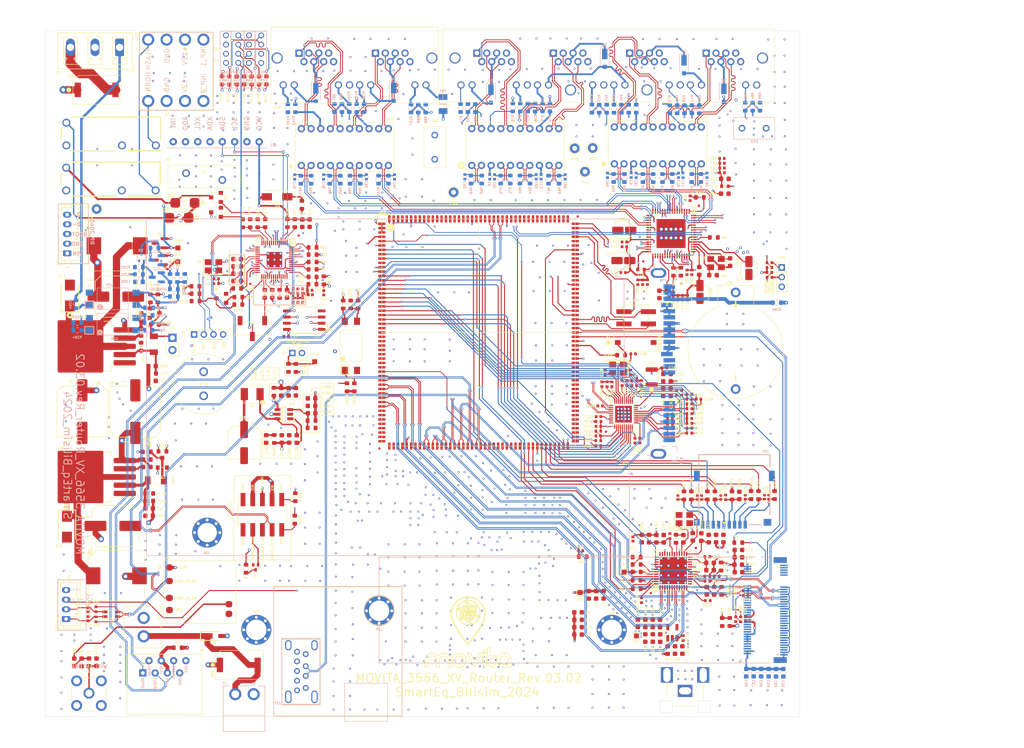
<source format=kicad_pcb>
(kicad_pcb (version 20240108) (generator "pcbnew") (generator_version "8.0")
  (title_block (title "KSS-E") (date "2020-07-13") (rev "REV1") (company "SmartEQ Bilisim"))
  (layers (0 "F.Cu" jumper) (1 "In1.Cu" signal) (2 "In2.Cu" signal) (3 "In3.Cu" signal) (4 "In4.Cu" signal) (31 "B.Cu" signal) (34 "B.Paste" user) (35 "F.Paste" user) (36 "B.SilkS" user "B.Silkscreen") (37 "F.SilkS" user "F.Silkscreen") (38 "B.Mask" user) (39 "F.Mask" user) (44 "Edge.Cuts" user))
  (net 0 "")
  (net 1 "/CM3566/GMAC1_RXER_M0")
  (net 2 "Net-(J9-Pin_6)")
  (net 3 "Net-(J10-Pin_1)")
  (net 4 "Net-(U10-VC)")
  (net 5 "Earth")
  (net 6 "Net-(J15-Pin_2)")
  (net 7 "Net-(J15-Pin_4)")
  (net 8 "Net-(J15-Pin_6)")
  (net 9 "Net-(J15-Pin_8)")
  (net 10 "Net-(J16-Pin_2)")
  (net 11 "Net-(J16-Pin_4)")
  (net 12 "Net-(J16-Pin_8)")
  (net 14 "VIN")
  (net 15 "/RP2040/XIN")
  (net 16 "Net-(C15-Pad1)")
  (net 17 "+1V1")
  (net 18 "Net-(U15-VC)")
  (net 19 "3.3V_Sensor")
  (net 20 "VRAW")
  (net 21 "XI")
  (net 22 "XO")
  (net 23 "/4 Port RJ45 and Transformer/RXI_0_N")
  (net 24 "/4 Port RJ45 and Transformer/RXI_0_P")
  (net 25 "/4 Port RJ45 and Transformer/TXO_0_P")
  (net 26 "/4 Port RJ45 and Transformer/TXO_0_N")
  (net 27 "/4 Port RJ45 and Transformer/TXO_1_N")
  (net 28 "/4 Port RJ45 and Transformer/TXO_1_P")
  (net 29 "/EC25_Sim/GSM_STATUS")
  (net 30 "/RP2040/GPIO21")
  (net 31 "Net-(U15-SW)")
  (net 32 "/4 Port RJ45 and Transformer/RXI_1_P")
  (net 33 "CT")
  (net 34 "Net-(IC3-RESETB)")
  (net 35 "Net-(IC3-DVDDL_1)")
  (net 36 "/RTL8309E/ETH_DVDD3V3")
  (net 37 "/RTL8309E/1V0_DVDD")
  (net 38 "/RTL8309E/1V0_AVDD")
  (net 39 "Net-(J24-VDD)")
  (net 40 "/4 Port RJ45 and Transformer/RXI_1_N")
  (net 41 "/4 Port RJ45 and Transformer/RXI_2_N")
  (net 42 "Net-(J24-CD)")
  (net 43 "Net-(U15-FB)")
  (net 44 "Net-(IC3-IBREF)")
  (net 45 "/4 Port RJ45 and Transformer/RXI_2_P")
  (net 46 "/4 Port RJ45 and Transformer/TXO_2_P")
  (net 47 "/4 Port RJ45 and Transformer/TXO_2_N")
  (net 48 "/4 Port RJ45 and Transformer/TXO_3_N")
  (net 49 "/4 Port RJ45 and Transformer/TXO_3_P")
  (net 50 "/4 Port RJ45 and Transformer/RXI_3_P")
  (net 51 "/4 Port RJ45 and Transformer/RXI_3_N")
  (net 52 "/4 Port RJ45 and Transformer/LED4")
  (net 53 "/4 Port RJ45 and Transformer/LED3")
  (net 54 "/4 Port RJ45 and Transformer/LED2")
  (net 55 "/4 Port RJ45 and Transformer/LED1")
  (net 56 "/RP2040/GPIO25")
  (net 57 "/RP2040/GPIO1")
  (net 58 "/RP2040/GPIO0")
  (net 59 "/RP2040/USB_D+_RP2040")
  (net 60 "/RP2040/USB_D-_RP2040")
  (net 61 "/RP2040/~{USB_BOOT}")
  (net 62 "/RP2040/GPIO4")
  (net 63 "/RP2040/GPIO5")
  (net 64 "Net-(U10-FB)")
  (net 65 "Net-(IC5-BS)")
  (net 66 "Net-(IC5-LX)")
  (net 67 "Net-(IC5-FB)")
  (net 68 "/RP2040/XOUT")
  (net 69 "Net-(U5-ADC_AVDD)")
  (net 70 "/RP2040/GPIO15")
  (net 71 "/RP2040/QSPI_SS")
  (net 72 "LIND_DS_LED")
  (net 73 "/4 Port RJ45 and Transformer/LED0")
  (net 74 "/RP2040/GPIO27_ADC1")
  (net 75 "/4 Port RJ45 and Transformer/LED5")
  (net 76 "Net-(D26-A)")
  (net 77 "Net-(D27-A)")
  (net 78 "/4 Port RJ45 and Transformer/RXI_4_P")
  (net 79 "/RP2040/GPIO2")
  (net 80 "/RP2040/GPIO3")
  (net 81 "/RP2040/GPIO6")
  (net 82 "/RP2040/GPIO7")
  (net 83 "/RP2040/GPIO14")
  (net 84 "/RP2040/GPIO18")
  (net 85 "/RP2040/GPIO19")
  (net 86 "/RP2040/GPIO23")
  (net 87 "/RP2040/GPIO24")
  (net 88 "/RP2040/GPIO26_ADC0")
  (net 89 "/RP2040/GPIO28_ADC2")
  (net 90 "/RP2040/GPIO29_ADC3")
  (net 91 "/RP2040/QSPI_SD3")
  (net 92 "/RP2040/QSPI_SCLK")
  (net 93 "/RP2040/QSPI_SD0")
  (net 94 "/RP2040/QSPI_SD2")
  (net 95 "/RP2040/QSPI_SD1")
  (net 96 "Net-(U18A-P4_1)")
  (net 97 "Net-(C93-Pad1)")
  (net 98 "CMT4")
  (net 99 "CMT3")
  (net 100 "CMT2")
  (net 101 "CMT1")
  (net 102 "Net-(U17C-P4_3)")
  (net 103 "Net-(J3-Pin_2)")
  (net 104 "/4 Port RJ45 and Transformer/RXI_4_N")
  (net 105 "/4 Port RJ45 and Transformer/TXO_4_N")
  (net 106 "/4 Port RJ45 and Transformer/TXO_4_P")
  (net 107 "/4 Port RJ45 and Transformer/RXI_5_P")
  (net 108 "/4 Port RJ45 and Transformer/RXI_5_N")
  (net 109 "/4 Port RJ45 and Transformer/TXO_5_N")
  (net 110 "/4 Port RJ45 and Transformer/TXO_5_P")
  (net 111 "CMT6")
  (net 112 "CMT5")
  (net 113 "Net-(R77-Pad1)")
  (net 114 "Net-(R78-Pad1)")
  (net 115 "Net-(R79-Pad1)")
  (net 116 "Net-(R80-Pad1)")
  (net 117 "/USB3.0_OTG/VCC_1V8")
  (net 118 "/HDMI_CVBS/XTAL1")
  (net 119 "/HDMI_CVBS/XTAL2")
  (net 120 "VCC_3V3_S0")
  (net 121 "Net-(IC2-VREF_H)")
  (net 122 "Net-(IC2-VMID)")
  (net 123 "/HDMI_CVBS/RSTn")
  (net 124 "/HDMI_CVBS/VDD10_EPHY")
  (net 125 "/HDMI_CVBS/DAC_R")
  (net 126 "/CM3566/MIPI_CSI_RX_D1N")
  (net 127 "/CM3566/MIPI_CSI_RX_CLK0N")
  (net 128 "Net-(Q2-B)")
  (net 129 "Net-(Q3-B)")
  (net 130 "Net-(Q4-B)")
  (net 131 "Net-(Q5-B)")
  (net 132 "/RTL8309E/LED6")
  (net 133 "/RTL8309E/LED7")
  (net 134 "/RP2040/GPIO8")
  (net 135 "/RP2040/GPIO9")
  (net 136 "/RP2040/GPIO10")
  (net 137 "/RP2040/GPIO11")
  (net 138 "/RP2040/GPIO12")
  (net 139 "/RP2040/GPIO13")
  (net 140 "Net-(IC5-EN)")
  (net 141 "Net-(J3-Pin_1)")
  (net 147 "/CM3566/MIPI_CSI_RX_D0P")
  (net 148 "Net-(IC2-MCU_SEL)")
  (net 149 "Net-(IC2-REXT)")
  (net 150 "Net-(IC2-KEY0)")
  (net 151 "/HDMI_CVBS/RX_DET")
  (net 152 "Net-(IC2-KEY1)")
  (net 153 "Net-(IC2-DAC_REF)")
  (net 154 "Net-(U14-EN)")
  (net 157 "/RP2040/GPIO20")
  (net 158 "/RP2040/GPIO22")
  (net 161 "/CM3566/MIPI_CSI_RX_D3P")
  (net 162 "/CM3566/VDD_5V")
  (net 163 "TX5_P")
  (net 164 "Net-(Q6-B)")
  (net 165 "TX5_N")
  (net 166 "TX4_P")
  (net 167 "TX4_N")
  (net 168 "RX5_P")
  (net 169 "RX5_N")
  (net 170 "RX4_P")
  (net 171 "LED_VDD")
  (net 172 "Net-(R81-Pad1)")
  (net 173 "Net-(R82-Pad1)")
  (net 174 "Net-(R83-Pad1)")
  (net 175 "Net-(R104-Pad1)")
  (net 176 "Net-(R105-Pad1)")
  (net 177 "Net-(R106-Pad1)")
  (net 178 "Net-(R107-Pad1)")
  (net 179 "RX2_P")
  (net 180 "RX2_N")
  (net 181 "TX2_N")
  (net 182 "TX2_P")
  (net 183 "TX3_P")
  (net 184 "TX3_N")
  (net 185 "RX3_N")
  (net 186 "RX3_P")
  (net 187 "RX0_P")
  (net 188 "RX0_N")
  (net 189 "TX0_N")
  (net 190 "TX0_P")
  (net 191 "TX1_P")
  (net 192 "TX1_N")
  (net 193 "RX1_N")
  (net 194 "RX1_P")
  (net 195 "RX4_N")
  (net 198 "/HDMI_CVBS/AR_OUT")
  (net 199 "/HDMI_CVBS/AL_OUT")
  (net 207 "/RTL8309E/TXO_6_P")
  (net 208 "/RTL8309E/TXO_6_N")
  (net 209 "/RTL8309E/RXI_6_P")
  (net 210 "/RTL8309E/RXI_6_N")
  (net 211 "/IO Connector/HORN")
  (net 212 "/IO Connector/FLASH")
  (net 215 "Net-(Q9-G)")
  (net 220 "Net-(J8-P50)")
  (net 234 "Net-(U26-A)")
  (net 235 "Net-(J12-Pin_8)")
  (net 237 "Net-(Q3-C)")
  (net 238 "Net-(J1-Pin_2)")
  (net 239 "Net-(C35-Pad1)")
  (net 240 "Net-(C70-Pad1)")
  (net 241 "Net-(C78-Pad1)")
  (net 242 "Net-(C79-Pad1)")
  (net 243 "Net-(C80-Pad1)")
  (net 244 "Net-(C81-Pad1)")
  (net 245 "Net-(C85-Pad1)")
  (net 246 "Net-(C86-Pad1)")
  (net 247 "Net-(C87-Pad1)")
  (net 248 "Net-(C88-Pad1)")
  (net 249 "Net-(C89-Pad1)")
  (net 250 "Net-(C90-Pad1)")
  (net 251 "Net-(C91-Pad1)")
  (net 252 "Net-(J8-P47)")
  (net 253 "/CM3566/MIPI_CSI_RX_D3N")
  (net 254 "Net-(D3-PadC)")
  (net 255 "Net-(D25-A)")
  (net 256 "/4 Port RJ45 and Transformer/+3.3V")
  (net 257 "/Power Unit/IGN_LOGIC")
  (net 258 "Net-(Q8-G)")
  (net 259 "ADC_VREF")
  (net 260 "/HDMI_CVBS/P{slash}N_SEL")
  (net 261 "Net-(J32-Pin_1)")
  (net 276 "/HDMI_CVBS/CVideo_OUT")
  (net 277 "Net-(U10-SW)")
  (net 278 "/RP2040/USB_D_P")
  (net 279 "/RP2040/USB_D_N")
  (net 280 "Net-(R72-Pad2)")
  (net 281 "/IO Connector/SWCLK")
  (net 282 "/IO Connector/SWD")
  (net 283 "Net-(U17A-P4_1)")
  (net 284 "Net-(U17B-P4_2)")
  (net 285 "Net-(U17D-P4_4)")
  (net 286 "Net-(U18B-P4_2)")
  (net 287 "/CM3566/MIPI_CSI_RX_D0N")
  (net 288 "/CM3566/MIPI_CSI_RX_D1P")
  (net 289 "/CM3566/MIPI_CSI_RX_D2N")
  (net 290 "/CM3566/MIPI_CSI_RX_D2P")
  (net 291 "/CM3566/MIPI_CSI_RX_CLK0P")
  (net 292 "/Power Unit/MCU_Power_EN")
  (net 293 "/CM3566/PHY-Reset")
  (net 294 "/CM3566/PHY0_XTALOUT")
  (net 295 "/CM3566/GMAC1_MCLKINOUT_M0")
  (net 296 "/CM3566/PHY0_XTALIN")
  (net 297 "/CM3566/GMAC1_RXCLK_M0")
  (net 298 "/CM3566/GMAC1_TXCLK_M0")
  (net 299 "/CM3566/VDD10_EPHY")
  (net 300 "/CM3566/VCC3V3_LAN")
  (net 301 "/CM3566/USB3_OTG0_ID")
  (net 302 "/CM3566/USB3_OTG0_DP")
  (net 303 "/CM3566/USB3_OTG0_DN")
  (net 304 "/HDMI_CVBS/HDMI_TX0N_PORT")
  (net 305 "/HDMI_CVBS/HDMI_TX2P_PORT")
  (net 306 "/HDMI_CVBS/HDMI_TX1N_PORT")
  (net 307 "/HDMI_CVBS/HDMI_TXCLKP_PORT")
  (net 308 "/HDMI_CVBS/HDMI_TXCLKN_PORT")
  (net 309 "/HDMI_CVBS/HDMI_TX1P_PORT")
  (net 310 "/HDMI_CVBS/HDMI_TX0P_PORT")
  (net 311 "/HDMI_CVBS/HDMI_TX2N_PORT")
  (net 312 "/HDMI_CVBS/HDMI_RX_HPD")
  (net 313 "/HDMI_CVBS/RXDDC_SDA")
  (net 314 "/HDMI_CVBS/RXDDC_SCL")
  (net 315 "/CM3566/PHY1_MDI0+")
  (net 316 "/CM3566/PHY1_MDI0-")
  (net 317 "/CM3566/PHY1_MDI1-")
  (net 318 "/CM3566/PHY1_MDI1+")
  (net 319 "/HDMI_CVBS/HDMITX_CEC_M0")
  (net 320 "/CM3566/PCIE20_TXP")
  (net 321 "/CM3566/PCIE20_TXN")
  (net 322 "/CM3566/PCIE20_RXP")
  (net 323 "/CM3566/PCIE20_RXN")
  (net 324 "/CM3566/PCIE20_REFCLKP")
  (net 325 "/CM3566/PCIE20_REFCLKN")
  (net 326 "/CM3566/LCD_PWREN_H")
  (net 327 "/CM3566/LCD0_BL_PWM4")
  (net 328 "/CM3566/USB2_HOST3_DP")
  (net 329 "/CM3566/USB2_HOST2_DP")
  (net 330 "/CM3566/UART4_TX_M0")
  (net 331 "/CM3566/UART4_RX_M0")
  (net 332 "/CM3566/USB3_HOST1_DP")
  (net 333 "/CM3566/USB3_HOST1_DN")
  (net 334 "/CM3566/SATA0_RXN")
  (net 335 "/CM3566/SATA0_RXP")
  (net 336 "/CM3566/SATA0_TXN")
  (net 337 "/CM3566/SATA0_TXP")
  (net 338 "/CM3566/VRTC")
  (net 339 "/IO Connector/GP3_A")
  (net 340 "/RP2040/RUN")
  (net 341 "/CM3566/USB3_OTG0_VBUSDET")
  (net 342 "/CM3566/GPIO4_B5_d_1V8")
  (net 343 "/CM3566/CAMERAF_RST_L")
  (net 344 "/CM3566/I2C4_SCL_M0_1V8")
  (net 345 "/CM3566/I2C4_SDA_M0_1V8")
  (net 346 "/CM3566/PWM0_M0")
  (net 347 "/CM3566/UART2_TX_M0_DEBUG")
  (net 348 "/CM3566/SARADC_VIN0_KEY{slash}RECOVERY")
  (net 349 "Net-(R200-Pad2)")
  (net 350 "/CM3566/UART2_RX_M0_DEBUG")
  (net 351 "Net-(J43-Pin_1)")
  (net 352 "Net-(J43-Pin_2)")
  (net 353 "/CM3566/SPI3_CLK_M1")
  (net 354 "/CM3566/RSET")
  (net 355 "/CM3566/PHY_CLKOUT125")
  (net 356 "/CM3566/GMAC1_RXD0_M0")
  (net 357 "/CM3566/PHY_RXD0{slash}RXDLY")
  (net 358 "/CM3566/GMAC1_RXD1_M0")
  (net 359 "/CM3566/PHY_RXD1{slash}TXDLY")
  (net 360 "/CM3566/GMAC1_RXD2_M0")
  (net 361 "/CM3566/PHY_RXD2{slash}PLLOFF")
  (net 362 "/CM3566/GMAC1_RXD3_M0")
  (net 363 "/CM3566/PHY_RXD3{slash}PHYAD0")
  (net 364 "/CM3566/PHY_RXCLK{slash}PHYAD1")
  (net 365 "/CM3566/GMAC1_RXDV_CRS_M0")
  (net 366 "/CM3566/PHY_RXDV{slash}PHYAD2")
  (net 367 "/CM3566/GMAC1_MDIO_M0")
  (net 368 "/CM3566/SPI3_MOSI_M1")
  (net 369 "/CM3566/LED1{slash}CFG_LDO0")
  (net 370 "/CM3566/LED2{slash}CFG_LDO1")
  (net 371 "/CM3566/LED0{slash}CFG_EXT")
  (net 372 "/CM3566/REG_OUT")
  (net 373 "Net-(R228-Pad1)")
  (net 374 "Net-(U24-A)")
  (net 375 "Net-(U24-E)")
  (net 376 "/Power Unit/+3V3_Mini")
  (net 377 "Net-(U24-C)")
  (net 378 "/CM3566/PMIC_32KOUT_SOC")
  (net 379 "/CM3566/GMAC1_TXD3_M0")
  (net 380 "/CM3566/MIPI_CSI_RX_CLK1N")
  (net 381 "/CM3566/MIPI_CSI_RX_CLK1P")
  (net 382 "/CM3566/PWM5")
  (net 383 "/CM3566/PWM3_IR")
  (net 384 "/CM3566/SDMMC0_DET_L")
  (net 385 "Net-(U25-A)")
  (net 386 "/CM3566/UART1_RX_M0")
  (net 387 "/CM3566/UART1_TX_M0")
  (net 388 "/CM3566/UART1_RTSn_M0")
  (net 389 "/CM3566/UART1_CTSn_M0")
  (net 390 "/CM3566/BT_REG_ON_H")
  (net 391 "/CM3566/BT_WAKE_HOST_H")
  (net 392 "/CM3566/HOST_WAKE_BT_H")
  (net 393 "/CM3566/WIFI_WAKE_HOST_H")
  (net 394 "/CM3566/WIFI_REG_ON_H")
  (net 395 "/CM3566/I2S2_SCLK_TX_M0")
  (net 396 "/CM3566/I2S2_LRCK_TX_M0")
  (net 397 "/CM3566/I2S2_SDO_M0")
  (net 398 "/CM3566/I2S2_SDI_M0")
  (net 399 "/CM3566/SARADC_VIN3")
  (net 400 "/CM3566/SARADC_VIN2_HP_HOOK")
  (net 401 "/CM3566/PCIE20_WAKEn_M2")
  (net 402 "/CM3566/UART3_RX_M0")
  (net 403 "/CM3566/UART3_TX_M0")
  (net 404 "/CM3566/I2S1_LRCK_TX_M0_PMIC")
  (net 405 "/CM3566/I2S1_SDI0_M0{slash}PDM_SDI0_M0_PMIC")
  (net 406 "/CM3566/I2S1_SCLK_TX_M0_PMIC")
  (net 407 "/CM3566/I2S1_SDO0_M0_PMIC")
  (net 408 "/CM3566/I2S1_MCLK_M0_PMIC")
  (net 409 "/CM3566/SPI3_CS0_M1")
  (net 410 "/CM3566/SPI3_MISO_M1")
  (net 411 "/CM3566/UART5_RX_M1")
  (net 412 "/CM3566/UART5_TX_M1")
  (net 413 "/CM3566/SPDIF_TX_M2")
  (net 414 "/CM3566/GPIO0_A6_d")
  (net 415 "/CM3566/GPIO0_A3_u")
  (net 416 "/CM3566/GPIO0_A0_d")
  (net 417 "/CM3566/CAMERAB_RST_L")
  (net 418 "/CM3566/CIF_8BIT_D7")
  (net 419 "/CM3566/CIF_8BIT_D6")
  (net 420 "/CM3566/CIF_8BIT_D5")
  (net 421 "/CM3566/CIF_8BIT_D4")
  (net 422 "/CM3566/CIF_8BIT_D3")
  (net 423 "/CM3566/CIF_8BIT_D2")
  (net 424 "/CM3566/CIF_8BIT_D1")
  (net 425 "/CM3566/CIF_8BIT_D0")
  (net 426 "/CM3566/CIF_8BIT_VSYNC")
  (net 427 "/CM3566/CIF_8BIT_HREF")
  (net 428 "/CM3566/CIF_8BIT_CLKIN")
  (net 429 "/CM3566/CIF_CLKOUT")
  (net 430 "/CM3566/VOP_BT656_D7_M1")
  (net 431 "/CM3566/VOP_BT656_D6_M1")
  (net 432 "/CM3566/VOP_BT656_D5_M1")
  (net 433 "/CM3566/VOP_BT656_D4_M1")
  (net 434 "/CM3566/VOP_BT656_D3_M1")
  (net 435 "/CM3566/VOP_BT656_D2_M1")
  (net 436 "/CM3566/VOP_BT656_D1_M1")
  (net 437 "/CM3566/VOP_BT656_D0_M1")
  (net 438 "/CM3566/VOP_BT656_CLK_M1")
  (net 439 "/CM3566/I2C1_SDA")
  (net 440 "/CM3566/I2C1_SCL")
  (net 441 "/CM3566/GPIO0_A5_d")
  (net 442 "/CM3566/GMAC1_MDC_M0")
  (net 443 "/CM3566/RXI_1_P")
  (net 444 "/CM3566/RXI_1_N")
  (net 445 "/CM3566/TXO_1_P")
  (net 446 "/CM3566/TXO_1_N")
  (net 447 "/CM3566/GMAC1_TXD2_M0")
  (net 448 "/CM3566/GMAC1_TXD1_M0")
  (net 449 "/CM3566/GMAC1_TXD0_M0")
  (net 450 "/CM3566/GMAC1_TXEN_M0")
  (net 451 "/CM3566/SDMMC1_D3")
  (net 452 "/CM3566/SDMMC1_D2")
  (net 453 "/CM3566/SDMMC1_D1")
  (net 454 "/CM3566/SDMMC1_D0")
  (net 455 "/CM3566/SDMMC1_CMD")
  (net 456 "/CM3566/SDMMC1_CLK")
  (net 457 "/+12V")
  (net 458 "/CM3566/HDMI_TX_HPDIN")
  (net 459 "/CM3566/MIPI_DSI_TX1_CLKP")
  (net 460 "/CM3566/MIPI_DSI_TX1_CLKN")
  (net 461 "/CM3566/MIPI_DSI_TX1_D3P")
  (net 462 "/CM3566/MIPI_DSI_TX1_D3N")
  (net 463 "/CM3566/MIPI_DSI_TX1_D2P")
  (net 464 "/CM3566/MIPI_DSI_TX1_D2N")
  (net 465 "/CM3566/MIPI_DSI_TX1_D1P")
  (net 466 "/CM3566/MIPI_DSI_TX1_D1N")
  (net 467 "/CM3566/MIPI_DSI_TX1_D0P")
  (net 468 "/CM3566/MIPI_DSI_TX1_D0N")
  (net 469 "/CM3566/USB2_HOST3_DN")
  (net 470 "/CM3566/USB2_HOST2_DN")
  (net 471 "/CM3566/I2C1_SCL{slash}CAN0_TX_M0")
  (net 472 "/CM3566/TP_RST_L_GPIO0_B6")
  (net 473 "/CM3566/I2C1_SDA{slash}CAN0_RX_M0")
  (net 474 "/CM3566/TP_INT_L_GPIO0_B5")
  (net 475 "/CM3566/MIPI_DSI_TX0_CLKP")
  (net 476 "/CM3566/MIPI_DSI_TX0_CLKN")
  (net 477 "/CM3566/MIPI_DSI_TX0_D3P")
  (net 478 "/CM3566/MIPI_DSI_TX0_D3N")
  (net 479 "/CM3566/MIPI_DSI_TX0_D2P")
  (net 480 "/CM3566/MIPI_DSI_TX0_D2N")
  (net 481 "/CM3566/MIPI_DSI_TX0_D1P")
  (net 482 "/CM3566/MIPI_DSI_TX0_D1N")
  (net 483 "/CM3566/MIPI_DSI_TX0_D0P")
  (net 484 "/CM3566/MIPI_DSI_TX0_D0N")
  (net 485 "Net-(J24-DAT1)")
  (net 486 "Net-(J24-DAT0)")
  (net 487 "Net-(J24-CLK)")
  (net 488 "Net-(J24-CMD)")
  (net 489 "Net-(J24-CD{slash}DAT3)")
  (net 490 "Net-(J24-DAT2)")
  (net 491 "/CM3566/SDMMC0_D2")
  (net 492 "/CM3566/SDMMC0_D3")
  (net 493 "/CM3566/SDMMC0_CMD")
  (net 494 "/CM3566/SDMMC0_CLK")
  (net 495 "/CM3566/SDMMC0_D0")
  (net 496 "/CM3566/SDMMC0_D1")
  (net 497 "Net-(U5-RUN)")
  (net 498 "Net-(U25-C)")
  (net 502 "/Power Unit/IGN_V")
  (net 503 "Net-(J8-P49)")
  (net 504 "Net-(J13-Pin_10)")
  (net 505 "Net-(J13-Pin_9)")
  (net 508 "Net-(J8-P68)")
  (net 509 "Net-(J8-P38)")
  (net 510 "Net-(D31-Pad1)")
  (net 511 "GNDPWR")
  (net 512 "/CM3566/PCIE20_CLKREQn_M2")
  (net 513 "/CM3566/PCIE20_PERSTn_M2")
  (net 514 "Net-(R265-Pad1)")
  (net 515 "Net-(R264-Pad1)")
  (net 516 "Net-(U26-E)")
  (net 517 "Net-(U26-C)")
  (net 518 "Net-(J12-Pin_4)")
  (net 519 "IGN")
  (net 520 "/EC25_Sim/GSM_LED")
  (net 521 "Net-(Q1-C)")
  (net 522 "Net-(J5-Pad4)")
  (footprint "Resistor_SMD:R_0402_1005Metric" (layer "F.Cu") (at 180.62 104.81 180)
    (property "Reference" "R208")
    (property "Value" "22R")
  )
  (footprint "Connector_PinHeader_2.00mm:PinHeader_1x03_P2.00mm_Vertical" (layer "F.Cu") (at 199.73 74.56)
    (property "Reference" "J43")
    (property "Value" "MALE Through Hole Pin Header " (hide yes))
  )
  (footprint "Resistor_SMD:R_0603_1608Metric" (layer "F.Cu") (at 102.71 76.515 180)
    (property "Reference" "R15")
    (property "Value" "1R" (hide yes))
  )
  (footprint "Capacitor_SMD:C_0402_1005Metric" (layer "F.Cu") (at 82.78 77.9 180)
    (property "Reference" "C17")
    (property "Value" "100nF" (hide yes))
  )
  (footprint "Resistor_SMD:R_0402_1005Metric" (layer "F.Cu") (at 170.73 143.42 90)
    (property "Reference" "R130")
    (property "Value" "10K")
  )
  (footprint "Resistor_SMD:R_0402_1005Metric" (layer "F.Cu") (at 170.73 98.47 90)
    (property "Reference" "R215")
    (property "Value" "4.7K")
  )
  (footprint "Capacitor_SMD:C_0402_1005Metric" (layer "F.Cu") (at 82.78 76.91 180)
    (property "Reference" "C16")
    (property "Value" "100nF" (hide yes))
  )
  (footprint "Resistor_SMD:R_0603_1608Metric" (layer "F.Cu") (at 89.81 65.425 90)
    (property "Reference" "R169")
    (property "Value" "10K" (hide yes))
  )
  (footprint "Footprint Library:ERZV14D101" (layer "F.Cu") (at 80.29 55.76)
    (property "Reference" "C5")
    (property "Value" "ERZ-V14D101")
  )
  (footprint "Capacitor_SMD:C_Elec_3x5.4" (layer "F.Cu") (at 182.815 79.62 -90)
    (property "Reference" "C100")
    (property "Value" "10uF")
  )
  (footprint "Transformer_THT:RJ45_Transformer_2_Port" (layer "F.Cu") (at 120.84 46.2)
    (property "Reference" "U19")
    (property "Value" "TF-218DG" (hide yes))
  )
  (footprint "Resistor_SMD:R_0402_1005Metric" (layer "F.Cu") (at 176.61 105.92 180)
    (property "Reference" "R220")
    (property "Value" "4.7K")
  )
  (footprint "Capacitor_SMD:C_0603_1608Metric" (layer "F.Cu") (at 159.82 142.31 -90)
    (property "Reference" "C4")
    (property "Value" "4.7uF" (hide yes))
  )
  (footprint "Resistor_SMD:R_0402_1005Metric" (layer "F.Cu") (at 184.345 138.475 180)
    (property "Reference" "R133")
    (property "Value" "0R")
  )
  (footprint "TestPoint:TestPoint_Pad_1.0x1.0mm" (layer "F.Cu") (at 74.85 73.39)
    (property "Reference" "TP27")
    (property "Value" "DNP")
  )
  (footprint "Resistor_SMD:R_0603_1608Metric" (layer "F.Cu") (at 91.345 65.425 90)
    (property "Reference" "R171")
    (property "Value" "10K" (hide yes))
  )
  (footprint "Resistor_SMD:R_0603_1608Metric" (layer "F.Cu") (at 97.73 95.3425 -90)
    (property "Reference" "R179")
    (property "Value" "180R" (hide yes))
  )
  (footprint "Capacitor_THT:S102K33Y5PP63K5R" (layer "F.Cu") (at 127.98 49.12 90)
    (property "Reference" "C92")
    (property "Value" "1000PF 2KV" (hide yes))
  )
  (footprint "Resistor_SMD:R_0402_1005Metric" (layer "F.Cu") (at 180.62 107.83 180)
    (property "Reference" "R211")
    (property "Value" "22R")
  )
  (footprint "Resistor_SMD:R_0603_1608Metric" (layer "F.Cu") (at 71.66 112.62 180)
    (property "Reference" "R158")
    (property "Value" "10K" (hide yes))
  )
  (footprint "Capacitor_SMD:C_0603_1608Metric" (layer "F.Cu") (at 68.905 124.42)
    (property "Reference" "C171")
    (property "Value" "330nF" (hide yes))
  )
  (footprint "Resistor_SMD:R_0603_1608Metric" (layer "F.Cu") (at 99.02 126.76 90)
    (property "Reference" "R259")
    (property "Value" "DNP")
  )
  (footprint "Pro V3:LL4148" (layer "F.Cu") (at 70.2175 122)
    (property "Reference" "D23")
    (property "Value" "LL4148" (hide yes))
  )
  (footprint "Capacitor_SMD:C_0402_1005Metric" (layer "F.Cu") (at 169.37 110.4 -90)
    (property "Reference" "C190")
    (property "Value" "DNP" (hide yes))
  )
  (footprint "Package_DFN_QFN:QFN-48-1EP_7x7mm_P0.5mm_EP5.6x5.6mm" (layer "F.Cu") (at 177.31 137.285 90)
    (property "Reference" "IC2")
    (property "Value" "MS1836S_QFN48-7x7" (hide yes))
  )
  (footprint "Capacitor_SMD:C_0603_1608Metric" (layer "F.Cu") (at 68.905 125.95)
    (property "Reference" "C84")
    (property "Value" "1uF/50V" (hide yes))
  )
  (footprint "Diode_SMD:S6MC" (layer "F.Cu") (at 87.44 156.82)
    (property "Reference" "D28")
    (property "Value" "S6MC" (hide yes))
  )
  (footprint "BLM18PG121SN1D:BLM18AG102BH1D" (layer "F.Cu") (at 170.62 74.97)
    (property "Reference" "FL4")
    (property "Value" "BLM18PG121SN1D" (hide yes))
  )
  (footprint "Resistor_SMD:R_0402_1005Metric" (layer "F.Cu") (at 57.91 147.37 90)
    (property "Reference" "R30")
    (property "Value" "2.2R")
  )
  (footprint "Resistor_SMD:R_0402_1005Metric" (layer "F.Cu") (at 161.84 106.44)
    (property "Reference" "R216")
    (property "Value" "0R")
  )
  (footprint "Resistor_SMD:R_0603_1608Metric" (layer "F.Cu") (at 88.57 35.85 90)
    (property "Reference" "R150")
    (property "Value" "10K" (hide yes))
  )
  (footprint "Resistor_SMD:R_0603_1608Metric" (layer "F.Cu") (at 91.61 35.86 90)
    (property "Reference" "R148")
    (property "Value" "470R" (hide yes))
  )
  (footprint "Capacitor_SMD:C_0603_1608Metric" (layer "F.Cu") (at 87.11 77.37 180)
    (property "Reference" "C18")
    (property "Value" "1uF" (hide yes))
  )
  (footprint "Capacitor_SMD:C_Elec_3x5.4" (layer "F.Cu") (at 192.94 74.685 -90)
    (property "Reference" "C76")
    (property "Value" "10uF")
  )
  (footprint "Capacitor_SMD:C_0603_1608Metric" (layer "F.Cu") (at 157.615 147.465)
    (property "Reference" "C1")
    (property "Value" "100nF" (hide yes))
  )
  (footprint "Capacitor_SMD:C_0402_1005Metric" (layer "F.Cu") (at 190.24 147.36 -90)
    (property "Reference" "C209")
    (property "Value" "100nF X7R 16V")
  )
  (footprint "LED_4:LED_4_Block" (layer "F.Cu") (at 92.09 26.54)
    (property "Reference" "J16")
    (property "Value" "LED_4_Block_Right Angle" (hide yes))
  )
  (footprint "Crystal:Crystal_SMD_3225-4Pin_3.2x2.5mm" (layer "F.Cu") (at 165.86 95.5 180)
    (property "Reference" "Y3")
    (property "Value" "X322525MSB4SI" (hide yes))
  )
  (footprint "Resistor_SMD:R_0402_1005Metric" (layer "F.Cu") (at 169.73 98.48 90)
    (property "Reference" "R223")
    (property "Value" "4.7K")
  )
  (footprint "Connector_JST:JST_PH_B4B-PH-K_1x04_P2.00mm_Vertical" (layer "F.Cu") (at 51.74 147.31 90)
    (property "Reference" "J3")
    (property "Value" "JST_PH_B4B-PH-K_1x04_P2.00mm_Vertical")
  )
  (footprint "Capacitor_SMD:C_0603_1608Metric" (layer "F.Cu") (at 189.05 73.455 -90)
    (property "Reference" "C39")
    (property "Value" "33pF" (hide yes))
  )
  (footprint "Resistor_SMD:R_0603_1608Metric" (layer "F.Cu") (at 102.71 70.415)
    (property "Reference" "R21")
    (property "Value" "1K" (hide yes))
  )
  (footprint "Resistor_SMD:R_0402_1005Metric" (layer "F.Cu") (at 197.19 76.61 180)
    (property "Reference" "R203")
    (property "Value" "10R")
  )
  (footprint "Resistor_SMD:R_0603_1608Metric" (layer "F.Cu") (at 112.13 82.235 90)
    (property "Reference" "R238")
    (property "Value" "1K" (hide yes))
  )
  (footprint "Capacitor_SMD:C_0603_1608Metric" (layer "F.Cu") (at 69.505 94.985 180)
    (property "Reference" "C174")
    (property "Value" "330nF" (hide yes))
  )
  (footprint "Capacitor_SMD:C_0402_1005Metric" (layer "F.Cu") (at 162.54 98.71 90)
    (property "Reference" "C198")
    (property "Value" "100nF		" (hide yes))
  )
  (footprint "Capacitor_SMD:C_0603_1608Metric" (layer "F.Cu") (at 171.52 148.2275 90)
    (property "Reference" "C161")
    (property "Value" "100nF" (hide yes))
  )
  (footprint "Capacitor_SMD:C_0402_1005Metric" (layer "F.Cu") (at 161.81 107.44 180)
    (property "Reference" "C195")
    (property "Value" "100nF		" (hide yes))
  )
  (footprint "Capacitor_SMD:C_0603_1608Metric" (layer "F.Cu") (at 179.3875 130.705 90)
    (property "Reference" "C145")
    (property "Value" "22pF" (hide yes))
  )
  (footprint "HDMI 2.0 TX:MMBT2222ALT1G" (layer "F.Cu") (at 81.75 63.14 90)
    (property "Reference" "Q4")
    (property "Value" "MMBT2222ALT1G" (hide yes))
  )
  (footprint "Fiducial:Fiducial_0.5mm_Mask1mm" (layer "F.Cu") (at 182.59 61.8)
    (property "Reference" "FID9" (hide yes))
    (property "Value" "DNP")
  )
  (footprint "Resistor_SMD:R_0402_1005Metric" (layer "F.Cu") (at 176.62 107.935)
    (property "Reference" "R227")
    (property "Value" "4.7K")
  )
  (footprint "LED_4:LED_4_Block" (layer "F.Cu") (at 87.35 26.54)
    (property "Reference" "J15")
    (property "Value" "LED_4_Block_Right Angle" (hide yes))
  )
  (footprint "HDMI 2.0 TX:MMBT2222ALT1G" (layer "F.Cu") (at 71.63 113.97)
    (property "Reference" "Q3")
    (property "Value" "MMBT2222ALT1G" (hide yes))
  )
  (footprint "Resistor_SMD:R_0603_1608Metric" (layer "F.Cu") (at 185.913489 121.74 -90)
    (property "Reference" "R246")
    (property "Value" "22R")
  )
  (footprint "Resistor_SMD:R_0603_1608Metric" (layer "F.Cu") (at 181.038489 121.75 -90)
    (property "Reference" "R248")
    (property "Value" "22R")
  )
  (footprint "Resistor_SMD:R_0603_1608Metric" (layer "F.Cu") (at 102.71 71.91 180)
    (property "Reference" "R22")
    (property "Value" "DNP" (hide yes))
  )
  (footprint "Resistor_SMD:R_0402_1005Metric" (layer "F.Cu") (at 180.62 102.81 180)
    (property "Reference" "R218")
    (property "Value" "4.7K")
  )
  (footprint "Capacitor_SMD:C_0603_1608Metric" (layer "F.Cu") (at 102.4975 103.20875)
    (property "Reference" "C180")
    (property "Value" "22uF" (hide yes))
  )
  (footprint "Capacitor_SMD:C_0603_1608Metric" (layer "F.Cu") (at 174.57 148.2325 90)
    (property "Reference" "C160")
    (property "Value" "100nF" (hide yes))
  )
  (footprint "Capacitor_SMD:C_0402_1005Metric" (layer "F.Cu") (at 179.02 100.51 90)
    (property "Reference" "C199")
    (property "Value" "100nF		" (hide yes))
  )
  (footprint "Capacitor_SMD:C_0603_1608Metric" (layer "F.Cu") (at 171.52 151.2525 -90)
    (property "Reference" "C158")
    (property "Value" "100nF" (hide yes))
  )
  (footprint "Resistor_SMD:R_0402_1005Metric" (layer "F.Cu") (at 180.62 100.8 180)
    (property "Reference" "R217")
    (property "Value" "4.7K")
  )
  (footprint "Capacitor_SMD:C_0603_1608Metric" (layer "F.Cu") (at 68.425 115.85)
    (property "Reference" "C170")
    (property "Value" "1uF/50V" (hide yes))
  )
  (footprint "Capacitor_SMD:C_0402_1005Metric" (layer "F.Cu") (at 167.19 70.28 180)
    (property "Reference" "C111")
    (property "Value" "100nF")
  )
  (footprint "Resistor_SMD:R_0603_1608Metric" (layer "F.Cu") (at 102.71 74.965 180)
    (property "Reference" "R17")
    (property "Value" "27R" (hide yes))
  )
  (footprint "Resistor_SMD:R_0603_1608Metric" (layer "F.Cu") (at 109.82 99.36 -90)
    (property "Reference" "R233")
    (property "Value" "1K" (hide yes))
  )
  (footprint "Resistor_SMD:R_0402_1005Metric" (layer "F.Cu") (at 176.595 130.15 -90)
    (property "Reference" "R143")
    (property "Value" "75R")
  )
  (footprint "Capacitor_SMD:C_0603_1608Metric" (layer "F.Cu") (at 173.815 130.695 90)
    (property "Reference" "C164")
    (property "Value" "DNP" (hide yes))
  )
  (footprint "Resistor_SMD:R_0603_1608Metric" (layer "F.Cu") (at 95.89 80.035 -90)
    (property "Reference" "R48")
    (property "Value" "1K" (hide yes))
  )
  (footprint "Resistor_SMD:R_0402_1005Metric" (layer "F.Cu") (at 180.61 108.84)
    (property "Reference" "R224")
    (property "Value" "4.7K")
  )
  (footprint "Capacitor_SMD:C_0603_1608Metric" (layer "F.Cu") (at 190.785 137.62)
    (property "Reference" "C168")
    (property "Value" "100nF" (hide yes))
  )
  (footprint "Library:RTL8211F-CG" (layer "F.Cu") (at 164.46 103.13)
    (property "Reference" "U23")
    (property "Value" "RTL8211F-CG" (hide yes))
  )
  (footprint "Capacitor_SMD:C_0603_1608Metric" (layer "F.Cu") (at 157.61 149.005)
    (property "Reference" "C10")
    (property "Value" "10uF" (hide yes))
  )
  (footprint "Capacitor_SMD:C_0402_1005Metric" (layer "F.Cu") (at 187.37 52.01)
    (property "Reference" "C66")
    (property "Value" "100nF" (hide yes))
  )
  (footprint "Connector_RJ:2_Block_RJ45" (layer "F.Cu") (at 111.38 32.69 180)
    (property "Reference" "U18")
    (property "Value" "RJ45-2-Block" (hide yes))
  )
  (footprint "Capacitor_SMD:C_0603_1608Metric" (layer "F.Cu") (at 100.575 65.415 -90)
    (property "Reference" "C36")
    (property "Value" "100nF" (hide yes))
  )
  (footprint "Capacitor_SMD:C_0402_1005Metric" (layer "F.Cu") (at 181.12 75.57 -90)
    (property "Reference" "C95")
    (property "Value" "100nF")
  )
  (footprint "Connector_Pin:Pin_D1.0mm_L10.0mm" (layer "F.Cu") (at 156.91 49.92)
    (property "Reference" "TP23")
    (property "Value" "DNP")
  )
  (footprint "Capacitor_SMD:C_0402_1005Metric" (layer "F.Cu") (at 167.19 69.3 180)
    (property "Reference" "C63")
    (property "Value" "100nF" (hide yes))
  )
  (footprint "Resistor_SMD:R_0603_1608Metric" (layer "F.Cu") (at 78.51 79.99 180)
    (property "Reference" "R29")
    (property "Value" "0R" (hide yes))
  )
  (footprint "Package_TO_SOT_SMD:SOT-23" (layer "F.Cu") (at 71.09 73.04 180)
    (property "Reference" "U3")
    (property "Value" "TLV76033DBZT" (hide yes))
  )
  (footprint "Resistor_SMD:R_0603_1608Metric" (layer "F.Cu") (at 85.52 35.87 90)
    (property "Reference" "R152")
    (property "Value" "220R" (hide yes))
  )
  (footprint "Resistor_SMD:R_0603_1608Metric" (layer "F.Cu") (at 70.72 80.97 -90)
    (property "Reference" "R173")
    (property "Value" "DNP" (hide yes))
  )
  (footprint "Capacitor_SMD:C_0402_1005Metric" (layer "F.Cu") (at 161.78 109.42 180)
    (property "Reference" "C185")
    (property "Value" "10nF" (hide yes))
  )
  (footprint "Capacitor_SMD:C_0402_1005Metric" (layer "F.Cu") (at 180.13 75.58 -90)
    (property "Reference" "C97")
    (property "Value" "100nF")
  )
  (footprint "Footprint Library:ESD5341N" (layer "F.Cu") (at 105.02 79.3925 -90)
    (property "Reference" "D30")
    (property "Value" "ESD5341N" (hide yes))
  )
  (footprint "Footprint Library:AV_CON" (layer "F.Cu") (at 179.74 162.19)
    (property "Reference" "J2")
    (property "Value" "DNP" (hide yes))
    (fp_rect (start -2.6 2) (end -5.25 4.5) (stroke (width 0.05)) (fill none) (layer "Edge.Cuts"))
    (fp_rect (start 2.6 2) (end 5.25 4.5) (stroke (width 0.05)) (fill none) (layer "Edge.Cuts"))
  )
  (footprint "Capacitor_SMD:C_0402_1005Metric" (layer "F.Cu") (at 178.24 80.83 -90)
    (property "Reference" "C68")
    (property "Value" "100nF" (hide yes))
  )
  (footprint "Resistor_SMD:R_0603_1608Metric" (layer "F.Cu") (at 67.24 90.97 90)
    (property "Reference" "R162")
    (property "Value" "1.6K" (hide yes))
  )
  (footprint "Capacitor_SMD:C_0402_1005Metric" (layer "F.Cu") (at 98.695 81.34 -90)
    (property "Reference" "C24")
    (property "Value" "100nF" (hide yes))
  )
  (footprint "ESD5451N:ESD5451N" (layer "F.Cu") (at 168.9525 130.35 -90)
    (property "Reference" "D22")
    (property "Value" "ESD5451N" (hide yes))
  )
  (footprint "Capacitor_SMD:C_0603_1608Metric" (layer "F.Cu") (at 67.23 87.885 90)
    (property "Reference" "C30")
    (property "Value" "1uF/50V" (hide yes))
  )
  (footprint "Capacitor_SMD:C_0603_1608Metric" (layer "F.Cu") (at 102.51 104.73875)
    (property "Reference" "C179")
    (property "Value" "22pF" (hide yes))
  )
  (footprint "Resistor_SMD:R_0603_1608Metric" (layer "F.Cu") (at 177.8675 130.71 -90)
    (property "Reference" "R135")
    (property "Value" "330R" (hide yes))
  )
  (footprint "Inductor_SMD:L_0603_1608Metric" (layer "F.Cu") (at 176.14 153.74 90)
    (property "Reference" "L6")
    (property "Value" "UPZ1608E101-3R0TF" (hide yes))
  )
  (footprint "Footprint Library:ESD5341N" (layer "F.Cu") (at 56.28 144.9725 -90)
    (property "Reference" "D6")
    (property "Value" "ESD5341N" (hide yes))
  )
  (footprint "Resistor_SMD:R_0603_1608Metric" (layer "F.Cu") (at 110.59 82.235 -90)
    (property "Reference" "R235")
    (property "Value" "10K" (hide yes))
  )
  (footprint "Footprint Library:ESD5341N" (layer "F.Cu") (at 189.463489 122.099011 90)
    (property "Reference" "ED4")
    (property "Value" "ESD5341N")
  )
  (footprint "Capacitor_SMD:C_0402_1005Metric" (layer "F.Cu") (at 169.97 77.63 -90)
    (property "Reference" "C96")
    (property "Value" "100nF")
  )
  (footprint "Resistor_SMD:R_0603_1608Metric" (layer "F.Cu") (at 87.35 82.24)
    (property "Reference" "R175")
    (property "Value" "DNP" (hide yes))
  )
  (footprint "RP2040_minimal:RP2040-QFN-56" (layer "F.Cu") (at 94.82 72.96 -90)
    (property "Reference" "U5")
    (property "Value" "RP2040" (hide yes))
  )
  (footprint "Footprint Library:ESD5341N" (layer "F.Cu") (at 184.603489 122.1025 90)
    (property "Reference" "ED2")
    (property "Value" "ESD5341N")
  )
  (footprint "Connector_Pin:Pin_D1.0mm_L10.0mm" (layer "F.Cu") (at 159.04 54.75)
    (property "Reference" "TP21")
    (property "Value" "DNP")
  )
  (footprint "Library:MRA4007T3G" (layer "F.Cu") (at 77.08429 64.29 180)
    (property "Reference" "D26")
    (property "Value" "MRA4007T3G" (hide yes))
  )
  (footprint "Resistor_SMD:R_0402_1005Metric" (layer "F.Cu") (at 197.18 73.58 180)
    (property "Reference" "R202")
    (property "Value" "10R")
  )
  (footprint "Resistor_SMD:R_0603_1608Metric" (layer "F.Cu") (at 87.11 78.9 180)
    (property "Reference" "R240")
    (property "Value" "DNP")
  )
  (footprint "2SS100L-W:2SS100LW" (layer "F.Cu") (at 81.97 150.83)
    (property "Reference" "D4")
    (property "Value" "2SS100L-W" (hide yes))
  )
  (footprint "Capacitor_SMD:C_0603_1608Metric" (layer "F.Cu") (at 181.33 130.3 90)
    (property "Reference" "C146")
    (property "Value" "22pF" (hide yes))
  )
  (footprint "Inductor_SMD:L_0603_1608Metric" (layer "F.Cu") (at 182.67 75.28 -90)
    (property "Reference" "L15")
    (property "Value" "CBW160808U101T")
  )
  (footprint "Resistor_SMD:R_0603_1608Metric" (layer "F.Cu") (at 102.69 78.035)
    (property "Reference" "R14")
    (property "Value" "200R" (hide yes))
  )
  (footprint "Resistor_SMD:R_0603_1608Metric" (layer "F.Cu") (at 190.74 131.51)
    (property "Reference" "R177")
    (property "Value" "DNP")
  )
  (footprint "Resistor_SMD:R_0603_1608Metric" (layer "F.Cu") (at 90.09 35.86 90)
    (property "Reference" "R149")
    (property "Value" "7K" (hide yes))
  )
  (footprint "Resistor_SMD:R_0603_1608Metric" (layer "F.Cu") (at 194.93 121.675 -90)
    (property "Reference" "R244")
    (property "Value" "22R")
  )
  (footprint "Capacitor_SMD:C_0402_1005Metric" (layer "F.Cu") (at 164.6 98.73 90)
    (property "Reference" "C203")
    (property "Value" "100nF" (hide yes))
  )
  (footprint "Footprint Library:HF46F5HS1" (layer "F.Cu") (at 51.8 44.61)
    (property "Reference" "K1")
    (property "Value" "HF46F_5-HS1" (hide yes))
  )
  (footprint "Resistor_SMD:R_0603_1608Metric" (layer "F.Cu") (at 87.11 74.34 180)
    (property "Reference" "R13")
    (property "Value" "1K" (hide yes))
  )
  (footprint "RTL8309N:RTL8309N" (layer "F.Cu") (at 176.84 67.55 180)
    (property "Reference" "IC3")
    (property "Value" "RTL8309N" (hide yes))
  )
  (footprint "Connector_PinHeader_2.54mm:PinHeader_1x02_P2.54mm_Vertical" (layer "F.Cu") (at 73.735 89.12)
    (property "Reference" "J32")
    (property "Value" "DNP " (hide yes))
  )
  (footprint "Capacitor_SMD:C_0603_1608Metric" (layer "F.Cu") (at 58.02 156.2625 90)
    (property "Reference" "C166")
    (property "Value" "10pF" (hide yes))
  )
  (footprint "Resistor_SMD:R_0603_1608Metric" (layer "F.Cu") (at 158.58 134.41 180)
    (property "Reference" "R34")
    (property "Value" "4.7K" (hide yes))
  )
  (footprint "Connector_PinSocket_2.00mm:PinSocket_1x04_P2.00mm_Vertical" (layer "F.Cu") (at 78.22 88.43 90)
    (property "Reference" "J40")
    (property "Value" "DNP" (hide yes))
  )
  (footprint "Resistor_SMD:R_0402_1005Metric" (layer "F.Cu") (at 161.79 108.43)
    (property "Reference" "R205")
    (property "Value" "DNP")
  )
  (footprint "Resistor_SMD:R_0603_1608Metric" (layer "F.Cu") (at 111.35 99.36 90)
    (property "Reference" "R228")
    (property "Value" "2.2K" (hide yes))
  )
  (footprint "Resistor_SMD:R_0402_1005Metric" (layer "F.Cu") (at 57.92 145.29 -90)
    (property "Reference" "R31")
    (property "Value" "2.2R")
  )
  (footprint "Capacitor_SMD:C_0603_1608Metric" (layer "F.Cu") (at 183.1 130.35 90)
    (property "Reference" "C151")
    (property "Value" "10uF" (hide yes))
  )
  (footprint "Capacitor_SMD:C_0603_1608Metric" (layer "F.Cu") (at 174.4325 80.15 -90)
    (property "Reference" "C37")
    (property "Value" "10uF" (hide yes))
  )
  (footprint "Resistor_SMD:R_0603_1608Metric" (layer "F.Cu") (at 92.82 80.025 -90)
    (property "Reference" "R167")
    (property "Value" "DNP" (hide yes))
  )
  (footprint "Capacitor_SMD:C_0603_1608Metric" (layer "F.Cu") (at 97.88 110.04875 -90)
    (property "Reference" "C182")
    (property "Value" "100nF" (hide yes))
  )
  (footprint "Resistor_SMD:R_0402_1005Metric" (layer "F.Cu") (at 180.62 105.82 180)
    (property "Reference" "R219")
    (property "Value" "4.7K")
  )
  (footprint "Capacitor_SMD:C_0603_1608Metric" (layer "F.Cu") (at 161.35 142.31 -90)
    (property "Reference" "C7")
    (property "Value" "10uF" (hide yes))
  )
  (footprint "Package_TO_SOT_SMD:SOT-416" (layer "F.Cu") (at 90.94 136.625 -90)
    (property "Reference" "Q1")
    (property "Value" "DTC043ZEBTL")
  )
  (footprint "Capacitor_SMD:C_0402_1005Metric" (layer "F.Cu") (at 163.22 96.3 90)
    (property "Reference" "C186")
    (property "Value" "15pF" (hide yes))
  )
  (footprint "Capacitor_SMD:C_Elec_10x10.2" (layer "F.Cu") (at 66.06 104.4 90)
    (property "Reference" "C83")
    (property "Value" "220uF/50V" (hide yes))
  )
  (footprint "Capacitor_SMD:C_0603_1608Metric" (layer "F.Cu") (at 173.06 151.2475 -90)
    (property "Reference" "C155")
    (property "Value" "10uF" (hide yes))
  )
  (footprint "Capacitor_SMD:C_0402_1005Metric" (layer "F.Cu") (at 180.77 60.24 -90)
    (property "Reference" "C38")
    (property "Value" "100nF")
  )
  (footprint "Capacitor_SMD:C_0603_1608Metric" (layer "F.Cu") (at 99.245 100.28 90)
    (property "Reference" "C177")
    (property "Value" "10uF" (hide yes))
  )
  (footprint "Resistor_SMD:R_0603_1608Metric" (layer "F.Cu") (at 109.05 82.235 -90)
    (property "Reference" "R237")
    (property "Value" "33R" (hide yes))
  )
  (footprint "Connector_Coaxial:SMA_Connector_inner_pin_right_angle" (layer "F.Cu") (at 56.47 162.66 180)
    (property "Reference" "J10")
    (property "Value" "SMA Connetor_inner_pin" (hide yes))
  )
  (footprint "Connector_PinSocket_2.00mm:PinSocket_2x05_P2.00mm_Vertical_SMD" (layer "F.Cu") (at 91.33 125.73 90)
    (property "Reference" "J13")
    (property "Value" "MALE SMD Pin Header")
  )
  (footprint "Capacitor_SMD:C_Elec_8x10.2" (layer "F.Cu") (at 62.02 80.6)
    (property "Reference" "C32")
    (property "Value" "330uF/25V" (hide yes))
  )
  (footprint "Capacitor_SMD:C_0402_1005Metric" (layer "F.Cu") (at 178.01 100.51 90)
    (property "Reference" "C197")
    (property "Value" "100nF " (hide yes))
  )
  (footprint "Fiducial:Fiducial_0.5mm_Mask1mm" (layer "F.Cu") (at 172.64 141.955)
    (property "Reference" "FID5" (hide yes))
    (property "Value" "DNP")
  )
  (footprint "Capacitor_SMD:C_0603_1608Metric" (layer "F.Cu") (at 190.77 134.55)
    (property "Reference" "C34")
    (property "Value" "100nF" (hide yes))
  )
  (footprint "Resistor_SMD:R_0603_1608Metric" (layer "F.Cu") (at 94.7925 110.05375 90)
    (property "Reference" "R168")
    (property "Value" "2K" (hide yes))
  )
  (footprint "Capacitor_SMD:C_0603_1608Metric" (layer "F.Cu") (at 175.33 130.695 90)
    (property "Reference" "C163")
    (property "Value" "100pF" (hide yes))
  )
  (footprint "Capacitor_SMD:C_0603_1608Metric" (layer "F.Cu") (at 184.23 141.49 -90)
    (property "Reference" "C153")
    (property "Value" "10nF" (hide yes))
  )
  (footprint "Resistor_SMD:R_0603_1608Metric" (layer "F.Cu") (at 189.443489 121.745 90)
    (property "Reference" "R242")
    (property "Value" "0R")
  )
  (footprint "Capacitor_SMD:C_0603_1608Metric" (layer "F.Cu") (at 102.5 101.65375)
    (property "Reference" "C183")
    (property "Value" "100nF" (hide yes))
  )
  (footprint "Resistor_SMD:R_0603_1608Metric" (layer "F.Cu") (at 175.9725 80.145 90)
    (property "Reference" "R8")
    (property "Value" "2.49K" (hide yes))
  )
  (footprint "Capacitor_SMD:C_0402_1005Metric" (layer "F.Cu") (at 179.22 80.82 -90)
    (property "Reference" "C71")
    (property "Value" "100nF" (hide yes))
  )
  (footprint "Footprint Library:ESD5341N" (layer "F.Cu") (at 157.7425 133.19)
    (property "Reference" "D13")
    (property "Value" "ESD5341N" (hide yes))
  )
  (footprint "Capacitor_SMD:C_Elec_8x10.2" (layer "F.Cu") (at 61.42 128.05)
    (property "Reference" "C82")
    (property "Value" "330uF/25V" (hide yes))
  )
  (footprint "Capacitor_SMD:C_0603_1608Metric" (layer "F.Cu") (at 179.18 153.73 -90)
    (property "Reference" "C154")
    (property "Value" "4.7uF" (hide yes))
  )
  (footprint "Capacitor_SMD:C_0402_1005Metric" (layer "F.Cu") (at 180.22 80.83 -90)
    (property "Reference" "C72")
    (property "Value" "100nF" (hide yes))
  )
  (footprint "Resistor_SMD:R_0603_1608Metric" (layer "F.Cu") (at 68.43 112.72)
    (property "Reference" "R157")
    (property "Value" "470R" (hide yes))
  )
  (footprint "Resistor_SMD:R_0402_1005Metric" (layer "F.Cu") (at 197.18 75.59)
    (property "Reference" "R201")
    (property "Value" "10K")
  )
  (footprint "Resistor_SMD:R_0603_1608Metric" (layer "F.Cu") (at 185.69 68.35)
    (property "Reference" "R6")
    (property "Value" "2.49K" (hide yes))
  )
  (footprint "Capacitor_SMD:C_0402_1005Metric" (layer "F.Cu") (at 171.95 77.62 -90)
    (property "Reference" "C75")
    (property "Value" "100nF")
  )
  (footprint "Capacitor_SMD:C_0603_1608Metric" (layer "F.Cu") (at 186.155 130.66 90)
    (property "Reference" "C147")
    (property "Value" "100nF" (hide yes))
  )
  (footprint "BLM18PG121SN1D:BLM18AG102BH1D" (layer "F.Cu") (at 187.98 57.76 180)
    (property "Reference" "FL3")
    (property "Value" "BLM18PG121SN1D" (hide yes))
  )
  (footprint "Capacitor_SMD:C_Elec_10x10.2" (layer "F.Cu") (at 55.11 104.4 -90)
    (property "Reference" "C28")
    (property "Value" "220uF/50V" (hide yes))
  )
  (footprint "Capacitor_SMD:C_0402_1005Metric" (layer "F.Cu") (at 98.69 79.465 90)
    (property "Reference" "C20")
    (property "Value" "100nF" (hide yes))
  )
  (footprint "Footprint Library:ESD5341N" (layer "F.Cu") (at 101.83 80.21)
    (property "Reference" "D32")
    (property "Value" "ESD5341N" (hide yes))
  )
  (footprint "Capacitor_SMD:C_0402_1005Metric" (layer "F.Cu") (at 166.94 75.62 180)
    (property "Reference" "C98")
    (property "Value" "100nF")
  )
  (footprint "Resistor_SMD:R_0402_1005Metric" (layer "F.Cu") (at 176.62 104.92)
    (property "Reference" "R226")
    (property "Value" "DNP")
  )
  (footprint "Capacitor_SMD:C_0402_1005Metric" (layer "F.Cu") (at 192.26 142.45)
    (property "Reference" "C210")
    (property "Value" "100nF ")
  )
  (footprint "Capacitor_SMD:C_0603_1608Metric" (layer "F.Cu") (at 187.675 130.665 90)
    (property "Reference" "C148")
    (property "Value" "100nF" (hide yes))
  )
  (footprint "Library:4_Block_RJ45" (layer "F.Cu") (at 163.97 37.82 180)
    (property "Reference" "U17")
    (property "Value" "RJ45-4-Block" (hide yes))
  )
  (footprint "Capacitor_SMD:C_Elec_3x5.4" (layer "F.Cu") (at 167.17 66.88 180)
    (property "Reference" "C99")
    (property "Value" "10uF")
  )
  (footprint "Capacitor_SMD:C_0402_1005Metric" (layer "F.Cu") (at 161.83 105.44 180)
    (property "Reference" "C201")
    (property "Value" "100nF" (hide yes))
  )
  (footprint "HDMI 2.0 TX:PC817" (layer "F.Cu") (at 110.64 90.785)
    (property "Reference" "U24")
    (property "Value" "PC817C")
  )
  (footprint "Crystal:Crystal_SMD_3225-4Pin_3.2x2.5mm" (layer "F.Cu") (at 179.6 126.63)
    (property "Reference" "Y2")
    (property "Value" "TAXM27M4RFBCCT2T" (hide yes))
  )
  (footprint "Resistor_SMD:R_0402_1005Metric" (layer "F.Cu") (at 166.7 98.4875 -90)
    (property "Reference" "R207")
    (property "Value" "22R")
  )
  (footprint "Capacitor_SMD:C_0402_1005Metric" (layer "F.Cu") (at 100.665 81.335 -90)
    (property "Reference" "C26")
    (property "Value" "100nF" (hide yes))
  )
  (footprint "Capacitor_SMD:C_0603_1608Metric" (layer "F.Cu") (at 99.4325 110.07875 90)
    (property "Reference" "C178")
    (property "Value" "100nF" (hide yes))
  )
  (footprint "Footprint Library:ESD5341N" (layer "F.Cu") (at 180.573489 122.099011 90)
    (property "Reference" "ED1")
    (property "Value" "ESD5341N")
  )
  (footprint "Connector_JST:JST_PH_B5B-PH-K_1x05_P2.00mm_Vertical" (layer "F.Cu") (at 51.97 71.64 90)
    (property "Reference" "J4")
    (property "Value" "JST_PH_B5B-PH-K_1x05_P2.00mm_Vertical")
  )
  (footprint "Capacitor_SMD:C_0603_1608Metric" (layer "F.Cu") (at 184.9025 135.685)
    (property "Reference" "C149")
    (property "Value" "4.7uF" (hide yes))
  )
  (footprint "Capacitor_SMD:C_0603_1608Metric" (layer "F.Cu") (at 173.05 148.2225 90)
    (property "Reference" "C159")
    (property "Value" "100nF" (hide yes))
  )
  (footprint "Resistor_SMD:R_0402_1005Metric" (layer "F.Cu") (at 180.62 106.82)
    (property "Reference" "R225")
    (property "Value" "DNP")
  )
  (footprint "Inductor_SMD:L_0603_1608Metric" (layer "F.Cu") (at 172.295 130.68 90)
    (property "Reference" "L7")
    (property "Value" "MLI1608F-1R2KT" (hide yes))
  )
  (footprint "Resistor_SMD:R_0603_1608Metric" (layer "F.Cu") (at 102.51 107.76875)
    (property "Reference" "R166")
    (property "Value" "51K" (hide yes))
  )
  (footprint "Resistor_SMD:R_0603_1608Metric" (layer "F.Cu") (at 102.71 73.43 180)
    (property "Reference" "R16")
    (property "Value" "27R" (hide yes))
  )
  (footprint "Capacitor_SMD:C_0603_1608Metric" (layer "F.Cu") (at 190.735 136.07)
    (property "Reference" "C167")
    (property "Value" "100nF" (hide yes))
  )
  (footprint "Resistor_SMD:R_0402_1005Metric" (layer "F.Cu") (at 186.2775 138.475)
    (property "Reference" "R138")
    (property "Value" "DNP")
  )
  (footprint "Footprint Library:HF46F5HS1" (layer "F.Cu") (at 51.76 53.93)
    (property "Reference" "K3")
    (property "Value" "HF46F_5-HS1" (hide yes))
  )
  (footprint "Resistor_SMD:R_0603_1608Metric" (layer "F.Cu") (at 100.5 61.61 -90)
    (property "Reference" "R1")
    (property "Value" "150R" (hide yes))
  )
  (footprint "Resistor_SMD:R_0603_1608Metric" (layer "F.Cu") (at 169.7275 134.515 180)
    (property "Reference" "R144")
    (property "Value" "100K" (hide yes))
  )
  (footprint "Capacitor_SMD:C_0603_1608Metric" (layer "F.Cu") (at 69.5 98.03 180)
    (property "Reference" "C172")
    (property "Value" "1uF/50V" (hide yes))
  )
  (footprint "Resistor_SMD:R_0603_1608Metric" (layer "F.Cu") (at 78.52 81.52 180)
    (property "Reference" "R176")
    (property "Value" "DNP" (hide yes))
  )
  (footprint "Capacitor_SMD:CP_Elec_6.3x7.7" (layer "F.Cu") (at 88.55 110.82 -90)
    (property "Reference" "C184")
    (property "Value" "220uF" (hide yes))
  )
  (footprint "Resistor_SMD:R_0402_1005Metric" (layer "F.Cu") (at 179.34 151.26 90)
    (property "Reference" "R139")
    (property "Value" "0R")
  )
  (footprint "Resistor_SMD:R_0603_1608Metric" (layer "F.Cu") (at 187.42 147.94 -90)
    (property "Reference" "R33")
    (property "Value" "4.7K" (hide yes))
  )
  (footprint "Resistor_SMD:R_0603_1608Metric" (layer "F.Cu") (at 83.97 35.85 90)
    (property "Reference" "R153")
    (property "Value" "220R" (hide yes))
  )
  (footprint "Package_TO_SOT_SMD:TO-263-5_TabPin3" (layer "F.Cu") (at 56.2175 117.92 180)
    (property "Reference" "U15")
    (property "Value" "XL4015" (hide yes))
  )
  (footprint "Capacitor_SMD:C_0603_1608Metric" (layer "F.Cu") (at 68.425 114.31 180)
    (property "Reference" "C169")
    (property "Value" "1uF/50V" (hide yes))
  )
  (footprint "Capacitor_SMD:C_0603_1608Metric" (layer "F.Cu") (at 162.9 142.3 -90)
    (property "Reference" "C2")
    (property "Value" "100nF" (hide yes))
  )
  (footprint "Capacitor_SMD:C_0402_1005Metric" (layer "F.Cu") (at 99.665 79.46 90)
    (property "Reference" "C22")
    (property "Value" "100nF" (hide yes))
  )
  (footprint "Resistor_SMD:R_0603_1608Metric" (layer "F.Cu") (at 99.035 65.41 -90)
    (property "Reference" "R27")
    (property "Value" "4.7K" (hide yes))
  )
  (footprint "Resistor_SMD:R_0603_1608Metric" (layer "F.Cu") (at 94.7 100.29 -90)
    (property "Reference" "R163")
    (property "Value" "DNP" (hide yes))
  )
  (footprint "Library:AWL3225FP2R2MTF" (layer "F.Cu") (at 172.84 98.79 90)
    (property "Reference" "L14")
    (property "Value" "AWL3225FP2R2MTF" (hide yes))
  )
  (footprint "Capacitor_SMD:C_0402_1005Metric" (layer "F.Cu") (at 175.445 95.35)
    (property "Reference" "C194")
    (property "Value" "100nF" (hide yes))
  )
  (footprint "Capacitor_SMD:C_0603_1608Metric" (layer "F.Cu") (at 96.34 110.05375 -90)
    (property "Reference" "C181")
    (property "Value" "22uF" (hide yes))
  )
  (footprint "KF2EDGH:KF2EDGH-3.81_8P" (layer "F.Cu") (at 76.335 27.42)
    (property "Reference" "J12")
    (property "Value" "KF2EDGH-3.81_8P-Right Angle" (hide yes))
  )
  (footprint "Resistor_SMD:R_0402_1005Metric" (layer "F.Cu") (at 180.62 101.81 180)
    (property "Reference" "R212")
    (property "Value" "22R")
  )
  (footprint "Resistor_SMD:R_0603_1608Metric" (layer "F.Cu") (at 93.15 35.86 90)
    (property "Reference" "R147")
    (property "Value" "470R" (hide yes))
  )
  (footprint "Resistor_SMD:R_0603_1608Metric" (layer "F.Cu") (at 182.79 60.06)
    (property "Reference" "R241")
    (property "Value" "0R")
  )
  (footprint "Capacitor_SMD:C_0603_1608Metric" (layer "F.Cu") (at 67.255 84.83 -90)
    (property "Reference" "C29")
    (property "Value" "1uF/50V" (hide yes))
  )
  (footprint "Capacitor_SMD:C_0402_1005Metric" (layer "F.Cu") (at 97.25 88.84 180)
    (property "Reference" "C27")
    (property "Value" "100nF" (hide yes))
  )
  (footprint "Connector_Pin:Pin_D1.0mm_L10.0mm" (layer "F.Cu") (at 131.87 59.02)
    (property "Reference" "TP22")
    (property "Value" "DNP")
  )
  (footprint "Resistor_SMD:R_0603_1608Metric" (layer "F.Cu") (at 179.503489 121.75 -90)
    (property "Reference" "R249")
    (property "Value" "22R")
  )
  (footprint "Resistor_SMD:R_0402_1005Metric" (layer "F.Cu") (at 161.79 111.45)
    (property "Reference" "R214")
    (property "Value" "1.5K")
  )
  (footprint "Capacitor_SMD:C_0603_1608Metric" (layer "F.Cu") (at 187.98 56.23)
    (property "Reference" "C62")
    (property "Value" "22uF" (hide yes))
  )
  (footprint "Capacitor_SMD:C_0603_1608Metric" (layer "F.Cu") (at 174.59 151.2625 -90)
    (property "Reference" "C157")
    (property "Value" "100nF" (hide yes))
  )
  (footprint "Capacitor_SMD:C_0603_1608Metric" (layer "F.Cu") (at 176 98.13 180)
    (property "Reference" "C191")
    (property "Value" "4.7uF" (hide yes))
  )
  (footprint "Resistor_SMD:R_0402_1005Metric" (layer "F.Cu") (at 184.44 143.5 180)
    (property "Reference" "R129")
    (property "Value" "DNP")
  )
  (footprint "Library:KF2EDGH-3.81-2P-Vertical" (layer "F.Cu") (at 67.78 147.09 -90)
    (property "Reference" "J1")
    (property "Value" "KF2EDGH-3.81-2P- Vertical" (hide yes))
  )
  (footprint "Fiducial:Fiducial_0.5mm_Mask1mm" (layer "F.Cu") (at 181.98 132.615)
    (property "Reference" "FID6" (hide yes))
    (property "Value" "DNP")
  )
  (footprint "Capacitor_SMD:C_0402_1005Metric" (layer "F.Cu") (at 100.645 79.46 90)
    (property "Reference" "C21")
    (property "Value" "100nF" (hide yes))
  )
  (footprint "HDMI 2.0 TX:MMBT2222ALT1G" (layer "F.Cu") (at 81.735 60.07 90)
    (property "Reference" "Q5")
    (property "Value" "MMBT2222ALT1G" (hide yes))
  )
  (footprint "Capacitor_SMD:C_0603_1608Metric" (layer "F.Cu") (at 87.11 75.85)
    (property "Reference" "C15")
    (property "Value" "27pF" (hide yes))
  )
  (footprint "Capacitor_SMD:C_0603_1608Metric" (layer "F.Cu") (at 157.615 145.93)
    (property "Reference" "C6")
    (property "Value" "4.7uF" (hide yes))
  )
  (footprint "DLW31SN900SQ2L:DLW31SH222SQ2L" (layer "F.Cu") (at 61.07 146.33 180)
    (property "Reference" "FL1")
    (property "Value" "APCW3216-900P2T" (hide yes))
  )
  (footprint "Capacitor_SMD:C_0603_1608Metric" (layer "F.Cu") (at 177.66 153.73 -90)
    (property "Reference" "C156")
    (property "Value" "100nF" (hide yes))
  )
  (footprint "Fiducial:Fiducial_0.5mm_Mask1mm" (layer "F.Cu") (at 116.535 112.02)
    (property "Reference" "FID12" (hide yes))
    (property "Value" "DNP")
  )
  (footprint "Connector_Pin:Pin_D1.0mm_L10.0mm" (layer "F.Cu") (at 58.05 62.47)
    (property "Reference" "TP2")
    (property "Value" "DNP" (hide yes))
  )
  (footprint "Library:MRA4007T3G" (layer "F.Cu") (at 78.31429 61.19 180)
    (property "Reference" "D27")
    (property "Value" "MRA4007T3G" (hide yes))
  )
  (footprint "Capacitor_SMD:C_0603_1608Metric" (layer "F.Cu") (at 190.765 133.02)
    (property "Reference" "C33")
    (property "Value" "4.7uF" (hide yes))
  )
  (footprint "Resistor_SMD:R_0402_1005Metric" (layer "F.Cu") (at 191.24 147.38 -90)
    (property "Reference" "R263")
    (property "Value" "1K ")
  )
  (footprint "Resistor_SMD:R_0603_1608Metric" (layer "F.Cu") (at 178.87 75.445 90)
    (property "Reference" "R12")
    (property "Value" "DNP" (hide yes))
  )
  (footprint "MYOUNG BS-02-A1AJ010:BS-02-A1AJ010" (layer "F.Cu") (at 190.2 91.84 90)
    (property "Reference" "U20")
    (property "Value" "BS-2" (hide yes))
  )
  (footprint "Footprint:Screw Terminal Shinbo" (layer "F.Cu") (at 164.57 149.55 90)
    (property "Reference" "J28")
    (property "Value" "M3x*0.5 L=6")
  )
  (footprint "Resistor_SMD:R_0603_1608Metric" (layer "F.Cu") (at 198.25 121.665 -90)
    (property "Reference" "R243")
    (property "Value" "22R")
  )
  (footprint "Capacitor_SMD:C_0603_1608Metric" (layer "F.Cu") (at 175.23 100.4 90)
    (property "Reference" "C196")
    (property "Value" "4.7uF" (hide yes))
  )
  (footprint "Resistor_SMD:R_0603_1608Metric" (layer "F.Cu") (at 69.5 96.515)
    (property "Reference" "R161")
    (property "Value" "15K" (hide yes))
  )
  (footprint "Resistor_SMD:R_0402_1005Metric" (layer "F.Cu") (at 180.63 103.81 180)
    (property "Reference" "R213")
    (property "Value" "22R")
  )
  (footprint "Resistor_SMD:R_0402_1005Metric" (layer "F.Cu") (at 167.71 98.4775 -90)
    (property "Reference" "R222")
    (property "Value" "4.7K")
  )
  (footprint "Resistor_SMD:R_0603_1608Metric" (layer "F.Cu") (at 187.1775 136.445 -90)
    (property "Reference" "R137")
    (property "Value" "10K" (hide yes))
  )
  (footprint "Package_TO_SOT_SMD:SOT-23-5" (layer "F.Cu") (at 177.11 150.14 90)
    (property "Reference" "U14")
    (property "Value" "RT9013-12GB" (hide yes))
  )
  (footprint "Capacitor_SMD:C_0603_1608Metric" (layer "F.Cu") (at 176.005 96.61)
    (property "Reference" "C192")
    (property "Value" "10uF" (hide yes))
  )
  (footprint "CYA1050-47UH:L_Bourns_SRR1208_12.7x12.7mm" (layer "F.Cu") (at 62.29 70.08 180)
    (property "Reference" "L3")
    (property "Value" "HX CYA1050-47UH" (hide yes))
  )
  (footprint "Resistor_SMD:R_0603_1608Metric" (layer "F.Cu") (at 74.82 153.25 180)
    (property "Reference" "R5")
    (property "Value" "0R")
  )
  (footprint "Capacitor_SMD:C_0402_1005Metric" (layer "F.Cu") (at 177.26 80.82 -90)
    (property "Reference" "C73")
    (property "Value" "100nF" (hide yes))
  )
  (footprint "Capacitor_SMD:C_0603_1608Metric" (layer "F.Cu") (at 176.75 100.4 90)
    (property "Reference" "C193")
    (property "Value" "4.7uF" (hide yes))
  )
  (footprint "Resistor_SMD:R_0603_1608Metric" (layer "F.Cu") (at 102.5 106.25875 180)
    (property "Reference" "R165")
    (property "Value" "232K" (hide yes))
  )
  (footprint "Resistor_SMD:R_0603_1608Metric" (layer "F.Cu") (at 97.505 65.4 90)
    (property "Reference" "R28")
    (property "Value" "4.7K" (hide yes))
  )
  (footprint "Capacitor_SMD:C_0603_1608Metric" (layer "F.Cu") (at 97.755 100.29 90)
    (property "Reference" "C176")
    (property "Value" "10uF" (hide yes))
  )
  (footprint "Transformer_THT:RJ45_Transformer_2_Port" (layer "F.Cu") (at 135.63 53.45)
    (property "Reference" "U12")
    (property "Value" "TF-218DG" (hide yes))
  )
  (footprint "Footprint Library:ESD5341N" (layer "F.Cu") (at 194.513489 122.0375 90)
    (property "Reference" "ED5")
    (property "Value" "ESD5341N")
  )
  (footprint "TestPoint:TestPoint_Pad_1.0x1.0mm" (layer "F.Cu") (at 158.02 141.84 180)
    (property "Reference" "TP9")
    (property "Value" "DNP")
  )
  (footprint "Resistor_SMD:R_0402_1005Metric" (layer "F.Cu") (at 184.355 139.47 180)
    (property "Reference" "R131")
    (property "Value" "0R")
  )
  (footprint "Package_SO:SOIC-8_5.23x5.23mm_P1.27mm" (layer "F.Cu") (at 100.99 85.465 180)
    (property "Reference" "U7")
    (property "Value" "W25Q128JVSIQ" (hide yes))
  )
  (footprint "LED_SMD:LED_0603_1608Metric" (layer "F.Cu") (at 93.1075 110.05375 90)
    (property "Reference" "D25")
    (property "Value" "LED_GREEN" (hide yes))
  )
  (footprint "KF2EDGH:KF2EDGR-Y-5.08-3P-Right Angle" (layer "F.Cu") (at 62.8025 29.0275 180)
    (property "Reference" "J11")
    (property "Value" "KF2EDGR-Y-5.08-3P-Right Angle" (hide yes))
  )
  (footprint "Inductor_SMD:L_0603_1608Metric" (layer "F.Cu") (at 56.48 156.2625 -90)
    (property "Reference" "L9")
    (property "Value" "SDCL1608C2N7STDF" (hide yes))
  )
  (footprint "Footprint Library:ESD5341N" (layer "F.Cu") (at 185.473489 122.1025 90)
    (property "Reference" "ED3")
    (property "Value" "ESD5341N")
  )
  (footprint "Resistor_SMD:R_0603_1608Metric" (layer "F.Cu") (at 70.07 86.38 180)
    (property "Reference" "R160")
    (property "Value" "470R" (hide yes))
  )
  (footprint "Resistor_SMD:R_0603_1608Metric" (layer "F.Cu") (at 169.7275 136.035 180)
    (property "Reference" "R145")
    (property "Value" "1K" (hide yes))
  )
  (footprint "Crystal:Crystal_SMD_3225-4Pin_3.2x2.5mm" (layer "F.Cu") (at 186.135 73.67 180)
    (property "Reference" "Y4")
    (property "Value" "X322525MSB4SI" (hide yes))
  )
  (footprint "Resistor_SMD:R_0402_1005Metric" (layer "F.Cu") (at 176.62 108.945 180)
    (property "Reference" "R210")
    (property "Value" "22R")
  )
  (footprint "Capacitor_SMD:C_0402_1005Metric" (layer "F.Cu") (at 170.97 77.62 -90)
    (property "Reference" "C77")
    (property "Value" "100nF")
  )
  (footprint "Resistor_SMD:R_0603_1608Metric" (layer "F.Cu") (at 87.365 80.69 180)
    (property "Reference" "R26")
    (property "Value" "DNP" (hide yes))
  )
  (footprint "Capacitor_SMD:C_0402_1005Metric" (layer "F.Cu") (at 162.17 103.22 180)
    (property "Reference" "C200")
    (property "Value" "100nF" (hide yes))
  )
  (footprint "Fiducial:Fiducial_0.5mm_Mask1mm" (layer "F.Cu") (at 170.635 101.305)
    (property "Reference" "FID7" (hide yes))
    (property "Value" "DNP")
  )
  (footprint "Pro V3:Inductor_0402_4.7uH" (layer "F.Cu") (at 91.1 100.9 180)
    (property "Reference" "L8")
    (property "Value" "HA42-4R7MT" (hide yes))
  )
  (footprint "Resistor_SMD:R_0603_1608Metric" (layer "F.Cu") (at 166.515 92.72)
    (property "Reference" "R200")
    (property "Value" "100R" (hide yes))
  )
  (footprint "Library:CM3566" (layer "F.Cu") (at 117.035 64.52)
    (property "Reference" "U22")
    (property "Value" "CM3566" (hide yes))
    (fp_circle (center 1.5 45.5) (end 2 45.5) (stroke (width 0.05)) (fill none) (layer "Edge.Cuts"))
    (fp_circle (center 38.5 1.5) (end 39 1.5) (stroke (width 0.05)) (fill none) (layer "Edge.Cuts"))
  )
  (footprint "Package_TO_SOT_SMD:TO-263-5_TabPin3" (layer "F.Cu") (at 56.21 90.89 180)
    (property "Reference" "U10")
    (property "Value" "XL4015" (hide yes))
  )
  (footprint "Resistor_SMD:R_0603_1608Metric" (layer "F.Cu") (at 187.28 141.49 -90)
    (property "Reference" "R136")
    (property "Value" "10K" (hide yes))
  )
  (footprint "Resistor_SMD:R_0603_1608Metric" (layer "F.Cu") (at 88.95 136.905 90)
    (property "Reference" "R4")
    (property "Value" "1K")
  )
  (footprint "Capacitor_SMD:C_0603_1608Metric" (layer "F.Cu") (at 53.42 156.2725 90)
    (property "Reference" "C35")
    (property "Value" "10pF" (hide yes))
  )
  (footprint "Resistor_SMD:R_0603_1608Metric" (layer "F.Cu") (at 94.37 80.02 90)
    (property "Reference" "R164")
    (property "Value" "10K" (hide yes))
  )
  (footprint "Connector_PinSocket_2.54mm:PinSocket_1x03_P2.54mm_Vertical_SMD_Pin1Left" (layer "F.Cu") (at 90.26 87.21 -90)
    (property "Reference" "J34")
    (property "Value" "DNP" (hide yes))
  )
  (footprint "Fiducial:Fiducial_0.5mm_Mask1mm" (layer "F.Cu") (at 171.09 73.3)
    (property "Reference" "FID10" (hide yes))
    (property "Value" "DNP")
  )
  (footprint "Resistor_SMD:R_0603_1608Metric" (layer "F.Cu") (at 185.75 141.49 -90)
    (property "Reference" "R142")
    (property "Value" "22R" (hide yes))
  )
  (footprint "Capacitor_SMD:C_0603_1608Metric" (layer "F.Cu") (at 87.1 72.82 180)
    (property "Reference" "C14")
    (property "Value" "27pF" (hide yes))
  )
  (footprint "Resistor_SMD:R_0603_1608Metric" (layer "F.Cu") (at 99.25 95.3525 90)
    (property "Reference" "R178")
    (property "Value" "2K" (hide yes))
  )
  (footprint "Resistor_SMD:R_0402_1005Metric" (layer "F.Cu") (at 176.62 106.93 180)
    (property "Reference" "R209")
    (property "Value" "22R")
  )
  (footprint "Capacitor_SMD:C_0402_1005Metric" (layer "F.Cu") (at 168.49 96.28 90)
    (property "Reference" "C187")
    (property "Value" "DNP" (hide yes))
  )
  (footprint "Fiducial:Fiducial_0.5mm_Mask1mm" (layer "F.Cu") (at 157.535 64.02)
    (property "Reference" "FID11" (hide yes))
    (property "Value" "DNP")
  )
  (footprint "Capacitor_SMD:C_0603_1608Metric" (layer "F.Cu") (at 170.7725 130.675 -90)
    (property "Reference" "C165")
    (property "Value" "220pF" (hide yes))
  )
  (footprint "Capacitor_SMD:C_0402_1005Metric" (layer "F.Cu") (at 192.26 141.46)
    (property "Reference" "C211")
    (property "Value" "100nF ")
  )
  (footprint "Resistor_SMD:R_0603_1608Metric" (layer "F.Cu") (at 177.35 75.435 -90)
    (property "Reference" "R10")
    (property "Value" "1K" (hide yes))
  )
  (footprint "Capacitor_SMD:C_0603_1608Metric" (layer "F.Cu") (at 54.95 156.2725 -90)
    (property "Reference" "C94")
    (property "Value" "10pF" (hide yes))
  )
  (footprint "TestPoint:TestPoint_Pad_1.0x1.0mm" (layer "F.Cu") (at 169.69 150.8)
    (property "Reference" "TP11")
    (property "Value" "DNP")
  )
  (footprint "Capacitor_SMD:C_0603_1608Metric" (layer "F.Cu") (at 102.1 65.4 -90)
    (property "Reference" "C41")
    (property "Value" "100nF" (hide yes))
  )
  (footprint "Fiducial:Fiducial_0.5mm_Mask1mm" (layer "F.Cu") (at 89.82 77.96)
    (property "Reference" "FID2" (hide yes))
    (property "Value" "DNP")
  )
  (footprint "Connector_RJ:RJ45_Amphenol_54602-x08_Horizontal" (layer "F.Cu") (at 67.615 158.4775)
    (property "Reference" "J5")
    (property "Value" "RJ45" (hide yes))
  )
  (footprint "HDMI 2.0 TX:MMBT2222ALT1G" (layer "F.Cu") (at 84.825 81.91 90)
    (property "Reference" "Q6")
    (property "Value" "MMBT2222ALT1G" (hide yes))
  )
  (footprint "Resistor_SMD:R_0402_1005Metric" (layer "F.Cu") (at 168.71 98.47 -90)
    (property "Reference" "R221")
    (property "Value" "4.7K")
  )
  (footprint "Capacitor_SMD:C_0603_1608Metric" (layer "F.Cu") (at 96.225 100.305 90)
    (property "Reference" "C175")
    (property "Value" "10uF" (hide yes))
  )
  (footprint "Resistor_SMD:R_0402_1005Metric" (layer "F.Cu") (at 197.18 74.58)
    (property "Reference" "R199")
    (property "Value" "10K")
  )
  (footprint "Resistor_SMD:R_0603_1608Metric" (layer "F.Cu") (at 99.14 122.11 90)
    (property "Reference" "R258")
    (property "Value" "DNP")
  )
  (footprint "TestPoint:TestPoint_Pad_1.0x1.0mm" (layer "F.Cu") (at 167.12 137.62 90)
    (property "Reference" "TP12")
    (property "Value" "DNP")
  )
  (footprint "Footprint Library:ESD5341N" (layer "F.Cu") (at 198.493489 122.0275 90)
    (property "Reference" "ED6")
    (property "Value" "ESD5341N")
  )
  (footprint "Capacitor_SMD:C_0603_1608Metric" (layer "F.Cu") (at 184.9025 137.205)
    (property "Reference" "C150")
    (property "Value" "100nF" (hide yes))
  )
  (footprint "Resistor_SMD:R_0402_1005Metric" (layer "F.Cu") (at 192.24 147.38 90)
    (property "Reference" "R262")
    (property "Value" "10K")
  )
  (footprint "Fiducial:Fiducial_0.5mm_Mask1mm" (layer "F.Cu") (at 99.82 67.96)
    (property "Reference" "FID1" (hide yes))
    (property "Value" "DNP")
  )
  (footprint "Library:TS-1101-C-W" (layer "F.Cu") (at 169.535 90.09)
    (property "Reference" "S1")
    (property "Value" "TS-1101-C-W" (hide yes))
  )
  (footprint "Resistor_SMD:R_0402_1005Metric" (layer "F.Cu") (at 184.345 134.41)
    (property "Reference" "R134")
    (property "Value" "0R")
  )
  (footprint "HDMI 2.0 TX:MMBT2222ALT1G" (layer "F.Cu") (at 71.035 84.02 -90)
    (property "Reference" "Q2")
    (property "Value" "MMBT2222ALT1G" (hide yes))
  )
  (footprint "Capacitor_SMD:C_0402_1005Metric" (layer "F.Cu") (at 187.39 53.99)
    (property "Reference" "C67")
    (property "Value" "100nF" (hide yes))
  )
  (footprint "Connector_PinHeader_2.54mm:PinHeader_2x02_P2.54mm_Vertical_SMD" (layer "F.Cu") (at 169.625 84.98)
    (property "Reference" "J25")
    (property "Value" "DNP" (hide yes))
  )
  (footprint "Capacitor_SMD:C_0402_1005Metric" (layer "F.Cu") (at 169.01 92.44)
    (property "Reference" "C188")
    (property "Value" "15pF" (hide yes))
  )
  (footprint "Library:SY8113B" (layer "F.Cu") (at 96.76 104.93 180)
    (property "Reference" "IC5")
    (property "Value" "SY8113B" (hide yes))
  )
  (footprint "Capacitor_SMD:C_0603_1608Metric" (layer "F.Cu") (at 184.625 130.68 90)
    (property "Reference" "C152")
    (property "Value" "100nF" (hide yes))
  )
  (footprint "Resistor_SMD:R_0603_1608Metric" (layer "F.Cu") (at 68.915 121.34)
    (property "Reference" "R156")
    (property "Value" "3.3K" (hide yes))
  )
  (footprint "Capacitor_SMD:C_0402_1005Metric" (layer "F.Cu") (at 102.12 79.285)
    (property "Reference" "C23")
    (property "Value" "100nF" (hide yes))
  )
  (footprint "Footprint:Screw Terminal Shinbo" (layer "F.Cu") (at 91.07 149.55 90)
    (property "Reference" "J23")
    (property "Value" "M3x*0.5 L=6")
  )
  (footprint "Resistor_SMD:R_0402_1005Metric" (layer "F.Cu") (at 161.8 110.41)
    (property "Reference" "R204")
    (property "Value" "0R	")
  )
  (footprint "Footprint Library:ESD5341N" (layer "F.Cu") (at 199.36 122.024011 90)
    (property "Reference" "ED7")
    (property "Value" "ESD5341N")
  )
  (footprint "Capacitor_SMD:C_0402_1005Metric" (layer "F.Cu") (at 187.38 53.01)
    (property "Reference" "C65")
    (property "Value" "100nF" (hide yes))
  )
  (footprint "RTL8188EU:RTL8188EU" (layer "F.Cu") (at 85.41 146.25)
    (property "Reference" "J9")
    (property "Value" "RTL8188EU" (hide yes))
  )
  (footprint "Connector_PinSocket_2.00mm:PinSocket_1x02_P2.00mm_Vertical" (layer "F.Cu") (at 98.52 92.27 90)
    (property "Reference" "J41")
    (property "Value" "DNP" (hide yes))
  )
  (footprint "Capacitor_SMD:C_0603_1608Metric" (layer "F.Cu") (at 187.96 59.3)
    (property "Reference" "C69")
    (property "Value" "22uF" (hide yes))
  )
  (footprint "Capacitor_SMD:C_0603_1608Metric" (layer "F.Cu") (at 185.515 76.16)
    (property "Reference" "C61")
    (property "Value" "33pF" (hide yes))
  )
  (footprint "Capacitor_SMD:C_0603_1608Metric" (layer "F.Cu") (at 97.435 80.035 -90)
    (property "Reference" "C19")
    (property "Value" "1uF" (hide yes))
  )
  (footprint "Diode_SMD:S6MC" (layer "F.Cu") (at 58.05 37.82)
    (property "Reference" "D29")
    (property "Value" "S6MC" (hide yes))
  )
  (footprint "Resistor_SMD:R_0603_1608Metric" (layer "F.Cu") (at 169.75 141.06)
    (property "Reference" "R141")
    (property "Value" "2.2K" (hide yes))
  )
  (footprint "Capacitor_SMD:C_0402_1005Metric" (layer "F.Cu") (at 182.53 101.81)
    (property "Reference" "C189")
    (property "Value" "DNP" (hide yes))
  )
  (footprint "Resistor_SMD:R_0603_1608Metric" (layer "F.Cu") (at 193.39 121.675 -90)
    (property "Reference" "R245")
    (property "Value" "22R")
  )
  (footprint "Resistor_SMD:R_0603_1608Metric" (layer "F.Cu") (at 88.26 65.425 90)
    (property "Reference" "R170")
    (property "Value" "1K" (hide yes))
  )
  (footprint "Resistor_SMD:R_0402_1005Metric" (layer "F.Cu") (at 163.61 98.72 -90)
    (property "Reference" "R206")
    (property "Value" "2.49K")
  )
  (footprint "Resistor_SMD:R_0603_1608Metric" (layer "F.Cu") (at 169.71 139.29)
    (property "Reference" "R140")
    (property "Value" "2.2K" (hide yes))
  )
  (footprint "Library:SS54B" (layer "F.Cu") (at 52.53 80.36 90)
    (property "Reference" "D11")
    (property "Value" "SS54B" (hide yes))
  )
  (footprint "SS14:DIOM4325X250N" (layer "F.Cu") (at 95.37 59.94 180)
    (property "Reference" "D3")
    (property "Value" "SS14" (hide yes))
  )
  (footprint "Capacitor_SMD:C_0603_1608Metric" (layer "F.Cu") (at 169.97 148.2025 90)
    (property "Reference" "C162")
    (property "Value" "100nF" (hide yes))
  )
  (footprint "Capacitor_SMD:C_0603_1608Metric" (layer "F.Cu") (at 190.963489 121.745 90)
    (property "Reference" "C206")
    (property "Value" "10uF ")
  )
  (footprint "Resistor_SMD:R_0603_1608Metric" (layer "F.Cu") (at 69.18 80.97 -90)
    (property "Reference" "R159")
    (property "Value" "10K" (hide yes))
  )
  (footprint "Capacitor_SMD:C_0603_1608Metric" (layer "F.Cu") (at 157.61 150.535)
    (property "Reference" "C3")
    (property "Value" "100nF" (hide yes))
  )
  (footprint "Resistor_SMD:R_0603_1608Metric" (layer "F.Cu") (at 92.905 65.415 90)
    (property "Reference" "R172")
    (property "Value" "1K" (hide yes))
  )
  (footprint "TestPoint:TestPoint_Pad_1.0x1.0mm" (layer "F.Cu") (at 103.13 94.06)
    (property "Reference" "TP26")
    (property "Value" "DNP")
  )
  (footprint "Resistor_SMD:R_0603_1608Metric" (layer "F.Cu") (at 184.353489 121.743489 -90)
    (property "Reference" "R247")
    (property "Value" "22R")
  )
  (footprint "Capacitor_SMD:C_0402_1005Metric" (layer "F.Cu") (at 187.39 54.97)
    (property "Reference" "C64")
    (property "Value" "100nF" (hide yes))
  )
  (footprint "Resistor_SMD:R_0603_1608Metric" (layer "F.Cu") (at 188.98 147.93 90)
    (property "Reference" "R32")
    (property "Value" "4.7K" (hide yes))
  )
  (footprint "Footprint Library:ESD5341N" (layer "F.Cu") (at 56.28 147.67 90)
    (property "Reference" "D12")
    (property "Value" "ESD5341N" (hide yes))
  )
  (footprint "Resistor_SMD:R_0603_1608Metric" (layer "F.Cu") (at 169.7375 137.565)
    (property "Reference" "R132")
    (property "Value" "1K" (hide yes))
  )
  (footprint "Resistor_SMD:R_0603_1608Metric" (layer "F.Cu") (at 68.905 122.89 180)
    (property "Reference" "R155")
    (property "Value" "10K" (hide yes))
  )
  (footprint "Crystal:Crystal_SMD_3225-4Pin_3.2x2.5mm" (layer "F.Cu") (at 82.215 74.32)
    (property "Reference" "Y1")
    (property "Value" "CF4012M00020001" (hide yes))
  )
  (footprint "Capacitor_SMD:C_0402_1005Metric" (layer "F.Cu") (at 99.675 81.34 -90)
    (property "Reference" "C25")
    (property "Value" "100nF" (hide yes))
  )
  (footprint "Resistor_SMD:R_0603_1608Metric" (layer "F.Cu") (at 78.49 78.47 180)
    (property "Reference" "R174")
    (property "Value" "DNP" (hide yes))
  )
  (footprint "Footprint Library:SuperCapacitor" (layer "F.Cu") (at 80.19 98.64 -90)
    (property "Reference" "C140")
    (property "Value" "5.5V 0.22F")
  )
  (footprint "Resistor_SMD:R_0603_1608Metric" (layer "F.Cu") (at 105.03 77.24 -90)
    (property "Reference" "R49")
    (property "Value" "10K" (hide yes))
  )
  (footprint "Package_TO_SOT_SMD:SOT-23" (layer "F.Cu") (at 71.0925 69.56 180)
    (property "Reference" "U2")
    (property "Value" "TLV76033DBZT" (hide yes))
  )
  (footprint "Transformer_THT:RJ45_Transformer_2_Port" (layer "F.Cu") (at 185.65 45.53)
    (property "Reference" "U13")
    (property "Value" "TF-218DG" (hide yes))
  )
  (footprint "Capacitor_SMD:C_0402_1005Metric" (layer "F.Cu") (at 188.123489 122.135 90)
    (property "Reference" "C207")
    (property "Value" "100nF ")
  )
  (footprint "Fiducial:Fiducial_0.5mm_Mask1mm" (layer "F.Cu") (at 163.385 108.555)
    (property "Reference" "FID8" (hide yes))
    (property "Value" "DNP")
  )
  (footprint "Capacitor_SMD:C_0402_1005Metric" (layer "F.Cu") (at 170.38 110.4 -90)
    (property "Reference" "C202")
    (property "Value" "100nF" (hide yes))
  )
  (footprint "Resistor_SMD:R_0603_1608Metric" (layer "F.Cu") (at 87.04 35.86 90)
    (property "Reference" "R151")
    (property "Value" "220R" (hide yes))
  )
  (footprint "Capacitor_SMD:C_Elec_3x5.4" (layer "F.Cu") (at 166.99 73.14 180)
    (property "Reference" "C74")
    (property "Value" "10uF")
  )
  (footprint "Connector_Pin:Pin_D1.0mm_L10.0mm" (layer "F.Cu") (at 160.65 49.85)
    (property "Reference" "TP24")
    (property "Value" "DNP")
  )
  (footprint "TestPoint:TestPoint_Pad_1.0x1.0mm" (layer "F.Cu") (at 74.86 70.52)
    (property "Reference" "TP25")
    (property "Value" "DNP")
  )
  (footprint "Library:SS54B" (layer "F.Cu") (at 51.92 128.215 -90)
    (property "Reference" "D10")
    (property "Value" "SS54B" (hide yes))
  )
  (footprint "Pro V3:LL4148" (layer "F.Cu") (at 73.26 90.505 90)
    (property "Reference" "D24")
    (property "Value" "LL4148" (hide yes))
  )
  (footprint "CYA1050-47UH:L_Bourns_SRR1208_12.7x12.7mm" (layer "F.Cu") (at 62.12 138.37)
    (property "Reference" "L2")
    (property "Value" "HX CYA1050-47UH" (hide yes))
  )
  (footprint "Capacitor_SMD:C_0402_1005Metric" (layer "B.Cu") (at 139.35 55.82 -90)
    (property "Reference" "C8")
    (property "Value" "100nF" (hide yes))
  )
  (footprint "Resistor_SMD:R_0603_1608Metric" (layer "B.Cu") (at 108.45 56.4 -90)
    (property "Reference" "R95")
    (property "Value" "DNP" (hide yes))
  )
  (footprint "Resistor_SMD:R_0603_1608Metric" (layer "B.Cu") (at 116.36 56.395 -90)
    (property "Reference" "R101")
    (property "Value" "DNP" (hide yes))
  )
  (footprint "Capacitor_SMD:C_0402_1005Metric" (layer "B.Cu") (at 119.66 55.83 -90)
    (property "Reference" "C81")
    (property "Value" "DNP" (hide yes))
  )
  (footprint "Package_TO_SOT_SMD:SOT-23" (layer "B.Cu") (at 70.4575 73.07 180)
    (property "Reference" "Q8")
    (property "Value" "DMG2305UX")
  )
  (footprint "Package_TO_SOT_SMD:SOT-23" (layer "B.Cu") (at 70.4825 76.61 180)
    (property "Reference" "D31")
    (property "Value" "BAT54")
  )
  (footprint "Resistor_SMD:R_0603_1608Metric" (layer "B.Cu") (at 53.77 82.18 90)
    (property "Reference" "R254")
    (property "Value" "3.3K")
  )
  (footprint "Capacitor_SMD:C_0402_1005Metric" (layer "B.Cu") (at 104.99 55.84 -90)
    (property "Reference" "C78")
    (property "Value" "DNP" (hide yes))
  )
  (footprint "Resistor_SMD:R_0603_1608Metric" (layer "B.Cu") (at 167.21 56.065 -90)
    (property "Reference" "R61")
    (property "Value" "DNP" (hide yes))
  )
  (footprint "Resistor_SMD:R_0603_1608Metric" (layer "B.Cu") (at 151.5 56.395 -90)
    (property "Reference" "R67")
    (property "Value" "DNP" (hide yes))
  )
  (footprint "Resistor_SMD:R_0603_1608Metric" (layer "B.Cu") (at 145.665 41.455 90)
    (property "Reference" "R72")
    (property "Value" "1K" (hide yes))
  )
  (footprint "Capacitor_THT:S102K33Y5PP63K5R" (layer "B.Cu") (at 193.45 45.76 180)
    (property "Reference" "C93")
    (property "Value" "1000PF 2KV" (hide yes))
  )
  (footprint "2SS100L-W:2SS100LW" (layer "B.Cu") (at 163.13 31.39 -90)
    (property "Reference" "D5")
    (property "Value" "2SS100L-W" (hide yes))
  )
  (footprint "Resistor_SMD:R_0603_1608Metric" (layer "B.Cu") (at 163.53 41.72 -90)
    (property "Reference" "R24")
    (property "Value" "DNP" (hide yes))
  )
  (footprint "Resistor_SMD:R_0603_1608Metric" (layer "B.Cu") (at 145.59 56.38 -90)
    (property "Reference" "R65")
    (property "Value" "DNP" (hide yes))
  )
  (footprint "Resistor_SMD:R_0603_1608Metric" (layer "B.Cu") (at 126.1 41.685 -90)
    (property "Reference" "R89")
    (property "Value" "DNP" (hide yes))
  )
  (footprint "Resistor_SMD:R_0603_1608Metric" (layer "B.Cu") (at 111.84 41.57 -90)
    (property "Reference" "R102")
    (property "Value" "75R" (hide yes))
  )
  (footprint "Resistor_SMD:R_0603_1608Metric" (layer "B.Cu") (at 168.09 41.71 -90)
    (property "Reference" "R90")
    (property "Value" "DNP" (hide yes))
  )
  (footprint "Footprint:Screw Terminal Shinbo" (layer "B.Cu") (at 80.92 129.43 180)
    (property "Reference" "J30")
    (property "Value" "DNP")
  )
  (footprint "Resistor_SMD:R_0603_1608Metric" (layer "B.Cu") (at 183 56.05 -90)
    (property "Reference" "R58")
    (property "Value" "DNP" (hide yes))
  )
  (footprint "Resistor_SMD:R_0603_1608Metric" (layer "B.Cu") (at 173.15 56.07 -90)
    (property "Reference" "R63")
    (property "Value" "DNP" (hide yes))
  )
  (footprint "Resistor_SMD:R_0603_1608Metric" (layer "B.Cu") (at 182.68 41.825 -90)
    (property "Reference" "R83")
    (property "Value" "1K" (hide yes))
  )
  (footprint "Resistor_SMD:R_0603_1608Metric" (layer "B.Cu") (at 134.84 41.58 -90)
    (property "Reference" "R93")
    (property "Value" "DNP" (hide yes))
  )
  (footprint "Resistor_SMD:R_0603_1608Metric" (layer "B.Cu") (at 74.035 80.57 180)
    (property "Reference" "R261")
    (property "Value" "DNP")
  )
  (footprint "Resistor_SMD:R_0603_1608Metric" (layer "B.Cu") (at 76.28 76.75 90)
    (property "Reference" "R256")
    (property "Value" "10K")
  )
  (footprint "Resistor_SMD:R_0603_1608Metric" (layer "B.Cu") (at 68.895 82.91 180)
    (property "Reference" "R255")
    (property "Value" "33R")
  )
  (footprint "Resistor_SMD:R_0603_1608Metric" (layer "B.Cu") (at 171.03 56.07 -90)
    (property "Reference" "R62")
    (property "Value" "DNP" (hide yes))
  )
  (footprint "Resistor_SMD:R_0603_1608Metric" (layer "B.Cu") (at 73.24 76.76 90)
    (property "Reference" "R250")
    (property "Value" "1K")
  )
  (footprint "Capacitor_SMD:C_0603_1608Metric" (layer "B.Cu") (at 192.395 158.415 -90)
    (property "Reference" "C56")
    (property "Value" "100nF" (hide yes))
  )
  (footprint "Resistor_SMD:R_0603_1608Metric" (layer "B.Cu") (at 118.39 56.4 -90)
    (property "Reference" "R100")
    (property "Value" "DNP" (hide yes))
  )
  (footprint "Resistor_SMD:R_0603_1608Metric" (layer "B.Cu") (at 193.71 41.295 -90)
    (property "Reference" "R84")
    (property "Value" "1K" (hide yes))
  )
  (footprint "Resistor_SMD:R_0603_1608Metric" (layer "B.Cu") (at 161.99 41.72 -90)
    (property "Reference" "R23")
    (property "Value" "1K" (hide yes))
  )
  (footprint "Resistor_SMD:R_0603_1608Metric" (layer "B.Cu") (at 136.37 41.58 -90)
    (property "Reference" "R92")
    (property "Value" "DNP" (hide yes))
  )
  (footprint "Resistor_SMD:R_0603_1608Metric" (layer "B.Cu") (at 54.06 85.99 180)
    (property "Reference" "R269")
    (property "Value" "1K")
  )
  (footprint "Resistor_SMD:R_0603_1608Metric" (layer "B.Cu") (at 195.23 41.295 -90)
    (property "Reference" "R85")
    (property "Value" "DNP" (hide yes))
  )
  (footprint "Resistor_SMD:R_0603_1608Metric" (layer "B.Cu") (at 141.59 56.39 -90)
    (property "Reference" "R70")
    (property "Value" "DNP" (hide yes))
  )
  (footprint "Resistor_SMD:R_0603_1608Metric" (layer "B.Cu") (at 100.27 56.41 -90)
    (property "Reference" "R97")
    (property "Value" "DNP" (hide yes))
  )
  (footprint "2SS100L-W:2SS100LW" (layer "B.Cu") (at 139.6 38.81 -90)
    (property "Reference" "D2")
    (property "Value" "2SS100L-W" (hide yes))
  )
  (footprint "Resistor_SMD:R_0603_1608Metric" (layer "B.Cu") (at 106.24 56.41 -90)
    (property "Reference" "R94")
    (property "Value" "DNP" (hide yes))
  )
  (footprint "Capacitor_SMD:C_0402_1005Metric" (layer "B.Cu") (at 140.33 55.82 -90)
    (property "Reference" "C91")
    (property "Value" "DNP" (hide yes))
  )
  (footprint "HI1206N101R-10:BEADC3216X130N" (layer "B.Cu") (at 129.69 40.745 90)
    (property "Reference" "FB1")
    (property "Value" "YI321611U101-4R0T" (hide yes))
  )
  (footprint "Footprint:Screw Terminal Shinbo" (layer "B.Cu") (at 116.465014 145.615 180)
    (property "Reference" "J35")
    (property "Value" "M3x*0.5 L=3")
  )
  (footprint "Resistor_SMD:R_0603_1608Metric" (layer "B.Cu") (at 151.795 41.445 -90)
    (property "Reference" "R75")
    (property "Value" "75R" (hide yes))
  )
  (footprint "Resistor_SMD:R_0603_1608Metric" (layer "B.Cu") (at 110.31 41.565 -90)
    (property "Reference" "R104")
    (property "Value" "1K" (hide yes))
  )
  (footprint "Resistor_SMD:R_0603_1608Metric" (layer "B.Cu") (at 178.11 41.825 -90)
    (property "Reference" "R80")
    (property "Value" "1K" (hide yes))
  )
  (footprint "Resistor_SMD:R_0603_1608Metric" (layer "B.Cu") (at 176.58 41.845 -90)
    (property "Reference" "R73")
    (property "Value" "75R" (hide yes))
  )
  (footprint "Resistor_SMD:R_0603_1608Metric" (layer "B.Cu") (at 110.44 56.41 -90)
    (property "Reference" "R98")
    (property "Value" "DNP" (hide yes))
  )
  (footprint "HDMI 2.0 TX:PC817" (layer "B.Cu") (at 56.53 87.57 90)
    (property "Reference" "U26")
    (property "Value" "PC817C")
  )
  (footprint "Capacitor_SMD:C_0402_1005Metric" (layer "B.Cu") (at 179.32 55.51 -90)
    (property "Reference" "C11")
    (property "Value" "100nF" (hide yes))
  )
  (footprint "Capacitor_SMD:C_0402_1005Metric" (layer "B.Cu") (at 163.7 55.5 -90)
    (property "Reference" "C86")
    (property "Value" "DNP" (hide yes))
  )
  (footprint "Capacitor_SMD:C_0402_1005Metric" (layer "B.Cu") (at 178.38 55.49 -90)
    (property "Reference" "C70")
    (property "Value" "DNP" (hide yes))
  )
  (footprint "Resistor_SMD:R_0603_1608Metric" (layer "B.Cu") (at 74.76 76.75 90)
    (property "Reference" "R257")
    (property "Value" "1K")
  )
  (footprint "2SS100L-W:2SS100LW" (layer "B.Cu") (at 179.525 32.715 -90)
    (property "Reference" "D7")
    (property "Value" "2SS100L-W" (hide yes))
  )
  (footprint "Resistor_SMD:R_0603_1608Metric" (layer "B.Cu") (at 143.6 56.375 -90)
    (property "Reference" "R71")
    (property "Value" "DNP" (hide yes))
  )
  (footprint "Resistor_SMD:R_0603_1608Metric" (layer "B.Cu") (at 166.57 41.725 -90)
    (property "Reference" "R91")
    (property "Value" "DNP" (hide yes))
  )
  (footprint "Resistor_SMD:R_0603_1608Metric" (layer "B.Cu") (at 74.03 79.05 180)
    (property "Reference" "R260")
    (property "Value" "DNP")
  )
  (footprint "Package_TO_SOT_SMD:SOT-523" (layer "B.Cu") (at 67.33 72.55 90)
    (property "Reference" "Q9")
    (property "Value" "DMG1012T")
  )
  (footprint "Library:APCI0079-P002A J8900 M.2 M Key" (layer "B.Cu") (at 196.4099 145.465 90)
    (property "Reference" "J8")
    (property "Value" "APCI0079-P002A J8900 M.2 M Key" (hide yes))
  )
  (footprint "Resistor_SMD:R_0603_1608Metric" (layer "B.Cu") (at 102.42 56.41 -90)
    (property "Reference" "R96")
    (property "Value" "DNP" (hide yes))
  )
  (footprint "Resistor_SMD:R_0603_1608Metric" (layer "B.Cu") (at 165.05 41.72 -90)
    (property "Reference" "R81")
    (property "Value" "1K" (hide yes))
  )
  (footprint "Resistor_SMD:R_0603_1608Metric" (layer "B.Cu") (at 192.18 41.295 -90)
    (property "Reference" "R82")
    (property "Value" "1K" (hide yes))
  )
  (footprint "Capacitor_SMD:C_0603_1608Metric" (layer "B.Cu") (at 195.475 158.415 -90)
    (property "Reference" "C58")
    (property "Value" "100nF" (hide yes))
  )
  (footprint "Resistor_SMD:R_0603_1608Metric" (layer "B.Cu") (at 177.09 56.055 -90)
    (property "Reference" "R47")
    (property "Value" "DNP" (hide yes))
  )
  (footprint "Resistor_SMD:R_0603_1608Metric" (layer "B.Cu") (at 160.47 41.71 -90)
    (property "Reference" "R78")
    (property "Value" "1K" (hide yes))
  )
  (footprint "Resistor_SMD:R_0603_1608Metric" (layer "B.Cu") (at 113.36 41.56 -90)
    (property "Reference" "R106")
    (property "Value" "1K" (hide yes))
  )
  (footprint "Resistor_SMD:R_0603_1608Metric" (layer "B.Cu") (at 133.31 41.565 -90)
    (property "Reference" "R77")
    (property "Value" "1K" (hide yes))
  )
  (footprint "Resistor_SMD:R_0603_1608Metric" (layer "B.Cu") (at 147.69 56.38 -90)
    (property "Reference" "R64")
    (property "Value" "DNP" (hide yes))
  )
  (footprint "Resistor_SMD:R_0603_1608Metric" (layer "B.Cu") (at 99.16 41.605 -90)
    (property "Reference" "R103")
    (property "Value" "75R" (hide yes))
  )
  (footprint "Resistor_SMD:R_0603_1608Metric" (layer "B.Cu") (at 181.16 41.825 -90)
    (property "Reference" "R42")
    (property "Value" "DNP" (hide yes))
  )
  (footprint "Resistor_SMD:R_0603_1608Metric" (layer "B.Cu") (at 153.68 56.395 -90)
    (property "Reference" "R66")
    (property "Value" "DNP" (hide yes))
  )
  (footprint "Resistor_SMD:R_0603_1608Metric" (layer "B.Cu") (at 148.735 41.46 -90)
    (property "Reference" "R37")
    (property "Value" "1K" (hide yes))
  )
  (footprint "Resistor_SMD:R_0603_1608Metric" (layer "B.Cu") (at 135.45 56.38 -90)
    (property "Reference" "R68")
    (property "Value" "DNP" (hide yes))
  )
  (footprint "Resistor_SMD:R_0603_1608Metric" (layer "B.Cu") (at 108.78 41.565 -90)
    (property "Reference" "R86")
    (property "Value" "DNP" (hide yes))
  )
  (footprint "Capacitor_SMD:C_0603_1608Metric" (layer "B.Cu") (at 198.545 158.435 -90)
    (property "Reference" "C60")
    (property "Value" "100nF" (hide yes))
  )
  (footprint "Resistor_SMD:R_0603_1608Metric" (layer "B.Cu") (at 198.72 81.85)
    (property "Reference" "R265")
    (property "Value" "DNP")
  )
  (footprint "Resistor_SMD:R_0603_1608Metric" (layer "B.Cu") (at 54.06 87.58)
    (property "Reference" "R264")
    (property "Value" "2.2K")
  )
  (footprint "Resistor_SMD:R_0603_1608Metric" (layer "B.Cu") (at 68.78 86.02)
    (property "Reference" "R268")
    (property "Value" "1K")
  )
  (footprint "Resistor_SMD:R_0603_1608Metric" (layer "B.Cu") (at 123.07 41.675 -90)
    (property "Reference" "R107")
    (property "Value" "1K" (hide yes))
  )
  (footprint "Capacitor_SMD:C_0402_1005Metric" (layer "B.Cu") (at 154.95 55.825 -90)
    (property "Reference" "C89")
    (property "Value" "DNP" (hide yes))
  )
  (footprint "Resistor_SMD:R_0603_1608Metric" (layer "B.Cu") (at 164.96 56.06 -90)
    (property "Reference" "R60")
    (property "Value" "DNP" (hide yes))
  )
  (footprint "Resistor_SMD:R_0603_1608Metric" (layer "B.Cu") (at 175.08 56.07 -90)
    (property "Reference" "R55")
    (property "Value" "DNP" (hide yes))
  )
  (footprint "Resistor_SMD:R_0603_1608Metric" (layer "B.Cu") (at 112.575 56.4 -90)
    (property "Reference" "R99")
    (property "Value" "DNP" (hide yes))
  )
  (footprint "SATA_Connector:SATA_Connector_5622-1200-ML" (layer "B.Cu") (at 176.48 94.425 90)
    (property "Reference" "U16")
    (property "Value" "SAF-8ASC-2132M" (hide yes))
  )
  (footprint "Capacitor_SMD:C_0402_1005Metric" (layer "B.Cu") (at 169.63 55.49 -90)
    (property "Reference" "C87")
    (property "Value" "DNP" (hide yes))
  )
  (footprint "2SS100L-W:2SS100LW" (layer "B.Cu") (at 103.385 38.53 -90)
    (property "Reference" "D1")
    (property "Value" "2SS100L-W" (hide yes))
  )
  (footprint "Resistor_SMD:R_0603_1608Metric" (layer "B.Cu") (at 66.8 74.5)
    (property "Reference" "R252")
    (property "Value" "100K")
  )
  (footprint "Resistor_SMD:R_0603_1608Metric" (layer "B.Cu") (at 68.795 84.48 180)
    (property "Reference" "R266")
    (property "Value" "10K")
  )
  (footprint "Capacitor_SMD:C_0603_1608Metric" (layer "B.Cu") (at 197.015 158.42 -90)
    (property "Reference" "C59")
    (property "Value" "100nF" (hide yes))
  )
  (footprint "footprint:CP-USB-3015" (layer "B.Cu") (at 100.4 158.08)
    (property "Reference" "J37")
    (property "Value" "DNP" (hide yes))
  )
  (footprint "2SS100L-W:2SS100LW" (layer "B.Cu") (at 187.765 38.625 -90)
    (property "Reference" "D8")
    (property "Value" "2SS100L-W" (hide yes))
  )
  (footprint "Resistor_SMD:R_0603_1608Metric" (layer "B.Cu") (at 97.6 41.615 -90)
    (property "Reference" "R105")
    (property "Value" "1K" (hide yes))
  )
  (footprint "Capacitor_SMD:C_0402_1005Metric" (layer "B.Cu") (at 148.96 55.81 -90)
    (property "Reference" "C88")
    (property "Value" "DNP" (hide yes))
  )
  (footprint "Resistor_SMD:R_0603_1608Metric" (layer "B.Cu") (at 147.205 41.46 90)
    (property "Reference" "R38")
    (property "Value" "DNP" (hide yes))
  )
  (footprint "Resistor_SMD:R_0603_1608Metric" (layer "B.Cu") (at 181.12 56.06 -90)
    (property "Reference" "R59")
    (property "Value" "DNP" (hide yes))
  )
  (footprint "Capacitor_SMD:C_0402_1005Metric" (layer "B.Cu") (at 134.2 55.81 -90)
    (property "Reference" "C90")
    (property "Value" "DNP" (hide yes))
  )
  (footprint "Resistor_SMD:R_0603_1608Metric" (layer "B.Cu") (at 124.58 41.68 -90)
    (property "Reference" "R88")
    (property "Value" "1K" (hide yes))
  )
  (footprint "Resistor_SMD:R_0603_1608Metric" (layer "B.Cu") (at 144.105 41.445 -90)
    (property "Reference" "R76")
    (property "Value" "75R" (hide yes))
  )
  (footprint "Capacitor_SMD:C_0603_1608Metric" (layer "B.Cu") (at 200.07 158.44 -90)
    (property "Reference" "C55")
    (property "Value" "100nF" (hide yes))
  )
  (footprint "Resistor_SMD:R_0603_1608Metric" (layer "B.Cu") (at 169.64 41.71 -90)
    (property "Reference" "R74")
    (property "Value" "75R" (hide yes))
  )
  (footprint "Resistor_SMD:R_0603_1608Metric" (layer "B.Cu") (at 68.78 87.56 180)
    (property "Reference" "R267")
    (property "Value" "33R")
  )
  (footprint "Resistor_SMD:R_0603_1608Metric" (layer "B.Cu") (at 66.8 76.01)
    (property "Reference" "R251")
    (property "Value" "1K")
  )
  (footprint "2SS100L-W:2SS100LW" (layer "B.Cu") (at 119.475 38.44 -90)
    (property "Reference" "D9")
    (property "Value" "2SS100L-W" (hide yes))
  )
  (footprint "Capacitor_SMD:C_0402_1005Metric" (layer "B.Cu") (at 184.26 55.49 -90)
    (property "Reference" "C85")
    (property "Value" "DNP" (hide yes))
  )
  (footprint "Resistor_SMD:R_0603_1608Metric" (layer "B.Cu") (at 150.255 41.445 -90)
    (property "Reference" "R79")
    (property "Value" "1K" (hide yes))
  )
  (footprint "Resistor_SMD:R_0603_1608Metric" (layer "B.Cu") (at 70.01 70.53 180)
    (property "Reference" "R253")
    (property "Value" "100K")
  )
  (footprint "Capacitor_SMD:C_0402_1005Metric" (layer "B.Cu") (at 168.59 55.48 -90)
    (property "Reference" "C9")
    (property "Value" "100nF" (hide yes))
  )
  (footprint "Capacitor_SMD:C_0402_1005Metric" (layer "B.Cu") (at 99.01 55.84 -90)
    (property "Reference" "C79")
    (property "Value" "DNP" (hide yes))
  )
  (footprint "HDMI 2.0 TX:PC817" (layer "B.Cu") (at 56.5525 82.3175 90)
    (property "Reference" "U25")
    (property "Value" "PC817C")
  )
  (footprint "KF2EDGH:KF2EDGH-3.81-2P" (layer "B.Cu") (at 90.53 162.87 180)
    (property "Reference" "J7")
    (property "Value" "KF2EDGH-3.81-2P- Right Angle" (hide yes))
  )
  (footprint "Resistor_SMD:R_0603_1608Metric" (layer "B.Cu") (at 179.62 41.825 -90)
    (property "Reference" "R39")
    (property "Value" "1K" (hide yes))
  )
  (footprint "Capacitor_SMD:C_0402_1005Metric" (layer "B.Cu") (at 113.83 55.82 -90)
    (property "Reference" "C80")
    (property "Value" "DNP" (hide yes))
  )
  (footprint "Capacitor_SMD:C_0603_1608Metric" (layer "B.Cu") (at 66.81 77.55)
    (property "Reference" "C208")
    (property "Value" "100nF")
  )
  (footprint "Resistor_SMD:R_0603_1608Metric" (layer "B.Cu") (at 107.25 41.56 -90)
    (property "Reference" "R87")
    (property "Value" "1K" (hide yes))
  )
  (footprint "SensorModules:module_mpu6050" (layer "B.Cu") (at 73.89 48.56 90)
    (property "Reference" "U11")
    (property "Value" "DNP" (hide yes))
  )
  (footprint "Capacitor_SMD:C_0603_1608Metric" (layer "B.Cu") (at 193.925 158.415 -90)
    (property "Reference" "C57")
    (property "Value" "100nF" (hide yes))
  )
  (footprint "Resistor_SMD:R_0603_1608Metric" (layer "B.Cu") (at 137.7 56.38 -90)
    (property "Reference" "R69")
    (property "Value" "DNP" (hide yes))
  )
  (footprint "HDMI 2.0 TX:TF-CARD H1.8" (layer "B.Cu") (at 201.14 121.31 -90)
    (property "Reference" "J24")
    (property "Value" "TF-CARD H1.8")
  )
  (footprint "Capacitor_SMD:C_0402_1005Metric" (layer "B.Cu") (at 149.96 55.81 -90)
    (property "Reference" "C13")
    (property "Value" "100nF" (hide yes))
  )
  (gr_rect (start 88.54 25.69) (end 90.84 37.46) (stroke (width 0.12)) (fill none) (layer "B.SilkS"))
  (gr_rect (start 94.68 140.56) (end 121.23 167.4) (stroke (width 0.12)) (fill none) (layer "B.SilkS"))
  (gr_line (start 192.4099 156.415) (end 116.465014 156.415) (stroke (width 0.12)) (layer "B.SilkS"))
  (gr_rect (start 83.63 25.69) (end 85.85 37.46) (stroke (width 0.12)) (fill none) (layer "B.SilkS"))
  (gr_line (start 50.12 61.37) (end 56.33 61.37) (stroke (width 0.12)) (layer "B.SilkS"))
  (gr_line (start 116.465014 156.415) (end 116.465014 134.515) (stroke (width 0.12)) (layer "B.SilkS"))
  (gr_line (start 50.05 149.65) (end 50.05 139.19) (stroke (width 0.12)) (layer "B.SilkS"))
  (gr_line (start 55.85 149.65) (end 50.05 149.65) (stroke (width 0.12)) (layer "B.SilkS"))
  (gr_line (start 50.05 139.19) (end 55.85 139.19) (stroke (width 0.12)) (layer "B.SilkS"))
  (gr_rect (start 66.91 25.9175) (end 82.2 42.0625) (stroke (width 0.12)) (fill none) (layer "B.SilkS"))
  (gr_rect (start 85.85 25.69) (end 88.54 37.46) (stroke (width 0.12)) (fill none) (layer "B.SilkS"))
  (gr_line (start 56.33 61.37) (end 56.33 73.79) (stroke (width 0.12)) (layer "B.SilkS"))
  (gr_line (start 50.12 73.79) (end 50.12 61.37) (stroke (width 0.12)) (layer "B.SilkS"))
  (gr_line (start 56.33 73.79) (end 50.12 73.79) (stroke (width 0.12)) (layer "B.SilkS"))
  (gr_rect (start 96.35 151.33) (end 104.25 164.95) (stroke (width 0.12)) (fill none) (layer "B.SilkS"))
  (gr_line (start 192.4099 134.515) (end 116.465014 134.515) (stroke (width 0.12)) (layer "B.SilkS"))
  (gr_rect (start 85.5 71.98) (end 88.71 78.13) (stroke (width 0.12)) (fill none) (layer "B.SilkS"))
  (gr_rect (start 90.84 25.69) (end 93.22 37.46) (stroke (width 0.12)) (fill none) (layer "B.SilkS"))
  (gr_circle (center 116.465014 145.465) (end 113.365014 145.465) (stroke (width 0.12)) (fill none) (layer "B.SilkS"))
  (gr_line (start 55.85 139.19) (end 55.85 149.65) (stroke (width 0.12)) (layer "B.SilkS"))
  (gr_rect (start 109.360169 160.607499) (end 118.18 168.50733) (stroke (width 0.1)) (fill none) (layer "B.SilkS"))
  (gr_rect (start 90.46 78.25) (end 101.34 82.29) (stroke (width 0.12)) (fill none) (layer "B.SilkS"))
  (gr_curve (pts (xy 133.904648 155.847627) (xy 133.904648 155.724463) (xy 133.88155 155.608845) (xy 133.835395 155.500941)) (stroke (width 0.15)) (layer "F.SilkS"))
  (gr_line (start 136.242244 157.313518) (end 134.703578 154.342078) (stroke (width 0.15)) (layer "F.SilkS"))
  (gr_circle (center 116.465014 145.615) (end 119.565014 145.615) (stroke (width 0.12)) (fill none) (layer "F.SilkS"))
  (gr_line (start 133.931813 143.634046) (end 134.770232 144.159189) (stroke (width 0.15)) (layer "F.SilkS"))
  (gr_curve (pts (xy 127.453393 154.943057) (xy 127.330104 154.943057) (xy 127.214654 154.966113) (xy 127.106749 155.01231)) (stroke (width 0.15)) (layer "F.SilkS"))
  (gr_circle (center 134.715501 146.226506) (end 134.769501 146.226506) (stroke (width 0.15)) (fill none) (layer "F.SilkS"))
  (gr_curve (pts (xy 131.643223 156.422069) (xy 131.566089 156.2416) (xy 131.527605 156.050189) (xy 131.527605 155.847627)) (stroke (width 0.15)) (layer "F.SilkS"))
  (gr_arc (start 134.13709 146.736497) (mid 133.872252 146.306048) (end 133.833499 145.802139) (stroke (width 0.15)) (layer "F.SilkS"))
  (gr_line (start 140.653584 154.949596) (end 140.653584 155.537286) (stroke (width 0.15)) (layer "F.SilkS"))
  (gr_arc (start 135.282969 146.924037) (mid 134.884848 147.000553) (end 134.486728 146.924036) (stroke (width 0.15)) (layer "F.SilkS"))
  (gr_line (start 134.680258 145.687049) (end 133.938753 145.502172) (stroke (width 0.15)) (layer "F.SilkS"))
  (gr_line (start 138.61958 154.355325) (end 138.61958 157.3201) (stroke (width 0.15)) (layer "F.SilkS"))
  (gr_line (start 138.61958 153.600245) (end 138.61958 154.160267) (stroke (width 0.15)) (layer "F.SilkS"))
  (gr_curve (pts (xy 136.546852 146.718961) (xy 136.555127 146.330592) (xy 136.580729 145.128973) (xy 136.580729 145.128973)) (stroke (width 0.15)) (layer "F.SilkS"))
  (gr_line (start 134.125069 146.642512) (end 134.453283 146.117259) (stroke (width 0.15)) (layer "F.SilkS"))
  (gr_curve (pts (xy 127.106749 155.01231) (xy 126.998845 155.058465) (xy 126.904355 155.122353) (xy 126.822944 155.203721)) (stroke (width 0.15)) (layer "F.SilkS"))
  (gr_line (start 133.870512 145.595806) (end 134.542274 145.814075) (stroke (width 0.15)) (layer "F.SilkS"))
  (gr_line (start 134.20883 146.842686) (end 134.624002 146.27125) (stroke (width 0.15)) (layer "F.SilkS"))
  (gr_line (start 138.877352 153.166657) (end 139.465041 153.166657) (stroke (width 0.15)) (layer "F.SilkS"))
  (gr_curve (pts (xy 131.960062 154.80107) (xy 132.094335 154.666798) (xy 132.251706 154.561157) (xy 132.432175 154.484022)) (stroke (width 0.15)) (layer "F.SilkS"))
  (gr_curve (pts (xy 125.974381 155.834338) (xy 125.974381 155.627542) (xy 126.012864 155.434957) (xy 126.089999 155.256625)) (stroke (width 0.15)) (layer "F.SilkS"))
  (gr_curve (pts (xy 134.966086 152.354565) (xy 135.514328 151.604599) (xy 136.077494 150.865072) (xy 136.606243 150.101021)) (stroke (width 0.15)) (layer "F.SilkS"))
  (gr_line (start 134.921818 145.565072) (end 134.890152 145.565072) (stroke (width 0.15)) (layer "F.SilkS"))
  (gr_line (start 138.877352 155.834338) (end 138.877352 153.166657) (stroke (width 0.15)) (layer "F.SilkS"))
  (gr_curve (pts (xy 135.390925 142.714405) (xy 133.826429 142.503607) (xy 132.338611 143.309647) (xy 131.655468 144.752259)) (stroke (width 0.15)) (layer "F.SilkS"))
  (gr_line (start 140.653584 156.732368) (end 140.653584 157.3201) (stroke (width 0.15)) (layer "F.SilkS"))
  (gr_curve (pts (xy 134.056612 156.897453) (xy 133.920033 157.033989) (xy 133.76283 157.140762) (xy 133.584498 157.217729)) (stroke (width 0.15)) (layer "F.SilkS"))
  (gr_curve (pts (xy 130.728634 155.834338) (xy 130.728634 155.711216) (xy 130.705536 155.595598) (xy 130.659213 155.487693)) (stroke (width 0.15)) (layer "F.SilkS"))
  (gr_line (start 134.393627 146.941647) (end 134.884848 146.356233) (stroke (width 0.15)) (layer "F.SilkS"))
  (gr_curve (pts (xy 136.242244 156.039038) (xy 136.308227 155.911472) (xy 136.384188 155.765084) (xy 136.47 155.6)) (stroke (width 0.15)) (layer "F.SilkS"))
  (gr_line (start 134.951818 145.595072) (end 134.860152 145.595072) (stroke (width 0.15)) (layer "F.SilkS"))
  (gr_curve (pts (xy 134.658805 144.158369) (xy 134.318331 144.345387) (xy 133.264897 144.924024) (xy 133.264897 144.924024)) (stroke (width 0.15)) (layer "F.SilkS"))
  (gr_curve (pts (xy 132.432175 157.217729) (xy 132.251706 157.140762) (xy 132.094335 157.033989) (xy 131.960062 156.897453)) (stroke (width 0.15)) (layer "F.SilkS"))
  (gr_line (start 52.79 98.59) (end 52.79 97.59) (stroke (width 0.12)) (layer "F.SilkS"))
  (gr_curve (pts (xy 133.257567 147.853953) (xy 133.050117 147.667623) (xy 132.869672 147.445671) (xy 132.727238 147.189659)) (stroke (width 0.15)) (layer "F.SilkS"))
  (gr_line (start 143.823058 155.834338) (end 143.823058 157.3201) (stroke (width 0.15)) (layer "F.SilkS"))
  (gr_line (start 93.54 98.98) (end 93.38 99.22) (stroke (width 0.12)) (layer "F.SilkS"))
  (gr_line (start 102.56 100.25) (end 102.78 100.11) (stroke (width 0.12)) (layer "F.SilkS"))
  (gr_line (start 134.453283 146.117259) (end 133.879018 145.885241) (stroke (width 0.15)) (layer "F.SilkS"))
  (gr_curve (pts (xy 133.006618 157.333347) (xy 132.804224 157.333347) (xy 132.612645 157.294863) (xy 132.432175 157.217729)) (stroke (width 0.15)) (layer "F.SilkS"))
  (gr_line (start 135.158217 146.280917) (end 135.573389 146.852352) (stroke (width 0.15)) (layer "F.SilkS"))
  (gr_line (start 134.884848 146.449575) (end 134.486728 146.924036) (stroke (width 0.15)) (layer "F.SilkS"))
  (gr_curve (pts (xy 133.584498 154.484022) (xy 133.76283 154.561157) (xy 133.920033 154.666798) (xy 134.056612 154.80107)) (stroke (width 0.15)) (layer "F.SilkS"))
  (gr_curve (pts (xy 131.200748 155.256625) (xy 131.277715 155.434957) (xy 131.316366 155.627542) (xy 131.316366 155.834338)) (stroke (width 0.15)) (layer "F.SilkS"))
  (gr_line (start 133.889773 145.633608) (end 134.504472 145.833336) (stroke (width 0.15)) (layer "F.SilkS"))
  (gr_curve (pts (xy 133.643942 155.21701) (xy 133.562406 155.1356) (xy 133.466616 155.071754) (xy 133.356742 155.025557)) (stroke (width 0.15)) (layer "F.SilkS"))
  (gr_arc (start 135.376069 146.941647) (mid 134.884848 147.060526) (end 134.393627 146.941647) (stroke (width 0.15)) (layer "F.SilkS"))
  (gr_line (start 134.542057 146.088415) (end 134.13709 146.736497) (stroke (width 0.15)) (layer "F.SilkS"))
  (gr_curve (pts (xy 132.369462 156.484783) (xy 132.45083 156.566319) (xy 132.54662 156.630039) (xy 132.656662 156.676362)) (stroke (width 0.15)) (layer "F.SilkS"))
  (gr_line (start 134.770232 144.159189) (end 133.271558 144.98239) (stroke (width 0.15)) (layer "F.SilkS"))
  (gr_curve (pts (xy 132.478616 145.674734) (xy 132.562445 145.630276) (xy 133.044367 145.374691) (xy 133.248617 145.266368)) (stroke (width 0.15)) (layer "F.SilkS"))
  (gr_curve (pts (xy 134.919914 143.491023) (xy 135.46427 143.499698) (xy 135.970932 143.67777) (xy 136.364852 143.973354)) (stroke (width 0.15)) (layer "F.SilkS"))
  (gr_curve (pts (xy 134.223585 143.575679) (xy 134.446098 143.517034) (xy 134.679472 143.487202) (xy 134.919914 143.491023)) (stroke (width 0.15)) (layer "F.SilkS"))
  (gr_line (start 134.890152 144.918739) (end 134.921818 144.918739) (stroke (width 0.15)) (layer "F.SilkS"))
  (gr_line (start 102.56 99.53) (end 102.56 100.25) (stroke (width 0.12)) (layer "F.SilkS"))
  (gr_curve (pts (xy 132.369462 155.21701) (xy 132.288051 155.298546) (xy 132.224206 155.393204) (xy 132.178009 155.500941)) (stroke (width 0.15)) (layer "F.SilkS"))
  (gr_curve (pts (xy 141.769561 154.470775) (xy 141.950031 154.393809) (xy 142.141442 154.355325) (xy 142.344004 154.355325)) (stroke (width 0.15)) (layer "F.SilkS"))
  (gr_line (start 138.03843 157.3201) (end 138.03843 154.355325) (stroke (width 0.15)) (layer "F.SilkS"))
  (gr_curve (pts (xy 136.364852 143.973354) (xy 136.361439 144.06818) (xy 136.341821 144.61333) (xy 136.333507 144.844377)) (stroke (width 0.15)) (layer "F.SilkS"))
  (gr_curve (pts (xy 136.955361 154.655814) (xy 137.02562 154.517098) (xy 137.08083 154.412463) (xy 137.120445 154.342078)) (stroke (width 0.15)) (layer "F.SilkS"))
  (gr_line (start 135.573389 146.852352) (end 135.499229 146.906232) (stroke (width 0.15)) (layer "F.SilkS"))
  (gr_line (start 126.562112 157.3201) (end 125.974381 157.3201) (stroke (width 0.15)) (layer "F.SilkS"))
  (gr_circle (center 134.612966 145.887698) (end 134.666966 145.887698) (stroke (width 0.15)) (fill none) (layer "F.SilkS"))
  (gr_arc (start 135.126927 144.993676) (mid 135.493971 145.165807) (end 135.771098 145.461696) (stroke (width 0.15)) (layer "F.SilkS"))
  (gr_line (start 86.38 126.44) (end 85.21 126.44) (stroke (width 0.12)) (layer "F.SilkS"))
  (gr_rect (start 96.35 151.48) (end 104.25 165.1) (stroke (width 0.12)) (fill none) (layer "F.SilkS"))
  (gr_line (start 134.951818 144.888739) (end 134.951818 145.595072) (stroke (width 0.15)) (layer "F.SilkS"))
  (gr_curve (pts (xy 136.976513 147.27683) (xy 136.696822 147.743919) (xy 136.289276 148.093665) (xy 135.836333 148.287018)) (stroke (width 0.15)) (layer "F.SilkS"))
  (gr_curve (pts (xy 131.960062 156.897453) (xy 131.825789 156.761042) (xy 131.720148 156.602665) (xy 131.643223 156.422069)) (stroke (width 0.15)) (layer "F.SilkS"))
  (gr_curve (pts (xy 134.928578 143.431204) (xy 135.496525 143.440255) (xy 136.02344 143.633704) (xy 136.424088 143.952622)) (stroke (width 0.15)) (layer "F.SilkS"))
  (gr_rect (start 90.01 95.33) (end 95.88 97.84) (stroke (width 0.12)) (fill none) (layer "F.SilkS"))
  (gr_line (start 137.78724 154.342078) (end 136.242244 157.313518) (stroke (width 0.15)) (layer "F.SilkS"))
  (gr_curve (pts (xy 136.491585 147.058705) (xy 136.491585 147.058705) (xy 137.033243 146.754118) (xy 137.251363 146.631464)) (stroke (width 0.15)) (layer "F.SilkS"))
  (gr_line (start 93.54 98.98) (end 93.39 98.77) (stroke (width 0.12)) (layer "F.SilkS"))
  (gr_line (start 128.939155 157.3201) (end 128.351424 157.3201) (stroke (width 0.15)) (layer "F.SilkS"))
  (gr_line (start 135.170131 145.611534) (end 135.771098 145.461696) (stroke (width 0.15)) (layer "F.SilkS"))
  (gr_line (start 138.03843 154.355325) (end 138.61958 154.355325) (stroke (width 0.15)) (layer "F.SilkS"))
  (gr_curve (pts (xy 135.364 154.342078) (xy 135.425582 154.460966) (xy 135.496009 154.596371) (xy 135.57524 154.748166)) (stroke (width 0.15)) (layer "F.SilkS"))
  (gr_rect (start 196.11 73.01) (end 198.23 80.06) (stroke (width 0.05)) (fill none) (layer "F.SilkS"))
  (gr_line (start 134.542274 145.814075) (end 134.513948 145.901255) (stroke (width 0.15)) (layer "F.SilkS"))
  (gr_line (start 128.351424 157.3201) (end 128.351424 155.834338) (stroke (width 0.15)) (layer "F.SilkS"))
  (gr_line (start 52.29 98.09) (end 53.29 98.09) (stroke (width 0.12)) (layer "F.SilkS"))
  (gr_curve (pts (xy 133.006618 154.956136) (xy 132.883454 154.956136) (xy 132.766704 154.979235) (xy 132.656662 155.025557)) (stroke (width 0.15)) (layer "F.SilkS"))
  (gr_line (start 138.03843 154.355325) (end 138.61958 154.355325) (stroke (width 0.15)) (layer "F.SilkS"))
  (gr_circle (center 135.18629 145.899163) (end 135.22529 145.899163) (stroke (width 0.15)) (fill none) (layer "F.SilkS"))
  (gr_curve (pts (xy 140.858284 155.834338) (xy 140.858284 155.627542) (xy 140.896767 155.434957) (xy 140.973902 155.256625)) (stroke (width 0.15)) (layer "F.SilkS"))
  (gr_line (start 138.61958 154.160267) (end 138.03843 154.160267) (stroke (width 0.15)) (layer "F.SilkS"))
  (gr_curve (pts (xy 134.819931 147.931137) (xy 134.819931 147.931137) (xy 135.354539 148.247933) (xy 135.569821 148.375503)) (stroke (width 0.15)) (layer "F.SilkS"))
  (gr_curve (pts (xy 133.248617 145.266368) (xy 133.240342 145.654736) (xy 133.21474 146.856356) (xy 133.21474 146.856356)) (stroke (width 0.15)) (layer "F.SilkS"))
  (gr_curve (pts (xy 137.023985 147.314243) (xy 136.732174 147.801574) (xy 136.301184 148.161171) (xy 135.824669 148.348684)) (stroke (width 0.15)) (layer "F.SilkS"))
  (gr_curve (pts (xy 136.537902 144.131376) (xy 136.745352 144.317705) (xy 136.925797 144.539657) (xy 137.068231 144.79567)) (stroke (width 0.15)) (layer "F.SilkS"))
  (gr_line (start 134.504472 145.833336) (end 134.494687 145.863452) (stroke (width 0.15)) (layer "F.SilkS"))
  (gr_line (start 92.98 98.98) (end 93.54 98.98) (stroke (width 0.12)) (layer "F.SilkS"))
  (gr_arc (start 135.061958 144.924706) (mid 135.529241 145.117263) (end 135.856771 145.502172) (stroke (width 0.15)) (layer "F.SilkS"))
  (gr_curve (pts (xy 141.445973 155.834338) (xy 141.445973 155.957669) (xy 141.469072 156.074419) (xy 141.515269 156.184294)) (stroke (width 0.15)) (layer "F.SilkS"))
  (gr_line (start 133.271558 144.98239) (end 132.422366 145.459912) (stroke (width 0.15)) (layer "F.SilkS"))
  (gr_line (start 138.03843 157.3201) (end 138.03843 154.355325) (stroke (width 0.15)) (layer "F.SilkS"))
  (gr_curve (pts (xy 140.013158 156.663115) (xy 140.123032 156.70927) (xy 140.239782 156.732368) (xy 140.363072 156.732368)) (stroke (width 0.15)) (layer "F.SilkS"))
  (gr_curve (pts (xy 133.584498 157.217729) (xy 133.406166 157.294863) (xy 133.213624 157.333347) (xy 133.006618 157.333347)) (stroke (width 0.15)) (layer "F.SilkS"))
  (gr_curve (pts (xy 133.459899 147.106805) (xy 133.792099 147.308155) (xy 134.819931 147.931137) (xy 134.819931 147.931137)) (stroke (width 0.15)) (layer "F.SilkS"))
  (gr_curve (pts (xy 128.642103 154.956136) (xy 128.778514 154.771265) (xy 128.950097 154.625044) (xy 129.157102 154.517098)) (stroke (width 0.15)) (layer "F.SilkS"))
  (gr_line (start 64.02 111.13) (end 64.02 110.13) (stroke (width 0.12)) (layer "F.SilkS"))
  (gr_rect (start 104.51 98.49) (end 107.09 105.2) (stroke (width 0.12)) (fill none) (layer "F.SilkS"))
  (gr_line (start 135.920619 145.679366) (end 135.30592 145.879094) (stroke (width 0.15)) (layer "F.SilkS"))
  (gr_line (start 138.61958 154.355325) (end 138.61958 157.3201) (stroke (width 0.15)) (layer "F.SilkS"))
  (gr_curve (pts (xy 139.313246 156.884331) (xy 139.176709 156.747921) (xy 139.069937 156.589418) (xy 138.99297 156.40878)) (stroke (width 0.15)) (layer "F.SilkS"))
  (gr_curve (pts (xy 142.344004 154.355325) (xy 142.550842 154.355325) (xy 142.743594 154.393809) (xy 142.921758 154.470775)) (stroke (width 0.15)) (layer "F.SilkS"))
  (gr_line (start 92.98 98.69) (end 92.98 98.98) (stroke (width 0.12)) (layer "F.SilkS"))
  (gr_curve (pts (xy 141.99409 156.663115) (xy 142.103964 156.70927) (xy 142.220714 156.732368) (xy 142.344004 156.732368)) (stroke (width 0.15)) (layer "F.SilkS"))
  (gr_line (start 56.49 78.96) (end 56.49 77.96) (stroke (width 0.12)) (layer "F.SilkS"))
  (gr_curve (pts (xy 131.655468 144.752259) (xy 131.319354 145.462209) (xy 131.188315 146.207196) (xy 131.381418 146.98731)) (stroke (width 0.15)) (layer "F.SilkS"))
  (gr_curve (pts (xy 133.835395 155.500941) (xy 133.789198 155.393204) (xy 133.725352 155.298546) (xy 133.643942 155.21701)) (stroke (width 0.15)) (layer "F.SilkS"))
  (gr_line (start 133.879988 145.663725) (end 133.889773 145.633608) (stroke (width 0.15)) (layer "F.SilkS"))
  (gr_line (start 134.624002 146.27125) (end 134.698162 146.32513) (stroke (width 0.15)) (layer "F.SilkS"))
  (gr_curve (pts (xy 142.97462 155.203721) (xy 142.893084 155.122353) (xy 142.798427 155.058465) (xy 142.69069 155.01231)) (stroke (width 0.15)) (layer "F.SilkS"))
  (gr_curve (pts (xy 129.008576 155.487693) (xy 128.962212 155.595598) (xy 128.939155 155.711216) (xy 128.939155 155.834338)) (stroke (width 0.15)) (layer "F.SilkS"))
  (gr_circle (center 134.897762 145.986418) (end 135.004362 145.986418) (stroke (width 0.15)) (fill none) (layer "F.SilkS"))
  (gr_line (start 55.99 78.46) (end 56.99 78.46) (stroke (width 0.12)) (layer "F.SilkS"))
  (gr_curve (pts (xy 132.727238 147.189659) (xy 132.451103 146.693277) (xy 132.355176 146.140231) (xy 132.431043 145.6338)) (stroke (width 0.15)) (layer "F.SilkS"))
  (gr_curve (pts (xy 142.344004 154.943057) (xy 142.220714 154.943057) (xy 142.103964 154.966113) (xy 141.99409 155.01231)) (stroke (width 0.15)) (layer "F.SilkS"))
  (gr_line (start 133.842185 145.682986) (end 133.870512 145.595806) (stroke (width 0.15)) (layer "F.SilkS"))
  (gr_line (start 139.465041 153.166657) (end 139.465041 154.949596) (stroke (width 0.15)) (layer "F.SilkS"))
  (gr_curve (pts (xy 141.769561 157.204482) (xy 141.588966 157.127515) (xy 141.430421 157.020742) (xy 141.294178 156.884331)) (stroke (width 0.15)) (layer "F.SilkS"))
  (gr_line (start 64.05 98.15) (end 63.05 98.15) (stroke (width 0.12)) (layer "F.SilkS"))
  (gr_line (start 139.465041 155.537286) (end 139.465041 155.834338) (stroke (width 0.15)) (layer "F.SilkS"))
  (gr_line (start 126.562112 155.834338) (end 126.562112 157.3201) (stroke (width 0.15)) (layer "F.SilkS"))
  (gr_line (start 139.465041 154.949596) (end 140.653584 154.949596) (stroke (width 0.15)) (layer "F.SilkS"))
  (gr_line (start 135.296135 145.848977) (end 135.910834 145.64925) (stroke (width 0.15)) (layer "F.SilkS"))
  (gr_curve (pts (xy 130.408358 154.470775) (xy 130.586648 154.54791) (xy 130.744019 154.653509) (xy 130.88043 154.787782)) (stroke (width 0.15)) (layer "F.SilkS"))
  (gr_line (start 136.424088 143.952622) (end 136.38851 144.941286) (stroke (width 0.15)) (layer "F.SilkS"))
  (gr_line (start 130.728634 157.3201) (end 130.728634 155.834338) (stroke (width 0.15)) (layer "F.SilkS"))
  (gr_line (start 128.939155 155.834338) (end 128.939155 157.3201) (stroke (width 0.15)) (layer "F.SilkS"))
  (gr_line (start 132.431043 145.6338) (end 133.305041 145.17028) (stroke (width 0.15)) (layer "F.SilkS"))
  (gr_curve (pts (xy 137.982591 147.660929) (xy 138.269498 146.997069) (xy 138.413455 146.319124) (xy 138.259018 145.59058)) (stroke (width 0.15)) (layer "F.SilkS"))
  (gr_rect (start 92.26 108.4) (end 100.16 114.08) (stroke (width 0.12)) (fill none) (layer "F.SilkS"))
  (gr_line (start 86.37 129.95) (end 86.38 126.44) (stroke (width 0.12)) (layer "F.SilkS"))
  (gr_curve (pts (xy 135.57524 154.748166) (xy 135.654512 154.90013) (xy 135.733617 155.054231) (xy 135.813015 155.210428)) (stroke (width 0.15)) (layer "F.SilkS"))
  (gr_curve (pts (xy 135.836333 148.287018) (xy 135.755917 148.236649) (xy 135.293612 147.947084) (xy 135.097677 147.82436)) (stroke (width 0.15)) (layer "F.SilkS"))
  (gr_curve (pts (xy 130.18056 155.01231) (xy 130.070517 154.966113) (xy 129.953768 154.943057) (xy 129.830604 154.943057)) (stroke (width 0.15)) (layer "F.SilkS"))
  (gr_curve (pts (xy 140.363072 157.3201) (xy 140.16051 157.3201) (xy 139.969099 157.281616) (xy 139.788629 157.204482)) (stroke (width 0.15)) (layer "F.SilkS"))
  (gr_curve (pts (xy 131.821849 144.775092) (xy 131.50174 145.451234) (xy 131.376942 146.160746) (xy 131.560849 146.903711)) (stroke (width 0.15)) (layer "F.SilkS"))
  (gr_curve (pts (xy 138.124248 147.782388) (xy 138.4255 147.085335) (xy 138.576654 146.373493) (xy 138.414495 145.608522)) (stroke (width 0.15)) (layer "F.SilkS"))
  (gr_curve (pts (xy 133.428554 147.977828) (xy 133.431967 147.883001) (xy 133.451585 147.337851) (xy 133.459899 147.106805)) (stroke (width 0.15)) (layer "F.SilkS"))
  (gr_line (start 134.494687 145.863452) (end 133.879988 145.663725) (stroke (width 0.15)) (layer "F.SilkS"))
  (gr_curve (pts (xy 136.724167 155.108099) (xy 136.807841 154.945153) (xy 136.884808 154.794363) (xy 136.955361 154.655814)) (stroke (width 0.15)) (layer "F.SilkS"))
  (gr_line (start 135.856771 145.502172) (end 135.115266 145.687049) (stroke (width 0.15)) (layer "F.SilkS"))
  (gr_curve (pts (xy 134.893899 152.440544) (xy 134.92907 152.398624) (xy 134.949066 152.377663) (xy 134.966086 152.354565)) (stroke (width 0.15)) (layer "F.SilkS"))
  (gr_curve (pts (xy 138.99297 156.40878) (xy 138.915835 156.228353) (xy 138.877352 156.0369) (xy 138.877352 155.834338)) (stroke (width 0.15)) (layer "F.SilkS"))
  (gr_curve (pts (xy 132.656662 155.025557) (xy 132.54662 155.071754) (xy 132.45083 155.1356) (xy 132.369462 155.21701)) (stroke (width 0.15)) (layer "F.SilkS"))
  (gr_arc (start 135.954044 145.826703) (mid 135.915301 146.330615) (end 135.650453 146.761062) (stroke (width 0.15)) (layer "F.SilkS"))
  (gr_curve (pts (xy 135.379427 142.834278) (xy 133.889431 142.633519) (xy 132.472461 143.401175) (xy 131.821849 144.775092)) (stroke (width 0.15)) (layer "F.SilkS"))
  (gr_curve (pts (xy 134.973476 144.020045) (xy 134.973476 144.020045) (xy 134.438867 143.703249) (xy 134.223585 143.575679)) (stroke (width 0.15)) (layer "F.SilkS"))
  (gr_line (start 138.61958 157.3201) (end 138.03843 157.3201) (stroke (width 0.15)) (layer "F.SilkS"))
  (gr_curve (pts (xy 134.026471 151.29363) (xy 134.307005 151.676494) (xy 134.598649 152.050805) (xy 134.893899 152.440544)) (stroke (width 0.15)) (layer "F.SilkS"))
  (gr_rect (start 85.35 71.83) (end 88.62 78.18) (stroke (width 0.12)) (fill none) (layer "F.SilkS"))
  (gr_line (start 135.30592 145.879094) (end 135.296135 145.848977) (stroke (width 0.15)) (layer "F.SilkS"))
  (gr_curve (pts (xy 131.926612 148.369707) (xy 132.504687 149.513488) (xy 133.217586 150.568663) (xy 133.970321 151.596724)) (stroke (width 0.15)) (layer "F.SilkS"))
  (gr_line (start 98.2 117.64) (end 98.2 135.09) (stroke (width 0.12)) (layer "F.SilkS"))
  (gr_curve (pts (xy 126.878951 154.470775) (xy 127.05942 154.393809) (xy 127.250999 154.355325) (xy 127.453393 154.355325)) (stroke (width 0.15)) (layer "F.SilkS"))
  (gr_curve (pts (xy 131.560849 146.903711) (xy 131.675293 147.365973) (xy 131.866746 147.798304) (xy 132.080081 148.22028)) (stroke (width 0.15)) (layer "F.SilkS"))
  (gr_curve (pts (xy 141.515269 156.184294) (xy 141.561591 156.294504) (xy 141.625311 156.390126) (xy 141.706847 156.471494)) (stroke (width 0.15)) (layer "F.SilkS"))
  (gr_circle (center 134.897762 145.986418) (end 136.0862 145.986418) (stroke (width 0.15)) (fill none) (layer "F.SilkS"))
  (gr_line (start 135.245486 146.112979) (end 135.954044 145.826703) (stroke (width 0.15)) (layer "F.SilkS"))
  (gr_line (start 85.21 126.44) (end 85.21 123.09) (stroke (width 0.12)) (layer "F.SilkS"))
  (gr_curve (pts (xy 127.453393 154.355325) (xy 127.700014 154.355325) (xy 127.925675 154.409194) (xy 128.130375 154.517098)) (stroke (width 0.15)) (layer "F.SilkS"))
  (gr_curve (pts (xy 137.334116 146.522817) (xy 137.276475 146.795639) (xy 137.174481 147.062885) (xy 137.023985 147.314243)) (stroke (width 0.15)) (layer "F.SilkS"))
  (gr_circle (center 135.069907 146.233861) (end 135.108907 146.233861) (stroke (width 0.15)) (fill none) (layer "F.SilkS"))
  (gr_curve (pts (xy 134.864828 148.519978) (xy 134.296882 148.510927) (xy 133.769966 148.317478) (xy 133.369318 147.99856)) (stroke (width 0.15)) (layer "F.SilkS"))
  (gr_curve (pts (xy 134.88112 152.800985) (xy 134.91805 152.756968) (xy 134.939046 152.734959) (xy 134.956917 152.710706)) (stroke (width 0.15)) (layer "F.SilkS"))
  (gr_curve (pts (xy 134.056612 154.80107) (xy 134.193022 154.935343) (xy 134.299795 155.091583) (xy 134.37693 155.269872)) (stroke (width 0.15)) (layer "F.SilkS"))
  (gr_curve (pts (xy 141.294178 154.787782) (xy 141.430421 154.653509) (xy 141.588966 154.54791) (xy 141.769561 154.470775)) (stroke (width 0.15)) (layer "F.SilkS"))
  (gr_curve (pts (xy 136.679082 150.344485) (xy 137.237217 149.537874) (xy 137.732232 148.68971) (xy 138.124248 147.782388)) (stroke (width 0.15)) (layer "F.SilkS"))
  (gr_curve (pts (xy 137.012095 144.818076) (xy 137.27676 145.293839) (xy 137.375876 145.821658) (xy 137.316853 146.310594)) (stroke (width 0.15)) (layer "F.SilkS"))
  (gr_rect (start 94.68 140.71) (end 121.23 167.55) (stroke (width 0.12)) (fill none) (layer "F.SilkS"))
  (gr_line (start 134.250734 146.836049) (end 134.630639 146.313154) (stroke (width 0.15)) (layer "F.SilkS"))
  (gr_curve (pts (xy 134.37693 156.422069) (xy 134.299795 156.602665) (xy 134.193022 156.761042) (xy 134.056612 156.897453)) (stroke (width 0.15)) (layer "F.SilkS"))
  (gr_line (start 134.733566 144.924706) (end 134.680258 145.687049) (stroke (width 0.15)) (layer "F.SilkS"))
  (gr_line (start 134.024424 145.461696) (end 134.625393 145.611534) (stroke (width 0.15)) (layer "F.SilkS"))
  (gr_line (start 137.120445 154.342078) (end 137.78724 154.342078) (stroke (width 0.15)) (layer "F.SilkS"))
  (gr_circle (center 134.903938 145.685049) (end 134.942938 145.685049) (stroke (width 0.15)) (fill none) (layer "F.SilkS"))
  (gr_curve (pts (xy 135.813015 155.210428) (xy 135.89212 155.366668) (xy 135.970219 155.517499) (xy 136.047353 155.662755)) (stroke (width 0.15)) (layer "F.SilkS"))
  (gr_line (start 136.484924 147.000339) (end 137.334116 146.522817) (stroke (width 0.15)) (layer "F.SilkS"))
  (gr_line (start 135.958421 145.698627) (end 135.286659 145.916896) (stroke (width 0.15)) (layer "F.SilkS"))
  (gr_curve (pts (xy 131.527605 155.847627) (xy 131.527605 155.640789) (xy 131.566089 155.448036) (xy 131.643223 155.269872)) (stroke (width 0.15)) (layer "F.SilkS"))
  (gr_curve (pts (xy 137.316853 146.310594) (xy 137.233024 146.355052) (xy 136.751101 146.610638) (xy 136.546852 146.718961)) (stroke (width 0.15)) (layer "F.SilkS"))
  (gr_line (start 135.531485 146.845715) (end 135.505866 146.864328) (stroke (width 0.15)) (layer "F.SilkS"))
  (gr_curve (pts (xy 133.21474 146.856356) (xy 133.21474 146.856356) (xy 133.207691 147.477739) (xy 133.204853 147.727963)) (stroke (width 0.15)) (layer "F.SilkS"))
  (gr_curve (pts (xy 142.921758 154.470775) (xy 143.100048 154.54791) (xy 143.256287 154.653509) (xy 143.39056 154.787782)) (stroke (width 0.15)) (layer "F.SilkS"))
  (gr_rect (start 90.56 78.23) (end 101.23 82.42) (stroke (width 0.12)) (fill none) (layer "F.SilkS"))
  (gr_curve (pts (xy 143.39056 154.787782) (xy 143.524833 154.922096) (xy 143.630473 155.078294) (xy 143.707608 155.256625)) (stroke (width 0.15)) (layer "F.SilkS"))
  (gr_curve (pts (xy 135.097677 147.82436) (xy 135.438151 147.637342) (xy 136.491585 147.058705) (xy 136.491585 147.058705)) (stroke (width 0.15)) (layer "F.SilkS"))
  (gr_line (start 66.78 130.91) (end 66.78 129.91) (stroke (width 0.12)) (layer "F.SilkS"))
  (gr_line (start 140.653584 157.3201) (end 140.363072 157.3201) (stroke (width 0.15)) (layer "F.SilkS"))
  (gr_curve (pts (xy 129.830604 154.943057) (xy 129.707315 154.943057) (xy 129.591697 154.966113) (xy 129.48396 155.01231)) (stroke (width 0.15)) (layer "F.SilkS"))
  (gr_line (start 53.26 110.57) (end 52.26 110.57) (stroke (width 0.12)) (layer "F.SilkS"))
  (gr_line (start 135.824669 148.348684) (end 134.98625 147.82354) (stroke (width 0.15)) (layer "F.SilkS"))
  (gr_line (start 133.305041 145.17028) (end 133.268617 146.87977) (stroke (width 0.15)) (layer "F.SilkS"))
  (gr_line (start 86.54 117.64) (end 98.2 117.64) (stroke (width 0.12)) (layer "F.SilkS"))
  (gr_circle (center 134.903938 145.685049) (end 134.957938 145.685049) (stroke (width 0.15)) (fill none) (layer "F.SilkS"))
  (gr_curve (pts (xy 130.659213 155.487693) (xy 130.613016 155.379915) (xy 130.549171 155.285299) (xy 130.467802 155.203721)) (stroke (width 0.15)) (layer "F.SilkS"))
  (gr_line (start 134.513948 145.901255) (end 133.842185 145.682986) (stroke (width 0.15)) (layer "F.SilkS"))
  (gr_line (start 135.084057 146.334797) (end 135.158217 146.280917) (stroke (width 0.15)) (layer "F.SilkS"))
  (gr_arc (start 133.938753 145.502172) (mid 134.266297 145.117282) (end 134.733566 144.924706) (stroke (width 0.15)) (layer "F.SilkS"))
  (gr_line (start 92.98 97.99) (end 92.98 98.69) (stroke (width 0.12)) (layer "F.SilkS"))
  (gr_circle (center 135.069907 146.233861) (end 135.123907 146.233861) (stroke (width 0.15)) (fill none) (layer "F.SilkS"))
  (gr_curve (pts (xy 132.77997 144.705899) (xy 133.05966 144.23881) (xy 133.467207 143.889064) (xy 133.920149 143.695712)) (stroke (width 0.15)) (layer "F.SilkS"))
  (gr_curve (pts (xy 140.973902 155.256625) (xy 141.050869 155.078294) (xy 141.157641 154.922096) (xy 141.294178 154.787782)) (stroke (width 0.15)) (layer "F.SilkS"))
  (gr_curve (pts (xy 138.414495 145.608522) (xy 138.092775 144.090112) (xy 136.871832 142.914022) (xy 135.390925 142.714405)) (stroke (width 0.15)) (layer "F.SilkS"))
  (gr_line (start 134.890152 145.565072) (end 134.890152 144.918739) (stroke (width 0.15)) (layer "F.SilkS"))
  (gr_line (start 135.115266 145.687049) (end 135.061958 144.924706) (stroke (width 0.15)) (layer "F.SilkS"))
  (gr_line (start 134.625393 145.611534) (end 134.668598 144.993678) (stroke (width 0.15)) (layer "F.SilkS"))
  (gr_curve (pts (xy 137.068231 144.79567) (xy 137.344366 145.292051) (xy 137.440292 145.845098) (xy 137.364425 146.351528)) (stroke (width 0.15)) (layer "F.SilkS"))
  (gr_curve (pts (xy 126.631366 155.487693) (xy 126.585169 155.595598) (xy 126.562112 155.711216) (xy 126.562112 155.834338)) (stroke (width 0.15)) (layer "F.SilkS"))
  (gr_line (start 134.276353 146.854661) (end 134.250734 146.836049) (stroke (width 0.15)) (layer "F.SilkS"))
  (gr_line (start 86.54 123.09) (end 86.54 117.64) (stroke (width 0.12)) (layer "F.SilkS"))
  (gr_line (start 135.499229 146.906232) (end 135.084057 146.334797) (stroke (width 0.15)) (layer "F.SilkS"))
  (gr_curve (pts (xy 137.251363 146.631464) (xy 137.190894 146.853488) (xy 137.100042 147.070511) (xy 136.976513 147.27683)) (stroke (width 0.15)) (layer "F.SilkS"))
  (gr_curve (pts (xy 132.080081 148.22028) (xy 132.630629 149.309595) (xy 133.309581 150.314524) (xy 134.026471 151.29363)) (stroke (width 0.15)) (layer "F.SilkS"))
  (gr_line (start 134.98625 147.82354) (end 136.484924 147.000339) (stroke (width 0.15)) (layer "F.SilkS"))
  (gr_line (start 86.37 135.09) (end 86.37 129.95) (stroke (width 0.12)) (layer "F.SilkS"))
  (gr_curve (pts (xy 128.090717 155.203721) (xy 128.009181 155.122353) (xy 127.913392 155.058465) (xy 127.803517 155.01231)) (stroke (width 0.15)) (layer "F.SilkS"))
  (gr_arc (start 134.125069 146.642512) (mid 133.929274 146.28752) (end 133.879018 145.885241) (stroke (width 0.15)) (layer "F.SilkS"))
  (gr_curve (pts (xy 143.707608 155.256625) (xy 143.784575 155.434957) (xy 143.823058 155.627542) (xy 143.823058 155.834338)) (stroke (width 0.15)) (layer "F.SilkS"))
  (gr_line (start 134.860152 144.888739) (end 134.951818 144.888739) (stroke (width 0.15)) (layer "F.SilkS"))
  (gr_line (start 135.33426 146.141824) (end 135.662473 146.667074) (stroke (width 0.15)) (layer "F.SilkS"))
  (gr_curve (pts (xy 133.356742 156.676362) (xy 133.466616 156.630039) (xy 133.562406 156.566319) (xy 133.643942 156.484783)) (stroke (width 0.15)) (layer "F.SilkS"))
  (gr_curve (pts (xy 131.643223 155.269872) (xy 131.720148 155.091583) (xy 131.825789 154.935343) (xy 131.960062 154.80107)) (stroke (width 0.15)) (layer "F.SilkS"))
  (gr_curve (pts (xy 130.467802 155.203721) (xy 130.386224 155.122353) (xy 130.290602 155.058465) (xy 130.18056 155.01231)) (stroke (width 0.15)) (layer "F.SilkS"))
  (gr_curve (pts (xy 135.569821 148.375503) (xy 135.347308 148.434148) (xy 135.113934 148.463979) (xy 134.873492 148.460159)) (stroke (width 0.15)) (layer "F.SilkS"))
  (gr_curve (pts (xy 127.803517 155.01231) (xy 127.693307 154.966113) (xy 127.576725 154.943057) (xy 127.453393 154.943057)) (stroke (width 0.15)) (layer "F.SilkS"))
  (gr_line (start 63.52 110.63) (end 64.52 110.63) (stroke (width 0.12)) (layer "F.SilkS"))
  (gr_line (start 133.404896 147.009896) (end 134.867146 147.896185) (stroke (width 0.15)) (layer "F.SilkS"))
  (gr_curve (pts (xy 129.199987 155.203721) (xy 129.118451 155.285299) (xy 129.054731 155.379915) (xy 129.008576 155.487693)) (stroke (width 0.15)) (layer "F.SilkS"))
  (gr_line (start 67.13 78.64) (end 67.13 77.64) (stroke (width 0.12)) (layer "F.SilkS"))
  (gr_line (start 131.316366 157.3201) (end 130.728634 157.3201) (stroke (width 0.15)) (layer "F.SilkS"))
  (gr_curve (pts (xy 136.047353 155.662755) (xy 136.12432 155.80797) (xy 136.189339 155.933439) (xy 136.242244 156.039038)) (stroke (width 0.15)) (layer "F.SilkS"))
  (gr_line (start 137.364425 146.351528) (end 136.490428 146.815049) (stroke (width 0.15)) (layer "F.SilkS"))
  (gr_line (start 135.15158 146.322821) (end 135.531485 146.845715) (stroke (width 0.15)) (layer "F.SilkS"))
  (gr_circle (center 135.18629 145.899163) (end 135.24029 145.899163) (stroke (width 0.15)) (fill none) (layer "F.SilkS"))
  (gr_curve (pts (xy 133.835395 156.197541) (xy 133.88155 156.087498) (xy 133.904648 155.970916) (xy 133.904648 155.847627)) (stroke (width 0.15)) (layer "F.SilkS"))
  (gr_curve (pts (xy 129.157102 154.517098) (xy 129.363898 154.409194) (xy 129.588427 154.355325) (xy 129.830604 154.355325)) (stroke (width 0.15)) (layer "F.SilkS"))
  (gr_curve (pts (xy 132.108588 155.847627) (xy 132.108588 155.970916) (xy 132.131686 156.087498) (xy 132.178009 156.197541)) (stroke (width 0.15)) (layer "F.SilkS"))
  (gr_curve (pts (xy 134.37693 155.269872) (xy 134.453854 155.448036) (xy 134.492338 155.640789) (xy 134.492338 155.847627)) (stroke (width 0.15)) (layer "F.SilkS"))
  (gr_curve (pts (xy 132.178009 156.197541) (xy 132.224206 156.307583) (xy 132.288051 156.403414) (xy 132.369462 156.484783)) (stroke (width 0.15)) (layer "F.SilkS"))
  (gr_line (start 142.344004 156.732368) (end 143.235494 156.732368) (stroke (width 0.15)) (layer "F.SilkS"))
  (gr_line (start 135.282969 146.924037) (end 134.884848 146.449575) (stroke (width 0.15)) (layer "F.SilkS"))
  (gr_line (start 134.92626 144.054997) (end 134.088118 143.558335) (stroke (width 0.15)) (layer "F.SilkS"))
  (gr_curve (pts (xy 136.47 155.6) (xy 136.555812 155.434957) (xy 136.640492 155.271046) (xy 136.724167 155.108099)) (stroke (width 0.15)) (layer "F.SilkS"))
  (gr_circle (center 134.612966 145.887698) (end 134.651966 145.887698) (stroke (width 0.15)) (fill none) (layer "F.SilkS"))
  (gr_line (start 136.490428 146.815049) (end 136.526852 145.105558) (stroke (width 0.15)) (layer "F.SilkS"))
  (gr_curve (pts (xy 132.178009 155.500941) (xy 132.131686 155.608845) (xy 132.108588 155.724463) (xy 132.108588 155.847627)) (stroke (width 0.15)) (layer "F.SilkS"))
  (gr_circle (center 134.897762 145.986418) (end 136.322364 145.986418) (stroke (width 0.15)) (fill none) (layer "F.SilkS"))
  (gr_curve (pts (xy 140.973902 156.40878) (xy 140.896767 156.228353) (xy 140.858284 156.0369) (xy 140.858284 155.834338)) (stroke (width 0.15)) (layer "F.SilkS"))
  (gr_curve (pts (xy 132.50512 145.351265) (xy 132.565588 145.129241) (xy 132.65644 144.912218) (xy 132.77997 144.705899)) (stroke (width 0.15)) (layer "F.SilkS"))
  (gr_curve (pts (xy 133.356742 155.025557) (xy 133.246699 154.979235) (xy 133.129908 154.956136) (xy 133.006618 154.956136)) (stroke (width 0.15)) (layer "F.SilkS"))
  (gr_curve (pts (xy 126.089999 155.256625) (xy 126.166966 155.078294) (xy 126.272564 154.922096) (xy 126.406837 154.787782)) (stroke (width 0.15)) (layer "F.SilkS"))
  (gr_line (start 135.505866 146.864328) (end 135.125961 146.341434) (stroke (width 0.15)) (layer "F.SilkS"))
  (gr_curve (pts (xy 141.706847 156.471494) (xy 141.788216 156.553072) (xy 141.883879 156.616918) (xy 141.99409 156.663115)) (stroke (width 0.15)) (layer "F.SilkS"))
  (gr_line (start 136.526852 145.105558) (end 136.537902 144.131376) (stroke (width 0.15)) (layer "F.SilkS"))
  (gr_line (start 135.258332 145.829716) (end 135.930095 145.611447) (stroke (width 0.15)) (layer "F.SilkS"))
  (gr_curve (pts (xy 128.351424 155.834338) (xy 128.351424 155.711216) (xy 128.328325 155.595598) (xy 128.28217 155.487693)) (stroke (width 0.15)) (layer "F.SilkS"))
  (gr_line (start 134.630639 146.313154) (end 134.656258 146.331767) (stroke (width 0.15)) (layer "F.SilkS"))
  (gr_curve (pts (xy 129.830604 154.355325) (xy 130.037442 154.355325) (xy 130.230194 154.393809) (xy 130.408358 154.470775)) (stroke (width 0.15)) (layer "F.SilkS"))
  (gr_line (start 133.268617 146.87977) (end 133.257567 147.853953) (stroke (width 0.15)) (layer "F.SilkS"))
  (gr_line (start 134.860152 145.595072) (end 134.860152 144.888739) (stroke (width 0.15)) (layer "F.SilkS"))
  (gr_line (start 136.38851 144.941286) (end 134.92626 144.054997) (stroke (width 0.15)) (layer "F.SilkS"))
  (gr_curve (pts (xy 142.344004 157.3201) (xy 142.141442 157.3201) (xy 141.950031 157.281616) (xy 141.769561 157.204482)) (stroke (width 0.15)) (layer "F.SilkS"))
  (gr_line (start 140.653584 155.537286) (end 139.465041 155.537286) (stroke (width 0.15)) (layer "F.SilkS"))
  (gr_curve (pts (xy 133.264897 144.924024) (xy 133.264897 144.924024) (xy 132.723239 145.228611) (xy 132.50512 145.351265)) (stroke (width 0.15)) (layer "F.SilkS"))
  (gr_curve (pts (xy 133.920149 143.695712) (xy 134.000565 143.74608) (xy 134.46287 144.035645) (xy 134.658805 144.158369)) (stroke (width 0.15)) (layer "F.SilkS"))
  (gr_curve (pts (xy 141.294178 156.884331) (xy 141.157641 156.747921) (xy 141.050869 156.589418) (xy 140.973902 156.40878)) (stroke (width 0.15)) (layer "F.SilkS"))
  (gr_line (start 135.930095 145.611447) (end 135.958421 145.698627) (stroke (width 0.15)) (layer "F.SilkS"))
  (gr_line (start 138.61958 157.3201) (end 138.03843 157.3201) (stroke (width 0.15)) (layer "F.SilkS"))
  (gr_line (start 135.908527 145.909805) (end 135.33426 146.141824) (stroke (width 0.15)) (layer "F.SilkS"))
  (gr_curve (pts (xy 143.235494 155.834338) (xy 143.235494 155.711216) (xy 143.212228 155.595598) (xy 143.166073 155.487693)) (stroke (width 0.15)) (layer "F.SilkS"))
  (gr_curve (pts (xy 133.204853 147.727963) (xy 133.042808 147.564583) (xy 132.900287 147.377392) (xy 132.783374 147.167253)) (stroke (width 0.15)) (layer "F.SilkS"))
  (gr_curve (pts (xy 126.406837 154.787782) (xy 126.541152 154.653509) (xy 126.698481 154.54791) (xy 126.878951 154.470775)) (stroke (width 0.15)) (layer "F.SilkS"))
  (gr_curve (pts (xy 132.783374 147.167253) (xy 132.518709 146.691489) (xy 132.419593 146.16367) (xy 132.478616 145.674734)) (stroke (width 0.15)) (layer "F.SilkS"))
  (gr_circle (center 134.897762 145.986418) (end 136.037762 145.986418) (stroke (width 0.15)) (fill none) (layer "F.SilkS"))
  (gr_rect (start 96.92 93.77) (end 101.76 96.97) (stroke (width 0.12)) (fill none) (layer "F.SilkS"))
  (gr_curve (pts (xy 134.088118 143.558335) (xy 134.353209 143.471843) (xy 134.635647 143.42655) (xy 134.928578 143.431204)) (stroke (width 0.15)) (layer "F.SilkS"))
  (gr_rect (start 93.79 98.62) (end 100.16 101.92) (stroke (width 0.12)) (fill none) (layer "F.SilkS"))
  (gr_curve (pts (xy 139.534337 156.184294) (xy 139.580659 156.294504) (xy 139.644379 156.390126) (xy 139.725915 156.471494)) (stroke (width 0.15)) (layer "F.SilkS"))
  (gr_curve (pts (xy 142.69069 155.01231) (xy 142.582785 154.966113) (xy 142.467167 154.943057) (xy 142.344004 154.943057)) (stroke (width 0.15)) (layer "F.SilkS"))
  (gr_line (start 133.833499 145.802139) (end 134.542057 146.088415) (stroke (width 0.15)) (layer "F.SilkS"))
  (gr_line (start 135.910834 145.64925) (end 135.920619 145.679366) (stroke (width 0.15)) (layer "F.SilkS"))
  (gr_curve (pts (xy 132.656662 156.676362) (xy 132.766704 156.722559) (xy 132.883454 156.745657) (xy 133.006618 156.745657)) (stroke (width 0.15)) (layer "F.SilkS"))
  (gr_line (start 134.703578 154.342078) (end 135.364 154.342078) (stroke (width 0.15)) (layer "F.SilkS"))
  (gr_curve (pts (xy 132.732497 144.668486) (xy 133.024309 144.181156) (xy 133.455298 143.821558) (xy 133.931813 143.634046)) (stroke (width 0.15)) (layer "F.SilkS"))
  (gr_curve (pts (xy 141.99409 155.01231) (xy 141.883879 155.058465) (xy 141.788216 155.122353) (xy 141.706847 155.203721)) (stroke (width 0.15)) (layer "F.SilkS"))
  (gr_line (start 134.656258 146.331767) (end 134.276353 146.854661) (stroke (width 0.15)) (layer "F.SilkS"))
  (gr_curve (pts (xy 133.643942 156.484783) (xy 133.725352 156.403414) (xy 133.789198 156.307583) (xy 133.835395 156.197541)) (stroke (width 0.15)) (layer "F.SilkS"))
  (gr_line (start 102.35 100.13) (end 102.56 100.25) (stroke (width 0.12)) (layer "F.SilkS"))
  (gr_line (start 133.369318 147.99856) (end 133.404896 147.009896) (stroke (width 0.15)) (layer "F.SilkS"))
  (gr_curve (pts (xy 139.465041 155.834338) (xy 139.465041 155.957669) (xy 139.48814 156.074419) (xy 139.534337 156.184294)) (stroke (width 0.15)) (layer "F.SilkS"))
  (gr_line (start 143.235494 156.732368) (end 143.235494 155.834338) (stroke (width 0.15)) (layer "F.SilkS"))
  (gr_line (start 134.921818 144.918739) (end 134.921818 145.565072) (stroke (width 0.15)) (layer "F.SilkS"))
  (gr_line (start 134.867146 147.896185) (end 135.705288 148.392846) (stroke (width 0.15)) (layer "F.SilkS"))
  (gr_curve (pts (xy 133.970321 151.596724) (xy 134.264882 151.998731) (xy 134.571109 152.391759) (xy 134.88112 152.800985)) (stroke (width 0.15)) (layer "F.SilkS"))
  (gr_rect (start 183.42 139.98) (end 190.8 142.96) (stroke (width 0.05)) (fill none) (layer "F.SilkS"))
  (gr_line (start 102.56 100.25) (end 102.35 100.13) (stroke (width 0.12)) (layer "F.SilkS"))
  (gr_line (start 98.2 135.09) (end 86.37 135.09) (stroke (width 0.12)) (layer "F.SilkS"))
  (gr_line (start 135.126927 144.993676) (end 135.170131 145.611534) (stroke (width 0.15)) (layer "F.SilkS"))
  (gr_curve (pts (xy 143.166073 155.487693) (xy 143.119876 155.379915) (xy 143.056031 155.285299) (xy 142.97462 155.203721)) (stroke (width 0.15)) (layer "F.SilkS"))
  (gr_curve (pts (xy 139.725915 156.471494) (xy 139.807326 156.553072) (xy 139.903115 156.616918) (xy 140.013158 156.663115)) (stroke (width 0.15)) (layer "F.SilkS"))
  (gr_line (start 143.823058 157.3201) (end 142.344004 157.3201) (stroke (width 0.15)) (layer "F.SilkS"))
  (gr_line (start 125.974381 157.3201) (end 125.974381 155.834338) (stroke (width 0.15)) (layer "F.SilkS"))
  (gr_line (start 134.884848 146.356233) (end 135.376069 146.941647) (stroke (width 0.15)) (layer "F.SilkS"))
  (gr_line (start 138.03843 154.160267) (end 138.03843 153.600245) (stroke (width 0.15)) (layer "F.SilkS"))
  (gr_curve (pts (xy 136.590616 144.257366) (xy 136.75266 144.420745) (xy 136.895182 144.607937) (xy 137.012095 144.818076)) (stroke (width 0.15)) (layer "F.SilkS"))
  (gr_line (start 134.698162 146.32513) (end 134.28299 146.896565) (stroke (width 0.15)) (layer "F.SilkS"))
  (gr_curve (pts (xy 138.259018 145.59058) (xy 137.952618 144.144475) (xy 136.789815 143.024389) (xy 135.379427 142.834278)) (stroke (width 0.15)) (layer "F.SilkS"))
  (gr_curve (pts (xy 135.705288 148.392846) (xy 135.440197 148.479338) (xy 135.157759 148.524632) (xy 134.864828 148.519978)) (stroke (width 0.15)) (layer "F.SilkS"))
  (gr_curve (pts (xy 134.956917 152.710706) (xy 135.532572 151.923242) (xy 136.123896 151.146738) (xy 136.679082 150.344485)) (stroke (width 0.15)) (layer "F.SilkS"))
  (gr_arc (start 135.908527 145.909805) (mid 135.858297 146.312093) (end 135.662473 146.667074) (stroke (width 0.15)) (layer "F.SilkS"))
  (gr_line (start 138.03843 153.600245) (end 138.61958 153.600245) (stroke (width 0.15)) (layer "F.SilkS"))
  (gr_curve (pts (xy 134.492338 155.847627) (xy 134.492338 156.050189) (xy 134.453854 156.2416) (xy 134.37693 156.422069)) (stroke (width 0.15)) (layer "F.SilkS"))
  (gr_curve (pts (xy 141.515269 155.487693) (xy 141.469072 155.595598) (xy 141.445973 155.711216) (xy 141.445973 155.834338)) (stroke (width 0.15)) (layer "F.SilkS"))
  (gr_circle (center 134.715501 146.226506) (end 134.754501 146.226506) (stroke (width 0.15)) (fill none) (layer "F.SilkS"))
  (gr_circle (center 134.897762 145.986418) (end 136.380041 145.986418) (stroke (width 0.15)) (fill none) (layer "F.SilkS"))
  (gr_curve (pts (xy 136.606243 150.101021) (xy 137.137801 149.33282) (xy 137.609243 148.525045) (xy 137.982591 147.660929)) (stroke (width 0.15)) (layer "F.SilkS"))
  (gr_line (start 135.125961 146.341434) (end 135.15158 146.322821) (stroke (width 0.15)) (layer "F.SilkS"))
  (gr_line (start 131.316366 155.834338) (end 131.316366 157.3201) (stroke (width 0.15)) (layer "F.SilkS"))
  (gr_line (start 56.21 130.75) (end 56.21 129.75) (stroke (width 0.12)) (layer "F.SilkS"))
  (gr_circle (center 134.897762 145.986418) (end 134.987762 145.986418) (stroke (width 0.15)) (fill none) (layer "F.SilkS"))
  (gr_curve (pts (xy 136.580729 145.128973) (xy 136.580729 145.128973) (xy 136.587778 144.50759) (xy 136.590616 144.257366)) (stroke (width 0.15)) (layer "F.SilkS"))
  (gr_curve (pts (xy 139.788629 157.204482) (xy 139.608034 157.127515) (xy 139.449656 157.020742) (xy 139.313246 156.884331)) (stroke (width 0.15)) (layer "F.SilkS"))
  (gr_rect (start 100.76 100.8) (end 104.2 108.78) (stroke (width 0.12)) (fill none) (layer "F.SilkS"))
  (gr_curve (pts (xy 134.873492 148.460159) (xy 134.329136 148.451484) (xy 133.822474 148.273412) (xy 133.428554 147.977828)) (stroke (width 0.15)) (layer "F.SilkS"))
  (gr_line (start 140.363072 156.732368) (end 140.653584 156.732368) (stroke (width 0.15)) (layer "F.SilkS"))
  (gr_curve (pts (xy 129.48396 155.01231) (xy 129.376055 155.058465) (xy 129.281398 155.122353) (xy 129.199987 155.203721)) (stroke (width 0.15)) (layer "F.SilkS"))
  (gr_curve (pts (xy 128.130375 154.517098) (xy 128.335033 154.625044) (xy 128.505525 154.771265) (xy 128.642103 154.956136)) (stroke (width 0.15)) (layer "F.SilkS"))
  (gr_curve (pts (xy 141.706847 155.203721) (xy 141.625311 155.285299) (xy 141.561591 155.379915) (xy 141.515269 155.487693)) (stroke (width 0.15)) (layer "F.SilkS"))
  (gr_curve (pts (xy 133.006618 156.745657) (xy 133.129908 156.745657) (xy 133.246699 156.722559) (xy 133.356742 156.676362)) (stroke (width 0.15)) (layer "F.SilkS"))
  (gr_curve (pts (xy 136.333507 144.844377) (xy 136.001307 144.643027) (xy 134.973476 144.020045) (xy 134.973476 144.020045)) (stroke (width 0.15)) (layer "F.SilkS"))
  (gr_curve (pts (xy 131.381418 146.98731) (xy 131.501584 147.472685) (xy 131.70261 147.926632) (xy 131.926612 148.369707)) (stroke (width 0.15)) (layer "F.SilkS"))
  (gr_line (start 134.28299 146.896565) (end 134.20883 146.842686) (stroke (width 0.15)) (layer "F.SilkS"))
  (gr_curve (pts (xy 128.28217 155.487693) (xy 128.235973 155.379915) (xy 128.172128 155.285299) (xy 128.090717 155.203721)) (stroke (width 0.15)) (layer "F.SilkS"))
  (gr_curve (pts (xy 132.422366 145.459912) (xy 132.480007 145.18709) (xy 132.582001 144.919844) (xy 132.732497 144.668486)) (stroke (width 0.15)) (layer "F.SilkS"))
  (gr_arc (start 134.024424 145.461696) (mid 134.301541 145.165791) (end 134.668598 144.993678) (stroke (width 0.15)) (layer "F.SilkS"))
  (gr_curve (pts (xy 133.006618 154.368446) (xy 133.213624 154.368446) (xy 133.406166 154.407056) (xy 133.584498 154.484022)) (stroke (width 0.15)) (layer "F.SilkS"))
  (gr_line (start 85.21 123.09) (end 86.54 123.09) (stroke (width 0.12)) (layer "F.SilkS"))
  (gr_line (start 135.286659 145.916896) (end 135.258332 145.829716) (stroke (width 0.15)) (layer "F.SilkS"))
  (gr_line (start 135.650453 146.761062) (end 135.245486 146.112979) (stroke (width 0.15)) (layer "F.SilkS"))
  (gr_line (start 55.71 130.25) (end 56.71 130.25) (stroke (width 0.12)) (layer "F.SilkS"))
  (gr_line (start 104.32 99.53) (end 102.56 99.53) (stroke (width 0.12)) (layer "F.SilkS"))
  (gr_curve (pts (xy 132.432175 154.484022) (xy 132.612645 154.407056) (xy 132.804224 154.368446) (xy 133.006618 154.368446)) (stroke (width 0.15)) (layer "F.SilkS"))
  (gr_curve (pts (xy 126.822944 155.203721) (xy 126.741408 155.285299) (xy 126.677521 155.379915) (xy 126.631366 155.487693)) (stroke (width 0.15)) (layer "F.SilkS"))
  (gr_curve (pts (xy 130.88043 154.787782) (xy 131.016841 154.922096) (xy 131.123613 155.078294) (xy 131.200748 155.256625)) (stroke (width 0.15)) (layer "F.SilkS"))
  (gr_rect (start 47.47 25.55) (end 203.47 167.55) (stroke (width 0.05)) (fill none) (layer "Edge.Cuts"))
  (gr_text "INP_2\n\n\n" (at 84.02 34.28 90) (layer "B.SilkS") (effects (font (size 1 1) (thickness 0.1)) (justify left bottom mirror)))
  (gr_text "GND\n" (at 73.21 29.18 90) (layer "B.SilkS") (effects (font (size 1 1) (thickness 0.1)) (justify left bottom mirror)))
  (gr_text "Z" (at 85.85 71.61 0) (layer "B.SilkS") (effects (font (size 0.5 0.5) (thickness 0.05)) (justify left bottom mirror)))
  (gr_text "lED4\nLED5\n+5V\nLED6" (at 92.95 36.82 0) (layer "B.SilkS") (effects (font (size 0.5 0.5) (thickness 0.1) (bold yes)) (justify left bottom mirror)))
  (gr_text "GND\n" (at 75 161.04 -90) (layer "B.SilkS") (effects (font (size 0.5 0.5) (thickness 0.1) (bold yes)) (justify left bottom mirror)))
  (gr_text "GND\n" (at 54.63 141.55 0) (layer "B.SilkS") (effects (font (size 0.5 0.5) (thickness 0.05)) (justify left bottom mirror)))
  (gr_text "X" (at 102.24 77.42 0) (layer "B.SilkS") (effects (font (size 0.5 0.5) (thickness 0.05)) (justify left bottom mirror)))
  (gr_text "RP_2040" (at 56.62 69.96 -90) (layer "B.SilkS") (effects (font (size 0.8 0.8) (thickness 0.16) (bold yes)) (justify left bottom mirror)))
  (gr_text "DP+\n" (at 54.59 145.61 0) (layer "B.SilkS") (effects (font (size 0.5 0.5) (thickness 0.05)) (justify left bottom mirror)))
  (gr_text "INP_1\n\n" (at 82.35 28.71 90) (layer "B.SilkS") (effects (font (size 1 1) (thickness 0.1)) (justify left bottom mirror)))
  (gr_text "D+" (at 54.85 64.07 0) (layer "B.SilkS") (effects (font (size 0.8 0.8) (thickness 0.16) (bold yes)) (justify left bottom mirror)))
  (gr_text "+12V\n" (at 72.33 161.63 270) (layer "B.SilkS") (effects (font (size 0.5 0.5) (thickness 0.1) (bold yes)) (justify left bottom mirror)))
  (gr_text "+12V\n" (at 76.839 34.37 90) (layer "B.SilkS") (effects (font (size 1 1) (thickness 0.1)) (justify left bottom mirror)))
  (gr_text "DN-\n" (at 54.65 147.67 0) (layer "B.SilkS") (effects (font (size 0.5 0.5) (thickness 0.05)) (justify left bottom mirror)))
  (gr_text "+12V\n" (at 76.87 28.67 90) (layer "B.SilkS") (effects (font (size 1 1) (thickness 0.1)) (justify left bottom mirror)))
  (gr_text "LED0\nLED1\nLED2\nLED3\n" (at 88.15 36.84 0) (layer "B.SilkS") (effects (font (size 0.5 0.5) (thickness 0.1) (bold yes)) (justify left bottom mirror)))
  (gr_text "GPIO10" (at 73.66 159.76 270) (layer "B.SilkS") (effects (font (size 0.5 0.5) (thickness 0.1) (bold yes)) (justify left bottom mirror)))
  (gr_text "USB_ID\n" (at 55.59 143.67 0) (layer "B.SilkS") (effects (font (size 0.5 0.5) (thickness 0.05)) (justify left bottom mirror)))
  (gr_text "WİFİ ANTENA\n" (at 60.35 157.62 0) (layer "B.SilkS") (effects (font (size 0.8 0.8) (thickness 0.16) (bold yes)) (justify left bottom mirror)))
  (gr_text "GPIO5" (at 67.28 161.74 270) (layer "B.SilkS") (effects (font (size 0.5 0.5) (thickness 0.1) (bold yes)) (justify left bottom mirror)))
  (gr_text "GND\nGND\nGSM\nGND" (at 90.47 36.87 0) (layer "B.SilkS") (effects (font (size 0.5 0.5) (thickness 0.1) (bold yes)) (justify left bottom mirror)))
  (gr_text "GPIO4" (at 68.6 159.15 270) (layer "B.SilkS") (effects (font (size 0.5 0.5) (thickness 0.1) (bold yes)) (justify left bottom mirror)))
  (gr_text "BOOT" (at 56.2 68.22 0) (layer "B.SilkS") (effects (font (size 0.8 0.8) (thickness 0.16) (bold yes)) (justify left bottom mirror)))
  (gr_text "IMAGE" (at 55.99 146.25 270) (layer "B.SilkS") (effects (font (size 1 1) (thickness 0.1) (bold yes)) (justify left bottom mirror)))
  (gr_text "HORN" (at 69.32 34.02 90) (layer "B.SilkS") (effects (font (size 1 1) (thickness 0.1)) (justify left bottom mirror)))
  (gr_text "VIN" (at 55.14 72.2 0) (layer "B.SilkS") (effects (font (size 0.8 0.8) (thickness 0.16) (bold yes)) (justify left bottom mirror)))
  (gr_text "MOVITA_3566_XV_Router_Rev.03.02\n      SmartEq_Bilisim_2024\n" (at 51.09 134.16 270) (layer "B.SilkS") (effects (font (size 1.6 1.6) (thickness 0.2)) (justify left bottom mirror)))
  (gr_text "+12V\n" (at 71.11 158.97 270) (layer "B.SilkS") (effects (font (size 0.5 0.5) (thickness 0.1) (bold yes)) (justify left bottom mirror)))
  (gr_text "SDA" (at 84.05 44.75 90) (layer "B.SilkS") (effects (font (size 1 1)) (justify mirror)))
  (gr_text "GND\nGND\nGND\nGND\n" (at 85.56 36.94 0) (layer "B.SilkS") (effects (font (size 0.5 0.5) (thickness 0.1) (bold yes)) (justify left bottom mirror)))
  (gr_text "GND\n" (at 55.39 70.17 0) (layer "B.SilkS") (effects (font (size 0.8 0.8) (thickness 0.16) (bold yes)) (justify left bottom mirror)))
  (gr_text "GND\n" (at 76.22 158.48 -90) (layer "B.SilkS") (effects (font (size 0.5 0.5) (thickness 0.1) (bold yes)) (justify left bottom mirror)))
  (gr_text "GND\n" (at 73.13 35.18 90) (layer "B.SilkS") (effects (font (size 1 1) (thickness 0.1)) (justify left bottom mirror)))
  (gr_text "FLASH\n" (at 69.32 29.11 90) (layer "B.SilkS") (effects (font (size 1 1) (thickness 0.1)) (justify left bottom mirror)))
  (gr_text "GPIO11" (at 69.78 162.19 270) (layer "B.SilkS") (effects (font (size 0.5 0.5) (thickness 0.1) (bold yes)) (justify left bottom mirror)))
  (gr_text "D-\n" (at 54.85 66.1 0) (layer "B.SilkS") (effects (font (size 0.8 0.8) (thickness 0.16) (bold yes)) (justify left bottom mirror)))
  (gr_text "RP2040_ADC\n" (at 97.29 90.09 0) (layer "F.SilkS") (effects (font (size 0.5 0.5) (thickness 0.1) (bold yes)) (justify left bottom)))
  (gr_text "GND" (at 88.57 120.84 90) (layer "F.SilkS") (effects (font (size 0.5 0.5) (thickness 0.1) (bold yes)) (justify left bottom)))
  (gr_text "+3.3V\n" (at 74.55 136.9 0) (layer "F.SilkS") (effects (font (size 0.5 0.5) (thickness 0.1) (bold yes)) (justify left bottom)))
  (gr_text "GND" (at 84.58 91.42 90) (layer "F.SilkS") (effects (font (size 0.5 0.5) (thickness 0.1) (bold yes)) (justify left bottom)))
  (gr_text "EN_3.8V\n" (at 92.58 120.87 90) (layer "F.SilkS") (effects (font (size 0.5 0.5) (thickness 0.1) (bold yes)) (justify left bottom)))
  (gr_text "SWD" (at 82.68 91.51 90) (layer "F.SilkS") (effects (font (size 0.5 0.5) (thickness 0.1) (bold yes)) (justify left bottom)))
  (gr_text "EN_ALL\n" (at 78.45 92.39 90) (layer "F.SilkS") (effects (font (size 0.5 0.5) (thickness 0.1) (bold yes)) (justify left bottom)))
  (gr_text "USB2_H2_DP\n" (at 92.66 135.07 90) (layer "F.SilkS") (effects (font (size 0.5 0.5) (thickness 0.1) (bold yes)) (justify left bottom)))
  (gr_text "USB2_H2_DN\n" (at 94.67 135.11 90) (layer "F.SilkS") (effects (font (size 0.5 0.5) (thickness 0.1) (bold yes)) (justify left bottom)))
  (gr_text "RXD" (at 96.58 131.97 90) (layer "F.SilkS") (effects (font (size 0.5 0.5) (thickness 0.1) (bold yes)) (justify left bottom)))
  (gr_text "SCLK" (at 80.47 91.76 90) (layer "F.SilkS") (effects (font (size 0.5 0.5) (thickness 0.1) (bold yes)) (justify left bottom)))
  (gr_text "GND" (at 88.59 132.17 90) (layer "F.SilkS") (effects (font (size 0.5 0.5) (thickness 0.1) (bold yes)) (justify left bottom)))
  (gr_text "X" (at 100.51 78.06 0) (layer "F.SilkS") (effects (font (size 0.5 0.5) (thickness 0.05)) (justify left bottom)))
  (gr_text "USB2_H3_DP" (at 74.02 143.3 0) (layer "F.SilkS") (effects (font (size 0.5 0.5) (thickness 0.1) (bold yes)) (justify left bottom)))
  (gr_text "USB2_H3_DN\n" (at 74 139.77 0) (layer "F.SilkS") (effects (font (size 0.5 0.5) (thickness 0.1) (bold yes)) (justify left bottom)))
  (gr_text "MOVITA_3566_XV_Router_Rev.03.02\n      SmartEq_Bilisim_2024\n" (at 111.41 163.49 0) (layer "F.SilkS") (effects (font (size 1.8 1.8) (thickness 0.2)) (justify left bottom)))
  (gr_text "VIN\n" (at 94.67 120.84 90) (layer "F.SilkS") (effects (font (size 0.5 0.5) (thickness 0.1) (bold yes)) (justify left bottom)))
  (gr_text "VIN\n" (at 90.59 120.78 90) (layer "F.SilkS") (effects (font (size 0.5 0.5) (thickness 0.1) (bold yes)) (justify left bottom)))
  (gr_text "0.354\n" (at 98.45 90.71 0) (layer "F.SilkS") (effects (font (size 0.5 0.5) (thickness 0.1) (bold yes)) (justify left bottom)))
  (gr_text "GSM_STATUS\n" (at 90.6 135 90) (layer "F.SilkS") (effects (font (size 0.5 0.5) (thickness 0.1) (bold yes)) (justify left bottom)))
  (gr_text "GND" (at 74.19 145.71 0) (layer "F.SilkS") (effects (font (size 0.5 0.5) (thickness 0.1) (bold yes)) (justify left bottom)))
  (gr_text "TXD\n" (at 96.53 120.82 90) (layer "F.SilkS") (effects (font (size 0.5 0.5) (thickness 0.1) (bold yes)) (justify left bottom)))
  (gr_text "RECOVERY" (at 174.874857 92.140857 90) (layer "F.SilkS") (effects (font (size 0.5 0.5) (thickness 0.1) (bold yes)) (justify left bottom)))
  (gr_text "Z" (at 85.310148 71.470783 0) (layer "F.SilkS") (effects (font (size 0.5 0.5) (thickness 0.05)) (justify left bottom)))
  (segment (start 55.65 152.33) (end 53.42 154.56) (width 0.3) (layer "F.Cu") (net 2))
  (segment (start 85.41 144.25) (end 80.16 144.25) (width 0.3) (layer "F.Cu") (net 2))
  (segment (start 53.42 154.56) (end 53.42 155.4975) (width 0.3) (layer "F.Cu") (net 2))
  (segment (start 80.16 144.25) (end 75.41 149) (width 0.3) (layer "F.Cu") (net 2))
  (segment (start 58.94 152.33) (end 55.65 152.33) (width 0.3) (layer "F.Cu") (net 2))
  (segment (start 62.27 149) (end 58.94 152.33) (width 0.3) (layer "F.Cu") (net 2))
  (segment (start 75.41 149) (end 62.27 149) (width 0.3) (layer "F.Cu") (net 2))
  (segment (start 56.48 162.65) (end 56.47 162.66) (width 0.3) (layer "F.Cu") (net 3))
  (segment (start 56.48 157.05) (end 56.48 162.65) (width 0.3) (layer "F.Cu") (net 3))
  (segment (start 58.0075 157.05) (end 58.02 157.0375) (width 0.3) (layer "F.Cu") (net 3))
  (segment (start 56.48 157.05) (end 58.0075 157.05) (width 0.3) (layer "F.Cu") (net 3))
  (segment (start 66.03 89.19) (end 66.56 88.66) (width 0.5) (layer "F.Cu") (net 4))
  (segment (start 63.86 89.19) (end 66.03 89.19) (width 0.5) (layer "F.Cu") (net 4))
  (segment (start 66.56 88.66) (end 67.23 88.66) (width 0.5) (layer "F.Cu") (net 4))
  (segment (start 115.43 75.42) (end 117.035 75.42) (width 0.2) (layer "F.Cu") (net 5))
  (segment (start 179.3875 129.93) (end 177.9125 129.93) (width 0.2) (layer "F.Cu") (net 5))
  (segment (start 166.96 96.35) (end 167.51 95.8) (width 0.381) (layer "F.Cu") (net 5))
  (segment (start 168.71 98.35) (end 168.72 98.36) (width 0.381) (layer "F.Cu") (net 5))
  (segment (start 158.69 89.82) (end 158.74 89.77) (width 0.2) (layer "F.Cu") (net 5))
  (segment (start 180.7475 137.035) (end 177.56 137.035) (width 0.2) (layer "F.Cu") (net 5))
  (segment (start 185.035 72.82) (end 185.32 72.82) (width 0.35) (layer "F.Cu") (net 5))
  (segment (start 188.76 74.52) (end 189.05 74.23) (width 0.35) (layer "F.Cu") (net 5))
  (segment (start 179.06 135.535) (end 177.31 137.285) (width 0.2) (layer "F.Cu") (net 5))
  (segment (start 155.74 78.12) (end 155.71 78.09) (width 0.2) (layer "F.Cu") (net 5))
  (segment (start 187.235 74.52) (end 188.76 74.52) (width 0.35) (layer "F.Cu") (net 5))
  (segment (start 181.58 102.81) (end 181.8 103.03) (width 0.254) (layer "F.Cu") (net 5))
  (segment (start 184.855 138.475) (end 184.855 138.0275) (width 0.254) (layer "F.Cu") (net 5))
  (segment (start 149.19 111.525) (end 149.185 111.52) (width 0.2) (layer "F.Cu") (net 5))
  (segment (start 168.71 97.96) (end 168.71 98.35) (width 0.381) (layer "F.Cu") (net 5))
  (segment (start 164.56 98.21) (end 164.6 98.25) (width 0.254) (layer "F.Cu") (net 5))
  (segment (start 93.27 71.96) (end 93.545 71.685) (width 0.2) (layer "F.Cu") (net 5))
  (segment (start 185.6775 135.5225) (end 185.6775 135.685) (width 0.254) (layer "F.Cu") (net 5))
  (segment (start 187.02 74.52) (end 187.235 74.52) (width 0.35) (layer "F.Cu") (net 5))
  (segment (start 184.855 138.0275) (end 185.6775 137.205) (width 0.254) (layer "F.Cu") (net 5))
  (segment (start 135.69 65.573) (end 135.69 65.24) (width 0.2) (layer "F.Cu") (net 5))
  (segment (start 123.085 66.075) (end 123.09 66.08) (width 0.15) (layer "F.Cu") (net 5))
  (segment (start 177.56 133.8475) (end 177.56 137.035) (width 0.2) (layer "F.Cu") (net 5))
  (segment (start 167.51 95.8) (end 168.49 95.8) (width 0.381) (layer "F.Cu") (net 5))
  (segment (start 186.65 134.55) (end 185.6775 135.5225) (width 0.254) (layer "F.Cu") (net 5))
  (segment (start 181.33 129.525) (end 181.33 128.88) (width 0.15) (layer "F.Cu") (net 5))
  (segment (start 135.685 65.235) (end 135.685 64.52) (width 0.2) (layer "F.Cu") (net 5))
  (segment (start 122.59 109.68) (end 122.59 109.79) (width 0.3) (layer "F.Cu") (net 5))
  (segment (start 176.56 136.535) (end 177.31 137.285) (width 0.2) (layer "F.Cu") (net 5))
  (segment (start 157.035 78.12) (end 155.74 78.12) (width 0.2) (layer "F.Cu") (net 5))
  (segment (start 86.335 77.37) (end 86.365 77.37) (width 0.2) (layer "F.Cu") (net 5))
  (segment (start 168.226398 97.96) (end 168.71 97.96) (width 0.381) (layer "F.Cu") (net 5))
  (segment (start 181.13 102.81) (end 181.58 102.81) (width 0.254) (layer "F.Cu") (net 5))
  (segment (start 135.69 65.24) (end 135.685 65.235) (width 0.2) (layer "F.Cu") (net 5))
  (segment (start 183.01 102.81) (end 183.01 101.81) (width 0.254) (layer "F.Cu") (net 5))
  (segment (start 182.79 103.03) (end 183.01 102.81) (width 0.254) (layer "F.Cu") (net 5))
  (segment (start 181.33 128.88) (end 181.03 128.58) (width 0.15) (layer "F.Cu") (net 5))
  (segment (start 117.035 70.02) (end 115.77 70.02) (width 0.2) (layer "F.Cu") (net 5))
  (segment (start 177.9125 129.93) (end 177.8675 129.885) (width 0.2) (layer "F.Cu") (net 5))
  (segment (start 122.59 109.79) (end 122.185 110.195) (width 0.3) (layer "F.Cu") (net 5))
  (segment (start 122.185 110.195) (end 122.185 111.52) (width 0.3) (layer "F.Cu") (net 5))
  (segment (start 180.7475 135.535) (end 179.06 135.535) (width 0.2) (layer "F.Cu") (net 5))
  (segment (start 149.19 113.11) (end 149.19 111.525) (width 0.2) (layer "F.Cu") (net 5))
  (segment (start 168.223199 97.956801) (end 168.2125 97.9675) (width 0.381) (layer "F.Cu") (net 5))
  (segment (start 157.035 93.42) (end 158.73 93.42) (width 0.2) (layer "F.Cu") (net 5))
  (segment (start 185.6775 137.205) (end 185.6775 135.685) (width 0.254) (layer "F.Cu") (net 5))
  (segment (start 173.8725 136.535) (end 176.56 136.535) (width 0.2) (layer "F.Cu") (net 5))
  (segment (start 123.085 64.52) (end 123.085 66.075) (width 0.15) (layer "F.Cu") (net 5))
  (segment (start 157.035 89.82) (end 158.69 89.82) (width 0.2) (layer "F.Cu") (net 5))
  (segment (start 168.2125 97.9675) (end 167.71 97.9675) (width 0.381) (layer "F.Cu") (net 5))
  (segment (start 162.54 98.23) (end 163.59 98.23) (width 0.254) (layer "F.Cu") (net 5))
  (segment (start 142.885 66.01) (end 142.885 64.52) (width 0.2) (layer "F.Cu") (net 5))
  (segment (start 163.59 98.23) (end 163.61 98.21) (width 0.254) (layer "F.Cu") (net 5))
  (segment (start 168.223199 97.956801) (end 168.226398 97.96) (width 0.381) (layer "F.Cu") (net 5))
  (segment (start 91.3825 71.96) (end 93.27 71.96) (width 0.2) (layer "F.Cu") (net 5))
  (segment (start 86.365 77.37) (end 87.885 75.85) (width 0.2) (layer "F.Cu") (net 5))
  (segment (start 155.71 78.09) (end 155.54 77.92) (width 0.2) (layer "F.Cu") (net 5))
  (segment (start 181.8 103.03) (end 182.79 103.03) (width 0.254) (layer "F.Cu") (net 5))
  (segment (start 155.54 77.92) (end 155.48 77.92) (width 0.2) (layer "F.Cu") (net 5))
  (segment (start 185.32 72.82) (end 187.02 74.52) (width 0.35) (layer "F.Cu") (net 5))
  (segment (start 163.61 98.21) (end 164.56 98.21) (width 0.254) (layer "F.Cu") (net 5))
  (via (at 107.47 114.93) (size 0.4) (drill 0.2) (layers "F.Cu" "B.Cu") (net 5))
  (via (at 110.96 107.26) (size 0.4) (drill 0.2) (layers "F.Cu" "B.Cu") (net 5))
  (via (at 130.02 123.57) (size 0.4) (drill 0.2) (layers "F.Cu" "B.Cu") (net 5))
  (via (at 141.16 165.77) (size 0.4) (drill 0.2) (layers "F.Cu" "B.Cu") (net 5))
  (via (at 174.57 153.13) (size 0.4) (drill 0.2) (layers "F.Cu" "B.Cu") (net 5))
  (via (at 148.85 99.12) (size 0.4) (drill 0.2) (layers "F.Cu" "B.Cu") (net 5))
  (via (at 186.81 159.23) (size 0.4) (drill 0.2) (layers "F.Cu" "B.Cu") (net 5))
  (via (at 110.56 33.85) (size 0.4) (drill 0.2) (layers "F.Cu" "B.Cu") (net 5))
  (via (at 109.63 75.49) (size 0.4) (drill 0.2) (layers "F.Cu" "B.Cu") (net 5))
  (via (at 188.54 133.49) (size 0.4) (drill 0.2) (layers "F.Cu" "B.Cu") (net 5))
  (via (at 115.77 70.02) (size 0.4) (drill 0.2) (layers "F.Cu" "B.Cu") (net 5))
  (via (at 186.86 162.01) (size 0.4) (drill 0.2) (layers "F.Cu" "B.Cu") (net 5))
  (via (at 173 153.12) (size 0.4) (drill 0.2) (layers "F.Cu" "B.Cu") (net 5))
  (via (at 190.25 55.33) (size 0.4) (drill 0.2) (layers "F.Cu" "B.Cu") (net 5))
  (via (at 86.53 46.02) (size 0.4) (drill 0.2) (layers "F.Cu" "B.Cu") (net 5))
  (via (at 198.28 40.52) (size 0.4) (drill 0.2) (layers "F.Cu" "B.Cu") (net 5))
  (via (at 128.39 140.17) (size 0.4) (drill 0.2) (layers "F.Cu" "B.Cu") (net 5))
  (via (at 107.53 131.49) (size 0.4) (drill 0.2) (layers "F.Cu" "B.Cu") (net 5))
  (via (at 142.885 66.01) (size 0.4) (drill 0.2) (layers "F.Cu" "B.Cu") (net 5))
  (via (at 139.91 137.58) (size 0.4) (drill 0.2) (layers "F.Cu" "B.Cu") (net 5))
  (via (at 178.39 91.21) (size 0.4) (drill 0.2) (layers "F.Cu" "B.Cu") (net 5))
  (via (at 148.33 73.4) (size 0.4) (drill 0.2) (layers "F.Cu" "B.Cu") (net 5))
  (via (at 98.87 33.94) (size 0.4) (drill 0.2) (layers "F.Cu" "B.Cu") (net 5))
  (via (at 107.05 166.07) (size 0.4) (drill 0.2) (layers "F.Cu" "B.Cu") (net 5))
  (via (at 146.43 155.57) (size 0.4) (drill 0.2) (layers "F.Cu" "B.Cu") (net 5))
  (via (at 107.5 120.43) (size 0.4) (drill 0.2) (layers "F.Cu" "B.Cu") (net 5))
  (via (at 193.89 105.95) (size 0.4) (drill 0.2) (layers "F.Cu" "B.Cu") (net 5))
  (via (at 131.76 137.33) (size 0.4) (drill 0.2) (layers "F.Cu" "B.Cu") (net 5))
  (via (at 162.33 132.81) (size 0.4) (drill 0.2) (layers "F.Cu" "B.Cu") (net 5))
  (via (at 109.26 119.18) (size 0.4) (drill 0.2) (layers "F.Cu" "B.Cu") (net 5))
  (via (at 121.93 151.97) (size 0.4) (drill 0.2) (layers "F.Cu" "B.Cu") (net 5))
  (via (at 152.6 157.18) (size 0.4) (drill 0.2) (layers "F.Cu" "B.Cu") (net 5))
  (via (at 189.5 152.92) (size 0.4) (drill 0.2) (layers "F.Cu" "B.Cu") (net 5))
  (via (at 98.36 39.93) (size 0.4) (drill 0.2) (layers "F.Cu" "B.Cu") (net 5))
  (via (at 50.75 153.94) (size 0.4) (drill 0.2) (layers "F.Cu" "B.Cu") (net 5))
  (via (at 153.38 143.43) (size 0.4) (drill 0.2) (layers "F.Cu" "B.Cu") (net 5))
  (via (at 197.34 63.58) (size 0.4) (drill 0.2) (layers "F.Cu" "B.Cu") (net 5))
  (via (at 154.22 130.78) (size 0.4) (drill 0.2) (layers "F.Cu" "B.Cu") (net 5))
  (via (at 75.48 115.73) (size 0.4) (drill 0.2) (layers "F.Cu" "B.Cu") (net 5))
  (via (at 186.85 47.47) (size 0.4) (drill 0.2) (layers "F.Cu" "B.Cu") (net 5))
  (via (at 123.09 66.08) (size 0.4) (drill 0.2) (layers "F.Cu" "B.Cu") (net 5))
  (via (at 167.56 33.13) (size 0.4) (drill 0.2) (layers "F.Cu" "B.Cu") (net 5))
  (via (at 122.94 127.84) (size 0.4) (drill 0.2) (layers "F.Cu" "B.Cu") (net 5))
  (via (at 125.5 125.77) (size 0.4) (drill 0.2) (layers "F.Cu" "B.Cu") (net 5))
  (via (at 194.71 33.52) (size 0.4) (drill 0.2) (layers "F.Cu" "B.Cu") (net 5))
  (via (at 92.92 136.28) (size 0.4) (drill 0.2) (layers "F.Cu" "B.Cu") (net 5))
  (via (at 113.97 105.38) (size 0.4) (drill 0.2) (layers "F.Cu" "B.Cu") (net 5))
  (via (at 146.39 131.27) (size 0.4) (drill 0.2) (layers "F.Cu" "B.Cu") (net 5))
  (via (at 117.07 62.34) (size 0.4) (drill 0.2) (layers "F.Cu" "B.Cu") (net 5))
  (via (at 110.42 163.23) (size 0.4) (drill 0.2) (layers "F.Cu" "B.Cu") (net 5))
  (via (at 99.6 76.34) (size 0.4) (drill 0.2) (layers "F.Cu" "B.Cu") (net 5))
  (via (at 89.45 40.53) (size 0.4) (drill 0.2) (layers "F.Cu" "B.Cu") (net 5))
  (via (at 89.43 42.47) (size 0.4) (drill 0.2) (layers "F.Cu" "B.Cu") (net 5))
  (via (at 119.49 33.76) (size 0.4) (drill 0.2) (layers "F.Cu" "B.Cu") (net 5))
  (via (at 107.48 109.48) (size 0.4) (drill 0.2) (layers "F.Cu" "B.Cu") (net 5))
  (via (at 84.99 75.34) (size 0.4) (drill 0.2) (layers "F.Cu" "B.Cu") (net 5))
  (via (at 152.31 125.41) (size 0.4) (drill 0.2) (layers "F.Cu" "B.Cu") (net 5))
  (via (at 142.81 156.61) (size 0.4) (drill 0.2) (layers "F.Cu" "B.Cu") (net 5))
  (via (at 162.71 138.54) (size 0.4) (drill 0.2) (layers "F.Cu" "B.Cu") (net 5))
  (via (at 81.68 51.39) (size 0.4) (drill 0.2) (layers "F.Cu" "B.Cu") (net 5))
  (via (at 131.77 134.34) (size 0.4) (drill 0.2) (layers "F.Cu" "B.Cu") (net 5))
  (via (at 178.21 105.91) (size 0.4) (drill 0.2) (layers "F.Cu" "B.Cu") (net 5))
  (via (at 101.18 125.33) (size 0.4) (drill 0.2) (layers "F.Cu" "B.Cu") (net 5))
  (via (at 124.57 127.84) (size 0.4) (drill 0.2) (layers "F.Cu" "B.Cu") (net 5))
  (via (at 149.55 135.82) (size 0.4) (drill 0.2) (layers "F.Cu" "B.Cu") (net 5))
  (via (at 167.35 124.79) (size 0.4) (drill 0.2) (layers "F.Cu" "B.Cu") (net 5))
  (via (at 68.22 135.02) (size 0.4) (drill 0.2) (layers "F.Cu" "B.Cu") (net 5))
  (via (at 68.19 133.08) (size 0.4) (drill 0.2) (layers "F.Cu" "B.Cu") (net 5))
  (via (at 93.56 107.09) (size 0.4) (drill 0.2) (layers "F.Cu" "B.Cu") (net 5))
  (via (at 155.27 99.12) (size 0.4) (drill 0.2) (layers "F.Cu" "B.Cu") (net 5))
  (via (at 189.86 159.23) (size 0.4) (drill 0.2) (layers "F.Cu" "B.Cu") (net 5))
  (via (at 80.66 106.86) (size 0.4) (drill 0.2) (layers "F.Cu" "B.Cu") (net 5))
  (via (at 137 140.09) (size 0.4) (drill 0.2) (layers "F.Cu" "B.Cu") (net 5))
  (via (at 122.85 89.46) (size 0.4) (drill 0.2) (layers "F.Cu" "B.Cu") (net 5))
  (via (at 115.27 105.38) (size 0.4) (drill 0.2) (layers "F.Cu" "B.Cu") (net 5))
  (via (at 149.91 129.28) (size 0.4) (drill 0.2) (layers "F.Cu" "B.Cu") (net 5))
  (via (at 167.84 79.55) (size 0.4) (drill 0.2) (layers "F.Cu" "B.Cu") (net 5))
  (via (at 131.07 113.74) (size 0.4) (drill 0.2) (layers "F.Cu" "B.Cu") (net 5))
  (via (at 125.33 59.92) (size 0.4) (drill 0.2) (layers "F.Cu" "B.Cu") (net 5))
  (via (at 134.75 157.25) (size 0.4) (drill 0.2) (layers "F.Cu" "B.Cu") (net 5))
  (via (at 128.35 151.97) (size 0.4) (drill 0.2) (layers "F.Cu" "B.Cu") (net 5))
  (via (at 186.45 152.92) (size 0.4) (drill 0.2) (layers "F.Cu" "B.Cu") (net 5))
  (via (at 109.28 111.95) (size 0.4) (drill 0.2) (layers "F.Cu" "B.Cu") (net 5))
  (via (at 152.69 122.2) (size 0.4) (drill 0.2) (layers "F.Cu" "B.Cu") (net 5))
  (via (at 126.27 155.12) (size 0.4) (drill 0.2) (layers "F.Cu" "B.Cu") (net 5))
  (via (at 95.97 136.28) (size 0.4) (drill 0.2) (layers "F.Cu" "B.Cu") (net 5))
  (via (at 119.91 117.76) (size 0.4) (drill 0.2) (layers "F.Cu" "B.Cu") (net 5))
  (via (at 172.83 143.55) (size 0.4) (drill 0.2) (layers "F.Cu" "B.Cu") (net 5))
  (via (at 174.71 106.42) (size 0.4) (drill 0.2) (layers "F.Cu" "B.Cu") (net 5))
  (via (at 200.36 44.03) (size 0.4) (drill 0.2) (layers "F.Cu" "B.Cu") (net 5))
  (via (at 191.78 86.29) (size 0.4) (drill 0.2) (layers "F.Cu" "B.Cu") (net 5))
  (via (at 109.27 120.43) (size 0.4) (drill 0.2) (layers "F.Cu" "B.Cu") (net 5))
  (via (at 160.95 131.47) (size 0.4) (drill 0.2) (layers "F.Cu" "B.Cu") (net 5))
  (via (at 131.09 91.81) (size 0.4) (drill 0.2) (layers "F.Cu" "B.Cu") (net 5))
  (via (at 110.95 141.68) (size 0.4) (drill 0.2) (layers "F.Cu" "B.Cu") (net 5))
  (via (at 157.3 45.06) (size 0.4) (drill 0.2) (layers "F.Cu" "B.Cu") (net 5))
  (via (at 151.79 79.45) (size 0.4) (drill 0.2) (layers "F.Cu" "B.Cu") (net 5))
  (via (at 89.41 43.82) (size 0.4) (drill 0.2) (layers "F.Cu" "B.Cu") (net 5))
  (via (at 140.84 133.043) (size 0.4) (drill 0.2) (layers "F.Cu" "B.Cu") (net 5))
  (via (at 111.79 110.84) (size 0.4) (drill 0.2) (layers "F.Cu" "B.Cu") (net 5))
  (via (at 138.12 156.06) (size 0.4) (drill 0.2) (layers "F.Cu" "B.Cu") (net 5))
  (via (at 78.61 57.86) (size 0.4) (drill 0.2) (layers "F.Cu" "B.Cu") (net 5))
  (via (at 113.6 60.82) (size 0.4) (drill 0.2) (layers "F.Cu" "B.Cu") (net 5))
  (via (at 160.61 162.82) (size 0.4) (drill 0.2) (layers "F.Cu" "B.Cu") (net 5))
  (via (at 131.57 38.65) (size 0.4) (drill 0.2) (layers "F.Cu" "B.Cu") (net 5))
  (via (at 187.45 108.85) (size 0.4) (drill 0.2) (layers "F.Cu" "B.Cu") (net 5))
  (via (at 101.11 118.62) (size 0.4) (drill 0.2) (layers "F.Cu" "B.Cu") (net 5))
  (via (at 191.34 33.52) (size 0.4) (drill 0.2) (layers "F.Cu" "B.Cu") (net 5))
  (via (at 124.39 156.84) (size 0.4) (drill 0.2) (layers "F.Cu" "B.Cu") (net 5))
  (via (at 186.59 155.82) (size 0.4) (drill 0.2) (layers "F.Cu" "B.Cu") (net 5))
  (via (at 155.2 86.07) (size 0.4) (drill 0.2) (layers "F.Cu" "B.Cu") (net 5))
  (via (at 141.37 130.41) (size 0.4) (drill 0.2) (layers "F.Cu" "B.Cu") (net 5))
  (via (at 118.45 27.26) (size 0.4) (drill 0.2) (layers "F.Cu" "B.Cu") (net 5))
  (via (at 153.82 147.07) (size 0.4) (drill 0.2) (layers "F.Cu" "B.Cu") (net 5))
  (via (at 142.74 151.56) (size 0.4) (drill 0.2) (layers "F.Cu" "B.Cu") (net 5))
  (via (at 68.16 131.18) (size 0.4) (drill 0.2) (layers "F.Cu" "B.Cu") (net 5))
  (via (at 189.94 165.23) (size 0.4) (drill 0.2) (layers "F.Cu" "B.Cu") (net 5))
  (via (at 194.07 44.38) (size 0.4) (drill 0.2) (layers "F.Cu" "B.Cu") (net 5))
  (via (at 169.28 122.34) (size 0.4) (drill 0.2) (layers "F.Cu" "B.Cu") (net 5))
  (via (at 148.24 151.93) (size 0.4) (drill 0.2) (layers "F.Cu" "B.Cu") (net 5))
  (via (at 176.73 33.33) (size 0.4) (drill 0.2) (layers "F.Cu" "B.Cu") (net 5))
  (via (at 56.81 150.57) (size 0.4) (drill 0.2) (layers "F.Cu" "B.Cu") (net 5))
  (via (at 109.63 69.07) (size 0.4) (drill 0.2) (layers "F.Cu" "B.Cu") (net 5))
  (via (at 108.12 105.38) (size 0.4) (drill 0.2) (layers "F.Cu" "B.Cu") (net 5))
  (via (at 194.7 91.47) (size 0.4) (drill 0.2) (layers "F.Cu" "B.Cu") (net 5))
  (via (at 109.28 113.32) (size 0.4) (drill 0.2) (layers "F.Cu" "B.Cu") (net 5))
  (via (at 107.48 149.41) (size 0.4) (drill 0.2) (layers "F.Cu" "B.Cu") (net 5))
  (via (at 129.5 165.85) (size 0.4) (drill 0.2) (layers "F.Cu" "B.Cu") (net 5))
  (via (at 124.8 140.39) (size 0.4) (drill 0.2) (layers "F.Cu" "B.Cu") (net 5))
  (via (at 134.81 137.33) (size 0.4) (drill 0.2) (layers "F.Cu" "B.Cu") (net 5))
  (via (at 114.35 121.67) (size 0.4) (drill 0.2) (layers "F.Cu" "B.Cu") (net 5))
  (via (at 190.176827 49.977842) (size 0.4) (drill 0.2) (layers "F.Cu" "B.Cu") (net 5))
  (via (at 164.450241 142.829759) (size 0.4) (drill 0.2) (layers "F.Cu" "B.Cu") (net 5))
  (via (at 126.13 165.85) (size 0.4) (drill 0.2) (layers "F.Cu" "B.Cu") (net 5))
  (via (at 156.85 33.41) (size 0.4) (drill 0.2) (layers "F.Cu" "B.Cu") (net 5))
  (via (at 107.48 110.73) (size 0.4) (drill 0.2) (layers "F.Cu" "B.Cu") (net 5))
  (via (at 101.11 115.25) (size 0.4) (drill 0.2) (layers "F.Cu" "B.Cu") (net 5))
  (via (at 149.61 104.47) (size 0.4) (drill 0.2) (layers "F.Cu" "B.Cu") (net 5))
  (via (at 124.32 116.98) (size 0.4) (drill 0.2) (layers "F.Cu" "B.Cu") (net 5))
  (via (at 137.86 124.66) (size 0.4) (drill 0.2) (layers "F.Cu" "B.Cu") (net 5))
  (via (at 83.92 52.59) (size 0.4) (drill 0.2) (layers "F.Cu" "B.Cu") (net 5))
  (via (at 103.74 113.63) (size 0.4) (drill 0.2) (layers "F.Cu" "B.Cu") (net 5))
  (via (at 118.09 113.06) (size 0.4) (drill 0.2) (layers "F.Cu" "B.Cu") (net 5))
  (via (at 73.06 35.97) (size 0.4) (drill 0.2) (layers "F.Cu" "B.Cu") (net 5))
  (via (at 159.02 36.03) (size 0.4) (drill 0.2) (layers "F.Cu" "B.Cu") (net 5))
  (via (at 95.12 40.59) (size 0.4) (drill 0.2) (layers "F.Cu" "B.Cu") (net 5))
  (via (at 142.77 125.38) (size 0.4) (drill 0.2) (layers "F.Cu" "B.Cu") (net 5))
  (via (at 53.44 151.76) (size 0.4) (drill 0.2) (layers "F.Cu" "B.Cu") (net 5))
  (via (at 162.72 134.11) (size 0.4) (drill 0.2) (layers "F.Cu" "B.Cu") (net 5))
  (via (at 125.33 56.3) (size 0.4) (drill 0.2) (layers "F.Cu" "B.Cu") (net 5))
  (via (at 144.72 60.66) (size 0.4) (drill 0.2) (layers "F.Cu" "B.Cu") (net 5))
  (via (at 168.223199 97.956801) (size 0.4) (drill 0.2) (layers "F.Cu" "B.Cu") (net 5))
  (via (at 167.03 165.66) (size 0.4) (drill 0.2) (layers "F.Cu" "B.Cu") (net 5))
  (via (at 165.7 146.11) (size 0.4) (drill 0.2) (layers "F.Cu" "B.Cu") (net 5))
  (via (at 112.27 125.09) (size 0.4) (drill 0.2) (layers "F.Cu" "B.Cu") (net 5))
  (via (at 73.72 45.39) (size 0.4) (drill 0.2) (layers "F.Cu" "B.Cu") (net 5))
  (via (at 139.25 130.41) (size 0.4) (drill 0.2) (layers "F.Cu" "B.Cu") (net 5))
  (via (at 104.68 136.35) (size 0.4) (drill 0.2) (layers "F.Cu" "B.Cu") (net 5))
  (via (at 111.03 151.46) (size 0.4) (drill 0.2) (layers "F.Cu" "B.Cu") (net 5))
  (via (at 138.08 129.33) (size 0.4) (drill 0.2) (layers "F.Cu" "B.Cu") (net 5))
  (via (at 113.75 59.06) (size 0.4) (drill 0.2) (layers "F.Cu" "B.Cu") (net 5))
  (via (at 73.78 43.18) (size 0.4) (drill 0.2) (layers "F.Cu" "B.Cu") (net 5))
  (via (at 142.94 129.46) (size 0.4) (drill 0.2) (layers "F.Cu" "B.Cu") (net 5))
  (via (at 109.26 116.29) (size 0.4) (drill 0.2) (layers "F.Cu" "B.Cu") (net 5))
  (via (at 164.02 144.41) (size 0.4) (drill 0.2) (layers "F.Cu" "B.Cu") (net 5))
  (via (at 128.01 117.08) (size 0.4) (drill 0.2) (layers "F.Cu" "B.Cu") (net 5))
  (via (at 138.12 157.25) (size 0.4) (drill 0.2) (layers "F.Cu" "B.Cu") (net 5))
  (via (at 115.26 107.24) (size 0.4) (drill 0.2) (layers "F.Cu" "B.Cu") (net 5))
  (via (at 117.57 156.68) (size 0.4) (drill 0.2) (layers "F.Cu" "B.Cu") (net 5))
  (via (at 112.52 107.26) (size 0.4) (drill 0.2) (layers "F.Cu" "B.Cu") (net 5))
  (via (at 152.34 123.75) (size 0.4) (drill 0.2) (layers "F.Cu" "B.Cu") (net 5))
  (via (at 167.04 159.83) (size 0.4) (drill 0.2) (layers "F.Cu" "B.Cu") (net 5))
  (via (at 134.82 134.34) (size 0.4) (drill 0.2) (layers "F.Cu" "B.Cu") (net 5))
  (via (at 160.35 73.62) (size 0.4) (drill 0.2) (layers "F.Cu" "B.Cu") (net 5))
  (via (at 132.01 121.16) (size 0.4) (drill 0.2) (layers "F.Cu" "B.Cu") (net 5))
  (via (at 152.29 90.7) (size 0.4) (drill 0.2) (layers "F.Cu" "B.Cu") (net 5))
  (via (at 110.43 157.55) (size 0.4) (drill 0.2) (layers "F.Cu" "B.Cu") (net 5))
  (via (at 196.69 165.14) (size 0.4) (drill 0.2) (layers "F.Cu" "B.Cu") (net 5))
  (via (at 114.57 116.21) (size 0.4) (drill 0.2) (layers "F.Cu" "B.Cu") (net 5))
  (via (at 171.72 143.58) (size 0.4) (drill 0.2) (layers "F.Cu" "B.Cu") (net 5))
  (via (at 107.52 133.73) (size 0.4) (drill 0.2) (layers "F.Cu" "B.Cu") (net 5))
  (via (at 112.43 66.68) (size 0.4) (drill 0.2) (layers "F.Cu" "B.Cu") (net 5))
  (via (at 59.74 141.94) (size 0.4) (drill 0.2) (layers "F.Cu" "B.Cu") (net 5))
  (via (at 188.41 84.17) (size 0.4) (drill 0.2) (layers "F.Cu" "B.Cu") (net 5))
  (via (at 108.09 62.36) (size 0.4) (drill 0.2) (layers "F.Cu" "B.Cu") (net 5))
  (via (at 160.67 47.46) (size 0.4) (drill 0.2) (layers "F.Cu" "B.Cu") (net 5))
  (via (at 167.67 146.07) (size 0.4) (drill 0.2) (layers "F.Cu" "B.Cu") (net 5))
  (via (at 139.405494 149.172253) (size 0.4) (drill 0.2) (layers "F.Cu" "B.Cu") (net 5))
  (via (at 148.92 90.7) (size 0.4) (drill 0.2) (layers "F.Cu" "B.Cu") (net 5))
  (via (at 117.98 119.41) (size 0.4) (drill 0.2) (layers "F.Cu" "B.Cu") (net 5))
  (via (at 111.02 105.38) (size 0.4) (drill 0.2) (layers "F.Cu" "B.Cu") (net 5))
  (via (at 77.09 45.39) (size 0.4) (drill 0.2) (layers "F.Cu" "B.Cu") (net 5))
  (via (at 81.68 53.6) (size 0.4) (drill 0.2) (layers "F.Cu" "B.Cu") (net 5))
  (via (at 147.14 156.41) (size 0.4) (drill 0.2) (layers "F.Cu" "B.Cu") (net 5))
  (via (at 75.71 122.61) (size 0.4) (drill 0.2) (layers "F.Cu" "B.Cu") (net 5))
  (via (at 109.26 117.64) (size 0.4) (drill 0.2) (layers "F.Cu" "B.Cu") (net 5))
  (via (at 193.4 162.07) (size 0.4) (drill 0.2) (layers "F.Cu" "B.Cu") (net 5))
  (via (at 109.27 121.84) (size 0.4) (drill 0.2) (layers "F.Cu" "B.Cu") (net 5))
  (via (at 171.19 81.02) (size 0.4) (drill 0.2) (layers "F.Cu" "B.Cu") (net 5))
  (via (at 200.67 56.59) (size 0.4) (drill 0.2) (layers "F.Cu" "B.Cu") (net 5))
  (via (at 62.26 98.66) (size 0.4) (drill 0.2) (layers "F.Cu" "B.Cu") (net 5))
  (via (at 137.01 134.26) (size 0.4) (drill 0.2) (layers "F.Cu" "B.Cu") (net 5))
  (via (at 118.09 117.41) (size 0.4) (drill 0.2) (layers "F.Cu" "B.Cu") (net 5))
  (via (at 122.95 125.07) (size 0.4) (drill 0.2) (layers "F.Cu" "B.Cu") (net 5))
  (via (at 187.47 103.05) (size 0.4) (drill 0.2) (layers "F.Cu" "B.Cu") (net 5))
  (via (at 172.85 144.67) (size 0.4) (drill 0.2) (layers "F.Cu" "B.Cu") (net 5))
  (via (at 137.78 142.89) (size 0.4) (drill 0.2) (layers "F.Cu" "B.Cu") (net 5))
  (via (at 81.9 115.73) (size 0.4) (drill 0.2) (layers "F.Cu" "B.Cu") (net 5))
  (via (at 163.24 139.78) (size 0.4) (drill 0.2) (layers "F.Cu" "B.Cu") (net 5))
  (via (at 125.9 93.97) (size 0.4) (drill 0.2) (layers "F.Cu" "B.Cu") (net 5))
  (via (at 60.2 149.23) (size 0.4) (drill 0.2) (layers "F.Cu" "B.Cu") (net 5))
  (via (at 134.82 131.65) (size 0.4) (drill 0.2) (layers "F.Cu" "B.Cu") (net 5))
  (via (at 86.51 58.63) (size 0.4) (drill 0.2) (layers "F.Cu" "B.Cu") (net 5))
  (via (at 151.49 143.42) (size 0.4) (drill 0.2) (layers "F.Cu" "B.Cu") (net 5))
  (via (at 119.43 125.07) (size 0.4) (drill 0.2) (layers "F.Cu" "B.Cu") (net 5))
  (via (at 151.41 60.62) (size 0.4) (drill 0.2) (layers "F.Cu" "B.Cu") (net 5))
  (via (at 107.05 163.23) (size 0.4) (drill 0.2) (layers "F.Cu" "B.Cu") (net 5))
  (via (at 101.11 112.2) (size 0.4) (drill 0.2) (layers "F.Cu" "B.Cu") (net 5))
  (via (at 186.01 33.48) (size 0.4) (drill 0.2) (layers "F.Cu" "B.Cu") (net 5))
  (via (at 174.44 27.3) (size 0.4) (drill 0.2) (layers "F.Cu" "B.Cu") (net 5))
  (via (at 116.12 166.07) (size 0.4) (drill 0.2) (layers "F.Cu" "B.Cu") (net 5))
  (via (at 143.28 140.27) (size 0.4) (drill 0.2) (layers "F.Cu" "B.Cu") (net 5))
  (via (at 193.87 111.31) (size 0.4) (drill 0.2) (layers "F.Cu" "B.Cu") (net 5))
  (via (at 83.01 42.47) (size 0.4) (drill 0.2) (layers "F.Cu" "B.Cu") (net 5))
  (via (at 178.32 158.03) (size 0.4) (drill 0.2) (layers "F.Cu" "B.Cu") (net 5))
  (via (at 180.11 145.19) (size 0.4) (drill 0.2) (layers "F.Cu" "B.Cu") (net 5))
  (via (at 130.06 155.93) (size 0.4) (drill 0.2) (layers "F.Cu" "B.Cu") (net 5))
  (via (at 161.23 122.84) (size 0.4) (drill 0.2) (layers "F.Cu" "B.Cu") (net 5))
  (via (at 170.27 127.9) (size 0.4) (drill 0.2) (layers "F.Cu" "B.Cu") (net 5))
  (via (at 116.98 33.92) (size 0.4) (drill 0.2) (layers "F.Cu" "B.Cu") (net 5))
  (via (at 89.16 46) (size 0.4) (drill 0.2) (layers "F.Cu" "B.Cu") (net 5))
  (via (at 170.39 68.28) (size 0.4) (drill 0.2) (layers "F.Cu" "B.Cu") (net 5))
  (via (at 168.17 100.31) (size 0.4) (drill 0.2) (layers "F.Cu" "B.Cu") (net 5))
  (via (at 141.3 36.2) (size 0.4) (drill 0.2) (layers "F.Cu" "B.Cu") (net 5))
  (via (at 171.52 146.45) (size 0.4) (drill 0.2) (layers "F.Cu" "B.Cu") (net 5))
  (via (at 182.64 33.48) (size 0.4) (drill 0.2) (layers "F.Cu" "B.Cu") (net 5))
  (via (at 115.63 133.98) (size 0.4) (drill 0.2) (layers "F.Cu" "B.Cu") (net 5))
  (via (at 131.35 148.57) (size 0.4) (drill 0.2) (layers "F.Cu" "B.Cu") (net 5))
  (via (at 82.99 43.82) (size 0.4) (drill 0.2) (layers "F.Cu" "B.Cu") (net 5))
  (via (at 181.23 159.76999) (size 0.4) (drill 0.2) (layers "F.Cu" "B.Cu") (net 5))
  (via (at 170.77 33.19) (size 0.4) (drill 0.2) (layers "F.Cu" "B.Cu") (net 5))
  (via (at 114.57 112.94) (size 0.4) (drill 0.2) (layers "F.Cu" "B.Cu") (net 5))
  (via (at 139.6 116.6) (size 0.4) (drill 0.2) (layers "F.Cu" "B.Cu") (net 5))
  (via (at 158.26 27.19) (size 0.4) (drill 0.2) (layers "F.Cu" "B.Cu") (net 5))
  (via (at 113.61 33.92) (size 0.4) (drill 0.2) (layers "F.Cu" "B.Cu") (net 5))
  (via (at 137.01 131.57) (size 0.4) (drill 0.2) (layers "F.Cu" "B.Cu") (net 5))
  (via (at 151.9 27.19) (size 0.4) (drill 0.2) (layers "F.Cu" "B.Cu") (net 5))
  (via (at 65.35 50.09) (size 0.4) (drill 0.2) (layers "F.Cu" "B.Cu") (net 5))
  (via (at 108.66 124.73) (size 0.4) (drill 0.2) (layers "F.Cu" "B.Cu") (net 5))
  (via (at 122.91 116.98) (size 0.4) (drill 0.2) (layers "F.Cu" "B.Cu") (net 5))
  (via (at 62.93 163.71) (size 0.4) (drill 0.2) (layers "F.Cu" "B.Cu") (net 5))
  (via (at 150.57 123.76) (size 0.4) (drill 0.2) (layers "F.Cu" "B.Cu") (net 5))
  (via (at 149.02 27.19) (size 0.4) (drill 0.2) (layers "F.Cu" "B.Cu") (net 5))
  (via (at 107.19 33.85) (size 0.4) (drill 0.2) (layers "F.Cu" "B.Cu") (net 5))
  (via (at 137.16 146.82) (size 0.4) (drill 0.2) (layers "F.Cu" "B.Cu") (net 5))
  (via (at 142.54 119.55) (size 0.4) (drill 0.2) (layers "F.Cu" "B.Cu") (net 5))
  (via (at 86.61 53.92) (size 0.4) (drill 0.2) (layers "F.Cu" "B.Cu") (net 5))
  (via (at 121.75 140.39) (size 0.4) (drill 0.2) (layers "F.Cu" "B.Cu") (net 5))
  (via (at 175.82 150.18) (size 0.4) (drill 0.2) (layers "F.Cu" "B.Cu") (net 5))
  (via (at 160.02 130.55) (size 0.4) (drill 0.2) (layers "F.Cu" "B.Cu") (net 5))
  (via (at 159.72 121.32) (size 0.4) (drill 0.2) (layers "F.Cu" "B.Cu") (net 5))
  (via (at 189.64 155.82) (size 0.4) (drill 0.2) (layers "F.Cu" "B.Cu") (net 5))
  (via (at 107.06 160.24) (size 0.4) (drill 0.2) (layers "F.Cu" "B.Cu") (net 5))
  (via (at 200.32 27.39) (size 0.4) (drill 0.2) (layers "F.Cu" "B.Cu") (net 5))
  (via (at 158.13 60.58) (size 0.4) (drill 0.2) (layers "F.Cu" "B.Cu") (net 5))
  (via (at 106.63 107.66) (size 0.4) (drill 0.2) (layers "F.Cu" "B.Cu") (net 5))
  (via (at 119.72 123.36) (size 0.4) (drill 0.2) (layers "F.Cu" "B.Cu") (net 5))
  (via (at 171.07 27.3) (size 0.4) (drill 0.2) (layers "F.Cu" "B.Cu") (net 5))
  (via (at 135.51 124.64) (size 0.4) (drill 0.2) (layers "F.Cu" "B.Cu") (net 5))
  (via (at 194.03 45.82) (size 0.4) (drill 0.2) (layers "F.Cu" "B.Cu") (net 5))
  (via (at 135.69 65.573) (size 0.4) (drill 0.2) (layers "F.Cu" "B.Cu") (net 5))
  (via (at 146.39 129.28) (size 0.4) (drill 0.2) (layers "F.Cu" "B.Cu") (net 5))
  (via (at 111.87 75.51) (size 0.4) (drill 0.2) (layers "F.Cu" "B.Cu") (net 5))
  (via (at 155.65 157.18) (size 0.4) (drill 0.2) (layers "F.Cu" "B.Cu") (net 5))
  (via (at 134.81 140.17) (size 0.4) (drill 0.2) (layers "F.Cu" "B.Cu") (net 5))
  (via (at 161.63 27.19) (size 0.4) (drill 0.2) (layers "F.Cu" "B.Cu") (net 5))
  (via (at 143.27 143.26) (size 0.4) (drill 0.2) (layers "F.Cu" "B.Cu") (net 5))
  (via (at 197.4 53.22) (size 0.4) (drill 0.2) (layers "F.Cu" "B.Cu") (net 5))
  (via (at 113.7 62.34) (size 0.4) (drill 0.2) (layers "F.Cu" "B.Cu") (net 5))
  (via (at 199.74 165.14) (size 0.4) (drill 0.2) (layers "F.Cu" "B.Cu") (net 5))
  (via (at 107.53 129.62) (size 0.4) (drill 0.2) (layers "F.Cu" "B.Cu") (net 5))
  (via (at 176.84 146.74) (size 0.4) (drill 0.2) (layers "F.Cu" "B.Cu") (net 5))
  (via (at 193.89 103.05) (size 0.4) (drill 0.2) (layers "F.Cu" "B.Cu") (net 5))
  (via (at 135.08 79.72) (size 0.4) (drill 0.2) (layers "F.Cu" "B.Cu") (net 5))
  (via (at 75.26 51.39) (size 0.4) (drill 0.2) (layers "F.Cu" "B.Cu") (net 5))
  (via (at 62.37 100.44) (size 0.4) (drill 0.2) (layers "F.Cu" "B.Cu") (net 5))
  (via (at 155.51 126.08) (size 0.4) (drill 0.2) (layers "F.Cu" "B.Cu") (net 5))
  (via (at 161.800241 140.179759) (size 0.4) (drill 0.2) (layers "F.Cu" "B.Cu") (net 5))
  (via (at 73.24 34.33) (size 0.4) (drill 0.2) (layers "F.Cu" "B.Cu") (net 5))
  (via (at 150.86 135.66) (size 0.4) (drill 0.2) (layers "F.Cu" "B.Cu") (net 5))
  (via (at 168.72 98.36) (size 0.4) (drill 0.2) (layers "F.Cu" "B.Cu") (net 5))
  (via (at 107.48 146.56) (size 0.4) (drill 0.2) (layers "F.Cu" "B.Cu") (net 5))
  (via (at 158.67 73.96) (size 0.4) (drill 0.2) (layers "F.Cu" "B.Cu") (net 5))
  (via (at 119.48 93.97) (size 0.4) (drill 0.2) (layers "F.Cu" "B.Cu") (net 5))
  (via (at 98.25 38.6) (size 0.4) (drill 0.2) (layers "F.Cu" "B.Cu") (net 5))
  (via (at 124.61 33.65) (size 0.4) (drill 0.2) (layers "F.Cu" "B.Cu") (net 5))
  (via (at 114.69 27.26) (size 0.4) (drill 0.2) (layers "F.Cu" "B.Cu") (net 5))
  (via (at 127.67 121.63) (size 0.4) (drill 0.2) (layers "F.Cu" "B.Cu") (net 5))
  (via (at 118.39 131.87) (size 0.4) (drill 0.2) (layers "F.Cu" "B.Cu") (net 5))
  (via (at 134.73 145.58) (size 0.4) (drill 0.2) (layers "F.Cu" "B.Cu") (net 5))
  (via (at 114.57 119.41) (size 0.4) (drill 0.2) (layers "F.Cu" "B.Cu") (net 5))
  (via (at 107.48 117.7) (size 0.4) (drill 0.2) (layers "F.Cu" "B.Cu") (net 5))
  (via (at 74.45 133.83) (size 0.4) (drill 0.2) (layers "F.Cu" "B.Cu") (net 5))
  (via (at 87.55 136.11) (size 0.4) (drill 0.2) (layers "F.Cu" "B.Cu") (net 5))
  (via (at 165.22 141.79) (size 0.4) (drill 0.2) (layers "F.Cu" "B.Cu") (net 5))
  (via (at 137 137.25) (size 0.4) (drill 0.2) (layers "F.Cu" "B.Cu") (net 5))
  (via (at 148.87 100.73) (size 0.4) (drill 0.2) (layers "F.Cu" "B.Cu") (net 5))
  (via (at 129.54 113.73) (size 0.4) (drill 0.2) (layers "F.Cu" "B.Cu") (net 5))
  (via (at 95.97 139.4) (size 0.4) (drill 0.2) (layers "F.Cu" "B.Cu") (net 5))
  (via (at 174.83 77.24) (size 0.4) (drill 0.2) (layers "F.Cu" "B.Cu") (net 5))
  (via (at 134.73 142.89) (size 0.4) (drill 0.2) (layers "F.Cu" "B.Cu") (net 5))
  (via (at 78.63 51.39) (size 0.4) (drill 0.2) (layers "F.Cu" "B.Cu") (net 5))
  (via (at 76.11 35.97) (size 0.4) (drill 0.2) (layers "F.Cu" "B.Cu") (net 5))
  (via (at 149.62 141.76) (size 0.4) (drill 0.2) (layers "F.Cu" "B.Cu") (net 5))
  (via (at 189.57 150.36) (size 0.4) (drill 0.2) (layers "F.Cu" "B.Cu") (net 5))
  (via (at 149.59 138.38) (size 0.4) (drill 0.2) (layers "F.Cu" "B.Cu") (net 5))
  (via (at 135.48 119.72) (size 0.4) (drill 0.2) (layers "F.Cu" "B.Cu") (net 5))
  (via (at 164.256877 121.956427) (size 0.4) (drill 0.2) (layers "F.Cu" "B.Cu") (net 5))
  (via (at 175.06 145.97) (size 0.4) (drill 0.2) (layers "F.Cu" "B.Cu") (net 5))
  (via (at 91.66 44.16) (size 0.4) (drill 0.2) (layers "F.Cu" "B.Cu") (net 5))
  (via (at 157.81 128.34) (size 0.4) (drill 0.2) (layers "F.Cu" "B.Cu") (net 5))
  (via (at 86.36 43.82) (size 0.4) (drill 0.2) (layers "F.Cu" "B.Cu") (net 5))
  (via (at 165.98 123.64) (size 0.4) (drill 0.2) (layers "F.Cu" "B.Cu") (net 5))
  (via (at 128.4 131.65) (size 0.4) (drill 0.2) (layers "F.Cu" "B.Cu") (net 5))
  (via (at 122.54 119.51) (size 0.4) (drill 0.2) (layers "F.Cu" "B.Cu") (net 5))
  (via (at 65.1 104.19) (size 0.4) (drill 0.2) (layers "F.Cu" "B.Cu") (net 5))
  (via (at 101.18 128.38) (size 0.4) (drill 0.2) (layers "F.Cu" "B.Cu") (net 5))
  (via (at 153.84 122.19) (size 0.4) (drill 0.2) (layers "F.Cu" "B.Cu") (net 5))
  (via (at 155.21 102.88) (size 0.4) (drill 0.2) (layers "F.Cu" "B.Cu") (net 5))
  (via (at 169.32 120.41) (size 0.4) (drill 0.2) (layers "F.Cu" "B.Cu") (net 5))
  (via (at 117.85 151.95) (size 0.4) (drill 0.2) (layers "F.Cu" "B.Cu") (net 5))
  (via (at 163.99 159.83) (size 0.4) (drill 0.2) (layers "F.Cu" "B.Cu") (net 5))
  (via (at 111.78 120.36) (size 0.4) (drill 0.2) (layers "F.Cu" "B.Cu") (net 5))
  (via (at 155.65 36.03) (size 0.4) (drill 0.2) (layers "F.Cu" "B.Cu") (net 5))
  (via (at 149.19 113.11) (size 0.4) (drill 0.2) (layers "F.Cu" "B.Cu") (net 5))
  (via (at 113.47 166.07) (size 0.4) (drill 0.2) (layers "F.Cu" "B.Cu") (net 5))
  (via (at 164.16 140.69) (size 0.4) (drill 0.2) (layers "F.Cu" "B.Cu") (net 5))
  (via (at 106.9 105.38) (size 0.4) (drill 0.2) (layers "F.Cu" "B.Cu") (net 5))
  (via (at 131.36 142.89) (size 0.4) (drill 0.2) (layers "F.Cu" "B.Cu") (net 5))
  (via (at 174.78 83.59) (size 0.4) (drill 0.2) (layers "F.Cu" "B.Cu") (net 5))
  (via (at 183.59 91.47) (size 0.4) (drill 0.2) (layers "F.Cu" "B.Cu") (net 5))
  (via (at 186.89 165.23) (size 0.4) (drill 0.2) (layers "F.Cu" "B.Cu") (net 5))
  (via (at 111.03 148.41) (size 0.4) (drill 0.2) (layers "F.Cu" "B.Cu") (net 5))
  (via (at 107.34 91.93) (size 0.8) (drill 0.4) (layers "F.Cu" "B.Cu") (net 5))
  (via (at 53.44 150.57) (size 0.4) (drill 0.2) (layers "F.Cu" "B.Cu") (net 5))
  (via (at 104.16 131.75) (size 0.4) (drill 0.2) (layers "F.Cu" "B.Cu") (net 5))
  (via (at 197.38 67.33) (size 0.4) (drill 0.2) (layers "F.Cu" "B.Cu") (net 5))
  (via (at 91.76 42.43) (size 0.4) (drill 0.2) (layers "F.Cu" "B.Cu") (net 5))
  (via (at 148.84 154.78) (size 0.4) (drill 0.2) (layers "F.Cu" "B.Cu") (net 5))
  (via (at 171.48 153.08) (size 0.4) (drill 0.2) (layers "F.Cu" "B.Cu") (net 5))
  (via (at 179.75 60.62) (size 0.4) (drill 0.2) (layers "F.Cu" "B.Cu") (net 5))
  (via (at 95.5 33.94) (size 0.4) (drill 0.2) (layers "F.Cu" "B.Cu") (net 5))
  (via (at 132.03 79.72) (size 0.4) (drill 0.2) (layers "F.Cu" "B.Cu") (net 5))
  (via (at 51.69 106.42) (size 0.4) (drill 0.2) (layers "F.Cu" "B.Cu") (net 5))
  (via (at 191.78 84.17) (size 0.4) (drill 0.2) (layers "F.Cu" "B.Cu") (net 5))
  (via (at 156.75 127.23) (size 0.4) (drill 0.2) (layers "F.Cu" "B.Cu") (net 5))
  (via (at 69.87 34.33) (size 0.4) (drill 0.2) (layers "F.Cu" "B.Cu") (net 5))
  (via (at 167.04 157.14) (size 0.4) (drill 0.2) (layers "F.Cu" "B.Cu") (net 5))
  (via (at 188.45 137.22) (size 0.4) (drill 0.2) (layers "F.Cu" "B.Cu") (net 5))
  (via (at 125.3 151.97) (size 0.4) (drill 0.2) (layers "F.Cu" "B.Cu") (net 5))
  (via (at 111.46 62.36) (size 0.4) (drill 0.2) (layers "F.Cu" "B.Cu") (net 5))
  (via (at 98.26 136.35) (size 0.4) (drill 0.2) (layers "F.Cu" "B.Cu") (net 5))
  (via (at 115.03 109.16) (size 0.4) (drill 0.2) (layers "F.Cu" "B.Cu") (net 5))
  (via (at 118.09 115.88) (size 0.4) (drill 0.2) (layers "F.Cu" "B.Cu") (net 5))
  (via (at 193.97 50.12) (size 0.4) (drill 0.2) (layers "F.Cu" "B.Cu") (net 5))
  (via (at 154.78 60.62) (size 0.4) (drill 0.2) (layers "F.Cu" "B.Cu") (net 5))
  (via (at 194.01 67.33) (size 0.4) (drill 0.2) (layers "F.Cu" "B.Cu") (net 5))
  (via (at 107.44 154.85) (size 0.4) (drill 0.2) (layers "F.Cu" "B.Cu") (net 5))
  (via (at 134.72 148.57) (size 0.4) (drill 0.2) (layers "F.Cu" "B.Cu") (net 5))
  (via (at 125.3 149.13) (size 0.4) (drill 0.2) (layers "F.Cu" "B.Cu") (net 5))
  (via (at 110.42 166.07) (size 0.4) (drill 0.2) (layers "F.Cu" "B.Cu") (net 5))
  (via (at 74.45 131.91) (size 0.4) (drill 0.2) (layers "F.Cu" "B.Cu") (net 5))
  (via (at 110.43 160.24) (size 0.4) (drill 0.2) (layers "F.Cu" "B.Cu") (net 5))
  (via (at 122.11 70.38) (size 0.4) (drill 0.2) (layers "F.Cu" "B.Cu") (net 5))
  (via (at 142.77 123.7) (size 0.4) (drill 0.2) (layers "F.Cu" "B.Cu") (net 5))
  (via (at 118.38 137.55) (size 0.4) (drill 0.2) (layers "F.Cu" "B.Cu") (net 5))
  (via (at 137.77 151.41) (size 0.4) (drill 0.2) (layers "F.Cu" "B.Cu") (net 5))
  (via (at 158.73 93.42) (size 0.4) (drill 0.2) (layers "F.Cu" "B.Cu") (net 5))
  (via (at 128.36 146.14) (size 0.4) (drill 0.2) (layers "F.Cu" "B.Cu") (net 5))
  (via (at 86.4 40.53) (size 0.4) (drill 0.2) (layers "F.Cu" "B.Cu") (net 5))
  (via (at 50.77 156.04) (size 0.4) (drill 0.2) (layers "F.Cu" "B.Cu") (net 5))
  (via (at 109.55 105.38) (size 0.4) (drill 0.2) (layers "F.Cu" "B.Cu") (net 5))
  (via (at 127.12 113.89) (size 0.4) (drill 0.2) (layers "F.Cu" "B.Cu") (net 5))
  (via (at 94.6 53.29) (size 0.4) (drill 0.2) (layers "F.Cu" "B.Cu") (net 5))
  (via (at 152.46 136.33) (size 0.4) (drill 0.2) (layers "F.Cu" "B.Cu") (net 5))
  (via (at 82.21 103.79) (size 0.4) (drill 0.2) (layers "F.Cu" "B.Cu") (net 5))
  (via (at 191.33 91.47) (size 0.4) (drill 0.2) (layers "F.Cu" "B.Cu") (net 5))
  (via (at 101.18 131.75) (size 0.4) (drill 0.2) (layers "F.Cu" "B.Cu") (net 5))
  (via (at 149.18 114.54) (size 0.4) (drill 0.2) (layers "F.Cu" "B.Cu") (net 5))
  (via (at 172.5 154.74) (size 0.4) (drill 0.2) (layers "F.Cu" "B.Cu") (net 5))
  (via (at 200.63 50.15) (size 0.4) (drill 0.2) (layers "F.Cu" "B.Cu") (net 5))
  (via (at 197.4 56.59) (size 0.4) (drill 0.2) (layers "F.Cu" "B.Cu") (net 5))
  (via (at 60.62 109.86) (size 0.4) (drill 0.2) (layers "F.Cu" "B.Cu") (net 5))
  (via (at 191.4 94.86) (size 0.4) (drill 0.2) (layers "F.Cu" "B.Cu") (net 5))
  (via (at 122.95 126.46) (size 0.4) (drill 0.2) (layers "F.Cu" "B.Cu") (net 5))
  (via (at 132.53 129.37) (size 0.4) (drill 0.2) (layers "F.Cu" "B.Cu") (net 5))
  (via (at 111.78 119.07) (size 0.4) (drill 0.2) (layers "F.Cu" "B.Cu") (net 5))
  (via (at 62.95 153.05) (size 0.4) (drill 0.2) (layers "F.Cu" "B.Cu") (net 5))
  (via (at 146.33 140.27) (size 0.4) (drill 0.2) (layers "F.Cu" "B.Cu") (net 5))
  (via (at 107.47 113.52) (size 0.4) (drill 0.2) (layers "F.Cu" "B.Cu") (net 5))
  (via (at 151.71 134.27) (size 0.4) (drill 0.2) (layers "F.Cu" "B.Cu") (net 5))
  (via (at 151.7 73.4) (size 0.4) (drill 0.2) (layers "F.Cu" "B.Cu") (net 5))
  (via (at 190.16 52.95) (size 0.4) (drill 0.2) (layers "F.Cu" "B.Cu") (net 5))
  (via (at 152.18 102.94) (size 0.4) (drill 0.2) (layers "F.Cu" "B.Cu") (net 5))
  (via (at 89.41 39.1) (size 0.4) (drill 0.2) (layers "F.Cu" "B.Cu") (net 5))
  (via (at 81.66 57.86) (size 0.4) (drill 0.2) (layers "F.Cu" "B.Cu") (net 5))
  (via (at 161.94 81.41) (size 0.4) (drill 0.2) (layers "F.Cu" "B.Cu") (net 5))
  (via (at 187.47 105.95) (size 0.4) (drill 0.2) (layers "F.Cu" "B.Cu") (net 5))
  (via (at 75.15 56.42) (size 0.4) (drill 0.2) (layers "F.Cu" "B.Cu") (net 5))
  (via (at 146.71 125.38) (size 0.4) (drill 0.2) (layers "F.Cu" "B.Cu") (net 5))
  (via (at 190.84 105.95) (size 0.4) (drill 0.2) (layers "F.Cu" "B.Cu") (net 5))
  (via (at 148.75 122.29) (size 0.4) (drill 0.2) (layers "F.Cu" "B.Cu") (net 5))
  (via (at 84.23 93.56) (size 0.4) (drill 0.2) (layers "F.Cu" "B.Cu") (net 5))
  (via (at 146.7 120.82) (size 0.4) (drill 0.2) (layers "F.Cu" "B.Cu") (net 5))
  (via (at 190.84 103.05) (size 0.4) (drill 0.2) (layers "F.Cu" "B.Cu") (net 5))
  (via (at 186.65 134.55) (size 0.4) (drill 0.2) (layers "F.Cu" "B.Cu") (net 5))
  (via (at 162.72 124.31) (size 0.4) (drill 0.2) (layers "F.Cu" "B.Cu") (net 5))
  (via (at 89.1 52.38) (size 0.4) (drill 0.2) (layers "F.Cu" "B.Cu") (net 5))
  (via (at 196.95 27.39) (size 0.4) (drill 0.2) (layers "F.Cu" "B.Cu") (net 5))
  (via (at 200.36 47.4) (size 0.4) (drill 0.2) (layers "F.Cu" "B.Cu") (net 5))
  (via (at 152.59 165.7) (size 0.4) (drill 0.2) (layers "F.Cu" "B.Cu") (net 5))
  (via (at 186.23 27.26) (size 0.4) (drill 0.2) (layers "F.Cu" "B.Cu") (net 5))
  (via (at 133.51 113.63) (size 0.4) (drill 0.2) (layers "F.Cu" "B.Cu") (net 5))
  (via (at 162.71 135.54) (size 0.4) (drill 0.2) (layers "F.Cu" "B.Cu") (net 5))
  (via (at 114.14 136.05) (size 0.4) (drill 0.2) (layers "F.Cu" "B.Cu") (net 5))
  (via (at 94.76 42.65) (size 0.4) (drill 0.2) (layers "F.Cu" "B.Cu") (net 5))
  (via (at 194 53.22) (size 0.4) (drill 0.2) (layers "F.Cu" "B.Cu") (net 5))
  (via (at 86.53 60.36) (size 0.4) (drill 0.2) (layers "F.Cu" "B.Cu") (net 5))
  (via (at 200.32 30.74) (size 0.4) (drill 0.2) (layers "F.Cu" "B.Cu") (net 5))
  (via (at 121.76 131.87) (size 0.4) (drill 0.2) (layers "F.Cu" "B.Cu") (net 5))
  (via (at 153.85 123.75) (size 0.4) (drill 0.2) (layers "F.Cu" "B.Cu") (net 5))
  (via (at 115.79 42.21) (size 0.4) (drill 0.2) (layers "F.Cu" "B.Cu") (net 5))
  (via (at 114.43 125.09) (size 0.4) (drill 0.2) (layers "F.Cu" "B.Cu") (net 5))
  (via (at 130.17 116.99) (size 0.4) (drill 0.2) (layers "F.Cu" "B.Cu") (net 5))
  (via (at 78.61 55.69) (size 0.4) (drill 0.2) (layers "F.Cu" "B.Cu") (net 5))
  (via (at 152.22 99.12) (size 0.4) (drill 0.2) (layers "F.Cu" "B.Cu") (net 5))
  (via (at 119.48 91.51) (size 0.4) (drill 0.2) (layers "F.Cu" "B.Cu") (net 5))
  (via (at 74.24 106.86) (size 0.4) (drill 0.2) (layers "F.Cu" "B.Cu") (net 5))
  (via (at 121.42 117.77) (size 0.4) (drill 0.2) (layers "F.Cu" "B.Cu") (net 5))
  (via (at 156.13 132.63) (size 0.4) (drill 0.2) (layers "F.Cu" "B.Cu") (net 5))
  (via (at 130.46 129.37) (size 0.4) (drill 0.2) (layers "F.Cu" "B.Cu") (net 5))
  (via (at 59.58 156.4) (size 0.4) (drill 0.2) (layers "F.Cu" "B.Cu") (net 5))
  (via (at 62.93 158.1) (size 0.4) (drill 0.2) (layers "F.Cu" "B.Cu") (net 5))
  (via (at 95.26 115.18) (size 0.4) (drill 0.2) (layers "F.Cu" "B.Cu") (net 5))
  (via (at 128.4 134.34) (size 0.4) (drill 0.2) (layers "F.Cu" "B.Cu") (net 5))
  (via (at 168.65 117.28) (size 0.4) (drill 0.2) (layers "F.Cu" "B.Cu") (net 5))
  (via (at 83.03 40.53) (size 0.4) (drill 0.2) (layers "F.Cu" "B.Cu") (net 5))
  (via (at 193.87 108.85) (size 0.4) (drill 0.2) (layers "F.Cu" "B.Cu") (net 5))
  (via (at 75.79 103.79) (size 0.4) (drill 0.2) (layers "F.Cu" "B.Cu") (net 5))
  (via (at 183.11 148.44) (size 0.4) (drill 0.2) (layers "F.Cu" "B.Cu") (net 5))
  (via (at 140.61 155.83) (size 0.4) (drill 0.2) (layers "F.Cu" "B.Cu") (net 5))
  (via (at 110.8 132.54) (size 0.4) (drill 0.2) (layers "F.Cu" "B.Cu") (net 5))
  (via (at 155.29 100.73) (size 0.4) (drill 0.2) (layers "F.Cu" "B.Cu") (net 5))
  (via (at 152.24 100.73) (size 0.4) (drill 0.2) (layers "F.Cu" "B.Cu") (net 5))
  (via (at 137.86 122.13) (size 0.4) (drill 0.2) (layers "F.Cu" "B.Cu") (net 5))
  (via (at 189.6 27.26) (size 0.4) (drill 0.2) (layers "F.Cu" "B.Cu") (net 5))
  (via (at 166.11 127.7) (size 0.4) (drill 0.2) (layers "F.Cu" "B.Cu") (net 5))
  (via (at 200.32 34.11) (size 0.4) (drill 0.2) (layers "F.Cu" "B.Cu") (net 5))
  (via (at 110.95 145.05) (size 0.4) (drill 0.2) (layers "F.Cu" "B.Cu") (net 5))
  (via (at 119.49 166.07) (size 0.4) (drill 0.2) (layers "F.Cu" "B.Cu") (net 5))
  (via (at 152.02 147.07) (size 0.4) (drill 0.2) (layers "F.Cu" "B.Cu") (net 5))
  (via (at 80.14 45.39) (size 0.4) (drill 0.2) (layers "F.Cu" "B.Cu") (net 5))
  (via (at 112.47 121.49) (size 0.4) (drill 0.2) (layers "F.Cu" "B.Cu") (net 5))
  (via (at 151.7 149.3) (size 0.4) (drill 0.2) (layers "F.Cu" "B.Cu") (net 5))
  (via (at 171.72 144.61) (size 0.4) (drill 0.2) (layers "F.Cu" "B.Cu") (net 5))
  (via (at 180.23 150.28) (size 0.4) (drill 0.2) (layers "F.Cu" "B.Cu") (net 5))
  (via (at 74.53 129.94) (size 0.4) (drill 0.2) (layers "F.Cu" "B.Cu") (net 5))
  (via (at 91.89 115.18) (size 0.4) (drill 0.2) (layers "F.Cu" "B.Cu") (net 5))
  (via (at 81.18 93.56) (size 0.4) (drill 0.2) (layers "F.Cu" "B.Cu") (net 5))
  (via (at 77.81 93.56) (size 0.4) (drill 0.2) (layers "F.Cu" "B.Cu") (net 5))
  (via (at 69.64 30.96) (size 0.4) (drill 0.2) (layers "F.Cu" "B.Cu") (net 5))
  (via (at 102.39 61.3) (size 0.4) (drill 0.2) (layers "F.Cu" "B.Cu") (net 5))
  (via (at 137.76 130.41) (size 0.4) (drill 0.2) (layers "F.Cu" "B.Cu") (net 5))
  (via (at 161.5 60.58) (size 0.4) (drill 0.2) (layers "F.Cu" "B.Cu") (net 5))
  (via (at 141.712881 149.097076) (size 0.4) (drill 0.2) (layers "F.Cu" "B.Cu") (net 5))
  (via (at 137.92 33.68) (size 0.4) (drill 0.2) (layers "F.Cu" "B.Cu") (net 5))
  (via (at 110.95 138.63) (size 0.4) (drill 0.2) (layers "F.Cu" "B.Cu") (net 5))
  (via (at 178.55 146.52) (size 0.4) (drill 0.2) (layers "F.Cu" "B.Cu") (net 5))
  (via (at 131.12 152.79) (size 0.4) (drill 0.2) (layers "F.Cu" "B.Cu") (net 5))
  (via (at 151.64 129.28) (size 0.4) (drill 0.2) (layers "F.Cu" "B.Cu") (net 5))
  (via (at 123.37 51.22) (size 0.4) (drill 0.2) (layers "F.Cu" "B.Cu") (net 5))
  (via (at 121.75 137.55) (size 0.4) (drill 0.2) (layers "F.Cu" "B.Cu") (net 5))
  (via (at 125.81 155.99) (size 0.4) (drill 0.2) (layers "F.Cu" "B.Cu") (net 5))
  (via (at 97.85 139.42) (size 0.4) (drill 0.2) (layers "F.Cu" "B.Cu") (net 5))
  (via (at 97.52 49.06) (size 0.4) (drill 0.2) (layers "F.Cu" "B.Cu") (net 5))
  (via (at 135.71 156.54) (size 0.4) (drill 0.2) (layers "F.Cu" "B.Cu") (net 5))
  (via (at 157.3 47.46) (size 0.4) (drill 0.2) (layers "F.Cu" "B.Cu") (net 5))
  (via (at 200.72 67.35) (size 0.4) (drill 0.2) (layers "F.Cu" "B.Cu") (net 5))
  (via (at 127.73 124.74) (size 0.4) (drill 0.2) (layers "F.Cu" "B.Cu") (net 5))
  (via (at 130.28 125.9) (size 0.4) (drill 0.2) (layers "F.Cu" "B.Cu") (net 5))
  (via (at 194 99.18) (size 0.4) (drill 0.2) (layers "F.Cu" "B.Cu") (net 5))
  (via (at 115.48 66.68) (size 0.4) (drill 0.2) (layers "F.Cu" "B.Cu") (net 5))
  (via (at 142.99 122.28) (size 0.4) (drill 0.2) (layers "F.Cu" "B.Cu") (net 5))
  (via (at 75.24 57.86) (size 0.4) (drill 0.2) (layers "F.Cu" "B.Cu") (net 5))
  (via (at 132.87 116.94) (size 0.4) (drill 0.2) (layers "F.Cu" "B.Cu") (net 5))
  (via (at 138.11 165.77) (size 0.4) (drill 0.2) (layers "F.Cu" "B.Cu") (net 5))
  (via (at 117.1 117.78) (size 0.4) (drill 0.2) (layers "F.Cu" "B.Cu") (net 5))
  (via (at 81.66 55.69) (size 0.4) (drill 0.2) (layers "F.Cu" "B.Cu") (net 5))
  (via (at 51.24 133.97) (size 0.4) (drill 0.2) (layers "F.Cu" "B.Cu") (net 5))
  (via (at 197.41 109) (size 0.4) (drill 0.2) (layers "F.Cu" "B.Cu") (net 5))
  (via (at 155.26 154.78) (size 0.4) (drill 0.2) (layers "F.Cu" "B.Cu") (net 5))
  (via (at 122.54 166.07) (size 0.4) (drill 0.2) (layers "F.Cu" "B.Cu") (net 5))
  (via (at 78.85 115.73) (size 0.4) (drill 0.2) (layers "F.Cu" "B.Cu") (net 5))
  (via (at 91.75 40.59) (size 0.4) (drill 0.2) (layers "F.Cu" "B.Cu") (net 5))
  (via (at 121.97 155.75) (size 0.4) (drill 0.2) (layers "F.Cu" "B.Cu") (net 5))
  (via (at 167.82 81.02) (size 0.4) (drill 0.2) (layers "F.Cu" "B.Cu") (net 5))
  (via (at 103 59.11) (size 0.4) (drill 0.2) (layers "F.Cu" "B.Cu") (net 5))
  (via (at 151.61 151.93) (size 0.4) (drill 0.2) (layers "F.Cu" "B.Cu") (net 5))
  (via (at 109.27 114.92) (size 0.4) (drill 0.2) (layers "F.Cu" "B.Cu") (net 5))
  (via (at 71.08 133.83) (size 0.4) (drill 0.2) (layers "F.Cu" "B.Cu") (net 5))
  (via (at 173.36 33.33) (size 0.4) (drill 0.2) (layers "F.Cu" "B.Cu") (net 5))
  (via (at 121.94 143.45) (size 0.4) (drill 0.2) (layers "F.Cu" "B.Cu") (net 5))
  (via (at 71.08 131.91) (size 0.4) (drill 0.2) (layers "F.Cu" "B.Cu") (net 5))
  (via (at 153.81 125.45) (size 0.4) (drill 0.2) (layers "F.Cu" "B.Cu") (net 5))
  (via (at 163.98 165.66) (size 0.4) (drill 0.2) (layers "F.Cu" "B.Cu") (net 5))
  (via (at 148.13 131.27) (size 0.4) (drill 0.2) (layers "F.Cu" "B.Cu") (net 5))
  (via (at 146.31 153.97) (size 0.4) (drill 0.2) (layers "F.Cu" "B.Cu") (net 5))
  (via (at 111.32 27.26) (size 0.4) (drill 0.2) (layers "F.Cu" "B.Cu") (net 5))
  (via (at 119.17 155.38) (size 0.4) (drill 0.2) (layers "F.Cu" "B.Cu") (net 5))
  (via (at 109.05 65.05) (size 0.4) (drill 0.2) (layers "F.Cu" "B.Cu") (net 5))
  (via (at 153.57 33.43) (size 0.4) (drill 0.2) (layers "F.Cu" "B.Cu") (net 5))
  (via (at 86.55 52.33) (size 0.4) (drill 0.2) (layers "F.Cu" "B.Cu") (net 5))
  (via (at 101.63 136.35) (size 0.4) (drill 0.2) (layers "F.Cu" "B.Cu") (net 5))
  (via (at 143.28 137.58) (size 0.4) (drill 0.2) (layers "F.Cu" "B.Cu") (net 5))
  (via (at 63.49 102.89) (size 0.4) (drill 0.2) (layers "F.Cu" "B.Cu") (net 5))
  (via (at 183.08 152.92) (size 0.4) (drill 0.2) (layers "F.Cu" "B.Cu") (net 5))
  (via (at 152.66 134.84) (size 0.4) (drill 0.2) (layers "F.Cu" "B.Cu") (net 5))
  (via (at 123.37 47.85) (size 0.4) (drill 0.2) (layers "F.Cu" "B.Cu") (net 5))
  (via (at 187.45 111.31) (size 0.4) (drill 0.2) (layers "F.Cu" "B.Cu") (net 5))
  (via (at 125.9 91.51) (size 0.4) (drill 0.2) (layers "F.Cu" "B.Cu") (net 5))
  (via (at 111.76 70.5) (size 0.4) (drill 0.2) (layers "F.Cu" "B.Cu") (net 5))
  (via (at 107.52 141.41) (size 0.4) (drill 0.2) (layers "F.Cu" "B.Cu") (net 5))
  (via (at 158.74 89.77) (size 0.4) (drill 0.2) (layers "F.Cu" "B.Cu") (net 5))
  (via (at 139.77 123.1) (size 0.4) (drill 0.2) (layers "F.Cu" "B.Cu") (net 5))
  (via (at 181.14 158.04) (size 0.4) (drill 0.2) (layers "F.Cu" "B.Cu") (net 5))
  (via (at 132.09 155.95) (size 0.4) (drill 0.2) (layers "F.Cu" "B.Cu") (net 5))
  (via (at 121.96 56.3) (size 0.4) (drill 0.2) (layers "F.Cu" "B.Cu") (net 5))
  (via (at 151.5 106.54) (size 0.4) (drill 0.2) (layers "F.Cu" "B.Cu") (net 5))
  (via (at 131.77 131.65) (size 0.4) (drill 0.2) (layers "F.Cu" "B.Cu") (net 5))
  (via (at 94.76 49.07) (size 0.4) (drill 0.2) (layers "F.Cu" "B.Cu") (net 5))
  (via (at 118.39 134.56) (size 0.4) (drill 0.2) (layers "F.Cu" "B.Cu") (net 5))
  (via (at 200.65 63.58) (size 0.4) (drill 0.2) (layers "F.Cu" "B.Cu") (net 5))
  (via (at 122.85 91.51) (size 0.4) (drill 0.2) (layers "F.Cu" "B.Cu") (net 5))
  (via (at 197.43 111.42) (size 0.4) (drill 0.2) (layers "F.Cu" "B.Cu") (net 5))
  (via (at 172.72 127.75) (size 0.4) (drill 0.2) (layers "F.Cu" "B.Cu") (net 5))
  (via (at 148.14 129.28) (size 0.4) (drill 0.2) (layers "F.Cu" "B.Cu") (net 5))
  (via (at 117.12 59.06) (size 0.4) (drill 0.2) (layers "F.Cu" "B.Cu") (net 5))
  (via (at 138.99 155.82) (size 0.4) (drill 0.2) (layers "F.Cu" "B.Cu") (net 5))
  (via (at 111.73 116.12) (size 0.4) (drill 0.2) (layers "F.Cu" "B.Cu") (net 5))
  (via (at 173.79 155.52) (size 0.4) (drill 0.2) (layers "F.Cu" "B.Cu") (net 5))
  (via (at 148.91 93.82) (size 0.4) (drill 0.2) (layers "F.Cu" "B.Cu") (net 5))
  (via (at 77.61 106.86) (size 0.4) (drill 0.2) (layers "F.Cu" "B.Cu") (net 5))
  (via (at 107.44 151.97) (size 0.4) (drill 0.2) (layers "F.Cu" "B.Cu") (net 5))
  (via (at 161.88 75.69) (size 0.4) (drill 0.2) (layers "F.Cu" "B.Cu") (net 5))
  (via (at 109.29 110.8) (size 0.4) (drill 0.2) (layers "F.Cu" "B.Cu") (net 5))
  (via (at 178.09 27.3) (size 0.4) (drill 0.2) (layers "F.Cu" "B.Cu") (net 5))
  (via (at 76.29 34.33) (size 0.4) (drill 0.2) (layers "F.Cu" "B.Cu") (net 5))
  (via (at 176.06 147.38) (size 0.4) (drill 0.2) (layers "F.Cu" "B.Cu") (net 5))
  (via (at 166.32 142.88) (size 0.4) (drill 0.2) (layers "F.Cu" "B.Cu") (net 5))
  (via (at 148.09 60.66) (size 0.4) (drill 0.2) (layers "F.Cu" "B.Cu") (net 5))
  (via (at 188.41 86.29) (size 0.4) (drill 0.2) (layers "F.Cu" "B.Cu") (net 5))
  (via (at 87.55 139.4) (size 0.4) (drill 0.2) (layers "F.Cu" "B.Cu") (net 5))
  (via (at 113.03 109.09) (size 0.4) (drill 0.2) (layers "F.Cu" "B.Cu") (net 5))
  (via (at 150.75 132.02) (size 0.4) (drill 0.2) (layers "F.Cu" "B.Cu") (net 5))
  (via (at 155.64 165.7) (size 0.4) (drill 0.2) (layers "F.Cu" "B.Cu") (net 5))
  (via (at 182.21 141.3391) (size 0.4) (drill 0.2) (layers "F.Cu" "B.Cu") (net 5))
  (via (at 121.76 134.56) (size 0.4) (drill 0.2) (layers "F.Cu" "B.Cu") (net 5))
  (via (at 151.53 133.03) (size 0.4) (drill 0.2) (layers "F.Cu" "B.Cu") (net 5))
  (via (at 50.75 162.55) (size 0.4) (drill 0.2) (layers "F.Cu" "B.Cu") (net 5))
  (via (at 107.31 66.99) (size 0.4) (drill 0.2) (layers "F.Cu" "B.Cu") (net 5))
  (via (at 80.2 43.18) (size 0.4) (drill 0.2) (layers "F.Cu" "B.Cu") (net 5))
  (via (at 160.62 159.83) (size 0.4) (drill 0.2) (layers "F.Cu" "B.Cu") (net 5))
  (via (at 137.78 145.58) (size 0.4) (drill 0.2) (layers "F.Cu" "B.Cu") (net 5))
  (via (at 136.19 155.44) (size 0.4) (drill 0.2) (layers "F.Cu" "B.Cu") (net 5))
  (via (at 58.18 53.43) (size 0.4) (drill 0.2) (layers "F.Cu" "B.Cu") (net 5))
  (via (at 114.11 123.37) (size 0.4) (drill 0.2) (layers "F.Cu" "B.Cu") (net 5))
  (via (at 155.48 77.92) (size 0.4) (drill 0.2) (layers "F.Cu" "B.Cu") (net 5))
  (via (at 146.1 148) (size 0.4) (drill 0.2) (layers "F.Cu" "B.Cu") (net 5))
  (via (at 130.28 124.67) (size 0.4) (drill 0.2) (layers "F.Cu" "B.Cu") (net 5))
  (via (at 183.62 98.1) (size 0.4) (drill 0.2) (layers "F.Cu" "B.Cu") (net 5))
  (via (at 89.18 58.16) (size 0.4) (drill 0.2) (layers "F.Cu" "B.Cu") (net 5))
  (via (at 106.12 106.49) (size 0.4) (drill 0.2) (layers "F.Cu" "B.Cu") (net 5))
  (via (at 104.16 125.33) (size 0.4) (drill 0.2) (layers "F.Cu" "B.Cu") (net 5))
  (via (at 114.15 133.93) (size 0.4) (drill 0.2) (layers "F.Cu" "B.Cu") (net 5))
  (via (at 155.34 90.7) (size 0.4) (drill 0.2) (layers "F.Cu" "B.Cu") (net 5))
  (via (at 183.11 145.39) (size 0.4) (drill 0.2) (layers "F.Cu" "B.Cu") (net 5))
  (via (at 186.96 91.47) (size 0.4) (drill 0.2) (layers "F.Cu" "B.Cu") (net 5))
  (via (at 195.87 47.46) (size 0.4) (drill 0.2) (layers "F.Cu" "B.Cu") (net 5))
  (via (at 155.19 131.74) (size 0.4) (drill 0.2) (layers "F.Cu" "B.Cu") (net 5))
  (via (at 119.84 114.43) (size 0.4) (drill 0.2) (layers "F.Cu" "B.Cu") (net 5))
  (via (at 138.06 118.25) (size 0.4) (drill 0.2) (layers "F.Cu" "B.Cu") (net 5))
  (via (at 197.37 99.18) (size 0.4) (drill 0.2) (layers "F.Cu" "B.Cu") (net 5))
  (via (at 116.73 136.93) (size 0.4) (drill 0.2) (layers "F.Cu" "B.Cu") (net 5))
  (via (at 122.85 93.97) (size 0.4) (drill 0.2) (layers "F.Cu" "B.Cu") (net 5))
  (via (at 124.81 131.87) (size 0.4) (drill 0.2) (layers "F.Cu" "B.Cu") (net 5))
  (via (at 111.79 109.58) (size 0.4) (drill 0.2) (layers "F.Cu" "B.Cu") (net 5))
  (via (at 79.16 103.79) (size 0.4) (drill 0.2) (layers "F.Cu" "B.Cu") (net 5))
  (via (at 149.69 76.62) (size 0.4) (drill 0.2) (layers "F.Cu" "B.Cu") (net 5))
  (via (at 175.58 143.38) (size 0.4) (drill 0.2) (layers "F.Cu" "B.Cu") (net 5))
  (via (at 139.9 143.26) (size 0.4) (drill 0.2) (layers "F.Cu" "B.Cu") (net 5))
  (via (at 139.738299 133.064532) (size 0.4) (drill 0.2) (layers "F.Cu" "B.Cu") (net 5))
  (via (at 183.22 155.82) (size 0.4) (drill 0.2) (layers "F.Cu" "B.Cu") (net 5))
  (via (at 50.75 165.92) (size 0.4) (drill 0.2) (layers "F.Cu" "B.Cu") (net 5))
  (via (at 139.91 140.27) (size 0.4) (drill 0.2) (layers "F.Cu" "B.Cu") (net 5))
  (via (at 135.64 148.58) (size 0.4) (drill 0.2) (layers "F.Cu" "B.Cu") (net 5))
  (via (at 190.82 111.31) (size 0.4) (drill 0.2) (layers "F.Cu" "B.Cu") (net 5))
  (via (at 173.03 146.44) (size 0.4) (drill 0.2) (layers "F.Cu" "B.Cu") (net 5))
  (via (at 148.79 125.38) (size 0.4) (drill 0.2) (layers "F.Cu" "B.Cu") (net 5))
  (via (at 74.41 110.36) (size 0.4) (drill 0.2) (layers "F.Cu" "B.Cu") (net 5))
  (via (at 149.4 131.27) (size 0.4) (drill 0.2) (layers "F.Cu" "B.Cu") (net 5))
  (via (at 141.17 157.25) (size 0.4) (drill 0.2) (layers "F.Cu" "B.Cu") (net 5))
  (via (at 148.78 86.07) (size 0.4) (drill 0.2) (layers "F.Cu" "B.Cu") (net 5))
  (via (at 154.75 73.4) (size 0.4) (drill 0.2) (layers "F.Cu" "B.Cu") (net 5))
  (via (at 194 56.59) (size 0.4) (drill 0.2) (layers "F.Cu" "B.Cu") (net 5))
  (via (at 200.65 60.21) (size 0.4) (drill 0.2) (layers "F.Cu" "B.Cu") (net 5))
  (via (at 174.93 124.31) (size 0.4) (drill 0.2) (layers "F.Cu" "B.Cu") (net 5))
  (via (at 152.15 86.07) (size 0.4) (drill 0.2) (layers "F.Cu" "B.Cu") (net 5))
  (via (at 62.95 156.4) (size 0.4) (drill 0.2) (layers "F.Cu" "B.Cu") (net 5))
  (via (at 102.52 27.19) (size 0.4) (drill 0.2) (layers "F.Cu" "B.Cu") (net 5))
  (via (at 152.28 93.82) (size 0.4) (drill 0.2) (layers "F.Cu" "B.Cu") (net 5))
  (via (at 127.98 33.65) (size 0.4) (drill 0.2) (layers "F.Cu" "B.Cu") (net 5))
  (via (at 112.42 65.05) (size 0.4) (drill 0.2) (layers "F.Cu" "B.Cu") (net 5))
  (via (at 50.75 150.57) (size 0.4) (drill 0.2) (layers "F.Cu" "B.Cu") (net 5))
  (via (at 82.99 39.1) (size 0.4) (drill 0.2) (layers "F.Cu" "B.Cu") (net 5))
  (via (at 122.86 33.76) (size 0.4) (drill 0.2) (layers "F.Cu" "B.Cu") (net 5))
  (via (at 60.6 107.56) (size 0.4) (drill 0.2) (layers "F.Cu" "B.Cu") (net 5))
  (via (at 126.11 120.06) (size 0.4) (drill 0.2) (layers "F.Cu" "B.Cu") (net 5))
  (via (at 86.36 39.1) (size 0.4) (drill 0.2) (layers "F.Cu" "B.Cu") (net 5))
  (via (at 111.09 136.05) (size 0.4) (drill 0.2) (layers "F.Cu" "B.Cu") (net 5))
  (via (at 165.585241 143.964759) (size 0.4) (drill 0.2) (layers "F.Cu" "B.Cu") (net 5))
  (via (at 56.81 151.76) (size 0.4) (drill 0.2) (layers "F.Cu" "B.Cu") (net 5))
  (via (at 135.46 130.63) (size 0.4) (drill 0.2) (layers "F.Cu" "B.Cu") (net 5))
  (via (at 148.61 123.76) (size 0.4) (drill 0.2) (layers "F.Cu" "B.Cu") (net 5))
  (via (at 200.35 40.54) (size 0.4) (drill 0.2) (layers "F.Cu" "B.Cu") (net 5))
  (via (at 165.95 120.41) (size 0.4) (drill 0.2) (layers "F.Cu" "B.Cu") (net 5))
  (via (at 107.62 123.72) (size 0.4) (drill 0.2) (layers "F.Cu" "B.Cu") (net 5))
  (via (at 98.31 115.18) (size 0.4) (drill 0.2) (layers "F.Cu" "B.Cu") (net 5))
  (via (at 104.27 139.42) (size 0.4) (drill 0.2) (layers "F.Cu" "B.Cu") (net 5))
  (via (at 97.52 45.69) (size 0.4) (drill 0.2) (layers "F.Cu" "B.Cu") (net 5))
  (via (at 181.03 128.58) (size 0.4) (drill 0.2) (layers "F.Cu" "B.Cu") (net 5))
  (via (at 62.77 101.75) (size 0.4) (drill 0.2) (layers "F.Cu" "B.Cu") (net 5))
  (via (at 131.36 145.58) (size 0.4) (drill 0.2) (layers "F.Cu" "B.Cu") (net 5))
  (via (at 155.53 70.05) (size 0.4) (drill 0.2) (layers "F.Cu" "B.Cu") (net 5))
  (via (at 107.48 116.41) (size 0.4) (drill 0.2) (layers "F.Cu" "B.Cu") (net 5))
  (via (at 141.84 132.94) (size 0.4) (drill 0.2) (layers "F.Cu" "B.Cu") (net 5))
  (via (at 171.28 36.05) (size 0.4) (drill 0.2) (layers "F.Cu" "B.Cu") (net 5))
  (via (at 128.66 79.72) (size 0.4) (drill 0.2) (layers "F.Cu" "B.Cu") (net 5))
  (via (at 150.2 33.43) (size 0.4) (drill 0.2) (layers "F.Cu" "B.Cu") (net 5))
  (via (at 104.16 128.38) (size 0.4) (drill 0.2) (layers "F.Cu" "B.Cu") (net 5))
  (via (at 56.83 149.23) (size 0.4) (drill 0.2) (layers "F.Cu" "B.Cu") (net 5))
  (via (at 122.92 155.94) (size 0.4) (drill 0.2) (layers "F.Cu" "B.Cu") (net 5))
  (via (at 150.59 125.38) (size 0.4) (drill 0.2) (layers "F.Cu" "B.Cu") (net 5))
  (via (at 172.65 122.34) (size 0.4) (drill 0.2) (layers "F.Cu" "B.Cu") (net 5))
  (via (at 137.3 157.09) (size 0.4) (drill 0.2) (layers "F.Cu" "B.Cu") (net 5))
  (via (at 186.99 94.8) (size 0.4) (drill 0.2) (layers "F.Cu" "B.Cu") (net 5))
  (via (at 107.06 157.55) (size 0.4) (drill 0.2) (layers "F.Cu" "B.Cu") (net 5))
  (via (at 160.22 33.41) (size 0.4) (drill 0.2) (layers "F.Cu" "B.Cu") (net 5))
  (via (at 101.53 33.94) (size 0.4) (drill 0.2) (layers "F.Cu" "B.Cu") (net 5))
  (via (at 119.85 113.29) (size 0.4) (drill 0.2) (layers "F.Cu" "B.Cu") (net 5))
  (via (at 186.864147 45.152083) (size 0.4) (drill 0.2) (layers "F.Cu" "B.Cu") (net 5))
  (via (at 136.19 60.62) (size 0.4) (drill 0.2) (layers "F.Cu" "B.Cu") (net 5))
  (via (at 177.08 145.41) (size 0.4) (drill 0.2) (layers "F.Cu" "B.Cu") (net 5))
  (via (at 134.74 165.77) (size 0.4) (drill 0.2) (layers "F.Cu" "B.Cu") (net 5))
  (via (at 89.2 60.18) (size 0.4) (drill 0.2) (layers "F.Cu" "B.Cu") (net 5))
  (via (at 73.01 30.96) (size 0.4) (drill 0.2) (layers "F.Cu" "B.Cu") (net 5))
  (via (at 124.8 137.55) (size 0.4) (drill 0.2) (layers "F.Cu" "B.Cu") (net 5))
  (via (at 149.23 157.18) (size 0.4) (drill 0.2) (layers "F.Cu" "B.Cu") (net 5))
  (via (at 122.59 109.68) (size 0.4) (drill 0.2) (layers "F.Cu" "B.Cu") (net 5))
  (via (at 118.09 114.41) (size 0.4) (drill 0.2) (layers "F.Cu" "B.Cu") (net 5))
  (via (at 131.07 93.97) (size 0.4) (drill 0.2) (layers "F.Cu" "B.Cu") (net 5))
  (via (at 163.99 157.14) (size 0.4) (drill 0.2) (layers "F.Cu" "B.Cu") (net 5))
  (via (at 180.21 147.66) (size 0.4) (drill 0.2) (layers "F.Cu" "B.Cu") (net 5))
  (via (at 105.76 61.3) (size 0.4) (drill 0.2) (layers "F.Cu" "B.Cu") (net 5))
  (via (at 178.92 77.93) (size 0.4) (drill 0.2) (layers "F.Cu" "B.Cu") (net 5))
  (via (at 109.63 72.12) (size 0.4) (drill 0.2) (layers "F.Cu" "B.Cu") (net 5))
  (via (at 141.45 151.6) (size 0.4) (drill 0.2) (layers "F.Cu" "B.Cu") (net 5))
  (via (at 124.81 134.56) (size 0.4) (drill 0.2) (layers "F.Cu" "B.Cu") (net 5))
  (via (at 111.64 123.36) (size 0.4) (drill 0.2) (layers "F.Cu" "B.Cu") (net 5))
  (via (at 145 148.75) (size 0.4) (drill 0.2) (layers "F.Cu" "B.Cu") (net 5))
  (via (at 196.77 162.07) (size 0.4) (drill 0.2) (layers "F.Cu" "B.Cu") (net 5))
  (via (at 121.51 38.7) (size 0.4) (drill 0.2) (layers "F.Cu" "B.Cu") (net 5))
  (via (at 180.22 146.36) (size 0.4) (drill 0.2) (layers "F.Cu" "B.Cu") (net 5))
  (via (at 65.35 53.46) (size 0.4) (drill 0.2) (layers "F.Cu" "B.Cu") (net 5))
  (via (at 125.19 123.38) (size 0.4) (drill 0.2) (layers "F.Cu" "B.Cu") (net 5))
  (via (at 89.11 55.54) (size 0.4) (drill 0.2) (layers "F.Cu" "B.Cu") (net 5))
  (via (at 125.31 146.14) (size 0.4) (drill 0.2) (layers "F.Cu" "B.Cu") (net 5))
  (via (at 111.03 154.83) (size 0.4) (drill 0.2) (layers "F.Cu" "B.Cu") (net 5))
  (via (at 144.23 156.76) (size 0.4) (drill 0.2) (layers "F.Cu" "B.Cu") (net 5))
  (via (at 119.91 116.68) (size 0.4) (drill 0.2) (layers "F.Cu" "B.Cu") (net 5))
  (via (at 59.58 153.05) (size 0.4) (drill 0.2) (layers "F.Cu" "B.Cu") (net 5))
  (via (at 149.22 165.7) (size 0.4) (drill 0.2) (layers "F.Cu" "B.Cu") (net 5))
  (via (at 71.16 129.94) (size 0.4) (drill 0.2) (layers "F.Cu" "B.Cu") (net 5))
  (via (at 197.34 60.21) (size 0.4) (drill 0.2) (layers "F.Cu" "B.Cu") (net 5))
  (via (at 59.56 158.1) (size 0.4) (drill 0.2) (layers "F.Cu" "B.Cu") (net 5))
  (via (at 110.05 123.07) (size 0.4) (drill 0.2) (layers "F.Cu" "B.Cu") (net 5))
  (via (at 134.22 33.61) (size 0.4) (drill 0.2) (layers "F.Cu" "B.Cu") (net 5))
  (via (at 170.04 146.45) (size 0.4) (drill 0.2) (layers "F.Cu" "B.Cu") (net 5))
  (via (at 149.54 134.49) (size 0.4) (drill 0.2) (layers "F.Cu" "B.Cu") (net 5))
  (via (at 101.22 139.42) (size 0.4) (drill 0.2) (layers "F.Cu" "B.Cu") (net 5))
  (via (at 107.45 108.36) (size 0.4) (drill 0.2) (layers "F.Cu" "B.Cu") (net 5))
  (via (at 135.48 122.23) (size 0.4) (drill 0.2) (layers "F.Cu" "B.Cu") (net 5))
  (via (at 179.76 158.03) (size 0.4) (drill 0.2) (layers "F.Cu" "B.Cu") (net 5))
  (via (at 178.57 145.34) (size 0.4) (drill 0.2) (layers "F.Cu" "B.Cu") (net 5))
  (via (at 82.13 122.61) (size 0.4) (drill 0.2) (layers "F.Cu" "B.Cu") (net 5))
  (via (at 106.37 59.11) (size 0.4) (drill 0.2) (layers "F.Cu" "B.Cu") (net 5))
  (via (at 112.58 105.38) (size 0.4) (drill 0.2) (layers "F.Cu" "B.Cu") (net 5))
  (via (at 190.82 108.85) (size 0.4) (drill 0.2) (layers "F.Cu" "B.Cu") (net 5))
  (via (at 120.24 119.4) (size 0.4) (drill 0.2) (layers "F.Cu" "B.Cu") (net 5))
  (via (at 134.15 116.92) (size 0.4) (drill 0.2) (layers "F.Cu" "B.Cu") (net 5))
  (via (at 189.91 162.01) (size 0.4) (drill 0.2) (layers "F.Cu" "B.Cu") (net 5))
  (via (at 109.29 109.55) (size 0.4) (drill 0.2) (layers "F.Cu" "B.Cu") (net 5))
  (via (at 162.82 120.44) (size 0.4) (drill 0.2) (layers "F.Cu" "B.Cu") (net 5))
  (via (at 146.33 137.58) (size 0.4) (drill 0.2) (layers "F.Cu" "B.Cu") (net 5))
  (via (at 83.9 54.32) (size 0.4) (drill 0.2) (layers "F.Cu" "B.Cu") (net 5))
  (via (at 137.93 36.2) (size 0.4) (drill 0.2) (layers "F.Cu" "B.Cu") (net 5))
  (via (at 140.31 120.34) (size 0.4) (drill 0.2) (layers "F.Cu" "B.Cu") (net 5))
  (via (at 124.621919 126.472053) (size 0.4) (drill 0.2) (layers "F.Cu" "B.Cu") (net 5))
  (via (at 143.16 109.44) (size 0.4) (drill 0.2) (layers "F.Cu" "B.Cu") (net 5))
  (via (at 134.99 117.95) (size 0.4) (drill 0.2) (layers "F.Cu" "B.Cu") (net 5))
  (via (at 155.06 143.44) (size 0.4) (drill 0.2) (layers "F.Cu" "B.Cu") (net 5))
  (via (at 160.67 45.06) (size 0.4) (drill 0.2) (layers "F.Cu" "B.Cu") (net 5))
  (via (at 167.38 143.88) (size 0.4) (drill 0.2) (layers "F.Cu" "B.Cu") (net 5))
  (via (at 168.56 146.95) (size 0.4) (drill 0.2) (layers "F.Cu" "B.Cu") (net 5))
  (via (at 171.21 79.55) (size 0.4) (drill 0.2) (layers "F.Cu" "B.Cu") (net 5))
  (via (at 128.13 155.93) (size 0.4) (drill 0.2) (layers "F.Cu" "B.Cu") (net 5))
  (via (at 147.73 136.9) (size 0.4) (drill 0.2) (layers "F.Cu" "B.Cu") (net 5))
  (via (at 62.93 160.34) (size 0.4) (drill 0.2) (layers "F.Cu" "B.Cu") (net 5))
  (via (at 127.97 129.37) (size 0.4) (drill 0.2) (layers "F.Cu" "B.Cu") (net 5))
  (via (at 162.73 136.94) (size 0.4) (drill 0.2) (layers "F.Cu" "B.Cu") (net 5))
  (via (at 96.23 107.83) (size 0.4) (drill 0.2) (layers "F.Cu" "B.Cu") (net 5))
  (via (at 112.07 126.96) (size 0.4) (drill 0.2) (layers "F.Cu" "B.Cu") (net 5))
  (via (at 143.27 146.1) (size 0.4) (drill 0.2) (layers "F.Cu" "B.Cu") (net 5))
  (via (at 141.36 156.53) (size 0.4) (drill 0.2) (layers "F.Cu" "B.Cu") (net 5))
  (via (at 121.94 146.14) (size 0.4) (drill 0.2) (layers "F.Cu" "B.Cu") (net 5))
  (via (at 166.66 145.05) (size 0.4) (drill 0.2) (layers "F.Cu" "B.Cu") (net 5))
  (via (at 77.15 43.18) (size 0.4) (drill 0.2) (layers "F.Cu" "B.Cu") (net 5))
  (via (at 142.18 116.45) (size 0.4) (drill 0.2) (layers "F.Cu" "B.Cu") (net 5))
  (via (at 154.84 79.45) (size 0.4) (drill 0.2) (layers "F.Cu" "B.Cu") (net 5))
  (via (at 107.48 143.97) (size 0.4) (drill 0.2) (layers "F.Cu" "B.Cu") (net 5))
  (via (at 76.06 30.96) (size 0.4) (drill 0.2) (layers "F.Cu" "B.Cu") (net 5))
  (via (at 145.65 27.19) (size 0.4) (drill 0.2) (layers "F.Cu" "B.Cu") (net 5))
  (via (at 172.37 120.41) (size 0.4) (drill 0.2) (layers "F.Cu" "B.Cu") (net 5))
  (via (at 69.69 35.97) (size 0.4) (drill 0.2) (layers "F.Cu" "B.Cu") (net 5))
  (via (at 138.23 132) (size 0.4) (drill 0.2) (layers "F.Cu" "B.Cu") (net 5))
  (via (at 109.42 59.11) (size 0.4) (drill 0.2) (layers "F.Cu" "B.Cu") (net 5))
  (via (at 153.15 129.7) (size 0.4) (drill 0.2) (layers "F.Cu" "B.Cu") (net 5))
  (via (at 121.82 27.26) (size 0.4) (drill 0.2) (layers "F.Cu" "B.Cu") (net 5))
  (via (at 193.93 47.1) (size 0.4) (drill 0.2) (layers "F.Cu" "B.Cu") (net 5))
  (via (at 194 60.19) (size 0.4) (drill 0.2) (layers "F.Cu" "B.Cu") (net 5))
  (via (at 198.23 30.76) (size 0.4) (drill 0.2) (layers "F.Cu" "B.Cu") (net 5))
  (via (at 136.25 151.73) (size 0.4) (drill 0.2) (layers "F.Cu" "B.Cu") (net 5))
  (via (at 60.62 105.61) (size 0.4) (drill 0.2) (layers "F.Cu" "B.Cu") (net 5))
  (via (at 131.09 89.49) (size 0.4) (drill 0.2) (layers "F.Cu" "B.Cu") (net 5))
  (via (at 194 63.56) (size 0.4) (drill 0.2) (layers "F.Cu" "B.Cu") (net 5))
  (via (at 111.79 111.96) (size 0.4) (drill 0.2) (layers "F.Cu" "B.Cu") (net 5))
  (via (at 79.08 122.61) (size 0.4) (drill 0.2) (layers "F.Cu" "B.Cu") (net 5))
  (via (at 181.46 27.3) (size 0.4) (drill 0.2) (layers "F.Cu" "B.Cu") (net 5))
  (via (at 149.98 147.08) (size 0.4) (drill 0.2) (layers "F.Cu" "B.Cu") (net 5))
  (via (at 120.89 155.84) (size 0.4) (drill 0.2) (layers "F.Cu" "B.Cu") (net 5))
  (via (at 115.43 75.42) (size 0.4) (drill 0.2) (layers "F.Cu" "B.Cu") (net 5))
  (via (at 122.97 123.38) (size 0.4) (drill 0.2) (layers "F.Cu" "B.Cu") (net 5))
  (via (at 157.72 38.49) (size 0.4) (drill 0.2) (layers "F.Cu" "B.Cu") (net 5))
  (via (at 199.82 162.07) (size 0.4) (drill 0.2) (layers "F.Cu" "B.Cu") (net 5))
  (via (at 148.42 79.45) (size 0.4) (drill 0.2) (layers "F.Cu" "B.Cu") (net 5))
  (via (at 107.53 127.72) (size 0.4) (drill 0.2) (layers "F.Cu" "B.Cu") (net 5))
  (via (at 130.85 33.61) (size 0.4) (drill 0.2) (layers "F.Cu" "B.Cu") (net 5))
  (via (at 128.36 143.45) (size 0.4) (drill 0.2) (layers "F.Cu" "B.Cu") (net 5))
  (via (at 146.32 143.26) (size 0.4) (drill 0.2) (layers "F.Cu" "B.Cu") (net 5))
  (via (at 160.62 157.14) (size 0.4) (drill 0.2) (layers "F.Cu" "B.Cu") (net 5))
  (via (at 171.78 124.26) (size 0.4) (drill 0.2) (layers "F.Cu" "B.Cu") (net 5))
  (via (at 121.43 116.68) (size 0.4) (drill 0.2) (layers "F.Cu" "B.Cu") (net 5))
  (via (at 147 33.54) (size 0.4) (drill 0.2) (layers "F.Cu" "B.Cu") (net 5))
  (via (at 107.5 119.19) (size 0.4) (drill 0.2) (layers "F.Cu" "B.Cu") (net 5))
  (via (at 94.88 38.6) (size 0.4) (drill 0.2) (layers "F.Cu" "B.Cu") (net 5))
  (via (at 194.77 94.86) (size 0.4) (drill 0.2) (layers "F.Cu" "B.Cu") (net 5))
  (via (at 200.35 37.17) (size 0.4) (drill 0.2) (layers "F.Cu" "B.Cu") (net 5))
  (via (at 110.23 60.82) (size 0.4) (drill 0.2) (layers "F.Cu" "B.Cu") (net 5))
  (via (at 114.57 117.87) (size 0.4) (drill 0.2) (layers "F.Cu" "B.Cu") (net 5))
  (via (at 178.56 143.38) (size 0.4) (drill 0.2) (layers "F.Cu" "B.Cu") (net 5))
  (via (at 183.15 150.36) (size 0.4) (drill 0.2) (layers "F.Cu" "B.Cu") (net 5))
  (via (at 200.72 70.72) (size 0.4) (drill 0.2) (layers "F.Cu" "B.Cu") (net 5))
  (via (at 131.12 154.68) (size 0.4) (drill 0.2) (layers "F.Cu" "B.Cu") (net 5))
  (via (at 128.35 149.13) (size 0.4) (drill 0.2) (layers "F.Cu" "B.Cu") (net 5))
  (via (at 148.05 102.77) (size 0.4) (drill 0.2) (layers "F.Cu" "B.Cu") (net 5))
  (via (at 149.62 139.92) (size 0.4) (drill 0.2) (layers "F.Cu" "B.Cu") (net 5))
  (via (at 123.51 155.11) (size 0.4) (drill 0.2) (layers "F.Cu" "B.Cu") (net 5))
  (via (at 105.89 27.19) (size 0.4) (drill 0.2) (layers "F.Cu" "B.Cu") (net 5))
  (via (at 92.92 139.4) (size 0.4) (drill 0.2) (layers "F.Cu" "B.Cu") (net 5))
  (via (at 111.78 117.66) (size 0.4) (drill 0.2) (layers "F.Cu" "B.Cu") (net 5))
  (via (at 132.76 125.96) (size 0.4) (drill 0.2) (layers "F.Cu" "B.Cu") (net 5))
  (via (at 148.82 136.9) (size 0.4) (drill 0.2) (layers "F.Cu" "B.Cu") (net 5))
  (via (at 104.9 33.94) (size 0.4) (drill 0.2) (layers "F.Cu" "B.Cu") (net 5))
  (via (at 119.26 70.32) (size 0.4) (drill 0.2) (layers "F.Cu" "B.Cu") (net 5))
  (via (at 83.63 136.36) (size 0.4) (drill 0.2) (layers "F.Cu" "B.Cu") (net 5))
  (via (at 110.57 125.09) (size 0.4) (drill 0.2) (layers "F.Cu" "B.Cu") (net 5))
  (via (at 155.32 147.07) (size 0.4) (drill 0.2) (layers "F.Cu" "B.Cu") (net 5))
  (via (at 139.56 60.62) (size 0.4) (drill 0.2) (layers "F.Cu" "B.Cu") (net 5))
  (via (at 58.18 50.06) (size 0.4) (drill 0.2) (layers "F.Cu" "B.Cu") (net 5))
  (via (at 140.95 131.33) (size 0.4) (drill 0.2) (layers "F.Cu" "B.Cu") (net 5))
  (via (at 63.11 141.94) (size 0.4) (drill 0.2) (layers "F.Cu" "B.Cu") (net 5))
  (via (at 86.38 42.47) (size 0.4) (drill 0.2) (layers "F.Cu" "B.Cu") (net 5))
  (via (at 132.55 165.85) (size 0.4) (drill 0.2) (layers "F.Cu" "B.Cu") (net 5))
  (via (at 149.11 70.05) (size 0.4) (drill 0.2) (layers "F.Cu" "B.Cu") (net 5))
  (via (at 146.32 152.62) (size 0.4) (drill 0.2) (layers "F.Cu" "B.Cu") (net 5))
  (via (at 78.63 53.6) (size 0.4) (drill 0.2) (layers "F.Cu" "B.Cu") (net 5))
  (via (at 139.9 146.1) (size 0.4) (drill 0.2) (layers "F.Cu" "B.Cu") (net 5))
  (via (at 175.56 145.08) (size 0.4) (drill 0.2) (layers "F.Cu" "B.Cu") (net 5))
  (via (at 152.48 70.05) (size 0.4) (drill 0.2) (layers "F.Cu" "B.Cu") (net 5))
  (via (at 125.9 89.46) (size 0.4) (drill 0.2) (layers "F.Cu" "B.Cu") (net 5))
  (via (at 86.63 55.76) (size 0.4) (drill 0.2) (layers "F.Cu" "B.Cu") (net 5))
  (via (at 171.34 43.01) (size 0.4) (drill 0.2) (layers "F.Cu" "B.Cu") (net 5))
  (via (at 128.9 122.37) (size 0.4) (drill 0.2) (layers "F.Cu" "B.Cu") (net 5))
  (via (at 186.52 150.36) (size 0.4) (drill 0.2) (layers "F.Cu" "B.Cu") (net 5))
  (via (at 120.03 156.71) (size 0.4) (drill 0.2) (layers "F.Cu" "B.Cu") (net 5))
  (via (at 200.67 53.22) (size 0.4) (drill 0.2) (layers "F.Cu" "B.Cu") (net 5))
  (via (at 183.62 94.8) (size 0.4) (drill 0.2) (layers "F.Cu" "B.Cu") (net 5))
  (via (at 178.33 159.72999) (size 0.4) (drill 0.2) (layers "F.Cu" "B.Cu") (net 5))
  (via (at 124.57 125.07) (size 0.4) (drill 0.2) (layers "F.Cu" "B.Cu") (net 5))
  (via (at 119.48 89.46) (size 0.4) (drill 0.2) (layers "F.Cu" "B.Cu") (net 5))
  (via (at 155.27 27.19) (size 0.4) (drill 0.2) (layers "F.Cu" "B.Cu") (net 5))
  (via (at 137.96 115.06) (size 0.4) (drill 0.2) (layers "F.Cu" "B.Cu") (net 5))
  (via (at 197.41 105.95) (size 0.4) (drill 0.2) (layers "F.Cu" "B.Cu") (net 5))
  (via (at 197.71 47.41) (size 0.4) (drill 0.2) (layers "F.Cu" "B.Cu") (net 5))
  (via (at 118.33 155.92) (size 0.4) (drill 0.2) (layers "F.Cu" "B.Cu") (net 5))
  (via (at 146.74 123.76) (size 0.4) (drill 0.2) (layers "F.Cu" "B.Cu") (net 5))
  (via (at 197.47 50.13) (size 0.4) (drill 0.2) (layers "F.Cu" "B.Cu") (net 5))
  (via (at 179.78 159.74999) (size 0.4) (drill 0.2) (layers "F.Cu" "B.Cu") (net 5))
  (via (at 131.76 140.17) (size 0.4) (drill 0.2) (layers "F.Cu" "B.Cu") (net 5))
  (via (at 175.88 127.23) (size 0.4) (drill 0.2) (layers "F.Cu" "B.Cu") (net 5))
  (via (at 107.52 138.53) (size 0.4) (drill 0.2) (layers "F.Cu" "B.Cu") (net 5))
  (via (at 160.61 165.66) (size 0.4) (drill 0.2) (layers "F.Cu" "B.Cu") (net 5))
  (via (at 112.56 132.51) (size 0.4) (drill 0.2) (layers "F.Cu" "B.Cu") (net 5))
  (via (at 174.65 36.05) (size 0.4) (drill 0.2) (layers "F.Cu" "B.Cu") (net 5))
  (via (at 152.21 154.78) (size 0.4) (drill 0.2) (layers "F.Cu" "B.Cu") (net 5))
  (via (at 125.42 70.37) (size 0.4) (drill 0.2) (layers "F.Cu" "B.Cu") (net 5))
  (via (at 118.38 140.39) (size 0.4) (drill 0.2) (layers "F.Cu" "B.Cu") (net 5))
  (via (at 134.72 151.41) (size 0.4) (drill 0.2) (layers "F.Cu" "B.Cu") (net 5))
  (via (at 51.69 103.05) (size 0.4) (drill 0.2) (layers "F.Cu" "B.Cu") (net 5))
  (via (at 59.58 154.73) (size 0.4) (drill 0.2) (layers "F.Cu" "B.Cu") (net 5))
  (via (at 94.6 56.34) (size 0.4) (drill 0.2) (layers "F.Cu" "B.Cu") (net 5))
  (via (at 109.55 107.26) (size 0.4) (drill 0.2) (layers "F.Cu" "B.Cu") (net 5))
  (via (at 127.12 123.65) (size 0.4) (drill 0.2) (layers "F.Cu" "B.Cu") (net 5))
  (via (at 107.48 111.97) (size 0.4) (drill 0.2) (layers "F.Cu" "B.Cu") (net 5))
  (via (at 150.56 122.22) (size 0.4) (drill 0.2) (layers "F.Cu" "B.Cu") (net 5))
  (via (at 133.66 155.93) (size 0.4) (drill 0.2) (layers "F.Cu" "B.Cu") (net 5))
  (via (at 51.24 137.34) (size 0.4) (drill 0.2) (layers "F.Cu" "B.Cu") (net 5))
  (via (at 136.49 113.63) (size 0.4) (drill 0.2) (layers "F.Cu" "B.Cu") (net 5))
  (via (at 193.32 165.14) (size 0.4) (drill 0.2) (layers "F.Cu" "B.Cu") (net 5))
  (via (at 84.19 46.13) (size 0.4) (drill 0.2) (layers "F.Cu" "B.Cu") (net 5))
  (via (at 143.38 149.08) (size 0.4) (drill 0.2) (layers "F.Cu" "B.Cu") (net 5))
  (via (at 131.13 155.82) (size 0.4) (drill 0.2) (layers "F.Cu" "B.Cu") (net 5))
  (via (at 149.64 143.42) (size 0.4) (drill 0.2) (layers "F.Cu" "B.Cu") (net 5))
  (via (at 91.74 46.05) (size 0.4) (drill 0.2) (layers "F.Cu" "B.Cu") (net 5))
  (via (at 132.85 119.6) (size 0.4) (drill 0.2) (layers "F.Cu" "B.Cu") (net 5))
  (via (at 121.54 67.75) (size 0.4) (drill 0.2) (layers "F.Cu" "B.Cu") (net 5))
  (via (at 144.03 151.56) (size 0.4) (drill 0.2) (layers "F.Cu" "B.Cu") (net 5))
  (via (at 178.55 147.64) (size 0.4) (drill 0.2) (layers "F.Cu" "B.Cu") (net 5))
  (via (at 114.58 111.1) (size 0.4) (drill 0.2) (layers "F.Cu" "B.Cu") (net 5))
  (via (at 164.91 145.3) (size 0.4) (drill 0.2) (layers "F.Cu" "B.Cu") (net 5))
  (via (at 107.51 121.93) (size 0.4) (drill 0.2) (layers "F.Cu" "B.Cu") (net 5))
  (via (at 121.01 125.07) (size 0.4) (drill 0.2) (layers "F.Cu" "B.Cu") (net 5))
  (via (at 89.12 54.11) (size 0.4) (drill 0.2) (layers "F.Cu" "B.Cu") (net 5))
  (via (at 143.63 33.54) (size 0.4) (drill 0.2) (layers "F.Cu" "B.Cu") (net 5))
  (via (at 114.57 114.77) (size 0.4) (drill 0.2) (layers "F.Cu" "B.Cu") (net 5))
  (via (at 127.73 126.19) (size 0.4) (drill 0.2) (layers "F.Cu" "B.Cu") (net 5))
  (via (at 116.13 125.09) (size 0.4) (drill 0.2) (layers "F.Cu" "B.Cu") (net 5))
  (via (at 143.66 130.57) (size 0.4) (drill 0.2) (layers "F.Cu" "B.Cu") (net 5))
  (via (at 167.03 162.82) (size 0.4) (drill 0.2) (layers "F.Cu" "B.Cu") (net 5))
  (via (at 131.1 153.69) (size 0.4) (drill 0.2) (layers "F.Cu" "B.Cu") (net 5))
  (via (at 186.99 98.1) (size 0.4) (drill 0.2) (layers "F.Cu" "B.Cu") (net 5))
  (via (at 138.1 155.2) (size 0.4) (drill 0.2) (layers "F.Cu" "B.Cu") (net 5))
  (via (at 131.35 151.41) (size 0.4) (drill 0.2) (layers "F.Cu" "B.Cu") (net 5))
  (via (at 158.79 129.32) (size 0.4) (drill 0.2) (layers "F.Cu" "B.Cu") (net 5))
  (via (at 126.06 121.63) (size 0.4) (drill 0.2) (layers "F.Cu" "B.Cu") (net 5))
  (via (at 111.76 72.12) (size 0.4) (drill 0.2) (layers "F.Cu" "B.Cu") (net 5))
  (via (at 143.45 117.79) (size 0.4) (drill 0.2) (layers "F.Cu" "B.Cu") (net 5))
  (via (at 128.39 137.33) (size 0.4) (drill 0.2) (layers "F.Cu" "B.Cu") (net 5))
  (via (at 167.53 141.94) (size 0.4) (drill 0.2) (layers "F.Cu" "B.Cu") (net 5))
  (via (at 143.49 120.49) (size 0.4) (drill 0.2) (layers "F.Cu" "B.Cu") (net 5))
  (via (at 121.93 149.13) (size 0.4) (drill 0.2) (layers "F.Cu" "B.Cu") (net 5))
  (via (at 107.52 136) (size 0.4) (drill 0.2) (layers "F.Cu" "B.Cu") (net 5))
  (via (at 146.73 122.25) (size 0.4) (drill 0.2) (layers "F.Cu" "B.Cu") (net 5))
  (via (at 94.76 45.7) (size 0.4) (drill 0.2) (layers "F.Cu" "B.Cu") (net 5))
  (via (at 163.98 162.82) (size 0.4) (drill 0.2) (layers "F.Cu" "B.Cu") (net 5))
  (via (at 148.33 149.3) (size 0.4) (drill 0.2) (layers "F.Cu" "B.Cu") (net 5))
  (via (at 169.49 143.65) (size 0.4) (drill 0.2) (layers "F.Cu" "B.Cu") (net 5))
  (via (at 168.95 126.6) (size 0.4) (drill 0.2) (layers "F.Cu" "B.Cu") (net 5))
  (via (at 198.28 37.15) (size 0.4) (drill 0.2) (layers "F.Cu" "B.Cu") (net 5))
  (via (at 137.86 120.62) (size 0.4) (drill 0.2) (layers "F.Cu" "B.Cu") (net 5))
  (via (at 180.23 149.01) (size 0.4) (drill 0.2) (layers "F.Cu" "B.Cu") (net 5))
  (via (at 103.74 110.58) (size 0.4) (drill 0.2) (layers "F.Cu" "B.Cu") (net 5))
  (via (at 109.06 66.68) (size 0.4) (drill 0.2) (layers "F.Cu" "B.Cu") (net 5))
  (via (at 175.7 122.34) (size 0.4) (drill 0.2) (layers "F.Cu" "B.Cu") (net 5))
  (via (at 121.96 59.92) (size 0.4) (drill 0.2) (layers "F.Cu" "B.Cu") (net 5))
  (via (at 62.95 154.73) (size 0.4) (drill 0.2) (layers "F.Cu" "B.Cu") (net 5))
  (via (at 112.95 126.94) (size 0.4) (drill 0.2) (layers "F.Cu" "B.Cu") (net 5))
  (via (at 50.77 159.41) (size 0.4) (drill 0.2) (layers "F.Cu" "B.Cu") (net 5))
  (via (at 168.25 144.77) (size 0.4) (drill 0.2) (layers "F.Cu" "B.Cu") (net 5))
  (via (at 78.47 133.3) (size 0.4) (drill 0.2) (layers "F.Cu" "B.Cu") (net 5))
  (via (at 180.19 143.63) (size 0.4) (drill 0.2) (layers "F.Cu" "B.Cu") (net 5))
  (via (at 124.98 114.11) (size 0.4) (drill 0.2) (layers "F.Cu" "B.Cu") (net 5))
  (via (at 186.9 50.59) (size 0.4) (drill 0.2) (layers "F.Cu" "B.Cu") (net 5))
  (via (at 116.89 123.37) (size 0.4) (drill 0.2) (layers "F.Cu" "B.Cu") (net 5))
  (via (at 198.23 34.13) (size 0.4) (drill 0.2) (layers "F.Cu" "B.Cu") (net 5))
  (via (at 107.52 125.88) (size 0.4) (drill 0.2) (layers "F.Cu" "B.Cu") (net 5))
  (via (at 153.27 108.23) (size 0.4) (drill 0.2) (layers "F.Cu" "B.Cu") (net 5))
  (via (at 164.91 126.53) (size 0.4) (drill 0.2) (layers "F.Cu" "B.Cu") (net 5))
  (via (at 146.32 146.1) (size 0.4) (drill 0.2) (layers "F.Cu" "B.Cu") (net 5))
  (via (at 141.29 33.68) (size 0.4) (drill 0.2) (layers "F.Cu" "B.Cu") (net 5))
  (via (at 145.57 151.58) (size 0.4) (drill 0.2) (layers "F.Cu" "B.Cu") (net 5))
  (via (at 116.71 155.85) (size 0.4) (drill 0.2) (layers "F.Cu" "B.Cu") (net 5))
  (via (at 125.31 143.45) (size 0.4) (drill 0.2) (layers "F.Cu" "B.Cu") (net 5))
  (via (at 168.55 143.04) (size 0.4) (drill 0.2) (layers "F.Cu" "B.Cu") (net 5))
  (via (at 103.74 117) (size 0.4) (drill 0.2) (layers "F.Cu" "B.Cu") (net 5))
  (via (at 137.77 148.57) (size 0.4) (drill 0.2) (layers "F.Cu" "B.Cu") (net 5))
  (via (at 113.68 31.03) (size 0.4) (drill 0.2) (layers "F.Cu" "B.Cu") (net 5))
  (via (at 110.55 31.03) (size 0.4) (drill 0.2) (layers "F.Cu" "B.Cu") (net 5))
  (segment (start 147.205 42.285) (end 148.01 41.48) (width 0.2) (layer "B.Cu") (net 5))
  (segment (start 201.023454 152.736546) (end 201.33 153.043092) (width 0.2) (layer "B.Cu") (net 5))
  (segment (start 201.235 140.736546) (end 200.2449 140.736546) (width 0.2) (layer "B.Cu") (net 5))
  (segment (start 200.1849 155.04) (end 199.4099 155.815) (width 0.2) (layer "B.Cu") (net 5))
  (segment (start 174.78 83.59) (end 174.795 83.605) (width 0.381) (layer "B.Cu") (net 5))
  (segment (start 201.33 153.93) (end 201.023454 154.236546) (width 0.2) (layer "B.Cu") (net 5))
  (segment (start 201.34 150.9849) (end 201.34 149.9451) (width 0.2) (layer "B.Cu") (net 5))
  (segment (start 201.1099 145.215) (end 201.28 145.0449) (width 0.2) (layer "B.Cu") (net 5))
  (segment (start 200.1849 148.215) (end 201.255 148.215) (width 0.2) (layer "B.Cu") (net 5))
  (segment (start 147.205 42.285) (end 147.2 42.28) (width 0.2) (layer "B.Cu") (net 5))
  (segment (start 201.1099 149.715) (end 200.1849 149.715) (width 0.2) (layer "B.Cu") (net 5))
  (segment (start 174.755 106.465) (end 174.71 106.42) (width 0.381) (layer "B.Cu") (net 5))
  (segment (start 201.255 148.215) (end 201.33 148.14) (width 0.2) (layer "B.Cu") (net 5))
  (segment (start 201.023454 142.236546) (end 201.27 141.99) (width 0.2) (layer "B.Cu") (net 5))
  (segment (start 201.34 148.3) (end 201.34 149.4849) (width 0.2) (layer "B.Cu") (net 5))
  (segment (start 201.023454 152.736546) (end 201.3 152.46) (width 0.2) (layer "B.Cu") (net 5))
  (segment (start 201.33 145.42) (end 201.146546 145.236546) (width 0.2) (layer "B.Cu") (net 5))
  (segment (start 201.1099 151.215) (end 201.34 150.9849) (width 0.2) (layer "B.Cu") (net 5))
  (segment (start 201.27 141.99) (end 201.27 140.771546) (width 0.2) (layer "B.Cu") (net 5))
  (segment (start 175.98 82.335) (end 175.98 83.105) (width 0.381) (layer "B.Cu") (net 5))
  (segment (start 176.48 106.465) (end 174.755 106.465) (width 0.381) (layer "B.Cu") (net 5))
  (segment (start 200.1849 151.215) (end 201.1099 151.215) (width 0.2) (layer "B.Cu") (net 5))
  (segment (start 201.3 152.46) (end 201.3 151.44) (width 0.2) (layer "B.Cu") (net 5))
  (segment (start 149.465 41.48) (end 150.255 42.27) (width 0.2) (layer "B.Cu") (net 5))
  (segment (start 201.33 146.8) (end 201.33 145.42) (width 0.2) (layer "B.Cu") (net 5))
  (segment (start 200.1849 146.715) (end 201.245 146.715) (width 0.2) (layer "B.Cu") (net 5))
  (segment (start 200.2449 142.236546) (end 201.023454 142.236546) (width 0.2) (layer "B.Cu") (net 5))
  (segment (start 147.205 42.285) (end 147.205 42.165) (width 0.2) (layer "B.Cu") (net 5))
  (segment (start 201.255 148.215) (end 201.34 148.3) (width 0.2) (layer "B.Cu") (net 5))
  (segment (start 200.1849 152.715) (end 201.001908 152.715) (width 0.2) (layer "B.Cu") (net 5))
  (segment (start 175.98 92.1) (end 176.48 91.6) (width 0.381) (layer "B.Cu") (net 5))
  (segment (start 201.146546 145.236546) (end 200.2449 145.236546) (width 0.2) (layer "B.Cu") (net 5))
  (segment (start 176.48 84.875) (end 176.48 83.605) (width 0.381) (layer "B.Cu") (net 5))
  (segment (start 201.023454 143.736546) (end 201.2699 143.4901) (width 0.2) (layer "B.Cu") (net 5))
  (segment (start 201.34 149.9451) (end 201.1099 149.715) (width 0.2) (layer "B.Cu") (net 5))
  (segment (start 201.245 146.715) (end 201.33 146.8) (width 0.2) (layer "B.Cu") (net 5))
  (segment (start 201.3 151.44) (end 201.075 151.215) (width 0.2) (layer "B.Cu") (net 5))
  (segment (start 178.375 91.225) (end 178.39 91.21) (width 0.381) (layer "B.Cu") (net 5))
  (segment (start 201.28 143.993092) (end 201.023454 143.736546) (width 0.2) (layer "B.Cu") (net 5))
  (segment (start 176.48 91.225) (end 178.375 91.225) (width 0.381) (layer "B.Cu") (net 5))
  (segment (start 201.023454 154.236546) (end 200.1849 154.236546) (width 0.2) (layer "B.Cu") (net 5))
  (segment (start 201.075 151.215) (end 200.1849 151.215) (width 0.2) (layer "B.Cu") (net 5))
  (segment (start 174.795 83.605) (end 176.48 83.605) (width 0.381) (layer "B.Cu") (net 5))
  (segment (start 201.33 148.14) (end 201.33 146.8) (width 0.2) (layer "B.Cu") (net 5))
  (segment (start 201.34 149.4849) (end 201.1099 149.715) (width 0.2) (layer "B.Cu") (net 5))
  (segment (start 176.48 91.225) (end 176.48 89.955) (width 0.381) (layer "B.Cu") (net 5))
  (segment (start 175.98 83.105) (end 176.48 83.605) (width 0.381) (layer "B.Cu") (net 5))
  (segment (start 201.2699 143.4901) (end 201.2699 142.482992) (width 0.2) (layer "B.Cu") (net 5))
  (segment (start 175.98 92.495) (end 175.98 92.1) (width 0.381) (layer "B.Cu") (net 5))
  (segment (start 201.2699 142.482992) (end 201.023454 142.236546) (width 0.2) (layer "B.Cu") (net 5))
  (segment (start 201.27 140.771546) (end 201.235 140.736546) (width 0.2) (layer "B.Cu") (net 5))
  (segment (start 200.1849 145.215) (end 201.1099 145.215) (width 0.2) (layer "B.Cu") (net 5))
  (segment (start 201.28 145.0449) (end 201.28 143.993092) (width 0.2) (layer "B.Cu") (net 5))
  (segment (start 201.001908 152.715) (end 201.023454 152.736546) (width 0.2) (layer "B.Cu") (net 5))
  (segment (start 201.33 153.043092) (end 201.33 153.93) (width 0.2) (layer "B.Cu") (net 5))
  (segment (start 148.01 41.48) (end 149.465 41.48) (width 0.2) (layer "B.Cu") (net 5))
  (segment (start 176.48 91.6) (end 176.48 91.225) (width 0.381) (layer "B.Cu") (net 5))
  (segment (start 200.2449 143.736546) (end 201.023454 143.736546) (width 0.2) (layer "B.Cu") (net 5))
  (segment (start 200.1849 154.236546) (end 200.1849 155.04) (width 0.2) (layer "B.Cu") (net 5))
  (segment (start 93.15 35.035) (end 93.2 34.985) (width 0.2) (layer "F.Cu") (net 6))
  (segment (start 93.22 29.4) (end 93.18 29.37) (width 0.2) (layer "F.Cu") (net 6))
  (segment (start 93.18 29.37) (end 93.15 29.37) (width 0.2) (layer "F.Cu") (net 6))
  (segment (start 88.89 29.37) (end 93.12 29.37) (width 0.2) (layer "F.Cu") (net 6))
  (segment (start 93.12 29.37) (end 93.22 29.4) (width 0.2) (layer "F.Cu") (net 6))
  (segment (start 93.2 34.985) (end 93.2 33.92) (width 0.2) (layer "F.Cu") (net 6))
  (segment (start 88.66 29.14) (end 88.89 29.37) (width 0.2) (layer "F.Cu") (net 6))
  (via (at 88.66 29.14) (size 0.6) (drill 0.35) (layers "F.Cu" "B.Cu") (net 6))
  (via (at 93.2 33.92) (size 0.6) (drill 0.35) (layers "F.Cu" "B.Cu") (net 6))
  (via (at 93.22 29.4) (size 0.6) (drill 0.35) (layers "F.Cu" "B.Cu") (net 6))
  (segment (start 88.66 29.14) (end 88.66 27.85) (width 0.2) (layer "B.Cu") (net 6))
  (segment (start 93.67 33.45) (end 93.67 29.85) (width 0.2) (layer "B.Cu") (net 6))
  (segment (start 93.67 29.85) (end 93.22 29.4) (width 0.2) (layer "B.Cu") (net 6))
  (segment (start 93.2 33.92) (end 93.67 33.45) (width 0.2) (layer "B.Cu") (net 6))
  (segment (start 88.66 27.85) (end 87.35 26.54) (width 0.2) (layer "B.Cu") (net 6))
  (segment (start 87.35 28.44) (end 87.35 28.74) (width 0.2) (layer "F.Cu") (net 7))
  (segment (start 91.61 33.25) (end 91.61 35.035) (width 0.2) (layer "F.Cu") (net 7))
  (segment (start 88.47 30.87) (end 88.93 31.33) (width 0.2) (layer "F.Cu") (net 7))
  (segment (start 88.93 31.33) (end 90.24 31.33) (width 0.2) (layer "F.Cu") (net 7))
  (segment (start 90.24 31.33) (end 90.88 31.97) (width 0.2) (layer "F.Cu") (net 7))
  (segment (start 87.35 28.74) (end 88.47 29.86) (width 0.2) (layer "F.Cu") (net 7))
  (segment (start 90.88 32.52) (end 91.61 33.25) (width 0.2) (layer "F.Cu") (net 7))
  (segment (start 90.88 31.97) (end 90.88 32.52) (width 0.2) (layer "F.Cu") (net 7))
  (segment (start 88.47 29.86) (end 88.47 30.87) (width 0.2) (layer "F.Cu") (net 7))
  (segment (start 88.44 31.43) (end 88.44 32.53) (width 0.2) (layer "F.Cu") (net 8))
  (segment (start 90.09 34.18) (end 90.09 35.035) (width 0.2) (layer "F.Cu") (net 8))
  (segment (start 88.44 32.53) (end 90.09 34.18) (width 0.2) (layer "F.Cu") (net 8))
  (segment (start 87.35 30.34) (end 88.44 31.43) (width 0.2) (layer "F.Cu") (net 8))
  (segment (start 87.35 32.29) (end 88.57 33.51) (width 0.2) (layer "F.Cu") (net 9))
  (segment (start 88.57 33.51) (end 88.57 35.025) (width 0.2) (layer "F.Cu") (net 9))
  (segment (start 87.35 32.24) (end 87.35 32.29) (width 0.2) (layer "F.Cu") (net 9))
  (segment (start 87.04 33.57) (end 87.04 35.035) (width 0.2) (layer "F.Cu") (net 10))
  (segment (start 87.15 33.46) (end 87.04 33.57) (width 0.2) (layer "F.Cu") (net 10))
  (via (at 87.15 33.46) (size 0.6) (drill 0.35) (layers "F.Cu" "B.Cu") (net 10))
  (via (at 90.82 33.35) (size 0.6) (drill 0.35) (layers "F.Cu" "B.Cu") (net 10))
  (segment (start 90.83 27.8) (end 92.09 26.54) (width 0.2) (layer "B.Cu") (net 10))
  (segment (start 90.83 33.34) (end 90.83 27.8) (width 0.2) (layer "B.Cu") (net 10))
  (segment (start 90.82 33.35) (end 90.83 33.34) (width 0.2) (layer "B.Cu") (net 10))
  (segment (start 85.56 33.22) (end 85.56 35.005) (width 0.2) (layer "F.Cu") (net 11))
  (segment (start 85.56 35.005) (end 85.52 35.045) (width 0.2) (layer "F.Cu") (net 11))
  (segment (start 86.18 27.51) (end 91.16 27.51) (width 0.2) (layer "F.Cu") (net 11))
  (segment (start 91.16 27.51) (end 92.09 28.44) (width 0.2) (layer "F.Cu") (net 11))
  (segment (start 86.06 27.63) (end 86.18 27.51) (width 0.2) (layer "F.Cu") (net 11))
  (via (at 85.56 33.22) (size 0.6) (drill 0.35) (layers "F.Cu" "B.Cu") (net 11))
  (via (at 86.06 27.63) (size 0.6) (drill 0.35) (layers "F.Cu" "B.Cu") (net 11))
  (segment (start 86.05 27.63) (end 86.03 27.65) (width 0.2) (layer "B.Cu") (net 11))
  (segment (start 86.06 27.63) (end 86.05 27.63) (width 0.2) (layer "B.Cu") (net 11))
  (segment (start 86.06 27.63) (end 86.03 27.66) (width 0.2) (layer "B.Cu") (net 11))
  (segment (start 85.61 33.22) (end 85.56 33.22) (width 0.2) (layer "B.Cu") (net 11))
  (segment (start 86.03 32.8) (end 85.61 33.22) (width 0.2) (layer "B.Cu") (net 11))
  (segment (start 86.03 27.66) (end 86.03 32.8) (width 0.2) (layer "B.Cu") (net 11))
  (segment (start 83.97 35.025) (end 83.97 34.24) (width 0.2) (layer "F.Cu") (net 12))
  (segment (start 83.97 34.24) (end 84.19 34.02) (width 0.2) (layer "F.Cu") (net 12))
  (via (at 84.19 34.02) (size 0.6) (drill 0.35) (layers "F.Cu" "B.Cu") (net 12))
  (segment (start 63.86 85.78) (end 63.86 87.49) (width 1) (layer "F.Cu") (net 14))
  (segment (start 72.0375 72.08) (end 73.59 72.08) (width 0.35) (layer "F.Cu") (net 14))
  (segment (start 93.41 118.12) (end 91.35 118.12) (width 0.762) (layer "F.Cu") (net 14))
  (segment (start 58 100) (end 55.11 100) (width 1.2) (layer "F.Cu") (net 14))
  (segment (start 63.25 109.76) (end 64.21 108.8) (width 1.2) (layer "F.Cu") (net 14))
  (segment (start 94 118.71) (end 94.33 119.04) (width 0.762) (layer "F.Cu") (net 14))
  (segment (start 66.61 114.52) (end 66.82 114.31) (width 0.8) (layer "F.Cu") (net 14))
  (segment (start 69.2 115.83) (end 67.68 114.31) (width 0.4) (layer "F.Cu") (net 14))
  (segment (start 66.85 87.49) (end 67.23 87.11) (width 0.6) (layer "F.Cu") (net 14))
  (segment (start 67.23 85.63) (end 67.255 85.605) (width 0.6) (layer "F.Cu") (net 14))
  (segment (start 94 118.71) (end 93.41 118.12) (width 0.762) (layer "F.Cu") (net 14))
  (segment (start 63.86 87.49) (end 66.85 87.49) (width 0.6) (layer "F.Cu") (net 14))
  (segment (start 90.33 119.14) (end 90.33 122.605) (width 0.762) (layer "F.Cu") (net 14))
  (segment (start 94.33 119.04) (end 94.33 122.605) (width 0.762) (layer "F.Cu") (net 14))
  (segment (start 51.14 37.81) (end 51.15 37.82) (width 1.5) (layer "F.Cu") (net 14))
  (segment (start 58.02 100.02) (end 58 100) (width 1.2) (layer "F.Cu") (net 14))
  (segment (start 63.25 110.39) (end 63.25 109.76) (width 1.2) (layer "F.Cu") (net 14))
  (segment (start 73.46 68.61) (end 72.03 68.61) (width 0.35) (layer "F.Cu") (net 14))
  (segment (start 51.15 37.82) (end 54.15 37.82) (width 1.5) (layer "F.Cu") (net 14))
  (segment (start 81.09 156.82) (end 83.54 156.82) (width 1) (layer "F.Cu") (net 14))
  (segment (start 63.25 110.39) (end 63.25 113.9025) (width 1.2) (layer "F.Cu") (net 14))
  (segment (start 81.07 156.8) (end 81.09 156.82) (width 1) (layer "F.Cu") (net 14))
  (segment (start 63.62 85.54) (end 63.86 85.78) (width 1) (layer "F.Cu") (net 14))
  (segment (start 67.23 87.11) (end 67.23 85.63) (width 0.6) (layer "F.Cu") (net 14))
  (segment (start 88.57 36.675) (end 88.57 37.86) (width 0.254) (layer "F.Cu") (net 14))
  (segment (start 72.0275 72.09) (end 72.0375 72.08) (width 0.35) (layer "F.Cu") (net 14))
  (segment (start 73.47 68.6) (end 73.46 68.61) (width 0.35) (layer "F.Cu") (net 14))
  (segment (start 63.8675 114.52) (end 66.61 114.52) (width 0.8) (layer "F.Cu") (net 14))
  (segment (start 105.045 76.4) (end 105.03 76.415) (width 0.35) (layer "F.Cu") (net 14))
  (segment (start 88.57 37.86) (end 88.49 37.94) (width 0.254) (layer "F.Cu") (net 14))
  (segment (start 69.2 115.85) (end 69.2 115.83) (width 0.4) (layer "F.Cu") (net 14))
  (segment (start 64.21 108.8) (end 66.06 108.8) (width 1.2) (layer "F.Cu") (net 14))
  (segment (start 106.1 76.4) (end 105.045 76.4) (width 0.35) (layer "F.Cu") (net 14))
  (segment (start 66.82 114.31) (end 67.65 114.31) (width 0.8) (layer "F.Cu") (net 14))
  (segment (start 63.25 113.9025) (end 63.8675 114.52) (width 1.2) (layer "F.Cu") (net 14))
  (segment (start 67.68 114.31) (end 67.65 114.31) (width 0.4) (layer "F.Cu") (net 14))
  (segment (start 91.35 118.12) (end 90.33 119.14) (width 0.762) (layer "F.Cu") (net 14))
  (via (at 51.14 37.81) (size 1.5) (drill 0.75) (layers "F.Cu" "B.Cu") (net 14))
  (via (at 88.49 37.94) (size 0.4) (drill 0.2) (layers "F.Cu" "B.Cu") (net 14))
  (via (at 73.59 72.08) (size 0.6) (drill 0.35) (layers "F.Cu" "B.Cu") (net 14))
  (via (at 63.25 110.39) (size 1.2) (drill 0.6) (layers "F.Cu" "B.Cu") (net 14))
  (via (at 81.07 156.8) (size 1) (drill 0.5) (layers "F.Cu" "B.Cu") (net 14))
  (via (at 94 118.71) (size 0.8) (drill 0.4) (layers "F.Cu" "B.Cu") (net 14))
  (via (at 106.52 81.47) (size 0.4) (drill 0.2) (layers "F.Cu" "B.Cu") (net 14))
  (via (at 58.02 100.02) (size 1.2) (drill 0.6) (layers "F.Cu" "B.Cu") (net 14))
  (via (at 73.47 68.6) (size 0.6) (drill 0.35) (layers "F.Cu" "B.Cu") (net 14))
  (via (at 63.62 85.54) (size 1) (drill 0.5) (layers "F.Cu" "B.Cu") (net 14))
  (via (at 106.1 76.4) (size 0.6) (drill 0.35) (layers "F.Cu" "B.Cu") (net 14))
  (segment (start 87.925 72.87) (end 87.875 72.82) (width 0.15) (layer "F.Cu") (net 15))
  (segment (start 83.315 73.47) (end 84.615 73.47) (width 0.15) (layer "F.Cu") (net 15))
  (segment (start 88.97 72.87) (end 89.48 72.36) (width 0.15) (layer "F.Cu") (net 15))
  (segment (start 88.93 72.87) (end 87.925 72.87) (width 0.15) (layer "F.Cu") (net 15))
  (segment (start 88.93 72.87) (end 88.97 72.87) (width 0.15) (layer "F.Cu") (net 15))
  (segment (start 84.615 73.47) (end 84.905 73.18) (width 0.15) (layer "F.Cu") (net 15))
  (segment (start 89.48 72.36) (end 91.3825 72.36) (width 0.15) (layer "F.Cu") (net 15))
  (via (at 88.93 72.87) (size 0.4) (drill 0.2) (layers "F.Cu" "B.Cu") (net 15))
  (via (at 84.905 73.18) (size 0.6) (drill 0.35) (layers "F.Cu" "B.Cu") (net 15))
  (segment (start 86.015 76.17) (end 86.285 75.9) (width 0.254) (layer "F.Cu") (net 16))
  (segment (start 81.115 75.17) (end 81.115 75.685) (width 0.254) (layer "F.Cu") (net 16))
  (segment (start 81.6 76.17) (end 86.015 76.17) (width 0.254) (layer "F.Cu") (net 16))
  (segment (start 86.285 75.9) (end 86.285 74.34) (width 0.254) (layer "F.Cu") (net 16))
  (segment (start 81.115 75.685) (end 81.6 76.17) (width 0.254) (layer "F.Cu") (net 16))
  (segment (start 88.62 77.37) (end 87.885 77.37) (width 0.2) (layer "F.Cu") (net 17))
  (segment (start 91.844264 73.56) (end 91.3825 73.56) (width 0.2) (layer "F.Cu") (net 17))
  (segment (start 97.08 74.49) (end 96.72 74.85) (width 0.2) (layer "F.Cu") (net 17))
  (segment (start 84.08 77.87) (end 84.15 77.87) (width 0.2) (layer "F.Cu") (net 17))
  (segment (start 96.72 74.85) (end 93.15 74.85) (width 0.2) (layer "F.Cu") (net 17))
  (segment (start 97.08 73) (end 97.32 72.76) (width 0.2) (layer "F.Cu") (net 17))
  (segment (start 84.15 77.8) (end 84.06 77.89) (width 0.2) (layer "F.Cu") (net 17))
  (segment (start 92.311185 74.011185) (end 92.277092 74.011185) (width 0.2) (layer "F.Cu") (net 17))
  (segment (start 83.26 76.91) (end 83.26 77.9) (width 0.2) (layer "F.Cu") (net 17))
  (segment (start 97.32 72.76) (end 98.2945 72.76) (width 0.2) (layer "F.Cu") (net 17))
  (segment (start 97.08 74.49) (end 97.08 73) (width 0.2) (layer "F.Cu") (net 17))
  (segment (start 97.35 74.76) (end 98.2575 74.76) (width 0.2) (layer "F.Cu") (net 17))
  (segment (start 92.277092 73.992828) (end 91.844264 73.56) (width 0.2) (layer "F.Cu") (net 17))
  (segment (start 84.15 77.87) (end 84.15 77.8) (width 0.2) (layer "F.Cu") (net 17))
  (segment (start 97.08 74.49) (end 97.35 74.76) (width 0.2) (layer "F.Cu") (net 17))
  (segment (start 83.26 77.9) (end 84.05 77.9) (width 0.2) (layer "F.Cu") (net 17))
  (segment (start 84.05 77.9) (end 84.08 77.87) (width 0.2) (layer "F.Cu") (net 17))
  (segment (start 93.15 74.85) (end 92.311185 74.011185) (width 0.2) (layer "F.Cu") (net 17))
  (segment (start 92.277092 74.011185) (end 92.277092 73.992828) (width 0.2) (layer "F.Cu") (net 17))
  (via (at 88.62 77.37) (size 0.4) (drill 0.2) (layers "F.Cu" "B.Cu") (net 17))
  (via (at 84.15 77.87) (size 0.6) (drill 0.35) (layers "F.Cu" "B.Cu") (net 17))
  (via (at 92.277092 74.011185) (size 0.4) (drill 0.2) (layers "F.Cu" "B.Cu") (net 17))
  (segment (start 66.99 115.85) (end 67.65 115.85) (width 0.4) (layer "F.Cu") (net 18))
  (segment (start 63.8675 116.22) (end 66.62 116.22) (width 0.4) (layer "F.Cu") (net 18))
  (segment (start 66.62 116.22) (end 66.99 115.85) (width 0.4) (layer "F.Cu") (net 18))
  (segment (start 96.18 61.81) (end 97.505 63.135) (width 0.381) (layer "F.Cu") (net 19))
  (segment (start 91.67 60.48) (end 92.21 59.94) (width 0.381) (layer "F.Cu") (net 19))
  (segment (start 73.5 70.51) (end 74.85 70.51) (width 0.381) (layer "F.Cu") (net 19))
  (segment (start 97.505 64.575) (end 99.025 64.575) (width 0.3) (layer "F.Cu") (net 19))
  (segment (start 92.21 59.94) (end 93.255 59.94) (width 0.381) (layer "F.Cu") (net 19))
  (segment (start 99.025 64.575) (end 99.035 64.585) (width 0.3) (layer "F.Cu") (net 19))
  (segment (start 100.52 64.585) (end 100.575 64.64) (width 0.3) (layer "F.Cu") (net 19))
  (segment (start 100.575 64.64) (end 102.085 64.64) (width 0.3) (layer "F.Cu") (net 19))
  (segment (start 73.5 70.51) (end 72.03 70.51) (width 0.381) (layer "F.Cu") (net 19))
  (segment (start 91.69 61.81) (end 96.18 61.81) (width 0.381) (layer "F.Cu") (net 19))
  (segment (start 102.085 64.64) (end 102.1 64.625) (width 0.3) (layer "F.Cu") (net 19))
  (segment (start 97.505 63.135) (end 97.505 64.575) (width 0.381) (layer "F.Cu") (net 19))
  (segment (start 91.67 61.79) (end 91.67 60.48) (width 0.381) (layer "F.Cu") (net 19))
  (segment (start 99.035 64.585) (end 100.52 64.585) (width 0.3) (layer "F.Cu") (net 19))
  (segment (start 91.67 61.79) (end 91.69 61.81) (width 0.381) (layer "F.Cu") (net 19))
  (segment (start 74.85 70.51) (end 74.86 70.52) (width 0.381) (layer "F.Cu") (net 19))
  (via (at 71.87 61.83) (size 0.6) (drill 0.35) (layers "F.Cu" "B.Cu") (net 19))
  (via (at 73.5 70.51) (size 0.6) (drill 0.35) (layers "F.Cu" "B.Cu") (net 19))
  (via (at 91.67 61.79) (size 0.6) (drill 0.35) (layers "F.Cu" "B.Cu") (net 19))
  (segment (start 91.67 55.18) (end 91.67 48.56) (width 0.381) (layer "B.Cu") (net 19))
  (segment (start 72.06 69.07) (end 72.06 62.02) (width 0.381) (layer "B.Cu") (net 19))
  (segment (start 91.67 55.2) (end 91.68 55.19) (width 0.381) (layer "B.Cu") (net 19))
  (segment (start 72.06 62.02) (end 71.87 61.83) (width 0.381) (layer "B.Cu") (net 19))
  (segment (start 91.68 55.19) (end 91.67 55.18) (width 0.381) (layer "B.Cu") (net 19))
  (segment (start 91.67 61.79) (end 91.67 55.2) (width 0.381) (layer "B.Cu") (net 19))
  (segment (start 73.5 70.51) (end 72.06 69.07) (width 0.381) (layer "B.Cu") (net 19))
  (segment (start 60.23 37.82) (end 56.83 34.42) (width 2) (layer "F.Cu") (net 20))
  (segment (start 54.67 34.42) (end 52.6425 32.3925) (width 2) (layer "F.Cu") (net 20))
  (segment (start 56.83 34.42) (end 54.67 34.42) (width 2) (layer "F.Cu") (net 20))
  (segment (start 52.6425 32.3925) (end 52.6425 29.0275) (width 2) (layer "F.Cu") (net 20))
  (segment (start 61.95 37.82) (end 60.23 37.82) (width 2) (layer "F.Cu") (net 20))
  (segment (start 186.94 71.72) (end 187.235 72.015) (width 0.254) (layer "F.Cu") (net 21))
  (segment (start 182.55 69.8) (end 184.47 71.72) (width 0.254) (layer "F.Cu") (net 21))
  (segment (start 188.91 72.82) (end 189.05 72.68) (width 0.2) (layer "F.Cu") (net 21))
  (segment (start 181.44 69.8) (end 182.55 69.8) (width 0.254) (layer "F.Cu") (net 21))
  (segment (start 187.235 72.015) (end 187.235 72.82) (width 0.254) (layer "F.Cu") (net 21))
  (segment (start 184.47 71.72) (end 186.94 71.72) (width 0.254) (layer "F.Cu") (net 21))
  (segment (start 187.235 72.82) (end 188.91 72.82) (width 0.2) (layer "F.Cu") (net 21))
  (segment (start 183.71 71.72) (end 182.29 70.3) (width 0.254) (layer "F.Cu") (net 22))
  (segment (start 185.035 74.52) (end 184.47 74.52) (width 0.254) (layer "F.Cu") (net 22))
  (segment (start 183.71 73.76) (end 183.71 71.72) (width 0.254) (layer "F.Cu") (net 22))
  (segment (start 185.035 74.52) (end 184.455 74.52) (width 0.2) (layer "F.Cu") (net 22))
  (segment (start 184.74 76.16) (end 184.74 74.815) (width 0.2) (layer "F.Cu") (net 22))
  (segment (start 184.74 74.815) (end 185.035 74.52) (width 0.2) (layer "F.Cu") (net 22))
  (segment (start 184.47 74.52) (end 183.71 73.76) (width 0.254) (layer "F.Cu") (net 22))
  (segment (start 182.29 70.3) (end 181.09 70.3) (width 0.254) (layer "F.Cu") (net 22))
  (segment (start 142.7805 54.2995) (end 143.63 53.45) (width 0.1683) (layer "F.Cu") (net 23))
  (segment (start 142.917 56.46) (end 142.7805 56.3235) (width 0.1683) (layer "F.Cu") (net 23))
  (segment (start 182.974151 67.338849) (end 183.09 67.223) (width 0.1683) (layer "F.Cu") (net 23))
  (segment (start 181.478849 67.338849) (end 182.974151 67.338849) (width 0.1683) (layer "F.Cu") (net 23))
  (segment (start 181.44 67.3) (end 181.478849 67.338849) (width 0.1683) (layer "F.Cu") (net 23))
  (segment (start 142.7805 56.3235) (end 142.7805 54.2995) (width 0.1683) (layer "F.Cu") (net 23))
  (via (at 144.927 66.12) (size 0.4) (drill 0.2) (layers "F.Cu" "B.Cu") (net 23))
  (via (at 183.09 67.223) (size 0.4) (drill 0.2) (layers "F.Cu" "B.Cu") (net 23))
  (via (at 142.917 56.46) (size 0.4) (drill 0.2) (layers "F.Cu" "B.Cu") (net 23))
  (segment (start 144.811151 66.235849) (end 144.927 66.12) (width 0.1683) (layer "B.Cu") (net 23))
  (segment (start 182.974151 67.338849) (end 151.717463 67.338849) (width 0.1683) (layer "B.Cu") (net 23))
  (segment (start 145.587462 67.63885) (end 144.811151 66.862539) (width 0.1683) (layer "B.Cu") (net 23))
  (segment (start 144.811151 66.862539) (end 144.811151 66.235849) (width 0.1683) (layer "B.Cu") (net 23))
  (segment (start 151.717463 67.338849) (end 151.417462 67.63885) (width 0.1683) (layer "B.Cu") (net 23))
  (segment (start 151.417462 67.63885) (end 145.587462 67.63885) (width 0.1683) (layer "B.Cu") (net 23))
  (segment (start 143.6 57.2) (end 143.6 57.143) (width 0.127) (layer "B.Cu") (net 23))
  (segment (start 143.6 57.143) (end 142.917 56.46) (width 0.127) (layer "B.Cu") (net 23))
  (segment (start 183.09 67.223) (end 182.974151 67.338849) (width 0.1683) (layer "B.Cu") (net 23))
  (segment (start 142.263 56.46) (end 142.3995 56.3235) (width 0.1683) (layer "F.Cu") (net 24))
  (segment (start 181.44 67.8) (end 181.478849 67.761151) (width 0.1683) (layer "F.Cu") (net 24))
  (segment (start 142.3995 56.3235) (end 142.3995 54.2195) (width 0.1683) (layer "F.Cu") (net 24))
  (segment (start 182.974151 67.761151) (end 183.09 67.877) (width 0.1683) (layer "F.Cu") (net 24))
  (segment (start 181.478849 67.761151) (end 182.974151 67.761151) (width 0.1683) (layer "F.Cu") (net 24))
  (segment (start 142.3995 54.2195) (end 141.63 53.45) (width 0.1683) (layer "F.Cu") (net 24))
  (via (at 183.09 67.877) (size 0.4) (drill 0.2) (layers "F.Cu" "B.Cu") (net 24))
  (via (at 144.273 66.12) (size 0.4) (drill 0.2) (layers "F.Cu" "B.Cu") (net 24))
  (via (at 142.263 56.46) (size 0.4) (drill 0.2) (layers "F.Cu" "B.Cu") (net 24))
  (segment (start 144.388849 67.037461) (end 144.388849 66.235849) (width 0.1683) (layer "B.Cu") (net 24))
  (segment (start 145.412538 68.06115) (end 144.388849 67.037461) (width 0.1683) (layer "B.Cu") (net 24))
  (segment (start 141.59 57.215) (end 141.59 57.133) (width 0.127) (layer "B.Cu") (net 24))
  (segment (start 144.388849 66.235849) (end 144.273 66.12) (width 0.1683) (layer "B.Cu") (net 24))
  (segment (start 141.59 57.133) (end 142.263 56.46) (width 0.127) (layer "B.Cu") (net 24))
  (segment (start 151.878849 67.761151) (end 151.57885 68.06115) (width 0.1683) (layer "B.Cu") (net 24))
  (segment (start 151.57885 68.06115) (end 145.412538 68.06115) (width 0.1683) (layer "B.Cu") (net 24))
  (segment (start 183.09 67.877) (end 182.974151 67.761151) (width 0.1683) (layer "B.Cu") (net 24))
  (segment (start 182.974151 67.761151) (end 151.878849 67.761151) (width 0.1683) (layer "B.Cu") (net 24))
  (segment (start 181.44 66.3) (end 181.478849 66.338849) (width 0.1683) (layer "F.Cu") (net 25))
  (segment (start 183.964151 66.338849) (end 184.08 66.223) (width 0.1683) (layer "F.Cu") (net 25))
  (segment (start 136.244326 56.755429) (end 136.380826 56.618929) (width 0.1683) (layer "F.Cu") (net 25))
  (segment (start 136.380826 56.618929) (end 136.380826 54.200826) (width 0.1683) (layer "F.Cu") (net 25))
  (segment (start 136.380826 54.200826) (end 135.63 53.45) (width 0.1683) (layer "F.Cu") (net 25))
  (segment (start 181.478849 66.338849) (end 183.964151 66.338849) (width 0.1683) (layer "F.Cu") (net 25))
  (via (at 136.244326 56.755429) (size 0.4) (drill 0.2) (layers "F.Cu" "B.Cu") (net 25))
  (via (at 184.08 66.223) (size 0.4) (drill 0.2) (layers "F.Cu" "B.Cu") (net 25))
  (segment (start 135.45 57.205) (end 135.794755 57.205) (width 0.127) (layer "B.Cu") (net 25))
  (segment (start 135.794755 57.205) (end 136.244326 56.755429) (width 0.127) (layer "B.Cu") (net 25))
  (segment (start 136.761826 56.618929) (end 136.761826 54.318174) (width 0.1683) (layer "F.Cu") (net 26))
  (segment (start 136.761826 54.318174) (end 137.63 53.45) (width 0.1683) (layer "F.Cu") (net 26))
  (segment (start 136.898326 56.755429) (end 136.761826 56.618929) (width 0.1683) (layer "F.Cu") (net 26))
  (segment (start 181.44 66.8) (end 181.478849 66.761151) (width 0.1683) (layer "F.Cu") (net 26))
  (segment (start 183.964151 66.761151) (end 184.08 66.877) (width 0.1683) (layer "F.Cu") (net 26))
  (segment (start 181.478849 66.761151) (end 183.964151 66.761151) (width 0.1683) (layer "F.Cu") (net 26))
  (via (at 136.898326 56.755429) (size 0.4) (drill 0.2) (layers "F.Cu" "B.Cu") (net 26))
  (via (at 184.08 66.877) (size 0.4) (drill 0.2) (layers "F.Cu" "B.Cu") (net 26))
  (segment (start 137.347897 57.205) (end 136.898326 56.755429) (width 0.127) (layer "B.Cu") (net 26))
  (segment (start 137.7 57.205) (end 137.347897 57.205) (width 0.127) (layer "B.Cu") (net 26))
  (segment (start 185.844151 64.838849) (end 185.96 64.723) (width 0.1683) (layer "F.Cu") (net 27))
  (segment (start 181.44 64.8) (end 181.478849 64.838849) (width 0.1683) (layer "F.Cu") (net 27))
  (segment (start 152.967 56.51) (end 152.8305 56.3735) (width 0.1683) (layer "F.Cu") (net 27))
  (segment (start 181.478849 64.838849) (end 185.844151 64.838849) (width 0.1683) (layer "F.Cu") (net 27))
  (segment (start 152.8305 56.3735) (end 152.8305 54.2495) (width 0.1683) (layer "F.Cu") (net 27))
  (segment (start 152.8305 54.2495) (end 153.63 53.45) (width 0.1683) (layer "F.Cu") (net 27))
  (via (at 152.967 56.51) (size 0.4) (drill 0.2) (layers "F.Cu" "B.Cu") (net 27))
  (via (at 185.96 64.723) (size 0.4) (drill 0.2) (layers "F.Cu" "B.Cu") (net 27))
  (segment (start 153.68 57.22) (end 153.677 57.22) (width 0.1683) (layer "B.Cu") (net 27))
  (segment (start 153.677 57.22) (end 152.967 56.51) (width 0.1683) (layer "B.Cu") (net 27))
  (segment (start 185.844151 65.261151) (end 185.96 65.377) (width 0.1683) (layer "F.Cu") (net 28))
  (segment (start 152.313 56.51) (end 152.4495 56.3735) (width 0.1683) (layer "F.Cu") (net 28))
  (segment (start 181.478849 65.261151) (end 185.844151 65.261151) (width 0.1683) (layer "F.Cu") (net 28))
  (segment (start 152.4495 56.3735) (end 152.4495 54.2695) (width 0.1683) (layer "F.Cu") (net 28))
  (segment (start 152.4495 54.2695) (end 151.63 53.45) (width 0.1683) (layer "F.Cu") (net 28))
  (segment (start 181.44 65.3) (end 181.478849 65.261151) (width 0.1683) (layer "F.Cu") (net 28))
  (via (at 152.313 56.51) (size 0.4) (drill 0.2) (layers "F.Cu" "B.Cu") (net 28))
  (via (at 185.96 65.377) (size 0.4) (drill 0.2) (layers "F.Cu" "B.Cu") (net 28))
  (segment (start 151.5 57.22) (end 151.603 57.22) (width 0.1683) (layer "B.Cu") (net 28))
  (segment (start 151.603 57.22) (end 152.313 56.51) (width 0.1683) (layer "B.Cu") (net 28))
  (segment (start 91.44 136.1) (end 91.44 132.81) (width 0.254) (layer "F.Cu") (net 29))
  (segment (start 90.33 131.7) (end 90.33 128.855) (width 0.254) (layer "F.Cu") (net 29))
  (segment (start 91.44 132.81) (end 90.33 131.7) (width 0.254) (layer "F.Cu") (net 29))
  (segment (start 92.33 120.18) (end 92.33 122.605) (width 0.35) (layer "F.Cu") (net 30))
  (segment (start 92.968939 75.422182) (end 92.986757 75.44) (width 0.35) (layer "F.Cu") (net 30))
  (segment (start 93.42 75.873243) (end 93.42 76.3975) (width 0.2) (layer "F.Cu") (net 30))
  (segment (start 92.968939 75.422182) (end 93.42 75.873243) (width 0.2) (layer "F.Cu") (net 30))
  (via (at 92.33 120.18) (size 0.6) (drill 0.35) (layers "F.Cu" "B.Cu") (net 30))
  (via (at 92.968939 75.422182) (size 0.4) (drill 0.2) (layers "F.Cu" "B.Cu") (net 30))
  (segment (start 54.03 126.075) (end 54.02 126.065) (width 1.2) (layer "F.Cu") (net 31))
  (segment (start 54.21 126.255) (end 54.21 135.35) (width 1.5) (layer "F.Cu") (net 31))
  (segment (start 63.8675 117.92) (end 54.7175 117.92) (width 1.2) (layer "F.Cu") (net 31))
  (segment (start 54.03 122.4325) (end 52.2925 120.695) (width 1.5) (layer "F.Cu") (net 31))
  (segment (start 57.23 138.37) (end 57.33 138.37) (width 1.5) (layer "F.Cu") (net 31))
  (segment (start 54.02 126.065) (end 51.92 126.065) (width 1.2) (layer "F.Cu") (net 31))
  (segment (start 54.21 135.35) (end 57.23 138.37) (width 1.5) (layer "F.Cu") (net 31))
  (segment (start 54.03 126.075) (end 54.21 126.255) (width 1.5) (layer "F.Cu") (net 31))
  (segment (start 54.03 126.075) (end 54.03 122.4325) (width 1.5) (layer "F.Cu") (net 31))
  (segment (start 181.44 63.8) (end 181.478849 63.838849) (width 0.1683) (layer "F.Cu") (net 32))
  (segment (start 146.4595 56.4235) (end 146.4595 54.2795) (width 0.1683) (layer "F.Cu") (net 32))
  (segment (start 187.374151 63.838849) (end 187.49 63.723) (width 0.1683) (layer "F.Cu") (net 32))
  (segment (start 146.323 56.56) (end 146.4595 56.4235) (width 0.1683) (layer "F.Cu") (net 32))
  (segment (start 146.4595 54.2795) (end 145.63 53.45) (width 0.1683) (layer "F.Cu") (net 32))
  (segment (start 181.478849 63.838849) (end 187.374151 63.838849) (width 0.1683) (layer "F.Cu") (net 32))
  (via (at 146.323 56.56) (size 0.4) (drill 0.2) (layers "F.Cu" "B.Cu") (net 32))
  (via (at 187.49 63.723) (size 0.4) (drill 0.2) (layers "F.Cu" "B.Cu") (net 32))
  (segment (start 145.678 57.205) (end 146.323 56.56) (width 0.1683) (layer "B.Cu") (net 32))
  (segment (start 145.59 57.205) (end 145.678 57.205) (width 0.1683) (layer "B.Cu") (net 32))
  (segment (start 168.59 68.8) (end 168.495 68.705) (width 0.254) (layer "F.Cu") (net 33))
  (segment (start 186.91 53.99) (end 186.91 54.97) (width 0.254) (layer "F.Cu") (net 33))
  (segment (start 187.305 57.76) (end 187.305 56.33) (width 0.254) (layer "F.Cu") (net 33))
  (segment (start 182.66 71.493262) (end 181.966738 70.8) (width 0.254) (layer "F.Cu") (net 33))
  (segment (start 187.205 55.265) (end 186.91 54.97) (width 0.254) (layer "F.Cu") (net 33))
  (segment (start 180.42 66.01) (end 180.63 65.8) (width 0.254) (layer "F.Cu") (net 33))
  (segment (start 186.91 54.97) (end 186.13 54.97) (width 0.254) (layer "F.Cu") (net 33))
  (segment (start 172.59 68.8) (end 173.03 68.8) (width 0.254) (layer "F.Cu") (net 33))
  (segment (start 168.09 69.3) (end 168.495 68.895) (width 0.254) (layer "F.Cu") (net 33))
  (segment (start 173.32 69.09) (end 173.32 69.37) (width 0.254) (layer "F.Cu") (net 33))
  (segment (start 186.9 53.01) (end 186.9 53.98) (width 0.254) (layer "F.Cu") (net 33))
  (segment (start 180.63 65.8) (end 181.44 65.8) (width 0.254) (layer "F.Cu") (net 33))
  (segment (start 167.67 69.3) (end 168.09 69.3) (width 0.254) (layer "F.Cu") (net 33))
  (segment (start 168.59 68.8) (end 168.495 68.895) (width 0.254) (layer "F.Cu") (net 33))
  (segment (start 187.205 56.23) (end 187.205 55.265) (width 0.254) (layer "F.Cu") (net 33))
  (segment (start 181.966738 70.8) (end 181.44 70.8) (width 0.254) (layer "F.Cu") (net 33))
  (segment (start 172.85 63.8) (end 173.31 64.26) (width 0.254) (layer "F.Cu") (net 33))
  (segment (start 182.66 72.96) (end 182.67 72.97) (width 0.254) (layer "F.Cu") (net 33))
  (segment (start 186.89 53) (end 186.9 53.01) (width 0.254) (layer "F.Cu") (net 33))
  (segment (start 187.305 56.33) (end 187.205 56.23) (width 0.254) (layer "F.Cu") (net 33))
  (segment (start 186.9 53.98) (end 186.91 53.99) (width 0.254) (layer "F.Cu") (net 33))
  (segment (start 186.89 52.01) (end 186.89 53) (width 0.254) (layer "F.Cu") (net 33))
  (segment (start 172.59 68.8) (end 168.59 68.8) (width 0.254) (layer "F.Cu") (net 33))
  (segment (start 173.03 68.8) (end 173.32 69.09) (width 0.254) (layer "F.Cu") (net 33))
  (segment (start 182.66 71.77) (end 182.66 72.96) (width 0.254) (layer "F.Cu") (net 33))
  (segment (start 186.13 54.97) (end 186.09 55.01) (width 0.254) (layer "F.Cu") (net 33))
  (segment (start 168.495 68.705) (end 168.495 66.88) (width 0.254) (layer "F.Cu") (net 33))
  (segment (start 172.24 63.8) (end 172.85 63.8) (width 0.254) (layer "F.Cu") (net 33))
  (segment (start 180.42 66.46) (end 180.42 66.01) (width 0.254) (layer "F.Cu") (net 33))
  (segment (start 173.31 64.26) (end 173.31 65.09) (width 0.254) (layer "F.Cu") (net 33))
  (segment (start 182.66 71.77) (end 182.66 71.493262) (width 0.254) (layer "F.Cu") (net 33))
  (segment (start 182.67 72.97) (end 182.67 74.4925) (width 0.254) (layer "F.Cu") (net 33))
  (via (at 173.31 65.09) (size 0.4) (drill 0.2) (layers "F.Cu" "B.Cu") (net 33))
  (via (at 186.09 55.01) (size 0.4) (drill 0.2) (layers "F.Cu" "B.Cu") (net 33))
  (via (at 180.42 66.46) (size 0.4) (drill 0.2) (layers "F.Cu" "B.Cu") (net 33))
  (via (at 173.32 69.37) (size 0.4) (drill 0.2) (layers "F.Cu" "B.Cu") (net 33))
  (via (at 182.66 71.77) (size 0.4) (drill 0.2) (layers "F.Cu" "B.Cu") (net 33))
  (segment (start 149.96 55.33) (end 149.96 53.935) (width 0.381) (layer "B.Cu") (net 33))
  (segment (start 169.11 53.13) (end 168.965 53.13) (width 0.381) (layer "B.Cu") (net 33))
  (segment (start 179.11 54.82) (end 179.11 53.13) (width 0.381) (layer "B.Cu") (net 33))
  (segment (start 149.96 53.935) (end 149.475 53.45) (width 0.381) (layer "B.Cu") (net 33))
  (segment (start 139.35 53.575) (end 139.475 53.45) (width 0.381) (layer "B.Cu") (net 33))
  (segment (start 168.59 55) (end 168.59 53.65) (width 0.381) (layer "B.Cu") (net 33))
  (segment (start 179.32 55.03) (end 179.11 54.82) (width 0.381) (layer "B.Cu") (net 33))
  (segment (start 168.59 53.65) (end 169.11 53.13) (width 0.381) (layer "B.Cu") (net 33))
  (segment (start 139.35 55.34) (end 139.35 53.575) (width 0.381) (layer "B.Cu") (net 33))
  (segment (start 175.9725 79.32) (end 174.4875 79.32) (width 0.2) (layer "F.Cu") (net 34))
  (segment (start 175.9725 79.32) (end 175.9725 77.6075) (width 0.2) (layer "F.Cu") (net 34))
  (segment (start 176.35 77.23) (end 176.35 75.18) (width 0.2) (layer "F.Cu") (net 34))
  (segment (start 176.35 75.18) (end 174.59 73.42) (width 0.2) (layer "F.Cu") (net 34))
  (segment (start 175.9725 77.6075) (end 176.35 77.23) (width 0.2) (layer "F.Cu") (net 34))
  (segment (start 174.59 73.42) (end 174.59 72.15) (width 0.2) (layer "F.Cu") (net 34))
  (segment (start 181.4 60.06) (end 181.1 59.76) (width 0.2) (layer "F.Cu") (net 35))
  (segment (start 181.1 59.76) (end 180.77 59.76) (width 0.2) (layer "F.Cu") (net 35))
  (segment (start 182.79 60.06) (end 181.4 60.06) (width 0.2) (layer "F.Cu") (net 35))
  (segment (start 175.59 63.826) (end 175.59 62.95) (width 0.2) (layer "F.Cu") (net 35))
  (segment (start 175.72 63.956) (end 175.59 63.826) (width 0.2) (layer "F.Cu") (net 35))
  (segment (start 182.8 60.05) (end 182.79 60.06) (width 0.2) (layer "F.Cu") (net 35))
  (via (at 182.8 60.05) (size 0.4) (drill 0.2) (layers "F.Cu" "B.Cu") (net 35))
  (via (at 175.72 63.956) (size 0.4) (drill 0.2) (layers "F.Cu" "B.Cu") (net 35))
  (segment (start 176.71 80.34) (end 176.08 80.97) (width 0.254) (layer "F.Cu") (net 36))
  (segment (start 176.08 80.97) (end 175.9725 80.97) (width 0.254) (layer "F.Cu") (net 36))
  (segment (start 178.23 80.34) (end 178.24 80.35) (width 0.381) (layer "F.Cu") (net 36))
  (segment (start 186.15 59.3) (end 187.185 59.3) (width 0.254) (layer "F.Cu") (net 36))
  (segment (start 177.083596 73.28) (end 177.09 73.273596) (width 0.254) (layer "F.Cu") (net 36))
  (segment (start 177.35 77.31) (end 177.35 76.26) (width 0.254) (layer "F.Cu") (net 36))
  (segment (start 179.22 80.34) (end 178.25 80.34) (width 0.381) (layer "F.Cu") (net 36))
  (segment (start 178.25 80.34) (end 178.24 80.35) (width 0.381) (layer "F.Cu") (net 36))
  (segment (start 182.67 76.0675) (end 182.67 78.15) (width 0.381) (layer "F.Cu") (net 36))
  (segment (start 178.09 61.97) (end 178.09 62.95) (width 0.254) (layer "F.Cu") (net 36))
  (segment (start 181.45 71.83) (end 181.44 71.82) (width 0.254) (layer "F.Cu") (net 36))
  (segment (start 179.23 80.35) (end 179.22 80.34) (width 0.381) (layer "F.Cu") (net 36))
  (segment (start 177.26 80.34) (end 178.23 80.34) (width 0.381) (layer "F.Cu") (net 36))
  (segment (start 180.22 79.25) (end 181.175 78.295) (width 0.381) (layer "F.Cu") (net 36))
  (segment (start 181.175 78.295) (end 182.815 78.295) (width 0.381) (layer "F.Cu") (net 36))
  (segment (start 177.09 73.273596) (end 177.09 72.15) (width 0.254) (layer "F.Cu") (net 36))
  (segment (start 180.22 80.35) (end 179.23 80.35) (width 0.381) (layer "F.Cu") (net 36))
  (segment (start 180.22 80.35) (end 180.22 79.25) (width 0.381) (layer "F.Cu") (net 36))
  (segment (start 177.345 76.265) (end 177.35 76.26) (width 0.381) (layer "F.Cu") (net 36))
  (segment (start 182.67 78.15) (end 182.815 78.295) (width 0.381) (layer "F.Cu") (net 36))
  (segment (start 185.48 58.63) (end 186.15 59.3) (width 0.254) (layer "F.Cu") (net 36))
  (segment (start 177.26 80.34) (end 176.71 80.34) (width 0.254) (layer "F.Cu") (net 36))
  (segment (start 181.44 71.82) (end 181.44 71.3) (width 0.254) (layer "F.Cu") (net 36))
  (segment (start 177.26 77.4) (end 177.26 80.34) (width 0.254) (layer "F.Cu") (net 36))
  (segment (start 177.26 77.4) (end 177.35 77.31) (width 0.254) (layer "F.Cu") (net 36))
  (via (at 137.54 43.2) (size 0.4) (drill 0.2) (layers "F.Cu" "B.Cu") (net 36))
  (via (at 188.5 42.9) (size 0.4) (drill 0.2) (layers "F.Cu" "B.Cu") (net 36))
  (via (at 179.59 43.46) (size 0.4) (drill 0.2) (layers "F.Cu" "B.Cu") (net 36))
  (via (at 148.82 43.2) (size 0.4) (drill 0.2) (layers "F.Cu" "B.Cu") (net 36))
  (via (at 177.26 77.4) (size 0.4) (drill 0.2) (layers "F.Cu" "B.Cu") (net 36))
  (via (at 168.14 43.42) (size 0.4) (drill 0.2) (layers "F.Cu" "B.Cu") (net 36))
  (via (at 193.76 43.05) (size 0.4) (drill 0.2) (layers "F.Cu" "B.Cu") (net 36))
  (via (at 124.59 43.24) (size 0.4) (drill 0.2) (layers "F.Cu" "B.Cu") (net 36))
  (via (at 185.48 58.63) (size 0.4) (drill 0.2) (layers "F.Cu" "B.Cu") (net 36))
  (via (at 177.083596 73.28) (size 0.4) (drill 0.2) (layers "F.Cu" "B.Cu") (net 36))
  (via (at 178.09 61.97) (size 0.4) (drill 0.2) (layers "F.Cu" "B.Cu") (net 36))
  (via (at 108.78 43.27) (size 0.4) (drill 0.2) (layers "F.Cu" "B.Cu") (net 36))
  (via (at 162.01 43.36) (size 0.4) (drill 0.2) (layers "F.Cu" "B.Cu") (net 36))
  (via (at 181.45 71.83) (size 0.4) (drill 0.2) (layers "F.Cu" "B.Cu") (net 36))
  (segment (start 193.71 43) (end 193.76 43.05) (width 0.254) (layer "B.Cu") (net 36))
  (segment (start 177.083596 73.28) (end 177.083596 72.576404) (width 0.254) (layer "B.Cu") (net 36))
  (segment (start 181.24 72.04) (end 181.45 71.83) (width 0.254) (layer "B.Cu") (net 36))
  (segment (start 193.71 42.12) (end 193.71 43) (width 0.254) (layer "B.Cu") (net 36))
  (segment (start 168.09 43.37) (end 168.14 43.42) (width 0.2) (layer "B.Cu") (net 36))
  (segment (start 177.62 72.04) (end 179.97542 72.04) (width 0.254) (layer "B.Cu") (net 36))
  (segment (start 180.39758 72.013) (end 180.42458 72.04) (width 0.254) (layer "B.Cu") (net 36))
  (segment (start 180.42458 72.04) (end 181.24 72.04) (width 0.254) (layer "B.Cu") (net 36))
  (segment (start 168.09 42.535) (end 168.09 43.37) (width 0.2) (layer "B.Cu") (net 36))
  (segment (start 179.97542 72.04) (end 180.00242 72.013) (width 0.254) (layer "B.Cu") (net 36))
  (segment (start 124.58 43.23) (end 124.59 43.24) (width 0.2) (layer "B.Cu") (net 36))
  (segment (start 180.00242 72.013) (end 180.39758 72.013) (width 0.254) (layer "B.Cu") (net 36))
  (segment (start 108.78 43.27) (end 108.78 42.39) (width 0.254) (layer "B.Cu") (net 36))
  (segment (start 177.083596 72.576404) (end 177.62 72.04) (width 0.254) (layer "B.Cu") (net 36))
  (segment (start 148.735 42.285) (end 148.735 43.115) (width 0.2) (layer "B.Cu") (net 36))
  (segment (start 179.62 42.65) (end 179.62 43.43) (width 0.2) (layer "B.Cu") (net 36))
  (segment (start 148.735 43.115) (end 148.82 43.2) (width 0.2) (layer "B.Cu") (net 36))
  (segment (start 124.58 42.505) (end 124.58 43.23) (width 0.2) (layer "B.Cu") (net 36))
  (segment (start 161.99 43.34) (end 162.01 43.36) (width 0.2) (layer "B.Cu") (net 36))
  (segment (start 136.37 42.405) (end 137.155 42.405) (width 0.2) (layer "B.Cu") (net 36))
  (segment (start 137.54 42.79) (end 137.54 43.2) (width 0.2) (layer "B.Cu") (net 36))
  (segment (start 179.62 43.43) (end 179.59 43.46) (width 0.2) (layer "B.Cu") (net 36))
  (segment (start 161.99 42.545) (end 161.99 43.34) (width 0.2) (layer "B.Cu") (net 36))
  (segment (start 137.155 42.405) (end 137.54 42.79) (width 0.2) (layer "B.Cu") (net 36))
  (segment (start 167.67 71.3) (end 167.67 70.76) (width 0.254) (layer "F.Cu") (net 37))
  (segment (start 180.09 72.915457) (end 180.09 72.15) (width 0.2) (layer "F.Cu") (net 37))
  (segment (start 173.09 73.493) (end 173.09 72.15) (width 0.254) (layer "F.Cu") (net 37))
  (segment (start 173.09 74.04) (end 173.09 73.493) (width 0.254) (layer "F.Cu") (net 37))
  (segment (start 171.42 76.075) (end 171.95 76.605) (width 0.381) (layer "F.Cu") (net 37))
  (segment (start 168.315 75.275) (end 167.97 75.62) (width 0.254) (layer "F.Cu") (net 37))
  (segment (start 169.97 77.15) (end 171.94 77.15) (width 0.381) (layer "F.Cu") (net 37))
  (segment (start 180.129397 72.954854) (end 180.09 72.915457) (width 0.2) (layer "F.Cu") (net 37))
  (segment (start 168.01 71.64) (end 167.67 71.3) (width 0.254) (layer "F.Cu") (net 37))
  (segment (start 171.295 74.97) (end 171.295 75.95) (width 0.381) (layer "F.Cu") (net 37))
  (segment (start 168.315 73.14) (end 168.315 71.945) (width 0.254) (layer "F.Cu") (net 37))
  (segment (start 168.315 74.685) (end 168.315 74.875) (width 0.381) (layer "F.Cu") (net 37))
  (segment (start 171.95 76.605) (end 171.95 77.14) (width 0.381) (layer "F.Cu") (net 37))
  (segment (start 167.67 70.76) (end 167.67 70.28) (width 0.254) (layer "F.Cu") (net 37))
  (segment (start 167.97 75.62) (end 167.42 75.62) (width 0.254) (layer "F.Cu") (net 37))
  (segment (start 168.315 71.945) (end 168.01 71.64) (width 0.254) (layer "F.Cu") (net 37))
  (segment (start 168.315 74.685) (end 168.315 75.275) (width 0.254) (layer "F.Cu") (net 37))
  (segment (start 168.315 74.685) (end 168.315 73.14) (width 0.381) (layer "F.Cu") (net 37))
  (segment (start 172.16 74.97) (end 173.09 74.04) (width 0.254) (layer "F.Cu") (net 37))
  (segment (start 171.94 77.15) (end 171.95 77.14) (width 0.381) (layer "F.Cu") (net 37))
  (segment (start 169.515 76.075) (end 171.42 76.075) (width 0.381) (layer "F.Cu") (net 37))
  (segment (start 171.295 74.97) (end 172.16 74.97) (width 0.254) (layer "F.Cu") (net 37))
  (segment (start 168.315 74.875) (end 169.515 76.075) (width 0.381) (layer "F.Cu") (net 37))
  (segment (start 171.295 75.95) (end 171.42 76.075) (width 0.381) (layer "F.Cu") (net 37))
  (via (at 173.09 73.493) (size 0.4) (drill 0.2) (layers "F.Cu" "B.Cu") (net 37))
  (via (at 168.01 71.64) (size 0.4) (drill 0.2) (layers "F.Cu" "B.Cu") (net 37))
  (via (at 180.129397 72.954854) (size 0.4) (drill 0.2) (layers "F.Cu" "B.Cu") (net 37))
  (via (at 159.82 69.92) (size 0.4) (drill 0.2) (layers "F.Cu" "B.Cu") (net 37))
  (segment (start 170.09 73.61) (end 170.09 74.825) (width 0.254) (layer "F.Cu") (net 38))
  (segment (start 175.09 63.94642) (end 175.09 62.95) (width 0.2) (layer "F.Cu") (net 38))
  (segment (start 183.07 62.95) (end 180.59 62.95) (width 0.2) (layer "F.Cu") (net 38))
  (segment (start 180.59 72.15) (end 180.59 71.21) (width 0.254) (layer "F.Cu") (net 38))
  (segment (start 173.489999 66.839999) (end 173.489999 66.599999) (width 0.254) (layer "F.Cu") (net 38))
  (segment (start 181.12 73.36) (end 180.59 72.83) (width 0.254) (layer "F.Cu") (net 38))
  (segment (start 180.62 68.4) (end 180.72 68.3) (width 0.254) (layer "F.Cu") (net 38))
  (segment (start 181.12 75.09) (end 181.12 73.36) (width 0.254) (layer "F.Cu") (net 38))
  (segment (start 170.09 74.825) (end 169.945 74.97) (width 0.254) (layer "F.Cu") (net 38))
  (segment (start 180.14 75.09) (end 180.13 75.1) (width 0.254) (layer "F.Cu") (net 38))
  (segment (start 180.46 71.08) (end 180.46 69.5) (width 0.254) (layer "F.Cu") (net 38))
  (segment (start 187.23 70.91) (end 187.78 71.46) (width 0.254) (layer "F.Cu") (net 38))
  (segment (start 173.489999 66.599999) (end 173.19 66.3) (width 0.254) (layer "F.Cu") (net 38))
  (segment (start 180.66 69.3) (end 180.47 69.11) (width 0.254) (layer "F.Cu") (net 38))
  (segment (start 184.79 70.91) (end 187.23 70.91) (width 0.254) (layer "F.Cu") (net 38))
  (segment (start 175.03042 64.006) (end 175.09 63.94642) (width 0.2) (layer "F.Cu") (net 38))
  (segment (start 189.89 71.46) (end 191.79 73.36) (width 0.254) (layer "F.Cu") (net 38))
  (segment (start 181.09 68.3) (end 182.21 68.3) (width 0.2) (layer "F.Cu") (net 38))
  (segment (start 180.59 72.83) (end 180.59 72.15) (width 0.254) (layer "F.Cu") (net 38))
  (segment (start 180.47 68.55) (end 180.62 68.4) (width 0.254) (layer "F.Cu") (net 38))
  (segment (start 187.78 71.46) (end 189.89 71.46) (width 0.254) (layer "F.Cu") (net 38))
  (segment (start 170.09 73.61) (end 170.09 72.13) (width 0.254) (layer "F.Cu") (net 38))
  (segment (start 180.66 69.3) (end 183.18 69.3) (width 0.254) (layer "F.Cu") (net 38))
  (segment (start 180.46 69.5) (end 180.66 69.3) (width 0.254) (layer "F.Cu") (net 38))
  (segment (start 182.21 68.3) (end 182.22 68.29) (width 0.2) (layer "F.Cu") (net 38))
  (segment (start 180.59 71.21) (end 180.46 71.08) (width 0.254) (layer "F.Cu") (net 38))
  (segment (start 173.19 66.3) (end 172.24 66.3) (width 0.254) (layer "F.Cu") (net 38))
  (segment (start 170.09 72.13) (end 170.92 71.3) (width 0.254) (layer "F.Cu") (net 38))
  (segment (start 181.76 75.09) (end 181.12 75.09) (width 0.254) (layer "F.Cu") (net 38))
  (segment (start 183.615 62.405) (end 183.615 60.06) (width 0.2) (layer "F.Cu") (net 38))
  (segment (start 170.92 71.3) (end 172.24 71.3) (width 0.254) (layer "F.Cu") (net 38))
  (segment (start 183.18 69.3) (end 184.79 70.91) (width 0.254) (layer "F.Cu") (net 38))
  (segment (start 183.28 62.74) (end 183.07 62.95) (width 0.2) (layer "F.Cu") (net 38))
  (segment (start 180.47 69.11) (end 180.47 68.55) (width 0.254) (layer "F.Cu") (net 38))
  (segment (start 181.12 75.09) (end 180.14 75.09) (width 0.254) (layer "F.Cu") (net 38))
  (segment (start 183.28 62.74) (end 183.615 62.405) (width 0.2) (layer "F.Cu") (net 38))
  (segment (start 180.72 68.3) (end 181.09 68.3) (width 0.254) (layer "F.Cu") (net 38))
  (segment (start 191.79 73.36) (end 192.94 73.36) (width 0.254) (layer "F.Cu") (net 38))
  (via (at 175.03042 64.006) (size 0.4) (drill 0.2) (layers "F.Cu" "B.Cu") (net 38))
  (via (at 182.22 68.29) (size 0.4) (drill 0.2) (layers "F.Cu" "B.Cu") (net 38))
  (via (at 173.489999 66.839999) (size 0.4) (drill 0.2) (layers "F.Cu" "B.Cu") (net 38))
  (via (at 183.28 62.74) (size 0.4) (drill 0.2) (layers "F.Cu" "B.Cu") (net 38))
  (via (at 170.09 73.61) (size 0.4) (drill 0.2) (layers "F.Cu" "B.Cu") (net 38))
  (via (at 181.76 75.09) (size 0.4) (drill 0.2) (layers "F.Cu" "B.Cu") (net 38))
  (segment (start 190.913489 122.57) (end 190.963489 122.52) (width 0.254) (layer "F.Cu") (net 39))
  (segment (start 188.123489 122.615) (end 189.398489 122.615) (width 0.254) (layer "F.Cu") (net 39))
  (segment (start 189.443489 122.57) (end 190.913489 122.57) (width 0.254) (layer "F.Cu") (net 39))
  (segment (start 189.398489 122.615) (end 189.443489 122.57) (width 0.254) (layer "F.Cu") (net 39))
  (segment (start 189.443489 123.575) (end 189.443489 122.57) (width 0.254) (layer "F.Cu") (net 39))
  (via (at 189.443489 123.575) (size 0.4) (drill 0.2) (layers "F.Cu" "B.Cu") (net 39))
  (segment (start 189.443489 123.575) (end 189.443489 124.725) (width 0.254) (layer "B.Cu") (net 39))
  (segment (start 188.88 125.288489) (end 188.88 127.8) (width 0.254) (layer "B.Cu") (net 39))
  (segment (start 189.443489 124.725) (end 188.88 125.288489) (width 0.254) (layer "B.Cu") (net 39))
  (segment (start 187.374151 64.261151) (end 187.49 64.377) (width 0.1683) (layer "F.Cu") (net 40))
  (segment (start 181.44 64.3) (end 181.478849 64.261151) (width 0.1683) (layer "F.Cu") (net 40))
  (segment (start 146.8405 56.4235) (end 146.8405 54.2395) (width 0.1683) (layer "F.Cu") (net 40))
  (segment (start 181.478849 64.261151) (end 187.374151 64.261151) (width 0.1683) (layer "F.Cu") (net 40))
  (segment (start 146.8405 54.2395) (end 147.63 53.45) (width 0.1683) (layer "F.Cu") (net 40))
  (segment (start 146.977 56.56) (end 146.8405 56.4235) (width 0.1683) (layer "F.Cu") (net 40))
  (via (at 146.977 56.56) (size 0.4) (drill 0.2) (layers "F.Cu" "B.Cu") (net 40))
  (via (at 187.49 64.377) (size 0.4) (drill 0.2) (layers "F.Cu" "B.Cu") (net 40))
  (segment (start 147.622 57.205) (end 146.977 56.56) (width 0.1683) (layer "B.Cu") (net 40))
  (segment (start 147.69 57.205) (end 147.622 57.205) (width 0.1683) (layer "B.Cu") (net 40))
  (segment (start 172.30115 53.93885) (end 173.11 53.13) (width 0.1683) (layer "F.Cu") (net 41))
  (segment (start 172.30115 58.032538) (end 172.797462 58.52885) (width 0.1683) (layer "F.Cu") (net 41))
  (segment (start 179.628849 63.874151) (end 179.513 63.99) (width 0.1683) (layer "F.Cu") (net 41))
  (segment (start 184.317462 58.52885) (end 185.281151 59.492539) (width 0.1683) (layer "F.Cu") (net 41))
  (segment (start 172.30115 56.07415) (end 172.30115 53.93885) (width 0.1683) (layer "F.Cu") (net 41))
  (segment (start 179.59 62.95) (end 179.628849 62.988849) (width 0.1683) (layer "F.Cu") (net 41))
  (segment (start 185.281151 59.492539) (end 185.281151 60.402122) (width 0.1683) (layer "F.Cu") (net 41))
  (segment (start 185.281151 60.402122) (end 185.397 60.517971) (width 0.1683) (layer "F.Cu") (net 41))
  (segment (start 172.797462 58.52885) (end 184.317462 58.52885) (width 0.1683) (layer "F.Cu") (net 41))
  (segment (start 179.628849 62.988849) (end 179.628849 63.874151) (width 0.1683) (layer "F.Cu") (net 41))
  (segment (start 172.30115 56.30585) (end 172.30115 58.032538) (width 0.1683) (layer "F.Cu") (net 41))
  (segment (start 172.417 56.19) (end 172.30115 56.30585) (width 0.1683) (layer "F.Cu") (net 41))
  (segment (start 172.417 56.19) (end 172.30115 56.07415) (width 0.1683) (layer "F.Cu") (net 41))
  (via (at 179.513 63.99) (size 0.4) (drill 0.2) (layers "F.Cu" "B.Cu") (net 41))
  (via (at 185.397 60.517971) (size 0.4) (drill 0.2) (layers "F.Cu" "B.Cu") (net 41))
  (via (at 172.417 56.19) (size 0.4) (drill 0.2) (layers "F.Cu" "B.Cu") (net 41))
  (segment (start 179.513 63.99) (end 179.628849 64.105849) (width 0.1683) (layer "B.Cu") (net 41))
  (segment (start 172.417 56.19) (end 172.445 56.19) (width 0.1683) (layer "B.Cu") (net 41))
  (segment (start 172.445 56.19) (end 173.15 56.895) (width 0.1683) (layer "B.Cu") (net 41))
  (segment (start 179.628849 64.105849) (end 179.628849 64.587461) (width 0.1683) (layer "B.Cu") (net 41))
  (segment (start 185.281151 60.63382) (end 185.397 60.517971) (width 0.1683) (layer "B.Cu") (net 41))
  (segment (start 185.28115 62.477462) (end 185.281151 60.63382) (width 0.1683) (layer "B.Cu") (net 41))
  (segment (start 182.437462 65.32115) (end 185.28115 62.477462) (width 0.1683) (layer "B.Cu") (net 41))
  (segment (start 179.628849 64.587461) (end 180.362538 65.32115) (width 0.1683) (layer "B.Cu") (net 41))
  (segment (start 180.362538 65.32115) (end 182.437462 65.32115) (width 0.1683) (layer "B.Cu") (net 41))
  (segment (start 179.503489 122.575) (end 179.503489 123.615) (width 0.254) (layer "F.Cu") (net 42))
  (segment (start 178.248489 122.575) (end 178.243489 122.57) (width 0.254) (layer "F.Cu") (net 42))
  (segment (start 179.503489 122.575) (end 178.248489 122.575) (width 0.254) (layer "F.Cu") (net 42))
  (via (at 179.503489 123.615) (size 0.4) (drill 0.2) (layers "F.Cu" "B.Cu") (net 42))
  (segment (start 179.503489 124.075) (end 179.503489 123.615) (width 0.254) (layer "B.Cu") (net 42))
  (segment (start 182.593489 124.985) (end 180.413489 124.985) (width 0.254) (layer "B.Cu") (net 42))
  (segment (start 183.38 127.8) (end 183.38 125.771511) (width 0.254) (layer "B.Cu") (net 42))
  (segment (start 180.413489 124.985) (end 179.503489 124.075) (width 0.254) (layer "B.Cu") (net 42))
  (segment (start 183.38 125.771511) (end 182.593489 124.985) (width 0.254) (layer "B.Cu") (net 42))
  (segment (start 68.08 122.89) (end 68.08 124.37) (width 0.6) (layer "F.Cu") (net 43))
  (segment (start 63.8675 119.62) (end 67.6225 119.62) (width 0.6) (layer "F.Cu") (net 43))
  (segment (start 68.09 122.88) (end 68.08 122.89) (width 0.6) (layer "F.Cu") (net 43))
  (segment (start 68.6175 118.625) (end 68.6175 120.1125) (width 0.6) (layer "F.Cu") (net 43))
  (segment (start 68.09 121.34) (end 68.09 122.88) (width 0.6) (layer "F.Cu") (net 43))
  (segment (start 68.08 124.37) (end 68.13 124.42) (width 0.6) (layer "F.Cu") (net 43))
  (segment (start 68.6175 120.1125) (end 68.09 120.64) (width 0.6) (layer "F.Cu") (net 43))
  (segment (start 68.09 120.64) (end 68.09 121.34) (width 0.6) (layer "F.Cu") (net 43))
  (segment (start 67.6225 119.62) (end 68.6175 118.625) (width 0.6) (layer "F.Cu") (net 43))
  (segment (start 182.475 68.8) (end 181.44 68.8) (width 0.2) (layer "F.Cu") (net 44))
  (segment (start 182.925 68.35) (end 182.475 68.8) (width 0.2) (layer "F.Cu") (net 44))
  (segment (start 184.865 68.35) (end 182.925 68.35) (width 0.2) (layer "F.Cu") (net 44))
  (segment (start 180.051151 63.874151) (end 180.167 63.99) (width 0.1683) (layer "F.Cu") (net 45))
  (segment (start 171.87885 58.207462) (end 172.622538 58.95115) (width 0.1683) (layer "F.Cu") (net 45))
  (segment (start 180.051151 62.988849) (end 180.051151 63.874151) (width 0.1683) (layer "F.Cu") (net 45))
  (segment (start 184.858849 60.402122) (end 184.743 60.517971) (width 0.1683) (layer "F.Cu") (net 45))
  (segment (start 180.09 62.95) (end 180.051151 62.988849) (width 0.1683) (layer "F.Cu") (net 45))
  (segment (start 171.87885 56.30585) (end 171.87885 58.207462) (width 0.1683) (layer "F.Cu") (net 45))
  (segment (start 184.142538 58.95115) (end 184.858849 59.667461) (width 0.1683) (layer "F.Cu") (net 45))
  (segment (start 171.763 56.19) (end 171.87885 56.30585) (width 0.1683) (layer "F.Cu") (net 45))
  (segment (start 171.87885 56.07415) (end 171.87885 53.89885) (width 0.1683) (layer "F.Cu") (net 45))
  (segment (start 184.858849 59.667461) (end 184.858849 60.402122) (width 0.1683) (layer "F.Cu") (net 45))
  (segment (start 171.87885 53.89885) (end 171.11 53.13) (width 0.1683) (layer "F.Cu") (net 45))
  (segment (start 172.622538 58.95115) (end 184.142538 58.95115) (width 0.1683) (layer "F.Cu") (net 45))
  (segment (start 171.763 56.19) (end 171.87885 56.07415) (width 0.1683) (layer "F.Cu") (net 45))
  (via (at 184.743 60.517971) (size 0.4) (drill 0.2) (layers "F.Cu" "B.Cu") (net 45))
  (via (at 171.763 56.19) (size 0.4) (drill 0.2) (layers "F.Cu" "B.Cu") (net 45))
  (via (at 180.167 63.99) (size 0.4) (drill 0.2) (layers "F.Cu" "B.Cu") (net 45))
  (segment (start 182.262538 64.89885) (end 184.85885 62.302538) (width 0.1683) (layer "B.Cu") (net 45))
  (segment (start 180.051151 64.412539) (end 180.537462 64.89885) (width 0.1683) (layer "B.Cu") (net 45))
  (segment (start 180.537462 64.89885) (end 182.262538 64.89885) (width 0.1683) (layer "B.Cu") (net 45))
  (segment (start 184.858849 60.63382) (end 184.743 60.517971) (width 0.1683) (layer "B.Cu") (net 45))
  (segment (start 180.051151 64.105849) (end 180.051151 64.412539) (width 0.1683) (layer "B.Cu") (net 45))
  (segment (start 184.85885 62.302538) (end 184.858849 60.63382) (width 0.1683) (layer "B.Cu") (net 45))
  (segment (start 171.735 56.19) (end 171.03 56.895) (width 0.1683) (layer "B.Cu") (net 45))
  (segment (start 180.167 63.99) (end 180.051151 64.105849) (width 0.1683) (layer "B.Cu") (net 45))
  (segment (start 171.763 56.19) (end 171.735 56.19) (width 0.1683) (layer "B.Cu") (net 45))
  (segment (start 178.6495 61.5195) (end 178.6495 62.902999) (width 0.127) (layer "F.Cu") (net 46))
  (segment (start 165.803 56.26) (end 165.91885 56.14415) (width 0.1683) (layer "F.Cu") (net 46))
  (segment (start 165.91885 53.93885) (end 165.11 53.13) (width 0.1683) (layer "F.Cu") (net 46))
  (segment (start 165.91885 56.14415) (end 165.91885 53.93885) (width 0.1683) (layer "F.Cu") (net 46))
  (segment (start 178.49 61.36) (end 178.6495 61.5195) (width 0.127) (layer "F.Cu") (net 46))
  (segment (start 178.6495 62.902999) (end 178.59 62.962499) (width 0.127) (layer "F.Cu") (net 46))
  (via (at 165.803 56.26) (size 0.4) (drill 0.2) (layers "F.Cu" "B.Cu") (net 46))
  (via (at 178.49 61.36) (size 0.4) (drill 0.2) (layers "F.Cu" "B.Cu") (net 46))
  (segment (start 178.49 61.36) (end 178.6495 61.2005) (width 0.1683) (layer "B.Cu") (net 46))
  (segment (start 166.871092 58.7705) (end 165.9395 57.838908) (width 0.1683) (layer "B.Cu") (net 46))
  (segment (start 178.6495 61.2005) (end 178.6495 60.018908) (width 0.1683) (layer "B.Cu") (net 46))
  (segment (start 165.585 56.26) (end 164.96 56.885) (width 0.1683) (layer "B.Cu") (net 46))
  (segment (start 177.401092 58.7705) (end 166.871092 58.7705) (width 0.1683) (layer "B.Cu") (net 46))
  (segment (start 178.6495 60.018908) (end 177.401092 58.7705) (width 0.1683) (layer "B.Cu") (net 46))
  (segment (start 165.803 56.26) (end 165.585 56.26) (width 0.1683) (layer "B.Cu") (net 46))
  (segment (start 165.9395 57.838908) (end 165.9395 56.3965) (width 0.1683) (layer "B.Cu") (net 46))
  (segment (start 165.9395 56.3965) (end 165.803 56.26) (width 0.1683) (layer "B.Cu") (net 46))
  (segment (start 179.2 61.36) (end 179.0305 61.5295) (width 0.127) (layer "F.Cu") (net 47))
  (segment (start 179.0305 61.5295) (end 179.0305 62.902999) (width 0.127) (layer "F.Cu") (net 47))
  (segment (start 166.457 56.26) (end 166.34115 56.14415) (width 0.1683) (layer "F.Cu") (net 47))
  (segment (start 166.34115 56.14415) (end 166.34115 53.89885) (width 0.1683) (layer "F.Cu") (net 47))
  (segment (start 179.0305 62.902999) (end 179.09 62.962499) (width 0.127) (layer "F.Cu") (net 47))
  (segment (start 166.34115 53.89885) (end 167.11 53.13) (width 0.1683) (layer "F.Cu") (net 47))
  (via (at 179.2 61.36) (size 0.4) (drill 0.2) (layers "F.Cu" "B.Cu") (net 47))
  (via (at 166.457 56.26) (size 0.4) (drill 0.2) (layers "F.Cu" "B.Cu") (net 47))
  (segment (start 177.558908 58.3895) (end 167.028908 58.3895) (width 0.1683) (layer "B.Cu") (net 47))
  (segment (start 166.3205 56.3965) (end 166.457 56.26) (width 0.1683) (layer "B.Cu") (net 47))
  (segment (start 167.028908 58.3895) (end 166.3205 57.681092) (width 0.1683) (layer "B.Cu") (net 47))
  (segment (start 166.457 56.26) (end 166.58 56.26) (width 0.1683) (layer "B.Cu") (net 47))
  (segment (start 166.58 56.26) (end 167.21 56.89) (width 0.1683) (layer "B.Cu") (net 47))
  (segment (start 166.3205 57.681092) (end 166.3205 56.3965) (width 0.1683) (layer "B.Cu") (net 47))
  (segment (start 179.0305 59.861092) (end 177.558908 58.3895) (width 0.1683) (layer "B.Cu") (net 47))
  (segment (start 179.0305 61.1905) (end 179.0305 59.861092) (width 0.1683) (layer "B.Cu") (net 47))
  (segment (start 179.2 61.36) (end 179.0305 61.1905) (width 0.1683) (layer "B.Cu") (net 47))
  (segment (start 177.09 62.962499) (end 177.14 62.912499) (width 0.1683) (layer "F.Cu") (net 48))
  (segment (start 177.14 60.3) (end 177.388776 60.051224) (width 0.1683) (layer "F.Cu") (net 48))
  (segment (start 177.388776 60.051224) (end 177.388776 59.788776) (width 0.1683) (layer "F.Cu") (net 48))
  (segment (start 182.31115 53.92885) (end 183.11 53.13) (width 0.1683) (layer "F.Cu") (net 48))
  (segment (start 182.427 57.53) (end 182.31115 57.41415) (width 0.1683) (layer "F.Cu") (net 48))
  (segment (start 182.31115 57.41415) (end 182.31115 53.92885) (width 0.1683) (layer "F.Cu") (net 48))
  (segment (start 177.14 62.912499) (end 177.14 60.3) (width 0.1683) (layer "F.Cu") (net 48))
  (via (at 182.427 57.53) (size 0.4) (drill 0.2) (layers "F.Cu" "B.Cu") (net 48))
  (via (at 177.388776 59.788776) (size 0.4) (drill 0.2) (layers "F.Cu" "B.Cu") (net 48))
  (segment (start 183 56.957) (end 182.427 57.53) (width 0.1683) (layer "B.Cu") (net 48))
  (segment (start 183 56.875) (end 183 56.957) (width 0.1683) (layer "B.Cu") (net 48))
  (segment (start 181.88885 57.41415) (end 181.88885 53.90885) (width 0.1683) (layer "F.Cu") (net 49))
  (segment (start 177.59 62.962499) (end 177.54 62.912499) (width 0.1683) (layer "F.Cu") (net 49))
  (segment (start 177.54 60.41) (end 177.698776 60.251224) (width 0.1683) (layer "F.Cu") (net 49))
  (segment (start 181.773 57.53) (end 181.88885 57.41415) (width 0.1683) (layer "F.Cu") (net 49))
  (segment (start 177.698776 60.251224) (end 177.851224 60.251224) (width 0.1683) (layer "F.Cu") (net 49))
  (segment (start 177.54 62.912499) (end 177.54 60.41) (width 0.1683) (layer "F.Cu") (net 49))
  (segment (start 181.88885 53.90885) (end 181.11 53.13) (width 0.1683) (layer "F.Cu") (net 49))
  (via (at 181.773 57.53) (size 0.4) (drill 0.2) (layers "F.Cu" "B.Cu") (net 49))
  (via (at 177.851224 60.251224) (size 0.4) (drill 0.2) (layers "F.Cu" "B.Cu") (net 49))
  (segment (start 181.12 56.885) (end 181.128 56.885) (width 0.1683) (layer "B.Cu") (net 49))
  (segment (start 181.128 56.885) (end 181.773 57.53) (width 0.1683) (layer "B.Cu") (net 49))
  (segment (start 176.13 59.827) (end 176.013 59.71) (width 0.1683) (layer "F.Cu") (net 50))
  (segment (start 175.743 56.21) (end 175.8795 56.0735) (width 0.1683) (layer "F.Cu") (net 50))
  (segment (start 176.13 62.91) (end 176.13 59.827) (width 0.1683) (layer "F.Cu") (net 50))
  (segment (start 175.8795 56.0735) (end 175.8795 53.8995) (width 0.1683) (layer "F.Cu") (net 50))
  (segment (start 175.8795 53.8995) (end 175.11 53.13) (width 0.1683) (layer "F.Cu") (net 50))
  (segment (start 176.09 62.95) (end 176.13 62.91) (width 0.1683) (layer "F.Cu") (net 50))
  (via (at 175.743 56.21) (size 0.4) (drill 0.2) (layers "F.Cu" "B.Cu") (net 50))
  (via (at 176.013 59.71) (size 0.4) (drill 0.2) (layers "F.Cu" "B.Cu") (net 50))
  (segment (start 175.08 56.873) (end 175.743 56.21) (width 0.1683) (layer "B.Cu") (net 50))
  (segment (start 175.08 56.895) (end 175.08 56.873) (width 0.1683) (layer "B.Cu") (net 50))
  (segment (start 176.397 56.21) (end 176.2605 56.0735) (width 0.1683) (layer "F.Cu") (net 51))
  (segment (start 176.56 62.92) (end 176.56 59.817) (width 0.1683) (layer "F.Cu") (net 51))
  (segment (start 176.59 62.95) (end 176.56 62.92) (width 0.1683) (layer "F.Cu") (net 51))
  (segment (start 176.56 59.817) (end 176.667 59.71) (width 0.1683) (layer "F.Cu") (net 51))
  (segment (start 176.2605 53.9795) (end 177.11 53.13) (width 0.1683) (layer "F.Cu") (net 51))
  (segment (start 176.2605 56.0735) (end 176.2605 53.9795) (width 0.1683) (layer "F.Cu") (net 51))
  (via (at 176.397 56.21) (size 0.4) (drill 0.2) (layers "F.Cu" "B.Cu") (net 51))
  (via (at 176.667 59.71) (size 0.4) (drill 0.2) (layers "F.Cu" "B.Cu") (net 51))
  (segment (start 177.09 56.88) (end 177.067 56.88) (width 0.1683) (layer "B.Cu") (net 51))
  (segment (start 177.067 56.88) (end 176.397 56.21) (width 0.1683) (layer "B.Cu") (net 51))
  (segment (start 178.09 71.21) (end 178.09 72.15) (width 0.2) (layer "F.Cu") (net 52))
  (via (at 127.74 60.75) (size 0.4) (drill 0.2) (layers "F.Cu" "B.Cu") (net 52))
  (via (at 120.72 60.27) (size 0.4) (drill 0.2) (layers "F.Cu" "B.Cu") (net 52))
  (via (at 127.96 66.1) (size 0.4) (drill 0.2) (layers "F.Cu" "B.Cu") (net 52))
  (via (at 178.09 71.21) (size 0.4) (drill 0.2) (layers "F.Cu" "B.Cu") (net 52))
  (via (at 110.31 43.84) (size 0.4) (drill 0.2) (layers "F.Cu" "B.Cu") (net 52))
  (via (at 120.47 43.84) (size 0.4) (drill 0.2) (layers "F.Cu" "B.Cu") (net 52))
  (segment (start 110.31 42.29) (end 108.78 40.76) (width 0.381) (layer "B.Cu") (net 52))
  (segment (start 110.31 42.39) (end 110.31 43.84) (width 0.2) (layer "B.Cu") (net 52))
  (segment (start 110.31 42.39) (end 110.31 42.29) (width 0.381) (layer "B.Cu") (net 52))
  (segment (start 107.25 42.27) (end 107.25 42.385) (width 0.381) (layer "B.Cu") (net 52))
  (segment (start 108.78 40.74) (end 107.25 42.27) (width 0.381) (layer "B.Cu") (net 52))
  (segment (start 108.78 40.76) (end 108.78 40.74) (width 0.381) (layer "B.Cu") (net 52))
  (segment (start 178.43 73.9) (end 177.59 73.06) (width 0.2) (layer "F.Cu") (net 53))
  (segment (start 177.59 73.06) (end 177.59 72.15) (width 0.2) (layer "F.Cu") (net 53))
  (segment (start 180.643 73.95) (end 180.593 73.9) (width 0.2) (layer "F.Cu") (net 53))
  (segment (start 180.593 73.9) (end 178.43 73.9) (width 0.2) (layer "F.Cu") (net 53))
  (via (at 180.643 73.95) (size 0.4) (drill 0.2) (layers "F.Cu" "B.Cu") (net 53))
  (via (at 192.69 71.36) (size 0.6) (drill 0.35) (layers "F.Cu" "B.Cu") (net 53))
  (via (at 192.41 43.71) (size 0.4) (drill 0.2) (layers "F.Cu" "B.Cu") (net 53))
  (segment (start 192.41 43.71) (end 192.18 43.48) (width 0.2) (layer "B.Cu") (net 53))
  (segment (start 193.71 40.47) (end 193.71 40.6) (width 0.2) (layer "B.Cu") (net 53))
  (segment (start 192.18 42.12) (end 192.18 42) (width 0.2) (layer "B.Cu") (net 53))
  (segment (start 193.71 40.6) (end 195.23 42.12) (width 0.2) (layer "B.Cu") (net 53))
  (segment (start 192.18 42) (end 193.71 40.47) (width 0.2) (layer "B.Cu") (net 53))
  (segment (start 192.18 43.48) (end 192.18 42.12) (width 0.2) (layer "B.Cu") (net 53))
  (segment (start 176.99 71.0695) (end 176.9505 71.0695) (width 0.254) (layer "F.Cu") (net 54))
  (segment (start 176.9505 71.0695) (end 176.59 71.43) (width 0.254) (layer "F.Cu") (net 54))
  (segment (start 176.59 71.43) (end 176.59 72.15) (width 0.254) (layer "F.Cu") (net 54))
  (segment (start 176.9505 71.0695) (end 176.835 71.185) (width 0.254) (layer "F.Cu") (net 54))
  (via (at 188.536557 70.7395) (size 0.6) (drill 0.35) (layers "F.Cu" "B.Cu") (net 54))
  (via (at 176.99 71.0695) (size 0.4) (drill 0.2) (layers "F.Cu" "B.Cu") (net 54))
  (via (at 186.835 43.595) (size 0.4) (drill 0.2) (layers "F.Cu" "B.Cu") (net 54))
  (via (at 181.17 43.57) (size 0.4) (drill 0.2) (layers "F.Cu" "B.Cu") (net 54))
  (segment (start 181.16 43.56) (end 181.16 42.65) (width 0.254) (layer "B.Cu") (net 54))
  (segment (start 181.17 43.57) (end 181.16 43.56) (width 0.254) (layer "B.Cu") (net 54))
  (segment (start 178.11 42.51) (end 179.62 41) (width 0.254) (layer "B.Cu") (net 54))
  (segment (start 181.16 42.65) (end 181.16 42.54) (width 0.254) (layer "B.Cu") (net 54))
  (segment (start 178.11 42.65) (end 178.11 42.51) (width 0.254) (layer "B.Cu") (net 54))
  (segment (start 181.16 42.54) (end 179.62 41) (width 0.254) (layer "B.Cu") (net 54))
  (segment (start 176.09 71.08) (end 176.18 70.99) (width 0.2) (layer "F.Cu") (net 55))
  (segment (start 176.09 72.15) (end 176.09 71.08) (width 0.2) (layer "F.Cu") (net 55))
  (via (at 163.27 45.05) (size 0.4) (drill 0.2) (layers "F.Cu" "B.Cu") (net 55))
  (via (at 176.18 70.99) (size 0.4) (drill 0.2) (layers "F.Cu" "B.Cu") (net 55))
  (segment (start 161.99 40.895) (end 161.99 41.005) (width 0.254) (layer "B.Cu") (net 55))
  (segment (start 160.47 42.535) (end 160.47 42.415) (width 0.254) (layer "B.Cu") (net 55))
  (segment (start 163.53 42.545) (end 163.53 44.79) (width 0.2) (layer "B.Cu") (net 55))
  (segment (start 163.53 44.79) (end 163.27 45.05) (width 0.2) (layer "B.Cu") (net 55))
  (segment (start 161.99 41.005) (end 163.53 42.545) (width 0.254) (layer "B.Cu") (net 55))
  (segment (start 160.47 42.415) (end 161.99 40.895) (width 0.254) (layer "B.Cu") (net 55))
  (segment (start 112.13 79.63) (end 111.78 79.28) (width 0.2) (layer "F.Cu") (net 56))
  (segment (start 112.13 81.41) (end 112.13 79.63) (width 0.2) (layer "F.Cu") (net 56))
  (segment (start 95.77 77.6) (end 95.42 77.25) (width 0.2) (layer "F.Cu") (net 56))
  (segment (start 95.42 77.25) (end 95.42 76.3975) (width 0.2) (layer "F.Cu") (net 56))
  (via (at 111.78 79.28) (size 0.4) (drill 0.2) (layers "F.Cu" "B.Cu") (net 56))
  (via (at 95.77 77.6) (size 0.4) (drill 0.2) (layers "F.Cu" "B.Cu") (net 56))
  (segment (start 96.62 67.97) (end 96.62 69.4855) (width 0.15) (layer "F.Cu") (net 57))
  (segment (start 97.505 67.315) (end 97.505 66.225) (width 0.15) (layer "F.Cu") (net 57))
  (segment (start 96.64 67.95) (end 96.87 67.95) (width 0.15) (layer "F.Cu") (net 57))
  (segment (start 96.64 67.95) (end 96.62 67.97) (width 0.15) (layer "F.Cu") (net 57))
  (segment (start 86.58978 50.667117) (end 86.652883 50.667117) (width 0.15) (layer "F.Cu") (net 57))
  (segment (start 96.87 67.95) (end 97.505 67.315) (width 0.15) (layer "F.Cu") (net 57))
  (segment (start 86.652883 50.667117) (end 86.67 50.65) (width 0.15) (layer "F.Cu") (net 57))
  (segment (start 86.58978 50.667117) (end 86.606897 50.65) (width 0.15) (layer "F.Cu") (net 57))
  (segment (start 86.606897 50.65) (end 96.655 50.65) (width 0.15) (layer "F.Cu") (net 57))
  (via (at 86.58978 50.667117) (size 0.6) (drill 0.35) (layers "F.Cu" "B.Cu") (net 57))
  (via (at 96.655 50.65) (size 0.6) (drill 0.35) (layers "F.Cu" "B.Cu") (net 57))
  (via (at 96.64 67.95) (size 0.4) (drill 0.2) (layers "F.Cu" "B.Cu") (net 57))
  (segment (start 86.59 50.666897) (end 86.59 48.56) (width 0.15) (layer "B.Cu") (net 57))
  (segment (start 96.64 50.665) (end 96.64 67.95) (width 0.15) (layer "B.Cu") (net 57))
  (segment (start 86.58978 50.667117) (end 86.59 50.666897) (width 0.15) (layer "B.Cu") (net 57))
  (segment (start 99.035 66.605) (end 99.035 66.235) (width 0.15) (layer "F.Cu") (net 58))
  (segment (start 84.025 51.41) (end 83.995 51.38) (width 0.15) (layer "F.Cu") (net 58))
  (segment (start 97.43 68.13) (end 97.02 68.54) (width 0.15) (layer "F.Cu") (net 58))
  (segment (start 97.51 68.13) (end 99.035 66.605) (width 0.15) (layer "F.Cu") (net 58))
  (segment (start 97.51 68.13) (end 97.43 68.13) (width 0.15) (layer "F.Cu") (net 58))
  (segment (start 97.02 68.54) (end 97.02 69.4855) (width 0.15) (layer "F.Cu") (net 58))
  (segment (start 84.025 51.41) (end 97.515 51.41) (width 0.15) (layer "F.Cu") (net 58))
  (via (at 97.515 51.41) (size 0.6) (drill 0.35) (layers "F.Cu" "B.Cu") (net 58))
  (via (at 97.51 68.13) (size 0.4) (drill 0.2) (layers "F.Cu" "B.Cu") (net 58))
  (via (at 84.025 51.41) (size 0.6) (drill 0.35) (layers "F.Cu" "B.Cu") (net 58))
  (segment (start 84.05 51.385) (end 84.05 48.56) (width 0.15) (layer "B.Cu") (net 58))
  (segment (start 84.025 51.41) (end 84.05 51.385) (width 0.15) (layer "B.Cu") (net 58))
  (segment (start 97.51 51.57) (end 97.51 68.13) (width 0.15) (layer "B.Cu") (net 58))
  (segment (start 103.535 73.43) (end 104.56 73.43) (width 0.2) (layer "F.Cu") (net 59))
  (segment (start 104.56 73.43) (end 105.02 73.89) (width 0.2) (layer "F.Cu") (net 59))
  (via (at 105.02 73.89) (size 0.4) (drill 0.254) (layers "F.Cu" "B.Cu") (net 59))
  (via (at 56.25 66.38) (size 0.4) (drill 0.2) (layers "F.Cu" "B.Cu") (net 59))
  (segment (start 103.535 74.965) (end 104.595 74.965) (width 0.2) (layer "F.Cu") (net 60))
  (segment (start 104.595 74.965) (end 105.02 74.54) (width 0.2) (layer "F.Cu") (net 60))
  (via (at 55.81 66.86) (size 0.4) (drill 0.2) (layers "F.Cu" "B.Cu") (net 60))
  (via (at 105.02 74.54) (size 0.4) (drill 0.254) (layers "F.Cu" "B.Cu") (net 60))
  (segment (start 103.56 68.99) (end 103.51 68.94) (width 0.2) (layer "F.Cu") (net 61))
  (segment (start 103.56 68.99) (end 103.535 69.015) (width 0.2) (layer "F.Cu") (net 61))
  (segment (start 103.535 69.015) (end 103.535 70.415) (width 0.2) (layer "F.Cu") (net 61))
  (via (at 103.58 65.68) (size 0.6) (drill 0.35) (layers "F.Cu" "B.Cu") (net 61))
  (via (at 103.56 68.99) (size 0.6) (drill 0.35) (layers "F.Cu" "B.Cu") (net 61))
  (segment (start 103.58 65.68) (end 103.58 68.97) (width 0.2) (layer "B.Cu") (net 61))
  (segment (start 103.58 68.97) (end 103.56 68.99) (width 0.2) (layer "B.Cu") (net 61))
  (segment (start 95.42 69.4855) (end 95.42 67.17) (width 0.15) (layer "F.Cu") (net 62))
  (segment (start 95.42 67.17) (end 95.55 67.04) (width 0.15) (layer "F.Cu") (net 62))
  (via (at 95.55 67.04) (size 0.4) (drill 0.2) (layers "F.Cu" "B.Cu") (net 62))
  (segment (start 98.85 70.85) (end 98.85 82.664264) (width 0.15) (layer "B.Cu") (net 62))
  (segment (start 62.21 125.774264) (end 62.21 147.805736) (width 0.15) (layer "B.Cu") (net 62))
  (segment (start 98.85 82.664264) (end 83.564264 97.95) (width 0.15) (layer "B.Cu") (net 62))
  (segment (start 68.3725 156.45) (end 68.885 155.9375) (width 0.15) (layer "B.Cu") (net 62))
  (segment (start 65.69 122.294264) (end 62.21 125.774264) (width 0.15) (layer "B.Cu") (net 62))
  (segment (start 95.55 67.04) (end 95.35 67.24) (width 0.15) (layer "B.Cu") (net 62))
  (segment (start 62.21 147.805736) (end 65.53 151.125736) (width 0.15) (layer "B.Cu") (net 62))
  (segment (start 96.1 69.34) (end 97.34 69.34) (width 0.15) (layer "B.Cu") (net 62))
  (segment (start 97.34 69.34) (end 98.85 70.85) (width 0.15) (layer "B.Cu") (net 62))
  (segment (start 65.53 151.125736) (end 65.53 154.555736) (width 0.15) (layer "B.Cu") (net 62))
  (segment (start 65.69 107.204264) (end 65.69 122.294264) (width 0.15) (layer "B.Cu") (net 62))
  (segment (start 74.944264 97.95) (end 65.69 107.204264) (width 0.15) (layer "B.Cu") (net 62))
  (segment (start 95.35 67.24) (end 95.35 68.59) (width 0.15) (layer "B.Cu") (net 62))
  (segment (start 67.424264 156.45) (end 68.3725 156.45) (width 0.15) (layer "B.Cu") (net 62))
  (segment (start 65.53 154.555736) (end 67.424264 156.45) (width 0.15) (layer "B.Cu") (net 62))
  (segment (start 83.564264 97.95) (end 74.944264 97.95) (width 0.15) (layer "B.Cu") (net 62))
  (segment (start 95.35 68.59) (end 96.1 69.34) (width 0.15) (layer "B.Cu") (net 62))
  (segment (start 95.02 69.4855) (end 95.02 67.19) (width 0.15) (layer "F.Cu") (net 63))
  (segment (start 95.02 67.19) (end 94.87 67.04) (width 0.15) (layer "F.Cu") (net 63))
  (via (at 94.87 67.04) (size 0.4) (drill 0.2) (layers "F.Cu" "B.Cu") (net 63))
  (segment (start 97.215736 69.64) (end 98.55 70.974264) (width 0.15) (layer "B.Cu") (net 63))
  (segment (start 95.05 67.22) (end 95.05 68.714264) (width 0.15) (layer "B.Cu") (net 63))
  (segment (start 65.23 154.68) (end 67.615 157.065) (width 0.15) (layer "B.Cu") (net 63))
  (segment (start 83.44 97.65) (end 74.82 97.65) (width 0.15) (layer "B.Cu") (net 63))
  (segment (start 95.05 68.714264) (end 95.975736 69.64) (width 0.15) (layer "B.Cu") (net 63))
  (segment (start 65.39 122.17) (end 61.91 125.65) (width 0.15) (layer "B.Cu") (net 63))
  (segment (start 98.55 82.54) (end 83.44 97.65) (width 0.15) (layer "B.Cu") (net 63))
  (segment (start 61.91 147.93) (end 65.23 151.25) (width 0.15) (layer "B.Cu") (net 63))
  (segment (start 65.23 151.25) (end 65.23 154.68) (width 0.15) (layer "B.Cu") (net 63))
  (segment (start 98.55 70.974264) (end 98.55 82.54) (width 0.15) (layer "B.Cu") (net 63))
  (segment (start 61.91 125.65) (end 61.91 147.93) (width 0.15) (layer "B.Cu") (net 63))
  (segment (start 95.975736 69.64) (end 97.215736 69.64) (width 0.15) (layer "B.Cu") (net 63))
  (segment (start 65.39 107.08) (end 65.39 122.17) (width 0.15) (layer "B.Cu") (net 63))
  (segment (start 94.87 67.04) (end 95.05 67.22) (width 0.15) (layer "B.Cu") (net 63))
  (segment (start 67.615 157.065) (end 67.615 158.4775) (width 0.15) (layer "B.Cu") (net 63))
  (segment (start 74.82 97.65) (end 65.39 107.08) (width 0.15) (layer "B.Cu") (net 63))
  (segment (start 66.625 91.795) (end 67.24 91.795) (width 0.4) (layer "F.Cu") (net 64))
  (segment (start 70.28 92.5) (end 70.28 94.985) (width 0.4) (layer "F.Cu") (net 64))
  (segment (start 67.24 91.795) (end 69.575 91.795) (width 0.4) (layer "F.Cu") (net 64))
  (segment (start 63.86 92.59) (end 65.83 92.59) (width 0.4) (layer "F.Cu") (net 64))
  (segment (start 70.28 94.985) (end 70.28 96.47) (width 0.4) (layer "F.Cu") (net 64))
  (segment (start 65.83 92.59) (end 66.625 91.795) (width 0.4) (layer "F.Cu") (net 64))
  (segment (start 69.885 92.105) (end 70.28 92.5) (width 0.4) (layer "F.Cu") (net 64))
  (segment (start 69.575 91.795) (end 69.885 92.105) (width 0.4) (layer "F.Cu") (net 64))
  (segment (start 70.28 96.47) (end 70.325 96.515) (width 0.4) (layer "F.Cu") (net 64))
  (segment (start 98.93125 105.88) (end 98.06 105.88) (width 0.3) (layer "F.Cu") (net 65))
  (segment (start 100.36 110.37875) (end 100.36 107.30875) (width 0.3) (layer "F.Cu") (net 65))
  (segment (start 99.885 110.85375) (end 100.36 110.37875) (width 0.3) (layer "F.Cu") (net 65))
  (segment (start 99.4325 110.85375) (end 99.885 110.85375) (width 0.3) (layer "F.Cu") (net 65))
  (segment (start 100.36 107.30875) (end 98.93125 105.88) (width 0.3) (layer "F.Cu") (net 65))
  (segment (start 93.19 105.88) (end 95.46 105.88) (width 0.381) (layer "F.Cu") (net 66))
  (segment (start 96.42 107.04875) (end 98.67 107.04875) (width 0.3) (layer "F.Cu") (net 66))
  (segment (start 99.4325 107.81125) (end 99.4325 109.30375) (width 0.3) (layer "F.Cu") (net 66))
  (segment (start 98.67 107.04875) (end 99.4325 107.81125) (width 0.3) (layer "F.Cu") (net 66))
  (segment (start 95.46 106.08875) (end 96.42 107.04875) (width 0.3) (layer "F.Cu") (net 66))
  (segment (start 91.85 100.775) (end 91.85 104.54) (width 0.381) (layer "F.Cu") (net 66))
  (segment (start 95.46 105.88) (end 95.46 106.08875) (width 0.3) (layer "F.Cu") (net 66))
  (segment (start 91.85 104.54) (end 93.19 105.88) (width 0.381) (layer "F.Cu") (net 66))
  (segment (start 100.13125 103.98) (end 98.06 103.98) (width 0.3) (layer "F.Cu") (net 67))
  (segment (start 101.735 106.19875) (end 101.675 106.25875) (width 0.3) (layer "F.Cu") (net 67))
  (segment (start 101.735 104.73875) (end 100.89 104.73875) (width 0.3) (layer "F.Cu") (net 67))
  (segment (start 101.675 107.75875) (end 101.685 107.76875) (width 0.3) (layer "F.Cu") (net 67))
  (segment (start 100.89 104.73875) (end 100.13125 103.98) (width 0.3) (layer "F.Cu") (net 67))
  (segment (start 101.675 106.25875) (end 101.675 107.75875) (width 0.3) (layer "F.Cu") (net 67))
  (segment (start 101.735 104.73875) (end 101.735 106.19875) (width 0.3) (layer "F.Cu") (net 67))
  (segment (start 89.94 72.77) (end 91.3725 72.77) (width 0.127) (layer "F.Cu") (net 68))
  (segment (start 91.3725 72.77) (end 91.3825 72.76) (width 0.127) (layer "F.Cu") (net 68))
  (segment (start 88.365 74.345) (end 89.94 72.77) (width 0.127) (layer "F.Cu") (net 68))
  (segment (start 87.93 74.345) (end 88.365 74.345) (width 0.127) (layer "F.Cu") (net 68))
  (segment (start 101.015 76.515) (end 101.885 76.515) (width 0.15) (layer "F.Cu") (net 69))
  (segment (start 98.2575 75.56) (end 100.06 75.56) (width 0.15) (layer "F.Cu") (net 69))
  (segment (start 100.06 75.56) (end 101.015 76.515) (width 0.15) (layer "F.Cu") (net 69))
  (segment (start 101.475 70.56) (end 100.61 69.695) (width 0.15) (layer "F.Cu") (net 71))
  (segment (start 98.2945 70.36) (end 98.965 70.36) (width 0.15) (layer "F.Cu") (net 71))
  (segment (start 99.655 69.695) (end 99.655 69.67) (width 0.15) (layer "F.Cu") (net 71))
  (segment (start 101.74 70.56) (end 101.475 70.56) (width 0.15) (layer "F.Cu") (net 71))
  (segment (start 101.885 71.91) (end 101.885 70.415) (width 0.15) (layer "F.Cu") (net 71))
  (segment (start 99.655 69.67) (end 99.605 69.72) (width 0.15) (layer "F.Cu") (net 71))
  (segment (start 100.61 69.695) (end 99.655 69.695) (width 0.15) (layer "F.Cu") (net 71))
  (segment (start 99.63 69.695) (end 99.655 69.695) (width 0.15) (layer "F.Cu") (net 71))
  (segment (start 104.59 87.37) (end 103.08 87.37) (width 0.15) (layer "F.Cu") (net 71))
  (segment (start 103.08 87.37) (end 103.06 87.39) (width 0.15) (layer "F.Cu") (net 71))
  (segment (start 101.885 70.415) (end 101.74 70.56) (width 0.15) (layer "F.Cu") (net 71))
  (segment (start 98.965 70.36) (end 99.63 69.695) (width 0.15) (layer "F.Cu") (net 71))
  (via (at 99.655 69.695) (size 0.4) (drill 0.2) (layers "F.Cu" "B.Cu") (net 71))
  (via (at 103.06 87.39) (size 0.6) (drill 0.35) (layers "F.Cu" "B.Cu") (net 71))
  (segment (start 177.35 74.61) (end 178.86 74.61) (width 0.2) (layer "F.Cu") (net 72))
  (segment (start 177.35 73.87) (end 177.21 73.73) (width 0.2) (layer "F.Cu") (net 72))
  (segment (start 178.86 74.61) (end 178.87 74.62) (width 0.2) (layer "F.Cu") (net 72))
  (segment (start 175.09 73.06) (end 175.09 72.15) (width 0.2) (layer "F.Cu") (net 72))
  (segment (start 177.35 74.61) (end 177.35 73.87) (width 0.2) (layer "F.Cu") (net 72))
  (segment (start 177.21 73.73) (end 175.76 73.73) (width 0.2) (layer "F.Cu") (net 72))
  (segment (start 175.76 73.73) (end 175.09 73.06) (width 0.2) (layer "F.Cu") (net 72))
  (segment (start 175.59 71.1) (end 175.59 72.15) (width 0.254) (layer "F.Cu") (net 73))
  (via (at 191.19 70.5) (size 0.6) (drill 0.35) (layers "F.Cu" "B.Cu") (net 73))
  (via (at 175.59 71.1) (size 0.4) (drill 0.2) (layers "F.Cu" "B.Cu") (net 73))
  (via (at 145.461111 44.0795) (size 0.6) (drill 0.35) (layers "F.Cu" "B.Cu") (net 73))
  (via (at 189.72 44.23) (size 0.4) (drill 0.2) (layers "F.Cu" "B.Cu") (net 73))
  (segment (start 147.205 40.635) (end 148.735 40.635) (width 0.254) (layer "B.Cu") (net 73))
  (segment (start 145.461111 44.0795) (end 145.461111 42.483889) (width 0.254) (layer "B.Cu") (net 73))
  (segment (start 147.205 40.74) (end 145.665 42.28) (width 0.254) (layer "B.Cu") (net 73))
  (segment (start 147.205 40.635) (end 147.205 40.74) (width 0.254) (layer "B.Cu") (net 73))
  (segment (start 145.461111 42.483889) (end 145.665 42.28) (width 0.254) (layer "B.Cu") (net 73))
  (segment (start 106.185 78.425) (end 105.825 78.065) (width 0.2) (layer "F.Cu") (net 74))
  (segment (start 105.03 79.3825) (end 105.02 79.3925) (width 0.2) (layer "F.Cu") (net 74))
  (segment (start 96.22 77.316398) (end 96.22 76.3975) (width 0.15) (layer "F.Cu") (net 74))
  (segment (start 96.331801 77.428199) (end 96.22 77.54) (width 0.15) (layer "F.Cu") (net 74))
  (segment (start 96.331801 77.428199) (end 96.22 77.316398) (width 0.15) (layer "F.Cu") (net 74))
  (segment (start 96.22 78.88) (end 95.89 79.21) (width 0.15) (layer "F.Cu") (net 74))
  (segment (start 96.22 77.54) (end 96.22 78.88) (width 0.15) (layer "F.Cu") (net 74))
  (segment (start 105.825 78.065) (end 105.03 78.065) (width 0.2) (layer "F.Cu") (net 74))
  (segment (start 105.03 78.065) (end 105.03 79.3825) (width 0.2) (layer "F.Cu") (net 74))
  (via (at 96.331801 77.428199) (size 0.4) (drill 0.2) (layers "F.Cu" "B.Cu") (net 74))
  (via (at 106.185 78.425) (size 0.6) (drill 0.35) (layers "F.Cu" "B.Cu") (net 74))
  (segment (start 178.97 71.2) (end 178.59 71.58) (width 0.2) (layer "F.Cu") (net 75))
  (segment (start 178.59 71.58) (end 178.59 72.15) (width 0.2) (layer "F.Cu") (net 75))
  (via (at 190.533001 71.286999) (size 0.6) (drill 0.35) (layers "F.Cu" "B.Cu") (net 75))
  (via (at 127.24 42.46) (size 0.6) (drill 0.35) (layers "F.Cu" "B.Cu") (net 75))
  (via (at 189.14 42.21) (size 0.4) (drill 0.2) (layers "F.Cu" "B.Cu") (net 75))
  (via (at 178.97 71.2) (size 0.4) (drill 0.2) (layers "F.Cu" "B.Cu") (net 75))
  (segment (start 127.19 42.51) (end 126.1 42.51) (width 0.2) (layer "B.Cu") (net 75))
  (segment (start 124.58 40.855) (end 124.58 40.99) (width 0.381) (layer "B.Cu") (net 75))
  (segment (start 126.1 42.37) (end 126.1 42.51) (width 0.381) (layer "B.Cu") (net 75))
  (segment (start 124.58 40.99) (end 124.72 40.99) (width 0.381) (layer "B.Cu") (net 75))
  (segment (start 124.58 40.99) (end 124.49 40.99) (width 0.381) (layer "B.Cu") (net 75))
  (segment (start 124.49 40.99) (end 123.07 42.41) (width 0.381) (layer "B.Cu") (net 75))
  (segment (start 127.24 42.46) (end 127.19 42.51) (width 0.2) (layer "B.Cu") (net 75))
  (segment (start 124.72 40.99) (end 126.1 42.37) (width 0.381) (layer "B.Cu") (net 75))
  (segment (start 123.07 42.41) (end 123.07 42.5) (width 0.381) (layer "B.Cu") (net 75))
  (segment (start 74.6 64.29) (end 73.08429 64.29) (width 0.3) (layer "F.Cu") (net 76))
  (segment (start 75.09 63.8) (end 74.6 64.29) (width 0.3) (layer "F.Cu") (net 76))
  (segment (start 54.14 64.31) (end 73.06429 64.31) (width 0.3) (layer "F.Cu") (net 76))
  (segment (start 81.75 64.02) (end 81.75 63.14) (width 0.3) (layer "F.Cu") (net 76))
  (segment (start 81.77 64.04) (end 81.75 64.02) (width 0.3) (layer "F.Cu") (net 76))
  (segment (start 73.06429 64.31) (end 73.08429 64.29) (width 0.3) (layer "F.Cu") (net 76))
  (via (at 75.09 63.8) (size 0.6) (drill 0.35) (layers "F.Cu" "B.Cu") (net 76))
  (via (at 81.77 64.04) (size 0.6) (drill 0.35) (layers "F.Cu" "B.Cu") (net 76))
  (via (at 54.14 64.31) (size 0.6) (drill 0.35) (layers "F.Cu" "B.Cu") (net 76))
  (segment (start 53.3 46.11) (end 51.8 44.61) (width 0.3) (layer "B.Cu") (net 76))
  (segment (start 53.3 63.47) (end 53.3 46.11) (width 0.3) (layer "B.Cu") (net 76))
  (segment (start 54.14 64.31) (end 53.3 63.47) (width 0.3) (layer "B.Cu") (net 76))
  (segment (start 58.25 60.42) (end 51.76 53.93) (width 0.4) (layer "F.Cu") (net 77))
  (segment (start 75.79429 59.71) (end 81.375 59.71) (width 0.3) (layer "F.Cu") (net 77))
  (segment (start 74.31429 61.19) (end 75.79429 59.71) (width 0.3) (layer "F.Cu") (net 77))
  (segment (start 71.44995 60.42) (end 58.25 60.42) (width 0.4) (layer "F.Cu") (net 77))
  (segment (start 74.31429 61.19) (end 72.21995 61.19) (width 0.4) (layer "F.Cu") (net 77))
  (segment (start 72.21995 61.19) (end 71.44995 60.42) (width 0.4) (layer "F.Cu") (net 77))
  (segment (start 81.375 59.71) (end 81.735 60.07) (width 0.3) (layer "F.Cu") (net 77))
  (segment (start 174.55 61.32) (end 174.55 62.91) (width 0.1683) (layer "F.Cu") (net 78))
  (segment (start 107.11885 56.39415) (end 107.11885 54.19885) (width 0.1683) (layer "F.Cu") (net 78))
  (segment (start 174.55 62.91) (end 174.59 62.95) (width 0.1683) (layer "F.Cu") (net 78))
  (segment (start 107.003 56.51) (end 107.11885 56.39415) (width 0.1683) (layer "F.Cu") (net 78))
  (segment (start 174.657709 61.212291) (end 174.55 61.32) (width 0.1683) (layer "F.Cu") (net 78))
  (segment (start 107.11885 54.19885) (end 106.39 53.47) (width 0.1683) (layer "F.Cu") (net 78))
  (via (at 174.657709 61.212291) (size 0.4) (drill 0.2) (layers "F.Cu" "B.Cu") (net 78))
  (via (at 107.003 56.51) (size 0.4) (drill 0.2) (layers "F.Cu" "B.Cu") (net 78))
  (segment (start 176.34594 61.544552) (end 174.512538 59.71115) (width 0.1683) (layer "B.Cu") (net 78))
  (segment (start 174.551151 61.318849) (end 174.551151 62.672539) (width 0.1683) (layer "B.Cu") (net 78))
  (segment (start 174.657709 61.212291) (end 174.551151 61.318849) (width 0.1683) (layer "B.Cu") (net 78))
  (segment (start 108.572538 61.81115) (end 107.118849 60.357461) (width 0.1683) (layer "B.Cu") (net 78))
  (segment (start 174.512538 59.71115) (end 165.687462 59.71115) (width 0.1683) (layer "B.Cu") (net 78))
  (segment (start 106.24 57.235) (end 106.278 57.235) (width 0.1683) (layer "B.Cu") (net 78))
  (segment (start 165.687462 59.71115) (end 163.587461 61.811151) (width 0.1683) (layer "B.Cu") (net 78))
  (segment (start 176.34594 62.645448) (end 176.34594 61.544552) (width 0.1683) (layer "B.Cu") (net 78))
  (segment (start 106.278 57.235) (end 107.003 56.51) (width 0.1683) (layer "B.Cu") (net 78))
  (segment (start 174.551151 62.672539) (end 174.841162 62.96255) (width 0.1683) (layer "B.Cu") (net 78))
  (segment (start 174.841162 62.96255) (end 176.028838 62.96255) (width 0.1683) (layer "B.Cu") (net 78))
  (segment (start 107.118849 60.357461) (end 107.118849 56.625849) (width 0.1683) (layer "B.Cu") (net 78))
  (segment (start 107.118849 56.625849) (end 107.003 56.51) (width 0.1683) (layer "B.Cu") (net 78))
  (segment (start 176.028838 62.96255) (end 176.34594 62.645448) (width 0.1683) (layer "B.Cu") (net 78))
  (segment (start 163.587461 61.811151) (end 108.572538 61.81115) (width 0.1683) (layer "B.Cu") (net 78))
  (segment (start 96.22 69.4855) (end 96.22 68.62) (width 0.2) (layer "F.Cu") (net 79))
  (segment (start 96.22 68.62) (end 96.18 68.58) (width 0.2) (layer "F.Cu") (net 79))
  (via (at 64.95 75.96) (size 0.4) (drill 0.2) (layers "F.Cu" "B.Cu") (net 79))
  (via (at 72.12 80.73) (size 0.4) (drill 0.2) (layers "F.Cu" "B.Cu") (net 79))
  (via (at 65 66.23) (size 0.4) (drill 0.2) (layers "F.Cu" "B.Cu") (net 79))
  (via (at 96.18 68.58) (size 0.4) (drill 0.2) (layers "F.Cu" "B.Cu") (net 79))
  (segment (start 65 76.01) (end 64.95 75.96) (width 0.381) (layer "B.Cu") (net 79))
  (segment (start 73.21 80.57) (end 72.28 80.57) (width 0.254) (layer "B.Cu") (net 79))
  (segment (start 65.975 76.01) (end 65 76.01) (width 0.381) (layer "B.Cu") (net 79))
  (segment (start 72.28 80.57) (end 72.12 80.73) (width 0.254) (layer "B.Cu") (net 79))
  (segment (start 95.82 70.28) (end 95.79 70.31) (width 0.2) (layer "F.Cu") (net 80))
  (segment (start 95.82 69.4855) (end 95.82 70.28) (width 0.2) (layer "F.Cu") (net 80))
  (via (at 95.79 70.31) (size 0.4) (drill 0.2) (layers "F.Cu" "B.Cu") (net 80))
  (via (at 76.923199 69.546801) (size 0.4) (drill 0.2) (layers "F.Cu" "B.Cu") (net 80))
  (via (at 74.76 74.96) (size 0.4) (drill 0.2) (layers "F.Cu" "B.Cu") (net 80))
  (segment (start 74.76 75.925) (end 74.76 74.96) (width 0.254) (layer "B.Cu") (net 80))
  (segment (start 94.62 68.063885) (end 94.62 69.4855) (width 0.15) (layer "F.Cu") (net 81))
  (segment (start 93.15 37.5) (end 93.15 36.685) (width 0.15) (layer "F.Cu") (net 81))
  (segment (start 94.4955 67.939385) (end 94.62 68.063885) (width 0.15) (layer "F.Cu") (net 81))
  (segment (start 92.82 37.83) (end 93.15 37.5) (width 0.15) (layer "F.Cu") (net 81))
  (via (at 94.4955 67.939385) (size 0.4) (drill 0.2) (layers "F.Cu" "B.Cu") (net 81))
  (via (at 92.82 37.83) (size 0.6) (drill 0.35) (layers "F.Cu" "B.Cu") (net 81))
  (segment (start 91.345 66.25) (end 92.895 66.25) (width 0.15) (layer "F.Cu") (net 82))
  (segment (start 92.895 66.25) (end 92.905 66.24) (width 0.15) (layer "F.Cu") (net 82))
  (segment (start 94.22 68.54) (end 94.22 69.4855) (width 0.15) (layer "F.Cu") (net 82))
  (segment (start 92.905 66.24) (end 92.905 67.225) (width 0.15) (layer "F.Cu") (net 82))
  (segment (start 92.905 67.225) (end 94.22 68.54) (width 0.15) (layer "F.Cu") (net 82))
  (segment (start 84.005 36.71) (end 83.97 36.675) (width 0.15) (layer "F.Cu") (net 83))
  (segment (start 89.09 71.06) (end 89.045 71.06) (width 0.15) (layer "F.Cu") (net 83))
  (segment (start 91.3625 71.14) (end 89.125 71.14) (width 0.15) (layer "F.Cu") (net 83))
  (segment (start 84.005 37.855) (end 84.005 36.71) (width 0.15) (layer "F.Cu") (net 83))
  (segment (start 89.125 71.14) (end 89.09 71.105) (width 0.15) (layer "F.Cu") (net 83))
  (segment (start 91.3825 71.16) (end 91.3625 71.14) (width 0.15) (layer "F.Cu") (net 83))
  (segment (start 89.045 71.06) (end 89.09 71.105) (width 0.15) (layer "F.Cu") (net 83))
  (segment (start 83.97 36.675) (end 84.06 36.675) (width 0.15) (layer "F.Cu") (net 83))
  (segment (start 89.09 71.105) (end 89.09 71.06) (width 0.15) (layer "F.Cu") (net 83))
  (via (at 89.09 71.06) (size 0.4) (drill 0.2) (layers "F.Cu" "B.Cu") (net 83))
  (via (at 84.005 37.855) (size 0.6) (drill 0.35) (layers "F.Cu" "B.Cu") (net 83))
  (segment (start 88.175 80.705) (end 88.19 80.69) (width 0.254) (layer "F.Cu") (net 84))
  (segment (start 88.82 80.69) (end 92.22 77.29) (width 0.2) (layer "F.Cu") (net 84))
  (segment (start 88.175 82.24) (end 88.175 80.705) (width 0.254) (layer "F.Cu") (net 84))
  (segment (start 92.22 77.29) (end 92.22 76.3975) (width 0.2) (layer "F.Cu") (net 84))
  (segment (start 88.19 80.69) (end 88.82 80.69) (width 0.2) (layer "F.Cu") (net 84))
  (segment (start 92.82 79.2) (end 92.62 79) (width 0.15) (layer "F.Cu") (net 85))
  (segment (start 92.62 79) (end 92.62 76.3975) (width 0.15) (layer "F.Cu") (net 85))
  (segment (start 70.72 80.145) (end 69.18 80.145) (width 0.254) (layer "F.Cu") (net 86))
  (segment (start 71.7775 80.145) (end 70.72 80.145) (width 0.254) (layer "F.Cu") (net 86))
  (segment (start 71.86 80.0625) (end 71.7775 80.145) (width 0.254) (layer "F.Cu") (net 86))
  (segment (start 94.62 78.165) (end 94.62 76.3975) (width 0.2) (layer "F.Cu") (net 86))
  (via (at 71.86 80.0625) (size 0.6) (drill 0.35) (layers "F.Cu" "B.Cu") (net 86))
  (via (at 94.62 78.165) (size 0.4) (drill 0.2) (layers "F.Cu" "B.Cu") (net 86))
  (segment (start 95.07 77.61) (end 95.02 77.56) (width 0.2) (layer "F.Cu") (net 87))
  (segment (start 95.02 77.56) (end 95.02 76.3975) (width 0.2) (layer "F.Cu") (net 87))
  (via (at 72.43 84.71) (size 0.4) (drill 0.2) (layers "F.Cu" "B.Cu") (net 87))
  (via (at 95.69 82.58) (size 0.4) (drill 0.2) (layers "F.Cu" "B.Cu") (net 87))
  (via (at 95.07 77.61) (size 0.4) (drill 0.2) (layers "F.Cu" "B.Cu") (net 87))
  (segment (start 71.12 86.02) (end 69.605 86.02) (width 0.2) (layer "B.Cu") (net 87))
  (segment (start 72.43 84.71) (end 71.12 86.02) (width 0.2) (layer "B.Cu") (net 87))
  (segment (start 97.73 94.5175) (end 97.73 93.06) (width 0.3) (layer "F.Cu") (net 88))
  (segment (start 95.82 76.3975) (end 95.82 75.44) (width 0.2) (layer "F.Cu") (net 88))
  (segment (start 97.76 94.5275) (end 99.25 94.5275) (width 0.254) (layer "F.Cu") (net 88))
  (segment (start 99.25 94.5275) (end 102.6625 94.5275) (width 0.254) (layer "F.Cu") (net 88))
  (segment (start 95.82 75.44) (end 95.82 75.5) (width 0.2) (layer "F.Cu") (net 88))
  (segment (start 97.73 93.06) (end 98.52 92.27) (width 0.3) (layer "F.Cu") (net 88))
  (segment (start 102.6625 94.5275) (end 103.13 94.06) (width 0.254) (layer "F.Cu") (net 88))
  (via (at 95.82 75.44) (size 0.4) (drill 0.2) (layers "F.Cu" "B.Cu") (net 88))
  (segment (start 99.55 86.1) (end 99.56 86.09) (width 0.15) (layer "F.Cu") (net 91))
  (segment (start 97.39 86.1) (end 99.55 86.1) (width 0.15) (layer "F.Cu") (net 91))
  (segment (start 100.58531 72.308416) (end 100.533726 72.36) (width 0.15) (layer "F.Cu") (net 91))
  (segment (start 100.533726 72.36) (end 98.2945 72.36) (width 0.15) (layer "F.Cu") (net 91))
  (via (at 99.56 86.09) (size 0.6) (drill 0.35) (layers "F.Cu" "B.Cu") (net 91))
  (via (at 100.58531 72.308416) (size 0.4) (drill 0.2) (layers "F.Cu" "B.Cu") (net 91))
  (segment (start 99.8945 71.96) (end 98.2575 71.96) (width 0.15) (layer "F.Cu") (net 92))
  (segment (start 99.51 84.83) (end 99.54 84.8) (width 0.15) (layer "F.Cu") (net 92))
  (segment (start 100.06 71.7945) (end 99.8945 71.96) (width 0.15) (layer "F.Cu") (net 92))
  (segment (start 97.39 84.83) (end 99.51 84.83) (width 0.15) (layer "F.Cu") (net 92))
  (via (at 100.06 71.7945) (size 0.4) (drill 0.2) (layers "F.Cu" "B.Cu") (net 92))
  (via (at 99.54 84.8) (size 0.6) (drill 0.35) (layers "F.Cu" "B.Cu") (net 92))
  (segment (start 97.43 71.56) (end 98.2945 71.56) (width 0.15) (layer "F.Cu") (net 93))
  (segment (start 97.39 83.56) (end 98.865 83.56) (width 0.15) (layer "F.Cu") (net 93))
  (segment (start 98.865 83.56) (end 98.9 83.525) (width 0.15) (layer "F.Cu") (net 93))
  (via (at 98.9 83.525) (size 0.6) (drill 0.35) (layers "F.Cu" "B.Cu") (net 93))
  (via (at 97.43 71.56) (size 0.4) (drill 0.2) (layers "F.Cu" "B.Cu") (net 93))
  (segment (start 104.59 84.83) (end 101.625 84.83) (width 0.15) (layer "F.Cu") (net 94))
  (segment (start 98.2945 71.16) (end 100.69 71.16) (width 0.15) (layer "F.Cu") (net 94))
  (segment (start 100.69 71.16) (end 100.72 71.13) (width 0.15) (layer "F.Cu") (net 94))
  (segment (start 101.625 84.83) (end 101.545 84.91) (width 0.15) (layer "F.Cu") (net 94))
  (via (at 100.72 71.13) (size 0.4) (drill 0.2) (layers "F.Cu" "B.Cu") (net 94))
  (via (at 101.545 84.91) (size 0.6) (drill 0.35) (layers "F.Cu" "B.Cu") (net 94))
  (segment (start 100.15 70.39) (end 100.195 70.39) (width 0.15) (layer "F.Cu") (net 95))
  (segment (start 99.78 70.76) (end 100.15 70.39) (width 0.15) (layer "F.Cu") (net 95))
  (segment (start 98.2945 70.76) (end 99.78 70.76) (width 0.15) (layer "F.Cu") (net 95))
  (segment (start 102.565 86.1) (end 102.415 85.95) (width 0.15) (layer "F.Cu") (net 95))
  (segment (start 104.59 86.1) (end 102.565 86.1) (width 0.15) (layer "F.Cu") (net 95))
  (via (at 100.195 70.39) (size 0.4) (drill 0.2) (layers "F.Cu" "B.Cu") (net 95))
  (via (at 102.415 85.95) (size 0.6) (drill 0.35) (layers "F.Cu" "B.Cu") (net 95))
  (segment (start 103.99 30.97) (end 102.97 31.99) (width 0.381) (layer "B.Cu") (net 96))
  (segment (start 102.97 33.97) (end 103.385 34.385) (width 0.381) (layer "B.Cu") (net 96))
  (segment (start 103.99 30.21) (end 103.99 30.97) (width 0.381) (layer "B.Cu") (net 96))
  (segment (start 103.385 34.385) (end 103.385 37.52) (width 0.381) (layer "B.Cu") (net 96))
  (segment (start 102.97 31.99) (end 102.97 33.97) (width 0.381) (layer "B.Cu") (net 96))
  (via (at 151.77 39.2) (size 0.6) (drill 0.35) (layers "F.Cu" "B.Cu") (net 97))
  (via (at 99.26 39.64) (size 0.6) (drill 0.35) (layers "F.Cu" "B.Cu") (net 97))
  (via (at 111.85 39.63) (size 0.6) (drill 0.35) (layers "F.Cu" "B.Cu") (net 97))
  (via (at 169.65 39.79) (size 0.4) (drill 0.2) (layers "F.Cu" "B.Cu") (net 97))
  (via (at 175.15 40.73) (size 0.4) (drill 0.2) (layers "F.Cu" "B.Cu") (net 97))
  (via (at 144.1 39.53) (size 0.6) (drill 0.35) (layers "F.Cu" "B.Cu") (net 97))
  (segment (start 144.1 39.53) (end 144.105 39.535) (width 0.254) (layer "B.Cu") (net 97))
  (segment (start 175.15 40.73) (end 176.29 40.73) (width 0.254) (layer "B.Cu") (net 97))
  (segment (start 169.65 39.79) (end 169.64 39.8) (width 0.254) (layer "B.Cu") (net 97))
  (segment (start 111.85 39.63) (end 111.84 39.64) (width 0.381) (layer "B.Cu") (net 97))
  (segment (start 169.64 39.8) (end 169.64 40.885) (width 0.254) (layer "B.Cu") (net 97))
  (segment (start 99.26 39.64) (end 99.16 39.74) (width 0.254) (layer "B.Cu") (net 97))
  (segment (start 111.84 39.64) (end 111.84 40.745) (width 0.381) (layer "B.Cu") (net 97))
  (segment (start 99.16 40.78) (end 99.19 40.81) (width 0.2) (layer "B.Cu") (net 97))
  (segment (start 151.77 39.2) (end 151.795 39.225) (width 0.254) (layer "B.Cu") (net 97))
  (segment (start 151.795 39.225) (end 151.795 40.62) (width 0.254) (layer "B.Cu") (net 97))
  (segment (start 99.16 39.74) (end 99.16 40.78) (width 0.254) (layer "B.Cu") (net 97))
  (segment (start 176.29 40.73) (end 176.58 41.02) (width 0.254) (layer "B.Cu") (net 97))
  (segment (start 144.105 39.535) (end 144.105 40.62) (width 0.254) (layer "B.Cu") (net 97))
  (segment (start 178.965 45.185) (end 178.965 45.51) (width 0.2) (layer "B.Cu") (net 98))
  (segment (start 176.58 42.67) (end 176.58 42.8) (width 0.2) (layer "B.Cu") (net 98))
  (segment (start 176.58 42.8) (end 178.965 45.185) (width 0.2) (layer "B.Cu") (net 98))
  (segment (start 169.64 44.835) (end 168.965 45.51) (width 0.381) (layer "B.Cu") (net 99))
  (segment (start 169.64 42.535) (end 169.64 44.835) (width 0.381) (layer "B.Cu") (net 99))
  (segment (start 149.475 45.495) (end 151.795 43.175) (width 0.381) (layer "B.Cu") (net 100))
  (segment (start 149.475 45.83) (end 149.475 45.495) (width 0.381) (layer "B.Cu") (net 100))
  (segment (start 151.795 43.175) (end 151.795 42.27) (width 0.381) (layer "B.Cu") (net 100))
  (segment (start 139.475 43.215) (end 139.475 45.83) (width 0.2) (layer "B.Cu") (net 101))
  (segment (start 144.105 42.27) (end 140.42 42.27) (width 0.2) (layer "B.Cu") (net 101))
  (segment (start 140.42 42.27) (end 139.475 43.215) (width 0.2) (layer "B.Cu") (net 101))
  (segment (start 178.26 28.84) (end 179.525 30.105) (width 0.381) (layer "B.Cu") (net 102))
  (segment (start 172.375 30.21) (end 173.745 28.84) (width 0.381) (layer "B.Cu") (net 102))
  (segment (start 171.355 31.23) (end 172.375 30.21) (width 0.381) (layer "B.Cu") (net 102))
  (segment (start 179.525 30.105) (end 179.525 31.705) (width 0.381) (layer "B.Cu") (net 102))
  (segment (start 171.355 31.99) (end 171.355 31.23) (width 0.381) (layer "B.Cu") (net 102))
  (segment (start 173.745 28.84) (end 178.26 28.84) (width 0.381) (layer "B.Cu") (net 102))
  (segment (start 59.715 145.8) (end 59.745 145.83) (width 0.2) (layer "F.Cu") (net 103))
  (segment (start 54.28 144.98) (end 56.71 144.98) (width 0.2) (layer "F.Cu") (net 103))
  (segment (start 51.74 145.31) (end 53.95 145.31) (width 0.2) (layer "F.Cu") (net 103))
  (segment (start 57.53 145.8) (end 57.92 145.8) (width 0.2) (layer "F.Cu") (net 103))
  (segment (start 56.71 144.98) (end 57.53 145.8) (width 0.2) (layer "F.Cu") (net 103))
  (segment (start 53.95 145.31) (end 54.28 144.98) (width 0.2) (layer "F.Cu") (net 103))
  (segment (start 57.92 145.8) (end 59.715 145.8) (width 0.2) (layer "F.Cu") (net 103))
  (segment (start 174.13 62.91) (end 174.09 62.95) (width 0.1683) (layer "F.Cu") (net 104))
  (segment (start 174.13 61.33) (end 174.13 62.91) (width 0.1683) (layer "F.Cu") (net 104))
  (segment (start 174.02 61.22) (end 174.13 61.33) (width 0.1683) (layer "F.Cu") (net 104))
  (segment (start 107.54115 54.31885) (end 108.39 53.47) (width 0.1683) (layer "F.Cu") (net 104))
  (segment (start 107.657 56.51) (end 107.54115 56.39415) (width 0.1683) (layer "F.Cu") (net 104))
  (segment (start 107.54115 56.39415) (end 107.54115 54.31885) (width 0.1683) (layer "F.Cu") (net 104))
  (via (at 107.657 56.51) (size 0.4) (drill 0.2) (layers "F.Cu" "B.Cu") (net 104))
  (via (at 174.02 61.22) (size 0.4) (drill 0.2) (layers "F.Cu" "B.Cu") (net 104))
  (segment (start 107.541151 60.182539) (end 107.541151 56.625849) (width 0.1683) (layer "B.Cu") (net 104))
  (segment (start 174.687462 59.28885) (end 165.512538 59.28885) (width 0.1683) (layer "B.Cu") (net 104))
  (segment (start 176.76824 62.820372) (end 176.76824 61.369628) (width 0.1683) (layer "B.Cu") (net 104))
  (segment (start 108.372 57.225) (end 107.657 56.51) (width 0.1683) (layer "B.Cu") (net 104))
  (segment (start 174.02 61.22) (end 174.128849 61.328849) (width 0.1683) (layer "B.Cu") (net 104))
  (segment (start 174.128849 62.847461) (end 174.666238 63.38485) (width 0.1683) (layer "B.Cu") (net 104))
  (segment (start 108.45 57.225) (end 108.372 57.225) (width 0.1683) (layer "B.Cu") (net 104))
  (segment (start 174.666238 63.38485) (end 176.203762 63.38485) (width 0.1683) (layer "B.Cu") (net 104))
  (segment (start 176.76824 61.369628) (end 174.687462 59.28885) (width 0.1683) (layer "B.Cu") (net 104))
  (segment (start 174.128849 61.328849) (end 174.128849 62.847461) (width 0.1683) (layer "B.Cu") (net 104))
  (segment (start 163.412539 61.388849) (end 108.747462 61.38885) (width 0.1683) (layer "B.Cu") (net 104))
  (segment (start 176.203762 63.38485) (end 176.76824 62.820372) (width 0.1683) (layer "B.Cu") (net 104))
  (segment (start 107.541151 56.625849) (end 107.657 56.51) (width 0.1683) (layer "B.Cu") (net 104))
  (segment (start 165.512538 59.28885) (end 163.412539 61.388849) (width 0.1683) (layer "B.Cu") (net 104))
  (segment (start 108.747462 61.38885) (end 107.541151 60.182539) (width 0.1683) (layer "B.Cu") (net 104))
  (segment (start 101.54115 56.47415) (end 101.54115 54.31885) (width 0.1683) (layer "F.Cu") (net 105))
  (segment (start 173.615 62.015) (end 173.59 62.04) (width 0.1683) (layer "F.Cu") (net 105))
  (segment (start 101.54115 54.31885) (end 102.39 53.47) (width 0.1683) (layer "F.Cu") (net 105))
  (segment (start 101.657 56.59) (end 101.54115 56.47415) (width 0.1683) (layer "F.Cu") (net 105))
  (segment (start 173.59 62.04) (end 173.59 62.95) (width 0.1683) (layer "F.Cu") (net 105))
  (via (at 101.657 56.59) (size 0.4) (drill 0.2) (layers "F.Cu" "B.Cu") (net 105))
  (via (at 173.615 62.015) (size 0.4) (drill 0.2) (layers "F.Cu" "B.Cu") (net 105))
  (segment (start 172.827462 60.85885) (end 166.832538 60.85885) (width 0.1683) (layer "B.Cu") (net 105))
  (segment (start 173.55115 61.582538) (end 172.827462 60.85885) (width 0.1683) (layer "B.Cu") (net 105))
  (segment (start 102.42 57.235) (end 102.06615 57.235) (width 0.1683) (layer "B.Cu") (net 105))
  (segment (start 105.477464 62.86885) (end 101.541151 58.932537) (width 0.1683) (layer "B.Cu") (net 105))
  (segment (start 164.822538 62.86885) (end 105.477464 62.86885) (width 0.1683) (layer "B.Cu") (net 105))
  (segment (start 166.832538 60.85885) (end 164.822538 62.86885) (width 0.1683) (layer "B.Cu") (net 105))
  (segment (start 102.302 57.235) (end 101.657 56.59) (width 0.1683) (layer "B.Cu") (net 105))
  (segment (start 102.42 57.235) (end 102.302 57.235) (width 0.1683) (layer "B.Cu") (net 105))
  (segment (start 101.541151 56.705849) (end 101.657 56.59) (width 0.1683) (layer "B.Cu") (net 105))
  (segment (start 173.615 62.015) (end 173.55115 61.95115) (width 0.1683) (layer "B.Cu") (net 105))
  (segment (start 173.55115 61.95115) (end 173.55115 61.582538) (width 0.1683) (layer "B.Cu") (net 105))
  (segment (start 101.541151 58.932537) (end 101.541151 56.705849) (width 0.1683) (layer "B.Cu") (net 105))
  (segment (start 173.09 62.009929) (end 173.09 62.95) (width 0.1683) (layer "F.Cu") (net 106))
  (segment (start 101.003 56.59) (end 101.11885 56.47415) (width 0.1683) (layer "F.Cu") (net 106))
  (segment (start 101.11885 54.19885) (end 100.39 53.47) (width 0.1683) (layer "F.Cu") (net 106))
  (segment (start 101.11885 56.47415) (end 101.11885 54.19885) (width 0.1683) (layer "F.Cu") (net 106))
  (segment (start 173.088044 62.007973) (end 173.09 62.009929) (width 0.1683) (layer "F.Cu") (net 106))
  (via (at 173.088044 62.007973) (size 0.4) (drill 0.2) (layers "F.Cu" "B.Cu") (net 106))
  (via (at 101.003 56.59) (size 0.4) (drill 0.2) (layers "F.Cu" "B.Cu") (net 106))
  (segment (start 105.302538 63.29115) (end 101.118849 59.107461) (width 0.1683) (layer "B.Cu") (net 106))
  (segment (start 100.27 57.235) (end 100.358 57.235) (width 0.1683) (layer "B.Cu") (net 106))
  (segment (start 164.997462 63.29115) (end 105.302538 63.29115) (width 0.1683) (layer "B.Cu") (net 106))
  (segment (start 100.358 57.235) (end 101.003 56.59) (width 0.1683) (layer "B.Cu") (net 106))
  (segment (start 167.007462 61.28115) (end 164.997462 63.29115) (width 0.1683) (layer "B.Cu") (net 106))
  (segment (start 173.088044 62.007973) (end 173.12885 61.967167) (width 0.1683) (layer "B.Cu") (net 106))
  (segment (start 173.12885 61.967167) (end 173.12885 61.757462) (width 0.1683) (layer "B.Cu") (net 106))
  (segment (start 173.12885 61.757462) (end 172.652538 61.28115) (width 0.1683) (layer "B.Cu") (net 106))
  (segment (start 101.118849 59.107461) (end 101.118849 56.705849) (width 0.1683) (layer "B.Cu") (net 106))
  (segment (start 100.27 57.235) (end 100.61385 57.235) (width 0.1683) (layer "B.Cu") (net 106))
  (segment (start 172.652538 61.28115) (end 167.007462 61.28115) (width 0.1683) (layer "B.Cu") (net 106))
  (segment (start 101.118849 56.705849) (end 101.003 56.59) (width 0.1683) (layer "B.Cu") (net 106))
  (segment (start 111.183 56.55) (end 111.29885 56.43415) (width 0.1683) (layer "F.Cu") (net 107))
  (segment (start 170.101388 65.8) (end 167.262538 62.96115) (width 0.1683) (layer "F.Cu") (net 107))
  (segment (start 111.29885 56.43415) (end 111.29885 54.37885) (width 0.1683) (layer "F.Cu") (net 107))
  (segment (start 172.24 65.8) (end 170.101388 65.8) (width 0.1683) (layer "F.Cu") (net 107))
  (segment (start 167.262538 62.96115) (end 119.162538 62.96115) (width 0.1683) (layer "F.Cu") (net 107))
  (segment (start 116.802612 60.601224) (end 116.638776 60.601224) (width 0.1683) (layer "F.Cu") (net 107))
  (segment (start 119.162538 62.96115) (end 116.802612 60.601224) (width 0.1683) (layer "F.Cu") (net 107))
  (segment (start 111.29885 54.37885) (end 110.39 53.47) (width 0.1683) (layer "F.Cu") (net 107))
  (via (at 116.638776 60.601224) (size 0.4) (drill 0.2) (layers "F.Cu" "B.Cu") (net 107))
  (via (at 111.183 56.55) (size 0.4) (drill 0.2) (layers "F.Cu" "B.Cu") (net 107))
  (segment (start 110.44 57.235) (end 110.498 57.235) (width 0.1683) (layer "B.Cu") (net 107))
  (segment (start 116.638776 60.601224) (end 116.638776 60.437388) (width 0.1683) (layer "B.Cu") (net 107))
  (segment (start 110.498 57.235) (end 111.183 56.55) (width 0.1683) (layer "B.Cu") (net 107))
  (segment (start 116.638776 60.437388) (end 116.492538 60.29115) (width 0.1683) (layer "B.Cu") (net 107))
  (segment (start 111.298849 59.287461) (end 111.298849 56.665849) (width 0.1683) (layer "B.Cu") (net 107))
  (segment (start 112.302538 60.29115) (end 111.298849 59.287461) (width 0.1683) (layer "B.Cu") (net 107))
  (segment (start 116.492538 60.29115) (end 112.302538 60.29115) (width 0.1683) (layer "B.Cu") (net 107))
  (segment (start 111.298849 56.665849) (end 111.183 56.55) (width 0.1683) (layer "B.Cu") (net 107))
  (segment (start 117.101224 60.302612) (end 117.101224 60.138776) (width 0.1683) (layer "F.Cu") (net 108))
  (segment (start 111.72115 56.43415) (end 111.72115 54.13885) (width 0.1683) (layer "F.Cu") (net 108))
  (segment (start 111.72115 54.13885) (end 112.39 53.47) (width 0.1683) (layer "F.Cu") (net 108))
  (segment (start 167.437462 62.53885) (end 119.337462 62.53885) (width 0.1683) (layer "F.Cu") (net 108))
  (segment (start 119.337462 62.53885) (end 117.101224 60.302612) (width 0.1683) (layer "F.Cu") (net 108))
  (segment (start 170.209762 65.31115) (end 167.437462 62.53885) (width 0.1683) (layer "F.Cu") (net 108))
  (segment (start 172.24 65.3) (end 172.22885 65.31115) (width 0.1683) (layer "F.Cu") (net 108))
  (segment (start 172.22885 65.31115) (end 170.209762 65.31115) (width 0.1683) (layer "F.Cu") (net 108))
  (segment (start 111.837 56.55) (end 111.72115 56.43415) (width 0.1683) (layer "F.Cu") (net 108))
  (via (at 111.837 56.55) (size 0.4) (drill 0.2) (layers "F.Cu" "B.Cu") (net 108))
  (via (at 117.101224 60.138776) (size 0.4) (drill 0.2) (layers "F.Cu" "B.Cu") (net 108))
  (segment (start 112.477462 59.86885) (end 111.721151 59.112539) (width 0.1683) (layer "B.Cu") (net 108))
  (segment (start 111.721151 56.665849) (end 111.837 56.55) (width 0.1683) (layer "B.Cu") (net 108))
  (segment (start 116.937388 60.138776) (end 116.667462 59.86885) (width 0.1683) (layer "B.Cu") (net 108))
  (segment (start 117.101224 60.138776) (end 116.937388 60.138776) (width 0.1683) (layer "B.Cu") (net 108))
  (segment (start 111.721151 59.112539) (end 111.721151 56.665849) (width 0.1683) (layer "B.Cu") (net 108))
  (segment (start 112.575 57.225) (end 112.512 57.225) (width 0.1683) (layer "B.Cu") (net 108))
  (segment (start 116.667462 59.86885) (end 112.477462 59.86885) (width 0.1683) (layer "B.Cu") (net 108))
  (segment (start 112.512 57.225) (end 111.837 56.55) (width 0.1683) (layer "B.Cu") (net 108))
  (segment (start 171.417 64.8) (end 171.34 64.877) (width 0.1683) (layer "F.Cu") (net 109))
  (segment (start 117.58115 54.27885) (end 118.39 53.47) (width 0.1683) (layer "F.Cu") (net 109))
  (segment (start 120.917462 61.38885) (end 119.321224 59.792612) (width 0.1683) (layer "F.Cu") (net 109))
  (segment (start 117.58115 56.39415) (end 117.58115 54.27885) (width 0.1683) (layer "F.Cu") (net 109))
  (segment (start 117.697 56.51) (end 117.58115 56.39415) (width 0.1683) (layer "F.Cu") (net 109))
  (segment (start 170.73 61.853) (end 170.614151 61.968849) (width 0.1683) (layer "F.Cu") (net 109))
  (segment (start 168.747462 61.38885) (end 120.917462 61.38885) (width 0.1683) (layer "F.Cu") (net 109))
  (segment (start 170.614151 61.968849) (end 169.327461 61.968849) (width 0.1683) (layer "F.Cu") (net 109))
  (segment (start 119.321224 59.792612) (end 119.321224 59.628776) (width 0.1683) (layer "F.Cu") (net 109))
  (segment (start 169.327461 61.968849) (end 168.747462 61.38885) (width 0.1683) (layer "F.Cu") (net 109))
  (segment (start 172.24 64.8) (end 171.417 64.8) (width 0.1683) (layer "F.Cu") (net 109))
  (via (at 170.73 61.853) (size 0.4) (drill 0.2) (layers "F.Cu" "B.Cu") (net 109))
  (via (at 117.697 56.51) (size 0.4) (drill 0.2) (layers "F.Cu" "B.Cu") (net 109))
  (via (at 171.34 64.877) (size 0.4) (drill 0.2) (layers "F.Cu" "B.Cu") (net 109))
  (via (at 119.321224 59.628776) (size 0.4) (drill 0.2) (layers "F.Cu" "B.Cu") (net 109))
  (segment (start 170.845849 61.968849) (end 170.73 61.853) (width 0.1683) (layer "B.Cu") (net 109))
  (segment (start 172.177461 64.761151) (end 172.88115 64.057462) (width 0.1683) (layer "B.Cu") (net 109))
  (segment (start 118.39 57.203) (end 117.697 56.51) (width 0.1683) (layer "B.Cu") (net 109))
  (segment (start 118.39 57.225) (end 118.39 57.203) (width 0.1683) (layer "B.Cu") (net 109))
  (segment (start 171.455849 64.761151) (end 172.177461 64.761151) (width 0.1683) (layer "B.Cu") (net 109))
  (segment (start 119.157388 59.628776) (end 117.581151 58.052539) (width 0.1683) (layer "B.Cu") (net 109))
  (segment (start 117.581151 58.052539) (end 117.581151 56.625849) (width 0.1683) (layer "B.Cu") (net 109))
  (segment (start 117.581151 56.625849) (end 117.697 56.51) (width 0.1683) (layer "B.Cu") (net 109))
  (segment (start 172.88115 63.102538) (end 171.747461 61.968849) (width 0.1683) (layer "B.Cu") (net 109))
  (segment (start 119.321224 59.628776) (end 119.157388 59.628776) (width 0.1683) (layer "B.Cu") (net 109))
  (segment (start 171.747461 61.968849) (end 170.845849 61.968849) (width 0.1683) (layer "B.Cu") (net 109))
  (segment (start 171.34 64.877) (end 171.455849 64.761151) (width 0.1683) (layer "B.Cu") (net 109))
  (segment (start 172.88115 64.057462) (end 172.88115 63.102538) (width 0.1683) (layer "B.Cu") (net 109))
  (segment (start 170.614151 62.391151) (end 169.152539 62.391151) (width 0.1683) (layer "F.Cu") (net 110))
  (segment (start 172.24 64.3) (end 171.417 64.3) (width 0.1683) (layer "F.Cu") (net 110))
  (segment (start 169.152539 62.391151) (end 168.572538 61.81115) (width 0.1683) (layer "F.Cu") (net 110))
  (segment (start 120.742538 61.81115) (end 119.022612 60.091224) (width 0.1683) (layer "F.Cu") (net 110))
  (segment (start 168.572538 61.81115) (end 120.742538 61.81115) (width 0.1683) (layer "F.Cu") (net 110))
  (segment (start 171.417 64.3) (end 171.34 64.223) (width 0.1683) (layer "F.Cu") (net 110))
  (segment (start 119.022612 60.091224) (end 118.858776 60.091224) (width 0.1683) (layer "F.Cu") (net 110))
  (segment (start 117.15885 56.39415) (end 117.15885 54.23885) (width 0.1683) (layer "F.Cu") (net 110))
  (segment (start 117.15885 54.23885) (end 116.39 53.47) (width 0.1683) (layer "F.Cu") (net 110))
  (segment (start 170.73 62.507) (end 170.614151 62.391151) (width 0.1683) (layer "F.Cu") (net 110))
  (segment (start 117.043 56.51) (end 117.15885 56.39415) (width 0.1683) (layer "F.Cu") (net 110))
  (via (at 171.34 64.223) (size 0.4) (drill 0.2) (layers "F.Cu" "B.Cu") (net 110))
  (via (at 170.73 62.507) (size 0.4) (drill 0.2) (layers "F.Cu" "B.Cu") (net 110))
  (via (at 117.043 56.51) (size 0.4) (drill 0.2) (layers "F.Cu" "B.Cu") (net 110))
  (via (at 118.858776 60.091224) (size 0.4) (drill 0.2) (layers "F.Cu" "B.Cu") (net 110))
  (segment (start 171.572537 62.391151) (end 170.845849 62.391151) (width 0.1683) (layer "B.Cu") (net 110))
  (segment (start 117.158849 58.227461) (end 117.158849 56.625849) (width 0.1683) (layer "B.Cu") (net 110))
  (segment (start 118.858776 60.091224) (end 118.858776 59.927388) (width 0.1683) (layer "B.Cu") (net 110))
  (segment (start 116.36 57.22) (end 116.36 57.193) (width 0.1683) (layer "B.Cu") (net 110))
  (segment (start 172.002539 64.338849) (end 172.45885 63.882538) (width 0.1683) (layer "B.Cu") (net 110))
  (segment (start 117.158849 56.625849) (end 117.043 56.51) (width 0.1683) (layer "B.Cu") (net 110))
  (segment (start 170.845849 62.391151) (end 170.73 62.507) (width 0.1683) (layer "B.Cu") (net 110))
  (segment (start 116.36 57.193) (end 117.043 56.51) (width 0.1683) (layer "B.Cu") (net 110))
  (segment (start 171.34 64.223) (end 171.455849 64.338849) (width 0.1683) (layer "B.Cu") (net 110))
  (segment (start 172.45885 63.882538) (end 172.45885 63.277462) (width 0.1683) (layer "B.Cu") (net 110))
  (segment (start 171.455849 64.338849) (end 172.002539 64.338849) (width 0.1683) (layer "B.Cu") (net 110))
  (segment (start 172.45885 63.277462) (end 171.572537 62.391151) (width 0.1683) (layer "B.Cu") (net 110))
  (segment (start 118.858776 59.927388) (end 117.158849 58.227461) (width 0.1683) (layer "B.Cu") (net 110))
  (segment (start 114.26 45.57) (end 114.26 45.845) (width 0.381) (layer "B.Cu") (net 111))
  (segment (start 111.84 42.395) (end 111.84 43.15) (width 0.381) (layer "B.Cu") (net 111))
  (segment (start 111.84 43.15) (end 114.26 45.57) (width 0.381) (layer "B.Cu") (net 111))
  (segment (start 99.16 42.43) (end 102.89 42.43) (width 0.381) (layer "B.Cu") (net 112))
  (segment (start 102.89 42.43) (end 104.26 43.8) (width 0.381) (layer "B.Cu") (net 112))
  (segment (start 104.26 43.8) (end 104.26 45.845) (width 0.381) (layer "B.Cu") (net 112))
  (segment (start 133.31 40.74) (end 133.33 40.72) (width 0.2) (layer "B.Cu") (net 113))
  (segment (start 133.33 36.875) (end 133.405 36.8) (width 0.2) (layer "B.Cu") (net 113))
  (segment (start 133.33 40.72) (end 133.33 36.875) (width 0.2) (layer "B.Cu") (net 113))
  (segment (start 160.47 40.885) (end 160.47 36.975) (width 0.381) (layer "B.Cu") (net 114))
  (segment (start 160.47 36.975) (end 160.645 36.8) (width 0.381) (layer "B.Cu") (net 114))
  (segment (start 149.215 38.455) (end 149.215 36.8) (width 0.381) (layer "B.Cu") (net 115))
  (segment (start 150.255 39.495) (end 149.215 38.455) (width 0.381) (layer "B.Cu") (net 115))
  (segment (start 150.255 40.62) (end 150.255 39.495) (width 0.381) (layer "B.Cu") (net 115))
  (segment (start 178.11 41) (end 178.11 39.78) (width 0.2) (layer "B.Cu") (net 116))
  (segment (start 178.11 39.78) (end 176.455 38.125) (width 0.2) (layer "B.Cu") (net 116))
  (segment (start 176.455 38.125) (end 176.455 36.8) (width 0.2) (layer "B.Cu") (net 116))
  (segment (start 180.34 130.5275) (end 179.3875 131.48) (width 0.2) (layer "F.Cu") (net 118))
  (segment (start 179.065 133.8425) (end 179.06 133.8475) (width 0.2) (layer "F.Cu") (net 118))
  (segment (start 179.3875 131.48) (end 179.065 131.8025) (width 0.2) (layer "F.Cu") (net 118))
  (segment (start 179.12 128.77) (end 180.06 128.77) (width 0.2) (layer "F.Cu") (net 118))
  (segment (start 178.5 128.15) (end 179.12 128.77) (width 0.2) (layer "F.Cu") (net 118))
  (segment (start 180.34 129.05) (end 180.34 130.5275) (width 0.2) (layer "F.Cu") (net 118))
  (segment (start 180.06 128.77) (end 180.34 129.05) (width 0.2) (layer "F.Cu") (net 118))
  (segment (start 178.77 127.51) (end 178.72 127.56) (width 0.2) (layer "F.Cu") (net 118))
  (segment (start 179.065 131.8025) (end 179.065 133.8425) (width 0.2) (layer "F.Cu") (net 118))
  (segment (start 178.5 127.48) (end 178.5 128.15) (width 0.2) (layer "F.Cu") (net 118))
  (segment (start 181.33 131.075) (end 181.33 131.06) (width 0.2) (layer "F.Cu") (net 119))
  (segment (start 181.33 131.54) (end 181.33 131.075) (width 0.2) (layer "F.Cu") (net 119))
  (segment (start 179.56 133.31) (end 181.33 131.54) (width 0.2) (layer "F.Cu") (net 119))
  (segment (start 182.21 130.18) (end 182.21 126.31) (width 0.2) (layer "F.Cu") (net 119))
  (segment (start 179.56 133.8475) (end 179.56 133.31) (width 0.2) (layer "F.Cu") (net 119))
  (segment (start 182.21 126.31) (end 181.68 125.78) (width 0.2) (layer "F.Cu") (net 119))
  (segment (start 181.68 125.78) (end 180.7 125.78) (width 0.2) (layer "F.Cu") (net 119))
  (segment (start 181.33 131.06) (end 182.21 130.18) (width 0.2) (layer "F.Cu") (net 119))
  (segment (start 187.675 132.275) (end 187.675 131.44) (width 0.381) (layer "F.Cu") (net 120))
  (segment (start 189.995 134.55) (end 189.995 136.035) (width 0.35) (layer "F.Cu") (net 120))
  (segment (start 177.07 143.34) (end 177.06 143.33) (width 0.2) (layer "F.Cu") (net 120))
  (segment (start 172.85 139.75) (end 173.065 139.535) (width 0.254) (layer "F.Cu") (net 120))
  (segment (start 173.8725 137.035) (end 172.955 137.035) (width 0.254) (layer "F.Cu") (net 120))
  (segment (start 177.07 143.34) (end 177.06 143.35) (width 0.2) (layer "F.Cu") (net 120))
  (segment (start 188.66 136.07) (end 188.21 135.62) (width 0.35) (layer "F.Cu") (net 120))
  (segment (start 172.85 139.77) (end 172.85 139.75) (width 0.381) (layer "F.Cu") (net 120))
  (segment (start 187.295 142.3) (end 187.28 142.315) (width 0.254) (layer "F.Cu") (net 120))
  (segment (start 186.475 132.545) (end 186.155 132.225) (width 0.381) (layer "F.Cu") (net 120))
  (segment (start 187.405 132.545) (end 187.675 132.275) (width 0.381) (layer "F.Cu") (net 120))
  (segment (start 167.175 137.565) (end 167.12 137.62) (width 0.381) (layer "F.Cu") (net 120))
  (segment (start 189.995 136.035) (end 189.96 136.07) (width 0.35) (layer "F.Cu") (net 120))
  (segment (start 168.9125 137.565) (end 167.175 137.565) (width 0.381) (layer "F.Cu") (net 120))
  (segment (start 171.538851 139.5959) (end 171.232951 139.29) (width 0.381) (layer "F.Cu") (net 120))
  (segment (start 186.895 132.545) (end 186.475 132.545) (width 0.381) (layer "F.Cu") (net 120))
  (segment (start 189.995 134.55) (end 189.99 134.545) (width 0.35) (layer "F.Cu") (net 120))
  (segment (start 178.56 133.1) (end 178.56 133.8475) (width 0.254) (layer "F.Cu") (net 120))
  (segment (start 188.42 142.5709) (end 188.1491 142.3) (width 0.254) (layer "F.Cu") (net 120))
  (segment (start 188.21 135.62) (end 187.1775 135.62) (width 0.35) (layer "F.Cu") (net 120))
  (segment (start 171.56 141.06) (end 172.85 139.77) (width 0.381) (layer "F.Cu") (net 120))
  (segment (start 188.66 136.07) (end 189.96 136.07) (width 0.35) (layer "F.Cu") (net 120))
  (segment (start 168.9125 137.565) (end 169.04 137.565) (width 0.381) (layer "F.Cu") (net 120))
  (segment (start 182.605 137.535) (end 180.7475 137.535) (width 0.254) (layer "F.Cu") (net 120))
  (segment (start 168.9125 137.565) (end 169.675 137.565) (width 0.381) (layer "F.Cu") (net 120))
  (segment (start 186.155 132.225) (end 186.155 131.435) (width 0.381) (layer "F.Cu") (net 120))
  (segment (start 172.955 137.035) (end 172.93 137.01) (width 0.254) (layer "F.Cu") (net 120))
  (segment (start 177.06 143.35) (end 177.06 143.44) (width 0.2) (layer "F.Cu") (net 120))
  (segment (start 169.675 137.565) (end 169.68 137.57) (width 0.381) (layer "F.Cu") (net 120))
  (segment (start 188.1491 142.3) (end 187.295 142.3) (width 0.254) (layer "F.Cu") (net 120))
  (segment (start 171.232951 139.29) (end 170.535 139.29) (width 0.381) (layer "F.Cu") (net 120))
  (segment (start 189.96 136.07) (end 189.96 137.57) (width 0.35) (layer "F.Cu") (net 120))
  (segment (start 170.575 141.06) (end 171.56 141.06) (width 0.381) (layer "F.Cu") (net 120))
  (segment (start 173.065 139.535) (end 173.8725 139.535) (width 0.254) (layer "F.Cu") (net 120))
  (segment (start 189.975 134.57) (end 189.995 134.55) (width 0.35) (layer "F.Cu") (net 120))
  (segment (start 189.99 134.545) (end 189.99 133.02) (width 0.35) (layer "F.Cu") (net 120))
  (segment (start 175.56 133.1) (end 175.56 133.8475) (width 0.254) (layer "F.Cu") (net 120))
  (segment (start 186.895 132.545) (end 187.405 132.545) (width 0.381) (layer "F.Cu") (net 120))
  (segment (start 177.06 143.33) (end 177.06 140.7225) (width 0.2) (layer "F.Cu") (net 120))
  (segment (start 189.96 137.57) (end 190.01 137.62) (width 0.35) (layer "F.Cu") (net 120))
  (segment (start 185.74 134.41) (end 184.855 134.41) (width 0.254) (layer "F.Cu") (net 120))
  (segment (start 182.63 137.56) (end 182.605 137.535) (width 0.254) (layer "F.Cu") (net 120))
  (via (at 177.06 143.44) (size 0.4) (drill 0.2) (layers "F.Cu" "B.Cu") (net 120))
  (via (at 178.56 133.1) (size 0.4) (drill 0.2) (layers "F.Cu" "B.Cu") (net 120))
  (via (at 175.56 133.1) (size 0.4) (drill 0.2) (layers "F.Cu" "B.Cu") (net 120))
  (via (at 172.93 137.01) (size 0.4) (drill 0.2) (layers "F.Cu" "B.Cu") (net 120))
  (via (at 185.74 134.41) (size 0.5) (drill 0.254) (layers "F.Cu" "B.Cu") (net 120))
  (via (at 186.895 132.545) (size 0.5) (drill 0.254) (layers "F.Cu" "B.Cu") (net 120))
  (via (at 188.66 136.07) (size 0.6) (drill 0.35) (layers "F.Cu" "B.Cu") (net 120))
  (via (at 180.35 152.46) (size 0.4) (drill 0.2) (layers "F.Cu" "B.Cu") (net 120))
  (via (at 182.63 137.56) (size 0.4) (drill 0.2) (layers "F.Cu" "B.Cu") (net 120))
  (via (at 188.42 142.5709) (size 0.5) (drill 0.254) (layers "F.Cu" "B.Cu") (net 120))
  (via (at 169.68 137.57) (size 0.4) (drill 0.2) (layers "F.Cu" "B.Cu") (net 120))
  (via (at 171.538851 139.5959) (size 0.4) (drill 0.2) (layers "F.Cu" "B.Cu") (net 120))
  (via (at 180.33 151.85) (size 0.4) (drill 0.2) (layers "F.Cu" "B.Cu") (net 120))
  (via (at 180.37 153.09) (size 0.4) (drill 0.2) (layers "F.Cu" "B.Cu") (net 120))
  (via (at 172.85 139.75) (size 0.4) (drill 0.2) (layers "F.Cu" "B.Cu") (net 120))
  (segment (start 184.1275 135.1675) (end 183.835 134.875) (width 0.2) (layer "F.Cu") (net 121))
  (segment (start 182.325 135.035) (end 180.7475 135.035) (width 0.2) (layer "F.Cu") (net 121))
  (segment (start 183.835 134.875) (end 183.835 134.41) (width 0.2) (layer "F.Cu") (net 121))
  (segment (start 182.975 135.685) (end 182.325 135.035) (width 0.2) (layer "F.Cu") (net 121))
  (segment (start 184.1275 135.685) (end 184.1275 137.205) (width 0.2) (layer "F.Cu") (net 121))
  (segment (start 184.1275 135.685) (end 182.975 135.685) (width 0.2) (layer "F.Cu") (net 121))
  (segment (start 184.1275 135.685) (end 184.1275 135.1675) (width 0.2) (layer "F.Cu") (net 121))
  (segment (start 183.995 131.455) (end 184.625 131.455) (width 0.2) (layer "F.Cu") (net 122))
  (segment (start 183.1 133.2) (end 183.1 131.125) (width 0.2) (layer "F.Cu") (net 122))
  (segment (start 183.665 131.125) (end 183.995 131.455) (width 0.2) (layer "F.Cu") (net 122))
  (segment (start 183.1 131.125) (end 183.665 131.125) (width 0.2) (layer "F.Cu") (net 122))
  (segment (start 180.06 133.8475) (end 182.4525 133.8475) (width 0.2) (layer "F.Cu") (net 122))
  (segment (start 182.4525 133.8475) (end 183.1 133.2) (width 0.2) (layer "F.Cu") (net 122))
  (segment (start 184.23 140.795) (end 185.75 142.315) (width 0.2) (layer "F.Cu") (net 123))
  (segment (start 187.28 140.785) (end 187.28 140.665) (width 0.2) (layer "F.Cu") (net 123))
  (segment (start 185.75 142.315) (end 187.28 140.785) (width 0.2) (layer "F.Cu") (net 123))
  (segment (start 181.325 139.035) (end 180.7475 139.035) (width 0.2) (layer "F.Cu") (net 123))
  (segment (start 184.23 140.715) (end 183.005 140.715) (width 0.2) (layer "F.Cu") (net 123))
  (segment (start 184.23 140.715) (end 184.23 140.795) (width 0.2) (layer "F.Cu") (net 123))
  (segment (start 183.005 140.715) (end 181.325 139.035) (width 0.2) (layer "F.Cu") (net 123))
  (segment (start 175.56 140.7225) (end 175.56 141.87) (width 0.254) (layer "F.Cu") (net 124))
  (segment (start 175.56 141.87) (end 175.57 141.88) (width 0.254) (layer "F.Cu") (net 124))
  (segment (start 178.539671 141.570329) (end 178.56 141.55) (width 0.254) (layer "F.Cu") (net 124))
  (segment (start 172.9505 136.035) (end 173.8725 136.035) (width 0.254) (layer "F.Cu") (net 124))
  (segment (start 178.56 141.55) (end 178.56 140.7225) (width 0.254) (layer "F.Cu") (net 124))
  (segment (start 181.82 136.535) (end 180.7475 136.535) (width 0.254) (layer "F.Cu") (net 124))
  (via (at 170.6 150.95) (size 0.4) (drill 0.2) (layers "F.Cu" "B.Cu") (net 124))
  (via (at 172.9505 136.035) (size 0.4) (drill 0.2) (layers "F.Cu" "B.Cu") (net 124))
  (via (at 181.82 136.535) (size 0.4) (drill 0.2) (layers "F.Cu" "B.Cu") (net 124))
  (via (at 170.19 149.88) (size 0.4) (drill 0.2) (layers "F.Cu" "B.Cu") (net 124))
  (via (at 169.51 149.88) (size 0.4) (drill 0.2) (layers "F.Cu" "B.Cu") (net 124))
  (via (at 178.539671 141.570329) (size 0.4) (drill 0.2) (layers "F.Cu" "B.Cu") (net 124))
  (via (at 175.57 141.88) (size 0.4) (drill 0.2) (layers "F.Cu" "B.Cu") (net 124))
  (via (at 170.6 150.3) (size 0.4) (drill 0.2) (layers "F.Cu" "B.Cu") (net 124))
  (segment (start 176.615 130.67) (end 176.615 132.195) (width 0.2) (layer "F.Cu") (net 125))
  (segment (start 176.14 130.67) (end 176.615 130.67) (width 0.2) (layer "F.Cu") (net 125))
  (segment (start 176.6 130.655) (end 176.615 130.67) (width 0.2) (layer "F.Cu") (net 125))
  (segment (start 176.615 132.195) (end 177.06 132.64) (width 0.2) (layer "F.Cu") (net 125))
  (segment (start 173.815 131.47) (end 172.2975 131.47) (width 0.2) (layer "F.Cu") (net 125))
  (segment (start 177.06 132.64) (end 177.06 133.8475) (width 0.2) (layer "F.Cu") (net 125))
  (segment (start 175.34 131.47) (end 176.14 130.67) (width 0.2) (layer "F.Cu") (net 125))
  (segment (start 173.815 131.47) (end 175.34 131.47) (width 0.2) (layer "F.Cu") (net 125))
  (segment (start 172.2975 131.47) (end 172.295 131.4675) (width 0.2) (layer "F.Cu") (net 125))
  (segment (start 69.035 81.94) (end 69.18 81.795) (width 0.254) (layer "F.Cu") (net 128))
  (segment (start 69.035 83.07) (end 69.035 81.94) (width 0.254) (layer "F.Cu") (net 128))
  (segment (start 70.835 111.495) (end 70.82 111.48) (width 0.2) (layer "F.Cu") (net 129))
  (segment (start 70.8 111.46) (end 70.83 111.49) (width 0.2) (layer "F.Cu") (net 129))
  (segment (start 70.82 111.48) (end 70.82 111.46) (width 0.2) (layer "F.Cu") (net 129))
  (segment (start 70.82 111.46) (end 70.8 111.46) (width 0.2) (layer "F.Cu") (net 129))
  (segment (start 70.68 117.12) (end 70.68 115.97) (width 0.2) (layer "F.Cu") (net 129))
  (segment (start 70.835 112.62) (end 70.835 111.495) (width 0.2) (layer "F.Cu") (net 129))
  (via (at 70.82 111.46) (size 0.6) (drill 0.35) (layers "F.Cu" "B.Cu") (net 129))
  (via (at 70.68 117.12) (size 0.6) (drill 0.35) (layers "F.Cu" "B.Cu") (net 129))
  (segment (start 88.26 64.355) (end 88.26 64.6) (width 0.2) (layer "F.Cu") (net 130))
  (segment (start 83.75 64.09) (end 87.995 64.09) (width 0.2) (layer "F.Cu") (net 130))
  (segment (start 87.995 64.09) (end 88.26 64.355) (width 0.2) (layer "F.Cu") (net 130))
  (segment (start 92.905 64.59) (end 92.905 64.065) (width 0.2) (layer "F.Cu") (net 131))
  (segment (start 92.035 63.195) (end 85.958554 63.195) (width 0.2) (layer "F.Cu") (net 131))
  (segment (start 85.958554 63.195) (end 83.783554 61.02) (width 0.2) (layer "F.Cu") (net 131))
  (segment (start 92.905 64.065) (end 92.035 63.195) (width 0.2) (layer "F.Cu") (net 131))
  (segment (start 83.783554 61.02) (end 83.735 61.02) (width 0.2) (layer "F.Cu") (net 131))
  (segment (start 92.905 64.59) (end 93.01 64.59) (width 0.15) (layer "F.Cu") (net 131))
  (segment (start 179.09 73.33) (end 179.09 72.15) (width 0.2) (layer "F.Cu") (net 132))
  (segment (start 179.31 73.55) (end 179.09 73.33) (width 0.2) (layer "F.Cu") (net 132))
  (segment (start 180.268839 73.55) (end 179.31 73.55) (width 0.2) (layer "F.Cu") (net 132))
  (segment (start 180.368839 73.45) (end 180.268839 73.55) (width 0.2) (layer "F.Cu") (net 132))
  (via (at 190.3 39.93) (size 0.6) (drill 0.35) (layers "F.Cu" "B.Cu") (net 132))
  (via (at 180.368839 73.45) (size 0.4) (drill 0.2) (layers "F.Cu" "B.Cu") (net 132))
  (via (at 168.0777 38.69885) (size 0.4) (drill 0.2) (layers "F.Cu" "B.Cu") (net 132))
  (via (at 191.81 71.52) (size 0.6) (drill 0.35) (layers "F.Cu" "B.Cu") (net 132))
  (segment (start 166.57 42.55) (end 166.57 42.405) (width 0.2) (layer "B.Cu") (net 132))
  (segment (start 166.57 42.405) (end 168.09 40.885) (width 0.2) (layer "B.Cu") (net 132))
  (segment (start 168.0777 38.69885) (end 168.09 38.71115) (width 0.2) (layer "B.Cu") (net 132))
  (segment (start 168.09 38.71115) (end 168.09 40.885) (width 0.2) (layer "B.Cu") (net 132))
  (segment (start 179.59 73.06) (end 179.59 72.15) (width 0.2) (layer "F.Cu") (net 133))
  (via (at 137.1 70.67) (size 0.4) (drill 0.2) (layers "F.Cu" "B.Cu") (net 133))
  (via (at 133.64 44.79) (size 0.4) (drill 0.2) (layers "F.Cu" "B.Cu") (net 133))
  (via (at 179.59 73.06) (size 0.4) (drill 0.2) (layers "F.Cu" "B.Cu") (net 133))
  (segment (start 134.84 42.285) (end 136.37 40.755) (width 0.254) (layer "B.Cu") (net 133))
  (segment (start 134.84 43.24) (end 134.32 43.76) (width 0.2) (layer "B.Cu") (net 133))
  (segment (start 134.32 43.76) (end 133.64 44.44) (width 0.2) (layer "B.Cu") (net 133))
  (segment (start 133.64 44.44) (end 133.64 44.79) (width 0.2) (layer "B.Cu") (net 133))
  (segment (start 134.84 42.405) (end 134.84 43.24) (width 0.2) (layer "B.Cu") (net 133))
  (segment (start 134.84 42.405) (end 134.84 42.285) (width 0.254) (layer "B.Cu") (net 133))
  (segment (start 88.26 66.25) (end 89.81 66.25) (width 0.15) (layer "F.Cu") (net 134))
  (segment (start 89.81 66.77) (end 90.05 67.01) (width 0.15) (layer "F.Cu") (net 134))
  (segment (start 89.81 66.25) (end 89.81 66.77) (width 0.15) (layer "F.Cu") (net 134))
  (segment (start 91.755 67.01) (end 93.42 68.675) (width 0.15) (layer "F.Cu") (net 134))
  (segment (start 89.81 66.25) (end 89.81 66.15) (width 0.15) (layer "F.Cu") (net 134))
  (segment (start 93.42 68.675) (end 93.42 69.4855) (width 0.15) (layer "F.Cu") (net 134))
  (segment (start 90.05 67.01) (end 91.755 67.01) (width 0.15) (layer "F.Cu") (net 134))
  (segment (start 91.61 37.86) (end 91.61 36.685) (width 0.15) (layer "F.Cu") (net 135))
  (segment (start 93.02 70.140958) (end 93.02 69.5225) (width 0.15) (layer "F.Cu") (net 135))
  (segment (start 92.831485 70.329473) (end 93.02 70.140958) (width 0.15) (layer "F.Cu") (net 135))
  (segment (start 91.62 37.87) (end 91.61 37.86) (width 0.15) (layer "F.Cu") (net 135))
  (via (at 91.62 37.87) (size 0.6) (drill 0.35) (layers "F.Cu" "B.Cu") (net 135))
  (via (at 92.831485 70.329473) (size 0.4) (drill 0.2) (layers "F.Cu" "B.Cu") (net 135))
  (segment (start 81.83 69.335736) (end 81.83 71.56) (width 0.15) (layer "F.Cu") (net 136))
  (segment (start 83.255736 67.91) (end 81.83 69.335736) (width 0.15) (layer "F.Cu") (net 136))
  (segment (start 81.83 71.56) (end 81.7 71.69) (width 0.15) (layer "F.Cu") (net 136))
  (segment (start 92.62 68.67) (end 91.86 67.91) (width 0.15) (layer "F.Cu") (net 136))
  (segment (start 91.86 67.91) (end 83.255736 67.91) (width 0.15) (layer "F.Cu") (net 136))
  (segment (start 92.62 69.5225) (end 92.62 68.67) (width 0.15) (layer "F.Cu") (net 136))
  (via (at 81.7 71.69) (size 0.4) (drill 0.2) (layers "F.Cu" "B.Cu") (net 136))
  (segment (start 72.37 161.334264) (end 72.37 160.53) (width 0.15) (layer "B.Cu") (net 136))
  (segment (start 60.76 125.26) (end 60.76 148.834264) (width 0.15) (layer "B.Cu") (net 136))
  (segment (start 81.82 80.02) (end 86.44 84.64) (width 0.15) (layer "B.Cu") (net 136))
  (segment (start 84.51 94.29) (end 76.3 94.29) (width 0.15) (layer "B.Cu") (net 136))
  (segment (start 64.06 160.91) (end 65.35 162.2) (width 0.15) (layer "B.Cu") (net 136))
  (segment (start 60.76 148.834264) (end 64.06 152.134264) (width 0.15) (layer "B.Cu") (net 136))
  (segment (start 81.7 71.69) (end 81.82 71.81) (width 0.15) (layer "B.Cu") (net 136))
  (segment (start 72.37 160.53) (end 73.965 158.935) (width 0.15) (layer "B.Cu") (net 136))
  (segment (start 65.35 162.2) (end 71.504264 162.2) (width 0.15) (layer "B.Cu") (net 136))
  (segment (start 81.82 71.81) (end 81.82 80.02) (width 0.15) (layer "B.Cu") (net 136))
  (segment (start 71.504264 162.2) (end 72.37 161.334264) (width 0.15) (layer "B.Cu") (net 136))
  (segment (start 86.44 92.36) (end 84.51 94.29) (width 0.15) (layer "B.Cu") (net 136))
  (segment (start 64.22 121.8) (end 60.76 125.26) (width 0.15) (layer "B.Cu") (net 136))
  (segment (start 64.06 152.134264) (end 64.06 160.91) (width 0.15) (layer "B.Cu") (net 136))
  (segment (start 64.22 106.37) (end 64.22 121.8) (width 0.15) (layer "B.Cu") (net 136))
  (segment (start 86.44 84.64) (end 86.44 92.36) (width 0.15) (layer "B.Cu") (net 136))
  (segment (start 73.965 158.935) (end 73.965 155.9375) (width 0.15) (layer "B.Cu") (net 136))
  (segment (start 76.3 94.29) (end 64.22 106.37) (width 0.15) (layer "B.Cu") (net 136))
  (segment (start 91.735736 68.21) (end 83.38 68.21) (width 0.15) (layer "F.Cu") (net 137))
  (segment (start 82.13 71.569997) (end 82.250003 71.69) (width 0.15) (layer "F.Cu") (net 137))
  (segment (start 92.22 68.694264) (end 91.735736 68.21) (width 0.15) (layer "F.Cu") (net 137))
  (segment (start 92.22 69.5225) (end 92.22 68.694264) (width 0.15) (layer "F.Cu") (net 137))
  (segment (start 82.13 69.46) (end 82.13 71.569997) (width 0.15) (layer "F.Cu") (net 137))
  (segment (start 83.38 68.21) (end 82.13 69.46) (width 0.15) (layer "F.Cu") (net 137))
  (via (at 82.250003 71.69) (size 0.4) (drill 0.2) (layers "F.Cu" "B.Cu") (net 137))
  (segment (start 84.624264 94.6) (end 76.414264 94.6) (width 0.15) (layer "B.Cu") (net 137))
  (segment (start 86.74 84.5) (end 86.74 92.484264) (width 0.15) (layer "B.Cu") (net 137))
  (segment (start 61.06 125.384264) (end 61.06 148.71) (width 0.15) (layer "B.Cu") (net 137))
  (segment (start 64.52 121.924264) (end 61.06 125.384264) (width 0.15) (layer "B.Cu") (net 137))
  (segment (start 82.12 78.098564) (end 82.12 78.615707) (width 0.15) (layer "B.Cu") (net 137))
  (segment (start 82.42 75.348564) (end 82.82 75.348564) (width 0.15) (layer "B.Cu") (net 137))
  (segment (start 82.42 74.148564) (end 82.82 74.148564) (width 0.15) (layer "B.Cu") (net 137))
  (segment (start 82.12 79.88) (end 86.74 84.5) (width 0.15) (layer "B.Cu") (net 137))
  (segment (start 61.06 148.71) (end 64.37 152.02) (width 0.15) (layer "B.Cu") (net 137))
  (segment (start 82.250003 71.69) (end 82.12 71.820003) (width 0.15) (layer "B.Cu") (net 137))
  (segment (start 82.42 76.548564) (end 82.82 76.548564) (width 0.15) (layer "B.Cu") (net 137))
  (segment (start 76.414264 94.6) (end 64.52 106.494264) (width 0.15) (layer "B.Cu") (net 137))
  (segment (start 71.38 161.9) (end 72.07 161.21) (width 0.15) (layer "B.Cu") (net 137))
  (segment (start 64.37 160.795736) (end 65.474264 161.9) (width 0.15) (layer "B.Cu") (net 137))
  (segment (start 64.37 152.02) (end 64.37 160.795736) (width 0.15) (layer "B.Cu") (net 137))
  (segment (start 64.52 106.494264) (end 64.52 121.924264) (width 0.15) (layer "B.Cu") (net 137))
  (segment (start 86.74 92.484264) (end 84.624264 94.6) (width 0.15) (layer "B.Cu") (net 137))
  (segment (start 72.07 161.21) (end 72.07 160.3925) (width 0.15) (layer "B.Cu") (net 137))
  (segment (start 65.474264 161.9) (end 71.38 161.9) (width 0.15) (layer "B.Cu") (net 137))
  (segment (start 82.12 71.820003) (end 82.12 73.848564) (width 0.15) (layer "B.Cu") (net 137))
  (segment (start 82.12 78.615707) (end 82.12 79.88) (width 0.15) (layer "B.Cu") (net 137))
  (segment (start 82.82 75.948564) (end 82.42 75.948564) (width 0.15) (layer "B.Cu") (net 137))
  (segment (start 82.82 74.748564) (end 82.42 74.748564) (width 0.15) (layer "B.Cu") (net 137))
  (segment (start 72.07 160.3925) (end 70.155 158.4775) (width 0.15) (layer "B.Cu") (net 137))
  (segment (start 82.12 77.448564) (end 82.12 78.098564) (width 0.15) (layer "B.Cu") (net 137))
  (segment (start 82.82 77.148564) (end 82.42 77.148564) (width 0.15) (layer "B.Cu") (net 137))
  (arc (start 83.12 74.448564) (mid 83.032132 74.660696) (end 82.82 74.748564) (width 0.15) (layer "B.Cu") (net 137))
  (arc (start 82.42 75.948564) (mid 82.207868 76.036432) (end 82.12 76.248564) (width 0.15) (layer "B.Cu") (net 137))
  (arc (start 82.42 77.148564) (mid 82.207868 77.236432) (end 82.12 77.448564) (width 0.15) (layer "B.Cu") (net 137))
  (arc (start 83.12 76.848564) (mid 83.032132 77.060696) (end 82.82 77.148564) (width 0.15) (layer "B.Cu") (net 137))
  (arc (start 82.82 75.348564) (mid 83.032132 75.436432) (end 83.12 75.648564) (width 0.15) (layer "B.Cu") (net 137))
  (arc (start 82.82 74.148564) (mid 83.032132 74.236432) (end 83.12 74.448564) (width 0.15) (layer "B.Cu") (net 137))
  (arc (start 82.12 76.248564) (mid 82.207868 76.460696) (end 82.42 76.548564) (width 0.15) (layer "B.Cu") (net 137))
  (arc (start 82.42 74.748564) (mid 82.207868 74.836432) (end 82.12 75.048564) (width 0.15) (layer "B.Cu") (net 137))
  (arc (start 82.82 76.548564) (mid 83.032132 76.636432) (end 83.12 76.848564) (width 0.15) (layer "B.Cu") (net 137))
  (arc (start 82.12 75.048564) (mid 82.207868 75.260696) (end 82.42 75.348564) (width 0.15) (layer "B.Cu") (net 137))
  (arc (start 83.12 75.648564) (mid 83.032132 75.860696) (end 82.82 75.948564) (width 0.15) (layer "B.Cu") (net 137))
  (arc (start 82.12 73.848564) (mid 82.207868 74.060696) (end 82.42 74.148564) (width 0.15) (layer "B.Cu") (net 137))
  (segment (start 90.69 70.36) (end 91.3825 70.36) (width 0.15) (layer "F.Cu") (net 138))
  (segment (start 87.135 38) (end 87.135 36.78) (width 0.15) (layer "F.Cu") (net 138))
  (segment (start 87.135 36.78) (end 87.04 36.685) (width 0.15) (layer "F.Cu") (net 138))
  (segment (start 90.38 70.05) (end 90.69 70.36) (width 0.15) (layer "F.Cu") (net 138))
  (segment (start 90.38 70.05) (end 90.4375 70.1075) (width 0.15) (layer "F.Cu") (net 138))
  (via (at 87.135 38) (size 0.6) (drill 0.35) (layers "F.Cu" "B.Cu") (net 138))
  (via (at 90.38 70.05) (size 0.4) (drill 0.2) (layers "F.Cu" "B.Cu") (net 138))
  (segment (start 89.895 70.76) (end 91.3825 70.76) (width 0.15) (layer "F.Cu") (net 139))
  (segment (start 85.51 37.87) (end 85.51 36.705) (width 0.15) (layer "F.Cu") (net 139))
  (segment (start 85.51 36.705) (end 85.52 36.695) (width 0.15) (layer "F.Cu") (net 139))
  (segment (start 85.52 36.695) (end 85.59 36.695) (width 0.15) (layer "F.Cu") (net 139))
  (segment (start 89.743838 70.608838) (end 89.895 70.76) (width 0.15) (layer "F.Cu") (net 139))
  (segment (start 89.743838 70.608838) (end 89.82 70.685) (width 0.15) (layer "F.Cu") (net 139))
  (segment (start 89.743838 70.5195) (end 89.743838 70.608838) (width 0.15) (layer "F.Cu") (net 139))
  (via (at 85.51 37.87) (size 0.6) (drill 0.35) (layers "F.Cu" "B.Cu") (net 139))
  (via (at 89.743838 70.5195) (size 0.4) (drill 0.2) (layers "F.Cu" "B.Cu") (net 139))
  (segment (start 94.64 102.1) (end 95.46 102.92) (width 0.4) (layer "F.Cu") (net 140))
  (segment (start 94.7 102.04) (end 94.7 101.115) (width 0.4) (layer "F.Cu") (net 140))
  (segment (start 94.37 81.37) (end 94.37 80.845) (width 0.3) (layer "F.Cu") (net 140))
  (segment (start 94.64 102.1) (end 94.7 102.04) (width 0.4) (layer "F.Cu") (net 140))
  (segment (start 95.46 102.92) (end 95.46 103.98) (width 0.4) (layer "F.Cu") (net 140))
  (segment (start 94.75 81.75) (end 94.37 81.37) (width 0.3) (layer "F.Cu") (net 140))
  (via (at 94.64 102.1) (size 0.7) (drill 0.4) (layers "F.Cu" "B.Cu") (net 140))
  (via (at 94.75 81.75) (size 0.6) (drill 0.35) (layers "F.Cu" "B.Cu") (net 140))
  (segment (start 57.91 146.86) (end 57.48 146.86) (width 0.2) (layer "F.Cu") (net 141))
  (segment (start 54.07 147.31) (end 51.74 147.31) (width 0.2) (layer "F.Cu") (net 141))
  (segment (start 56.67 147.67) (end 54.43 147.67) (width 0.2) (layer "F.Cu") (net 141))
  (segment (start 54.43 147.67) (end 54.07 147.31) (width 0.2) (layer "F.Cu") (net 141))
  (segment (start 59.745 146.83) (end 57.94 146.83) (width 0.2) (layer "F.Cu") (net 141))
  (segment (start 57.48 146.86) (end 56.67 147.67) (width 0.2) (layer "F.Cu") (net 141))
  (segment (start 57.94 146.83) (end 57.91 146.86) (width 0.2) (layer "F.Cu") (net 141))
  (segment (start 181.06 141.74) (end 180.53 141.74) (width 0.2) (layer "F.Cu") (net 148))
  (segment (start 180.06 141.27) (end 180.06 140.7225) (width 0.2) (layer "F.Cu") (net 148))
  (segment (start 181.06 141.74) (end 181.54 141.74) (width 0.2) (layer "F.Cu") (net 148))
  (segment (start 181.54 141.74) (end 183.3 143.5) (width 0.2) (layer "F.Cu") (net 148))
  (segment (start 183.3 143.5) (end 183.93 143.5) (width 0.2) (layer "F.Cu") (net 148))
  (segment (start 180.53 141.74) (end 180.06 141.27) (width 0.2) (layer "F.Cu") (net 148))
  (segment (start 173.8725 140.035) (end 173.315 140.035) (width 0.2) (layer "F.Cu") (net 149))
  (segment (start 170.73 142.62) (end 170.73 142.91) (width 0.2) (layer "F.Cu") (net 149))
  (segment (start 173.315 140.035) (end 170.73 142.62) (width 0.2) (layer "F.Cu") (net 149))
  (segment (start 183.845 139.47) (end 182.795 139.47) (width 0.2) (layer "F.Cu") (net 150))
  (segment (start 181.86 138.535) (end 180.7475 138.535) (width 0.2) (layer "F.Cu") (net 150))
  (segment (start 182.795 139.47) (end 181.86 138.535) (width 0.2) (layer "F.Cu") (net 150))
  (segment (start 171.91 138.035) (end 173.8725 138.035) (width 0.2) (layer "F.Cu") (net 151))
  (segment (start 173.8675 138.03) (end 173.8725 138.035) (width 0.127) (layer "F.Cu") (net 151))
  (segment (start 171.44 137.565) (end 170.5625 137.565) (width 0.2) (layer "F.Cu") (net 151))
  (segment (start 171.44 137.565) (end 171.91 138.035) (width 0.2) (layer "F.Cu") (net 151))
  (segment (start 182.595 138.475) (end 182.155 138.035) (width 0.2) (layer "F.Cu") (net 152))
  (segment (start 183.835 138.475) (end 182.595 138.475) (width 0.2) (layer "F.Cu") (net 152))
  (segment (start 182.155 138.035) (end 180.7475 138.035) (width 0.2) (layer "F.Cu") (net 152))
  (segment (start 178.005 131.6725) (end 178.005 133.7925) (width 0.127) (layer "F.Cu") (net 153))
  (segment (start 177.8675 131.535) (end 178.005 131.6725) (width 0.127) (layer "F.Cu") (net 153))
  (segment (start 178.005 133.7925) (end 178.06 133.8475) (width 0.127) (layer "F.Cu") (net 153))
  (segment (start 178.3625 151.2775) (end 178.06 151.2775) (width 0.381) (layer "F.Cu") (net 154))
  (segment (start 179.34 150.75) (end 178.89 150.75) (width 0.381) (layer "F.Cu") (net 154))
  (segment (start 178.89 150.75) (end 178.3625 151.2775) (width 0.381) (layer "F.Cu") (net 154))
  (segment (start 93.02 77.93) (end 93.02 76.3975) (width 0.15) (layer "F.Cu") (net 157))
  (segment (start 94.37 79.195) (end 94.285 79.195) (width 0.15) (layer "F.Cu") (net 157))
  (segment (start 94.285 79.195) (end 93.02 77.93) (width 0.15) (layer "F.Cu") (net 157))
  (segment (start 72.485 111.575) (end 72.55 111.51) (width 0.2) (layer "F.Cu") (net 158))
  (segment (start 94.22 77.4) (end 94.22 76.3975) (width 0.2) (layer "F.Cu") (net 158))
  (segment (start 72.485 112.62) (end 72.485 111.575) (width 0.2) (layer "F.Cu") (net 158))
  (segment (start 93.94 77.68) (end 94.22 77.4) (width 0.2) (layer "F.Cu") (net 158))
  (via (at 93.91 89.43) (size 0.6) (drill 0.35) (layers "F.Cu" "B.Cu") (net 158))
  (via (at 72.55 111.51) (size 0.6) (drill 0.35) (layers "F.Cu" "B.Cu") (net 158))
  (via (at 77.72 90.75) (size 0.6) (drill 0.35) (layers "F.Cu" "B.Cu") (net 158))
  (via (at 93.94 77.68) (size 0.4) (drill 0.2) (layers "F.Cu" "B.Cu") (net 158))
  (segment (start 93.94 77.68) (end 93.91 77.71) (width 0.2) (layer "B.Cu") (net 158))
  (segment (start 66.72 138.48) (end 66.83 138.37) (width 1.5) (layer "F.Cu") (net 162))
  (segment (start 156.84 147.465) (end 156.84 145.93) (width 0.45) (layer "F.Cu") (net 162))
  (segment (start 69.68 124.42) (end 69.68 125.95) (width 0.5) (layer "F.Cu") (net 162))
  (segment (start 69.68 126.52) (end 68.8 127.4) (width 0.508) (layer "F.Cu") (net 162))
  (segment (start 78.31429 62.16571) (end 78.31429 61.19) (width 0.508) (layer "F.Cu") (net 162))
  (segment (start 156.91 151.82) (end 156.91 150.61) (width 0.508) (layer "F.Cu") (net 162))
  (segment (start 69.73 124.37) (end 69.68 124.42) (width 0.5) (layer "F.Cu") (net 162))
  (segment (start 76.06 79.19) (end 76.78 78.47) (width 0.381) (layer "F.Cu") (net 162))
  (segment (start 57.82 129.63) (end 57.82 128.05) (width 1.2) (layer "F.Cu") (net 162))
  (segment (start 69.73 122.89) (end 69.73 124.37) (width 0.5) (layer "F.Cu") (net 162))
  (segment (start 156.91 150.61) (end 156.835 150.535) (width 0.508) (layer "F.Cu") (net 162))
  (segment (start 76.068 64.29) (end 77.08429 64.29) (width 0.508) (layer "F.Cu") (net 162))
  (segment (start 58.98 130.79) (end 57.82 129.63) (width 1.2) (layer "F.Cu") (net 162))
  (segment (start 156.835 147.47) (end 156.84 147.465) (width 0.45) (layer "F.Cu") (net 162))
  (segment (start 69.68 125.95) (end 69.68 126.52) (width 0.508) (layer "F.Cu") (net 162))
  (segment (start 156.835 150.535) (end 156.835 149.005) (width 0.45) (layer "F.Cu") (net 162))
  (segment (start 77.08429 63.39571) (end 78.31429 62.16571) (width 0.508) (layer "F.Cu") (net 162))
  (segment (start 77.08429 64.29) (end 77.08429 63.39571) (width 0.508) (layer "F.Cu") (net 162))
  (segment (start 156.835 149.005) (end 156.835 147.47) (width 0.45) (layer "F.Cu") (net 162))
  (segment (start 64.02 138.48) (end 66.72 138.48) (width 1.5) (layer "F.Cu") (net 162))
  (segment (start 76.78 78.47) (end 77.665 78.47) (width 0.381) (layer "F.Cu") (net 162))
  (segment (start 190.495 148.755) (end 188.98 148.755) (width 0.508) (layer "F.Cu") (net 162))
  (segment (start 190.54 148.71) (end 190.495 148.755) (width 0.508) (layer "F.Cu") (net 162))
  (segment (start 75.5 64.858) (end 76.068 64.29) (width 0.508) (layer "F.Cu") (net 162))
  (via (at 58.98 130.79) (size 1.2) (drill 0.7) (layers "F.Cu" "B.Cu") (net 162))
  (via (at 68.8 127.4) (size 1) (drill 0.5) (layers "F.Cu" "B.Cu") (net 162))
  (via (at 75.5 64.858) (size 0.65) (drill 0.4) (layers "F.Cu" "B.Cu") (net 162))
  (via (at 156.91 151.82) (size 0.4) (drill 0.2) (layers "F.Cu" "B.Cu") (net 162))
  (via (at 178.485 86.145) (size 0.4) (drill 0.2) (layers "F.Cu" "B.Cu") (net 162))
  (via (at 190.54 148.71) (size 0.8) (drill 0.5) (layers "F.Cu" "B.Cu") (net 162))
  (via (at 64.02 138.48) (size 1.2) (drill 0.7) (layers "F.Cu" "B.Cu") (net 162))
  (via (at 76.06 79.19) (size 0.6) (drill 0.35) (layers "F.Cu" "B.Cu") (net 162))
  (segment (start 178.485 86.145) (end 176.48 86.145) (width 0.508) (layer "B.Cu") (net 162))
  (segment (start 176.48 88.685) (end 176.48 87.415) (width 0.762) (layer "B.Cu") (net 162))
  (segment (start 176.48 87.415) (end 176.48 86.145) (width 0.762) (layer "B.Cu") (net 162))
  (segment (start 116.39 45.85) (end 117.17885 45.06115) (width 0.1683) (layer "F.Cu") (net 163))
  (segment (start 117.17885 41.832538) (end 119.15885 39.852538) (width 0.1683) (layer "F.Cu") (net 163))
  (segment (start 119.15885 39.852538) (end 119.15885 34.71885) (width 0.1683) (layer "F.Cu") (net 163))
  (segment (start 117.75 33.31) (end 117.75 30.21) (width 0.1683) (layer "F.Cu") (net 163))
  (segment (start 117.17885 45.06115) (end 117.17885 41.832538) (width 0.1683) (layer "F.Cu") (net 163))
  (segment (start 119.15885 34.71885) (end 117.75 33.31) (width 0.1683) (layer "F.Cu") (net 163))
  (segment (start 84.825 81.91) (end 84.825 81.705) (width 0.254) (layer "F.Cu") (net 164))
  (segment (start 85.84 80.69) (end 86.54 80.69) (width 0.254) (layer "F.Cu") (net 164))
  (segment (start 84.825 81.705) (end 85.84 80.69) (width 0.254) (layer "F.Cu") (net 164))
  (segment (start 119.58115 35.481355) (end 119.58115 34.68885) (width 0.1683) (layer "F.Cu") (net 165))
  (segment (start 119.88115 38.335076) (end 120.002358 38.335076) (width 0.1683) (layer "F.Cu") (net 165))
  (segment (start 120.002358 37.735076) (end 119.88115 37.735076) (width 0.1683) (layer "F.Cu") (net 165))
  (segment (start 117.60115 45.06115) (end 117.60115 42.007462) (width 0.1683) (layer "F.Cu") (net 165))
  (segment (start 119.58115 36.235076) (end 119.58115 35.585076) (width 0.1683) (layer "F.Cu") (net 165))
  (segment (start 120.81 33.46) (end 120.81 31.99) (width 0.1683) (layer "F.Cu") (net 165))
  (segment (start 117.60115 42.007462) (end 119.58115 40.027462) (width 0.1683) (layer "F.Cu") (net 165))
  (segment (start 119.58115 35.585076) (end 119.58115 35.481355) (width 0.1683) (layer "F.Cu") (net 165))
  (segment (start 120.002351 36.535076) (end 119.88115 36.535076) (width 0.1683) (layer "F.Cu") (net 165))
  (segment (start 118.39 45.85) (end 117.60115 45.06115) (width 0.1683) (layer "F.Cu") (net 165))
  (segment (start 119.58115 34.68885) (end 120.81 33.46) (width 0.1683) (layer "F.Cu") (net 165))
  (segment (start 119.58115 40.027462) (end 119.58115 38.635076) (width 0.1683) (layer "F.Cu") (net 165))
  (segment (start 119.88115 37.135076) (end 120.002351 37.135076) (width 0.1683) (layer "F.Cu") (net 165))
  (arc (start 120.302358 38.035076) (mid 120.21449 37.822944) (end 120.002358 37.735076) (width 0.1683) (layer "F.Cu") (net 165))
  (arc (start 119.58115 38.635076) (mid 119.669018 38.422944) (end 119.88115 38.335076) (width 0.1683) (layer "F.Cu") (net 165))
  (arc (start 120.002351 37.135076) (mid 120.214483 37.047208) (end 120.302351 36.835076) (width 0.1683) (layer "F.Cu") (net 165))
  (arc (start 119.88115 36.535076) (mid 119.669018 36.447208) (end 119.58115 36.235076) (width 0.1683) (layer "F.Cu") (net 165))
  (arc (start 120.302351 36.835076) (mid 120.214483 36.622944) (end 120.002351 36.535076) (width 0.1683) (layer "F.Cu") (net 165))
  (arc (start 119.88115 37.735076) (mid 119.669018 37.647208) (end 119.58115 37.435076) (width 0.1683) (layer "F.Cu") (net 165))
  (arc (start 120.002358 38.335076) (mid 120.21449 38.247208) (end 120.302358 38.035076) (width 0.1683) (layer "F.Cu") (net 165))
  (arc (start 119.58115 37.435076) (mid 119.669018 37.222944) (end 119.88115 37.135076) (width 0.1683) (layer "F.Cu") (net 165))
  (segment (start 103.97 32.76) (end 103.97 31.63) (width 0.1683) (layer "F.Cu") (net 166))
  (segment (start 103.17885 33.55115) (end 103.97 32.76) (width 0.1683) (layer "F.Cu") (net 166))
  (segment (start 100.39 45.85) (end 101.178849 45.061151) (width 0.1683) (layer "F.Cu") (net 166))
  (segment (start 101.178849 40.642539) (end 103.17885 38.642538) (width 0.1683) (layer "F.Cu") (net 166))
  (segment (start 103.17885 38.642538) (end 103.17885 33.55115) (width 0.1683) (layer "F.Cu") (net 166))
  (segment (start 103.97 31.63) (end 102.55 30.21) (width 0.1683) (layer "F.Cu") (net 166))
  (segment (start 101.178849 45.061151) (end 101.178849 40.642539) (width 0.1683) (layer "F.Cu") (net 166))
  (segment (start 102.55 30.21) (end 101.95 30.21) (width 0.1683) (layer "F.Cu") (net 166))
  (segment (start 103.60115 38.043769) (end 103.60115 38.378449) (width 0.1683) (layer "F.Cu") (net 167))
  (segment (start 101.601151 45.061151) (end 102.39 45.85) (width 0.1683) (layer "F.Cu") (net 167))
  (segment (start 104.240537 37.093769) (end 103.90115 37.093769) (width 0.1683) (layer "F.Cu") (net 167))
  (segment (start 101.601151 40.817461) (end 101.601151 45.061151) (width 0.1683) (layer "F.Cu") (net 167))
  (segment (start 103.60115 37.393769) (end 103.60115 38.043769) (width 0.1683) (layer "F.Cu") (net 167))
  (segment (start 103.60115 38.817462) (end 101.601151 40.817461) (width 0.1683) (layer "F.Cu") (net 167))
  (segment (start 103.60115 33.87885) (end 103.60115 34.993769) (width 0.1683) (layer "F.Cu") (net 167))
  (segment (start 105.01 32.47) (end 103.60115 33.87885) (width 0.1683) (layer "F.Cu") (net 167))
  (segment (start 103.90115 35.293769) (end 104.240537 35.293769) (width 0.1683) (layer "F.Cu") (net 167))
  (segment (start 103.60115 38.378449) (end 103.60115 38.817462) (width 0.1683) (layer "F.Cu") (net 167))
  (segment (start 103.90115 36.493769) (end 104.240537 36.493769) (width 0.1683) (layer "F.Cu") (net 167))
  (segment (start 105.01 31.99) (end 105.01 32.47) (width 0.1683) (layer "F.Cu") (net 167))
  (segment (start 104.240537 35.893769) (end 103.90115 35.893769) (width 0.1683) (layer "F.Cu") (net 167))
  (arc (start 104.240537 35.293769) (mid 104.452669 35.381637) (end 104.540537 35.593769) (width 0.1683) (layer "F.Cu") (net 167))
  (arc (start 104.240537 36.493769) (mid 104.452669 36.581637) (end 104.540537 36.793769) (width 0.1683) (layer "F.Cu") (net 167))
  (arc (start 104.540537 36.793769) (mid 104.452669 37.005901) (end 104.240537 37.093769) (width 0.1683) (layer "F.Cu") (net 167))
  (arc (start 103.60115 34.993769) (mid 103.689018 35.205901) (end 103.90115 35.293769) (width 0.1683) (layer "F.Cu") (net 167))
  (arc (start 103.90115 35.893769) (mid 103.689018 35.981637) (end 103.60115 36.193769) (width 0.1683) (layer "F.Cu") (net 167))
  (arc (start 103.90115 37.093769) (mid 103.689018 37.181637) (end 103.60115 37.393769) (width 0.1683) (layer "F.Cu") (net 167))
  (arc (start 103.60115 36.193769) (mid 103.689018 36.405901) (end 103.90115 36.493769) (width 0.1683) (layer "F.Cu") (net 167))
  (arc (start 104.540537 35.593769) (mid 104.452669 35.805901) (end 104.240537 35.893769) (width 0.1683) (layer "F.Cu") (net 167))
  (segment (start 115.622538 40.67885) (end 116.771908 39.52948) (width 0.1683) (layer "F.Cu") (net 168))
  (segment (start 113.862538 40.67885) (end 115.622538 40.67885) (width 0.1683) (layer "F.Cu") (net 168))
  (segment (start 116.771908 37.70052) (end 115.67 36.598612) (width 0.1683) (layer "F.Cu") (net 168))
  (segment (start 111.178849 45.061151) (end 111.178849 43.362539) (width 0.1683) (layer "F.Cu") (net 168))
  (segment (start 115.67 36.598612) (end 115.67 30.25) (width 0.1683) (layer "F.Cu") (net 168))
  (segment (start 110.39 45.85) (end 111.178849 45.061151) (width 0.1683) (layer "F.Cu") (net 168))
  (segment (start 111.178849 43.362539) (end 113.862538 40.67885) (width 0.1683) (layer "F.Cu") (net 168))
  (segment (start 116.771908 39.52948) (end 116.771908 37.70052) (width 0.1683) (layer "F.Cu") (net 168))
  (segment (start 115.67 30.25) (end 115.71 30.21) (width 0.1683) (layer "F.Cu") (net 168))
  (segment (start 112.832502 42.306107) (end 112.832503 42.306108) (width 0.1683) (layer "F.Cu") (net 169))
  (segment (start 114.037462 41.10115) (end 114.363492 41.10115) (width 0.1683) (layer "F.Cu") (net 169))
  (segment (start 112.39 45.85) (end 111.601151 45.061151) (width 0.1683) (layer "F.Cu") (net 169))
  (segment (start 111.601151 43.537461) (end 111.983975 43.154637) (width 0.1683) (layer "F.Cu") (net 169))
  (segment (start 117.194208 39.704404) (end 117.194208 37.525596) (width 0.1683) (layer "F.Cu") (net 169))
  (segment (start 115.797462 41.10115) (end 117.194208 39.704404) (width 0.1683) (layer "F.Cu") (net 169))
  (segment (start 111.601151 45.061151) (end 111.601151 43.537461) (width 0.1683) (layer "F.Cu") (net 169))
  (segment (start 116.0923 32.6277) (end 116.73 31.99) (width 0.1683) (layer "F.Cu") (net 169))
  (segment (start 113.707019 41.90783) (end 113.681031 41.881842) (width 0.1683) (layer "F.Cu") (net 169))
  (segment (start 112.85849 42.756359) (end 112.832502 42.730371) (width 0.1683) (layer "F.Cu") (net 169))
  (segment (start 114.363492 41.10115) (end 115.797462 41.10115) (width 0.1683) (layer "F.Cu") (net 169))
  (segment (start 116.0923 36.423688) (end 116.0923 32.6277) (width 0.1683) (layer "F.Cu") (net 169))
  (segment (start 112.832503 42.306108) (end 112.832504 42.306108) (width 0.1683) (layer "F.Cu") (net 169))
  (segment (start 113.681032 41.457579) (end 114.037462 41.10115) (width 0.1683) (layer "F.Cu") (net 169))
  (segment (start 113.681031 41.457578) (end 113.681032 41.457579) (width 0.1683) (layer "F.Cu") (net 169))
  (segment (start 113.256768 42.306108) (end 113.282755 42.332095) (width 0.1683) (layer "F.Cu") (net 169))
  (segment (start 117.194208 37.525596) (end 116.0923 36.423688) (width 0.1683) (layer "F.Cu") (net 169))
  (segment (start 112.408239 43.154637) (end 112.434226 43.180624) (width 0.1683) (layer "F.Cu") (net 169))
  (arc (start 112.85849 43.180624) (mid 112.946358 42.968491) (end 112.85849 42.756359) (width 0.1683) (layer "F.Cu") (net 169))
  (arc (start 112.832502 42.730371) (mid 112.744634 42.518239) (end 112.832502 42.306107) (width 0.1683) (layer "F.Cu") (net 169))
  (arc (start 111.983975 43.154637) (mid 112.196107 43.066769) (end 112.408239 43.154637) (width 0.1683) (layer "F.Cu") (net 169))
  (arc (start 113.282755 42.332095) (mid 113.494887 42.419963) (end 113.707019 42.332095) (width 0.1683) (layer "F.Cu") (net 169))
  (arc (start 113.681031 41.881842) (mid 113.593163 41.66971) (end 113.681031 41.457578) (width 0.1683) (layer "F.Cu") (net 169))
  (arc (start 112.434226 43.180624) (mid 112.646358 43.268492) (end 112.85849 43.180624) (width 0.1683) (layer "F.Cu") (net 169))
  (arc (start 112.832504 42.306108) (mid 113.044636 42.21824) (end 113.256768 42.306108) (width 0.1683) (layer "F.Cu") (net 169))
  (arc (start 113.707019 42.332095) (mid 113.794887 42.119962) (end 113.707019 41.90783) (width 0.1683) (layer "F.Cu") (net 169))
  (segment (start 105.526057 39.471239) (end 105.64885 39.471239) (width 0.1683) (layer "F.Cu") (net 170))
  (segment (start 105.64885 38.871239) (end 105.526057 38.871239) (width 0.1683) (layer "F.Cu") (net 170))
  (segment (start 105.64885 37.671239) (end 105.526069 37.671239) (width 0.1683) (layer "F.Cu") (net 170))
  (segment (start 106.222987 41.221599) (end 107.178849 42.177461) (width 0.1683) (layer "F.Cu") (net 170))
  (segment (start 105.912966 28.09) (end 106.525076 28.09) (width 0.1683) (layer "F.Cu") (net 170))
  (segment (start 105.33218 28.64) (end 105.33218 28.39) (width 0.1683) (layer "F.Cu") (net 170))
  (segment (start 107.178849 42.177461) (end 107.178849 45.061151) (width 0.1683) (layer "F.Cu") (net 170))
  (segment (start 105.94885 40.421239) (end 105.94885 40.947462) (width 0.1683) (layer "F.Cu") (net 170))
  (segment (start 105.94885 39.771239) (end 105.94885 40.421239) (width 0.1683) (layer "F.Cu") (net 170))
  (segment (start 104.13218 28.64) (end 104.13218 28.39) (width 0.1683) (layer "F.Cu") (net 170))
  (segment (start 105.63218 28.09) (end 105.912966 28.09) (width 0.1683) (layer "F.Cu") (net 170))
  (segment (start 105.526069 38.271239) (end 105.64885 38.271239) (width 0.1683) (layer "F.Cu") (net 170))
  (segment (start 102.03 28.09) (end 103.23218 28.09) (width 0.1683) (layer "F.Cu") (net 170))
  (segment (start 99.91 30.21) (end 102.03 28.09) (width 0.1683) (layer "F.Cu") (net 170))
  (segment (start 108.49 33.93) (end 105.94885 36.47115) (width 0.1683) (layer "F.Cu") (net 170))
  (segment (start 105.94885 40.947462) (end 106.222987 41.221599) (width 0.1683) (layer "F.Cu") (net 170))
  (segment (start 104.73218 28.39) (end 104.73218 28.64) (width 0.1683) (layer "F.Cu") (net 170))
  (segment (start 103.53218 28.39) (end 103.53218 28.64) (width 0.1683) (layer "F.Cu") (net 170))
  (segment (start 107.178849 45.061151) (end 106.39 45.85) (width 0.1683) (layer "F.Cu") (net 170))
  (segment (start 108.49 30.054924) (end 108.49 33.93) (width 0.1683) (layer "F.Cu") (net 170))
  (segment (start 105.94885 36.47115) (end 105.94885 37.371239) (width 0.1683) (layer "F.Cu") (net 170))
  (segment (start 106.525076 28.09) (end 108.49 30.054924) (width 0.1683) (layer "F.Cu") (net 170))
  (arc (start 105.33218 28.39) (mid 105.420048 28.177868) (end 105.63218 28.09) (width 0.1683) (layer "F.Cu") (net 170))
  (arc (start 105.226057 39.171239) (mid 105.313925 39.383371) (end 105.526057 39.471239) (width 0.1683) (layer "F.Cu") (net 170))
  (arc (start 105.64885 38.271239) (mid 105.860982 38.359107) (end 105.94885 38.571239) (width 0.1683) (layer "F.Cu") (net 170))
  (arc (start 103.83218 28.94) (mid 104.044312 28.852132) (end 104.13218 28.64) (width 0.1683) (layer "F.Cu") (net 170))
  (arc (start 104.13218 28.39) (mid 104.220048 28.177868) (end 104.43218 28.09) (width 0.1683) (layer "F.Cu") (net 170))
  (arc (start 105.64885 39.471239) (mid 105.860982 39.559107) (end 105.94885 39.771239) (width 0.1683) (layer "F.Cu") (net 170))
  (arc (start 105.03218 28.94) (mid 105.244312 28.852132) (end 105.33218 28.64) (width 0.1683) (layer "F.Cu") (net 170))
  (arc (start 105.226069 37.971239) (mid 105.313937 38.183371) (end 105.526069 38.271239) (width 0.1683) (layer "F.Cu") (net 170))
  (arc (start 105.526069 37.671239) (mid 105.313937 37.759107) (end 105.226069 37.971239) (width 0.1683) (layer "F.Cu") (net 170))
  (arc (start 105.94885 37.371239) (mid 105.860982 37.583371) (end 105.64885 37.671239) (width 0.1683) (layer "F.Cu") (net 170))
  (arc (start 103.53218 28.64) (mid 103.620048 28.852132) (end 103.83218 28.94) (width 0.1683) (layer "F.Cu") (net 170))
  (arc (start 104.43218 28.09) (mid 104.644312 28.177868) (end 104.73218 28.39) (width 0.1683) (layer "F.Cu") (net 170))
  (arc (start 105.526057 38.871239) (mid 105.313925 38.959107) (end 105.226057 39.171239) (width 0.1683) (layer "F.Cu") (net 170))
  (arc (start 103.23218 28.09) (mid 103.444312 28.177868) (end 103.53218 28.39) (width 0.1683) (layer "F.Cu") (net 170))
  (arc (start 105.94885 38.571239) (mid 105.860982 38.783371) (end 105.64885 38.871239) (width 0.1683) (layer "F.Cu") (net 170))
  (arc (start 104.73218 28.64) (mid 104.820048 28.852132) (end 105.03218 28.94) (width 0.1683) (layer "F.Cu") (net 170))
  (segment (start 128.3 39.31) (end 129.675 39.31) (width 0.4) (layer "B.Cu") (net 171))
  (segment (start 126.16 36.8) (end 126.16 37.17) (width 0.4) (layer "B.Cu") (net 171))
  (segment (start 126.16 37.17) (end 128.3 39.31) (width 0.4) (layer "B.Cu") (net 171))
  (segment (start 165.035 36.875) (end 165.01 36.85) (width 0.254) (layer "B.Cu") (net 172))
  (segment (start 165.05 36.825) (end 165.025 36.8) (width 0.254) (layer "B.Cu") (net 172))
  (segment (start 165.05 40.895) (end 165.05 36.825) (width 0.254) (layer "B.Cu") (net 172))
  (segment (start 192.18 40.47) (end 192.23 40.42) (width 0.2) (layer "B.Cu") (net 173))
  (segment (start 192.23 40.42) (end 192.23 36.835) (width 0.2) (layer "B.Cu") (net 173))
  (segment (start 192.23 36.835) (end 192.265 36.8) (width 0.2) (layer "B.Cu") (net 173))
  (segment (start 182.68 41) (end 182.68 39.56) (width 0.2) (layer "B.Cu") (net 174))
  (segment (start 182.68 39.56) (end 180.835 37.715) (width 0.2) (layer "B.Cu") (net 174))
  (segment (start 180.835 37.715) (end 180.835 36.8) (width 0.2) (layer "B.Cu") (net 174))
  (segment (start 110.31 40.74) (end 110.31 40.67) (width 0.381) (layer "B.Cu") (net 175))
  (segment (start 110.31 40.67) (end 108.06 38.42) (width 0.381) (layer "B.Cu") (net 175))
  (segment (start 108.06 38.42) (end 108.06 36.8) (width 0.381) (layer "B.Cu") (net 175))
  (segment (start 97.6 39.56) (end 96.63 38.59) (width 0.381) (layer "B.Cu") (net 176))
  (segment (start 97.6 40.79) (end 97.6 39.56) (width 0.381) (layer "B.Cu") (net 176))
  (segment (start 96.63 38.59) (end 96.63 36.8) (width 0.381) (layer "B.Cu") (net 176))
  (segment (start 113.36 39.66) (end 112.44 38.74) (width 0.381) (layer "B.Cu") (net 177))
  (segment (start 113.36 40.735) (end 113.36 39.66) (width 0.381) (layer "B.Cu") (net 177))
  (segment (start 112.44 38.74) (end 112.44 36.8) (width 0.381) (layer "B.Cu") (net 177))
  (segment (start 123.87 36.8) (end 123.87 38.91) (width 0.381) (layer "B.Cu") (net 178))
  (segment (start 122.98 39.8) (end 122.98 40.76) (width 0.381) (layer "B.Cu") (net 178))
  (segment (start 122.98 40.76) (end 123.07 40.85) (width 0.381) (layer "B.Cu") (net 178))
  (segment (start 123.87 38.91) (end 122.98 39.8) (width 0.381) (layer "B.Cu") (net 178))
  (segment (start 173.68885 41.402538) (end 173.68885 36.492462) (width 0.1683) (layer "F.Cu") (net 179))
  (segment (start 171.898849 44.721151) (end 171.898849 43.192539) (width 0.1683) (layer "F.Cu") (net 179))
  (segment (start 170.287538 34.95115) (end 168.295 32.958612) (width 0.1683) (layer "F.Cu") (net 179))
  (segment (start 171.11 45.51) (end 171.898849 44.721151) (width 0.1683) (layer "F.Cu") (net 179))
  (segment (start 172.147538 34.95115) (end 170.287538 34.95115) (width 0.1683) (layer "F.Cu") (net 179))
  (segment (start 168.295 32.958612) (end 168.295 30.21) (width 0.1683) (layer "F.Cu") (net 179))
  (segment (start 171.898849 43.192539) (end 173.68885 41.402538) (width 0.1683) (layer "F.Cu") (net 179))
  (segment (start 173.68885 36.492462) (end 172.147538 34.95115) (width 0.1683) (layer "F.Cu") (net 179))
  (segment (start 172.321151 43.367461) (end 172.321151 44.721151) (width 0.1683) (layer "F.Cu") (net 180))
  (segment (start 174.11115 41.062215) (end 174.11115 41.577462) (width 0.1683) (layer "F.Cu") (net 180))
  (segment (start 174.41115 38.841397) (end 174.571192 38.841397) (width 0.1683) (layer "F.Cu") (net 180))
  (segment (start 174.571192 39.441397) (end 174.41115 39.441397) (width 0.1683) (layer "F.Cu") (net 180))
  (segment (start 174.11115 36.317538) (end 174.11115 37.341397) (width 0.1683) (layer "F.Cu") (net 180))
  (segment (start 169.315 33.411388) (end 170.432462 34.52885) (width 0.1683) (layer "F.Cu") (net 180))
  (segment (start 170.432462 34.52885) (end 172.322462 34.52885) (width 0.1683) (layer "F.Cu") (net 180))
  (segment (start 172.321151 44.721151) (end 173.11 45.51) (width 0.1683) (layer "F.Cu") (net 180))
  (segment (start 174.571167 38.241397) (end 174.41115 38.241397) (width 0.1683) (layer "F.Cu") (net 180))
  (segment (start 169.315 31.99) (end 169.315 33.411388) (width 0.1683) (layer "F.Cu") (net 180))
  (segment (start 174.11115 39.741397) (end 174.11115 41.062215) (width 0.1683) (layer "F.Cu") (net 180))
  (segment (start 174.41115 37.641397) (end 174.571167 37.641397) (width 0.1683) (layer "F.Cu") (net 180))
  (segment (start 172.322462 34.52885) (end 174.11115 36.317538) (width 0.1683) (layer "F.Cu") (net 180))
  (segment (start 174.11115 41.577462) (end 172.321151 43.367461) (width 0.1683) (layer "F.Cu") (net 180))
  (arc (start 174.571192 38.841397) (mid 174.783324 38.929265) (end 174.871192 39.141397) (width 0.1683) (layer "F.Cu") (net 180))
  (arc (start 174.41115 39.441397) (mid 174.199018 39.529265) (end 174.11115 39.741397) (width 0.1683) (layer "F.Cu") (net 180))
  (arc (start 174.11115 37.341397) (mid 174.199018 37.553529) (end 174.41115 37.641397) (width 0.1683) (layer "F.Cu") (net 180))
  (arc (start 174.871167 37.941397) (mid 174.783299 38.153529) (end 174.571167 38.241397) (width 0.1683) (layer "F.Cu") (net 180))
  (arc (start 174.41115 38.241397) (mid 174.199018 38.329265) (end 174.11115 38.541397) (width 0.1683) (layer "F.Cu") (net 180))
  (arc (start 174.11115 38.541397) (mid 174.199018 38.753529) (end 174.41115 38.841397) (width 0.1683) (layer "F.Cu") (net 180))
  (arc (start 174.871192 39.141397) (mid 174.783324 39.353529) (end 174.571192 39.441397) (width 0.1683) (layer "F.Cu") (net 180))
  (arc (start 174.571167 37.641397) (mid 174.783299 37.729265) (end 174.871167 37.941397) (width 0.1683) (layer "F.Cu") (net 180))
  (segment (start 170.73 31.18) (end 170.93 30.98) (width 0.1683) (layer "F.Cu") (net 181))
  (segment (start 167.11 45.51) (end 166.321151 44.721151) (width 0.1683) (layer "F.Cu") (net 181))
  (segment (start 169.355311 30.695311) (end 169.84 31.18) (width 0.1683) (layer "F.Cu") (net 181))
  (segment (start 169.49115 39.117462) (end 169.49115 36.032538) (width 0.1683) (layer "F.Cu") (net 181))
  (segment (start 168.672538 27.34115) (end 169.355311 28.023923) (width 0.1683) (layer "F.Cu") (net 181))
  (segment (start 166.321151 42.287461) (end 169.49115 39.117462) (width 0.1683) (layer "F.Cu") (net 181))
  (segment (start 169.84 31.18) (end 170.73 31.18) (width 0.1683) (layer "F.Cu") (net 181))
  (segment (start 171.78 31) (end 171.75 30.97) (width 0.1683) (layer "F.Cu") (net 181))
  (segment (start 165.16 31.701388) (end 165.16 28.248612) (width 0.1683) (layer "F.Cu") (net 181))
  (segment (start 171.75 30.97) (end 170.94 30.97) (width 0.1683) (layer "F.Cu") (net 181))
  (segment (start 169.49115 36.032538) (end 165.16 31.701388) (width 0.1683) (layer "F.Cu") (net 181))
  (segment (start 172.77 31.99) (end 173.395 31.99) (width 0.1683) (layer "F.Cu") (net 181))
  (segment (start 170.94 30.97) (end 170.93 30.98) (width 0.1683) (layer "F.Cu") (net 181))
  (segment (start 169.355311 28.023923) (end 169.355311 30.695311) (width 0.1683) (layer "F.Cu") (net 181))
  (segment (start 166.067462 27.34115) (end 168.672538 27.34115) (width 0.1683) (layer "F.Cu") (net 181))
  (segment (start 171.78 31) (end 172.77 31.99) (width 0.1683) (layer "F.Cu") (net 181))
  (segment (start 165.16 28.248612) (end 166.067462 27.34115) (width 0.1683) (layer "F.Cu") (net 181))
  (segment (start 166.321151 44.721151) (end 166.321151 42.287461) (width 0.1683) (layer "F.Cu") (net 181))
  (segment (start 165.899298 33.773301) (end 166.069003 33.603595) (width 0.1683) (layer "F.Cu") (net 182))
  (segment (start 164.325 30.867228) (end 164.495 30.867228) (width 0.1683) (layer "F.Cu") (net 182))
  (segment (start 166.464983 33.603595) (end 166.464984 33.603596) (width 0.1683) (layer "F.Cu") (net 182))
  (segment (start 164.495 30.237228) (end 164.325 30.237228) (width 0.1683) (layer "F.Cu") (net 182))
  (segment (start 168.88885 26.91885) (end 169.777611 27.807611) (width 0.1683) (layer "F.Cu") (net 182))
  (segment (start 165.673025 33.207616) (end 165.503319 33.377321) (width 0.1683) (layer "F.Cu") (net 182))
  (segment (start 164.81 31.182228) (end 164.81 31.862228) (width 0.1683) (layer "F.Cu") (net 182))
  (segment (start 164.81 31.948612) (end 164.926675 32.065287) (width 0.1683) (layer "F.Cu") (net 182))
  (segment (start 169.777611 29.652611) (end 170.335 30.21) (width 0.1683) (layer "F.Cu") (net 182))
  (segment (start 165.898849 42.112539) (end 165.898849 44.721151) (width 0.1683) (layer "F.Cu") (net 182))
  (segment (start 169.06885 38.942538) (end 165.898849 42.112539) (width 0.1683) (layer "F.Cu") (net 182))
  (segment (start 164.325 29.607228) (end 164.495 29.607228) (width 0.1683) (layer "F.Cu") (net 182))
  (segment (start 165.892538 26.91885) (end 164.81 28.001388) (width 0.1683) (layer "F.Cu") (net 182))
  (segment (start 164.495 28.977228) (end 164.325 28.977228) (width 0.1683) (layer "F.Cu") (net 182))
  (segment (start 166.464984 33.999575) (end 166.295278 34.16928) (width 0.1683) (layer "F.Cu") (net 182))
  (segment (start 168.011563 35.150175) (end 169.06885 36.207462) (width 0.1683) (layer "F.Cu") (net 182))
  (segment (start 164.926675 32.065287) (end 165.673025 32.811637) (width 0.1683) (layer "F.Cu") (net 182))
  (segment (start 166.691257 34.56526) (end 166.860962 34.395554) (width 0.1683) (layer "F.Cu") (net 182))
  (segment (start 168.75 26.91885) (end 165.892538 26.91885) (width 0.1683) (layer "F.Cu") (net 182))
  (segment (start 168.75 26.91885) (end 168.88885 26.91885) (width 0.1683) (layer "F.Cu") (net 182))
  (segment (start 168.847462 26.91885) (end 168.75 26.91885) (width 0.1683) (layer "F.Cu") (net 182))
  (segment (start 167.256943 34.395555) (end 168.011563 35.150175) (width 0.1683) (layer "F.Cu") (net 182))
  (segment (start 169.06885 36.207462) (end 169.06885 38.942538) (width 0.1683) (layer "F.Cu") (net 182))
  (segment (start 169.777611 27.807611) (end 169.777611 29.652611) (width 0.1683) (layer "F.Cu") (net 182))
  (segment (start 164.81 28.001388) (end 164.81 28.662228) (width 0.1683) (layer "F.Cu") (net 182))
  (segment (start 165.898849 44.721151) (end 165.11 45.51) (width 0.1683) (layer "F.Cu") (net 182))
  (segment (start 167.256942 34.395554) (end 167.256943 34.395555) (width 0.1683) (layer "F.Cu") (net 182))
  (segment (start 164.81 31.862228) (end 164.81 31.948612) (width 0.1683) (layer "F.Cu") (net 182))
  (arc (start 164.325 28.977228) (mid 164.102261 29.069489) (end 164.01 29.292228) (width 0.1683) (layer "F.Cu") (net 182))
  (arc (start 165.503319 33.377321) (mid 165.421309 33.575311) (end 165.503319 33.773301) (width 0.1683) (layer "F.Cu") (net 182))
  (arc (start 164.495 29.607228) (mid 164.717739 29.699489) (end 164.81 29.922228) (width 0.1683) (layer "F.Cu") (net 182))
  (arc (start 165.673025 32.811637) (mid 165.755034 33.009627) (end 165.673025 33.207616) (width 0.1683) (layer "F.Cu") (net 182))
  (arc (start 164.325 30.237228) (mid 164.102261 30.329489) (end 164.01 30.552228) (width 0.1683) (layer "F.Cu") (net 182))
  (arc (start 164.81 28.662228) (mid 164.717739 28.884967) (end 164.495 28.977228) (width 0.1683) (layer "F.Cu") (net 182))
  (arc (start 166.069003 33.603595) (mid 166.266993 33.521585) (end 166.464983 33.603595) (width 0.1683) (layer "F.Cu") (net 182))
  (arc (start 164.81 29.922228) (mid 164.717739 30.144967) (end 164.495 30.237228) (width 0.1683) (layer "F.Cu") (net 182))
  (arc (start 164.01 30.552228) (mid 164.102261 30.774967) (end 164.325 30.867228) (width 0.1683) (layer "F.Cu") (net 182))
  (arc (start 166.860962 34.395554) (mid 167.058952 34.313544) (end 167.256942 34.395554) (width 0.1683) (layer "F.Cu") (net 182))
  (arc (start 165.503319 33.773301) (mid 165.701309 33.85531) (end 165.899298 33.773301) (width 0.1683) (layer "F.Cu") (net 182))
  (arc (start 164.01 29.292228) (mid 164.102261 29.514967) (end 164.325 29.607228) (width 0.1683) (layer "F.Cu") (net 182))
  (arc (start 164.495 30.867228) (mid 164.717739 30.959489) (end 164.81 31.182228) (width 0.1683) (layer "F.Cu") (net 182))
  (arc (start 166.464984 33.603596) (mid 166.546993 33.801586) (end 166.464984 33.999575) (width 0.1683) (layer "F.Cu") (net 182))
  (arc (start 166.295278 34.56526) (mid 166.493268 34.647269) (end 166.691257 34.56526) (width 0.1683) (layer "F.Cu") (net 182))
  (arc (start 166.295278 34.16928) (mid 166.213268 34.36727) (end 166.295278 34.56526) (width 0.1683) (layer "F.Cu") (net 182))
  (segment (start 186.002538 42.39885) (end 188.86885 39.532538) (width 0.1683) (layer "F.Cu") (net 183))
  (segment (start 181.11 45.51) (end 181.898849 44.721151) (width 0.1683) (layer "F.Cu") (net 183))
  (segment (start 188.86885 39.532538) (end 188.86885 33.68885) (width 0.1683) (layer "F.Cu") (net 183))
  (segment (start 188.86885 33.68885) (end 188.17 32.99) (width 0.1683) (layer "F.Cu") (net 183))
  (segment (start 188.17 32.99) (end 188.17 31.6) (width 0.1683) (layer "F.Cu") (net 183))
  (segment (start 186.875 30.95) (end 186.135 30.21) (width 0.1683) (layer "F.Cu") (net 183))
  (segment (start 181.898849 44.721151) (end 181.898849 43.912539) (width 0.1683) (layer "F.Cu") (net 183))
  (segment (start 188.17 31.6) (end 187.52 30.95) (width 0.1683) (layer "F.Cu") (net 183))
  (segment (start 181.898849 43.912539) (end 183.412538 42.39885) (width 0.1683) (layer "F.Cu") (net 183))
  (segment (start 183.412538 42.39885) (end 186.002538 42.39885) (width 0.1683) (layer "F.Cu") (net 183))
  (segment (start 187.52 30.95) (end 186.875 30.95) (width 0.1683) (layer "F.Cu") (net 183))
  (segment (start 186.177462 42.82115) (end 183.587462 42.82115) (width 0.1683) (layer "F.Cu") (net 184))
  (segment (start 189.29115 38.966638) (end 189.29115 39.707462) (width 0.1683) (layer "F.Cu") (net 184))
  (segment (start 189.79599 37.900494) (end 189.59115 37.900494) (width 0.1683) (layer "F.Cu") (net 184))
  (segment (start 189.796016 35.500494) (end 189.59115 35.500494) (width 0.1683) (layer "F.Cu") (net 184))
  (segment (start 189.796016 36.700494) (end 189.59115 36.700494) (width 0.1683) (layer "F.Cu") (net 184))
  (segment (start 183.587462 42.82115) (end 182.321151 44.087461) (width 0.1683) (layer "F.Cu") (net 184))
  (segment (start 189.59115 36.100494) (end 189.796016 36.100494) (width 0.1683) (layer "F.Cu") (net 184))
  (segment (start 182.321151 44.721151) (end 183.11 45.51) (width 0.1683) (layer "F.Cu") (net 184))
  (segment (start 182.321151 44.087461) (end 182.321151 44.721151) (width 0.1683) (layer "F.Cu") (net 184))
  (segment (start 189.29115 38.200494) (end 189.29115 38.850494) (width 0.1683) (layer "F.Cu") (net 184))
  (segment (start 189.29115 39.707462) (end 186.177462 42.82115) (width 0.1683) (layer "F.Cu") (net 184))
  (segment (start 189.59115 37.300494) (end 189.79599 37.300494) (width 0.1683) (layer "F.Cu") (net 184))
  (segment (start 189.195 31.99) (end 189.29115 32.08615) (width 0.1683) (layer "F.Cu") (net 184))
  (segment (start 189.59115 34.900494) (end 189.796016 34.900494) (width 0.1683) (layer "F.Cu") (net 184))
  (segment (start 189.29115 38.850494) (end 189.29115 38.966638) (width 0.1683) (layer "F.Cu") (net 184))
  (segment (start 189.29115 32.08615) (end 189.29115 34.600494) (width 0.1683) (layer "F.Cu") (net 184))
  (arc (start 189.29115 35.800494) (mid 189.379018 36.012626) (end 189.59115 36.100494) (width 0.1683) (layer "F.Cu") (net 184))
  (arc (start 189.59115 37.900494) (mid 189.379018 37.988362) (end 189.29115 38.200494) (width 0.1683) (layer "F.Cu") (net 184))
  (arc (start 189.59115 35.500494) (mid 189.379018 35.588362) (end 189.29115 35.800494) (width 0.1683) (layer "F.Cu") (net 184))
  (arc (start 189.59115 36.700494) (mid 189.379018 36.788362) (end 189.29115 37.000494) (width 0.1683) (layer "F.Cu") (net 184))
  (arc (start 189.29115 37.000494) (mid 189.379018 37.212626) (end 189.59115 37.300494) (width 0.1683) (layer "F.Cu") (net 184))
  (arc (start 190.096016 35.200494) (mid 190.008148 35.412626) (end 189.796016 35.500494) (width 0.1683) (layer "F.Cu") (net 184))
  (arc (start 189.796016 36.100494) (mid 190.008148 36.188362) (end 190.096016 36.400494) (width 0.1683) (layer "F.Cu") (net 184))
  (arc (start 189.796016 34.900494) (mid 190.008148 34.988362) (end 190.096016 35.200494) (width 0.1683) (layer "F.Cu") (net 184))
  (arc (start 190.096016 36.400494) (mid 190.008148 36.612626) (end 189.796016 36.700494) (width 0.1683) (layer "F.Cu") (net 184))
  (arc (start 189.29115 34.600494) (mid 189.379018 34.812626) (end 189.59115 34.900494) (width 0.1683) (layer "F.Cu") (net 184))
  (arc (start 190.09599 37.600494) (mid 190.008122 37.812626) (end 189.79599 37.900494) (width 0.1683) (layer "F.Cu") (net 184))
  (arc (start 189.79599 37.300494) (mid 190.008122 37.388362) (end 190.09599 37.600494) (width 0.1683) (layer "F.Cu") (net 184))
  (segment (start 176.321151 44.721151) (end 176.321151 42.787461) (width 0.1683) (layer "F.Cu") (net 185))
  (segment (start 180.007662 42.015022) (end 180.007662 41.90115) (width 0.1683) (layer "F.Cu") (net 185))
  (segment (start 181.507662 41.60115) (end 182.157662 41.60115) (width 0.1683) (layer "F.Cu") (net 185))
  (segment (start 180.607662 41.90115) (end 180.607662 42.015022) (width 0.1683) (layer "F.Cu") (net 185))
  (segment (start 177.11 45.51) (end 176.321151 44.721151) (width 0.1683) (layer "F.Cu") (net 185))
  (segment (start 183.397462 41.60115) (end 184.87115 40.127462) (width 0.1683) (layer "F.Cu") (net 185))
  (segment (start 185.115 33.205) (end 185.115 31.99) (width 0.1683) (layer "F.Cu") (net 185))
  (segment (start 182.218547 41.60115) (end 183.397462 41.60115) (width 0.1683) (layer "F.Cu") (net 185))
  (segment (start 177.507462 41.60115) (end 179.107662 41.60115) (width 0.1683) (layer "F.Cu") (net 185))
  (segment (start 176.321151 42.787461) (end 177.507462 41.60115) (width 0.1683) (layer "F.Cu") (net 185))
  (segment (start 182.157662 41.60115) (end 182.218547 41.60115) (width 0.1683) (layer "F.Cu") (net 185))
  (segment (start 184.87115 33.44885) (end 185.115 33.205) (width 0.1683) (layer "F.Cu") (net 185))
  (segment (start 181.207662 42.015022) (end 181.207662 41.90115) (width 0.1683) (layer "F.Cu") (net 185))
  (segment (start 184.87115 40.127462) (end 184.87115 33.44885) (width 0.1683) (layer "F.Cu") (net 185))
  (segment (start 179.407662 41.90115) (end 179.407662 42.015022) (width 0.1683) (layer "F.Cu") (net 185))
  (arc (start 180.607662 42.015022) (mid 180.69553 42.227154) (end 180.907662 42.315022) (width 0.1683) (layer "F.Cu") (net 185))
  (arc (start 179.407662 42.015022) (mid 179.49553 42.227154) (end 179.707662 42.315022) (width 0.1683) (layer "F.Cu") (net 185))
  (arc (start 180.007662 41.90115) (mid 180.09553 41.689018) (end 180.307662 41.60115) (width 0.1683) (layer "F.Cu") (net 185))
  (arc (start 179.707662 42.315022) (mid 179.919794 42.227154) (end 180.007662 42.015022) (width 0.1683) (layer "F.Cu") (net 185))
  (arc (start 181.207662 41.90115) (mid 181.29553 41.689018) (end 181.507662 41.60115) (width 0.1683) (layer "F.Cu") (net 185))
  (arc (start 180.907662 42.315022) (mid 181.119794 42.227154) (end 181.207662 42.015022) (width 0.1683) (layer "F.Cu") (net 185))
  (arc (start 180.307662 41.60115) (mid 180.519794 41.689018) (end 180.607662 41.90115) (width 0.1683) (layer "F.Cu") (net 185))
  (arc (start 179.107662 41.60115) (mid 179.319794 41.689018) (end 179.407662 41.90115) (width 0.1683) (layer "F.Cu") (net 185))
  (segment (start 175.11 45.51) (end 175.898849 44.721151) (width 0.1683) (layer "F.Cu") (net 186))
  (segment (start 184.44885 39.952538) (end 184.44885 33.45885) (width 0.1683) (layer "F.Cu") (net 186))
  (segment (start 184.44885 33.45885) (end 184.095 33.105) (width 0.1683) (layer "F.Cu") (net 186))
  (segment (start 183.222538 41.17885) (end 184.44885 39.952538) (width 0.1683) (layer "F.Cu") (net 186))
  (segment (start 175.898849 42.612539) (end 177.332538 41.17885) (width 0.1683) (layer "F.Cu") (net 186))
  (segment (start 177.332538 41.17885) (end 183.222538 41.17885) (width 0.1683) (layer "F.Cu") (net 186))
  (segment (start 184.095 33.105) (end 184.095 30.21) (width 0.1683) (layer "F.Cu") (net 186))
  (segment (start 175.898849 44.721151) (end 175.898849 42.612539) (width 0.1683) (layer "F.Cu") (net 186))
  (segment (start 142.418849 42.142488) (end 142.418849 42.29361) (width 0.1683) (layer "F.Cu") (net 187))
  (segment (start 145.21 33.36) (end 142.418849 36.151151) (width 0.1683) (layer "F.Cu") (net 187))
  (segment (start 142.118849 37.642488) (end 141.905959 37.642488) (width 0.1683) (layer "F.Cu") (net 187))
  (segment (start 142.118849 38.842488) (end 141.905959 38.842488) (width 0.1683) (layer "F.Cu") (net 187))
  (segment (start 141.905959 40.642488) (end 142.118849 40.642488) (width 0.1683) (layer "F.Cu") (net 187))
  (segment (start 142.118849 40.042488) (end 141.905959 40.042488) (width 0.1683) (layer "F.Cu") (net 187))
  (segment (start 142.118849 41.242488) (end 141.905959 41.242488) (width 0.1683) (layer "F.Cu") (net 187))
  (segment (start 142.418849 42.29361) (end 142.418849 45.041151) (width 0.1683) (layer "F.Cu") (net 187))
  (segment (start 145.21 29.884924) (end 145.21 33.36) (width 0.1683) (layer "F.Cu") (net 187))
  (segment (start 138.731388 27.878612) (end 143.203688 27.878612) (width 0.1683) (layer "F.Cu") (net 187))
  (segment (start 141.905959 38.242488) (end 142.118849 38.242488) (width 0.1683) (layer "F.Cu") (net 187))
  (segment (start 136.69615 30.297462) (end 136.695 30.296312) (width 0.1683) (layer "F.Cu") (net 187))
  (segment (start 136.695 29.915) (end 138.731388 27.878612) (width 0.1683) (layer "F.Cu") (net 187))
  (segment (start 142.418849 45.041151) (end 141.63 45.83) (width 0.1683) (layer "F.Cu") (net 187))
  (segment (start 141.905959 39.442488) (end 142.118849 39.442488) (width 0.1683) (layer "F.Cu") (net 187))
  (segment (start 136.695 30.296312) (end 136.695 30.21) (width 0.1683) (layer "F.Cu") (net 187))
  (segment (start 136.695 30.21) (end 136.695 29.915) (width 0.1683) (layer "F.Cu") (net 187))
  (segment (start 141.905959 41.842488) (end 142.118849 41.842488) (width 0.1683) (layer "F.Cu") (net 187))
  (segment (start 143.203688 27.878612) (end 145.21 29.884924) (width 0.1683) (layer "F.Cu") (net 187))
  (segment (start 142.418849 36.151151) (end 142.418849 37.342488) (width 0.1683) (layer "F.Cu") (net 187))
  (arc (start 141.905959 37.642488) (mid 141.693827 37.730356) (end 141.605959 37.942488) (width 0.1683) (layer "F.Cu") (net 187))
  (arc (start 141.605959 40.342488) (mid 141.693827 40.55462) (end 141.905959 40.642488) (width 0.1683) (layer "F.Cu") (net 187))
  (arc (start 141.905959 41.242488) (mid 141.693827 41.330356) (end 141.605959 41.542488) (width 0.1683) (layer "F.Cu") (net 187))
  (arc (start 142.418849 38.542488) (mid 142.330981 38.75462) (end 142.118849 38.842488) (width 0.1683) (layer "F.Cu") (net 187))
  (arc (start 141.605959 39.142488) (mid 141.693827 39.35462) (end 141.905959 39.442488) (width 0.1683) (layer "F.Cu") (net 187))
  (arc (start 142.118849 41.842488) (mid 142.330981 41.930356) (end 142.418849 42.142488) (width 0.1683) (layer "F.Cu") (net 187))
  (arc (start 141.605959 37.942488) (mid 141.693827 38.15462) (end 141.905959 38.242488) (width 0.1683) (layer "F.Cu") (net 187))
  (arc (start 142.118849 38.242488) (mid 142.330981 38.330356) (end 142.418849 38.542488) (width 0.1683) (layer "F.Cu") (net 187))
  (arc (start 142.118849 40.642488) (mid 142.330981 40.730356) (end 142.418849 40.942488) (width 0.1683) (layer "F.Cu") (net 187))
  (arc (start 142.418849 40.942488) (mid 142.330981 41.15462) (end 142.118849 41.242488) (width 0.1683) (layer "F.Cu") (net 187))
  (arc (start 141.905959 40.042488) (mid 141.693827 40.130356) (end 141.605959 40.342488) (width 0.1683) (layer "F.Cu") (net 187))
  (arc (start 142.418849 39.742488) (mid 142.330981 39.95462) (end 142.118849 40.042488) (width 0.1683) (layer "F.Cu") (net 187))
  (arc (start 141.905959 38.842488) (mid 141.693827 38.930356) (end 141.605959 39.142488) (width 0.1683) (layer "F.Cu") (net 187))
  (arc (start 142.118849 39.442488) (mid 142.330981 39.530356) (end 142.418849 39.742488) (width 0.1683) (layer "F.Cu") (net 187))
  (arc (start 141.605959 41.542488) (mid 141.693827 41.75462) (end 141.905959 41.842488) (width 0.1683) (layer "F.Cu") (net 187))
  (arc (start 142.418849 37.342488) (mid 142.330981 37.55462) (end 142.118849 37.642488) (width 0.1683) (layer "F.Cu") (net 187))
  (segment (start 143.378612 27.456312) (end 145.6323 29.71) (width 0.1683) (layer "F.Cu") (net 188))
  (segment (start 138.39693 27.456312) (end 143.378612 27.456312) (width 0.1683) (layer "F.Cu") (net 188))
  (segment (start 142.841151 36.428849) (end 142.841151 45.041151) (width 0.1683) (layer "F.Cu") (net 188))
  (segment (start 142.841151 45.041151) (end 143.63 45.83) (width 0.1683) (layer "F.Cu") (net 188))
  (segment (start 137.713465 28.139777) (end 138.39693 27.456312) (width 0.1683) (layer "F.Cu") (net 188))
  (segment (start 145.6323 33.6377) (end 142.841151 36.428849) (width 0.1683) (layer "F.Cu") (net 188))
  (segment (start 145.6323 29.71) (end 145.6323 33.6377) (width 0.1683) (layer "F.Cu") (net 188))
  (via (at 137.713465 28.139777) (size 0.4) (drill 0.2) (layers "F.Cu" "B.Cu") (net 188))
  (segment (start 137.715 32.076312) (end 137.71615 32.077462) (width 0.1683) (layer "B.Cu") (net 188))
  (segment (start 137.713465 28.139777) (end 137.715 28.141312) (width 0.1683) (layer "B.Cu") (net 188))
  (segment (start 137.715 28.141312) (end 137.715 31.99) (width 0.1683) (layer "B.Cu") (net 188))
  (segment (start 136.841151 41.567461) (end 137.865114 40.543498) (width 0.1683) (layer "F.Cu") (net 189))
  (segment (start 139.93115 38.477462) (end 139.93115 33.85385) (width 0.1683) (layer "F.Cu") (net 189))
  (segment (start 139.93115 33.85385) (end 141.795 31.99) (width 0.1683) (layer "F.Cu") (net 189))
  (segment (start 137.63 45.83) (end 136.841151 45.041151) (width 0.1683) (layer "F.Cu") (net 189))
  (segment (start 136.841151 45.041151) (end 136.841151 41.567461) (width 0.1683) (layer "F.Cu") (net 189))
  (segment (start 138.289378 40.543498) (end 138.516913 40.771033) (width 0.1683) (layer "F.Cu") (net 189))
  (segment (start 139.173853 39.234759) (end 139.93115 38.477462) (width 0.1683) (layer "F.Cu") (net 189))
  (segment (start 138.713642 39.694969) (end 139.173853 39.234759) (width 0.1683) (layer "F.Cu") (net 189))
  (segment (start 138.713641 39.694968) (end 138.713642 39.694969) (width 0.1683) (layer "F.Cu") (net 189))
  (segment (start 138.941177 40.346768) (end 138.713641 40.119232) (width 0.1683) (layer "F.Cu") (net 189))
  (arc (start 138.713641 40.119232) (mid 138.625773 39.9071) (end 138.713641 39.694968) (width 0.1683) (layer "F.Cu") (net 189))
  (arc (start 138.941177 40.771033) (mid 139.029045 40.5589) (end 138.941177 40.346768) (width 0.1683) (layer "F.Cu") (net 189))
  (arc (start 138.516913 40.771033) (mid 138.729045 40.858901) (end 138.941177 40.771033) (width 0.1683) (layer "F.Cu") (net 189))
  (arc (start 137.865114 40.543498) (mid 138.077246 40.45563) (end 138.289378 40.543498) (width 0.1683) (layer "F.Cu") (net 189))
  (segment (start 139.50885 38.302538) (end 139.50885 33.89885) (width 0.1683) (layer "F.Cu") (net 190))
  (segment (start 138.735 33.125) (end 138.735 30.21) (width 0.1683) (layer "F.Cu") (net 190))
  (segment (start 135.63 45.83) (end 136.418849 45.041151) (width 0.1683) (layer "F.Cu") (net 190))
  (segment (start 136.418849 41.392539) (end 139.50885 38.302538) (width 0.1683) (layer "F.Cu") (net 190))
  (segment (start 139.50885 33.89885) (end 138.735 33.125) (width 0.1683) (layer "F.Cu") (net 190))
  (segment (start 136.418849 45.041151) (end 136.418849 41.392539) (width 0.1683) (layer "F.Cu") (net 190))
  (segment (start 156.57 36.028612) (end 156.57 34.52) (width 0.1683) (layer "F.Cu") (net 191))
  (segment (start 152.418849 45.041151) (end 152.418849 44.092539) (width 0.1683) (layer "F.Cu") (net 191))
  (segment (start 154.535 32.485) (end 154.535 30.21) (width 0.1683) (layer "F.Cu") (net 191))
  (segment (start 151.63 45.83) (end 152.418849 45.041151) (width 0.1683) (layer "F.Cu") (net 191))
  (segment (start 154.682538 41.82885) (end 157.152538 41.82885) (width 0.1683) (layer "F.Cu") (net 191))
  (segment (start 156.57 34.52) (end 154.535 32.485) (width 0.1683) (layer "F.Cu") (net 191))
  (segment (start 158.33885 40.642538) (end 158.33885 37.797462) (width 0.1683) (layer "F.Cu") (net 191))
  (segment (start 158.33885 37.797462) (end 156.57 36.028612) (width 0.1683) (layer "F.Cu") (net 191))
  (segment (start 152.418849 44.092539) (end 154.682538 41.82885) (width 0.1683) (layer "F.Cu") (net 191))
  (segment (start 157.152538 41.82885) (end 158.33885 40.642538) (width 0.1683) (layer "F.Cu") (net 191))
  (segment (start 152.841151 44.267461) (end 153.566343 43.542269) (width 0.1683) (layer "F.Cu") (net 192))
  (segment (start 158.483608 36.663208) (end 158.323027 36.82379) (width 0.1683) (layer "F.Cu") (net 192))
  (segment (start 157.17115 34.53885) (end 157.17115 36.032538) (width 0.1683) (layer "F.Cu") (net 192))
  (segment (start 154.414871 42.69374) (end 154.857462 42.25115) (width 0.1683) (layer "F.Cu") (net 192))
  (segment (start 158.76115 40.817462) (end 157.327462 42.25115) (width 0.1683) (layer "F.Cu") (net 192))
  (segment (start 153.990607 43.542269) (end 154.273449 43.825111) (width 0.1683) (layer "F.Cu") (net 192))
  (segment (start 153.63 45.83) (end 152.841151 45.041151) (width 0.1683) (layer "F.Cu") (net 192))
  (segment (start 154.697713 43.400846) (end 154.41487 43.118003) (width 0.1683) (layer "F.Cu") (net 192))
  (segment (start 158.323026 37.184414) (end 158.514289 37.375677) (width 0.1683) (layer "F.Cu") (net 192))
  (segment (start 154.41487 42.693739) (end 154.414871 42.69374) (width 0.1683) (layer "F.Cu") (net 192))
  (segment (start 154.857462 42.25115) (end 154.947041 42.25115) (width 0.1683) (layer "F.Cu") (net 192))
  (segment (start 157.17115 36.032538) (end 157.601778 36.463166) (width 0.1683) (layer "F.Cu") (net 192))
  (segment (start 158.514289 37.375677) (end 158.76115 37.622538) (width 0.1683) (layer "F.Cu") (net 192))
  (segment (start 157.962402 36.463166) (end 158.122984 36.302585) (width 0.1683) (layer "F.Cu") (net 192))
  (segment (start 157.327462 42.25115) (end 154.947041 42.25115) (width 0.1683) (layer "F.Cu") (net 192))
  (segment (start 152.841151 45.041151) (end 152.841151 44.267461) (width 0.1683) (layer "F.Cu") (net 192))
  (segment (start 158.76115 37.622538) (end 158.76115 40.817462) (width 0.1683) (layer "F.Cu") (net 192))
  (segment (start 157.595 34.115) (end 157.17115 34.53885) (width 0.1683) (layer "F.Cu") (net 192))
  (segment (start 157.595 31.99) (end 157.595 34.115) (width 0.1683) (layer "F.Cu") (net 192))
  (arc (start 158.122984 36.302585) (mid 158.303296 36.227897) (end 158.483608 36.302584) (width 0.1683) (layer "F.Cu") (net 192))
  (arc (start 157.601778 36.463166) (mid 157.78209 36.537854) (end 157.962402 36.463166) (width 0.1683) (layer "F.Cu") (net 192))
  (arc (start 153.566343 43.542269) (mid 153.778475 43.454401) (end 153.990607 43.542269) (width 0.1683) (layer "F.Cu") (net 192))
  (arc (start 154.697713 43.825111) (mid 154.785581 43.612978) (end 154.697713 43.400846) (width 0.1683) (layer "F.Cu") (net 192))
  (arc (start 154.41487 43.118003) (mid 154.327002 42.905871) (end 154.41487 42.693739) (width 0.1683) (layer "F.Cu") (net 192))
  (arc (start 158.323027 36.82379) (mid 158.248339 37.004102) (end 158.323026 37.184414) (width 0.1683) (layer "F.Cu") (net 192))
  (arc (start 158.483608 36.302584) (mid 158.558296 36.482896) (end 158.483608 36.663208) (width 0.1683) (layer "F.Cu") (net 192))
  (arc (start 154.273449 43.825111) (mid 154.485581 43.912979) (end 154.697713 43.825111) (width 0.1683) (layer "F.Cu") (net 192))
  (segment (start 146.841151 42.297461) (end 147.777462 41.36115) (width 0.1683) (layer "F.Cu") (net 193))
  (segment (start 146.841151 45.041151) (end 146.841151 42.297461) (width 0.1683) (layer "F.Cu") (net 193))
  (segment (start 154.03115 40.157462) (end 154.03115 37.252538) (width 0.1683) (layer "F.Cu") (net 193))
  (segment (start 151.639999 41.36115) (end 152.827462 41.36115) (width 0.1683) (layer "F.Cu") (net 193))
  (segment (start 147.63 45.83) (end 146.841151 45.041151) (width 0.1683) (layer "F.Cu") (net 193))
  (segment (start 149.653404 41.688213) (end 149.653404 41.66115) (width 0.1683) (layer "F.Cu") (net 193))
  (segment (start 154.03115 37.252538) (end 152.73115 35.952538) (width 0.1683) (layer "F.Cu") (net 193))
  (segment (start 149.053404 41.66115) (end 149.053404 41.688213) (width 0.1683) (layer "F.Cu") (net 193))
  (segment (start 150.253404 41.66115) (end 150.253404 41.688213) (width 0.1683) (layer "F.Cu") (net 193))
  (segment (start 152.827462 41.36115) (end 154.03115 40.157462) (width 0.1683) (layer "F.Cu") (net 193))
  (segment (start 147.777462 41.36115) (end 148.753404 41.36115) (width 0.1683) (layer "F.Cu") (net 193))
  (segment (start 150.853404 41.688213) (end 150.853404 41.66115) (width 0.1683) (layer "F.Cu") (net 193))
  (segment (start 152.73115 32.77385) (end 153.515 31.99) (width 0.1683) (layer "F.Cu") (net 193))
  (segment (start 151.153404 41.36115) (end 151.639999 41.36115) (width 0.1683) (layer "F.Cu") (net 193))
  (segment (start 152.73115 35.952538) (end 152.73115 32.77385) (width 0.1683) (layer "F.Cu") (net 193))
  (arc (start 149.653404 41.66115) (mid 149.741272 41.449018) (end 149.953404 41.36115) (width 0.1683) (layer "F.Cu") (net 193))
  (arc (start 149.353404 41.988213) (mid 149.565536 41.900345) (end 149.653404 41.688213) (width 0.1683) (layer "F.Cu") (net 193))
  (arc (start 150.253404 41.688213) (mid 150.341272 41.900345) (end 150.553404 41.988213) (width 0.1683) (layer "F.Cu") (net 193))
  (arc (start 150.553404 41.988213) (mid 150.765536 41.900345) (end 150.853404 41.688213) (width 0.1683) (layer "F.Cu") (net 193))
  (arc (start 149.053404 41.688213) (mid 149.141272 41.900345) (end 149.353404 41.988213) (width 0.1683) (layer "F.Cu") (net 193))
  (arc (start 148.753404 41.36115) (mid 148.965536 41.449018) (end 149.053404 41.66115) (width 0.1683) (layer "F.Cu") (net 193))
  (arc (start 150.853404 41.66115) (mid 150.941272 41.449018) (end 151.153404 41.36115) (width 0.1683) (layer "F.Cu") (net 193))
  (arc (start 149.953404 41.36115) (mid 150.165536 41.449018) (end 150.253404 41.66115) (width 0.1683) (layer "F.Cu") (net 193))
  (segment (start 153.60885 37.427462) (end 152.30885 36.127462) (width 0.1683) (layer "F.Cu") (net 194))
  (segment (start 152.652538 40.93885) (end 153.60885 39.982538) (width 0.1683) (layer "F.Cu") (net 194))
  (segment (start 153.60885 39.982538) (end 153.60885 37.427462) (width 0.1683) (layer "F.Cu") (net 194))
  (segment (start 146.418849 42.122539) (end 147.602538 40.93885) (width 0.1683) (layer "F.Cu") (net 194))
  (segment (start 147.602538 40.93885) (end 152.652538 40.93885) (width 0.1683) (layer "F.Cu") (net 194))
  (segment (start 152.30885 30.39615) (end 152.495 30.21) (width 0.1683) (layer "F.Cu") (net 194))
  (segment (start 146.418849 45.041151) (end 146.418849 42.122539) (width 0.1683) (layer "F.Cu") (net 194))
  (segment (start 152.30885 36.127462) (end 152.30885 30.39615) (width 0.1683) (layer "F.Cu") (net 194))
  (segment (start 145.63 45.83) (end 146.418849 45.041151) (width 0.1683) (layer "F.Cu") (net 194))
  (segment (start 101.75 27.74) (end 106.7723 27.74) (width 0.1683) (layer "F.Cu") (net 195))
  (segment (start 107.601151 42.002539) (end 107.601151 45.061151) (width 0.1683) (layer "F.Cu") (net 195))
  (segment (start 107.601151 45.061151) (end 108.39 45.85) (width 0.1683) (layer "F.Cu") (net 195))
  (segment (start 108.9123 34.0677) (end 106.37115 36.60885) (width 0.1683) (layer "F.Cu") (net 195))
  (segment (start 101.015 28.475) (end 101.75 27.74) (width 0.1683) (layer "F.Cu") (net 195))
  (segment (start 108.9123 29.88) (end 108.9123 34.0677) (width 0.1683) (layer "F.Cu") (net 195))
  (segment (start 106.37115 36.60885) (end 106.37115 40.772538) (width 0.1683) (layer "F.Cu") (net 195))
  (segment (start 106.7723 27.74) (end 108.9123 29.88) (width 0.1683) (layer "F.Cu") (net 195))
  (segment (start 106.37115 40.772538) (end 107.601151 42.002539) (width 0.1683) (layer "F.Cu") (net 195))
  (via (at 101.015 28.475) (size 0.4) (drill 0.2) (layers "F.Cu" "B.Cu") (net 195))
  (segment (start 100.97 28.52) (end 100.97 31.95) (width 0.1683) (layer "B.Cu") (net 195))
  (segment (start 100.97 31.95) (end 100.93 31.99) (width 0.1683) (layer "B.Cu") (net 195))
  (segment (start 101.015 28.475) (end 100.97 28.52) (width 0.1683) (layer "B.Cu") (net 195))
  (segment (start 68.715 47.725) (end 68.715 40.12) (width 0.254) (layer "B.Cu") (net 211))
  (segment (start 70.3 49.31) (end 68.715 47.725) (width 0.254) (layer "B.Cu") (net 211))
  (segment (start 70.26 58.63) (end 66.89 55.26) (width 0.254) (layer "B.Cu") (net 212))
  (segment (start 66.89 30.77) (end 68.715 28.945) (width 0.254) (layer "B.Cu") (net 212))
  (segment (start 68.715 28.945) (end 68.715 27.42) (width 0.254) (layer "B.Cu") (net 212))
  (segment (start 66.89 55.26) (end 66.89 30.77) (width 0.254) (layer "B.Cu") (net 212))
  (segment (start 67.625 76.01) (end 67.625 74.5) (width 0.381) (layer "B.Cu") (net 215))
  (segment (start 69.545 76.61) (end 69.545 75.725) (width 0.381) (layer "B.Cu") (net 215))
  (segment (start 67.585 77.55) (end 67.585 76.05) (width 0.381) (layer "B.Cu") (net 215))
  (segment (start 67.625 74.5) (end 67.625 73.975) (width 0.381) (layer "B.Cu") (net 215))
  (segment (start 68.32 74.5) (end 67.625 74.5) (width 0.381) (layer "B.Cu") (net 215))
  (segment (start 67.625 73.975) (end 67.83 73.77) (width 0.381) (layer "B.Cu") (net 215))
  (segment (start 67.585 76.05) (end 67.625 76.01) (width 0.381) (layer "B.Cu") (net 215))
  (segment (start 67.83 73.77) (end 67.83 73.195) (width 0.381) (layer "B.Cu") (net 215))
  (segment (start 69.545 75.725) (end 68.32 74.5) (width 0.381) (layer "B.Cu") (net 215))
  (segment (start 190.24 146.88) (end 190.24 146.89) (width 0.2) (layer "F.Cu") (net 220))
  (segment (start 190.24 146.88) (end 190.24 146.2) (width 0.2) (layer "F.Cu") (net 220))
  (segment (start 190.24 146.2) (end 190.22 146.18) (width 0.2) (layer "F.Cu") (net 220))
  (segment (start 190.24 146.89) (end 191.24 147.89) (width 0.2) (layer "F.Cu") (net 220))
  (via (at 190.22 146.18) (size 0.4) (drill 0.2) (layers "F.Cu" "B.Cu") (net 220))
  (segment (start 192.6349 142.465) (end 190.975 142.465) (width 0.2) (layer "B.Cu") (net 220))
  (segment (start 190.22 143.22) (end 190.22 146.18) (width 0.2) (layer "B.Cu") (net 220))
  (segment (start 190.975 142.465) (end 190.22 143.22) (width 0.2) (layer "B.Cu") (net 220))
  (segment (start 54.885 87.58) (end 56.52 87.58) (width 0.381) (layer "B.Cu") (net 234))
  (segment (start 56.52 87.58) (end 56.53 87.57) (width 0.381) (layer "B.Cu") (net 234))
  (segment (start 108.165 98.535) (end 108.1 98.47) (width 0.254) (layer "F.Cu") (net 235))
  (segment (start 109.82 98.535) (end 108.165 98.535) (width 0.254) (layer "F.Cu") (net 235))
  (via (at 82.59 64.16) (size 0.4) (drill 0.254) (layers "F.Cu" "B.Cu") (net 235))
  (via (at 108.1 98.47) (size 0.4) (drill 0.254) (layers "F.Cu" "B.Cu") (net 235))
  (via (at 108.1 64.23) (size 0.4) (drill 0.254) (layers "F.Cu" "B.Cu") (net 235))
  (segment (start 70.505 113.97) (end 71.63 113.97) (width 0.4) (layer "F.Cu") (net 237))
  (segment (start 71.9175 118.625) (end 71.63 118.3375) (width 0.5) (layer "F.Cu") (net 237))
  (segment (start 71.63 118.3375) (end 71.63 113.97) (width 0.5) (layer "F.Cu") (net 237))
  (segment (start 69.255 112.72) (end 70.505 113.97) (width 0.4) (layer "F.Cu") (net 237))
  (segment (start 86.72 160.95) (end 86.72 162.87) (width 1.2) (layer "F.Cu") (net 238))
  (segment (start 80.96 150.83) (end 80.96 152.43) (width 1.2) (layer "F.Cu") (net 238))
  (segment (start 91.34 158.91) (end 90.25 160) (width 1.2) (layer "F.Cu") (net 238))
  (segment (start 80.96 152.43) (end 82.07 153.54) (width 1.2) (layer "F.Cu") (net 238))
  (segment (start 90.25 160) (end 87.67 160) (width 1.2) (layer "F.Cu") (net 238))
  (segment (start 67.78 150.9) (end 67.85 150.83) (width 1.2) (layer "F.Cu") (net 238))
  (segment (start 87.67 160) (end 86.72 160.95) (width 1.2) (layer "F.Cu") (net 238))
  (segment (start 89.51 156.82) (end 91.34 156.82) (width 1.2) (layer "F.Cu") (net 238))
  (segment (start 82.07 153.54) (end 86.23 153.54) (width 1.2) (layer "F.Cu") (net 238))
  (segment (start 67.85 150.83) (end 80.96 150.83) (width 1.2) (layer "F.Cu") (net 238))
  (segment (start 91.34 156.82) (end 91.34 158.91) (width 1.2) (layer "F.Cu") (net 238))
  (segment (start 86.23 153.54) (end 89.51 156.82) (width 1.2) (layer "F.Cu") (net 238))
  (segment (start 56.48 155.475) (end 54.9725 155.475) (width 0.3) (layer "F.Cu") (net 239))
  (segment (start 54.95 155.5175) (end 53.42 157.0475) (width 0.3) (layer "F.Cu") (net 239))
  (segment (start 54.95 155.4975) (end 54.95 155.5175) (width 0.3) (layer "F.Cu") (net 239))
  (segment (start 54.9725 155.475) (end 54.95 155.4975) (width 0.3) (layer "F.Cu") (net 239))
  (segment (start 177.09 55.23) (end 178.16 55.23) (width 0.2) (layer "B.Cu") (net 240))
  (segment (start 177.075 55.245) (end 177.09 55.23) (width 0.2) (layer "B.Cu") (net 240))
  (segment (start 175.08 55.245) (end 177.075 55.245) (width 0.2) (layer "B.Cu") (net 240))
  (segment (start 178.16 55.23) (end 178.38 55.01) (width 0.2) (layer "B.Cu") (net 240))
  (segment (start 104.99 55.36) (end 106.015 55.36) (width 0.2) (layer "B.Cu") (net 241))
  (segment (start 106.015 55.36) (end 106.24 55.585) (width 0.2) (layer "B.Cu") (net 241))
  (segment (start 108.44 55.585) (end 108.45 55.575) (width 0.2) (layer "B.Cu") (net 241))
  (segment (start 106.24 55.585) (end 108.44 55.585) (width 0.2) (layer "B.Cu") (net 241))
  (segment (start 100.27 55.585) (end 102.42 55.585) (width 0.2) (layer "B.Cu") (net 242))
  (segment (start 99.01 55.36) (end 100.045 55.36) (width 0.2) (layer "B.Cu") (net 242))
  (segment (start 100.045 55.36) (end 100.27 55.585) (width 0.2) (layer "B.Cu") (net 242))
  (segment (start 112.575 55.575) (end 113.595 55.575) (width 0.2) (layer "B.Cu") (net 243))
  (segment (start 113.595 55.575) (end 113.83 55.34) (width 0.2) (layer "B.Cu") (net 243))
  (segment (start 110.44 55.585) (end 112.565 55.585) (width 0.2) (layer "B.Cu") (net 243))
  (segment (start 112.565 55.585) (end 112.575 55.575) (width 0.2) (layer "B.Cu") (net 243))
  (segment (start 118.385 55.57) (end 118.39 55.575) (width 0.2) (layer "B.Cu") (net 244))
  (segment (start 116.36 55.57) (end 118.385 55.57) (width 0.2) (layer "B.Cu") (net 244))
  (segment (start 119.435 55.575) (end 119.66 55.35) (width 0.2) (layer "B.Cu") (net 244))
  (segment (start 118.39 55.575) (end 119.435 55.575) (width 0.2) (layer "B.Cu") (net 244))
  (segment (start 183 55.225) (end 184.045 55.225) (width 0.2) (layer "B.Cu") (net 245))
  (segment (start 181.13 55.225) (end 181.12 55.235) (width 0.2) (layer "B.Cu") (net 245))
  (segment (start 183 55.225) (end 181.13 55.225) (width 0.2) (layer "B.Cu") (net 245))
  (segment (start 184.045 55.225) (end 184.26 55.01) (width 0.2) (layer "B.Cu") (net 245))
  (segment (start 164.96 55.235) (end 163.915 55.235) (width 0.2) (layer "B.Cu") (net 246))
  (segment (start 167.205 55.235) (end 167.21 55.24) (width 0.2) (layer "B.Cu") (net 246))
  (segment (start 163.915 55.235) (end 163.7 55.02) (width 0.2) (layer "B.Cu") (net 246))
  (segment (start 164.96 55.235) (end 167.205 55.235) (width 0.2) (layer "B.Cu") (net 246))
  (segment (start 169.865 55.245) (end 169.63 55.01) (width 0.2) (layer "B.Cu") (net 247))
  (segment (start 173.15 55.245) (end 171.03 55.245) (width 0.2) (layer "B.Cu") (net 247))
  (segment (start 171.03 55.245) (end 169.865 55.245) (width 0.2) (layer "B.Cu") (net 247))
  (segment (start 145.59 55.555) (end 147.69 55.555) (width 0.2) (layer "B.Cu") (net 248))
  (segment (start 147.69 55.555) (end 148.735 55.555) (width 0.2) (layer "B.Cu") (net 248))
  (segment (start 148.735 55.555) (end 148.96 55.33) (width 0.2) (layer "B.Cu") (net 248))
  (segment (start 151.5 55.57) (end 153.68 55.57) (width 0.2) (layer "B.Cu") (net 249))
  (segment (start 153.68 55.57) (end 154.725 55.57) (width 0.2) (layer "B.Cu") (net 249))
  (segment (start 154.725 55.57) (end 154.95 55.345) (width 0.2) (layer "B.Cu") (net 249))
  (segment (start 135.225 55.33) (end 135.45 55.555) (width 0.2) (layer "B.Cu") (net 250))
  (segment (start 134.2 55.33) (end 135.225 55.33) (width 0.2) (layer "B.Cu") (net 250))
  (segment (start 135.45 55.555) (end 137.7 55.555) (width 0.2) (layer "B.Cu") (net 250))
  (segment (start 140.555 55.565) (end 140.33 55.34) (width 0.2) (layer "B.Cu") (net 251))
  (segment (start 141.59 55.565) (end 143.585 55.565) (width 0.2) (layer "B.Cu") (net 251))
  (segment (start 143.585 55.565) (end 143.6 55.55) (width 0.2) (layer "B.Cu") (net 251))
  (segment (start 141.59 55.565) (end 140.555 55.565) (width 0.2) (layer "B.Cu") (net 251))
  (segment (start 192.74 142.45) (end 193.2 142.45) (width 0.15) (layer "F.Cu") (net 252))
  (segment (start 193.88 142.14) (end 194.87 143.13) (width 0.15) (layer "F.Cu") (net 252))
  (segment (start 197.62 143.13) (end 197.75 143.26) (width 0.15) (layer "F.Cu") (net 252))
  (segment (start 193.2 142.45) (end 193.51 142.14) (width 0.15) (layer "F.Cu") (net 252))
  (segment (start 194.87 143.13) (end 197.62 143.13) (width 0.15) (layer "F.Cu") (net 252))
  (segment (start 193.51 142.14) (end 193.88 142.14) (width 0.15) (layer "F.Cu") (net 252))
  (via (at 197.75 143.26) (size 0.4) (drill 0.2) (layers "F.Cu" "B.Cu") (net 252))
  (segment (start 200.1199 143.15) (end 197.86 143.15) (width 0.15) (layer "B.Cu") (net 252))
  (segment (start 197.86 143.15) (end 197.75 143.26) (width 0.15) (layer "B.Cu") (net 252))
  (segment (start 200.1849 143.215) (end 200.1199 143.15) (width 0.15) (layer "B.Cu") (net 252))
  (segment (start 100.5 60.24) (end 100.5 60.785) (width 0.3) (layer "F.Cu") (net 254))
  (segment (start 97.485 59.94) (end 100.2 59.94) (width 0.3) (layer "F.Cu") (net 254))
  (segment (start 100.2 59.94) (end 100.5 60.24) (width 0.3) (layer "F.Cu") (net 254))
  (segment (start 93.1075 109.26625) (end 94.755 109.26625) (width 0.44) (layer "F.Cu") (net 255))
  (segment (start 94.755 109.26625) (end 94.7925 109.22875) (width 0.44) (layer "F.Cu") (net 255))
  (segment (start 158.02 141.84) (end 158.73 141.84) (width 0.508) (layer "F.Cu") (net 256))
  (segment (start 194.12 149.19) (end 194.12 148.17) (width 0.381) (layer "F.Cu") (net 256))
  (segment (start 96.33 112.14875) (end 96.31 112.16875) (width 0.4) (layer "F.Cu") (net 256))
  (segment (start 96.34 112.13875) (end 96.33 112.14875) (width 0.4) (layer "F.Cu") (net 256))
  (segment (start 103.285 104.73875) (end 103.285 103.22125) (width 0.508) (layer "F.Cu") (net 256))
  (segment (start 115.77 65.13) (end 115.77 64.94) (width 0.381) (layer "F.Cu") (net 256))
  (segment (start 195.58 75.61) (end 196.15 75.61) (width 0.35) (layer "F.Cu") (net 256))
  (segment (start 76.66 79.99) (end 76.64 80.01) (width 0.254) (layer "F.Cu") (net 256))
  (segment (start 161.455 141.525) (end 162.9 141.525) (width 0.508) (layer "F.Cu") (net 256))
  (segment (start 196.15 75.61) (end 196.17 75.59) (width 0.35) (layer "F.Cu") (net 256))
  (segment (start 100.36 96.15) (end 100.3325 96.1775) (width 0.35) (layer "F.Cu") (net 256))
  (segment (start 158.73 141.84) (end 159.035 141.535) (width 0.508) (layer "F.Cu") (net 256))
  (segment (start 103.325 106.25875) (end 103.325 104.77875) (width 0.508) (layer "F.Cu") (net 256))
  (segment (start 161.445 141.535) (end 161.455 141.525) (width 0.508) (layer "F.Cu") (net 256))
  (segment (start 189.747 57.76) (end 188.655 57.76) (width 0.254) (layer "F.Cu") (net 256))
  (segment (start 159.035 141.535) (end 159.82 141.535) (width 0.508) (layer "F.Cu") (net 256))
  (segment (start 96.34 110.82875) (end 97.875 110.82875) (width 0.4) (layer "F.Cu") (net 256))
  (segment (start 103.275 103.20625) (end 103.2725 103.20875) (width 0.508) (layer "F.Cu") (net 256))
  (segment (start 117.035 66.42) (end 117.035 65.52) (width 0.381) (layer "F.Cu") (net 256))
  (segment (start 194.12 148.17) (end 193.84 147.89) (width 0.381) (layer "F.Cu") (net 256))
  (segment (start 175.1725 154.5275) (end 176.14 154.5275) (width 0.508) (layer "F.Cu") (net 256))
  (segment (start 116.16 65.52) (end 115.77 65.13) (width 0.381) (layer "F.Cu") (net 256))
  (segment (start 74.36 136.65) (end 73.11 136.65) (width 0.6) (layer "F.Cu") (net 256))
  (segment (start 103.275 100.395) (end 103.275 101.65375) (width 0.508) (layer "F.Cu") (net 256))
  (segment (start 88.55 105.43) (end 88.55 108.12) (width 0.508) (layer "F.Cu") (net 256))
  (segment (start 161.35 141.535) (end 161.445 141.535) (width 0.508) (layer "F.Cu") (net 256))
  (segment (start 117.035 67.32) (end 117.035 66.42) (width 0.381) (layer "F.Cu") (net 256))
  (segment (start 178.080002 98.13) (end 176.775 98.13) (width 0.381) (layer "F.Cu") (net 256))
  (segment (start 103.275 101.65375) (end 103.275 103.20625) (width 0.508) (layer "F.Cu") (net 256))
  (segment (start 103.285 103.22125) (end 103.2725 103.20875) (width 0.508) (layer "F.Cu") (net 256))
  (segment (start 96.29 110.87875) (end 96.34 110.82875) (width 0.4) (layer "F.Cu") (net 256))
  (segment (start 88.55 105.43) (end 88.55 100.825) (width 0.508) (layer "F.Cu") (net 256))
  (segment (start 196.17 75.59) (end 196.67 75.59) (width 0.35) (layer "F.Cu") (net 256))
  (segment (start 117.035 65.52) (end 116.16 65.52) (width 0.381) (layer "F.Cu") (net 256))
  (segment (start 77.685 79.99) (end 76.66 79.99) (width 0.381) (layer "F.Cu") (net 256))
  (segment (start 189.443489 120.086511) (end 189.443489 120.92) (width 0.508) (layer "F.Cu") (net 256))
  (segment (start 103.325 104.77875) (end 103.285 104.73875) (width 0.508) (layer "F.Cu") (net 256))
  (segment (start 156.72 141.84) (end 158.02 141.84) (width 0.508) (layer "F.Cu") (net 256))
  (segment (start 94.7925 110.87875) (end 96.29 110.87875) (width 0.4) (layer "F.Cu") (net 256))
  (segment (start 100.3325 96.1775) (end 99.25 96.1775) (width 0.35) (layer "F.Cu") (net 256))
  (segment (start 88.55 100.825) (end 88.6 100.775) (width 0.508) (layer "F.Cu") (net 256))
  (segment (start 196.67 74.58) (end 196.67 75.59) (width 0.35) (layer "F.Cu") (net 256))
  (segment (start 96.34 110.82875) (end 96.34 112.13875) (width 0.4) (layer "F.Cu") (net 256))
  (segment (start 97.875 110.82875) (end 97.88 110.82375) (width 0.4) (layer "F.Cu") (net 256))
  (segment (start 160.55 106.46) (end 160.56 106.45) (width 0.381) (layer "F.Cu") (net 256))
  (segment (start 193.84 147.89) (end 192.24 147.89) (width 0.381) (layer "F.Cu") (net 256))
  (segment (start 109.05 81.41) (end 109.05 80.13) (width 0.35) (layer "F.Cu") (net 256))
  (segment (start 159.82 141.535) (end 161.35 141.535) (width 0.508) (layer "F.Cu") (net 256))
  (segment (start 160.56 106.45) (end 161.25 106.45) (width 0.381) (layer "F.Cu") (net 256))
  (segment (start 175.17 154.53) (end 175.1725 154.5275) (width 0.508) (layer "F.Cu") (net 256))
  (via (at 175.17 154.53) (size 0.4) (drill 0.2) (layers "F.Cu" "B.Cu") (net 256))
  (via (at 115.77 64.94) (size 0.6) (drill 0.35) (layers "F.Cu" "B.Cu") (net 256))
  (via (at 195.58 75.61) (size 0.6) (drill 0.35) (layers "F.Cu" "B.Cu") (net 256))
  (via (at 189.443489 120.086511) (size 0.4) (drill 0.2) (layers "F.Cu" "B.Cu") (net 256))
  (via (at 109.05 80.13) (size 0.6) (drill 0.35) (layers "F.Cu" "B.Cu") (net 256))
  (via (at 71.37 87.58) (size 0.4) (drill 0.2) (layers "F.Cu" "B.Cu") (net 256))
  (via (at 100.36 96.15) (size 0.6) (drill 0.35) (layers "F.Cu" "B.Cu") (net 256))
  (via (at 178.080002 98.13) (size 0.4) (drill 0.2) (layers "F.Cu" "B.Cu") (net 256))
  (via (at 156.72 141.84) (size 0.4) (drill 0.2) (layers "F.Cu" "B.Cu") (net 256))
  (via (at 88.55 105.43) (size 0.4) (drill 0.2) (layers "F.Cu" "B.Cu") (net 256))
  (via (at 76.64 80.01) (size 0.4) (drill 0.2) (layers "F.Cu" "B.Cu") (net 256))
  (via (at 160.55 106.46) (size 0.4) (drill 0.2) (layers "F.Cu" "B.Cu") (net 256))
  (via (at 194.12 149.19) (size 0.6) (drill 0.35) (layers "F.Cu" "B.Cu") (net 256))
  (via (at 74.36 136.65) (size 0.6) (drill 0.35) (layers "F.Cu" "B.Cu") (net 256))
  (via (at 103.275 100.395) (size 0.4) (drill 0.2) (layers "F.Cu" "B.Cu") (net 256))
  (via (at 129.73 43.867) (size 0.6) (drill 0.35) (layers "F.Cu" "B.Cu") (net 256))
  (via (at 193.94 153.965) (size 0.4) (drill 0.2) (layers "F.Cu" "B.Cu") (net 256))
  (via (at 189.747 57.76) (size 0.4) (drill 0.2) (layers "F.Cu" "B.Cu") (net 256))
  (via (at 192.63 135.9) (size 0.4) (drill 0.2) (layers "F.Cu" "B.Cu") (net 256))
  (via (at 96.33 112.14875) (size 0.7) (drill 0.4) (layers "F.Cu" "B.Cu") (net 256))
  (segment (start 194.12 150.29) (end 193.945 150.465) (width 0.35) (layer "B.Cu") (net 256))
  (segment (start 195.48 157.645) (end 195.475 157.64) (width 0.508) (layer "B.Cu") (net 256))
  (segment (start 193.94 153.965) (end 192.6349 153.965) (width 0.3) (layer "B.Cu") (net 256))
  (segment (start 194.12 149.19) (end 194.12 150.29) (width 0.35) (layer "B.Cu") (net 256))
  (segment (start 192.6349 155.3551) (end 192.395 155.595) (width 0.35) (layer "B.Cu") (net 256))
  (segment (start 198.685 157.66) (end 198.69 157.665) (width 0.508) (layer "B.Cu") (net 256))
  (segment (start 198.545 157.66) (end 197.03 157.66) (width 0.508) (layer "B.Cu") (net 256))
  (segment (start 195.475 157.64) (end 193.925 157.64) (width 0.508) (layer "B.Cu") (net 256))
  (segment (start 198.545 157.66) (end 198.685 157.66) (width 0.508) (layer "B.Cu") (net 256))
  (segment (start 197.015 157.645) (end 195.48 157.645) (width 0.508) (layer "B.Cu") (net 256))
  (segment (start 192.6349 154.465) (end 192.6349 155.3551) (width 0.35) (layer "B.Cu") (net 256))
  (segment (start 198.515 157.63) (end 198.545 157.66) (width 0.508) (layer "B.Cu") (net 256))
  (segment (start 192.6349 135.9049) (end 192.63 135.9) (width 0.381) (layer "B.Cu") (net 256))
  (segment (start 197.03 157.66) (end 197.015 157.645) (width 0.508) (layer "B.Cu") (net 256))
  (segment (start 192.6349 137.465) (end 192.6349 136.965) (width 0.381) (layer "B.Cu") (net 256))
  (segment (start 198.69 157.665) (end 200.07 157.665) (width 0.508) (layer "B.Cu") (net 256))
  (segment (start 192.6349 136.965) (end 192.6349 136.465) (width 0.381) (layer "B.Cu") (net 256))
  (segment (start 193.925 157.64) (end 192.395 157.64) (width 0.508) (layer "B.Cu") (net 256))
  (segment (start 192.6349 136.465) (end 192.6349 135.9049) (width 0.381) (layer "B.Cu") (net 256))
  (segment (start 193.945 150.465) (end 192.6349 150.465) (width 0.35) (layer "B.Cu") (net 256))
  (segment (start 129.73 42.235) (end 129.69 42.195) (width 0.4) (layer "B.Cu") (net 256))
  (segment (start 192.395 155.595) (end 192.395 157.64) (width 0.35) (layer "B.Cu") (net 256))
  (segment (start 192.6349 150.465) (end 192.6349 151.965) (width 0.35) (layer "B.Cu") (net 256))
  (segment (start 71.37 87.58) (end 71.35 87.56) (width 0.381) (layer "B.Cu") (net 256))
  (segment (start 192.6349 153.965) (end 192.6349 154.465) (width 0.35) (layer "B.Cu") (net 256))
  (segment (start 129.73 43.867) (end 129.73 42.235) (width 0.4) (layer "B.Cu") (net 256))
  (segment (start 71.35 87.56) (end 69.605 87.56) (width 0.381) (layer "B.Cu") (net 256))
  (segment (start 74.76 77.575) (end 76.28 77.575) (width 0.381) (layer "B.Cu") (net 257))
  (segment (start 74.855 77.67) (end 74.76 77.575) (width 0.381) (layer "B.Cu") (net 257))
  (segment (start 74.43 81.82) (end 74.86 81.39) (width 0.381) (layer "B.Cu") (net 257))
  (segment (start 74.75 77.585) (end 74.76 77.575) (width 0.381) (layer "B.Cu") (net 257))
  (segment (start 70.77 81.82) (end 74.08 81.82) (width 0.381) (layer "B.Cu") (net 257))
  (segment (start 74.855 80.565) (end 74.855 79.05) (width 0.381) (layer "B.Cu") (net 257))
  (segment (start 66.2125 79.7775) (end 68.7275 79.7775) (width 0.381) (layer "B.Cu") (net 257))
  (segment (start 74.855 79.05) (end 74.855 77.67) (width 0.381) (layer "B.Cu") (net 257))
  (segment (start 74.86 80.57) (end 74.855 80.565) (width 0.381) (layer "B.Cu") (net 257))
  (segment (start 68.7275 79.7775) (end 70.77 81.82) (width 0.381) (layer "B.Cu") (net 257))
  (segment (start 74.86 81.39) (end 74.86 80.57) (width 0.381) (layer "B.Cu") (net 257))
  (segment (start 74.08 81.82) (end 74.43 81.82) (width 0.381) (layer "B.Cu") (net 257))
  (segment (start 67.33 70.12) (end 68.25 69.2) (width 0.381) (layer "B.Cu") (net 258))
  (segment (start 70.835 69.645) (end 70.835 70.53) (width 0.381) (layer "B.Cu") (net 258))
  (segment (start 67.33 71.905) (end 67.33 70.12) (width 0.381) (layer "B.Cu") (net 258))
  (segment (start 70.835 71.085) (end 71.395 71.645) (width 0.381) (layer "B.Cu") (net 258))
  (segment (start 71.395 71.645) (end 71.395 72.12) (width 0.381) (layer "B.Cu") (net 258))
  (segment (start 70.835 70.53) (end 70.835 71.085) (width 0.381) (layer "B.Cu") (net 258))
  (segment (start 70.39 69.2) (end 70.835 69.645) (width 0.381) (layer "B.Cu") (net 258))
  (segment (start 68.25 69.2) (end 70.39 69.2) (width 0.381) (layer "B.Cu") (net 258))
  (segment (start 103.535 78.015) (end 103.515 78.035) (width 0.15) (layer "F.Cu") (net 259))
  (segment (start 103.535 76.515) (end 103.535 78.015) (width 0.15) (layer "F.Cu") (net 259))
  (segment (start 185.175 139.47) (end 185.7675 138.8775) (width 0.2) (layer "F.Cu") (net 260))
  (segment (start 185.7675 138.475) (end 186.9725 137.27) (width 0.2) (layer "F.Cu") (net 260))
  (segment (start 186.9725 137.27) (end 187.1775 137.27) (width 0.2) (layer "F.Cu") (net 260))
  (segment (start 184.865 139.47) (end 185.175 139.47) (width 0.2) (layer "F.Cu") (net 260))
  (segment (start 185.7675 138.8775) (end 185.7675 138.475) (width 0.2) (layer "F.Cu") (net 260))
  (segment (start 69.245 88.165) (end 69.245 86.38) (width 0.3) (layer "F.Cu") (net 261))
  (segment (start 71.035 84.02) (end 71.035 84.6) (width 0.3) (layer "F.Cu") (net 261))
  (segment (start 71.035 83.105) (end 71.035 84.02) (width 0.3) (layer "F.Cu") (net 261))
  (segment (start 71.035 84.6) (end 69.255 86.38) (width 0.3) (layer "F.Cu") (net 261))
  (segment (start 70.72 82.79) (end 71.035 83.105) (width 0.3) (layer "F.Cu") (net 261))
  (segment (start 73.42 88.805) (end 73.735 89.12) (width 0.3) (layer "F.Cu") (net 261))
  (segment (start 70.72 81.795) (end 70.72 82.79) (width 0.3) (layer "F.Cu") (net 261))
  (segment (start 69.885 88.805) (end 73.42 88.805) (width 0.3) (layer "F.Cu") (net 261))
  (segment (start 69.885 88.805) (end 69.245 88.165) (width 0.3) (layer "F.Cu") (net 261))
  (segment (start 69.255 86.38) (end 69.245 86.38) (width 0.3) (layer "F.Cu") (net 261))
  (segment (start 170.7725 129.9) (end 169.3775 129.9) (width 0.254) (layer "F.Cu") (net 276))
  (segment (start 173.815 128.875) (end 173.815 129.92) (width 0.254) (layer "F.Cu") (net 276))
  (segment (start 172.3225 129.92) (end 172.295 129.8925) (width 0.254) (layer "F.Cu") (net 276))
  (segment (start 173.8 128.86) (end 173.815 128.875) (width 0.254) (layer "F.Cu") (net 276))
  (segment (start 173.815 129.92) (end 172.3225 129.92) (width 0.254) (layer "F.Cu") (net 276))
  (segment (start 169.3775 129.9) (end 168.9525 130.325) (width 0.254) (layer "F.Cu") (net 276))
  (segment (start 172.295 129.8925) (end 170.78 129.8925) (width 0.254) (layer "F.Cu") (net 276))
  (segment (start 170.78 129.8925) (end 170.7725 129.9) (width 0.254) (layer "F.Cu") (net 276))
  (via (at 173.8 128.86) (size 0.6) (drill 0.35) (layers "F.Cu" "B.Cu") (net 276))
  (segment (start 62.16 72.42) (end 62.16 83.1) (width 1.5) (layer "F.Cu") (net 277))
  (segment (start 57.145 88.115) (end 57.135 88.115) (width 1.5) (layer "F.Cu") (net 277))
  (segment (start 52.285 88.115) (end 52.285 82.755) (width 1.2) (layer "F.Cu") (net 277))
  (segment (start 52.285 82.755) (end 52.53 82.51) (width 1.2) (layer "F.Cu") (net 277))
  (segment (start 62.16 83.1) (end 57.145 88.115) (width 1.5) (layer "F.Cu") (net 277))
  (segment (start 54.71 90.89) (end 63.86 90.89) (width 1.5) (layer "F.Cu") (net 277))
  (segment (start 64.5 70.08) (end 62.16 72.42) (width 1.5) (layer "F.Cu") (net 277))
  (segment (start 67.08 70.08) (end 64.5 70.08) (width 1.5) (layer "F.Cu") (net 277))
  (segment (start 98.2945 73.96) (end 100.925 73.96) (width 0.2) (layer "F.Cu") (net 278))
  (segment (start 100.925 73.96) (end 101.455 73.43) (width 0.2) (layer "F.Cu") (net 278))
  (segment (start 101.455 73.43) (end 101.885 73.43) (width 0.2) (layer "F.Cu") (net 278))
  (segment (start 98.2945 74.36) (end 100.84 74.36) (width 0.2) (layer "F.Cu") (net 279))
  (segment (start 100.84 74.36) (end 101.445 74.965) (width 0.2) (layer "F.Cu") (net 279))
  (segment (start 101.445 74.965) (end 101.885 74.965) (width 0.2) (layer "F.Cu") (net 279))
  (segment (start 145.665 40.63) (end 145.665 39.185) (width 0.381) (layer "B.Cu") (net 280))
  (segment (start 144.835 38.355) (end 144.835 36.8) (width 0.381) (layer "B.Cu") (net 280))
  (segment (start 145.665 39.185) (end 144.835 38.355) (width 0.381) (layer "B.Cu") (net 280))
  (segment (start 90.66 73.96) (end 90.18 73.48) (width 0.15) (layer "F.Cu") (net 281))
  (segment (start 91.3825 73.96) (end 90.66 73.96) (width 0.15) (layer "F.Cu") (net 281))
  (segment (start 90.17 73.47) (end 90.23 73.53) (width 0.15) (layer "F.Cu") (net 281))
  (segment (start 90.17 73.48) (end 90.17 73.47) (width 0.15) (layer "F.Cu") (net 281))
  (segment (start 90.18 73.48) (end 90.17 73.48) (width 0.15) (layer "F.Cu") (net 281))
  (via (at 90.17 73.48) (size 0.4) (drill 0.2) (layers "F.Cu" "B.Cu") (net 281))
  (via (at 79.24 75.91) (size 0.4) (drill 0.2) (layers "F.Cu" "B.Cu") (net 281))
  (segment (start 80.44 83.36) (end 80.44 88.21) (width 0.15) (layer "B.Cu") (net 281))
  (segment (start 79.24 75.91) (end 79.24 82.16) (width 0.15) (layer "B.Cu") (net 281))
  (segment (start 79.24 82.16) (end 80.44 83.36) (width 0.15) (layer "B.Cu") (net 281))
  (segment (start 80.44 88.21) (end 80.22 88.43) (width 0.15) (layer "B.Cu") (net 281))
  (segment (start 90.388248 74.36) (end 91.3825 74.36) (width 0.15) (layer "F.Cu") (net 282))
  (segment (start 90.144124 74.115876) (end 90.388248 74.36) (width 0.15) (layer "F.Cu") (net 282))
  (via (at 90.144124 74.115876) (size 0.4) (drill 0.2) (layers "F.Cu" "B.Cu") (net 282))
  (via (at 80.13 76.57) (size 0.4) (drill 0.2) (layers "F.Cu" "B.Cu") (net 282))
  (segment (start 81.57 85.07) (end 81.07 85.07) (width 0.15) (layer "B.Cu") (net 282))
  (segment (start 81.57 84.77) (end 81.77 84.77) (width 0.15) (layer "B.Cu") (net 282))
  (segment (start 80.13 76.57) (end 80.03 76.67) (width 0.15) (layer "B.Cu") (net 282))
  (segment (start 81.42 85.52) (end 81.42 85.608663) (width 0.15) (layer "B.Cu") (net 282))
  (segment (start 80.03 81.84) (end 81.42 83.23) (width 0.15) (layer "B.Cu") (net 282))
  (segment (start 82.22 87.84) (end 82.22 88.43) (width 0.15) (layer "B.Cu") (net 282))
  (segment (start 81.42 87.04) (end 82.22 87.84) (width 0.15) (layer "B.Cu") (net 282))
  (segment (start 81.77 85.07) (end 81.57 85.07) (width 0.15) (layer "B.Cu") (net 282))
  (segment (start 80.03 76.67) (end 80.03 81.84) (width 0.15) (layer "B.Cu") (net 282))
  (segment (start 81.07 85.37) (end 81.27 85.37) (width 0.15) (layer "B.Cu") (net 282))
  (segment (start 81.42 83.23) (end 81.42 84.62) (width 0.15) (layer "B.Cu") (net 282))
  (segment (start 81.42 85.608663) (end 81.42 87.04) (width 0.15) (layer "B.Cu") (net 282))
  (arc (start 80.92 85.22) (mid 80.963934 85.326066) (end 81.07 85.37) (width 0.15) (layer "B.Cu") (net 282))
  (arc (start 81.77 84.77) (mid 81.876066 84.813934) (end 81.92 84.92) (width 0.15) (layer "B.Cu") (net 282))
  (arc (start 81.92 84.92) (mid 81.876066 85.026066) (end 81.77 85.07) (width 0.15) (layer "B.Cu") (net 282))
  (arc (start 81.42 84.62) (mid 81.463934 84.726066) (end 81.57 84.77) (width 0.15) (layer "B.Cu") (net 282))
  (arc (start 81.07 85.07) (mid 80.963934 85.113934) (end 80.92 85.22) (width 0.15) (layer "B.Cu") (net 282))
  (arc (start 81.27 85.37) (mid 81.376066 85.413934) (end 81.42 85.52) (width 0.15) (layer "B.Cu") (net 282))
  (segment (start 140.77615 31.057462) (end 139.75615 32.077462) (width 0.381) (layer "B.Cu") (net 283))
  (segment (start 140.77615 30.297462) (end 140.77615 31.057462) (width 0.381) (layer "B.Cu") (net 283))
  (segment (start 139.6 37.8) (end 139.755 37.645) (width 0.381) (layer "B.Cu") (net 283))
  (segment (start 139.755 37.645) (end 139.755 31.99) (width 0.381) (layer "B.Cu") (net 283))
  (segment (start 139.62115 32.212462) (end 139.75615 32.077462) (width 0.381) (layer "B.Cu") (net 283))
  (segment (start 162.54 28.28) (end 157.99 28.28) (width 0.381) (layer "B.Cu") (net 284))
  (segment (start 155.555 31.99) (end 156.575 30.97) (width 0.381) (layer "B.Cu") (net 284))
  (segment (start 156.575 29.695) (end 156.575 30.21) (width 0.381) (layer "B.Cu") (net 284))
  (segment (start 163.13 28.87) (end 162.54 28.28) (width 0.381) (layer "B.Cu") (net 284))
  (segment (start 157.99 28.28) (end 156.575 29.695) (width 0.381) (layer "B.Cu") (net 284))
  (segment (start 156.575 30.97) (end 156.575 30.21) (width 0.381) (layer "B.Cu") (net 284))
  (segment (start 163.13 30.38) (end 163.13 28.87) (width 0.381) (layer "B.Cu") (net 284))
  (segment (start 187.765 33.29) (end 187.765 37.615) (width 0.381) (layer "B.Cu") (net 285))
  (segment (start 187.155 31.295) (end 188.175 30.275) (width 0.381) (layer "B.Cu") (net 285))
  (segment (start 187.155 32.68) (end 187.765 33.29) (width 0.381) (layer "B.Cu") (net 285))
  (segment (start 187.155 31.99) (end 187.155 32.68) (width 0.381) (layer "B.Cu") (net 285))
  (segment (start 187.155 31.99) (end 187.155 31.295) (width 0.381) (layer "B.Cu") (net 285))
  (segment (start 188.175 30.275) (end 188.175 30.21) (width 0.381) (layer "B.Cu") (net 285))
  (segment (start 118.77 31.99) (end 119.79 30.97) (width 0.381) (layer "B.Cu") (net 286))
  (segment (start 118.77 34.5) (end 118.77 31.99) (width 0.381) (layer "B.Cu") (net 286))
  (segment (start 119.79 30.97) (end 119.79 30.21) (width 0.381) (layer "B.Cu") (net 286))
  (segment (start 119.475 37.43) (end 119.475 35.205) (width 0.381) (layer "B.Cu") (net 286))
  (segment (start 119.475 35.205) (end 118.77 34.5) (width 0.381) (layer "B.Cu") (net 286))
  (segment (start 79.335 78.49) (end 79.315 78.47) (width 0.254) (layer "F.Cu") (net 292))
  (segment (start 79.345 81.52) (end 79.345 80) (width 0.254) (layer "F.Cu") (net 292))
  (segment (start 85.82 82.93) (end 83.58 82.93) (width 0.254) (layer "F.Cu") (net 292))
  (segment (start 79.345 80) (end 79.335 79.99) (width 0.254) (layer "F.Cu") (net 292))
  (segment (start 83.58 82.93) (end 82.825 82.175) (width 0.254) (layer "F.Cu") (net 292))
  (segment (start 86.51 82.24) (end 85.82 82.93) (width 0.254) (layer "F.Cu") (net 292))
  (segment (start 86.525 82.24) (end 86.51 82.24) (width 0.254) (layer "F.Cu") (net 292))
  (segment (start 79.345 81.52) (end 80.56 81.52) (width 0.254) (layer "F.Cu") (net 292))
  (segment (start 79.335 79.99) (end 79.335 78.49) (width 0.254) (layer "F.Cu") (net 292))
  (segment (start 80.56 81.52) (end 81.12 80.96) (width 0.254) (layer "F.Cu") (net 292))
  (segment (start 81.12 80.96) (end 82.825 80.96) (width 0.254) (layer "F.Cu") (net 292))
  (segment (start 82.825 82.175) (end 82.825 80.96) (width 0.254) (layer "F.Cu") (net 292))
  (segment (start 162.26 109.42) (end 162.45 109.42) (width 0.2) (layer "F.Cu") (net 293))
  (segment (start 164.5 109.42) (end 165.61 108.31) (width 0.2) (layer "F.Cu") (net 293))
  (segment (start 165.61 108.31) (end 165.61 107.48) (width 0.2) (layer "F.Cu") (net 293))
  (segment (start 161.28 108.43) (end 161.28 108.44) (width 0.2) (layer "F.Cu") (net 293))
  (segment (start 162.31 110.41) (end 162.31 110.4) (width 0.2) (layer "F.Cu") (net 293))
  (segment (start 161.28 108.44) (end 162.26 109.42) (width 0.2) (layer "F.Cu") (net 293))
  (segment (start 162.26 109.42) (end 164.5 109.42) (width 0.2) (layer "F.Cu") (net 293))
  (segment (start 162.31 109.47) (end 162.31 110.41) (width 0.2) (layer "F.Cu") (net 293))
  (segment (start 165.49 97.78) (end 164.76 97.05) (width 0.2) (layer "F.Cu") (net 294))
  (segment (start 164.76 96.35) (end 164.13 96.35) (width 0.2) (layer "F.Cu") (net 294))
  (segment (start 164.13 96.35) (end 163.7 96.78) (width 0.2) (layer "F.Cu") (net 294))
  (segment (start 166.41 101.315686) (end 165.49 100.395685) (width 0.2) (layer "F.Cu") (net 294))
  (segment (start 164.76 97.05) (end 164.76 96.35) (width 0.2) (layer "F.Cu") (net 294))
  (segment (start 166.41 102.38) (end 166.41 101.315686) (width 0.2) (layer "F.Cu") (net 294))
  (segment (start 163.7 96.78) (end 163.22 96.78) (width 0.2) (layer "F.Cu") (net 294))
  (segment (start 165.49 100.395685) (end 165.49 97.78) (width 0.2) (layer "F.Cu") (net 294))
  (segment (start 136.69 83.81) (end 136.69 73.57) (width 0.2) (layer "F.Cu") (net 295))
  (segment (start 136.69 86.94) (end 136.69 83.81) (width 0.2) (layer "F.Cu") (net 295))
  (segment (start 168.49 96.76) (end 169.37 96.76) (width 0.2) (layer "F.Cu") (net 295))
  (segment (start 166.7 97.53) (end 166.98 97.25) (width 0.2) (layer "F.Cu") (net 295))
  (segment (start 115.73 74.59) (end 116.965 74.59) (width 0.2) (layer "F.Cu") (net 295))
  (segment (start 116.965 74.59) (end 117.035 74.52) (width 0.2) (layer "F.Cu") (net 295))
  (segment (start 169.37 96.76) (end 169.41 96.72) (width 0.2) (layer "F.Cu") (net 295))
  (segment (start 136.69 73.57) (end 136.47 73.35) (width 0.2) (layer "F.Cu") (net 295))
  (segment (start 168 97.25) (end 168.49 96.76) (width 0.2) (layer "F.Cu") (net 295))
  (segment (start 166.98 97.25) (end 168 97.25) (width 0.2) (layer "F.Cu") (net 295))
  (segment (start 166.7 97.9775) (end 166.7 97.53) (width 0.2) (layer "F.Cu") (net 295))
  (via (at 169.41 96.72) (size 0.4) (drill 0.2) (layers "F.Cu" "B.Cu") (net 295))
  (via (at 136.69 86.94) (size 0.4) (drill 0.2) (layers "F.Cu" "B.Cu") (net 295))
  (via (at 115.73 74.59) (size 0.4) (drill 0.2) (layers "F.Cu" "B.Cu") (net 295))
  (via (at 136.47 73.35) (size 0.4) (drill 0.2) (layers "F.Cu" "B.Cu") (net 295))
  (segment (start 136.47 73.35) (end 118.95 73.35) (width 0.2) (layer "B.Cu") (net 295))
  (segment (start 167.63 94.94) (end 169.41 96.72) (width 0.2) (layer "B.Cu") (net 295))
  (segment (start 144.7 94.94) (end 167.63 94.94) (width 0.2) (layer "B.Cu") (net 295))
  (segment (start 136.7 86.94) (end 144.7 94.94) (width 0.2) (layer "B.Cu") (net 295))
  (segment (start 117.71 74.59) (end 115.73 74.59) (width 0.2) (layer "B.Cu") (net 295))
  (segment (start 136.69 86.94) (end 136.7 86.94) (width 0.2) (layer "B.Cu") (net 295))
  (segment (start 118.95 73.35) (end 117.71 74.59) (width 0.2) (layer "B.Cu") (net 295))
  (segment (start 165.89 100.23) (end 165.89 95.02) (width 0.2) (layer "F.Cu") (net 296))
  (segment (start 166.26 94.65) (end 166.96 94.65) (width 0.2) (layer "F.Cu") (net 296))
  (segment (start 167.63 94.65) (end 168.53 93.75) (width 0.254) (layer "F.Cu") (net 296))
  (segment (start 166.81 102.38) (end 166.81 101.15) (width 0.2) (layer "F.Cu") (net 296))
  (segment (start 165.89 95.02) (end 166.26 94.65) (width 0.2) (layer "F.Cu") (net 296))
  (segment (start 168.53 93.75) (end 168.53 92.44) (width 0.254) (layer "F.Cu") (net 296))
  (segment (start 166.96 94.65) (end 167.63 94.65) (width 0.254) (layer "F.Cu") (net 296))
  (segment (start 166.81 101.15) (end 165.89 100.23) (width 0.2) (layer "F.Cu") (net 296))
  (segment (start 131.45 83.52) (end 117.035 83.52) (width 0.2) (layer "F.Cu") (net 297))
  (segment (start 182.05 100.97) (end 182.05 101.81) (width 0.2) (layer "F.Cu") (net 297))
  (segment (start 182.05 101.81) (end 181.13 101.81) (width 0.2) (layer "F.Cu") (net 297))
  (segment (start 181.14 101.84) (end 181.17 101.81) (width 0.18) (layer "F.Cu") (net 297))
  (via (at 131.45 83.52) (size 0.4) (drill 0.2) (layers "F.Cu" "B.Cu") (net 297))
  (via (at 182.05 100.97) (size 0.4) (drill 0.2) (layers "F.Cu" "B.Cu") (net 297))
  (segment (start 179.42 99.05) (end 171.059215 99.05) (width 0.2) (layer "B.Cu") (net 297))
  (segment (start 181.34 100.97) (end 179.42 99.05) (width 0.2) (layer "B.Cu") (net 297))
  (segment (start 171.059215 99.05) (end 167.509215 95.5) (width 0.2) (layer "B.Cu") (net 297))
  (segment (start 182.05 100.97) (end 181.34 100.97) (width 0.2) (layer "B.Cu") (net 297))
  (segment (start 143.4 95.5) (end 131.45 83.55) (width 0.2) (layer "B.Cu") (net 297))
  (segment (start 131.45 83.55) (end 131.45 83.52) (width 0.2) (layer "B.Cu") (net 297))
  (segment (start 167.509215 95.5) (end 143.4 95.5) (width 0.2) (layer "B.Cu") (net 297))
  (segment (start 168.91 108.7) (end 169.37 109.16) (width 0.2) (layer "F.Cu") (net 298))
  (segment (start 169.37 109.16) (end 169.37 109.92) (width 0.2) (layer "F.Cu") (net 298))
  (segment (start 134.87 86.21) (end 117.045 86.21) (width 0.2) (layer "F.Cu") (net 298))
  (segment (start 168.81 108.6) (end 168.81 107.48) (width 0.2) (layer "F.Cu") (net 298))
  (segment (start 144.3 88) (end 144.3 99.52) (width 0.2) (layer "F.Cu") (net 298))
  (segment (start 168.91 108.7) (end 168.81 108.6) (width 0.2) (layer "F.Cu") (net 298))
  (segment (start 117.045 86.21) (end 117.035 86.22) (width 0.2) (layer "F.Cu") (net 298))
  (via (at 134.87 86.21) (size 0.4) (drill 0.2) (layers "F.Cu" "B.Cu") (net 298))
  (via (at 144.3 88) (size 0.4) (drill 0.2) (layers "F.Cu" "B.Cu") (net 298))
  (via (at 144.3 99.52) (size 0.4) (drill 0.2) (layers "F.Cu" "B.Cu") (net 298))
  (via (at 168.91 108.7) (size 0.4) (drill 0.2) (layers "F.Cu" "B.Cu") (net 298))
  (segment (start 167.04 108.7) (end 163.94 111.8) (width 0.2) (layer "B.Cu") (net 298))
  (segment (start 134.87 86.21) (end 142.462893 86.21) (width 0.2) (layer "B.Cu") (net 298))
  (segment (start 142.462893 86.21) (end 144.252893 88) (width 0.2) (layer "B.Cu") (net 298))
  (segment (start 168.91 108.7) (end 167.04 108.7) (width 0.2) (layer "B.Cu") (net 298))
  (segment (start 144.252893 88) (end 144.3 88) (width 0.2) (layer "B.Cu") (net 298))
  (segment (start 144.3 101.63) (end 144.3 99.52) (width 0.2) (layer "B.Cu") (net 298))
  (segment (start 154.47 111.8) (end 144.3 101.63) (width 0.2) (layer "B.Cu") (net 298))
  (segment (start 163.94 111.8) (end 154.47 111.8) (width 0.2) (layer "B.Cu") (net 298))
  (segment (start 170.4 107.09) (end 170.4 106.97) (width 0.18) (layer "F.Cu") (net 299))
  (segment (start 163.47 103.87) (end 162.82 103.22) (width 0.2) (layer "F.Cu") (net 299))
  (segment (start 174.6 95.35) (end 174.26 95.69) (width 0.254) (layer "F.Cu") (net 299))
  (segment (start 163.63 105.93) (end 164.46 105.93) (width 0.2) (layer "F.Cu") (net 299))
  (segment (start 175.23 96.11) (end 174.965 95.845) (width 0.254) (layer "F.Cu") (net 299))
  (segment (start 166.01 101.481372) (end 166.01 102.38) (width 0.2) (layer "F.Cu") (net 299))
  (segment (start 170.4 106.97) (end 170.16 106.73) (width 0.18) (layer "F.Cu") (net 299))
  (segment (start 163.47 103.87) (end 163.53 103.93) (width 0.2) (layer "F.Cu") (net 299))
  (segment (start 172.84 95.69) (end 172.84 96.61) (width 0.254) (layer "F.Cu") (net 299))
  (segment (start 163.6 105.96) (end 163.63 105.93) (width 0.2) (layer "F.Cu") (net 299))
  (segment (start 163.6 105.96) (end 163.08 105.44) (width 0.2) (layer "F.Cu") (net 299))
  (segment (start 162.82 103.22) (end 162.65 103.22) (width 0.2) (layer "F.Cu") (net 299))
  (segment (start 164.7545 99.879671) (end 164.7545 100.225872) (width 0.2) (layer "F.Cu") (net 299))
  (segment (start 163.08 105.44) (end 162.31 105.44) (width 0.2) (layer "F.Cu") (net 299))
  (segment (start 174.965 95.845) (end 174.965 95.35) (width 0.254) (layer "F.Cu") (net 299))
  (segment (start 175.23 96.61) (end 175.23 96.11) (width 0.254) (layer "F.Cu") (net 299))
  (segment (start 174.26 95.69) (end 172.84 95.69) (width 0.254) (layer "F.Cu") (net 299))
  (segment (start 164.7545 100.225872) (end 166.01 101.481372) (width 0.2) (layer "F.Cu") (net 299))
  (segment (start 174.965 95.35) (end 174.6 95.35) (width 0.254) (layer "F.Cu") (net 299))
  (segment (start 170.4 109.9) (end 170.38 109.92) (width 0.18) (layer "F.Cu") (net 299))
  (segment (start 170.4 107.09) (end 170.4 109.9) (width 0.18) (layer "F.Cu") (net 299))
  (segment (start 164.6 99.725171) (end 164.6 99.21) (width 0.2) (layer "F.Cu") (net 299))
  (segment (start 163.53 103.93) (end 164.46 103.93) (width 0.2) (layer "F.Cu") (net 299))
  (segment (start 170.16 106.73) (end 169.56 106.73) (width 0.18) (layer "F.Cu") (net 299))
  (segment (start 164.7545 99.879671) (end 164.6 99.725171) (width 0.2) (layer "F.Cu") (net 299))
  (segment (start 172.84 96.61) (end 172.82 96.63) (width 0.254) (layer "F.Cu") (net 299))
  (via (at 164.7545 99.879671) (size 0.4) (drill 0.254) (layers "F.Cu" "B.Cu") (net 299))
  (via (at 163.6 105.96) (size 0.4) (drill 0.254) (layers "F.Cu" "B.Cu") (net 299))
  (via (at 170.4 107.09) (size 0.4) (drill 0.2) (layers "F.Cu" "B.Cu") (net 299))
  (via (at 172.82 96.63) (size 0.4) (drill 0.2) (layers "F.Cu" "B.Cu") (net 299))
  (via (at 163.47 103.87) (size 0.4) (drill 0.254) (layers "F.Cu" "B.Cu") (net 299))
  (segment (start 160.926503 111.45) (end 161.28 111.45) (width 0.2) (layer "F.Cu") (net 300))
  (segment (start 162.29 107.44) (end 162.29 106.5) (width 0.2) (layer "F.Cu") (net 300))
  (segment (start 178.19 104.92) (end 177.13 104.92) (width 0.381) (layer "F.Cu") (net 300))
  (segment (start 162.54 100) (end 162.54 99.19) (width 0.2) (layer "F.Cu") (net 300))
  (segment (start 163.73 101.13) (end 164.52 101.13) (width 0.2) (layer "F.Cu") (net 300))
  (segment (start 162.29 108.42) (end 162.3 108.43) (width 0.2) (layer "F.Cu") (net 300))
  (segment (start 170.72 97.97) (end 170.73 97.96) (width 0.381) (layer "F.Cu") (net 300))
  (segment (start 163.77 107.52) (end 163.81 107.48) (width 0.2) (layer "F.Cu") (net 300))
  (segment (start 162.29 107.44) (end 162.29 108.42) (width 0.2) (layer "F.Cu") (net 300))
  (segment (start 162.29 106.5) (end 162.35 106.44) (width 0.2) (layer "F.Cu") (net 300))
  (segment (start 165.21 101.82) (end 165.21 102.38) (width 0.2) (layer "F.Cu") (net 300))
  (segment (start 181.12 108.84) (end 181.87 108.84) (width 0.2) (layer "F.Cu") (net 300))
  (segment (start 162.29 107.44) (end 163.69 107.44) (width 0.2) (layer "F.Cu") (net 300))
  (segment (start 169.79 97.91) (end 169.73 97.97) (width 0.381) (layer "F.Cu") (net 300))
  (segment (start 163.67 101.13) (end 162.54 100) (width 0.2) (layer "F.Cu") (net 300))
  (segment (start 169.73 97.97) (end 170.72 97.97) (width 0.381) (layer "F.Cu") (net 300))
  (segment (start 163.69 107.44) (end 163.77 107.52) (width 0.2) (layer "F.Cu") (net 300))
  (segment (start 178.075002 107.935) (end 178.080002 107.93) (width 0.2) (layer "F.Cu") (net 300))
  (segment (start 177.13 107.935) (end 178.075002 107.935) (width 0.2) (layer "F.Cu") (net 300))
  (segment (start 163.81 107.48) (end 165.21 107.48) (width 0.2) (layer "F.Cu") (net 300))
  (segment (start 160.273936 110.797433) (end 160.926503 111.45) (width 0.2) (layer "F.Cu") (net 300))
  (segment (start 163.73 101.13) (end 163.67 101.13) (width 0.2) (layer "F.Cu") (net 300))
  (segment (start 181.81 106.82) (end 181.82 106.81) (width 0.2) (layer "F.Cu") (net 300))
  (segment (start 169.79 97.12) (end 169.79 97.91) (width 0.381) (layer "F.Cu") (net 300))
  (segment (start 181.13 106.82) (end 181.81 106.82) (width 0.2) (layer "F.Cu") (net 300))
  (segment (start 164.52 101.13) (end 165.21 101.82) (width 0.2) (layer "F.Cu") (net 300))
  (segment (start 181.87 108.84) (end 181.88 108.85) (width 0.2) (layer "F.Cu") (net 300))
  (via (at 169.79 97.12) (size 0.4) (drill 0.2) (layers "F.Cu" "B.Cu") (net 300))
  (via (at 181.88 108.85) (size 0.4) (drill 0.2) (layers "F.Cu" "B.Cu") (net 300))
  (via (at 178.080002 107.93) (size 0.4) (drill 0.2) (layers "F.Cu" "B.Cu") (net 300))
  (via (at 171.36 103.41) (size 0.4) (drill 0.2) (layers "F.Cu" "B.Cu") (net 300))
  (via (at 181.82 106.81) (size 0.4) (drill 0.2) (layers "F.Cu" "B.Cu") (net 300))
  (via (at 170.61 103.71) (size 0.4) (drill 0.2) (layers "F.Cu" "B.Cu") (net 300))
  (via (at 163.73 101.13) (size 0.4) (drill 0.2) (layers "F.Cu" "B.Cu") (net 300))
  (via (at 160.273936 110.797433) (size 0.4) (drill 0.2) (layers "F.Cu" "B.Cu") (net 300))
  (via (at 178.19 104.92) (size 0.4) (drill 0.2) (layers "F.Cu" "B.Cu") (net 300))
  (via (at 163.77 107.52) (size 0.4) (drill 0.2) (layers "F.Cu" "B.Cu") (net 300))
  (segment (start 68.595 143.825) (end 71.82 147.05) (width 0.2) (layer "F.Cu") (net 301))
  (segment (start 75.72 147.05) (end 81.34 141.43) (width 0.2) (layer "F.Cu") (net 301))
  (segment (start 154.585 111.52) (end 154.585 110.175) (width 0.2) (layer "F.Cu") (net 301))
  (segment (start 71.82 147.05) (end 75.72 147.05) (width 0.2) (layer "F.Cu") (net 301))
  (segment (start 157.73 132.17) (end 157.73 133.1775) (width 0.2) (layer "F.Cu") (net 301))
  (segment (start 157.7425 133.19) (end 157.7425 134.3975) (width 0.254) (layer "F.Cu") (net 301))
  (segment (start 51.74 143.31) (end 52.255 143.825) (width 0.2) (layer "F.Cu") (net 301))
  (segment (start 154.585 110.175) (end 154.59 110.17) (width 0.2) (layer "F.Cu") (net 301))
  (segment (start 81.34 141.43) (end 99.5 141.43) (width 0.2) (layer "F.Cu") (net 301))
  (segment (start 52.255 143.825) (end 68.595 143.825) (width 0.2) (layer "F.Cu") (net 301))
  (segment (start 157.73 133.1775) (end 157.7425 133.19) (width 0.2) (layer "F.Cu") (net 301))
  (via (at 157.73 132.17) (size 0.4) (drill 0.2) (layers "F.Cu" "B.Cu") (net 301))
  (via (at 154.59 110.17) (size 0.4) (drill 0.2) (layers "F.Cu" "B.Cu") (net 301))
  (via (at 99.5 141.43) (size 0.4) (drill 0.2) (layers "F.Cu" "B.Cu") (net 301))
  (segment (start 135.3747 100.1538) (end 135.4985 100.03) (width 0.1524) (layer "F.Cu") (net 302))
  (segment (start 63.534851 146.18235) (end 64.71415 146.18235) (width 0.1683) (layer "F.Cu") (net 302))
  (segment (start 62.395 145.345) (end 62.395 145.83) (width 0.1683) (layer "F.Cu") (net 302))
  (segment (start 64.71415 146.18235) (end 64.83 146.0665) (width 0.1683) (layer "F.Cu") (net 302))
  (segment (start 135.685 110.394999) (end 135.3747 110.084699) (width 0.1524) (layer "F.Cu") (net 302))
  (segment (start 135.685 111.52) (end 135.685 110.394999) (width 0.1524) (layer "F.Cu") (net 302))
  (segment (start 63.182501 145.83) (end 63.534851 146.18235) (width 0.1683) (layer "F.Cu") (net 302))
  (segment (start 62.395 145.83) (end 63.182501 145.83) (width 0.1683) (layer "F.Cu") (net 302))
  (segment (start 57.92 144.78) (end 61.83 144.78) (width 0.1683) (layer "F.Cu") (net 302))
  (segment (start 135.3747 110.084699) (end 135.3747 100.1538) (width 0.1524) (layer "F.Cu") (net 302))
  (segment (start 61.83 144.78) (end 62.395 145.345) (width 0.1683) (layer "F.Cu") (net 302))
  (via (at 64.83 146.0665) (size 0.4) (drill 0.254) (layers "F.Cu" "B.Cu") (net 302))
  (via (at 135.4985 100.03) (size 0.4) (drill 0.2) (layers "F.Cu" "B.Cu") (net 302))
  (segment (start 84.56884 113.09235) (end 100.47884 97.18235) (width 0.1524) (layer "B.Cu") (net 302))
  (segment (start 72.26235 116.90884) (end 76.07884 113.09235) (width 0.1524) (layer "B.Cu") (net 302))
  (segment (start 64.94585 146.18235) (end 65.55765 146.18235) (width 0.1524) (layer "B.Cu") (net 302))
  (segment (start 72.26235 139.47765) (end 72.26235 116.90884) (width 0.1524) (layer "B.Cu") (net 302))
  (segment (start 135.3747 98.767134) (end 135.3747 99.9062) (width 0.1524) (layer "B.Cu") (net 302))
  (segment (start 100.47884 97.18235) (end 133.789916 97.18235) (width 0.1524) (layer "B.Cu") (net 302))
  (segment (start 65.55765 146.18235) (end 72.26235 139.47765) (width 0.1524) (layer "B.Cu") (net 302))
  (segment (start 135.3747 99.9062) (end 135.4985 100.03) (width 0.1524) (layer "B.Cu") (net 302))
  (segment (start 133.789916 97.18235) (end 135.3747 98.767134) (width 0.1524) (layer "B.Cu") (net 302))
  (segment (start 64.83 146.0665) (end 64.94585 146.18235) (width 0.1524) (layer "B.Cu") (net 302))
  (segment (start 76.07884 113.09235) (end 84.56884 113.09235) (width 0.1524) (layer "B.Cu") (net 302))
  (segment (start 135.0953 110.084699) (end 135.0953 100.1538) (width 0.1524) (layer "F.Cu") (net 303))
  (segment (start 134.785 110.394999) (end 135.0953 110.084699) (width 0.1524) (layer "F.Cu") (net 303))
  (segment (start 63.534851 146.47765) (end 64.71415 146.47765) (width 0.1683) (layer "F.Cu") (net 303))
  (segment (start 62 147.88) (end 62.395 147.485) (width 0.1683) (layer "F.Cu") (net 303))
  (segment (start 62.395 147.485) (end 62.395 146.83) (width 0.1683) (layer "F.Cu") (net 303))
  (segment (start 135.0953 100.1538) (end 134.9715 100.03) (width 0.1524) (layer "F.Cu") (net 303))
  (segment (start 134.785 111.52) (end 134.785 110.394999) (width 0.1524) (layer "F.Cu") (net 303))
  (segment (start 62.395 146.83) (end 63.182501 146.83) (width 0.1683) (layer "F.Cu") (net 303))
  (segment (start 57.91 147.88) (end 62 147.88) (width 0.1683) (layer "F.Cu") (net 303))
  (segment (start 64.71415 146.47765) (end 64.83 146.5935) (width 0.1683) (layer "F.Cu") (net 303))
  (segment (start 63.182501 146.83) (end 63.534851 146.47765) (width 0.1683) (layer "F.Cu") (net 303))
  (via (at 134.9715 100.03) (size 0.4) (drill 0.2) (layers "F.Cu" "B.Cu") (net 303))
  (via (at 64.83 146.5935) (size 0.4) (drill 0.254) (layers "F.Cu" "B.Cu") (net 303))
  (segment (start 135.0953 98.882866) (end 135.0953 99.9062) (width 0.1524) (layer "B.Cu") (net 303))
  (segment (start 135.0953 99.9062) (end 134.9715 100.03) (width 0.1524) (layer "B.Cu") (net 303))
  (segment (start 76.20116 113.38765) (end 84.69116 113.38765) (width 0.1524) (layer "B.Cu") (net 303))
  (segment (start 72.55765 117.03116) (end 76.20116 113.38765) (width 0.1524) (layer "B.Cu") (net 303))
  (segment (start 84.69116 113.38765) (end 100.60116 97.47765) (width 0.1524) (layer "B.Cu") (net 303))
  (segment (start 65.67235 146.47765) (end 72.55765 139.59235) (width 0.1524) (layer "B.Cu") (net 303))
  (segment (start 64.94585 146.47765) (end 65.67235 146.47765) (width 0.1524) (layer "B.Cu") (net 303))
  (segment (start 64.83 146.5935) (end 64.94585 146.47765) (width 0.1524) (layer "B.Cu") (net 303))
  (segment (start 133.690084 97.47765) (end 135.0953 98.882866) (width 0.1524) (layer "B.Cu") (net 303))
  (segment (start 72.55765 139.59235) (end 72.55765 117.03116) (width 0.1524) (layer "B.Cu") (net 303))
  (segment (start 100.60116 97.47765) (end 133.690084 97.47765) (width 0.1524) (layer "B.Cu") (net 303))
  (segment (start 118.160001 98.82) (end 117.035 98.82) (width 0.18277) (layer "F.Cu") (net 304))
  (segment (start 122.843615 99.103615) (end 118.443616 99.103615) (width 0.18277) (layer "F.Cu") (net 304))
  (segment (start 118.443616 99.103615) (end 118.160001 98.82) (width 0.18277) (layer "F.Cu") (net 304))
  (segment (start 176.06 140.7225) (end 176.06 141.378751) (width 0.18277) (layer "F.Cu") (net 304))
  (segment (start 176.143615 144.201385) (end 176.035 144.31) (width 0.18277) (layer "F.Cu") (net 304))
  (segment (start 123.536385 99.796385) (end 122.843615 99.103615) (width 0.18277) (layer "F.Cu") (net 304))
  (segment (start 176.143615 141.462366) (end 176.143615 144.201385) (width 0.18277) (layer "F.Cu") (net 304))
  (segment (start 176.06 141.378751) (end 176.143615 141.462366) (width 0.18277) (layer "F.Cu") (net 304))
  (segment (start 123.645 107.1) (end 123.536385 106.991385) (width 0.18277) (layer "F.Cu") (net 304))
  (segment (start 123.536385 106.991385) (end 123.536385 99.796385) (width 0.18277) (layer "F.Cu") (net 304))
  (via (at 176.035 144.31) (size 0.4) (drill 0.2) (layers "F.Cu" "B.Cu") (net 304))
  (via (at 123.645 107.1) (size 0.4) (drill 0.2) (layers "F.Cu" "B.Cu") (net 304))
  (segment (start 138.208919 126.043615) (end 123.536385 111.371081) (width 0.18277) (layer "B.Cu") (net 304))
  (segment (start 162.226385 139.511081) (end 162.226385 133.551081) (width 0.18277) (layer "B.Cu") (net 304))
  (segment (start 169.708919 146.993615) (end 162.226385 139.511081) (width 0.18277) (layer "B.Cu") (net 304))
  (segment (start 162.226385 133.551081) (end 154.718919 126.043615) (width 0.18277) (layer "B.Cu") (net 304))
  (segment (start 176.035 144.31) (end 176.143615 144.418615) (width 0.18277) (layer "B.Cu") (net 304))
  (segment (start 174.721081 146.993615) (end 169.708919 146.993615) (width 0.18277) (layer "B.Cu") (net 304))
  (segment (start 176.143615 145.571081) (end 174.721081 146.993615) (width 0.18277) (layer "B.Cu") (net 304))
  (segment (start 123.536385 111.371081) (end 123.536385 107.208615) (width 0.18277) (layer "B.Cu") (net 304))
  (segment (start 176.143615 144.418615) (end 176.143615 145.571081) (width 0.18277) (layer "B.Cu") (net 304))
  (segment (start 123.536385 107.208615) (end 123.645 107.1) (width 0.18277) (layer "B.Cu") (net 304))
  (segment (start 154.718919 126.043615) (end 138.208919 126.043615) (width 0.18277) (layer "B.Cu") (net 304))
  (segment (start 118.443616 103.036385) (end 119.221081 103.036385) (width 0.18277) (layer "F.Cu") (net 305))
  (segment (start 117.035 103.32) (end 118.160001 103.32) (width 0.18277) (layer "F.Cu") (net 305))
  (segment (start 120.133615 103.948919) (end 120.133615 106.921385) (width 0.18277) (layer "F.Cu") (net 305))
  (segment (start 179.476385 144.211385) (end 179.585 144.32) (width 0.18277) (layer "F.Cu") (net 305))
  (segment (start 179.56 141.378751) (end 179.476385 141.462366) (width 0.18277) (layer "F.Cu") (net 305))
  (segment (start 120.133615 106.921385) (end 120.025 107.03) (width 0.18277) (layer "F.Cu") (net 305))
  (segment (start 179.476385 141.462366) (end 179.476385 144.211385) (width 0.18277) (layer "F.Cu") (net 305))
  (segment (start 118.160001 103.32) (end 118.443616 103.036385) (width 0.18277) (layer "F.Cu") (net 305))
  (segment (start 179.56 140.7225) (end 179.56 141.378751) (width 0.18277) (layer "F.Cu") (net 305))
  (segment (start 119.221081 103.036385) (end 120.133615 103.948919) (width 0.18277) (layer "F.Cu") (net 305))
  (via (at 179.585 144.32) (size 0.4) (drill 0.2) (layers "F.Cu" "B.Cu") (net 305))
  (via (at 120.025 107.03) (size 0.4) (drill 0.2) (layers "F.Cu" "B.Cu") (net 305))
  (segment (start 179.585 144.32) (end 179.476385 144.428615) (width 0.18277) (layer "B.Cu") (net 305))
  (segment (start 153.021081 128.746385) (end 136.851081 128.746385) (width 0.18277) (layer "B.Cu") (net 305))
  (segment (start 162.331081 154.006385) (end 159.023615 150.698919) (width 0.18277) (layer "B.Cu") (net 305))
  (segment (start 136.851081 128.746385) (end 120.133615 112.028919) (width 0.18277) (layer "B.Cu") (net 305))
  (segment (start 159.023615 150.698919) (end 159.023615 134.748919) (width 0.18277) (layer "B.Cu") (net 305))
  (segment (start 179.476385 144.428615) (end 179.476385 149.908919) (width 0.18277) (layer "B.Cu") (net 305))
  (segment (start 179.476385 149.908919) (end 175.378919 154.006385) (width 0.18277) (layer "B.Cu") (net 305))
  (segment (start 175.378919 154.006385) (end 162.331081 154.006385) (width 0.18277) (layer "B.Cu") (net 305))
  (segment (start 159.023615 134.748919) (end 153.021081 128.746385) (width 0.18277) (layer "B.Cu") (net 305))
  (segment (start 120.133615 112.028919) (end 120.133615 107.138615) (width 0.18277) (layer "B.Cu") (net 305))
  (segment (start 120.133615 107.138615) (end 120.025 107.03) (width 0.18277) (layer "B.Cu") (net 305))
  (segment (start 120.848919 100.903615) (end 121.946385 102.001081) (width 0.18277) (layer "F.Cu") (net 306))
  (segment (start 117.035 100.62) (end 118.160001 100.62) (width 0.18277) (layer "F.Cu") (net 306))
  (segment (start 177.56 140.7225) (end 177.56 141.378751) (width 0.18277) (layer "F.Cu") (net 306))
  (segment (start 121.946385 106.971385) (end 122.055 107.08) (width 0.18277) (layer "F.Cu") (net 306))
  (segment (start 177.643615 141.462366) (end 177.643615 144.261385) (width 0.18277) (layer "F.Cu") (net 306))
  (segment (start 118.443616 100.903615) (end 120.848919 100.903615) (width 0.18277) (layer "F.Cu") (net 306))
  (segment (start 177.643615 144.261385) (end 177.535 144.37) (width 0.18277) (layer "F.Cu") (net 306))
  (segment (start 118.160001 100.62) (end 118.443616 100.903615) (width 0.18277) (layer "F.Cu") (net 306))
  (segment (start 177.56 141.378751) (end 177.643615 141.462366) (width 0.18277) (layer "F.Cu") (net 306))
  (segment (start 121.946385 102.001081) (end 121.946385 106.971385) (width 0.18277) (layer "F.Cu") (net 306))
  (via (at 177.535 144.37) (size 0.4) (drill 0.2) (layers "F.Cu" "B.Cu") (net 306))
  (via (at 122.055 107.08) (size 0.4) (drill 0.2) (layers "F.Cu" "B.Cu") (net 306))
  (segment (start 177.643615 147.281081) (end 176.501081 148.423615) (width 0.18277) (layer "B.Cu") (net 306))
  (segment (start 177.643615 144.478615) (end 177.643615 147.281081) (width 0.18277) (layer "B.Cu") (net 306))
  (segment (start 177.535 144.37) (end 177.643615 144.478615) (width 0.18277) (layer "B.Cu") (net 306))
  (segment (start 160.866385 134.041081) (end 154.098919 127.273615) (width 0.18277) (layer "B.Cu") (net 306))
  (segment (start 160.866385 139.891081) (end 160.866385 134.041081) (width 0.18277) (layer "B.Cu") (net 306))
  (segment (start 154.098919 127.273615) (end 137.388919 127.273615) (width 0.18277) (layer "B.Cu") (net 306))
  (segment (start 169.398919 148.423615) (end 160.866385 139.891081) (width 0.18277) (layer "B.Cu") (net 306))
  (segment (start 176.501081 148.423615) (end 169.398919 148.423615) (width 0.18277) (layer "B.Cu") (net 306))
  (segment (start 137.388919 127.273615) (end 121.946385 111.831081) (width 0.18277) (layer "B.Cu") (net 306))
  (segment (start 121.946385 111.831081) (end 121.946385 107.188615) (width 0.18277) (layer "B.Cu") (net 306))
  (segment (start 121.946385 107.188615) (end 122.055 107.08) (width 0.18277) (layer "B.Cu") (net 306))
  (segment (start 174.976385 144.171385) (end 175.085 144.28) (width 0.18277) (layer "F.Cu") (net 307))
  (segment (start 118.443616 97.636385) (end 118.160001 97.92) (width 0.18277) (layer "F.Cu") (net 307))
  (segment (start 118.160001 97.92) (end 117.035 97.92) (width 0.18277) (layer "F.Cu") (net 307))
  (segment (start 124.693615 98.468919) (end 123.861081 97.636385) (width 0.18277) (layer "F.Cu") (net 307))
  (segment (start 124.693615 106.921385) (end 124.693615 98.468919) (width 0.18277) (layer "F.Cu") (net 307))
  (segment (start 175.06 141.378751) (end 174.976385 141.462366) (width 0.18277) (layer "F.Cu") (net 307))
  (segment (start 175.06 140.7225) (end 175.06 141.378751) (width 0.18277) (layer "F.Cu") (net 307))
  (segment (start 174.976385 141.462366) (end 174.976385 144.171385) (width 0.18277) (layer "F.Cu") (net 307))
  (segment (start 123.861081 97.636385) (end 118.443616 97.636385) (width 0.18277) (layer "F.Cu") (net 307))
  (segment (start 124.585 107.03) (end 124.693615 106.921385) (width 0.18277) (layer "F.Cu") (net 307))
  (via (at 175.085 144.28) (size 0.4) (drill 0.2) (layers "F.Cu" "B.Cu") (net 307))
  (via (at 124.585 107.03) (size 0.4) (drill 0.2) (layers "F.Cu" "B.Cu") (net 307))
  (segment (start 155.041081 124.756385) (end 138.881081 124.756385) (width 0.18277) (layer "B.Cu") (net 307))
  (segment (start 174.350115 145.966385) (end 170.121081 145.966385) (width 0.18277) (layer "B.Cu") (net 307))
  (segment (start 175.085 144.28) (end 174.976385 144.388615) (width 0.18277) (layer "B.Cu") (net 307))
  (segment (start 124.693615 110.568919) (end 124.693615 107.138615) (width 0.18277) (layer "B.Cu") (net 307))
  (segment (start 174.976385 145.340115) (end 174.350115 145.966385) (width 0.18277) (layer "B.Cu") (net 307))
  (segment (start 163.193615 132.908919) (end 155.041081 124.756385) (width 0.18277) (layer "B.Cu") (net 307))
  (segment (start 124.693615 107.138615) (end 124.585 107.03) (width 0.18277) (layer "B.Cu") (net 307))
  (segment (start 163.193615 139.038919) (end 163.193615 132.908919) (width 0.18277) (layer "B.Cu") (net 307))
  (segment (start 174.976385 144.388615) (end 174.976385 145.340115) (width 0.18277) (layer "B.Cu") (net 307))
  (segment (start 138.881081 124.756385) (end 124.693615 110.568919) (width 0.18277) (layer "B.Cu") (net 307))
  (segment (start 170.121081 145.966385) (end 163.193615 139.038919) (width 0.18277) (layer "B.Cu") (net 307))
  (segment (start 174.56 141.378751) (end 174.643615 141.462366) (width 0.18277) (layer "F.Cu") (net 308))
  (segment (start 123.998919 97.303615) (end 118.443616 97.303615) (width 0.18277) (layer "F.Cu") (net 308))
  (segment (start 125.026385 98.331081) (end 123.998919 97.303615) (width 0.18277) (layer "F.Cu") (net 308))
  (segment (start 125.026385 106.921385) (end 125.026385 98.331081) (width 0.18277) (layer "F.Cu") (net 308))
  (segment (start 174.643615 144.171385) (end 174.535 144.28) (width 0.18277) (layer "F.Cu") (net 308))
  (segment (start 118.160001 97.02) (end 117.035 97.02) (width 0.18277) (layer "F.Cu") (net 308))
  (segment (start 174.643615 141.462366) (end 174.643615 144.171385) (width 0.18277) (layer "F.Cu") (net 308))
  (segment (start 125.135 107.03) (end 125.026385 106.921385) (width 0.18277) (layer "F.Cu") (net 308))
  (segment (start 118.443616 97.303615) (end 118.160001 97.02) (width 0.18277) (layer "F.Cu") (net 308))
  (segment (start 174.56 140.7225) (end 174.56 141.378751) (width 0.18277) (layer "F.Cu") (net 308))
  (via (at 174.535 144.28) (size 0.4) (drill 0.2) (layers "F.Cu" "B.Cu") (net 308))
  (via (at 125.135 107.03) (size 0.4) (drill 0.2) (layers "F.Cu" "B.Cu") (net 308))
  (segment (start 174.643615 144.388615) (end 174.643615 145.202277) (width 0.18277) (layer "B.Cu") (net 308))
  (segment (start 174.535 144.28) (end 174.643615 144.388615) (width 0.18277) (layer "B.Cu") (net 308))
  (segment (start 139.018919 124.423615) (end 125.026385 110.431081) (width 0.18277) (layer "B.Cu") (net 308))
  (segment (start 170.258919 145.633615) (end 163.526385 138.901081) (width 0.18277) (layer "B.Cu") (net 308))
  (segment (start 163.526385 138.901081) (end 163.526385 132.771081) (width 0.18277) (layer "B.Cu") (net 308))
  (segment (start 125.026385 110.431081) (end 125.026385 107.138615) (width 0.18277) (layer "B.Cu") (net 308))
  (segment (start 174.212277 145.633615) (end 170.258919 145.633615) (width 0.18277) (layer "B.Cu") (net 308))
  (segment (start 174.643615 145.202277) (end 174.212277 145.633615) (width 0.18277) (layer "B.Cu") (net 308))
  (segment (start 155.178919 124.423615) (end 139.018919 124.423615) (width 0.18277) (layer "B.Cu") (net 308))
  (segment (start 125.026385 107.138615) (end 125.135 107.03) (width 0.18277) (layer "B.Cu") (net 308))
  (segment (start 163.526385 132.771081) (end 155.178919 124.423615) (width 0.18277) (layer "B.Cu") (net 308))
  (segment (start 117.035 101.52) (end 118.160001 101.52) (width 0.18277) (layer "F.Cu") (net 309))
  (segment (start 178.06 140.7225) (end 178.06 141.378751) (width 0.18277) (layer "F.Cu") (net 309))
  (segment (start 121.613615 102.138919) (end 121.613615 106.971385) (width 0.18277) (layer "F.Cu") (net 309))
  (segment (start 118.443616 101.236385) (end 120.711081 101.236385) (width 0.18277) (layer "F.Cu") (net 309))
  (segment (start 121.613615 106.971385) (end 121.505 107.08) (width 0.18277) (layer "F.Cu") (net 309))
  (segment (start 177.976385 141.462366) (end 177.976385 144.261385) (width 0.18277) (layer "F.Cu") (net 309))
  (segment (start 177.976385 144.261385) (end 178.085 144.37) (width 0.18277) (layer "F.Cu") (net 309))
  (segment (start 178.06 141.378751) (end 177.976385 141.462366) (width 0.18277) (layer "F.Cu") (net 309))
  (segment (start 120.711081 101.236385) (end 121.613615 102.138919) (width 0.18277) (layer "F.Cu") (net 309))
  (segment (start 118.160001 101.52) (end 118.443616 101.236385) (width 0.18277) (layer "F.Cu") (net 309))
  (via (at 178.085 144.37) (size 0.4) (drill 0.2) (layers "F.Cu" "B.Cu") (net 309))
  (via (at 121.505 107.08) (size 0.4) (drill 0.2) (layers "F.Cu" "B.Cu") (net 309))
  (segment (start 178.085 144.37) (end 177.976385 144.478615) (width 0.18277) (layer "B.Cu") (net 309))
  (segment (start 169.261081 148.756385) (end 160.533615 140.028919) (width 0.18277) (layer "B.Cu") (net 309))
  (segment (start 160.533615 134.178919) (end 153.961081 127.606385) (width 0.18277) (layer "B.Cu") (net 309))
  (segment (start 153.961081 127.606385) (end 137.251081 127.606385) (width 0.18277) (layer "B.Cu") (net 309))
  (segment (start 137.251081 127.606385) (end 121.613615 111.968919) (width 0.18277) (layer "B.Cu") (net 309))
  (segment (start 177.976385 147.418919) (end 176.638919 148.756385) (width 0.18277) (layer "B.Cu") (net 309))
  (segment (start 177.976385 144.478615) (end 177.976385 147.418919) (width 0.18277) (layer "B.Cu") (net 309))
  (segment (start 160.533615 140.028919) (end 160.533615 134.178919) (width 0.18277) (layer "B.Cu") (net 309))
  (segment (start 121.613615 111.968919) (end 121.613615 107.188615) (width 0.18277) (layer "B.Cu") (net 309))
  (segment (start 176.638919 148.756385) (end 169.261081 148.756385) (width 0.18277) (layer "B.Cu") (net 309))
  (segment (start 121.613615 107.188615) (end 121.505 107.08) (width 0.18277) (layer "B.Cu") (net 309))
  (segment (start 176.476385 141.462366) (end 176.476385 144.201385) (width 0.18277) (layer "F.Cu") (net 310))
  (segment (start 122.556385 99.436385) (end 118.443616 99.436385) (width 0.18277) (layer "F.Cu") (net 310))
  (segment (start 123.203615 100.083615) (end 122.556385 99.436385) (width 0.18277) (layer "F.Cu") (net 310))
  (segment (start 118.443616 99.436385) (end 118.160001 99.72) (width 0.18277) (layer "F.Cu") (net 310))
  (segment (start 123.095 107.1) (end 123.203615 106.991385) (width 0.18277) (layer "F.Cu") (net 310))
  (segment (start 176.476385 144.201385) (end 176.585 144.31) (width 0.18277) (layer "F.Cu") (net 310))
  (segment (start 176.56 141.378751) (end 176.476385 141.462366) (width 0.18277) (layer "F.Cu") (net 310))
  (segment (start 118.160001 99.72) (end 117.035 99.72) (width 0.18277) (layer "F.Cu") (net 310))
  (segment (start 123.203615 106.991385) (end 123.203615 100.083615) (width 0.18277) (layer "F.Cu") (net 310))
  (segment (start 176.56 140.7225) (end 176.56 141.378751) (width 0.18277) (layer "F.Cu") (net 310))
  (via (at 176.585 144.31) (size 0.4) (drill 0.2) (layers "F.Cu" "B.Cu") (net 310))
  (via (at 123.095 107.1) (size 0.4) (drill 0.2) (layers "F.Cu" "B.Cu") (net 310))
  (segment (start 176.585 144.31) (end 176.476385 144.418615) (width 0.18277) (layer "B.Cu") (net 310))
  (segment (start 169.571081 147.326385) (end 161.893615 139.648919) (width 0.18277) (layer "B.Cu") (net 310))
  (segment (start 123.203615 111.508919) (end 123.203615 107.208615) (width 0.18277) (layer "B.Cu") (net 310))
  (segment (start 161.893615 139.648919) (end 161.893615 133.688919) (width 0.18277) (layer "B.Cu") (net 310))
  (segment (start 174.858919 147.326385) (end 169.571081 147.326385) (width 0.18277) (layer "B.Cu") (net 310))
  (segment (start 176.476385 144.418615) (end 176.476385 145.708919) (width 0.18277) (layer "B.Cu") (net 310))
  (segment (start 138.071081 126.376385) (end 123.203615 111.508919) (width 0.18277) (layer "B.Cu") (net 310))
  (segment (start 123.203615 107.208615) (end 123.095 107.1) (width 0.18277) (layer "B.Cu") (net 310))
  (segment (start 176.476385 145.708919) (end 174.858919 147.326385) (width 0.18277) (layer "B.Cu") (net 310))
  (segment (start 154.581081 126.376385) (end 138.071081 126.376385) (width 0.18277) (layer "B.Cu") (net 310))
  (segment (start 161.893615 133.688919) (end 154.581081 126.376385) (width 0.18277) (layer "B.Cu") (net 310))
  (segment (start 120.466385 103.811081) (end 120.466385 106.921385) (width 0.18277) (layer "F.Cu") (net 311))
  (segment (start 179.06 141.378751) (end 179.143615 141.462366) (width 0.18277) (layer "F.Cu") (net 311))
  (segment (start 118.443616 102.703615) (end 119.358919 102.703615) (width 0.18277) (layer "F.Cu") (net 311))
  (segment (start 179.143615 141.462366) (end 179.143615 144.211385) (width 0.18277) (layer "F.Cu") (net 311))
  (segment (start 117.035 102.42) (end 118.160001 102.42) (width 0.18277) (layer "F.Cu") (net 311))
  (segment (start 179.143615 144.211385) (end 179.035 144.32) (width 0.18277) (layer "F.Cu") (net 311))
  (segment (start 179.06 140.7225) (end 179.06 141.378751) (width 0.18277) (layer "F.Cu") (net 311))
  (segment (start 120.466385 106.921385) (end 120.575 107.03) (width 0.18277) (layer "F.Cu") (net 311))
  (segment (start 118.160001 102.42) (end 118.443616 102.703615) (width 0.18277) (layer "F.Cu") (net 311))
  (segment (start 119.358919 102.703615) (end 120.466385 103.811081) (width 0.18277) (layer "F.Cu") (net 311))
  (via (at 179.035 144.32) (size 0.4) (drill 0.2) (layers "F.Cu" "B.Cu") (net 311))
  (via (at 120.575 107.03) (size 0.4) (drill 0.2) (layers "F.Cu" "B.Cu") (net 311))
  (segment (start 179.143615 149.771081) (end 175.241081 153.673615) (width 0.18277) (layer "B.Cu") (net 311))
  (segment (start 159.356385 150.561081) (end 159.356385 134.611081) (width 0.18277) (layer "B.Cu") (net 311))
  (segment (start 120.466385 107.138615) (end 120.575 107.03) (width 0.18277) (layer "B.Cu") (net 311))
  (segment (start 179.035 144.32) (end 179.143615 144.428615) (width 0.18277) (layer "B.Cu") (net 311))
  (segment (start 120.466385 111.891081) (end 120.466385 107.138615) (width 0.18277) (layer "B.Cu") (net 311))
  (segment (start 162.468919 153.673615) (end 159.356385 150.561081) (width 0.18277) (layer "B.Cu") (net 311))
  (segment (start 153.158919 128.413615) (end 136.988919 128.413615) (width 0.18277) (layer "B.Cu") (net 311))
  (segment (start 179.143615 144.428615) (end 179.143615 149.771081) (width 0.18277) (layer "B.Cu") (net 311))
  (segment (start 136.988919 128.413615) (end 120.466385 111.891081) (width 0.18277) (layer "B.Cu") (net 311))
  (segment (start 175.241081 153.673615) (end 162.468919 153.673615) (width 0.18277) (layer "B.Cu") (net 311))
  (segment (start 159.356385 134.611081) (end 153.158919 128.413615) (width 0.18277) (layer "B.Cu") (net 311))
  (segment (start 171.88 136.89) (end 172.525 137.535) (width 0.2) (layer "F.Cu") (net 312))
  (segment (start 171.025 136.035) (end 170.5525 136.035) (width 0.2) (layer "F.Cu") (net 312))
  (segment (start 172.525 137.535) (end 173.8725 137.535) (width 0.2) (layer "F.Cu") (net 312))
  (segment (start 171.88 136.89) (end 171.025 136.035) (width 0.2) (layer "F.Cu") (net 312))
  (segment (start 117.035 71.82) (end 118.24 71.82) (width 0.2) (layer "F.Cu") (net 313))
  (segment (start 162.24 125.86) (end 157.17 120.79) (width 0.2) (layer "F.Cu") (net 313))
  (segment (start 165.27 128.89) (end 162.24 125.86) (width 0.2) (layer "F.Cu") (net 313))
  (segment (start 173.8725 138.535) (end 169.065 138.535) (width 0.2) (layer "F.Cu") (net 313))
  (segment (start 149.02 120.79) (end 146.9 118.67) (width 0.2) (layer "F.Cu") (net 313))
  (segment (start 155.16 120.79) (end 149.02 120.79) (width 0.2) (layer "F.Cu") (net 313))
  (segment (start 165.27 138.41) (end 165.27 136.58) (width 0.2) (layer "F.Cu") (net 313))
  (segment (start 169.065 138.535) (end 168.885 138.715) (width 0.2) (layer "F.Cu") (net 313))
  (segment (start 166.15 139.29) (end 165.37 138.51) (width 0.2) (layer "F.Cu") (net 313))
  (segment (start 165.27 136.58) (end 165.27 128.89) (width 0.2) (layer "F.Cu") (net 313))
  (segment (start 168.885 138.715) (end 168.885 139.29) (width 0.2) (layer "F.Cu") (net 313))
  (segment (start 157.17 120.79) (end 155.16 120.79) (width 0.2) (layer "F.Cu") (net 313))
  (segment (start 137.67 72.61) (end 137.82 72.76) (width 0.2) (layer "F.Cu") (net 313))
  (segment (start 168.885 139.29) (end 166.15 139.29) (width 0.2) (layer "F.Cu") (net 313))
  (segment (start 165.37 138.51) (end 165.27 138.41) (width 0.2) (layer "F.Cu") (net 313))
  (segment (start 146.9 118.67) (end 146.51 118.28) (width 0.2) (layer "F.Cu") (net 313))
  (segment (start 118.24 71.82) (end 118.25 71.81) (width 0.2) (layer "F.Cu") (net 313))
  (segment (start 146.51 118.28) (end 146.51 116.58) (width 0.2) (layer "F.Cu") (net 313))
  (segment (start 137.82 72.76) (end 137.82 99.35) (width 0.2) (layer "F.Cu") (net 313))
  (segment (start 146.51 116.58) (end 146.51 112.92) (width 0.2) (layer "F.Cu") (net 313))
  (via (at 118.25 71.81) (size 0.4) (drill 0.2) (layers "F.Cu" "B.Cu") (net 313))
  (via (at 137.82 99.35) (size 0.4) (drill 0.2) (layers "F.Cu" "B.Cu") (net 313))
  (via (at 146.51 112.92) (size 0.4) (drill 0.2) (layers "F.Cu" "B.Cu") (net 313))
  (via (at 137.67 72.61) (size 0.4) (drill 0.2) (layers "F.Cu" "B.Cu") (net 313))
  (segment (start 136.87 71.81) (end 118.25 71.81) (width 0.2) (layer "B.Cu") (net 313))
  (segment (start 137.82 99.35) (end 137.82 101.59) (width 0.2) (layer "B.Cu") (net 313))
  (segment (start 137.67 72.61) (end 136.87 71.81) (width 0.2) (layer "B.Cu") (net 313))
  (segment (start 146.51 110.28) (end 146.51 112.92) (width 0.2) (layer "B.Cu") (net 313))
  (segment (start 137.82 101.59) (end 146.51 110.28) (width 0.2) (layer "B.Cu") (net 313))
  (segment (start 172.4 139.57) (end 172.4 139.563603) (width 0.2) (layer "F.Cu") (net 314))
  (segment (start 117.035 72.72) (end 118.27 72.72) (width 0.2) (layer "F.Cu") (net 314))
  (segment (start 137.220772 73.196574) (end 137.042099 73.017901) (width 0.2) (layer "F.Cu") (net 314))
  (segment (start 169.13 140.18) (end 171.79 140.18) (width 0.2) (layer "F.Cu") (net 314))
  (segment (start 168.925 141.06) (end 168.925 140.385) (width 0.2) (layer "F.Cu") (net 314))
  (segment (start 172.928603 139.035) (end 173.8725 139.035) (width 0.2) (layer "F.Cu") (net 314))
  (segment (start 156.48 121.67) (end 164.29 129.48) (width 0.2) (layer "F.Cu") (net 314))
  (segment (start 145.87 112.91) (end 145.87 118.64) (width 0.2) (layer "F.Cu") (net 314))
  (segment (start 164.29 139.26) (end 166.09 141.06) (width 0.2) (layer "F.Cu") (net 314))
  (segment (start 148.9 121.67) (end 156.48 121.67) (width 0.2) (layer "F.Cu") (net 314))
  (segment (start 137.220772 99.380469) (end 137.220772 73.196574) (width 0.2) (layer "F.Cu") (net 314))
  (segment (start 168.925 140.385) (end 169.13 140.18) (width 0.2) (layer "F.Cu") (net 314))
  (segment (start 164.29 129.48) (end 164.29 139.26) (width 0.2) (layer "F.Cu") (net 314))
  (segment (start 166.09 141.06) (end 168.925 141.06) (width 0.2) (layer "F.Cu") (net 314))
  (segment (start 172.4 139.563603) (end 172.928603 139.035) (width 0.2) (layer "F.Cu") (net 314))
  (segment (start 145.87 118.64) (end 148.9 121.67) (width 0.2) (layer "F.Cu") (net 314))
  (segment (start 171.79 140.18) (end 172.4 139.57) (width 0.2) (layer "F.Cu") (net 314))
  (via (at 118.27 72.72) (size 0.4) (drill 0.2) (layers "F.Cu" "B.Cu") (net 314))
  (via (at 137.042099 73.017901) (size 0.4) (drill 0.2) (layers "F.Cu" "B.Cu") (net 314))
  (via (at 145.87 112.91) (size 0.4) (drill 0.2) (layers "F.Cu" "B.Cu") (net 314))
  (via (at 137.220772 99.380469) (size 0.4) (drill 0.2) (layers "F.Cu" "B.Cu") (net 314))
  (segment (start 137.220772 99.380469) (end 137.220772 101.800772) (width 0.2) (layer "B.Cu") (net 314))
  (segment (start 137.220772 101.800772) (end 145.87 110.45) (width 0.2) (layer "B.Cu") (net 314))
  (segment (start 137.042099 73.017901) (end 136.744198 72.72) (width 0.2) (layer "B.Cu") (net 314))
  (segment (start 136.744198 72.72) (end 118.27 72.72) (width 0.2) (layer "B.Cu") (net 314))
  (segment (start 145.87 110.45) (end 145.87 112.91) (width 0.2) (layer "B.Cu") (net 314))
  (segment (start 160.89125 100.210018) (end 160.89125 98.51225) (width 0.1355) (layer "F.Cu") (net 315))
  (segment (start 164.46 103.13) (end 163.811232 103.13) (width 0.1355) (layer "F.Cu") (net 315))
  (segment (start 163.811232 103.13) (end 160.89125 100.210018) (width 0.1355) (layer "F.Cu") (net 315))
  (segment (start 170.81225 69.41875) (end 170.68 69.2865) (width 0.1355) (layer "F.Cu") (net 315))
  (segment (start 172.133749 69.41875) (end 170.81225 69.41875) (width 0.1355) (layer "F.Cu") (net 315))
  (segment (start 172.59 69.3) (end 172.252499 69.3) (width 0.1355) (layer "F.Cu") (net 315))
  (segment (start 172.252499 69.3) (end 172.133749 69.41875) (width 0.1355) (layer "F.Cu") (net 315))
  (segment (start 160.89125 98.51225) (end 161.0235 98.38) (width 0.1355) (layer "F.Cu") (net 315))
  (via (at 170.68 69.2865) (size 0.4) (drill 0.2) (layers "F.Cu" "B.Cu") (net 315))
  (via (at 161.0235 98.38) (size 0.4) (drill 0.2) (layers "F.Cu" "B.Cu") (net 315))
  (segment (start 172.133749 69.68125) (end 170.81225 69.68125) (width 0.1355) (layer "F.Cu") (net 316))
  (segment (start 163.84 103.53) (end 160.62875 100.31875) (width 0.1355) (layer "F.Cu") (net 316))
  (segment (start 160.62875 98.51225) (end 160.4965 98.38) (width 0.1355) (layer "F.Cu") (net 316))
  (segment (start 170.81225 69.68125) (end 170.68 69.8135) (width 0.1355) (layer "F.Cu") (net 316))
  (segment (start 172.252499 69.8) (end 172.133749 69.68125) (width 0.1355) (layer "F.Cu") (net 316))
  (segment (start 160.62875 100.31875) (end 160.62875 98.51225) (width 0.1355) (layer "F.Cu") (net 316))
  (segment (start 172.59 69.8) (end 172.252499 69.8) (width 0.1355) (layer "F.Cu") (net 316))
  (segment (start 164.46 103.53) (end 163.84 103.53) (width 0.1355) (layer "F.Cu") (net 316))
  (via (at 160.4965 98.38) (size 0.4) (drill 0.2) (layers "F.Cu" "B.Cu") (net 316))
  (via (at 170.68 69.8135) (size 0.4) (drill 0.2) (layers "F.Cu" "B.Cu") (net 316))
  (segment (start 172.24 70.3) (end 171.59 70.3) (width 0.1355) (layer "F.Cu") (net 317))
  (segment (start 163.866249 104.66125) (end 161.665634 104.66125) (width 0.1355) (layer "F.Cu") (net 317))
  (segment (start 163.934999 104.73) (end 163.866249 104.66125) (width 0.1355) (layer "F.Cu") (net 317))
  (segment (start 169.92225 70.41875) (end 169.79 70.2865) (width 0.1355) (layer "F.Cu") (net 317))
  (segment (start 161.665634 104.66125) (end 159.57875 102.574366) (width 0.1355) (layer "F.Cu") (net 317))
  (segment (start 164.46 104.73) (end 163.934999 104.73) (width 0.1355) (layer "F.Cu") (net 317))
  (segment (start 171.59 70.3) (end 171.47125 70.41875) (width 0.1355) (layer "F.Cu") (net 317))
  (segment (start 171.47125 70.41875) (end 169.92225 70.41875) (width 0.1355) (layer "F.Cu") (net 317))
  (segment (start 159.57875 102.04225) (end 159.4465 101.91) (width 0.1355) (layer "F.Cu") (net 317))
  (segment (start 159.57875 102.574366) (end 159.57875 102.04225) (width 0.1355) (layer "F.Cu") (net 317))
  (via (at 169.79 70.2865) (size 0.4) (drill 0.2) (layers "F.Cu" "B.Cu") (net 317))
  (via (at 159.4465 101.91) (size 0.4) (drill 0.2) (layers "F.Cu" "B.Cu") (net 317))
  (segment (start 164.46 104.33) (end 163.934999 104.33) (width 0.1355) (layer "F.Cu") (net 318))
  (segment (start 172.24 70.8) (end 171.6 70.8) (width 0.1355) (layer "F.Cu") (net 318))
  (segment (start 163.866249 104.39875) (end 161.774366 104.39875) (width 0.1355) (layer "F.Cu") (net 318))
  (segment (start 171.6 70.8) (end 171.48125 70.68125) (width 0.1355) (layer "F.Cu") (net 318))
  (segment (start 159.84125 102.04225) (end 159.9735 101.91) (width 0.1355) (layer "F.Cu") (net 318))
  (segment (start 163.934999 104.33) (end 163.866249 104.39875) (width 0.1355) (layer "F.Cu") (net 318))
  (segment (start 169.92225 70.68125) (end 169.79 70.8135) (width 0.1355) (layer "F.Cu") (net 318))
  (segment (start 161.774366 104.39875) (end 159.84125 102.465634) (width 0.1355) (layer "F.Cu") (net 318))
  (segment (start 171.48125 70.68125) (end 169.92225 70.68125) (width 0.1355) (layer "F.Cu") (net 318))
  (segment (start 159.84125 102.465634) (end 159.84125 102.04225) (width 0.1355) (layer "F.Cu") (net 318))
  (via (at 159.9735 101.91) (size 0.4) (drill 0.2) (layers "F.Cu" "B.Cu") (net 318))
  (via (at 169.79 70.8135) (size 0.4) (drill 0.2) (layers "F.Cu" "B.Cu") (net 318))
  (segment (start 135.97 71.34) (end 135.94 71.31) (width 0.2) (layer "F.Cu") (net 319))
  (segment (start 188.14 139.35) (end 186.32 139.35) (width 0.2) (layer "F.Cu") (net 319))
  (segment (start 136.06 108.46) (end 136.06 91.52) (width 0.2) (layer "F.Cu") (net 319))
  (segment (start 188.39 139.1) (end 188.14 139.35) (width 0.2) (layer "F.Cu") (net 319))
  (segment (start 118.36 70.92) (end 118.37 70.93) (width 0.2) (layer "F.Cu") (net 319))
  (segment (start 188.39 138.34) (end 188.39 139.1) (width 0.2) (layer "F.Cu") (net 319))
  (segment (start 185.75 139.92) (end 185.75 140.665) (width 0.2) (layer "F.Cu") (net 319))
  (segment (start 136.06 91.52) (end 135.97 91.43) (width 0.2) (layer "F.Cu") (net 319))
  (segment (start 186.32 139.35) (end 185.75 139.92) (width 0.2) (layer "F.Cu") (net 319))
  (segment (start 117.035 70.92) (end 118.36 70.92) (width 0.2) (layer "F.Cu") (net 319))
  (segment (start 135.97 91.43) (end 135.97 71.34) (width 0.2) (layer "F.Cu") (net 319))
  (via (at 136.06 108.46) (size 0.4) (drill 0.2) (layers "F.Cu" "B.Cu") (net 319))
  (via (at 118.37 70.93) (size 0.4) (drill 0.2) (layers "F.Cu" "B.Cu") (net 319))
  (via (at 188.39 138.34) (size 0.4) (drill 0.2) (layers "F.Cu" "B.Cu") (net 319))
  (via (at 135.94 71.31) (size 0.4) (drill 0.2) (layers "F.Cu" "B.Cu") (net 319))
  (segment (start 159.25 118.03) (end 145.44 118.03) (width 0.2) (layer "B.Cu") (net 319))
  (segment (start 173.63 132.41) (end 159.25 118.03) (width 0.2) (layer "B.Cu") (net 319))
  (segment (start 188.39 138.34) (end 188.35 138.38) (width 0.2) (layer "B.Cu") (net 319))
  (segment (start 118.37 70.93) (end 135.56 70.93) (width 0.2) (layer "B.Cu") (net 319))
  (segment (start 188.35 138.38) (end 181.55 138.38) (width 0.2) (layer "B.Cu") (net 319))
  (segment (start 136.06 108.65) (end 136.06 108.46) (width 0.2) (layer "B.Cu") (net 319))
  (segment (start 180.4 137.23) (end 174.34 137.23) (width 0.2) (layer "B.Cu") (net 319))
  (segment (start 174.34 137.23) (end 173.63 136.52) (width 0.2) (layer "B.Cu") (net 319))
  (segment (start 135.56 70.93) (end 135.94 71.31) (width 0.2) (layer "B.Cu") (net 319))
  (segment (start 173.63 136.52) (end 173.63 132.41) (width 0.2) (layer "B.Cu") (net 319))
  (segment (start 181.55 138.38) (end 180.4 137.23) (width 0.2) (layer "B.Cu") (net 319))
  (segment (start 145.44 118.03) (end 136.06 108.65) (width 0.2) (layer "B.Cu") (net 319))
  (segment (start 128.1747 110.084699) (end 128.1747 109.5038) (width 0.1524) (layer "F.Cu") (net 320))
  (segment (start 191.314999 141.46) (end 191.78 141.46) (width 0.1524) (layer "F.Cu") (net 320))
  (segment (start 189.1 141.66) (end 189.2553 141.8153) (width 0.1524) (layer "F.Cu") (net 320))
  (segment (start 128.485 110.394999) (end 128.1747 110.084699) (width 0.1524) (layer "F.Cu") (net 320))
  (segment (start 128.1747 109.5038) (end 128.2985 109.38) (width 0.1524) (layer "F.Cu") (net 320))
  (segment (start 190.959699 141.8153) (end 191.314999 141.46) (width 0.1524) (layer "F.Cu") (net 320))
  (segment (start 128.485 111.52) (end 128.485 110.394999) (width 0.1524) (layer "F.Cu") (net 320))
  (segment (start 189.2553 141.8153) (end 190.959699 141.8153) (width 0.1524) (layer "F.Cu") (net 320))
  (via (at 128.2985 109.38) (size 0.4) (drill 0.2) (layers "F.Cu" "B.Cu") (net 320))
  (via (at 189.1 141.66) (size 0.4) (drill 0.2) (layers "F.Cu" "B.Cu") (net 320))
  (segment (start 189.1 141.66) (end 188.9447 141.8153) (width 0.1524) (layer "B.Cu") (net 320))
  (segment (start 179.882134 142.4903) (end 169.247866 142.4903) (width 0.1524) (layer "B.Cu") (net 320))
  (segment (start 188.9447 141.8153) (end 180.557134 141.8153) (width 0.1524) (layer "B.Cu") (net 320))
  (segment (start 165.2397 132.272134) (end 155.817866 122.8503) (width 0.1524) (layer "B.Cu") (net 320))
  (segment (start 169.247866 142.4903) (end 165.2397 138.482134) (width 0.1524) (layer "B.Cu") (net 320))
  (segment (start 180.557134 141.8153) (end 179.882134 142.4903) (width 0.1524) (layer "B.Cu") (net 320))
  (segment (start 155.817866 122.8503) (end 141.636932 122.8503) (width 0.1524) (layer "B.Cu") (net 320))
  (segment (start 141.636932 122.8503) (end 128.2985 109.511868) (width 0.1524) (layer "B.Cu") (net 320))
  (segment (start 165.2397 138.482134) (end 165.2397 132.272134) (width 0.1524) (layer "B.Cu") (net 320))
  (segment (start 128.2985 109.511868) (end 128.2985 109.38) (width 0.1524) (layer "B.Cu") (net 320))
  (segment (start 190.959699 142.0947) (end 191.314999 142.45) (width 0.1524) (layer "F.Cu") (net 321))
  (segment (start 127.8953 109.5038) (end 127.7715 109.38) (width 0.1524) (layer "F.Cu") (net 321))
  (segment (start 127.585 111.52) (end 127.585 110.394999) (width 0.1524) (layer "F.Cu") (net 321))
  (segment (start 189.11 142.24) (end 189.2553 142.0947) (width 0.1524) (layer "F.Cu") (net 321))
  (segment (start 127.585 110.394999) (end 127.8953 110.084699) (width 0.1524) (layer "F.Cu") (net 321))
  (segment (start 189.2553 142.0947) (end 190.959699 142.0947) (width 0.1524) (layer "F.Cu") (net 321))
  (segment (start 127.8953 110.084699) (end 127.8953 109.5038) (width 0.1524) (layer "F.Cu") (net 321))
  (segment (start 191.314999 142.45) (end 191.78 142.45) (width 0.1524) (layer "F.Cu") (net 321))
  (via (at 189.11 142.24) (size 0.4) (drill 0.2) (layers "F.Cu" "B.Cu") (net 321))
  (via (at 127.7715 109.38) (size 0.4) (drill 0.2) (layers "F.Cu" "B.Cu") (net 321))
  (segment (start 141.5212 123.1297) (end 128.1747 109.7832) (width 0.1524) (layer "B.Cu") (net 321))
  (segment (start 128.1747 109.7832) (end 128.131489 109.7832) (width 0.1524) (layer "B.Cu") (net 321))
  (segment (start 180.672866 142.0947) (end 179.997866 142.7697) (width 0.1524) (layer "B.Cu") (net 321))
  (segment (start 188.9647 142.0947) (end 180.672866 142.0947) (width 0.1524) (layer "B.Cu") (net 321))
  (segment (start 155.702134 123.1297) (end 141.5212 123.1297) (width 0.1524) (layer "B.Cu") (net 321))
  (segment (start 164.9603 132.387866) (end 155.702134 123.1297) (width 0.1524) (layer "B.Cu") (net 321))
  (segment (start 164.9603 138.597866) (end 164.9603 132.387866) (width 0.1524) (layer "B.Cu") (net 321))
  (segment (start 128.131489 109.7832) (end 127.8953 109.547011) (width 0.1524) (layer "B.Cu") (net 321))
  (segment (start 189.11 142.24) (end 188.9647 142.0947) (width 0.1524) (layer "B.Cu") (net 321))
  (segment (start 127.8953 109.5038) (end 127.7715 109.38) (width 0.1524) (layer "B.Cu") (net 321))
  (segment (start 127.8953 109.547011) (end 127.8953 109.5038) (width 0.1524) (layer "B.Cu") (net 321))
  (segment (start 169.132134 142.7697) (end 164.9603 138.597866) (width 0.1524) (layer "B.Cu") (net 321))
  (segment (start 179.997866 142.7697) (end 169.132134 142.7697) (width 0.1524) (layer "B.Cu") (net 321))
  (segment (start 126.0953 110.084699) (end 126.0953 109.489108) (width 0.1524) (layer "F.Cu") (net 322))
  (segment (start 189.153802 140.560302) (end 189.03 140.4365) (width 0.1524) (layer "F.Cu") (net 322))
  (segment (start 126.0953 109.489108) (end 125.9715 109.365308) (width 0.1524) (layer "F.Cu") (net 322))
  (segment (start 195.5197 141.312134) (end 194.767868 140.560302) (width 0.1524) (layer "F.Cu") (net 322))
  (segment (start 195.5197 142.066002) (end 195.5197 141.312134) (width 0.1524) (layer "F.Cu") (net 322))
  (segment (start 195.643408 142.18971) (end 195.5197 142.066002) (width 0.1524) (layer "F.Cu") (net 322))
  (segment (start 194.767868 140.560302) (end 189.153802 140.560302) (width 0.1524) (layer "F.Cu") (net 322))
  (segment (start 125.785 110.394999) (end 126.0953 110.084699) (width 0.1524) (layer "F.Cu") (net 322))
  (segment (start 125.785 111.52) (end 125.785 110.394999) (width 0.1524) (layer "F.Cu") (net 322))
  (via (at 189.03 140.4365) (size 0.4) (drill 0.2) (layers "F.Cu" "B.Cu") (net 322))
  (via (at 125.9715 109.365308) (size 0.4) (drill 0.2) (layers "F.Cu" "B.Cu") (net 322))
  (via (at 195.643408 142.18971) (size 0.4) (drill 0.2) (layers "F.Cu" "B.Cu") (net 322))
  (segment (start 126.0953 109.241508) (end 125.9715 109.365308) (width 0.1524) (layer "B.Cu") (net 322))
  (segment (start 195.5197 142.313418) (end 195.5197 142.632134) (width 0.1524) (layer "B.Cu") (net 322))
  (segment (start 188.9062 140.5603) (end 169.027866 140.5603) (width 0.1524) (layer "B.Cu") (net 322))
  (segment (start 126.822134 107.5803) (end 126.0953 108.307134) (width 0.1524) (layer "B.Cu") (net 322))
  (segment (start 189.03 140.4365) (end 188.9062 140.5603) (width 0.1524) (layer "B.Cu") (net 322))
  (segment (start 166.3997 131.522134) (end 156.287866 121.4103) (width 0.1524) (layer "B.Cu") (net 322))
  (segment (start 198.912099 144.3253) (end 199.022399 144.215) (width 0.1524) (layer "B.Cu") (net 322))
  (segment (start 142.687866 121.4103) (end 128.857866 107.5803) (width 0.1524) (layer "B.Cu") (net 322))
  (segment (start 195.5197 142.632134) (end 197.212866 144.3253) (width 0.1524) (layer "B.Cu") (net 322))
  (segment (start 197.212866 144.3253) (end 198.912099 144.3253) (width 0.1524) (layer "B.Cu") (net 322))
  (segment (start 128.857866 107.5803) (end 126.822134 107.5803) (width 0.1524) (layer "B.Cu") (net 322))
  (segment (start 156.287866 121.4103) (end 142.687866 121.4103) (width 0.1524) (layer "B.Cu") (net 322))
  (segment (start 169.027866 140.5603) (end 166.3997 137.932134) (width 0.1524) (layer "B.Cu") (net 322))
  (segment (start 195.643408 142.18971) (end 195.5197 142.313418) (width 0.1524) (layer "B.Cu") (net 322))
  (segment (start 126.0953 108.307134) (end 126.0953 109.241508) (width 0.1524) (layer "B.Cu") (net 322))
  (segment (start 199.022399 144.215) (end 200.1849 144.215) (width 0.1524) (layer "B.Cu") (net 322))
  (segment (start 166.3997 137.932134) (end 166.3997 131.522134) (width 0.1524) (layer "B.Cu") (net 322))
  (segment (start 126.3747 110.084699) (end 126.3747 109.489108) (width 0.1524) (layer "F.Cu") (net 323))
  (segment (start 195.2403 141.427866) (end 194.652136 140.839702) (width 0.1524) (layer "F.Cu") (net 323))
  (segment (start 126.3747 109.489108) (end 126.4985 109.365308) (width 0.1524) (layer "F.Cu") (net 323))
  (segment (start 126.685 111.52) (end 126.685 110.394999) (width 0.1524) (layer "F.Cu") (net 323))
  (segment (start 126.685 110.394999) (end 126.3747 110.084699) (width 0.1524) (layer "F.Cu") (net 323))
  (segment (start 195.116529 142.201114) (end 195.2403 142.077343) (width 0.1524) (layer "F.Cu") (net 323))
  (segment (start 189.153801 140.839702) (end 189.03 140.963503) (width 0.1524) (layer "F.Cu") (net 323))
  (segment (start 195.2403 142.077343) (end 195.2403 141.427866) (width 0.1524) (layer "F.Cu") (net 323))
  (segment (start 194.652136 140.839702) (end 189.153801 140.839702) (width 0.1524) (layer "F.Cu") (net 323))
  (via (at 189.03 140.963503) (size 0.4) (drill 0.2) (layers "F.Cu" "B.Cu") (net 323))
  (via (at 195.116529 142.201114) (size 0.4) (drill 0.2) (layers "F.Cu" "B.Cu") (net 323))
  (via (at 126.4985 109.365308) (size 0.4) (drill 0.2) (layers "F.Cu" "B.Cu") (net 323))
  (segment (start 199.022399 144.715) (end 200.1849 144.715) (width 0.1524) (layer "B.Cu") (net 323))
  (segment (start 189.03 140.963503) (end 188.906197 140.8397) (width 0.1524) (layer "B.Cu") (net 323))
  (segment (start 188.906197 140.8397) (end 168.912134 140.8397) (width 0.1524) (layer "B.Cu") (net 323))
  (segment (start 195.2403 142.747866) (end 197.097134 144.6047) (width 0.1524) (layer "B.Cu") (net 323))
  (segment (start 197.097134 144.6047) (end 198.912099 144.6047) (width 0.1524) (layer "B.Cu") (net 323))
  (segment (start 126.937866 107.8597) (end 126.3747 108.422866) (width 0.1524) (layer "B.Cu") (net 323))
  (segment (start 128.742134 107.8597) (end 126.937866 107.8597) (width 0.1524) (layer "B.Cu") (net 323))
  (segment (start 166.1203 131.637866) (end 156.172134 121.6897) (width 0.1524) (layer "B.Cu") (net 323))
  (segment (start 126.3747 108.422866) (end 126.3747 109.241508) (width 0.1524) (layer "B.Cu") (net 323))
  (segment (start 195.2403 142.324885) (end 195.2403 142.747866) (width 0.1524) (layer "B.Cu") (net 323))
  (segment (start 156.172134 121.6897) (end 142.572134 121.6897) (width 0.1524) (layer "B.Cu") (net 323))
  (segment (start 166.1203 138.047866) (end 166.1203 131.637866) (width 0.1524) (layer "B.Cu") (net 323))
  (segment (start 126.3747 109.241508) (end 126.4985 109.365308) (width 0.1524) (layer "B.Cu") (net 323))
  (segment (start 142.572134 121.6897) (end 128.742134 107.8597) (width 0.1524) (layer "B.Cu") (net 323))
  (segment (start 168.912134 140.8397) (end 166.1203 138.047866) (width 0.1524) (layer "B.Cu") (net 323))
  (segment (start 195.116529 142.201114) (end 195.2403 142.324885) (width 0.1524) (layer "B.Cu") (net 323))
  (segment (start 198.912099 144.6047) (end 199.022399 144.715) (width 0.1524) (layer "B.Cu") (net 323))
  (segment (start 197.212866 141.3253) (end 194.784616 138.89705) (width 0.1524) (layer "F.Cu") (net 324))
  (segment (start 129.385 110.394999) (end 129.6953 110.084699) (width 0.1524) (layer "F.Cu") (net 324))
  (segment (start 189.30705 138.89705) (end 189.17 138.76) (width 0.1524) (layer "F.Cu") (net 324))
  (segment (start 197.95 141.2015) (end 197.8262 141.3253) (width 0.1524) (layer "F.Cu") (net 324))
  (segment (start 129.385 111.52) (end 129.385 110.394999) (width 0.1524) (layer "F.Cu") (net 324))
  (segment (start 197.8262 141.3253) (end 197.212866 141.3253) (width 0.1524) (layer "F.Cu") (net 324))
  (segment (start 194.784616 138.89705) (end 189.30705 138.89705) (width 0.1524) (layer "F.Cu") (net 324))
  (segment (start 129.6953 107.7038) (end 129.5715 107.58) (width 0.1524) (layer "F.Cu") (net 324))
  (segment (start 129.6953 110.084699) (end 129.6953 107.7038) (width 0.1524) (layer "F.Cu") (net 324))
  (via (at 189.17 138.76) (size 0.4) (drill 0.2) (layers "F.Cu" "B.Cu") (net 324))
  (via (at 129.5715 107.58) (size 0.4) (drill 0.2) (layers "F.Cu" "B.Cu") (net 324))
  (via (at 197.95 141.2015) (size 0.4) (drill 0.2) (layers "F.Cu" "B.Cu") (net 324))
  (segment (start 168.0197 137.512134) (end 168.0197 130.852134) (width 0.1524) (layer "B.Cu") (net 324))
  (segment (start 198.912099 141.3253) (end 198.0738 141.3253) (width 0.1524) (layer "B.Cu") (net 324))
  (segment (start 169.397866 138.8903) (end 168.0197 137.512134) (width 0.1524) (layer "B.Cu") (net 324))
  (segment (start 157.187866 120.0203) (end 144.937866 120.0203) (width 0.1524) (layer "B.Cu") (net 324))
  (segment (start 129.6953 106.967134) (end 129.6953 107.4562) (width 0.1524) (layer "B.Cu") (net 324))
  (segment (start 189.17 138.76) (end 189.0397 138.8903) (width 0.1524) (layer "B.Cu") (net 324))
  (segment (start 199.022399 141.215) (end 198.912099 141.3253) (width 0.1524) (layer "B.Cu") (net 324))
  (segment (start 198.0738 141.3253) (end 197.95 141.2015) (width 0.1524) (layer "B.Cu") (net 324))
  (segment (start 130.172134 106.4903) (end 129.6953 106.967134) (width 0.1524) (layer "B.Cu") (net 324))
  (segment (start 144.937866 120.0203) (end 131.407866 106.4903) (width 0.1524) (layer "B.Cu") (net 324))
  (segment (start 168.0197 130.852134) (end 157.187866 120.0203) (width 0.1524) (layer "B.Cu") (net 324))
  (segment (start 200.1849 141.215) (end 199.022399 141.215) (width 0.1524) (layer "B.Cu") (net 324))
  (segment (start 189.0397 138.8903) (end 169.397866 138.8903) (width 0.1524) (layer "B.Cu") (net 324))
  (segment (start 131.407866 106.4903) (end 130.172134 106.4903) (width 0.1524) (layer "B.Cu") (net 324))
  (segment (start 129.6953 107.4562) (end 129.5715 107.58) (width 0.1524) (layer "B.Cu") (net 324))
  (segment (start 197.8262 141.6047) (end 197.097134 141.6047) (width 0.1524) (layer "F.Cu") (net 325))
  (segment (start 189.30705 139.17645) (end 189.19 139.2935) (width 0.1524) (layer "F.Cu") (net 325))
  (segment (start 194.668884 139.17645) (end 189.30705 139.17645) (width 0.1524) (layer "F.Cu") (net 325))
  (segment (start 129.9747 107.7038) (end 130.0985 107.58) (width 0.1524) (layer "F.Cu") (net 325))
  (segment (start 130.285 111.52) (end 130.285 110.394999) (width 0.1524) (layer "F.Cu") (net 325))
  (segment (start 130.285 110.394999) (end 129.9747 110.084699) (width 0.1524) (layer "F.Cu") (net 325))
  (segment (start 197.097134 141.6047) (end 194.668884 139.17645) (width 0.1524) (layer "F.Cu") (net 325))
  (segment (start 129.9747 110.084699) (end 129.9747 107.7038) (width 0.1524) (layer "F.Cu") (net 325))
  (segment (start 197.95 141.7285) (end 197.8262 141.6047) (width 0.1524) (layer "F.Cu") (net 325))
  (via (at 130.0985 107.58) (size 0.4) (drill 0.2) (layers "F.Cu" "B.Cu") (net 325))
  (via (at 197.95 141.7285) (size 0.4) (drill 0.2) (layers "F.Cu" "B.Cu") (net 325))
  (via (at 189.19 139.2935) (size 0.4) (drill 0.2) (layers "F.Cu" "B.Cu") (net 325))
  (segment (start 144.822134 120.2997) (end 131.292134 106.7697) (width 0.1524) (layer "B.Cu") (net 325))
  (segment (start 189.19 139.2935) (end 189.0662 139.1697) (width 0.1524) (layer "B.Cu") (net 325))
  (segment (start 131.292134 106.7697) (end 130.287866 106.7697) (width 0.1524) (layer "B.Cu") (net 325))
  (segment (start 169.282134 139.1697) (end 167.740299 137.627865) (width 0.1524) (layer "B.Cu") (net 325))
  (segment (start 200.1849 141.715) (end 199.022399 141.715) (width 0.1524) (layer "B.Cu") (net 325))
  (segment (start 167.7403 130.967866) (end 157.072134 120.2997) (width 0.1524) (layer "B.Cu") (net 325))
  (segment (start 199.022399 141.715) (end 198.912099 141.6047) (width 0.1524) (layer "B.Cu") (net 325))
  (segment (start 157.072134 120.2997) (end 144.822134 120.2997) (width 0.1524) (layer "B.Cu") (net 325))
  (segment (start 198.912099 141.6047) (end 198.0738 141.6047) (width 0.1524) (layer "B.Cu") (net 325))
  (segment (start 189.0662 139.1697) (end 169.282134 139.1697) (width 0.1524) (layer "B.Cu") (net 325))
  (segment (start 129.9747 107.4562) (end 130.0985 107.58) (width 0.1524) (layer "B.Cu") (net 325))
  (segment (start 198.0738 141.6047) (end 197.95 141.7285) (width 0.1524) (layer "B.Cu") (net 325))
  (segment (start 167.740299 137.627865) (end 167.7403 130.967866) (width 0.1524) (layer "B.Cu") (net 325))
  (segment (start 129.9747 107.082866) (end 129.9747 107.4562) (width 0.1524) (layer "B.Cu") (net 325))
  (segment (start 130.287866 106.7697) (end 129.9747 107.082866) (width 0.1524) (layer "B.Cu") (net 325))
  (segment (start 123.985 111.505) (end 124.04 111.45) (width 0.18) (layer "F.Cu") (net 327))
  (segment (start 140.185 65.645001) (end 139.8713 65.958701) (width 0.1456) (layer "F.Cu") (net 328))
  (segment (start 139.8713 65.958701) (end 139.8713 66.688542) (width 0.1456) (layer "F.Cu") (net 328))
  (segment (start 140.185 64.52) (end 140.185 65.645001) (width 0.1456) (layer "F.Cu") (net 328))
  (segment (start 70.14884 137.80235) (end 69.38235 138.56884) (width 0.1683) (layer "F.Cu") (net 328))
  (segment (start 70.75415 137.80235) (end 70.14884 137.80235) (width 0.1683) (layer "F.Cu") (net 328))
  (segment (start 140.4863 67.303542) (end 140.4863 68.4293) (width 0.1456) (layer "F.Cu") (net 328))
  (segment (start 69.38235 140.90235) (end 69.82765 141.34765) (width 0.1683) (layer "F.Cu") (net 328))
  (segment (start 72.059999 142.95) (end 73.11 142.95) (width 0.1683) (layer "F.Cu") (net 328))
  (segment (start 139.8713 66.688542) (end 140.4863 67.303542) (width 0.1456) (layer "F.Cu") (net 328))
  (segment (start 70.457649 141.34765) (end 72.059999 142.95) (width 0.1683) (layer "F.Cu") (net 328))
  (segment (start 70.87 137.6865) (end 70.75415 137.80235) (width 0.1683) (layer "F.Cu") (net 328))
  (segment (start 69.82765 141.34765) (end 70.457649 141.34765) (width 0.1683) (layer "F.Cu") (net 328))
  (segment (start 140.4863 68.4293) (end 140.6135 68.5565) (width 0.1456) (layer "F.Cu") (net 328))
  (segment (start 69.38235 138.56884) (end 69.38235 140.90235) (width 0.1683) (layer "F.Cu") (net 328))
  (via (at 140.6135 68.5565) (size 0.4) (drill 0.2) (layers "F.Cu" "B.Cu") (net 328))
  (via (at 70.87 137.6865) (size 0.4) (drill 0.2) (layers "F.Cu" "B.Cu") (net 328))
  (segment (start 70.75415 137.80235) (end 67.17116 137.80235) (width 0.1683) (layer "B.Cu") (net 328))
  (segment (start 140.4863 72.326458) (end 140.4863 68.6837) (width 0.1456) (layer "B.Cu") (net 328))
  (segment (start 85.077618 99.59) (end 95.472318 89.1953) (width 0.1683) (layer "B.Cu") (net 328))
  (segment (start 70.87 137.6865) (end 70.75415 137.80235) (width 0.1683) (layer "B.Cu") (net 328))
  (segment (start 140.4863 68.6837) (end 140.6135 68.5565) (width 0.1456) (layer "B.Cu") (net 328))
  (segment (start 138.666458 74.1463) (end 140.4863 72.326458) (width 0.1456) (layer "B.Cu") (net 328))
  (segment (start 104.457458 89.1953) (end 119.506458 74.1463) (width 0.1456) (layer "B.Cu") (net 328))
  (segment (start 119.506458 74.1463) (end 138.666458 74.1463) (width 0.1456) (layer "B.Cu") (net 328))
  (segment (start 67.4453 112.34157) (end 67.4453 108.18351) (width 0.1683) (layer "B.Cu") (net 328))
  (segment (start 95.472318 89.1953) (end 103.00351 89.1953) (width 0.1683) (layer "B.Cu") (net 328))
  (segment (start 65.32765 124.859968) (end 67.45945 122.728167) (width 0.1683) (layer "B.Cu") (net 328))
  (segment (start 67.45945 112.35572) (end 67.4453 112.34157) (width 0.1683) (layer "B.Cu") (net 328))
  (segment (start 103.00351 89.1953) (end 104.457458 89.1953) (width 0.1456) (layer "B.Cu") (net 328))
  (segment (start 65.32765 135.95884) (end 65.32765 124.859968) (width 0.1683) (layer "B.Cu") (net 328))
  (segment (start 67.17116 137.80235) (end 65.32765 135.95884) (width 0.1683) (layer "B.Cu") (net 328))
  (segment (start 76.03881 99.59) (end 85.077618 99.59) (width 0.1683) (layer "B.Cu") (net 328))
  (segment (start 67.4453 108.18351) (end 76.03881 99.59) (width 0.1683) (layer "B.Cu") (net 328))
  (segment (start 67.45945 122.728167) (end 67.45945 112.35572) (width 0.1683) (layer "B.Cu") (net 328))
  (segment (start 69.21 129.2635) (end 69.3338 129.1397) (width 0.1524) (layer "F.Cu") (net 329))
  (segment (start 75.837866 124.2197) (end 84.522134 124.2197) (width 0.1524) (layer "F.Cu") (net 329))
  (segment (start 141.085 65.645001) (end 141.3987 65.958701) (width 0.1456) (layer "F.Cu") (net 329))
  (segment (start 141.3987 68.3928) (end 141.2715 68.52) (width 0.1456) (layer "F.Cu") (net 329))
  (segment (start 93.1903 127.1197) (end 92.33 127.98) (width 0.1524) (layer "F.Cu") (net 329))
  (segment (start 92.33 127.98) (end 92.33 128.855) (width 0.1524) (layer "F.Cu") (net 329))
  (segment (start 70.917866 129.1397) (end 75.837866 124.2197) (width 0.1524) (layer "F.Cu") (net 329))
  (segment (start 86.122134 125.8197) (end 92.712134 125.8197) (width 0.1524) (layer "F.Cu") (net 329))
  (segment (start 92.712134 125.8197) (end 93.1903 126.297866) (width 0.1524) (layer "F.Cu") (net 329))
  (segment (start 84.522134 124.2197) (end 86.122134 125.8197) (width 0.1524) (layer "F.Cu") (net 329))
  (segment (start 141.3987 65.958701) (end 141.3987 68.3928) (width 0.1456) (layer "F.Cu") (net 329))
  (segment (start 141.085 64.52) (end 141.085 65.645001) (width 0.1456) (layer "F.Cu") (net 329))
  (segment (start 93.1903 126.297866) (end 93.1903 127.1197) (width 0.1524) (layer "F.Cu") (net 329))
  (segment (start 69.3338 129.1397) (end 70.917866 129.1397) (width 0.1524) (layer "F.Cu") (net 329))
  (via (at 141.2715 68.52) (size 0.4) (drill 0.2) (layers "F.Cu" "B.Cu") (net 329))
  (via (at 69.21 129.2635) (size 0.4) (drill 0.2) (layers "F.Cu" "B.Cu") (net 329))
  (segment (start 74.35379 102.7374) (end 68.58235 108.50884) (width 0.1456) (layer "B.Cu") (net 329))
  (segment (start 83.52379 102.7374) (end 74.35379 102.7374) (width 0.1456) (layer "B.Cu") (net 329))
  (segment (start 96.28884 89.97235) (end 83.52379 102.7374) (width 0.1456) (layer "B.Cu") (net 329))
  (segment (start 68.02884 129.14765) (end 69.09415 129.14765) (width 0.1456) (layer "B.Cu") (net 329))
  (segment (start 68.58235 108.50884) (end 68.58235 123.66884) (width 0.1456) (layer "B.Cu") (net 329))
  (segment (start 66.94235 128.06116) (end 68.02884 129.14765) (width 0.1456) (layer "B.Cu") (net 329))
  (segment (start 119.993542 74.8637) (end 104.884892 89.97235) (width 0.1456) (layer "B.Cu") (net 329))
  (segment (start 104.884892 89.97235) (end 96.28884 89.97235) (width 0.1456) (layer "B.Cu") (net 329))
  (segment (start 68.58235 123.66884) (end 66.94235 125.30884) (width 0.1456) (layer "B.Cu") (net 329))
  (segment (start 141.3987 68.6472) (end 141.3987 72.588542) (width 0.1456) (layer "B.Cu") (net 329))
  (segment (start 141.2715 68.52) (end 141.3987 68.6472) (width 0.1456) (layer "B.Cu") (net 329))
  (segment (start 141.3987 72.588542) (end 139.123542 74.8637) (width 0.1456) (layer "B.Cu") (net 329))
  (segment (start 139.123542 74.8637) (end 119.993542 74.8637) (width 0.1456) (layer "B.Cu") (net 329))
  (segment (start 69.09415 129.14765) (end 69.21 129.2635) (width 0.1456) (layer "B.Cu") (net 329))
  (segment (start 66.94235 125.30884) (end 66.94235 128.06116) (width 0.1456) (layer "B.Cu") (net 329))
  (segment (start 155.06 83.52) (end 157.035 83.52) (width 0.2) (layer "F.Cu") (net 330))
  (segment (start 153.46 81.92) (end 155.06 83.52) (width 0.2) (layer "F.Cu") (net 330))
  (segment (start 99.14 120.433671) (end 99.19 120.383671) (width 0.2) (layer "F.Cu") (net 330))
  (segment (start 90.65 75.56) (end 90.4 75.81) (width 0.2) (layer "F.Cu") (net 330))
  (segment (start 153.46 76.45) (end 153.46 81.92) (width 0.2) (layer "F.Cu") (net 330))
  (segment (start 99.14 121.285) (end 99.14 120.433671) (width 0.2) (layer "F.Cu") (net 330))
  (segment (start 91.3825 75.56) (end 90.65 75.56) (width 0.2) (layer "F.Cu") (net 330))
  (via (at 90.4 75.81) (size 0.4) (drill 0.2) (layers "F.Cu" "B.Cu") (net 330))
  (via (at 99.19 120.383671) (size 0.4) (drill 0.2) (layers "F.Cu" "B.Cu") (net 330))
  (via (at 104.81 77.19) (size 0.4) (drill 0.2) (layers "F.Cu" "B.Cu") (net 330))
  (via (at 153.46 76.45) (size 0.4) (drill 0.2) (layers "F.Cu" "B.Cu") (net 330))
  (segment (start 154.61 84.42) (end 157.035 84.42) (width 0.2) (layer "F.Cu") (net 331))
  (segment (start 89.79 75.7) (end 90.33 75.16) (width 0.2) (layer "F.Cu") (net 331))
  (segment (start 99.02 124.4) (end 99.02 125.935) (width 0.2) (layer "F.Cu") (net 331))
  (segment (start 152.35 82.16) (end 154.61 84.42) (width 0.2) (layer "F.Cu") (net 331))
  (segment (start 89.79 76.43) (end 89.79 75.7) (width 0.2) (layer "F.Cu") (net 331))
  (segment (start 151.925 76.385) (end 152.35 76.81) (width 0.2) (layer "F.Cu") (net 331))
  (segment (start 90.33 75.16) (end 91.3825 75.16) (width 0.2) (layer "F.Cu") (net 331))
  (segment (start 152.35 76.81) (end 152.35 82.16) (width 0.2) (layer "F.Cu") (net 331))
  (via (at 89.79 76.43) (size 0.4) (drill 0.2) (layers "F.Cu" "B.Cu") (net 331))
  (via (at 99.02 124.4) (size 0.4) (drill 0.2) (layers "F.Cu" "B.Cu") (net 331))
  (via (at 106.14 77.68) (size 0.4) (drill 0.2) (layers "F.Cu" "B.Cu") (net 331))
  (via (at 151.925 76.385) (size 0.4) (drill 0.2) (layers "F.Cu" "B.Cu") (net 331))
  (segment (start 136.8953 110.084699) (end 136.8953 104.0138) (width 0.1524) (layer "F.Cu") (net 332))
  (segment (start 136.8953 104.0138) (end 136.7715 103.89) (width 0.1524) (layer "F.Cu") (net 332))
  (segment (start 136.585 111.52) (end 136.585 110.394999) (width 0.1524) (layer "F.Cu") (net 332))
  (segment (start 136.585 110.394999) (end 136.8953 110.084699) (width 0.1524) (layer "F.Cu") (net 332))
  (via (at 136.7715 103.89) (size 0.4) (drill 0.2) (layers "F.Cu" "B.Cu") (net 332))
  (segment (start 101.3 159.08) (end 102.1603 158.2197) (width 0.1524) (layer "B.Cu") (net 332))
  (segment (start 136.8953 103.7662) (end 136.7715 103.89) (width 0.1524) (layer "B.Cu") (net 332))
  (segment (start 103.797866 158.2197) (end 105.6097 156.407866) (width 0.1524) (layer "B.Cu") (net 332))
  (segment (start 134.421834 101.0894) (end 136.8953 103.562866) (width 0.1524) (layer "B.Cu") (net 332))
  (segment (start 107.135732 101.0894) (end 134.421834 101.0894) (width 0.1524) (layer "B.Cu") (net 332))
  (segment (start 105.6097 102.615432) (end 107.135732 101.0894) (width 0.1524) (layer "B.Cu") (net 332))
  (segment (start 105.6097 156.407866) (end 105.6097 102.615432) (width 0.1524) (layer "B.Cu") (net 332))
  (segment (start 102.1603 158.2197) (end 103.797866 158.2197) (width 0.1524) (layer "B.Cu") (net 332))
  (segment (start 136.8953 103.562866) (end 136.8953 103.7662) (width 0.1524) (layer "B.Cu") (net 332))
  (segment (start 137.485 111.52) (end 137.485 110.394999) (width 0.1524) (layer "F.Cu") (net 333))
  (segment (start 137.1747 110.084699) (end 137.1747 104.0138) (width 0.1524) (layer "F.Cu") (net 333))
  (segment (start 137.1747 104.0138) (end 137.2985 103.89) (width 0.1524) (layer "F.Cu") (net 333))
  (segment (start 137.485 110.394999) (end 137.1747 110.084699) (width 0.1524) (layer "F.Cu") (net 333))
  (via (at 137.2985 103.89) (size 0.4) (drill 0.2) (layers "F.Cu" "B.Cu") (net 333))
  (segment (start 137.1747 103.7662) (end 137.2985 103.89) (width 0.1524) (layer "B.Cu") (net 333))
  (segment (start 102.1603 157.9403) (end 103.682134 157.9403) (width 0.1524) (layer "B.Cu") (net 333))
  (segment (start 105.3303 102.4997) (end 107.02 100.81) (width 0.1524) (layer "B.Cu") (net 333))
  (segment (start 137.1747 103.447134) (end 137.1747 103.7662) (width 0.1524) (layer "B.Cu") (net 333))
  (segment (start 101.3 157.08) (end 102.1603 157.9403) (width 0.1524) (layer "B.Cu") (net 333))
  (segment (start 134.537566 100.81) (end 137.1747 103.447134) (width 0.1524) (layer "B.Cu") (net 333))
  (segment (start 105.3303 156.292134) (end 105.3303 102.4997) (width 0.1524) (layer "B.Cu") (net 333))
  (segment (start 107.02 100.81) (end 134.537566 100.81) (width 0.1524) (layer "B.Cu") (net 333))
  (segment (start 103.682134 157.9403) (end 105.3303 156.292134) (width 0.1524) (layer "B.Cu") (net 333))
  (segment (start 133.5747 103.9038) (end 133.6985 103.78) (width 0.1524) (layer "F.Cu") (net 334))
  (segment (start 133.5747 110.084699) (end 133.5747 103.9038) (width 0.1524) (layer "F.Cu") (net 334))
  (segment (start 133.885 110.394999) (end 133.5747 110.084699) (width 0.1524) (layer "F.Cu") (net 334))
  (segment (start 133.885 111.52) (end 133.885 110.394999) (width 0.1524) (layer "F.Cu") (net 334))
  (via (at 133.6985 103.78) (size 0.4) (drill 0.2) (layers "F.Cu" "B.Cu") (net 334))
  (segment (start 165.528166 115.5494) (end 171.3394 109.738165) (width 0.1524) (layer "B.Cu") (net 334))
  (segment (start 172.765432 104.6997) (end 174.184699 104.6997) (width 0.1524) (layer "B.Cu") (net 334))
  (segment (start 133.6985 103.78) (end 133.5747 103.6562) (width 0.1524) (layer "B.Cu") (net 334))
  (segment (start 171.3394 106.125732) (end 172.765432 104.6997) (width 0.1524) (layer "B.Cu") (net 334))
  (segment (start 133.8403 102.9697) (end 134.604568 102.9697) (width 0.1524) (layer "B.Cu") (net 334))
  (segment (start 171.3394 109.738165) (end 171.3394 106.125732) (width 0.1524) (layer "B.Cu") (net 334))
  (segment (start 134.604568 102.9697) (end 147.184268 115.5494) (width 0.1524) (layer "B.Cu") (net 334))
  (segment (start 174.184699 104.6997) (end 174.679999 105.195) (width 0.1524) (layer "B.Cu") (net 334))
  (segment (start 133.5747 103.2353) (end 133.8403 102.9697) (width 0.1524) (layer "B.Cu") (net 334))
  (segment (start 147.184268 115.5494) (end 165.528166 115.5494) (width 0.1524) (layer "B.Cu") (net 334))
  (segment (start 133.5747 103.6562) (end 133.5747 103.2353) (width 0.1524) (layer "B.Cu") (net 334))
  (segment (start 174.679999 105.195) (end 176.48 105.195) (width 0.1524) (layer "B.Cu") (net 334))
  (segment (start 133.2953 110.084699) (end 133.2953 103.9038) (width 0.1524) (layer "F.Cu") (net 335))
  (segment (start 132.985 110.394999) (end 133.2953 110.084699) (width 0.1524) (layer "F.Cu") (net 335))
  (segment (start 132.985 111.52) (end 132.985 110.394999) (width 0.1524) (layer "F.Cu") (net 335))
  (segment (start 133.2953 103.9038) (end 133.1715 103.78) (width 0.1524) (layer "F.Cu") (net 335))
  (via (at 133.1715 103.78) (size 0.4) (drill 0.2) (layers "F.Cu" "B.Cu") (net 335))
  (segment (start 174.679999 103.925) (end 176.48 103.925) (width 0.1524) (layer "B.Cu") (net 335))
  (segment (start 133.2953 103.119568) (end 133.724568 102.6903) (width 0.1524) (layer "B.Cu") (net 335))
  (segment (start 133.724568 102.6903) (end 134.720299 102.6903) (width 0.1524) (layer "B.Cu") (net 335))
  (segment (start 174.184699 104.4203) (end 174.679999 103.925) (width 0.1524) (layer "B.Cu") (net 335))
  (segment (start 134.720299 102.6903) (end 147.3 115.27) (width 0.1524) (layer "B.Cu") (net 335))
  (segment (start 171.06 106.01) (end 172.6497 104.4203) (width 0.1524) (layer "B.Cu") (net 335))
  (segment (start 133.1715 103.78) (end 133.2953 103.6562) (width 0.1524) (layer "B.Cu") (net 335))
  (segment (start 165.412434 115.27) (end 171.06 109.622434) (width 0.1524) (layer "B.Cu") (net 335))
  (segment (start 172.6497 104.4203) (end 174.184699 104.4203) (width 0.1524) (layer "B.Cu") (net 335))
  (segment (start 147.3 115.27) (end 165.412434 115.27) (width 0.1524) (layer "B.Cu") (net 335))
  (segment (start 133.2953 103.6562) (end 133.2953 103.119568) (width 0.1524) (layer "B.Cu") (net 335))
  (segment (start 171.06 109.622434) (end 171.06 106.01) (width 0.1524) (layer "B.Cu") (net 335))
  (segment (start 132.085 110.394999) (end 131.7747 110.084699) (width 0.1524) (layer "F.Cu") (net 336))
  (segment (start 131.7747 101.8738) (end 131.8985 101.75) (width 0.1524) (layer "F.Cu") (net 336))
  (segment (start 131.7747 110.084699) (end 131.7747 101.8738) (width 0.1524) (layer "F.Cu") (net 336))
  (segment (start 132.085 111.52) (end 132.085 110.394999) (width 0.1524) (layer "F.Cu") (net 336))
  (via (at 131.8985 101.75) (size 0.4) (drill 0.2) (layers "F.Cu" "B.Cu") (net 336))
  (segment (start 174.679999 107.735) (end 176.48 107.735) (width 0.1524) (layer "B.Cu") (net 336))
  (segment (start 131.7747 103.009568) (end 145.585432 116.8203) (width 0.1524) (layer "B.Cu") (net 336))
  (segment (start 174.184699 108.2303) (end 174.679999 107.735) (width 0.1524) (layer "B.Cu") (net 336))
  (segment (start 131.7747 101.8738) (end 131.7747 103.009568) (width 0.1524) (layer "B.Cu") (net 336))
  (segment (start 131.8985 101.75) (end 131.7747 101.8738) (width 0.1524) (layer "B.Cu") (net 336))
  (segment (start 172.722134 108.2303) (end 174.184699 108.2303) (width 0.1524) (layer "B.Cu") (net 336))
  (segment (start 166.382134 116.8203) (end 172.0403 111.162134) (width 0.1524) (layer "B.Cu") (net 336))
  (segment (start 145.585432 116.8203) (end 166.382134 116.8203) (width 0.1524) (layer "B.Cu") (net 336))
  (segment (start 172.0403 111.162134) (end 172.0403 108.912134) (width 0.1524) (layer "B.Cu") (net 336))
  (segment (start 172.0403 108.912134) (end 172.722134 108.2303) (width 0.1524) (layer "B.Cu") (net 336))
  (segment (start 131.4953 110.084699) (end 131.4953 101.8738) (width 0.1524) (layer "F.Cu") (net 337))
  (segment (start 131.4953 101.8738) (end 131.3715 101.75) (width 0.1524) (layer "F.Cu") (net 337))
  (segment (start 131.185 110.394999) (end 131.4953 110.084699) (width 0.1524) (layer "F.Cu") (net 337))
  (segment (start 131.185 111.52) (end 131.185 110.394999) (width 0.1524) (layer "F.Cu") (net 337))
  (via (at 131.3715 101.75) (size 0.4) (drill 0.2) (layers "F.Cu" "B.Cu") (net 337))
  (segment (start 145.4697 117.0997) (end 166.497866 117.0997) (width 0.1524) (layer "B.Cu") (net 337))
  (segment (start 166.497866 117.0997) (end 172.3197 111.277866) (width 0.1524) (layer "B.Cu") (net 337))
  (segment (start 174.184699 108.5097) (end 174.679999 109.005) (width 0.1524) (layer "B.Cu") (net 337))
  (segment (start 172.837866 108.5097) (end 174.184699 108.5097) (width 0.1524) (layer "B.Cu") (net 337))
  (segment (start 131.4953 103.1253) (end 145.4697 117.0997) (width 0.1524) (layer "B.Cu") (net 337))
  (segment (start 172.3197 109.027866) (end 172.837866 108.5097) (width 0.1524) (layer "B.Cu") (net 337))
  (segment (start 172.3197 111.277866) (end 172.3197 109.027866) (width 0.1524) (layer "B.Cu") (net 337))
  (segment (start 174.679999 109.005) (end 176.48 109.005) (width 0.1524) (layer "B.Cu") (net 337))
  (segment (start 131.3715 101.75) (end 131.4953 101.8738) (width 0.1524) (layer "B.Cu") (net 337))
  (segment (start 131.4953 101.8738) (end 131.4953 103.1253) (width 0.1524) (layer "B.Cu") (net 337))
  (segment (start 114.94 68.92) (end 114.22 69.64) (width 0.254) (layer "F.Cu") (net 338))
  (segment (start 100.5 62.435) (end 100.5 63.33) (width 0.254) (layer "F.Cu") (net 338))
  (segment (start 100.5 63.33) (end 100.45 63.38) (width 0.254) (layer "F.Cu") (net 338))
  (segment (start 114.22 69.64) (end 113.94 69.64) (width 0.254) (layer "F.Cu") (net 338))
  (segment (start 117.035 68.22) (end 115.64 68.22) (width 0.254) (layer "F.Cu") (net 338))
  (segment (start 115.64 68.22) (end 114.94 68.92) (width 0.254) (layer "F.Cu") (net 338))
  (via (at 113.94 69.64) (size 0.4) (drill 0.2) (layers "F.Cu" "B.Cu") (net 338))
  (via (at 100.45 63.38) (size 0.4) (drill 0.2) (layers "F.Cu" "B.Cu") (net 338))
  (via (at 100.75 67.44) (size 0.4) (drill 0.2) (layers "F.Cu" "B.Cu") (net 338))
  (segment (start 92.82 85.54) (end 92.8 85.56) (width 0.2) (layer "F.Cu") (net 339))
  (segment (start 92.82 80.85) (end 92.82 85.54) (width 0.2) (layer "F.Cu") (net 339))
  (segment (start 86.285 78.9) (end 85.88 78.9) (width 0.2) (layer "F.Cu") (net 340))
  (segment (start 85.88 78.9) (end 85.73 79.05) (width 0.2) (layer "F.Cu") (net 340))
  (segment (start 85.73 79.05) (end 85.73 79.7) (width 0.2) (layer "F.Cu") (net 340))
  (segment (start 90.27 86.31) (end 90.26 86.32) (width 0.2) (layer "F.Cu") (net 340))
  (segment (start 90.26 86.32) (end 90.26 88.86) (width 0.2) (layer "F.Cu") (net 340))
  (via (at 90.27 86.31) (size 0.4) (drill 0.2) (layers "F.Cu" "B.Cu") (net 340))
  (via (at 85.73 79.7) (size 0.4) (drill 0.2) (layers "F.Cu" "B.Cu") (net 340))
  (segment (start 155.485 110.185) (end 155.47 110.17) (width 0.15) (layer "F.Cu") (net 341))
  (segment (start 187.42 147.115) (end 187.42 146.03) (width 0.254) (layer "F.Cu") (net 341))
  (segment (start 188.97 147.115) (end 188.98 147.105) (width 0.254) (layer "F.Cu") (net 341))
  (segment (start 187.42 147.115) (end 188.97 147.115) (width 0.254) (layer "F.Cu") (net 341))
  (segment (start 155.485 111.52) (end 155.485 110.185) (width 0.15) (layer "F.Cu") (net 341))
  (via (at 187.42 146.03) (size 0.4) (drill 0.2) (layers "F.Cu" "B.Cu") (net 341))
  (via (at 155.47 110.17) (size 0.4) (drill 0.2) (layers "F.Cu" "B.Cu") (net 341))
  (segment (start 196.67 73.58) (end 196.67 72.22) (width 0.2) (layer "F.Cu") (net 347))
  (segment (start 196.69 73.58) (end 197.69 74.58) (width 0.2) (layer "F.Cu") (net 347))
  (segment (start 196.67 73.58) (end 196.69 73.58) (width 0.2) (layer "F.Cu") (net 347))
  (segment (start 196.67 72.22) (end 196.65 72.2) (width 0.2) (layer "F.Cu") (net 347))
  (segment (start 163.84 68.77) (end 160.59 65.52) (width 0.2) (layer "F.Cu") (net 347))
  (segment (start 163.84 69.65) (end 163.84 68.77) (width 0.2) (layer "F.Cu") (net 347))
  (segment (start 160.59 65.52) (end 157.035 65.52) (width 0.2) (layer "F.Cu") (net 347))
  (via (at 196.65 69.16) (size 0.4) (drill 0.2) (layers "F.Cu" "B.Cu") (net 347))
  (via (at 196.65 72.2) (size 0.4) (drill 0.2) (layers "F.Cu" "B.Cu") (net 347))
  (via (at 163.84 69.65) (size 0.4) (drill 0.2) (layers "F.Cu" "B.Cu") (net 347))
  (segment (start 157.035 90.72) (end 160.2 90.72) (width 0.254) (layer "F.Cu") (net 348))
  (segment (start 162.2 92.72) (end 165.69 92.72) (width 0.254) (layer "F.Cu") (net 348))
  (segment (start 160.2 90.72) (end 162.2 92.72) (width 0.254) (layer "F.Cu") (net 348))
  (segment (start 167.34 92.11) (end 167.34 92.72) (width 0.254) (layer "F.Cu") (net 349))
  (segment (start 165.835 90.09) (end 165.835 90.605) (width 0.254) (layer "F.Cu") (net 349))
  (segment (start 165.835 90.605) (end 167.34 92.11) (width 0.254) (layer "F.Cu") (net 349))
  (segment (start 163.39 70.27) (end 163.04 69.92) (width 0.2) (layer "F.Cu") (net 350))
  (segment (start 196.68 76.61) (end 196.68 77.38) (width 0.2) (layer "F.Cu") (net 350))
  (segment (start 163.04 69.92) (end 163.04 68.88) (width 0.2) (layer "F.Cu") (net 350))
  (segment (start 163.04 68.88) (end 160.58 66.42) (width 0.2) (layer "F.Cu") (net 350))
  (segment (start 196.68 76.61) (end 196.68 76.6) (width 0.2) (layer "F.Cu") (net 350))
  (segment (start 160.58 66.42) (end 157.035 66.42) (width 0.2) (layer "F.Cu") (net 350))
  (segment (start 196.68 76.6) (end 197.69 75.59) (width 0.2) (layer "F.Cu") (net 350))
  (segment (start 163.85 70.27) (end 163.39 70.27) (width 0.2) (layer "F.Cu") (net 350))
  (via (at 196.01 69.7) (size 0.4) (drill 0.2) (layers "F.Cu" "B.Cu") (net 350))
  (via (at 163.85 70.27) (size 0.4) (drill 0.2) (layers "F.Cu" "B.Cu") (net 350))
  (via (at 196.68 77.38) (size 0.4) (drill 0.2) (layers "F.Cu" "B.Cu") (net 350))
  (segment (start 197.69 73.58) (end 198.04 73.58) (width 0.2) (layer "F.Cu") (net 351))
  (segment (start 199.02 74.56) (end 199.73 74.56) (width 0.2) (layer "F.Cu") (net 351))
  (segment (start 198.04 73.58) (end 199.02 74.56) (width 0.2) (layer "F.Cu") (net 351))
  (segment (start 199.68 76.61) (end 199.73 76.56) (width 0.381) (layer "F.Cu") (net 352))
  (segment (start 197.7 76.61) (end 199.68 76.61) (width 0.381) (layer "F.Cu") (net 352))
  (segment (start 160.33 110.15) (end 160.59 110.41) (width 0.2) (layer "F.Cu") (net 353))
  (segment (start 150.87 104.51) (end 150.87 72.81) (width 0.2) (layer "F.Cu") (net 353))
  (segment (start 152.76 70.92) (end 157.035 70.92) (width 0.2) (layer "F.Cu") (net 353))
  (segment (start 160.59 110.41) (end 161.29 110.41) (width 0.2) (layer "F.Cu") (net 353))
  (segment (start 150.87 72.81) (end 152.76 70.92) (width 0.2) (layer "F.Cu") (net 353))
  (via (at 160.33 110.15) (size 0.4) (drill 0.2) (layers "F.Cu" "B.Cu") (net 353))
  (via (at 150.87 104.51) (size 0.4) (drill 0.2) (layers "F.Cu" "B.Cu") (net 353))
  (segment (start 156.51 110.15) (end 160.33 110.15) (width 0.2) (layer "B.Cu") (net 353))
  (segment (start 150.87 104.51) (end 156.51 110.15) (width 0.2) (layer "B.Cu") (net 353))
  (segment (start 165.61 102.38) (end 165.61 101.647058) (width 0.2) (layer "F.Cu") (net 354))
  (segment (start 165.61 101.647058) (end 163.61 99.647058) (width 0.2) (layer "F.Cu") (net 354))
  (segment (start 163.61 99.647058) (end 163.61 99.23) (width 0.2) (layer "F.Cu") (net 354))
  (segment (start 166.7 100.35) (end 166.7 98.9975) (width 0.2) (layer "F.Cu") (net 355))
  (segment (start 167.21 100.86) (end 166.7 100.35) (width 0.2) (layer "F.Cu") (net 355))
  (segment (start 167.21 102.38) (end 167.21 100.86) (width 0.2) (layer "F.Cu") (net 355))
  (segment (start 181.13 104.81) (end 181.73 104.81) (width 0.2) (layer "F.Cu") (net 356))
  (segment (start 127.117108 80.82) (end 117.035 80.82) (width 0.2) (layer "F.Cu") (net 356))
  (segment (start 127.147108 80.85) (end 127.117108 80.82) (width 0.2) (layer "F.Cu") (net 356))
  (via (at 181.73 104.81) (size 0.4) (drill 0.2) (layers "F.Cu" "B.Cu") (net 356))
  (via (at 127.147108 80.85) (size 0.4) (drill 0.2) (layers "F.Cu" "B.Cu") (net 356))
  (segment (start 142.58 96.39) (end 127.147108 80.957108) (width 0.2) (layer "B.Cu") (net 356))
  (segment (start 127.147108 80.957108) (end 127.147108 80.85) (width 0.2) (layer "B.Cu") (net 356))
  (segment (start 181.56 102.74) (end 178.66 99.84) (width 0.2) (layer "B.Cu") (net 356))
  (segment (start 178.66 99.84) (end 170.845025 99.84) (width 0.2) (layer "B.Cu") (net 356))
  (segment (start 170.845025 99.84) (end 167.395026 96.39) (width 0.2) (layer "B.Cu") (net 356))
  (segment (start 181.56 104.64) (end 181.56 102.74) (width 0.2) (layer "B.Cu") (net 356))
  (segment (start 181.73 104.81) (end 181.56 104.64) (width 0.2) (layer "B.Cu") (net 356))
  (segment (start 167.395026 96.39) (end 142.58 96.39) (width 0.2) (layer "B.Cu") (net 356))
  (segment (start 173.54 104.17) (end 178.54 104.17) (width 0.2) (layer "F.Cu") (net 357))
  (segment (start 172.58 105.13) (end 173.54 104.17) (width 0.2) (layer "F.Cu") (net 357))
  (segment (start 179.18 104.81) (end 180.11 104.81) (width 0.2) (layer "F.Cu") (net 357))
  (segment (start 180.11 105.82) (end 180.11 106.82) (width 0.381) (layer "F.Cu") (net 357))
  (segment (start 180.11 104.81) (end 180.11 105.82) (width 0.381) (layer "F.Cu") (net 357))
  (segment (start 169.56 105.13) (end 172.58 105.13) (width 0.2) (layer "F.Cu") (net 357))
  (segment (start 178.54 104.17) (end 179.18 104.81) (width 0.2) (layer "F.Cu") (net 357))
  (segment (start 179.490001 106.897181) (end 179.457182 106.93) (width 0.2) (layer "F.Cu") (net 358))
  (segment (start 179.457182 106.93) (end 177.13 106.93) (width 0.2) (layer "F.Cu") (net 358))
  (segment (start 117.035 79.92) (end 119.91 79.92) (width 0.2) (layer "F.Cu") (net 358))
  (segment (start 119.91 79.92) (end 121.2 79.92) (width 0.2) (layer "F.Cu") (net 358))
  (via (at 179.490001 106.897181) (size 0.4) (drill 0.2) (layers "F.Cu" "B.Cu") (net 358))
  (via (at 121.2 79.92) (size 0.4) (drill 0.2) (layers "F.Cu" "B.Cu") (net 358))
  (segment (start 169.86 100.23) (end 166.42 96.79) (width 0.2) (layer "B.Cu") (net 358))
  (segment (start 178.07 100.23) (end 169.86 100.23) (width 0.2) (layer "B.Cu") (net 358))
  (segment (start 179.58 106.807182) (end 179.58 101.74) (width 0.2) (layer "B.Cu") (net 358))
  (segment (start 179.58 101.74) (end 178.07 100.23) (width 0.2) (layer "B.Cu") (net 358))
  (segment (start 179.490001 106.897181) (end 179.58 106.807182) (width 0.2) (layer "B.Cu") (net 358))
  (segment (start 166.42 96.79) (end 142.38 96.79) (width 0.2) (layer "B.Cu") (net 358))
  (segment (start 142.38 96.79) (end 125.52 79.93) (width 0.2) (layer "B.Cu") (net 358))
  (segment (start 121.21 79.93) (end 121.2 79.92) (width 0.2) (layer "B.Cu") (net 358))
  (segment (start 125.52 79.93) (end 121.21 79.93) (width 0.2) (layer "B.Cu") (net 358))
  (segment (start 176.11 106.93) (end 176.11 105.93) (width 0.18) (layer "F.Cu") (net 359))
  (segment (start 173.98 106.93) (end 172.58 105.53) (width 0.2) (layer "F.Cu") (net 359))
  (segment (start 176.11 106.93) (end 173.98 106.93) (width 0.2) (layer "F.Cu") (net 359))
  (segment (start 176.11 105.93) (end 176.1 105.92) (width 0.18) (layer "F.Cu") (net 359))
  (segment (start 172.58 105.53) (end 169.56 105.53) (width 0.2) (layer "F.Cu") (net 359))
  (segment (start 176.1 105.92) (end 176.1 104.93) (width 0.18) (layer "F.Cu") (net 359))
  (segment (start 176.1 104.93) (end 176.11 104.92) (width 0.18) (layer "F.Cu") (net 359))
  (segment (start 178.125 108.945) (end 177.13 108.945) (width 0.2) (layer "F.Cu") (net 360))
  (segment (start 178.53 108.54) (end 178.125 108.945) (width 0.2) (layer "F.Cu") (net 360))
  (segment (start 117.035 82.62) (end 119.86 82.62) (width 0.2) (layer "F.Cu") (net 360))
  (segment (start 121.42 82.62) (end 121.44 82.6) (width 0.2) (layer "F.Cu") (net 360))
  (segment (start 119.86 82.62) (end 121.42 82.62) (width 0.2) (layer "F.Cu") (net 360))
  (via (at 178.53 108.54) (size 0.4) (drill 0.2) (layers "F.Cu" "B.Cu") (net 360))
  (via (at 121.44 82.6) (size 0.4) (drill 0.2) (layers "F.Cu" "B.Cu") (net 360))
  (segment (start 178.66 102.17) (end 178.66 108.41) (width 0.2) (layer "B.Cu") (net 360))
  (segment (start 141.95 97.59) (end 166.22 97.59) (width 0.2) (layer "B.Cu") (net 360))
  (segment (start 126.94 82.58) (end 141.95 97.59) (width 0.2) (layer "B.Cu") (net 360))
  (segment (start 169.84 101.21) (end 177.7 101.21) (width 0.2) (layer "B.Cu") (net 360))
  (segment (start 166.22 97.59) (end 169.84 101.21) (width 0.2) (layer "B.Cu") (net 360))
  (segment (start 177.7 101.21) (end 178.66 102.17) (width 0.2) (layer "B.Cu") (net 360))
  (segment (start 121.46 82.58) (end 126.94 82.58) (width 0.2) (layer "B.Cu") (net 360))
  (segment (start 121.44 82.6) (end 121.46 82.58) (width 0.2) (layer "B.Cu") (net 360))
  (segment (start 178.66 108.41) (end 178.53 108.54) (width 0.2) (layer "B.Cu") (net 360))
  (segment (start 172.08 105.93) (end 174.085 107.935) (width 0.2) (layer "F.Cu") (net 361))
  (segment (start 169.56 105.93) (end 172.08 105.93) (width 0.2) (layer "F.Cu") (net 361))
  (segment (start 176.11 108.945) (end 176.11 107.935) (width 0.18) (layer "F.Cu") (net 361))
  (segment (start 174.085 107.935) (end 176.11 107.935) (width 0.2) (layer "F.Cu") (net 361))
  (segment (start 121.09 81.71) (end 121.08 81.72) (width 0.2) (layer "F.Cu") (net 362))
  (segment (start 121.08 81.72) (end 119.89 81.72) (width 0.2) (layer "F.Cu") (net 362))
  (segment (start 117.035 81.72) (end 119.89 81.72) (width 0.2) (layer "F.Cu") (net 362))
  (segment (start 181.13 107.83) (end 181.94 107.83) (width 0.2) (layer "F.Cu") (net 362))
  (via (at 181.94 107.83) (size 0.4) (drill 0.2) (layers "F.Cu" "B.Cu") (net 362))
  (via (at 121.09 81.71) (size 0.4) (drill 0.2) (layers "F.Cu" "B.Cu") (net 362))
  (segment (start 142.18 97.19) (end 126.7 81.71) (width 0.2) (layer "B.Cu") (net 362))
  (segment (start 179.04 101.78) (end 177.98 100.72) (width 0.2) (layer "B.Cu") (net 362))
  (segment (start 179.04 107.287107) (end 179.04 101.78) (width 0.2) (layer "B.Cu") (net 362))
  (segment (start 166.314974 97.19) (end 142.18 97.19) (width 0.2) (layer "B.Cu") (net 362))
  (segment (start 177.98 100.72) (end 169.844974 100.72) (width 0.2) (layer "B.Cu") (net 362))
  (segment (start 169.844974 100.72) (end 166.314974 97.19) (width 0.2) (layer "B.Cu") (net 362))
  (segment (start 181.94 107.83) (end 179.582893 107.83) (width 0.2) (layer "B.Cu") (net 362))
  (segment (start 126.7 81.71) (end 121.09 81.71) (width 0.2) (layer "B.Cu") (net 362))
  (segment (start 179.582893 107.83) (end 179.04 107.287107) (width 0.2) (layer "B.Cu") (net 362))
  (segment (start 178.25 109.66) (end 179.07 108.84) (width 0.2) (layer "F.Cu") (net 363))
  (segment (start 180.1 107.84) (end 180.11 107.83) (width 0.18) (layer "F.Cu") (net 363))
  (segment (start 171.84 106.33) (end 175.17 109.66) (width 0.2) (layer "F.Cu") (net 363))
  (segment (start 169.56 106.33) (end 171.84 106.33) (width 0.2) (layer "F.Cu") (net 363))
  (segment (start 175.17 109.66) (end 178.25 109.66) (width 0.2) (layer "F.Cu") (net 363))
  (segment (start 179.07 108.84) (end 180.1 108.84) (width 0.2) (layer "F.Cu") (net 363))
  (segment (start 180.1 108.84) (end 180.1 107.84) (width 0.18) (layer "F.Cu") (net 363))
  (segment (start 173.18 103.33) (end 177.45 103.33) (width 0.2) (layer "F.Cu") (net 364))
  (segment (start 169.56 104.33) (end 172.18 104.33) (width 0.2) (layer "F.Cu") (net 364))
  (segment (start 180.15 100.8) (end 180.15 101.81) (width 0.18) (layer "F.Cu") (net 364))
  (segment (start 177.45 103.33) (end 178.97 101.81) (width 0.2) (layer "F.Cu") (net 364))
  (segment (start 172.18 104.33) (end 173.18 103.33) (width 0.2) (layer "F.Cu") (net 364))
  (segment (start 178.97 101.81) (end 180.11 101.81) (width 0.2) (layer "F.Cu") (net 364))
  (segment (start 119.91 79.02) (end 117.035 79.02) (width 0.2) (layer "F.Cu") (net 365))
  (segment (start 119.91 79.02) (end 121.2 79.02) (width 0.2) (layer "F.Cu") (net 365))
  (segment (start 121.73 79.02) (end 121.74 79.01) (width 0.2) (layer "F.Cu") (net 365))
  (segment (start 121.2 79.02) (end 121.73 79.02) (width 0.2) (layer "F.Cu") (net 365))
  (segment (start 182.04 103.81) (end 182.06 103.79) (width 0.2) (layer "F.Cu") (net 365))
  (segment (start 181.14 103.81) (end 182.04 103.81) (width 0.2) (layer "F.Cu") (net 365))
  (via (at 121.74 79.01) (size 0.4) (drill 0.2) (layers "F.Cu" "B.Cu") (net 365))
  (via (at 182.06 103.79) (size 0.4) (drill 0.2) (layers "F.Cu" "B.Cu") (net 365))
  (segment (start 182.06 103.79) (end 182.06 102.47) (width 0.2) (layer "B.Cu") (net 365))
  (segment (start 143 95.93) (end 126.09 79.02) (width 0.2) (layer "B.Cu") (net 365))
  (segment (start 167.43 95.93) (end 143 95.93) (width 0.2) (layer "B.Cu") (net 365))
  (segment (start 121.75 79.02) (end 121.74 79.01) (width 0.2) (layer "B.Cu") (net 365))
  (segment (start 126.09 79.02) (end 121.75 79.02) (width 0.2) (layer "B.Cu") (net 365))
  (segment (start 170.99 99.49) (end 167.43 95.93) (width 0.2) (layer "B.Cu") (net 365))
  (segment (start 182.06 102.47) (end 179.08 99.49) (width 0.2) (layer "B.Cu") (net 365))
  (segment (start 179.08 99.49) (end 170.99 99.49) (width 0.2) (layer "B.Cu") (net 365))
  (segment (start 172.414314 104.73) (end 173.374315 103.77) (width 0.2) (layer "F.Cu") (net 366))
  (segment (start 173.374315 103.77) (end 180.08 103.77) (width 0.2) (layer "F.Cu") (net 366))
  (segment (start 180.11 103.8) (end 180.12 103.81) (width 0.18) (layer "F.Cu") (net 366))
  (segment (start 180.08 103.77) (end 180.12 103.81) (width 0.2) (layer "F.Cu") (net 366))
  (segment (start 169.56 104.73) (end 172.414314 104.73) (width 0.2) (layer "F.Cu") (net 366))
  (segment (start 180.11 102.81) (end 180.11 103.8) (width 0.18) (layer "F.Cu") (net 366))
  (segment (start 138.32 94.68) (end 138.4 94.6) (width 0.2) (layer "F.Cu") (net 367))
  (segment (start 164.07 111.45) (end 162.3 111.45) (width 0.2) (layer "F.Cu") (net 367))
  (segment (start 158.92 109.65) (end 158.92 111.3) (width 0.2) (layer "F.Cu") (net 367))
  (segment (start 158.92 111.3) (end 159.89 112.27) (width 0.2) (layer "F.Cu") (net 367))
  (segment (start 119.485 66.165) (end 119.49 66.17) (width 0.2) (layer "F.Cu") (net 367))
  (segment (start 159.89 112.27) (end 162.04 112.27) (width 0.2) (layer "F.Cu") (net 367))
  (segment (start 162.3 112.01) (end 162.3 111.45) (width 0.2) (layer "F.Cu") (net 367))
  (segment (start 119.485 64.52) (end 119.485 66.165) (width 0.2) (layer "F.Cu") (net 367))
  (segment (start 138.4 70.76) (end 137.77 70.13) (width 0.2) (layer "F.Cu") (net 367))
  (segment (start 166.41 109.11) (end 166.41 107.48) (width 0.2) (layer "F.Cu") (net 367))
  (segment (start 138.4 94.6) (end 138.4 70.76) (width 0.2) (layer "F.Cu") (net 367))
  (segment (start 162.04 112.27) (end 162.3 112.01) (width 0.2) (layer "F.Cu") (net 367))
  (segment (start 166.41 109.11) (end 164.07 111.45) (width 0.2) (layer "F.Cu") (net 367))
  (via (at 119.49 66.17) (size 0.4) (drill 0.2) (layers "F.Cu" "B.Cu") (net 367))
  (via (at 138.32 94.68) (size 0.4) (drill 0.2) (layers "F.Cu" "B.Cu") (net 367))
  (via (at 158.92 109.65) (size 0.4) (drill 0.2) (layers "F.Cu" "B.Cu") (net 367))
  (via (at 137.77 70.13) (size 0.4) (drill 0.2) (layers "F.Cu" "B.Cu") (net 367))
  (segment (start 156.81 109.65) (end 145.24 98.08) (width 0.2) (layer "B.Cu") (net 367))
  (segment (start 137.77 70.13) (end 137.42 69.78) (width 0.2) (layer "B.Cu") (net 367))
  (segment (start 145.24 98.08) (end 141.66 98.08) (width 0.2) (layer "B.Cu") (net 367))
  (segment (start 138.32 94.74) (end 138.32 94.68) (width 0.2) (layer "B.Cu") (net 367))
  (segment (start 119.49 68.95) (end 119.49 66.17) (width 0.2) (layer "B.Cu") (net 367))
  (segment (start 141.66 98.08) (end 138.32 94.74) (width 0.2) (layer "B.Cu") (net 367))
  (segment (start 137.42 69.78) (end 120.32 69.78) (width 0.2) (layer "B.Cu") (net 367))
  (segment (start 158.92 109.65) (end 156.81 109.65) (width 0.2) (layer "B.Cu") (net 367))
  (segment (start 120.32 69.78) (end 119.49 68.95) (width 0.2) (layer "B.Cu") (net 367))
  (segment (start 158.56 71.64) (end 158.38 71.82) (width 0.2) (layer "F.Cu") (net 368))
  (segment (start 168.81 102.38) (end 168.81 101.646398) (width 0.2) (layer "F.Cu") (net 368))
  (segment (start 170.73 99.726398) (end 170.73 98.98) (width 0.2) (layer "F.Cu") (net 368))
  (segment (start 169.093199 101.363199) (end 170.73 99.726398) (width 0.2) (layer "F.Cu") (net 368))
  (segment (start 168.81 101.646398) (end 169.093199 101.363199) (width 0.2) (layer "F.Cu") (net 368))
  (segment (start 158.38 71.82) (end 157.035 71.82) (width 0.2) (layer "F.Cu") (net 368))
  (via (at 158.53 101.16) (size 0.4) (drill 0.2) (layers "F.Cu" "B.Cu") (net 368))
  (via (at 169.093199 101.363199) (size 0.4) (drill 0.2) (layers "F.Cu" "B.Cu") (net 368))
  (via (at 158.56 71.64) (size 0.4) (drill 0.2) (layers "F.Cu" "B.Cu") (net 368))
  (segment (start 168.01 101.19) (end 168.71 100.49) (width 0.2) (layer "F.Cu") (net 369))
  (segment (start 168.71 100.49) (end 168.71 98.98) (width 0.2) (layer "F.Cu") (net 369))
  (segment (start 168.01 102.38) (end 168.01 101.19) (width 0.2) (layer "F.Cu") (net 369))
  (segment (start 167.61 99.0875) (end 167.71 98.9875) (width 0.2) (layer "F.Cu") (net 370))
  (segment (start 167.61 102.38) (end 167.61 99.0875) (width 0.2) (layer "F.Cu") (net 370))
  (segment (start 168.41 101.41) (end 168.41 102.38) (width 0.2) (layer "F.Cu") (net 371))
  (segment (start 169.73 100.09) (end 168.41 101.41) (width 0.2) (layer "F.Cu") (net 371))
  (segment (start 169.73 98.99) (end 169.73 100.09) (width 0.2) (layer "F.Cu") (net 371))
  (segment (start 170.34 103.13) (end 172.84 100.63) (width 0.2) (layer "F.Cu") (net 372))
  (segment (start 169.56 103.13) (end 170.34 103.13) (width 0.2) (layer "F.Cu") (net 372))
  (segment (start 172.84 100.63) (end 172.84 98.79) (width 0.2) (layer "F.Cu") (net 372))
  (segment (start 109.82 100.185) (end 111.35 100.185) (width 0.508) (layer "F.Cu") (net 373))
  (segment (start 111.21 97.48) (end 111.35 97.62) (width 0.254) (layer "F.Cu") (net 374))
  (segment (start 109.37 95.865) (end 109.37 96.73) (width 0.254) (layer "F.Cu") (net 374))
  (segment (start 110.12 97.48) (end 111.21 97.48) (width 0.254) (layer "F.Cu") (net 374))
  (segment (start 111.35 97.62) (end 111.35 98.535) (width 0.254) (layer "F.Cu") (net 374))
  (segment (start 109.37 96.73) (end 110.12 97.48) (width 0.254) (layer "F.Cu") (net 374))
  (segment (start 111.91 84.28) (end 112.13 84.06) (width 0.254) (layer "F.Cu") (net 375))
  (segment (start 111.91 85.705) (end 111.91 84.28) (width 0.254) (layer "F.Cu") (net 375))
  (segment (start 112.13 84.06) (end 112.13 83.06) (width 0.254) (layer "F.Cu") (net 375))
  (segment (start 112.13 83.06) (end 110.59 83.06) (width 0.254) (layer "F.Cu") (net 375))
  (segment (start 103.535 71.91) (end 104.455 71.91) (width 0.381) (layer "F.Cu") (net 376))
  (segment (start 97.36 75.16) (end 98.2575 75.16) (width 0.2) (layer "F.Cu") (net 376))
  (segment (start 100.655 80.865) (end 100.665 80.855) (width 0.381) (layer "F.Cu") (net 376))
  (segment (start 104.455 71.91) (end 104.525 71.92) (width 0.381) (layer "F.Cu") (net 376))
  (segment (start 100.66 80.86) (end 100.665 80.855) (width 0.381) (layer "F.Cu") (net 376))
  (segment (start 97.435 79.26) (end 97.435 79.285) (width 0.381) (layer "F.Cu") (net 376))
  (segment (start 97.73 87.71) (end 97.73 88.125) (width 0.2) (layer "F.Cu") (net 376))
  (segment (start 97.42 78.088) (end 97.42 79.245) (width 0.381) (layer "F.Cu") (net 376))
  (segment (start 104.525 71.92) (end 104.475 71.91) (width 0.15) (layer "F.Cu") (net 376))
  (segment (start 101.02 79.94) (end 101.29 80.21) (width 0.381) (layer "F.Cu") (net 376))
  (segment (start 101.83 80.21) (end 101.83 79.94) (width 0.381) (layer "F.Cu") (net 376))
  (segment (start 93.82 69.4855) (end 93.82 70.27) (width 0.2) (layer "F.Cu") (net 376))
  (segment (start 94.0895 75.5105) (end 93.82 75.78) (width 0.2) (layer "F.Cu") (net 376))
  (segment (start 92.2 73.16) (end 91.3825 73.16) (width 0.2) (layer "F.Cu") (net 376))
  (segment (start 98.095 79.945) (end 98.69 79.945) (width 0.381) (layer "F.Cu") (net 376))
  (segment (start 100.66 79.955) (end 100.645 79.94) (width 0.381) (layer "F.Cu") (net 376))
  (segment (start 98.2945 73.56) (end 98.2575 73.523) (width 0.2) (layer "F.Cu") (net 376))
  (segment (start 97.435 79.285) (end 98.095 79.945) (width 0.381) (layer "F.Cu") (net 376))
  (segment (start 101.64 79.285) (end 101.64 78.26) (width 0.381) (layer "F.Cu") (net 376))
  (segment (start 97.42 79.245) (end 97.435 79.26) (width 0.381) (layer "F.Cu") (net 376))
  (segment (start 100.645 79.94) (end 101.02 79.94) (width 0.381) (layer "F.Cu") (net 376))
  (segment (start 97.42 69.07033) (end 97.42 69.4855) (width 0.2) (layer "F.Cu") (net 376))
  (segment (start 101.64 79.75) (end 101.64 79.285) (width 0.381) (layer "F.Cu") (net 376))
  (segment (start 99.315 73.56) (end 98.2945 73.56) (width 0.2) (layer "F.Cu") (net 376))
  (segment (start 97.0475 75.4725) (end 97.36 75.16) (width 0.2) (layer "F.Cu") (net 376))
  (segment (start 104.475 71.91) (end 104.465 71.91) (width 0.15) (layer "F.Cu") (net 376))
  (segment (start 101.29 80.21) (end 101.83 80.21) (width 0.381) (layer "F.Cu") (net 376))
  (segment (start 98.695 80.86) (end 99.675 80.86) (width 0.381) (layer "F.Cu") (net 376))
  (segment (start 98.2575 73.523) (end 98.2575 73.16) (width 0.2) (layer "F.Cu") (net 376))
  (segment (start 101.64 78.26) (end 101.865 78.035) (width 0.381) (layer "F.Cu") (net 376))
  (segment (start 97.73 88.125) (end 97.73 88.84) (width 0.2) (layer "F.Cu") (net 376))
  (segment (start 99.665 80.85) (end 99.675 80.86) (width 0.381) (layer "F.Cu") (net 376))
  (segment (start 97.0475 75.4725) (end 97.42 75.845) (width 0.2) (layer "F.Cu") (net 376))
  (segment (start 66.58 112.72) (end 67.605 112.72) (width 0.381) (layer "F.Cu") (net 376))
  (segment (start 97.39 87.37) (end 97.73 87.71) (width 0.2) (layer "F.Cu") (net 376))
  (segment (start 93.82 75.78) (end 93.82 76.3975) (width 0.2) (layer "F.Cu") (net 376))
  (segment (start 97.42 75.845) (end 97.42 76.3975) (width 0.2) (layer "F.Cu") (net 376))
  (segment (start 101.83 79.94) (end 101.64 79.75) (width 0.381) (layer "F.Cu") (net 376))
  (segment (start 97.425 78.083) (end 97.42 78.088) (width 0.381) (layer "F.Cu") (net 376))
  (segment (start 100.645 80.835) (end 100.665 80.855) (width 0.381) (layer "F.Cu") (net 376))
  (segment (start 99.665 79.94) (end 99.665 80.85) (width 0.381) (layer "F.Cu") (net 376))
  (segment (start 99.4645 73.4105) (end 99.315 73.56) (width 0.2) (layer "F.Cu") (net 376))
  (segment (start 72.82 86.38) (end 70.895 86.38) (width 0.381) (layer "F.Cu") (net 376))
  (segment (start 99.675 80.86) (end 100.66 80.86) (width 0.381) (layer "F.Cu") (net 376))
  (segment (start 98.69 80.855) (end 98.695 80.86) (width 0.381) (layer "F.Cu") (net 376))
  (segment (start 94.234623 75.5105) (end 94.0895 75.5105) (width 0.2) (layer "F.Cu") (net 376))
  (segment (start 100.645 79.94) (end 100.645 80.835) (width 0.381) (layer "F.Cu") (net 376))
  (segment (start 98.69 79.945) (end 98.69 80.855) (width 0.381) (layer "F.Cu") (net 376))
  (segment (start 97.730165 68.760165) (end 97.42 69.07033) (width 0.2) (layer "F.Cu") (net 376))
  (via (at 97.0475 75.4725) (size 0.4) (drill 0.2) (layers "F.Cu" "B.Cu") (net 376))
  (via (at 94.234623 75.5105) (size 0.4) (drill 0.2) (layers "F.Cu" "B.Cu") (net 376))
  (via (at 97.730165 68.760165) (size 0.4) (drill 0.2) (layers "F.Cu" "B.Cu") (net 376))
  (via (at 72.82 86.38) (size 0.6) (drill 0.35) (layers "F.Cu" "B.Cu") (net 376))
  (via (at 93.82 70.27) (size 0.4) (drill 0.2) (layers "F.Cu" "B.Cu") (net 376))
  (via (at 92.2 73.16) (size 0.4) (drill 0.2) (layers "F.Cu" "B.Cu") (net 376))
  (via (at 104.525 71.92) (size 0.6) (drill 0.35) (layers "F.Cu" "B.Cu") (net 376))
  (via (at 97.425 78.083) (size 0.6) (drill 0.35) (layers "F.Cu" "B.Cu") (net 376))
  (via (at 97.73 88.125) (size 0.6) (drill 0.35) (layers "F.Cu" "B.Cu") (net 376))
  (via (at 71.39 73.19) (size 0.4) (drill 0.2) (layers "F.Cu" "B.Cu") (net 376))
  (via (at 66.58 112.72) (size 0.6) (drill 0.35) (layers "F.Cu" "B.Cu") (net 376))
  (via (at 99.4645 73.4105) (size 0.4) (drill 0.2) (layers "F.Cu" "B.Cu") (net 376))
  (segment (start 71.395 74.02) (end 71.395 73.195) (width 0.15) (layer "B.Cu") (net 376))
  (segment (start 71.395 73.195) (end 71.39 73.19) (width 0.15) (layer "B.Cu") (net 376))
  (segment (start 109.37 85.705) (end 109.37 84.41) (width 0.254) (layer "F.Cu") (net 377))
  (segment (start 109.37 84.41) (end 109.02 84.06) (width 0.254) (layer "F.Cu") (net 377))
  (segment (start 109.02 83.09) (end 109.05 83.06) (width 0.254) (layer "F.Cu") (net 377))
  (segment (start 109.02 84.06) (end 109.02 83.09) (width 0.254) (layer "F.Cu") (net 377))
  (segment (start 189.915 130.555) (end 189.9 130.54) (width 0.2) (layer "F.Cu") (net 378))
  (segment (start 189.915 131.51) (end 189.915 130.555) (width 0.2) (layer "F.Cu") (net 378))
  (segment (start 145.94 73.42) (end 145.94 93.09) (width 0.2) (layer "F.Cu") (net 378))
  (segment (start 125.33 67.9) (end 126.44 67.9) (width 0.15) (layer "F.Cu") (net 378))
  (segment (start 117.035 69.12) (end 124.11 69.12) (width 0.15) (layer "F.Cu") (net 378))
  (segment (start 124.11 69.12) (end 124.4 68.83) (width 0.15) (layer "F.Cu") (net 378))
  (segment (start 124.4 68.83) (end 125.33 67.9) (width 0.15) (layer "F.Cu") (net 378))
  (via (at 145.94 93.09) (size 0.4) (drill 0.2) (layers "F.Cu" "B.Cu") (net 378))
  (via (at 145.94 73.42) (size 0.4) (drill 0.2) (layers "F.Cu" "B.Cu") (net 378))
  (via (at 126.44 67.9) (size 0.4) (drill 0.2) (layers "F.Cu" "B.Cu") (net 378))
  (via (at 189.9 130.54) (size 0.4) (drill 0.2) (layers "F.Cu" "B.Cu") (net 378))
  (segment (start 145.94 94.18) (end 145.94 93.09) (width 0.2) (layer "B.Cu") (net 378))
  (segment (start 167.59 94.53) (end 146.29 94.53) (width 0.2) (layer "B.Cu") (net 378))
  (segment (start 167.6 94.54) (end 167.59 94.53) (width 0.2) (layer "B.Cu") (net 378))
  (segment (start 168.19 94.54) (end 167.6 94.54) (width 0.2) (layer "B.Cu") (net 378))
  (segment (start 190.56 129.49) (end 197.66 129.49) (width 0.2) (layer "B.Cu") (net 378))
  (segment (start 126.44 67.9) (end 143.85 67.9) (width 0.15) (layer "B.Cu") (net 378))
  (segment (start 185.38 98.59) (end 172.24 98.59) (width 0.2) (layer "B.Cu") (net 378))
  (segment (start 143.85 67.9) (end 145.94 69.99) (width 0.15) (layer "B.Cu") (net 378))
  (segment (start 197.66 129.49) (end 199.3 127.85) (width 0.2) (layer "B.Cu") (net 378))
  (segment (start 145.94 69.99) (end 145.94 73.42) (width 0.15) (layer "B.Cu") (net 378))
  (segment (start 199.3 112.51) (end 185.38 98.59) (width 0.2) (layer "B.Cu") (net 378))
  (segment (start 172.24 98.59) (end 168.19 94.54) (width 0.2) (layer "B.Cu") (net 378))
  (segment (start 199.3 127.85) (end 199.3 112.51) (width 0.2) (layer "B.Cu") (net 378))
  (segment (start 189.9 130.15) (end 190.56 129.49) (width 0.2) (layer "B.Cu") (net 378))
  (segment (start 189.9 130.54) (end 189.9 130.15) (width 0.2) (layer "B.Cu") (net 378))
  (segment (start 146.29 94.53) (end 145.94 94.18) (width 0.2) (layer "B.Cu") (net 378))
  (segment (start 143.630003 86.500003) (end 143.630003 99.49) (width 0.2) (layer "F.Cu") (net 379))
  (segment (start 166.195 110.305) (end 166.81 109.69) (width 0.2) (layer "F.Cu") (net 379))
  (segment (start 119.08 85.32) (end 117.035 85.32) (width 0.2) (layer "F.Cu") (net 379))
  (segment (start 166.81 109.69) (end 166.81 107.48) (width 0.2) (layer "F.Cu") (net 379))
  (segment (start 143.55 86.42) (end 143.630003 86.500003) (width 0.2) (layer "F.Cu") (net 379))
  (segment (start 134.08 85.32) (end 119.08 85.32) (width 0.2) (layer "F.Cu") (net 379))
  (via (at 166.195 110.305) (size 0.4) (drill 0.254) (layers "F.Cu" "B.Cu") (net 379))
  (via (at 143.55 86.42) (size 0.4) (drill 0.2) (layers "F.Cu" "B.Cu") (net 379))
  (via (at 134.08 85.32) (size 0.4) (drill 0.2) (layers "F.Cu" "B.Cu") (net 379))
  (via (at 143.630003 99.49) (size 0.4) (drill 0.2) (layers "F.Cu" "B.Cu") (net 379))
  (segment (start 142.43 85.3) (end 143.55 86.42) (width 0.2) (layer "B.Cu") (net 379))
  (segment (start 134.1 85.3) (end 142.43 85.3) (width 0.2) (layer "B.Cu") (net 379))
  (segment (start 143.637157 99.497154) (end 143.630003 99.49) (width 0.2) (layer "B.Cu") (net 379))
  (segment (start 153.96 112.2) (end 143.637157 101.877157) (width 0.2) (layer "B.Cu") (net 379))
  (segment (start 166.145 110.305) (end 164.25 112.2) (width 0.2) (layer "B.Cu") (net 379))
  (segment (start 164.25 112.2) (end 153.96 112.2) (width 0.2) (layer "B.Cu") (net 379))
  (segment (start 166.195 110.305) (end 166.145 110.305) (width 0.2) (layer "B.Cu") (net 379))
  (segment (start 143.637157 101.877157) (end 143.637157 99.497154) (width 0.2) (layer "B.Cu") (net 379))
  (segment (start 134.08 85.32) (end 134.1 85.3) (width 0.2) (layer "B.Cu") (net 379))
  (segment (start 179.503489 120.043489) (end 178.86 119.4) (width 0.2) (layer "F.Cu") (net 384))
  (segment (start 147.385 116.775) (end 147.385 111.52) (width 0.2) (layer "F.Cu") (net 384))
  (segment (start 178.86 119.4) (end 150.01 119.4) (width 0.2) (layer "F.Cu") (net 384))
  (segment (start 150.01 119.4) (end 147.385 116.775) (width 0.2) (layer "F.Cu") (net 384))
  (segment (start 179.503489 120.925) (end 179.503489 120.043489) (width 0.2) (layer "F.Cu") (net 384))
  (segment (start 55.0925 82.3175) (end 56.5525 82.3175) (width 0.508) (layer "B.Cu") (net 385))
  (segment (start 54.405 83.005) (end 55.0925 82.3175) (width 0.508) (layer "B.Cu") (net 385))
  (segment (start 53.77 83.005) (end 54.405 83.005) (width 0.508) (layer "B.Cu") (net 385))
  (segment (start 158.45 87.9) (end 158.33 88.02) (width 0.15) (layer "F.Cu") (net 401))
  (segment (start 179.83 88.04) (end 179.23 88.04) (width 0.15) (layer "F.Cu") (net 401))
  (segment (start 179.23 88.04) (end 179.09 87.9) (width 0.15) (layer "F.Cu") (net 401))
  (segment (start 158.33 88.02) (end 157.035 88.02) (width 0.15) (layer "F.Cu") (net 401))
  (segment (start 179.09 87.9) (end 158.45 87.9) (width 0.15) (layer "F.Cu") (net 401))
  (via (at 179.83 88.04) (size 0.4) (drill 0.2) (layers "F.Cu" "B.Cu") (net 401))
  (segment (start 200.44 128.815736) (end 200.44 93.254264) (width 0.15) (layer "B.Cu") (net 401))
  (segment (start 200.44 93.254264) (end 195.045736 87.86) (width 0.15) (layer "B.Cu") (net 401))
  (segment (start 193.61 141.49) (end 193.6 141.49) (width 0.15) (layer "B.Cu") (net 401))
  (segment (start 180.08 88.04) (end 179.83 88.04) (width 0.15) (layer "B.Cu") (net 401))
  (segment (start 193.6 141.49) (end 193.575 141.465) (width 0.15) (layer "B.Cu") (net 401))
  (segment (start 195.045736 87.86) (end 180.26 87.86) (width 0.15) (layer "B.Cu") (net 401))
  (segment (start 193.575 141.465) (end 192.6349 141.465) (width 0.15) (layer "B.Cu") (net 401))
  (segment (start 194.655736 141.58) (end 197.25 138.985736) (width 0.15) (layer "B.Cu") (net 401))
  (segment (start 193.7 141.58) (end 194.655736 141.58) (width 0.15) (layer "B.Cu") (net 401))
  (segment (start 197.25 132.005736) (end 200.44 128.815736) (width 0.15) (layer "B.Cu") (net 401))
  (segment (start 193.61 141.49) (end 193.7 141.58) (width 0.15) (layer "B.Cu") (net 401))
  (segment (start 180.26 87.86) (end 180.08 88.04) (width 0.15) (layer "B.Cu") (net 401))
  (segment (start 197.25 138.985736) (end 197.25 132.005736) (width 0.15) (layer "B.Cu") (net 401))
  (segment (start 172.15 86.25) (end 172.15 86.75) (width 0.2) (layer "F.Cu") (net 402))
  (segment (start 171.68 87.22) (end 164.5 87.22) (width 0.2) (layer "F.Cu") (net 402))
  (segment (start 164.5 87.22) (end 163.5 86.22) (width 0.2) (layer "F.Cu") (net 402))
  (segment (start 163.5 86.22) (end 157.035 86.22) (width 0.2) (layer "F.Cu") (net 402))
  (segment (start 172.15 86.75) (end 171.68 87.22) (width 0.2) (layer "F.Cu") (net 402))
  (segment (start 163.495617 85.34) (end 163.495617 85.04) (width 0.2) (layer "F.Cu") (net 403))
  (segment (start 164.830984 85.34) (end 166.87 85.34) (width 0.2) (layer "F.Cu") (net 403))
  (segment (start 161.495617 85.34) (end 161.495617 85.04) (width 0.2) (layer "F.Cu") (net 403))
  (segment (start 161.495617 85.565) (end 161.495617 85.34) (width 0.2) (layer "F.Cu") (net 403))
  (segment (start 161.220617 85.79) (end 161.270617 85.79) (width 0.2) (layer "F.Cu") (net 403))
  (segment (start 157.035 85.32) (end 157.055 85.34) (width 0.2) (layer "F.Cu") (net 403))
  (segment (start 163.995617 85.04) (end 163.995617 85.09) (width 0.2) (layer "F.Cu") (net 403))
  (segment (start 162.495617 85.565) (end 162.495617 85.34) (width 0.2) (layer "F.Cu") (net 403))
  (segment (start 161.995617 85.04) (end 161.995617 85.34) (width 0.2) (layer "F.Cu") (net 403))
  (segment (start 162.995617 85.34) (end 162.995617 85.565) (width 0.2) (layer "F.Cu") (net 403))
  (segment (start 162.220617 85.79) (end 162.270617 85.79) (width 0.2) (layer "F.Cu") (net 403))
  (segment (start 162.495617 85.34) (end 162.495617 85.04) (width 0.2) (layer "F.Cu") (net 403))
  (segment (start 160.995617 85.09) (end 160.995617 85.565) (width 0.2) (layer "F.Cu") (net 403))
  (segment (start 161.995617 85.34) (end 161.995617 85.565) (width 0.2) (layer "F.Cu") (net 403))
  (segment (start 167.1 85.57) (end 167.1 86.25) (width 0.2) (layer "F.Cu") (net 403))
  (segment (start 157.055 85.34) (end 160.245617 85.34) (width 0.2) (layer "F.Cu") (net 403))
  (segment (start 166.87 85.34) (end 167.1 85.57) (width 0.2) (layer "F.Cu") (net 403))
  (segment (start 162.995617 85.04) (end 162.995617 85.34) (width 0.2) (layer "F.Cu") (net 403))
  (segment (start 163.220617 85.79) (end 163.270617 85.79) (width 0.2) (layer "F.Cu") (net 403))
  (segment (start 160.495617 85.09) (end 160.495617 85.04) (width 0.2) (layer "F.Cu") (net 403))
  (segment (start 164.245617 85.34) (end 164.830984 85.34) (width 0.2) (layer "F.Cu") (net 403))
  (segment (start 163.495617 85.565) (end 163.495617 85.34) (width 0.2) (layer "F.Cu") (net 403))
  (segment (start 160.995617 85.04) (end 160.995617 85.09) (width 0.2) (layer "F.Cu") (net 403))
  (arc (start 163.995617 85.09) (mid 164.06884 85.266777) (end 164.245617 85.34) (width 0.2) (layer "F.Cu") (net 403))
  (arc (start 163.495617 85.04) (mid 163.56884 84.863223) (end 163.745617 84.79) (width 0.2) (layer "F.Cu") (net 403))
  (arc (start 162.495617 85.04) (mid 162.56884 84.863223) (end 162.745617 84.79) (width 0.2) (layer "F.Cu") (net 403))
  (arc (start 161.995617 85.565) (mid 162.061518 85.724099) (end 162.220617 85.79) (width 0.2) (layer "F.Cu") (net 403))
  (arc (start 160.495617 85.04) (mid 160.56884 84.863223) (end 160.745617 84.79) (width 0.2) (layer "F.Cu") (net 403))
  (arc (start 161.495617 85.04) (mid 161.56884 84.863223) (end 161.745617 84.79) (width 0.2) (layer "F.Cu") (net 403))
  (arc (start 160.245617 85.34) (mid 160.422394 85.266777) (end 160.495617 85.09) (width 0.2) (layer "F.Cu") (net 403))
  (arc (start 160.995617 85.565) (mid 161.061518 85.724099) (end 161.220617 85.79) (width 0.2) (layer "F.Cu") (net 403))
  (arc (start 160.745617 84.79) (mid 160.922394 84.863223) (end 160.995617 85.04) (width 0.2) (layer "F.Cu") (net 403))
  (arc (start 162.745617 84.79) (mid 162.922394 84.863223) (end 162.995617 85.04) (width 0.2) (layer "F.Cu") (net 403))
  (arc (start 161.270617 85.79) (mid 161.429716 85.724099) (end 161.495617 85.565) (width 0.2) (layer "F.Cu") (net 403))
  (arc (start 162.270617 85.79) (mid 162.429716 85.724099) (end 162.495617 85.565) (width 0.2) (layer "F.Cu") (net 403))
  (arc (start 163.270617 85.79) (mid 163.429716 85.724099) (end 163.495617 85.565) (width 0.2) (layer "F.Cu") (net 403))
  (arc (start 162.995617 85.565) (mid 163.061518 85.724099) (end 163.220617 85.79) (width 0.2) (layer "F.Cu") (net 403))
  (arc (start 161.745617 84.79) (mid 161.922394 84.863223) (end 161.995617 85.04) (width 0.2) (layer "F.Cu") (net 403))
  (arc (start 163.745617 84.79) (mid 163.922394 84.863223) (end 163.995617 85.04) (width 0.2) (layer "F.Cu") (net 403))
  (segment (start 160.97 69.5) (end 159.69 68.22) (width 0.2) (layer "F.Cu") (net 411))
  (segment (start 160.97 73.83) (end 160.97 69.5) (width 0.2) (layer "F.Cu") (net 411))
  (segment (start 159.69 68.22) (end 157.035 68.22) (width 0.2) (layer "F.Cu") (net 411))
  (segment (start 169.2 84.84) (end 165.18 84.84) (width 0.2) (layer "F.Cu") (net 411))
  (segment (start 172.15 83.71) (end 170.33 83.71) (width 0.2) (layer "F.Cu") (net 411))
  (segment (start 164.42 77.28) (end 160.97 73.83) (width 0.2) (layer "F.Cu") (net 411))
  (segment (start 170.33 83.71) (end 169.2 84.84) (width 0.2) (layer "F.Cu") (net 411))
  (segment (start 164.42 84.08) (end 164.42 77.28) (width 0.2) (layer "F.Cu") (net 411))
  (segment (start 165.18 84.84) (end 164.42 84.08) (width 0.2) (layer "F.Cu") (net 411))
  (segment (start 169.17 83.23) (end 168.69 83.71) (width 0.2) (layer "F.Cu") (net 412))
  (segment (start 163.105103 74.507407) (end 162.797512 74.814999) (width 0.2) (layer "F.Cu") (net 412))
  (segment (start 161.66 73.43) (end 162.412139 74.182139) (width 0.2) (layer "F.Cu") (net 412))
  (segment (start 159.73 67.32) (end 161.66 69.25) (width 0.2) (layer "F.Cu") (net 412))
  (segment (start 163.136922 75.154411) (end 163.136923 75.15441) (width 0.2) (layer "F.Cu") (net 412))
  (segment (start 162.797512 75.062487) (end 162.889435 75.15441) (width 0.2) (layer "F.Cu") (net 412))
  (segment (start 163.136923 75.15441) (end 163.444512 74.846817) (width 0.2) (layer "F.Cu") (net 412))
  (segment (start 164.063232 75.833232) (end 165.18 76.95) (width 0.2) (layer "F.Cu") (net 412))
  (segment (start 161.66 69.25) (end 161.66 73.43) (width 0.2) (layer "F.Cu") (net 412))
  (segment (start 163.783925 75.18623) (end 163.783925 75.186229) (width 0.2) (layer "F.Cu") (net 412))
  (segment (start 169.17 78.27) (end 169.17 83.23) (width 0.2) (layer "F.Cu") (net 412))
  (segment (start 163.783925 75.186229) (end 163.476334 75.493821) (width 0.2) (layer "F.Cu") (net 412))
  (segment (start 157.035 67.32) (end 159.73 67.32) (width 0.2) (layer "F.Cu") (net 412))
  (segment (start 163.105103 74.507408) (end 163.105103 74.507407) (width 0.2) (layer "F.Cu") (net 412))
  (segment (start 162.751551 74.18214) (end 162.765692 74.167996) (width 0.2) (layer "F.Cu") (net 412))
  (segment (start 168.69 83.71) (end 167.1 83.71) (width 0.2) (layer "F.Cu") (net 412))
  (segment (start 163.783925 74.846818) (end 163.783926 74.846819) (width 0.2) (layer "F.Cu") (net 412))
  (segment (start 167.85 76.95) (end 169.17 78.27) (width 0.2) (layer "F.Cu") (net 412))
  (segment (start 163.476334 75.741309) (end 163.568257 75.833232) (width 0.2) (layer "F.Cu") (net 412))
  (segment (start 163.105103 74.167997) (end 163.105104 74.167997) (width 0.2) (layer "F.Cu") (net 412))
  (segment (start 165.18 76.95) (end 167.85 76.95) (width 0.2) (layer "F.Cu") (net 412))
  (segment (start 162.75155 74.182138) (end 162.751551 74.18214) (width 0.2) (layer "F.Cu") (net 412))
  (segment (start 163.815744 75.833233) (end 163.815745 75.833232) (width 0.2) (layer "F.Cu") (net 412))
  (segment (start 164.063231 75.833232) (end 164.063232 75.833232) (width 0.2) (layer "F.Cu") (net 412))
  (arc (start 163.476334 75.493821) (mid 163.425078 75.617565) (end 163.476334 75.741309) (width 0.2) (layer "F.Cu") (net 412))
  (arc (start 163.568257 75.833232) (mid 163.692 75.884489) (end 163.815744 75.833233) (width 0.2) (layer "F.Cu") (net 412))
  (arc (start 162.412139 74.182139) (mid 162.581845 74.252433) (end 162.75155 74.182138) (width 0.2) (layer "F.Cu") (net 412))
  (arc (start 162.765692 74.167996) (mid 162.935398 74.097702) (end 163.105103 74.167997) (width 0.2) (layer "F.Cu") (net 412))
  (arc (start 163.815745 75.833232) (mid 163.939488 75.781976) (end 164.063231 75.833232) (width 0.2) (layer "F.Cu") (net 412))
  (arc (start 163.105104 74.167997) (mid 163.175398 74.337703) (end 163.105103 74.507408) (width 0.2) (layer "F.Cu") (net 412))
  (arc (start 162.889435 75.15441) (mid 163.013178 75.205667) (end 163.136922 75.154411) (width 0.2) (layer "F.Cu") (net 412))
  (arc (start 163.783926 74.846819) (mid 163.85422 75.016525) (end 163.783925 75.18623) (width 0.2) (layer "F.Cu") (net 412))
  (arc (start 162.797512 74.814999) (mid 162.746256 74.938743) (end 162.797512 75.062487) (width 0.2) (layer "F.Cu") (net 412))
  (arc (start 163.444512 74.846817) (mid 163.614219 74.776524) (end 163.783925 74.846818) (width 0.2) (layer "F.Cu") (net 412))
  (segment (start 145.09 68.45) (end 145.08 68.46) (width 0.2) (layer "F.Cu") (net 442))
  (segment (start 164.691446 110.121446) (end 164.698554 110.121446) (width 0.2) (layer "F.Cu") (net 442))
  (segment (start 145.08 68.46) (end 145.08 99.6) (width 0.2) (layer "F.Cu") (net 442))
  (segment (start 118.58 64.525) (end 118.585 64.52) (width 0.15) (layer "F.Cu") (net 442))
  (segment (start 166.01 108.81) (end 166.01 107.48) (width 0.2) (layer "F.Cu") (net 442))
  (segment (start 118.58 65.99) (end 118.58 64.525) (width 0.15) (layer "F.Cu") (net 442))
  (segment (start 164.698554 110.121446) (end 166.01 108.81) (width 0.2) (layer "F.Cu") (net 442))
  (via (at 118.58 65.99) (size 0.4) (drill 0.2) (layers "F.Cu" "B.Cu") (net 442))
  (via (at 164.691446 110.121446) (size 0.4) (drill 0.2) (layers "F.Cu" "B.Cu") (net 442))
  (via (at 145.08 99.6) (size 0.4) (drill 0.2) (layers "F.Cu" "B.Cu") (net 442))
  (via (at 145.09 68.45) (size 0.4) (drill 0.2) (layers "F.Cu" "B.Cu") (net 442))
  (segment (start 143.47 67.33) (end 128.02 67.33) (width 0.15) (layer "B.Cu") (net 442))
  (segment (start 118.74 65.99) (end 118.58 65.99) (width 0.15) (layer "B.Cu") (net 442))
  (segment (start 145.08 101.58) (end 145.08 99.6) (width 0.2) (layer "B.Cu") (net 442))
  (segment (start 154.88 111.38) (end 153.34 109.84) (width 0.2) (layer "B.Cu") (net 442))
  (segment (start 126.04 65.35) (end 119.38 65.35) (width 0.15) (layer "B.Cu") (net 442))
  (segment (start 126.64 65.95) (end 126.04 65.35) (width 0.15) (layer "B.Cu") (net 442))
  (segment (start 119.38 65.35) (end 118.74 65.99) (width 0.15) (layer "B.Cu") (net 442))
  (segment (start 164.691446 110.121446) (end 163.432892 111.38) (width 0.2) (layer "B.Cu") (net 442))
  (segment (start 145.09 68.45) (end 143.97 67.33) (width 0.15) (layer "B.Cu") (net 442))
  (segment (start 143.97 67.33) (end 143.47 67.33) (width 0.15) (layer "B.Cu") (net 442))
  (segment (start 153.34 109.84) (end 145.08 101.58) (width 0.2) (layer "B.Cu") (net 442))
  (segment (start 161.1 111.38) (end 154.88 111.38) (width 0.2) (layer "B.Cu") (net 442))
  (segment (start 163.432892 111.38) (end 161.1 111.38) (width 0.2) (layer "B.Cu") (net 442))
  (segment (start 128.02 67.33) (end 126.64 65.95) (width 0.15) (layer "B.Cu") (net 442))
  (segment (start 133.19 84.42) (end 119.14 84.42) (width 0.2) (layer "F.Cu") (net 447))
  (segment (start 143.03 84.96) (end 143.03 99.49) (width 0.2) (layer "F.Cu") (net 447))
  (segment (start 119.14 84.42) (end 117.035 84.42) (width 0.2) (layer "F.Cu") (net 447))
  (segment (start 166.08 111.16) (end 167.21 110.03) (width 0.2) (layer "F.Cu") (net 447))
  (segment (start 142.975 84.905) (end 143.03 84.96) (width 0.2) (layer "F.Cu") (net 447))
  (segment (start 167.21 110.03) (end 167.21 107.48) (width 0.2) (layer "F.Cu") (net 447))
  (via (at 142.975 84.905) (size 0.4) (drill 0.2) (layers "F.Cu" "B.Cu") (net 447))
  (via (at 166.08 111.16) (size 0.4) (drill 0.254) (layers "F.Cu" "B.Cu") (net 447))
  (via (at 143.03 99.49) (size 0.4) (drill 0.2) (layers "F.Cu" "B.Cu") (net 447))
  (via (at 133.19 84.42) (size 0.4) (drill 0.2) (layers "F.Cu" "B.Cu") (net 447))
  (segment (start 153.63 112.69) (end 143.035 102.095) (width 0.2) (layer "B.Cu") (net 447))
  (segment (start 133.23 84.38) (end 142.45 84.38) (width 0.2) (layer "B.Cu") (net 447))
  (segment (start 143.035 99.495) (end 143.03 99.49) (width 0.2) (layer "B.Cu") (net 447))
  (segment (start 142.45 84.38) (end 142.975 84.905) (width 0.2) (layer "B.Cu") (net 447))
  (segment (start 166.08 111.16) (end 164.55 112.69) (width 0.2) (layer "B.Cu") (net 447))
  (segment (start 143.035 102.095) (end 143.035 99.495) (width 0.2) (layer "B.Cu") (net 447))
  (segment (start 133.19 84.42) (end 133.23 84.38) (width 0.2) (layer "B.Cu") (net 447))
  (segment (start 164.55 112.69) (end 153.63 112.69) (width 0.2) (layer "B.Cu") (net 447))
  (segment (start 167.61 110.39) (end 167.61 107.48) (width 0.2) (layer "F.Cu") (net 448))
  (segment (start 121.91 77.22) (end 121.96 77.17) (width 0.2) (layer "F.Cu") (net 448))
  (segment (start 166.135 111.865) (end 167.61 110.39) (width 0.2) (layer "F.Cu") (net 448))
  (segment (start 117.035 77.22) (end 121.91 77.22) (width 0.2) (layer "F.Cu") (net 448))
  (segment (start 142.4 77.96) (end 142.4 99.49) (width 0.2) (layer "F.Cu") (net 448))
  (via (at 166.135 111.865) (size 0.4) (drill 0.254) (layers "F.Cu" "B.Cu") (net 448))
  (via (at 142.4 99.49) (size 0.4) (drill 0.2) (layers "F.Cu" "B.Cu") (net 448))
  (via (at 142.4 77.96) (size 0.4) (drill 0.2) (layers "F.Cu" "B.Cu") (net 448))
  (via (at 121.96 77.17) (size 0.4) (drill 0.2) (layers "F.Cu" "B.Cu") (net 448))
  (segment (start 153.27 113.21) (end 142.4 102.34) (width 0.2) (layer "B.Cu") (net 448))
  (segment (start 166.135 111.865) (end 164.79 113.21) (width 0.2) (layer "B.Cu") (net 448))
  (segment (start 164.79 113.21) (end 153.27 113.21) (width 0.2) (layer "B.Cu") (net 448))
  (segment (start 142.4 102.34) (end 142.4 99.49) (width 0.2) (layer "B.Cu") (net 448))
  (segment (start 121.96 77.17) (end 141.62 77.17) (width 0.2) (layer "B.Cu") (net 448))
  (segment (start 141.62 77.17) (end 142.4 77.95) (width 0.2) (layer "B.Cu") (net 448))
  (segment (start 142.4 77.95) (end 142.4 77.96) (width 0.2) (layer "B.Cu") (net 448))
  (segment (start 168.01 110.83) (end 168.01 107.48) (width 0.2) (layer "F.Cu") (net 449))
  (segment (start 141.73 76.33) (end 141.73 99.54) (width 0.2) (layer "F.Cu") (net 449))
  (segment (start 167.68 111.16) (end 168.01 110.83) (width 0.2) (layer "F.Cu") (net 449))
  (segment (start 122.88 76.32) (end 122.92 76.28) (width 0.2) (layer "F.Cu") (net 449))
  (segment (start 117.035 76.32) (end 122.88 76.32) (width 0.2) (layer "F.Cu") (net 449))
  (via (at 141.73 99.54) (size 0.4) (drill 0.2) (layers "F.Cu" "B.Cu") (net 449))
  (via (at 141.73 76.33) (size 0.4) (drill 0.2) (layers "F.Cu" "B.Cu") (net 449))
  (via (at 167.68 111.16) (size 0.4) (drill 0.254) (layers "F.Cu" "B.Cu") (net 449))
  (via (at 122.92 76.28) (size 0.4) (drill 0.2) (layers "F.Cu" "B.Cu") (net 449))
  (segment (start 141.68 76.28) (end 141.73 76.33) (width 0.2) (layer "B.Cu") (net 449))
  (segment (start 153.11 113.84) (end 141.86 102.59) (width 0.2) (layer "B.Cu") (net 449))
  (segment (start 141.73 102.46) (end 141.73 99.54) (width 0.2) (layer "B.Cu") (net 449))
  (segment (start 122.92 76.28) (end 141.68 76.28) (width 0.2) (layer "B.Cu") (net 449))
  (segment (start 141.86 102.59) (end 141.86 102.58) (width 0.2) (layer "B.Cu") (net 449))
  (segment (start 167.68 111.16) (end 165 113.84) (width 0.2) (layer "B.Cu") (net 449))
  (segment (start 165 113.84) (end 153.11 113.84) (width 0.2) (layer "B.Cu") (net 449))
  (segment (start 141.86 102.59) (end 141.73 102.46) (width 0.2) (layer "B.Cu") (net 449))
  (segment (start 121.9 78.12) (end 121.91 78.13) (width 0.2) (layer "F.Cu") (net 450))
  (segment (start 117.035 78.12) (end 121.9 78.12) (width 0.2) (layer "F.Cu") (net 450))
  (segment (start 141.1 78.52) (end 141.11 78.51) (width 0.2) (layer "F.Cu") (net 450))
  (segment (start 141.1 99.56) (end 141.1 78.52) (width 0.2) (layer "F.Cu") (net 450))
  (segment (start 168.41 111.16) (end 168.41 107.48) (width 0.2) (layer "F.Cu") (net 450))
  (via (at 168.41 111.16) (size 0.4) (drill 0.254) (layers "F.Cu" "B.Cu") (net 450))
  (via (at 141.11 78.51) (size 0.4) (drill 0.2) (layers "F.Cu" "B.Cu") (net 450))
  (via (at 141.1 99.56) (size 0.4) (drill 0.2) (layers "F.Cu" "B.Cu") (net 450))
  (via (at 121.91 78.13) (size 0.4) (drill 0.2) (layers "F.Cu" "B.Cu") (net 450))
  (segment (start 141.25 102.84) (end 141.1 102.69) (width 0.2) (layer "B.Cu") (net 450))
  (segment (start 168.41 111.500211) (end 165.550211 114.36) (width 0.2) (layer "B.Cu") (net 450))
  (segment (start 140.73 78.13) (end 141.11 78.51) (width 0.2) (layer "B.Cu") (net 450))
  (segment (start 121.91 78.13) (end 140.73 78.13) (width 0.2) (layer "B.Cu") (net 450))
  (segment (start 152.77 114.36) (end 141.25 102.84) (width 0.2) (layer "B.Cu") (net 450))
  (segment (start 141.1 102.69) (end 141.1 99.56) (width 0.2) (layer "B.Cu") (net 450))
  (segment (start 165.550211 114.36) (end 152.77 114.36) (width 0.2) (layer "B.Cu") (net 450))
  (segment (start 168.41 111.16) (end 168.41 111.500211) (width 0.2) (layer "B.Cu") (net 450))
  (segment (start 96.16 99.465) (end 96.225 99.53) (width 0.5) (layer "F.Cu") (net 457))
  (segment (start 96.225 98.325) (end 96.225 99.53) (width 0.6) (layer "F.Cu") (net 457))
  (segment (start 58.2 73.57) (end 58.31 73.68) (width 1.5) (layer "F.Cu") (net 457))
  (segment (start 99.235 99.515) (end 99.245 99.505) (width 0.5) (layer "F.Cu") (net 457))
  (segment (start 58.31 73.68) (end 58.31 80.49) (width 1.5) (layer "F.Cu") (net 457))
  (segment (start 76.77 153.25) (end 75.645 153.25) (width 0.762) (layer "F.Cu") (net 457))
  (segment (start 68.73 99.55) (end 68.73 94.985) (width 0.8) (layer "F.Cu") (net 457))
  (segment (start 68.73 96.46) (end 68.675 96.515) (width 0.8) (layer "F.Cu") (net 457))
  (segment (start 68.86 99.68) (end 68.73 99.55) (width 0.8) (layer "F.Cu") (net 457))
  (segment (start 85.07 150.81) (end 85.05 150.83) (width 0.8) (layer "F.Cu") (net 457))
  (segment (start 85.05 150.83) (end 83.64 150.83) (width 0.8) (layer "F.Cu") (net 457))
  (segment (start 83.64 150.83) (end 83.63 150.84) (width 0.8) (layer "F.Cu") (net 457))
  (segment (start 94.22 104.93) (end 95.46 104.93) (width 0.5) (layer "F.Cu") (net 457))
  (segment (start 96.16 98.26) (end 96.225 98.325) (width 0.6) (layer "F.Cu") (net 457))
  (segment (start 94.2 104.91) (end 94.22 104.93) (width 0.5) (layer "F.Cu") (net 457))
  (segment (start 57.47 70.09) (end 57.48 70.08) (width 1.5) (layer "F.Cu") (net 457))
  (segment (start 96.225 99.53) (end 97.74 99.53) (width 0.5) (layer "F.Cu") (net 457))
  (segment (start 68.675 97.98) (end 68.725 98.03) (width 0.8) (layer "F.Cu") (net 457))
  (segment (start 97.74 99.53) (end 97.755 99.515) (width 0.5) (layer "F.Cu") (net 457))
  (segment (start 68.675 96.515) (end 68.675 97.98) (width 0.8) (layer "F.Cu") (net 457))
  (segment (start 57.47 72.84) (end 57.47 70.09) (width 1.5) (layer "F.Cu") (net 457))
  (segment (start 58.2 73.57) (end 57.47 72.84) (width 1.5) (layer "F.Cu") (net 457))
  (segment (start 97.755 99.515) (end 99.235 99.515) (width 0.5) (layer "F.Cu") (net 457))
  (segment (start 94.7 99.465) (end 96.16 99.465) (width 0.5) (layer "F.Cu") (net 457))
  (segment (start 68.73 94.985) (end 68.73 96.46) (width 0.8) (layer "F.Cu") (net 457))
  (via (at 85.07 150.81) (size 1) (drill 0.5) (layers "F.Cu" "B.Cu") (net 457))
  (via (at 68.86 99.68) (size 1) (drill 0.5) (layers "F.Cu" "B.Cu") (net 457))
  (via (at 76.77 153.25) (size 0.4) (drill 0.2) (layers "F.Cu" "B.Cu") (net 457))
  (via (at 187.72 39.27) (size 0.6) (drill 0.35) (layers "F.Cu" "B.Cu") (net 457))
  (via (at 58.2 73.57) (size 1.2) (drill 0.75) (layers "F.Cu" "B.Cu") (net 457))
  (via (at 200.67 81.85) (size 0.6) (drill 0.35) (layers "F.Cu" "B.Cu") (net 457))
  (via (at 96.16 98.26) (size 1) (drill 0.6) (layers "F.Cu" "B.Cu") (net 457))
  (via (at 94.2 104.91) (size 0.8) (drill 0.5) (layers "F.Cu" "B.Cu") (net 457))
  (segment (start 163.13 33.06) (end 164.44 33.06) (width 0.381) (layer "B.Cu") (net 457))
  (segment (start 119.475 40.11) (end 116.47 40.11) (width 0.381) (layer "B.Cu") (net 457))
  (segment (start 164.44 33.06) (end 167.315 35.935) (width 0.381) (layer "B.Cu") (net 457))
  (segment (start 199.545 81.85) (end 200.67 81.85) (width 0.781) (layer "B.Cu") (net 457))
  (segment (start 151.505 36.8) (end 151.505 35.365) (width 0.381) (layer "B.Cu") (net 457))
  (segment (start 98.92 37.64) (end 98.92 36.8) (width 0.381) (layer "B.Cu") (net 457))
  (segment (start 187.72 39.27) (end 187.75 39.3) (width 0.2) (layer "B.Cu") (net 457))
  (segment (start 116.47 40.11) (end 114.73 38.37) (width 0.381) (layer "B.Cu") (net 457))
  (segment (start 101.48 40.2) (end 98.92 37.64) (width 0.381) (layer "B.Cu") (net 457))
  (segment (start 151.505 35.365) (end 152.28 34.59) (width 0.381) (layer "B.Cu") (net 457))
  (segment (start 187.72 39.27) (end 187.765 39.315) (width 0.3) (layer "B.Cu") (net 457))
  (segment (start 152.28 34.59) (end 160.45 34.59) (width 0.381) (layer "B.Cu") (net 457))
  (segment (start 181.575 34.385) (end 183.11 35.92) (width 0.381) (layer "B.Cu") (net 457))
  (segment (start 135.695 38.085) (end 138.09 40.48) (width 0.381) (layer "B.Cu") (net 457))
  (segment (start 183.11 35.92) (end 183.11 36.85) (width 0.381) (layer "B.Cu") (net 457))
  (segment (start 114.73 38.37) (end 114.73 36.8) (width 0.381) (layer "B.Cu") (net 457))
  (segment (start 161.98 33.06) (end 163.13 33.06) (width 0.381) (layer "B.Cu") (net 457))
  (segment (start 167.315 35.935) (end 167.315 36.8) (width 0.381) (layer "B.Cu") (net 457))
  (segment (start 160.45 34.59) (end 161.98 33.06) (width 0.381) (layer "B.Cu") (net 457))
  (segment (start 135.695 36.8) (end 135.695 38.085) (width 0.381) (layer "B.Cu") (net 457))
  (segment (start 138.09 40.48) (end 139.6 40.48) (width 0.381) (layer "B.Cu") (net 457))
  (segment (start 187.765 39.315) (end 187.765 40.295) (width 0.3) (layer "B.Cu") (net 457))
  (segment (start 103.385 40.2) (end 101.48 40.2) (width 0.381) (layer "B.Cu") (net 457))
  (segment (start 179.525 34.385) (end 181.575 34.385) (width 0.381) (layer "B.Cu") (net 457))
  (segment (start 129.17 96.12) (end 117.035 96.12) (width 0.1524) (layer "F.Cu") (net 458))
  (segment (start 130.5 97.45) (end 129.17 96.12) (width 0.1524) (layer "F.Cu") (net 458))
  (segment (start 170.5525 134.515) (end 170.5525 133.5875) (width 0.2) (layer "F.Cu") (net 458))
  (segment (start 169.0325 136.035) (end 170.5525 134.515) (width 0.2) (layer "F.Cu") (net 458))
  (segment (start 168.9025 136.035) (end 169.0325 136.035) (width 0.2) (layer "F.Cu") (net 458))
  (segment (start 130.5 103.68) (end 130.5 97.45) (width 0.1524) (layer "F.Cu") (net 458))
  (segment (start 170.5525 133.5875) (end 170.56 133.58) (width 0.2) (layer "F.Cu") (net 458))
  (via (at 130.5 103.68) (size 0.4) (drill 0.2) (layers "F.Cu" "B.Cu") (net 458))
  (via (at 170.56 133.58) (size 0.4) (drill 0.2) (layers "F.Cu" "B.Cu") (net 458))
  (segment (start 170.56 131) (end 158.4 118.84) (width 0.2) (layer "B.Cu") (net 458))
  (segment (start 158.4 118.84) (end 145.46 118.84) (width 0.2) (layer "B.Cu") (net 458))
  (segment (start 170.56 133.58) (end 170.56 131) (width 0.2) (layer "B.Cu") (net 458))
  (segment (start 130.5 103.88) (end 130.5 103.68) (width 0.2) (layer "B.Cu") (net 458))
  (segment (start 145.46 118.84) (end 130.5 103.88) (width 0.2) (layer "B.Cu") (net 458))
  (segment (start 72.059999 139.45) (end 73.11 139.45) (width 0.1683) (layer "F.Cu") (net 469))
  (segment (start 139.5987 65.958701) (end 139.5987 66.801458) (width 0.1456) (layer "F.Cu") (net 469))
  (segment (start 70.457649 141.05235) (end 72.059999 139.45) (width 0.1683) (layer "F.Cu") (net 469))
  (segment (start 69.67765 140.74765) (end 69.98235 141.05235) (width 0.1683) (layer "F.Cu") (net 469))
  (segment (start 70.75415 138.09765) (end 70.27116 138.09765) (width 0.1683) (layer "F.Cu") (net 469))
  (segment (start 140.2137 67.416458) (end 140.2137 68.4293) (width 0.1456) (layer "F.Cu") (net 469))
  (segment (start 70.87 138.2135) (end 70.75415 138.09765) (width 0.1683) (layer "F.Cu") (net 469))
  (segment (start 69.98235 141.05235) (end 70.457649 141.05235) (width 0.1683) (layer "F.Cu") (net 469))
  (segment (start 139.285 65.645001) (end 139.5987 65.958701) (width 0.1456) (layer "F.Cu") (net 469))
  (segment (start 139.285 64.52) (end 139.285 65.645001) (width 0.1456) (layer "F.Cu") (net 469))
  (segment (start 140.2137 68.4293) (end 140.0865 68.5565) (width 0.1456) (layer "F.Cu") (net 469))
  (segment (start 70.27116 138.09765) (end 69.67765 138.69116) (width 0.1683) (layer "F.Cu") (net 469))
  (segment (start 69.67765 138.69116) (end 69.67765 140.74765) (width 0.1683) (layer "F.Cu") (net 469))
  (segment (start 139.5987 66.801458) (end 140.2137 67.416458) (width 0.1456) (layer "F.Cu") (net 469))
  (via (at 70.87 138.2135) (size 0.4) (drill 0.2) (layers "F.Cu" "B.Cu") (net 469))
  (via (at 140.0865 68.5565) (size 0.4) (drill 0.2) (layers "F.Cu" "B.Cu") (net 469))
  (segment (start 95.35 88.9) (end 102.88119 88.9) (width 0.1683) (layer "B.Cu") (net 469))
  (segment (start 119.393542 73.8737) (end 138.553542 73.8737) (width 0.1456) (layer "B.Cu") (net 469))
  (segment (start 140.2137 72.213542) (end 140.2137 68.6837) (width 0.1456) (layer "B.Cu") (net 469))
  (segment (start 67.15 108.06119) (end 75.93119 99.28) (width 0.1683) (layer "B.Cu") (net 469))
  (segment (start 104.367242 88.9) (end 119.393542 73.8737) (width 0.1456) (layer "B.Cu") (net 469))
  (segment (start 67.16415 122.60585) (end 67.16415 112.478037) (width 0.1683) (layer "B.Cu") (net 469))
  (segment (start 102.88119 88.9) (end 104.367242 88.9) (width 0.1456) (layer "B.Cu") (net 469))
  (segment (start 67.15 112.463887) (end 67.15 108.06119) (width 0.1683) (layer "B.Cu") (net 469))
  (segment (start 84.97 99.28) (end 95.35 88.9) (width 0.1683) (layer "B.Cu") (net 469))
  (segment (start 67.04884 138.09765) (end 65.03235 136.08116) (width 0.1683) (layer "B.Cu") (net 469))
  (segment (start 138.553542 73.8737) (end 140.2137 72.213542) (width 0.1456) (layer "B.Cu") (net 469))
  (segment (start 65.03235 124.73765) (end 67.16415 122.60585) (width 0.1683) (layer "B.Cu") (net 469))
  (segment (start 70.87 138.2135) (end 70.75415 138.09765) (width 0.1683) (layer "B.Cu") (net 469))
  (segment (start 75.93119 99.28) (end 84.97 99.28) (width 0.1683) (layer "B.Cu") (net 469))
  (segment (start 65.03235 136.08116) (end 65.03235 124.73765) (width 0.1683) (layer "B.Cu") (net 469))
  (segment (start 140.2137 68.6837) (end 140.0865 68.5565) (width 0.1456) (layer "B.Cu") (net 469))
  (segment (start 70.75415 138.09765) (end 67.04884 138.09765) (width 0.1683) (layer "B.Cu") (net 469))
  (segment (start 67.16415 112.478037) (end 67.15 112.463887) (width 0.1683) (layer "B.Cu") (net 469))
  (segment (start 141.6713 68.3928) (end 141.7985 68.52) (width 0.1456) (layer "F.Cu") (net 470))
  (segment (start 92.827866 125.5403) (end 93.4697 126.182134) (width 0.1524) (layer "F.Cu") (net 470))
  (segment (start 141.6713 65.958701) (end 141.6713 68.3928) (width 0.1456) (layer "F.Cu") (net 470))
  (segment (start 75.722134 123.9403) (end 84.637866 123.9403) (width 0.1524) (layer "F.Cu") (net 470))
  (segment (start 69.21 128.7365) (end 69.3338 128.8603) (width 0.1524) (layer "F.Cu") (net 470))
  (segment (start 94.33 127.98) (end 94.33 128.855) (width 0.1524) (layer "F.Cu") (net 470))
  (segment (start 84.637866 123.9403) (end 86.237866 125.5403) (width 0.1524) (layer "F.Cu") (net 470))
  (segment (start 93.4697 126.182134) (end 93.4697 127.1197) (width 0.1524) (layer "F.Cu") (net 470))
  (segment (start 141.985 65.645001) (end 141.6713 65.958701) (width 0.1456) (layer "F.Cu") (net 470))
  (segment (start 86.237866 125.5403) (end 92.827866 125.5403) (width 0.1524) (layer "F.Cu") (net 470))
  (segment (start 141.985 64.52) (end 141.985 65.645001) (width 0.1456) (layer "F.Cu") (net 470))
  (segment (start 69.3338 128.8603) (end 70.802134 128.8603) (width 0.1524) (layer "F.Cu") (net 470))
  (segment (start 93.4697 127.1197) (end 94.33 127.98) (width 0.1524) (layer "F.Cu") (net 470))
  (segment (start 70.802134 128.8603) (end 75.722134 123.9403) (width 0.1524) (layer "F.Cu") (net 470))
  (via (at 141.7985 68.52) (size 0.4) (drill 0.2) (layers "F.Cu" "B.Cu") (net 470))
  (via (at 69.21 128.7365) (size 0.4) (drill 0.2) (layers "F.Cu" "B.Cu") (net 470))
  (segment (start 83.66881 103.01) (end 74.49881 103.01) (width 0.1456) (layer "B.Cu") (net 470))
  (segment (start 120.106458 75.1363) (end 104.975108 90.26765) (width 0.1456) (layer "B.Cu") (net 470))
  (segment (start 74.49881 103.01) (end 68.87765 108.63116) (width 0.1456) (layer "B.Cu") (net 470))
  (segment (start 141.6713 68.6472) (end 141.6713 72.701458) (width 0.1456) (layer "B.Cu") (net 470))
  (segment (start 141.6713 72.701458) (end 139.236458 75.1363) (width 0.1456) (layer "B.Cu") (net 470))
  (segment (start 68.87765 108.63116) (end 68.87765 123.79116) (width 0.1456) (layer "B.Cu") (net 470))
  (segment (start 96.41116 90.26765) (end 83.66881 103.01) (width 0.1456) (layer "B.Cu") (net 470))
  (segment (start 68.15116 128.85235) (end 69.09415 128.85235) (width 0.1456) (layer "B.Cu") (net 470))
  (segment (start 67.23765 127.93884) (end 68.15116 128.85235) (width 0.1456) (layer "B.Cu") (net 470))
  (segment (start 67.23765 125.43116) (end 67.23765 127.93884) (width 0.1456) (layer "B.Cu") (net 470))
  (segment (start 104.975108 90.26765) (end 96.41116 90.26765) (width 0.1456) (layer "B.Cu") (net 470))
  (segment (start 68.87765 123.79116) (end 67.23765 125.43116) (width 0.1456) (layer "B.Cu") (net 470))
  (segment (start 141.7985 68.52) (end 141.6713 68.6472) (width 0.1456) (layer "B.Cu") (net 470))
  (segment (start 69.09415 128.85235) (end 69.21 128.7365) (width 0.1456) (layer "B.Cu") (net 470))
  (segment (start 139.236458 75.1363) (end 120.106458 75.1363) (width 0.1456) (layer "B.Cu") (net 470))
  (segment (start 181.013489 123.615) (end 181.038489 123.59) (width 0.254) (layer "F.Cu") (net 485))
  (segment (start 181.038489 122.575) (end 182.271978 122.575) (width 0.254) (layer "F.Cu") (net 485))
  (segment (start 181.038489 123.59) (end 181.038489 122.575) (width 0.254) (layer "F.Cu") (net 485))
  (segment (start 182.271978 122.575) (end 182.273489 122.573489) (width 0.254) (layer "F.Cu") (net 485))
  (via (at 181.013489 123.615) (size 0.4) (drill 0.2) (layers "F.Cu" "B.Cu") (net 485))
  (segment (start 183.553489 124.225) (end 184.48 125.151511) (width 0.254) (layer "B.Cu") (net 485))
  (segment (start 184.48 125.151511) (end 184.48 127.8) (width 0.254) (layer "B.Cu") (net 485))
  (segment (start 181.013489 123.815) (end 181.423489 124.225) (width 0.254) (layer "B.Cu") (net 485))
  (segment (start 181.423489 124.225) (end 183.553489 124.225) (width 0.254) (layer "B.Cu") (net 485))
  (segment (start 181.013489 123.615) (end 181.013489 123.815) (width 0.254) (layer "B.Cu") (net 485))
  (segment (start 184.333489 123.535) (end 184.353489 123.515) (width 0.254) (layer "F.Cu") (net 486))
  (segment (start 184.348489 122.573489) (end 184.353489 122.568489) (width 0.254) (layer "F.Cu") (net 486))
  (segment (start 183.143489 122.573489) (end 184.348489 122.573489) (width 0.254) (layer "F.Cu") (net 486))
  (segment (start 184.353489 123.515) (end 184.353489 122.568489) (width 0.254) (layer "F.Cu") (net 486))
  (via (at 184.333489 123.535) (size 0.4) (drill 0.2) (layers "F.Cu" "B.Cu") (net 486))
  (segment (start 184.333489 123.725) (end 185.58 124.971511) (width 0.254) (layer "B.Cu") (net 486))
  (segment (start 185.58 124.971511) (end 185.58 127.8) (width 0.254) (layer "B.Cu") (net 486))
  (segment (start 184.333489 123.535) (end 184.333489 123.725) (width 0.254) (layer "B.Cu") (net 486))
  (segment (start 187.128489 122.565) (end 187.133489 122.57) (width 0.254) (layer "F.Cu") (net 487))
  (segment (start 185.913489 122.565) (end 187.128489 122.565) (width 0.254) (layer "F.Cu") (net 487))
  (segment (start 185.913489 122.565) (end 185.913489 123.295) (width 0.254) (layer "F.Cu") (net 487))
  (via (at 185.913489 123.295) (size 0.4) (drill 0.2) (layers "F.Cu" "B.Cu") (net 487))
  (segment (start 185.913489 123.635) (end 185.913489 123.295) (width 0.254) (layer "B.Cu") (net 487))
  (segment (start 187.78 127.8) (end 187.78 125.501511) (width 0.254) (layer "B.Cu") (net 487))
  (segment (start 187.78 125.501511) (end 185.913489 123.635) (width 0.254) (layer "B.Cu") (net 487))
  (segment (start 192.193489 122.518489) (end 192.183489 122.508489) (width 0.254) (layer "F.Cu") (net 488))
  (segment (start 192.193489 123.285) (end 192.193489 122.518489) (width 0.254) (layer "F.Cu") (net 488))
  (segment (start 193.381511 122.508489) (end 193.39 122.5) (width 0.254) (layer "F.Cu") (net 488))
  (segment (start 192.183489 122.508489) (end 193.381511 122.508489) (width 0.254) (layer "F.Cu") (net 488))
  (via (at 192.193489 123.285) (size 0.4) (drill 0.2) (layers "F.Cu" "B.Cu") (net 488))
  (segment (start 189.98 127.8) (end 189.98 125.498489) (width 0.254) (layer "B.Cu") (net 488))
  (segment (start 189.98 125.498489) (end 192.193489 123.285) (width 0.254) (layer "B.Cu") (net 488))
  (segment (start 194.93 122.5) (end 194.93 123.251511) (width 0.254) (layer "F.Cu") (net 489))
  (segment (start 194.93 123.251511) (end 194.933489 123.255) (width 0.254) (layer "F.Cu") (net 489))
  (segment (start 194.931511 122.498489) (end 194.93 122.5) (width 0.254) (layer "F.Cu") (net 489))
  (segment (start 196.163489 122.498489) (end 194.931511 122.498489) (width 0.254) (layer "F.Cu") (net 489))
  (via (at 194.933489 123.255) (size 0.4) (drill 0.2) (layers "F.Cu" "B.Cu") (net 489))
  (segment (start 194.933489 123.515) (end 194.933489 123.255) (width 0.254) (layer "B.Cu") (net 489))
  (segment (start 194.273489 124.175) (end 194.933489 123.515) (width 0.254) (layer "B.Cu") (net 489))
  (segment (start 191.08 126.098489) (end 193.003489 124.175) (width 0.254) (layer "B.Cu") (net 489))
  (segment (start 191.08 127.8) (end 191.08 126.098489) (width 0.254) (layer "B.Cu") (net 489))
  (segment (start 193.003489 124.175) (end 194.273489 124.175) (width 0.254) (layer "B.Cu") (net 489))
  (segment (start 197.033489 123.255) (end 197.033489 122.498489) (width 0.254) (layer "F.Cu") (net 490))
  (segment (start 197.033489 122.498489) (end 197.03 122.495) (width 0.254) (layer "F.Cu") (net 490))
  (segment (start 197.03 122.495) (end 198.245 122.495) (width 0.254) (layer "F.Cu") (net 490))
  (segment (start 198.245 122.495) (end 198.25 122.49) (width 0.254) (layer "F.Cu") (net 490))
  (via (at 197.033489 123.255) (size 0.4) (drill 0.2) (layers "F.Cu" "B.Cu") (net 490))
  (segment (start 193.653489 124.815) (end 196.113489 124.815) (width 0.254) (layer "B.Cu") (net 490))
  (segment (start 197.033489 123.895) (end 197.033489 123.255) (width 0.254) (layer "B.Cu") (net 490))
  (segment (start 192.18 127.8) (end 192.18 126.288489) (width 0.254) (layer "B.Cu") (net 490))
  (segment (start 196.113489 124.815) (end 197.033489 123.895) (width 0.254) (layer "B.Cu") (net 490))
  (segment (start 192.18 126.288489) (end 193.653489 124.815) (width 0.254) (layer "B.Cu") (net 490))
  (segment (start 151.885 114.815) (end 152.65 115.58) (width 0.2) (layer "F.Cu") (net 491))
  (segment (start 198.25 117.92) (end 198.25 120.84) (width 0.2) (layer "F.Cu") (net 491))
  (segment (start 152.65 115.58) (end 195.91 115.58) (width 0.2) (layer "F.Cu") (net 491))
  (segment (start 151.885 111.52) (end 151.885 114.815) (width 0.2) (layer "F.Cu") (net 491))
  (segment (start 195.91 115.58) (end 198.25 117.92) (width 0.2) (layer "F.Cu") (net 491))
  (segment (start 194.92 117.25) (end 194.01 116.34) (width 0.2) (layer "F.Cu") (net 492))
  (segment (start 150.985 115.235) (end 150.985 111.52) (width 0.2) (layer "F.Cu") (net 492))
  (segment (start 152.09 116.34) (end 150.985 115.235) (width 0.2) (layer "F.Cu") (net 492))
  (segment (start 194.92 120.84) (end 194.92 117.25) (width 0.2) (layer "F.Cu") (net 492))
  (segment (start 194.01 116.34) (end 152.09 116.34) (width 0.2) (layer "F.Cu") (net 492))
  (segment (start 194.93 120.85) (end 194.92 120.84) (width 0.2) (layer "F.Cu") (net 492))
  (segment (start 150.085 111.52) (end 150.085 116.465) (width 0.2) (layer "F.Cu") (net 493))
  (segment (start 150.085 116.465) (end 151.48 117.86) (width 0.2) (layer "F.Cu") (net 493))
  (segment (start 184.32 117.86) (end 185.83 119.37) (width 0.2) (layer "F.Cu") (net 493))
  (segment (start 151.48 117.86) (end 184.32 117.86) (width 0.2) (layer "F.Cu") (net 493))
  (segment (start 193.39 119.73) (end 193.39 120.85) (width 0.2) (layer "F.Cu") (net 493))
  (segment (start 185.83 119.37) (end 193.03 119.37) (width 0.2) (layer "F.Cu") (net 493))
  (segment (start 193.03 119.37) (end 193.39 119.73) (width 0.2) (layer "F.Cu") (net 493))
  (segment (start 184.4 118.71) (end 185.913489 120.223489) (width 0.2) (layer "F.Cu") (net 494))
  (segment (start 148.285 116.365) (end 150.63 118.71) (width 0.2) (layer "F.Cu") (net 494))
  (segment (start 150.63 118.71) (end 184.4 118.71) (width 0.2) (layer "F.Cu") (net 494))
  (segment (start 148.285 111.52) (end 148.285 116.365) (width 0.2) (layer "F.Cu") (net 494))
  (segment (start 185.913489 120.223489) (end 185.913489 120.915) (width 0.2) (layer "F.Cu") (net 494))
  (segment (start 154.7 114.59) (end 153.685 113.575) (width 0.2) (layer "F.Cu") (net 495))
  (segment (start 184.298 119.688) (end 184.353489 119.743489) (width 0.2) (layer "F.Cu") (net 495))
  (segment (start 184.353489 119.743489) (end 184.353489 120.918489) (width 0.2) (layer "F.Cu") (net 495))
  (segment (start 153.685 113.575) (end 153.685 111.52) (width 0.2) (layer "F.Cu") (net 495))
  (segment (start 184.195 114.655) (end 184.13 114.59) (width 0.2) (layer "F.Cu") (net 495))
  (segment (start 184.13 114.59) (end 154.7 114.59) (width 0.2) (layer "F.Cu") (net 495))
  (via (at 184.195 114.655) (size 0.4) (drill 0.2) (layers "F.Cu" "B.Cu") (net 495))
  (via (at 184.298 119.688) (size 0.4) (drill 0.2) (layers "F.Cu" "B.Cu") (net 495))
  (segment (start 184.195 114.655) (end 184.298 114.758) (width 0.2) (layer "B.Cu") (net 495))
  (segment (start 184.298 114.758) (end 184.298 119.688) (width 0.2) (layer "B.Cu") (net 495))
  (segment (start 152.785 114.175) (end 152.785 111.52) (width 0.2) (layer "F.Cu") (net 496))
  (segment (start 181.07 115.13) (end 181.01 115.07) (width 0.2) (layer "F.Cu") (net 496))
  (segment (start 181.038489 119.841511) (end 181.07 119.81) (width 0.2) (layer "F.Cu") (net 496))
  (segment (start 153.68 115.07) (end 152.785 114.175) (width 0.2) (layer "F.Cu") (net 496))
  (segment (start 181.038489 120.925) (end 181.038489 119.841511) (width 0.2) (layer "F.Cu") (net 496))
  (segment (start 181.01 115.07) (end 153.68 115.07) (width 0.2) (layer "F.Cu") (net 496))
  (via (at 181.07 115.13) (size 0.4) (drill 0.2) (layers "F.Cu" "B.Cu") (net 496))
  (via (at 181.07 119.81) (size 0.4) (drill 0.2) (layers "F.Cu" "B.Cu") (net 496))
  (segment (start 181.07 115.13) (end 181.07 119.81) (width 0.2) (layer "B.Cu") (net 496))
  (segment (start 89.12 75.55) (end 89.91 74.76) (width 0.2) (layer "F.Cu") (net 497))
  (segment (start 89.91 74.76) (end 91.3825 74.76) (width 0.2) (layer "F.Cu") (net 497))
  (segment (start 89.12 78.29) (end 89.12 75.55) (width 0.2) (layer "F.Cu") (net 497))
  (segment (start 87.935 78.9) (end 88.51 78.9) (width 0.2) (layer "F.Cu") (net 497))
  (segment (start 88.51 78.9) (end 89.12 78.29) (width 0.2) (layer "F.Cu") (net 497))
  (segment (start 66.2125 82.3175) (end 66.9075 82.3175) (width 0.381) (layer "B.Cu") (net 498))
  (segment (start 66.9075 82.3175) (end 67.5 82.91) (width 0.381) (layer "B.Cu") (net 498))
  (segment (start 67.5 82.91) (end 68.07 82.91) (width 0.381) (layer "B.Cu") (net 498))
  (segment (start 74.17 73.39) (end 74.85 73.39) (width 0.381) (layer "F.Cu") (net 502))
  (segment (start 73.24 74.32) (end 74.17 73.39) (width 0.381) (layer "F.Cu") (net 502))
  (segment (start 72.64 74.92) (end 73.24 74.92) (width 0.381) (layer "F.Cu") (net 502))
  (segment (start 72.0275 73.99) (end 72.0275 74.3075) (width 0.381) (layer "F.Cu") (net 502))
  (segment (start 73.24 74.92) (end 73.24 74.32) (width 0.381) (layer "F.Cu") (net 502))
  (segment (start 72.0275 74.3075) (end 72.64 74.92) (width 0.381) (layer "F.Cu") (net 502))
  (via (at 69.18 71.9) (size 0.6) (drill 0.35) (layers "F.Cu" "B.Cu") (net 502))
  (via (at 73.24 74.92) (size 0.6) (drill 0.35) (layers "F.Cu" "B.Cu") (net 502))
  (via (at 72.21 82.89) (size 0.6) (drill 0.35) (layers "F.Cu" "B.Cu") (net 502))
  (segment (start 69.18 71.9) (end 69.18 70.535) (width 0.381) (layer "B.Cu") (net 502))
  (segment (start 69.18 72.73) (end 69.18 71.9) (width 0.381) (layer "B.Cu") (net 502))
  (segment (start 69.72 82.91) (end 72.19 82.91) (width 0.381) (layer "B.Cu") (net 502))
  (segment (start 72.19 82.91) (end 72.21 82.89) (width 0.381) (layer "B.Cu") (net 502))
  (segment (start 69.18 70.535) (end 69.185 70.53) (width 0.381) (layer "B.Cu") (net 502))
  (segment (start 69.52 73.07) (end 69.18 72.73) (width 0.381) (layer "B.Cu") (net 502))
  (segment (start 73.24 75.935) (end 73.24 74.92) (width 0.381) (layer "B.Cu") (net 502))
  (segment (start 197.61 142.83) (end 195.01 142.83) (width 0.15) (layer "F.Cu") (net 503))
  (segment (start 195.01 142.83) (end 193.99 141.81) (width 0.15) (layer "F.Cu") (net 503))
  (segment (start 193.23 141.46) (end 192.74 141.46) (width 0.15) (layer "F.Cu") (net 503))
  (segment (start 193.99 141.81) (end 193.58 141.81) (width 0.15) (layer "F.Cu") (net 503))
  (segment (start 197.78 142.66) (end 197.61 142.83) (width 0.15) (layer "F.Cu") (net 503))
  (segment (start 193.58 141.81) (end 193.23 141.46) (width 0.15) (layer "F.Cu") (net 503))
  (via (at 197.78 142.66) (size 0.4) (drill 0.2) (layers "F.Cu" "B.Cu") (net 503))
  (segment (start 197.94 142.82) (end 197.78 142.66) (width 0.15) (layer "B.Cu") (net 503))
  (segment (start 200.1849 142.715) (end 200.0799 142.82) (width 0.15) (layer "B.Cu") (net 503))
  (segment (start 200.0799 142.82) (end 197.94 142.82) (width 0.15) (layer "B.Cu") (net 503))
  (segment (start 96.33 128.855) (end 98.345 128.855) (width 0.2) (layer "F.Cu") (net 504))
  (segment (start 99.02 128.18) (end 99.02 127.585) (width 0.2) (layer "F.Cu") (net 504))
  (segment (start 98.345 128.855) (end 99.02 128.18) (width 0.2) (layer "F.Cu") (net 504))
  (segment (start 97.915 122.605) (end 96.33 122.605) (width 0.2) (layer "F.Cu") (net 505))
  (segment (start 98.245 122.935) (end 97.915 122.605) (width 0.2) (layer "F.Cu") (net 505))
  (segment (start 99.14 122.935) (end 98.245 122.935) (width 0.2) (layer "F.Cu") (net 505))
  (segment (start 193.39 131.51) (end 191.565 131.51) (width 0.2) (layer "F.Cu") (net 508))
  (via (at 193.39 131.51) (size 0.4) (drill 0.2) (layers "F.Cu" "B.Cu") (net 508))
  (segment (start 196.36 136.21) (end 194.605 137.965) (width 0.2) (layer "B.Cu") (net 508))
  (segment (start 194.59 131.51) (end 196.36 133.28) (width 0.2) (layer "B.Cu") (net 508))
  (segment (start 196.36 133.28) (end 196.36 136.21) (width 0.2) (layer "B.Cu") (net 508))
  (segment (start 194.605 137.965) (end 192.6349 137.965) (width 0.2) (layer "B.Cu") (net 508))
  (segment (start 193.39 131.51) (end 194.59 131.51) (width 0.2) (layer "B.Cu") (net 508))
  (segment (start 193.96 146.34) (end 193.43 146.87) (width 0.3) (layer "F.Cu") (net 509))
  (segment (start 193.96 145.74) (end 193.96 146.34) (width 0.3) (layer "F.Cu") (net 509))
  (segment (start 193.43 146.87) (end 192.24 146.87) (width 0.3) (layer "F.Cu") (net 509))
  (via (at 193.96 145.74) (size 0.4) (drill 0.2) (layers "F.Cu" "B.Cu") (net 509))
  (segment (start 193.685 145.465) (end 192.6349 145.465) (width 0.3) (layer "B.Cu") (net 509))
  (segment (start 193.96 145.74) (end 193.685 145.465) (width 0.3) (layer "B.Cu") (net 509))
  (segment (start 71.42 75.75) (end 73.24 77.57) (width 0.381) (layer "B.Cu") (net 510))
  (segment (start 73.205 77.62) (end 73.24 77.585) (width 0.2) (layer "B.Cu") (net 510))
  (segment (start 73.24 77.57) (end 73.24 77.585) (width 0.381) (layer "B.Cu") (net 510))
  (segment (start 71.42 75.66) (end 71.42 75.75) (width 0.381) (layer "B.Cu") (net 510))
  (segment (start 73.205 79.05) (end 73.205 77.62) (width 0.31) (layer "B.Cu") (net 510))
  (segment (start 179.16 87.6) (end 158.46 87.6) (width 0.15) (layer "F.Cu") (net 512))
  (segment (start 157.98 87.12) (end 157.035 87.12) (width 0.15) (layer "F.Cu") (net 512))
  (segment (start 179.35 87.41) (end 179.16 87.6) (width 0.15) (layer "F.Cu") (net 512))
  (segment (start 158.46 87.6) (end 157.98 87.12) (width 0.15) (layer "F.Cu") (net 512))
  (segment (start 179.8 87.41) (end 179.35 87.41) (width 0.15) (layer "F.Cu") (net 512))
  (via (at 179.8 87.41) (size 0.4) (drill 0.2) (layers "F.Cu" "B.Cu") (net 512))
  (segment (start 193.605 141.965) (end 193.69 141.88) (width 0.15) (layer "B.Cu") (net 512))
  (segment (start 200.74 128.94) (end 200.74 93.13) (width 0.15) (layer "B.Cu") (net 512))
  (segment (start 180.16 87.41) (end 179.8 87.41) (width 0.15) (layer "B.Cu") (net 512))
  (segment (start 197.55 132.13) (end 200.74 128.94) (width 0.15) (layer "B.Cu") (net 512))
  (segment (start 194.78 141.88) (end 197.55 139.11) (width 0.15) (layer "B.Cu") (net 512))
  (segment (start 193.69 141.88) (end 194.78 141.88) (width 0.15) (layer "B.Cu") (net 512))
  (segment (start 180.31 87.56) (end 180.16 87.41) (width 0.15) (layer "B.Cu") (net 512))
  (segment (start 192.6349 141.965) (end 193.605 141.965) (width 0.15) (layer "B.Cu") (net 512))
  (segment (start 200.74 93.13) (end 195.17 87.56) (width 0.15) (layer "B.Cu") (net 512))
  (segment (start 197.55 139.11) (end 197.55 132.13) (width 0.15) (layer "B.Cu") (net 512))
  (segment (start 195.17 87.56) (end 180.31 87.56) (width 0.15) (layer "B.Cu") (net 512))
  (segment (start 191.24 145.83) (end 190.83 145.42) (width 0.2) (layer "F.Cu") (net 513))
  (segment (start 157.035 88.92) (end 179.78 88.92) (width 0.2) (layer "F.Cu") (net 513))
  (segment (start 191.24 146.87) (end 191.24 146.18) (width 0.2) (layer "F.Cu") (net 513))
  (segment (start 179.78 88.92) (end 179.79 88.91) (width 0.2) (layer "F.Cu") (net 513))
  (segment (start 190.83 145.42) (end 189.66 145.42) (width 0.2) (layer "F.Cu") (net 513))
  (segment (start 191.24 146.18) (end 191.24 145.83) (width 0.2) (layer "F.Cu") (net 513))
  (via (at 189.66 145.42) (size 0.4) (drill 0.2) (layers "F.Cu" "B.Cu") (net 513))
  (via (at 179.79 88.91) (size 0.4) (drill 0.2) (layers "F.Cu" "B.Cu") (net 513))
  (segment (start 189.66 140.31) (end 189.66 145.42) (width 0.2) (layer "B.Cu") (net 513))
  (segment (start 196.79 131.28) (end 196.79 136.57) (width 0.2) (layer "B.Cu") (net 513))
  (segment (start 194.6 88.91) (end 199.94 94.25) (width 0.2) (layer "B.Cu") (net 513))
  (segment (start 199.94 94.25) (end 199.94 128.13) (width 0.2) (layer "B.Cu") (net 513))
  (segment (start 196.79 136.57) (end 194.91 138.45) (width 0.2) (layer "B.Cu") (net 513))
  (segment (start 199.94 128.13) (end 196.79 131.28) (width 0.2) (layer "B.Cu") (net 513))
  (segment (start 191.52 138.45) (end 189.66 140.31) (width 0.2) (layer "B.Cu") (net 513))
  (segment (start 194.91 138.45) (end 191.52 138.45) (width 0.2) (layer "B.Cu") (net 513))
  (segment (start 179.79 88.91) (end 194.6 88.91) (width 0.2) (layer "B.Cu") (net 513))
  (segment (start 176.48 81.065) (end 176.48 79.795) (width 0.782) (layer "B.Cu") (net 514))
  (segment (start 176.515 81.1) (end 176.48 81.065) (width 0.782) (layer "B.Cu") (net 514))
  (segment (start 176.48 79.795) (end 176.48 78.525) (width 0.782) (layer "B.Cu") (net 514))
  (segment (start 197.885 81.86) (end 188.78 81.86) (width 0.782) (layer "B.Cu") (net 514))
  (segment (start 188.02 81.1) (end 176.515 81.1) (width 0.782) (layer "B.Cu") (net 514))
  (segment (start 197.895 81.85) (end 197.885 81.86) (width 0.782) (layer "B.Cu") (net 514))
  (segment (start 188.78 81.86) (end 188.02 81.1) (width 0.782) (layer "B.Cu") (net 514))
  (segment (start 53.235 87.58) (end 53.235 85.99) (width 0.381) (layer "B.Cu") (net 515))
  (segment (start 67.97 84.48) (end 67.97 86.005) (width 0.381) (layer "B.Cu") (net 516))
  (segment (start 66.89 85.03) (end 67.44 84.48) (width 0.381) (layer "B.Cu") (net 516))
  (segment (start 66.19 85.03) (end 66.89 85.03) (width 0.381) (layer "B.Cu") (net 516))
  (segment (start 67.44 84.48) (end 67.97 84.48) (width 0.381) (layer "B.Cu") (net 516))
  (segment (start 67.97 86.005) (end 67.955 86.02) (width 0.381) (layer "B.Cu") (net 516))
  (segment (start 66.19 87.57) (end 67.945 87.57) (width 0.381) (layer "B.Cu") (net 517))
  (segment (start 67.945 87.57) (end 67.955 87.56) (width 0.381) (layer "B.Cu") (net 517))
  (via (at 54.9 84.87) (size 0.4) (drill 0.2) (layers "F.Cu" "B.Cu") (net 518))
  (segment (start 54.885 84.885) (end 54.9 84.87) (width 0.2) (layer "B.Cu") (net 518))
  (segment (start 54.885 85.99) (end 54.885 84.885) (width 0.3) (layer "B.Cu") (net 518))
  (segment (start 90.09 37.85) (end 90.04 37.9) (width 0.254) (layer "F.Cu") (net 519))
  (segment (start 90.09 36.685) (end 90.09 37.85) (width 0.254) (layer "F.Cu") (net 519))
  (via (at 90.04 37.9) (size 0.4) (drill 0.2) (layers "F.Cu" "B.Cu") (net 519))
  (segment (start 53.77 81.355) (end 53.77 80.5) (width 0.508) (layer "B.Cu") (net 519))
  (segment (start 62.8025 35.9175) (end 62.8025 29.0275) (width 0.508) (layer "B.Cu") (net 519))
  (segment (start 54.9 43.82) (end 62.8025 35.9175) (width 0.508) (layer "B.Cu") (net 519))
  (segment (start 53.77 80.5) (end 54.9 79.37) (width 0.508) (layer "B.Cu") (net 519))
  (segment (start 54.9 79.37) (end 54.9 43.82) (width 0.508) (layer "B.Cu") (net 519))
  (segment (start 89.64 133.03) (end 89.64 133.23) (width 0.254) (layer "F.Cu") (net 520))
  (segment (start 89.64 133.23) (end 88.95 133.92) (width 0.254) (layer "F.Cu") (net 520))
  (segment (start 88.95 133.92) (end 88.95 136.08) (width 0.254) (layer "F.Cu") (net 520))
  (via (at 89.64 133.03) (size 0.6) (drill 0.35) (layers "F.Cu" "B.Cu") (net 520))
  (via (at 89.65 86.99) (size 0.6) (drill 0.35) (layers "F.Cu" "B.Cu") (net 520))
  (segment (start 88.41 33.33) (end 88.41 31.46) (width 0.254) (layer "B.Cu") (net 520))
  (segment (start 88.41 31.46) (end 89.53 30.34) (width 0.254) (layer "B.Cu") (net 520))
  (segment (start 89.65 86.99) (end 89.65 79.83) (width 0.254) (layer "B.Cu") (net 520))
  (segment (start 87.93 78.11) (end 87.93 33.81) (width 0.254) (layer "B.Cu") (net 520))
  (segment (start 87.93 33.81) (end 88.41 33.33) (width 0.254) (layer "B.Cu") (net 520))
  (segment (start 89.53 30.34) (end 89.55 30.34) (width 0.254) (layer "B.Cu") (net 520))
  (segment (start 89.65 79.83) (end 87.93 78.11) (width 0.254) (layer "B.Cu") (net 520))
  (segment (start 90.195 137.15) (end 90.94 137.15) (width 0.254) (layer "F.Cu") (net 521))
  (segment (start 88.95 137.73) (end 89.615 137.73) (width 0.254) (layer "F.Cu") (net 521))
  (segment (start 89.615 137.73) (end 90.195 137.15) (width 0.254) (layer "F.Cu") (net 521))
  (segment (start 71.425 154.515) (end 72.69 153.25) (width 0.762) (layer "F.Cu") (net 522))
  (segment (start 72.695 157.2075) (end 71.425 155.9375) (width 0.762) (layer "F.Cu") (net 522))
  (segment (start 72.695 158.4775) (end 72.695 157.2075) (width 0.762) (layer "F.Cu") (net 522))
  (segment (start 71.425 155.9375) (end 71.425 154.515) (width 0.762) (layer "F.Cu") (net 522))
  (segment (start 72.69 153.25) (end 73.995 153.25) (width 0.762) (layer "F.Cu") (net 522))
)
</source>
